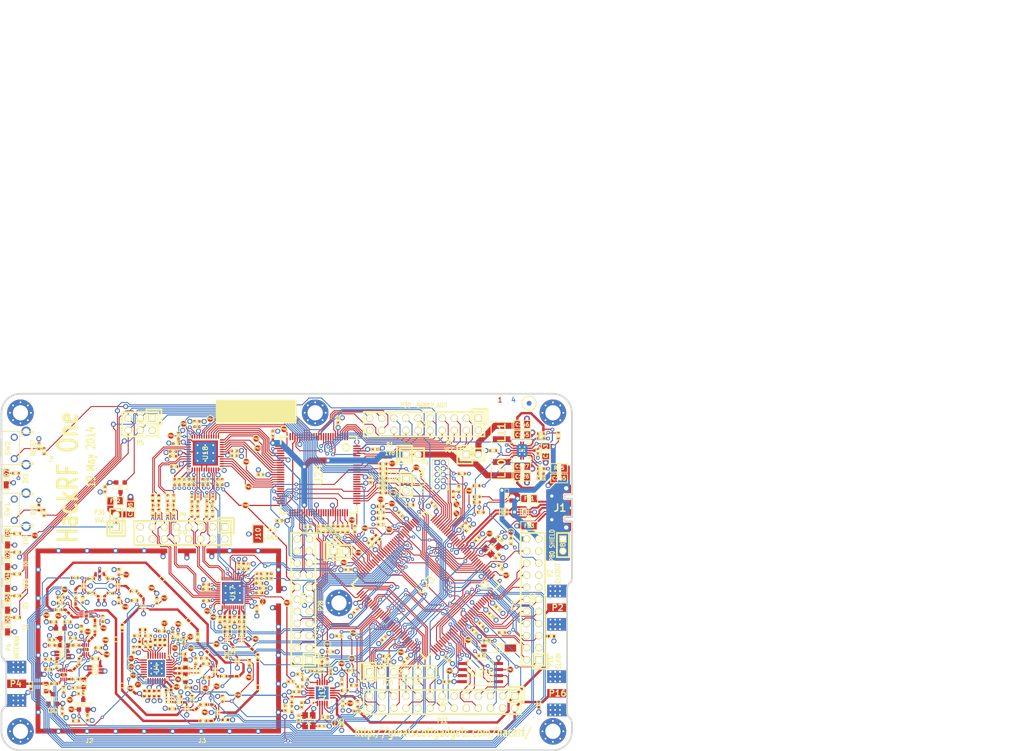
<source format=kicad_pcb>
(kicad_pcb (version 4) (host pcbnew "(2015-03-28 BZR 5547)-product")
  (title_block (date "19 may 2014"))
  (layers (0 C1F signal) (1 C2 signal hide) (2 C3 signal hide) (31 C4B signal) (34 B.Paste user) (35 F.Paste user) (36 B.SilkS user) (37 F.SilkS user hide) (38 B.Mask user) (39 F.Mask user) (44 Edge.Cuts user))
  (net 0 "")
  (net 1 !MIX_BYPASS)
  (net 2 !RX_AMP_PWR)
  (net 3 !TX_AMP_PWR)
  (net 4 !VAA_ENABLE)
  (net 5 +1.8V)
  (net 6 /baseband/CLK0)
  (net 7 /baseband/CLK1)
  (net 8 /baseband/CLK2)
  (net 9 /baseband/CLK3)
  (net 10 /baseband/CLK5)
  (net 11 /baseband/COM)
  (net 12 /baseband/CPOUT+)
  (net 13 /baseband/CPOUT-)
  (net 14 /baseband/IA+)
  (net 15 /baseband/IA-)
  (net 16 /baseband/ID+)
  (net 17 /baseband/ID-)
  (net 18 /baseband/INTR)
  (net 19 /baseband/OEB)
  (net 20 /baseband/QA+)
  (net 21 /baseband/QA-)
  (net 22 /baseband/QD+)
  (net 23 /baseband/QD-)
  (net 24 /baseband/REFN)
  (net 25 /baseband/REFP)
  (net 26 /baseband/RXBBI+)
  (net 27 /baseband/RXBBI-)
  (net 28 /baseband/RXBBQ+)
  (net 29 /baseband/RXBBQ-)
  (net 30 /baseband/TXBBI+)
  (net 31 /baseband/TXBBI-)
  (net 32 /baseband/TXBBQ+)
  (net 33 /baseband/TXBBQ-)
  (net 34 /baseband/XA)
  (net 35 /baseband/XB)
  (net 36 /baseband/XCVR_CLKOUT)
  (net 37 /baseband/XTAL2)
  (net 38 /frontend/!ANT_BIAS)
  (net 39 /frontend/REF_IN)
  (net 40 /frontend/RX_AMP_IN)
  (net 41 /frontend/RX_AMP_OUT)
  (net 42 /frontend/TX_AMP_IN)
  (net 43 /frontend/TX_AMP_OUT)
  (net 44 /mcu/usb/power/ADC0_0)
  (net 45 /mcu/usb/power/ADC0_2)
  (net 46 /mcu/usb/power/ADC0_5)
  (net 47 /mcu/usb/power/ADC0_6)
  (net 48 /mcu/usb/power/B1AUX13)
  (net 49 /mcu/usb/power/B1AUX14)
  (net 50 /mcu/usb/power/B2AUX1)
  (net 51 /mcu/usb/power/B2AUX10)
  (net 52 /mcu/usb/power/B2AUX11)
  (net 53 /mcu/usb/power/B2AUX12)
  (net 54 /mcu/usb/power/B2AUX13)
  (net 55 /mcu/usb/power/B2AUX14)
  (net 56 /mcu/usb/power/B2AUX15)
  (net 57 /mcu/usb/power/B2AUX16)
  (net 58 /mcu/usb/power/B2AUX2)
  (net 59 /mcu/usb/power/B2AUX3)
  (net 60 /mcu/usb/power/B2AUX4)
  (net 61 /mcu/usb/power/B2AUX5)
  (net 62 /mcu/usb/power/B2AUX6)
  (net 63 /mcu/usb/power/B2AUX7)
  (net 64 /mcu/usb/power/B2AUX8)
  (net 65 /mcu/usb/power/B2AUX9)
  (net 66 /mcu/usb/power/BANK2F3M1)
  (net 67 /mcu/usb/power/BANK2F3M10)
  (net 68 /mcu/usb/power/BANK2F3M11)
  (net 69 /mcu/usb/power/BANK2F3M12)
  (net 70 /mcu/usb/power/BANK2F3M14)
  (net 71 /mcu/usb/power/BANK2F3M15)
  (net 72 /mcu/usb/power/BANK2F3M16)
  (net 73 /mcu/usb/power/BANK2F3M2)
  (net 74 /mcu/usb/power/BANK2F3M3)
  (net 75 /mcu/usb/power/BANK2F3M4)
  (net 76 /mcu/usb/power/BANK2F3M5)
  (net 77 /mcu/usb/power/BANK2F3M6)
  (net 78 /mcu/usb/power/BANK2F3M7)
  (net 79 /mcu/usb/power/BANK2F3M8)
  (net 80 /mcu/usb/power/BANK2F3M9)
  (net 81 /mcu/usb/power/CPLD_TCK)
  (net 82 /mcu/usb/power/CPLD_TDI)
  (net 83 /mcu/usb/power/CPLD_TDO)
  (net 84 /mcu/usb/power/CPLD_TMS)
  (net 85 /mcu/usb/power/DBGEN)
  (net 86 /mcu/usb/power/DM)
  (net 87 /mcu/usb/power/DP)
  (net 88 /mcu/usb/power/EN1V8)
  (net 89 /mcu/usb/power/GCK0)
  (net 90 /mcu/usb/power/GPIO3_10)
  (net 91 /mcu/usb/power/GPIO3_11)
  (net 92 /mcu/usb/power/GPIO3_12)
  (net 93 /mcu/usb/power/GPIO3_13)
  (net 94 /mcu/usb/power/GPIO3_14)
  (net 95 /mcu/usb/power/GPIO3_15)
  (net 96 /mcu/usb/power/GPIO3_8)
  (net 97 /mcu/usb/power/GPIO3_9)
  (net 98 /mcu/usb/power/GP_CLKIN)
  (net 99 /mcu/usb/power/I2C1_SCL)
  (net 100 /mcu/usb/power/I2C1_SDA)
  (net 101 /mcu/usb/power/I2S0_RX_MCLK)
  (net 102 /mcu/usb/power/I2S0_RX_SCK)
  (net 103 /mcu/usb/power/I2S0_RX_SDA)
  (net 104 /mcu/usb/power/I2S0_RX_WS)
  (net 105 /mcu/usb/power/I2S0_TX_MCLK)
  (net 106 /mcu/usb/power/I2S0_TX_SCK)
  (net 107 /mcu/usb/power/ISP)
  (net 108 /mcu/usb/power/LED1)
  (net 109 /mcu/usb/power/LED2)
  (net 110 /mcu/usb/power/LED3)
  (net 111 /mcu/usb/power/P1_1)
  (net 112 /mcu/usb/power/P1_2)
  (net 113 /mcu/usb/power/P2_13)
  (net 114 /mcu/usb/power/P2_8)
  (net 115 /mcu/usb/power/P2_9)
  (net 116 /mcu/usb/power/REG_OUT1)
  (net 117 /mcu/usb/power/REG_OUT2)
  (net 118 /mcu/usb/power/RESET)
  (net 119 /mcu/usb/power/RREF)
  (net 120 /mcu/usb/power/RTCX1)
  (net 121 /mcu/usb/power/RTCX2)
  (net 122 /mcu/usb/power/RTC_ALARM)
  (net 123 /mcu/usb/power/SD_CD)
  (net 124 /mcu/usb/power/SD_CLK)
  (net 125 /mcu/usb/power/SD_CMD)
  (net 126 /mcu/usb/power/SD_DAT0)
  (net 127 /mcu/usb/power/SD_DAT1)
  (net 128 /mcu/usb/power/SD_DAT2)
  (net 129 /mcu/usb/power/SD_DAT3)
  (net 130 /mcu/usb/power/SD_POW)
  (net 131 /mcu/usb/power/SD_VOLT0)
  (net 132 /mcu/usb/power/SGPIO0)
  (net 133 /mcu/usb/power/SGPIO1)
  (net 134 /mcu/usb/power/SGPIO10)
  (net 135 /mcu/usb/power/SGPIO11)
  (net 136 /mcu/usb/power/SGPIO12)
  (net 137 /mcu/usb/power/SGPIO13)
  (net 138 /mcu/usb/power/SGPIO14)
  (net 139 /mcu/usb/power/SGPIO15)
  (net 140 /mcu/usb/power/SGPIO2)
  (net 141 /mcu/usb/power/SGPIO3)
  (net 142 /mcu/usb/power/SGPIO4)
  (net 143 /mcu/usb/power/SGPIO5)
  (net 144 /mcu/usb/power/SGPIO6)
  (net 145 /mcu/usb/power/SGPIO7)
  (net 146 /mcu/usb/power/SGPIO9)
  (net 147 /mcu/usb/power/SPIFI_CS)
  (net 148 /mcu/usb/power/SPIFI_MISO)
  (net 149 /mcu/usb/power/SPIFI_MOSI)
  (net 150 /mcu/usb/power/SPIFI_SCK)
  (net 151 /mcu/usb/power/SPIFI_SIO2)
  (net 152 /mcu/usb/power/SPIFI_SIO3)
  (net 153 /mcu/usb/power/TCK)
  (net 154 /mcu/usb/power/TDI)
  (net 155 /mcu/usb/power/TDO)
  (net 156 /mcu/usb/power/TMS)
  (net 157 /mcu/usb/power/U0_RXD)
  (net 158 /mcu/usb/power/U0_TXD)
  (net 159 /mcu/usb/power/USB_SHIELD)
  (net 160 /mcu/usb/power/VBAT)
  (net 161 /mcu/usb/power/VBUS)
  (net 162 /mcu/usb/power/VBUSCTRL)
  (net 163 /mcu/usb/power/VIN)
  (net 164 /mcu/usb/power/VREGMODE)
  (net 165 /mcu/usb/power/WAKEUP)
  (net 166 /mcu/usb/power/XTAL1)
  (net 167 /mcu/usb/power/XTAL2)
  (net 168 AMP_BYPASS)
  (net 169 CLK6)
  (net 170 CLKIN)
  (net 171 CLKOUT)
  (net 172 CS_AD)
  (net 173 CS_XCVR)
  (net 174 DA0)
  (net 175 DA1)
  (net 176 DA2)
  (net 177 DA3)
  (net 178 DA4)
  (net 179 DA5)
  (net 180 DA6)
  (net 181 DA7)
  (net 182 DD0)
  (net 183 DD1)
  (net 184 DD2)
  (net 185 DD3)
  (net 186 DD4)
  (net 187 DD5)
  (net 188 DD6)
  (net 189 DD7)
  (net 190 DD8)
  (net 191 DD9)
  (net 192 GCK1)
  (net 193 GCK2)
  (net 194 GND)
  (net 195 HP)
  (net 196 LP)
  (net 197 MCU_CLK)
  (net 198 MIXER_ENX)
  (net 199 MIXER_RESETX)
  (net 200 MIXER_SCLK)
  (net 201 MIXER_SDATA)
  (net 202 MIX_BYPASS)
  (net 203 MIX_CLK)
  (net 204 N-00000115)
  (net 205 N-00000121)
  (net 206 N-00000124)
  (net 207 N-00000125)
  (net 208 N-00000177)
  (net 209 N-00000178)
  (net 210 N-00000179)
  (net 211 N-00000180)
  (net 212 N-00000187)
  (net 213 N-00000195)
  (net 214 N-00000203)
  (net 215 N-00000207)
  (net 216 N-00000211)
  (net 217 N-00000213)
  (net 218 N-00000215)
  (net 219 N-0000022)
  (net 220 N-00000240)
  (net 221 N-00000241)
  (net 222 N-00000250)
  (net 223 N-00000251)
  (net 224 N-00000252)
  (net 225 N-00000253)
  (net 226 N-00000275)
  (net 227 N-00000276)
  (net 228 N-00000290)
  (net 229 N-00000292)
  (net 230 N-00000293)
  (net 231 N-00000295)
  (net 232 N-00000298)
  (net 233 N-00000299)
  (net 234 N-00000300)
  (net 235 N-00000301)
  (net 236 N-00000302)
  (net 237 N-00000303)
  (net 238 N-00000304)
  (net 239 N-00000305)
  (net 240 N-00000307)
  (net 241 N-00000308)
  (net 242 N-00000309)
  (net 243 N-00000310)
  (net 244 N-00000311)
  (net 245 N-00000312)
  (net 246 N-00000313)
  (net 247 N-00000314)
  (net 248 N-00000315)
  (net 249 N-00000316)
  (net 250 N-00000317)
  (net 251 N-00000318)
  (net 252 N-00000322)
  (net 253 N-00000323)
  (net 254 N-00000324)
  (net 255 N-00000325)
  (net 256 N-00000326)
  (net 257 N-00000327)
  (net 258 N-00000328)
  (net 259 N-00000329)
  (net 260 N-0000033)
  (net 261 N-00000330)
  (net 262 N-00000331)
  (net 263 N-00000332)
  (net 264 N-00000333)
  (net 265 N-00000334)
  (net 266 N-00000335)
  (net 267 N-00000336)
  (net 268 N-00000337)
  (net 269 N-00000338)
  (net 270 N-00000339)
  (net 271 N-00000340)
  (net 272 N-00000341)
  (net 273 N-00000342)
  (net 274 N-00000343)
  (net 275 N-00000344)
  (net 276 N-00000345)
  (net 277 N-00000346)
  (net 278 N-00000347)
  (net 279 N-00000348)
  (net 280 N-00000349)
  (net 281 N-0000035)
  (net 282 N-00000350)
  (net 283 N-00000351)
  (net 284 N-00000352)
  (net 285 N-00000353)
  (net 286 N-00000354)
  (net 287 N-00000355)
  (net 288 N-00000356)
  (net 289 N-00000357)
  (net 290 N-00000358)
  (net 291 N-00000360)
  (net 292 N-00000361)
  (net 293 N-00000362)
  (net 294 N-00000363)
  (net 295 N-00000364)
  (net 296 N-0000042)
  (net 297 RSSI)
  (net 298 RX)
  (net 299 RXENABLE)
  (net 300 RX_AMP)
  (net 301 RX_IF)
  (net 302 RX_MIX_BP)
  (net 303 SCL)
  (net 304 SDA)
  (net 305 SGPIO_CLK)
  (net 306 SSP1_MISO)
  (net 307 SSP1_MOSI)
  (net 308 SSP1_SCK)
  (net 309 TX)
  (net 310 TXENABLE)
  (net 311 TX_AMP)
  (net 312 TX_IF)
  (net 313 TX_MIX_BP)
  (net 314 VAA)
  (net 315 VCC)
  (net 316 XCVR_EN)
  (module GSG-SKY13317-373LF (layer C1F) (at 73.1126 159.1176 90)
    (fp_text reference U14 (at 0 0 90) (layer F.SilkS) (effects (font (size 0.5 0.3) (thickness 0.0762))))
    (fp_text value SKY13317 hide)
    (pad 1 smd rect (at -0.95 -0.6 90) (size 0.8 0.24) (layers C1F F.Paste F.Mask) (net 275 N-00000344))
    (pad 2 smd rect (at -0.95 -0.2 90) (size 0.8 0.24) (layers C1F F.Paste F.Mask))
    (pad 3 smd rect (at -0.95 0.2 90) (size 0.8 0.24) (layers C1F F.Paste F.Mask) (net 311 TX_AMP))
    (pad 4 smd rect (at -0.95 0.6 90) (size 0.8 0.24) (layers C1F F.Paste F.Mask) (net 43 /frontend/TX_AMP_OUT))
    (pad 5 smd rect (at 0.95 0.6 90) (size 0.8 0.24) (layers C1F F.Paste F.Mask) (net 243 N-00000310))
    (pad 6 smd rect (at 0.95 0.2 90) (size 0.8 0.24) (layers C1F F.Paste F.Mask) (net 168 AMP_BYPASS))
    (pad 7 smd rect (at 0.95 -0.2 90) (size 0.8 0.24) (layers C1F F.Paste F.Mask) (net 300 RX_AMP))
    (pad 8 smd rect (at 0.95 -0.6 90) (size 0.8 0.24) (layers C1F F.Paste F.Mask) (net 40 /frontend/RX_AMP_IN))
    (pad 0 smd rect (at 0 0 90) (size 0.2 1.3) (layers C1F F.Mask) (net 194 GND))
    (pad 0 smd oval (at 0.25 0 90) (size 0.2 1.2) (layers C1F F.Mask) (net 194 GND))
    (pad 0 smd rect (at 0 0 90) (size 0.5 1.2) (layers C1F F.Mask) (net 194 GND))
    (pad 0 smd oval (at -0.25 0.05 90) (size 0.2 1.1) (layers C1F F.Mask) (net 194 GND))
    (pad 0 smd rect (at -0.24 -0.49 45) (size 0.17112 0.14224) (layers C1F F.Mask) (net 194 GND))
    (pad 0 smd rect (at -0.25 -0.425 90) (size 0.2 0.15) (layers C1F F.Mask) (net 194 GND))
    (pad 0 smd rect (at 0 0 90) (size 0.6 1.1) (layers C1F F.Paste) (net 194 GND))
  )
  (module GSG-HEADER-2x11 (layer C1F) (at 171.76 143.25 90)
    (fp_text reference P20 (at 0 0 90) (layer F.SilkS) (effects (font (size 1.016 1.016) (thickness 0.2032))))
    (fp_text value GPIO hide)
    (pad 1 thru_hole rect (at -12.7 1.27 90) (size 1.524 1.524) (drill 1.016) (layers *.Cu *.Mask F.SilkS) (net 160 /mcu/usb/power/VBAT))
    (pad 2 thru_hole circle (at -12.7 -1.27 90) (size 1.524 1.524) (drill 1.016) (layers *.Cu *.Mask F.SilkS) (net 122 /mcu/usb/power/RTC_ALARM))
    (pad 3 thru_hole circle (at -10.16 1.27 90) (size 1.524 1.524) (drill 1.016) (layers *.Cu *.Mask F.SilkS) (net 315 VCC))
    (pad 4 thru_hole circle (at -10.16 -1.27 90) (size 1.524 1.524) (drill 1.016) (layers *.Cu *.Mask F.SilkS) (net 165 /mcu/usb/power/WAKEUP))
    (pad 5 thru_hole circle (at -7.62 1.27 90) (size 1.524 1.524) (drill 1.016) (layers *.Cu *.Mask F.SilkS) (net 96 /mcu/usb/power/GPIO3_8))
    (pad 6 thru_hole circle (at -7.62 -1.27 90) (size 1.524 1.524) (drill 1.016) (layers *.Cu *.Mask F.SilkS) (net 97 /mcu/usb/power/GPIO3_9))
    (pad 7 thru_hole circle (at -5.08 1.27 90) (size 1.524 1.524) (drill 1.016) (layers *.Cu *.Mask F.SilkS) (net 90 /mcu/usb/power/GPIO3_10))
    (pad 8 thru_hole circle (at -5.08 -1.27 90) (size 1.524 1.524) (drill 1.016) (layers *.Cu *.Mask F.SilkS) (net 91 /mcu/usb/power/GPIO3_11))
    (pad 9 thru_hole circle (at -2.54 1.27 90) (size 1.524 1.524) (drill 1.016) (layers *.Cu *.Mask F.SilkS) (net 92 /mcu/usb/power/GPIO3_12))
    (pad 10 thru_hole circle (at -2.54 -1.27 90) (size 1.524 1.524) (drill 1.016) (layers *.Cu *.Mask F.SilkS) (net 93 /mcu/usb/power/GPIO3_13))
    (pad 11 thru_hole circle (at 0 1.27 90) (size 1.524 1.524) (drill 1.016) (layers *.Cu *.Mask F.SilkS) (net 94 /mcu/usb/power/GPIO3_14))
    (pad 12 thru_hole circle (at 0 -1.27 90) (size 1.524 1.524) (drill 1.016) (layers *.Cu *.Mask F.SilkS) (net 95 /mcu/usb/power/GPIO3_15))
    (pad 13 thru_hole circle (at 2.54 1.27 90) (size 1.524 1.524) (drill 1.016) (layers *.Cu *.Mask F.SilkS) (net 194 GND))
    (pad 14 thru_hole circle (at 2.54 -1.27 90) (size 1.524 1.524) (drill 1.016) (layers *.Cu *.Mask F.SilkS) (net 47 /mcu/usb/power/ADC0_6))
    (pad 15 thru_hole circle (at 5.08 1.27 90) (size 1.524 1.524) (drill 1.016) (layers *.Cu *.Mask F.SilkS) (net 194 GND))
    (pad 16 thru_hole circle (at 5.08 -1.27 90) (size 1.524 1.524) (drill 1.016) (layers *.Cu *.Mask F.SilkS) (net 45 /mcu/usb/power/ADC0_2))
    (pad 17 thru_hole circle (at 7.62 1.27 90) (size 1.524 1.524) (drill 1.016) (layers *.Cu *.Mask F.SilkS) (net 162 /mcu/usb/power/VBUSCTRL))
    (pad 18 thru_hole circle (at 7.62 -1.27 90) (size 1.524 1.524) (drill 1.016) (layers *.Cu *.Mask F.SilkS) (net 46 /mcu/usb/power/ADC0_5))
    (pad 19 thru_hole circle (at 10.16 1.27 90) (size 1.524 1.524) (drill 1.016) (layers *.Cu *.Mask F.SilkS) (net 194 GND))
    (pad 20 thru_hole circle (at 10.16 -1.27 90) (size 1.524 1.524) (drill 1.016) (layers *.Cu *.Mask F.SilkS) (net 44 /mcu/usb/power/ADC0_0))
    (pad 21 thru_hole circle (at 12.7 1.27 90) (size 1.524 1.524) (drill 1.016) (layers *.Cu *.Mask F.SilkS) (net 161 /mcu/usb/power/VBUS))
    (pad 22 thru_hole circle (at 12.7 -1.27 90) (size 1.524 1.524) (drill 1.016) (layers *.Cu *.Mask F.SilkS) (net 163 /mcu/usb/power/VIN))
  )
  (module GSG-SWITCH-FSMRA (layer C1F) (at 62.7 124.4 270)
    (fp_text reference SW1 (at -0.03 1.43 270) (layer F.SilkS) (effects (font (size 1.00076 1.00076) (thickness 0.2032))))
    (fp_text value DFU hide)
    (pad 1 thru_hole circle (at -2.25 0 270) (size 1.5 1.5) (drill 0.99) (layers *.Cu *.Mask) (net 315 VCC))
    (pad 2 thru_hole circle (at 2.25 0 270) (size 1.5 1.5) (drill 0.99) (layers *.Cu *.Mask) (net 204 N-00000115))
    (pad 0 thru_hole circle (at 3.505 -2.49 270) (size 2 2) (drill 1.3) (layers *.Cu *.Mask) (net 194 GND))
    (pad 0 thru_hole circle (at -3.505 -2.49 270) (size 2 2) (drill 1.3) (layers *.Cu *.Mask) (net 194 GND))
  )
  (module GSG-QFN48-7 (layer C1F) (at 102.8954 112.4618 90)
    (fp_text reference U18 (at 0 0 90) (layer F.SilkS) (effects (font (size 1.00076 1.00076) (thickness 0.2032))))
    (fp_text value MAX5864 hide)
    (pad 1 smd oval (at -3.45 -2.75 90) (size 0.9 0.28) (layers C1F F.Paste F.Mask) (net 25 /baseband/REFP))
    (pad 2 smd oval (at -3.45 -2.25 90) (size 0.9 0.28) (layers C1F F.Paste F.Mask) (net 314 VAA))
    (pad 3 smd oval (at -3.45 -1.75 90) (size 0.9 0.28) (layers C1F F.Paste F.Mask) (net 14 /baseband/IA+))
    (pad 4 smd oval (at -3.45 -1.25 90) (size 0.9 0.28) (layers C1F F.Paste F.Mask) (net 15 /baseband/IA-))
    (pad 5 smd oval (at -3.45 -0.75 90) (size 0.9 0.28) (layers C1F F.Paste F.Mask) (net 194 GND))
    (pad 6 smd oval (at -3.45 -0.25 90) (size 0.9 0.28) (layers C1F F.Paste F.Mask) (net 192 GCK1))
    (pad 7 smd oval (at -3.45 0.25 90) (size 0.9 0.28) (layers C1F F.Paste F.Mask) (net 194 GND))
    (pad 8 smd oval (at -3.45 0.75 90) (size 0.9 0.28) (layers C1F F.Paste F.Mask) (net 314 VAA))
    (pad 9 smd oval (at -3.45 1.25 90) (size 0.9 0.28) (layers C1F F.Paste F.Mask) (net 21 /baseband/QA-))
    (pad 10 smd oval (at -3.45 1.75 90) (size 0.9 0.28) (layers C1F F.Paste F.Mask) (net 20 /baseband/QA+))
    (pad 11 smd oval (at -3.45 2.25 90) (size 0.9 0.28) (layers C1F F.Paste F.Mask) (net 314 VAA))
    (pad 12 smd oval (at -3.45 2.75 90) (size 0.9 0.28) (layers C1F F.Paste F.Mask) (net 194 GND))
    (pad 13 smd oval (at -2.75 3.45 180) (size 0.9 0.28) (layers C1F F.Paste F.Mask) (net 174 DA0))
    (pad 14 smd oval (at -2.25 3.45 180) (size 0.9 0.28) (layers C1F F.Paste F.Mask) (net 175 DA1))
    (pad 15 smd oval (at -1.75 3.45 180) (size 0.9 0.28) (layers C1F F.Paste F.Mask) (net 176 DA2))
    (pad 16 smd oval (at -1.25 3.45 180) (size 0.9 0.28) (layers C1F F.Paste F.Mask) (net 177 DA3))
    (pad 17 smd oval (at -0.75 3.45 180) (size 0.9 0.28) (layers C1F F.Paste F.Mask) (net 194 GND))
    (pad 18 smd oval (at -0.25 3.45 180) (size 0.9 0.28) (layers C1F F.Paste F.Mask) (net 315 VCC))
    (pad 19 smd oval (at 0.25 3.45 180) (size 0.9 0.28) (layers C1F F.Paste F.Mask) (net 178 DA4))
    (pad 20 smd oval (at 0.75 3.45 180) (size 0.9 0.28) (layers C1F F.Paste F.Mask) (net 179 DA5))
    (pad 21 smd oval (at 1.25 3.45 180) (size 0.9 0.28) (layers C1F F.Paste F.Mask) (net 180 DA6))
    (pad 22 smd oval (at 1.75 3.45 180) (size 0.9 0.28) (layers C1F F.Paste F.Mask) (net 181 DA7))
    (pad 23 smd oval (at 2.25 3.45 180) (size 0.9 0.28) (layers C1F F.Paste F.Mask) (net 182 DD0))
    (pad 24 smd oval (at 2.75 3.45 180) (size 0.9 0.28) (layers C1F F.Paste F.Mask) (net 183 DD1))
    (pad 25 smd oval (at 3.45 2.75 90) (size 0.9 0.28) (layers C1F F.Paste F.Mask) (net 184 DD2))
    (pad 26 smd oval (at 3.45 2.25 90) (size 0.9 0.28) (layers C1F F.Paste F.Mask) (net 185 DD3))
    (pad 27 smd oval (at 3.45 1.75 90) (size 0.9 0.28) (layers C1F F.Paste F.Mask) (net 186 DD4))
    (pad 28 smd oval (at 3.45 1.25 90) (size 0.9 0.28) (layers C1F F.Paste F.Mask) (net 187 DD5))
    (pad 29 smd oval (at 3.45 0.75 90) (size 0.9 0.28) (layers C1F F.Paste F.Mask) (net 188 DD6))
    (pad 30 smd oval (at 3.45 0.25 90) (size 0.9 0.28) (layers C1F F.Paste F.Mask) (net 189 DD7))
    (pad 31 smd oval (at 3.45 -0.25 90) (size 0.9 0.28) (layers C1F F.Paste F.Mask) (net 190 DD8))
    (pad 32 smd oval (at 3.45 -0.75 90) (size 0.9 0.28) (layers C1F F.Paste F.Mask) (net 191 DD9))
    (pad 33 smd oval (at 3.45 -1.25 90) (size 0.9 0.28) (layers C1F F.Paste F.Mask) (net 314 VAA))
    (pad 34 smd oval (at 3.45 -1.75 90) (size 0.9 0.28) (layers C1F F.Paste F.Mask) (net 307 SSP1_MOSI))
    (pad 35 smd oval (at 3.45 -2.25 90) (size 0.9 0.28) (layers C1F F.Paste F.Mask) (net 308 SSP1_SCK))
    (pad 36 smd oval (at 3.45 -2.75 90) (size 0.9 0.28) (layers C1F F.Paste F.Mask) (net 172 CS_AD))
    (pad 37 smd oval (at 2.75 -3.45 180) (size 0.9 0.28) (layers C1F F.Paste F.Mask) (net 194 GND))
    (pad 38 smd oval (at 2.25 -3.45 180) (size 0.9 0.28) (layers C1F F.Paste F.Mask))
    (pad 39 smd oval (at 1.75 -3.45 180) (size 0.9 0.28) (layers C1F F.Paste F.Mask) (net 314 VAA))
    (pad 40 smd oval (at 1.25 -3.45 180) (size 0.9 0.28) (layers C1F F.Paste F.Mask) (net 22 /baseband/QD+))
    (pad 41 smd oval (at 0.75 -3.45 180) (size 0.9 0.28) (layers C1F F.Paste F.Mask) (net 23 /baseband/QD-))
    (pad 42 smd oval (at 0.25 -3.45 180) (size 0.9 0.28) (layers C1F F.Paste F.Mask) (net 194 GND))
    (pad 43 smd oval (at -0.25 -3.45 180) (size 0.9 0.28) (layers C1F F.Paste F.Mask) (net 314 VAA))
    (pad 44 smd oval (at -0.75 -3.45 180) (size 0.9 0.28) (layers C1F F.Paste F.Mask) (net 17 /baseband/ID-))
    (pad 45 smd oval (at -1.25 -3.45 180) (size 0.9 0.28) (layers C1F F.Paste F.Mask) (net 16 /baseband/ID+))
    (pad 46 smd oval (at -1.75 -3.45 180) (size 0.9 0.28) (layers C1F F.Paste F.Mask) (net 314 VAA))
    (pad 47 smd oval (at -2.25 -3.45 180) (size 0.9 0.28) (layers C1F F.Paste F.Mask) (net 11 /baseband/COM))
    (pad 48 smd oval (at -2.75 -3.45 180) (size 0.9 0.28) (layers C1F F.Paste F.Mask) (net 24 /baseband/REFN))
    (pad 0 smd rect (at 0 0 90) (size 5.3 5.3) (layers C1F F.Mask) (net 194 GND))
    (pad 0 thru_hole circle (at 0 0 90) (size 0.635 0.635) (drill 0.381) (layers *.Cu B.Mask) (net 194 GND))
    (pad 0 thru_hole circle (at -1.65 0 90) (size 0.635 0.635) (drill 0.381) (layers *.Cu B.Mask) (net 194 GND))
    (pad 0 thru_hole circle (at -1.65 -1.65 90) (size 0.635 0.635) (drill 0.381) (layers *.Cu B.Mask) (net 194 GND))
    (pad 0 thru_hole circle (at 0 -1.65 90) (size 0.635 0.635) (drill 0.381) (layers *.Cu B.Mask) (net 194 GND))
    (pad 0 thru_hole circle (at 1.65 -1.65 90) (size 0.635 0.635) (drill 0.381) (layers *.Cu B.Mask) (net 194 GND))
    (pad 0 thru_hole circle (at 1.65 0 90) (size 0.635 0.635) (drill 0.381) (layers *.Cu B.Mask) (net 194 GND))
    (pad 0 thru_hole circle (at 1.65 1.65 90) (size 0.635 0.635) (drill 0.381) (layers *.Cu B.Mask) (net 194 GND))
    (pad 0 thru_hole circle (at 0 1.65 90) (size 0.635 0.635) (drill 0.381) (layers *.Cu B.Mask) (net 194 GND))
    (pad 0 thru_hole circle (at -1.65 1.65 90) (size 0.635 0.635) (drill 0.381) (layers *.Cu B.Mask) (net 194 GND))
    (pad 0 smd rect (at -1.65 -1.65 90) (size 1.65 1.65) (layers C1F F.Paste) (net 194 GND))
    (pad 0 smd rect (at 0 -1.65 90) (size 1.65 1.65) (layers C1F F.Paste) (net 194 GND))
    (pad 0 smd rect (at 1.65 -1.65 90) (size 1.65 1.65) (layers C1F F.Paste) (net 194 GND))
    (pad 0 smd rect (at -1.65 0 90) (size 1.65 1.65) (layers C1F F.Paste) (net 194 GND))
    (pad 0 smd rect (at 0 0 90) (size 1.65 1.65) (layers C1F F.Paste) (net 194 GND))
    (pad 0 smd rect (at 1.65 0 90) (size 1.65 1.65) (layers C1F F.Paste) (net 194 GND))
    (pad 0 smd rect (at -1.65 1.65 90) (size 1.65 1.65) (layers C1F F.Paste) (net 194 GND))
    (pad 0 smd rect (at 0 1.65 90) (size 1.65 1.65) (layers C1F F.Paste) (net 194 GND))
    (pad 0 smd rect (at 1.65 1.65 90) (size 1.65 1.65) (layers C1F F.Paste) (net 194 GND))
  )
  (module GSG-QFN48-6 (layer C1F) (at 108.6485 141.8971 90)
    (fp_text reference U17 (at 0 0 90) (layer F.SilkS) (effects (font (size 1.00076 1.00076) (thickness 0.2032))))
    (fp_text value MAX2837 hide)
    (pad 1 smd oval (at -3 -2.2 90) (size 0.87 0.245) (layers C1F F.Paste F.Mask) (net 314 VAA))
    (pad 2 smd oval (at -3 -1.8 90) (size 0.87 0.245) (layers C1F F.Paste F.Mask) (net 194 GND))
    (pad 3 smd oval (at -3 -1.4 90) (size 0.87 0.245) (layers C1F F.Paste F.Mask))
    (pad 4 smd oval (at -3 -1 90) (size 0.87 0.245) (layers C1F F.Paste F.Mask) (net 233 N-00000299))
    (pad 5 smd oval (at -3 -0.6 90) (size 0.87 0.245) (layers C1F F.Paste F.Mask) (net 232 N-00000298))
    (pad 6 smd oval (at -3 -0.2 90) (size 0.87 0.245) (layers C1F F.Paste F.Mask))
    (pad 7 smd oval (at -3 0.2 90) (size 0.87 0.245) (layers C1F F.Paste F.Mask) (net 314 VAA))
    (pad 8 smd oval (at -3 0.6 90) (size 0.87 0.245) (layers C1F F.Paste F.Mask))
    (pad 9 smd oval (at -3 1 90) (size 0.87 0.245) (layers C1F F.Paste F.Mask))
    (pad 10 smd oval (at -3 1.4 90) (size 0.87 0.245) (layers C1F F.Paste F.Mask) (net 224 N-00000252))
    (pad 11 smd oval (at -3 1.8 90) (size 0.87 0.245) (layers C1F F.Paste F.Mask) (net 223 N-00000251))
    (pad 12 smd oval (at -3 2.2 90) (size 0.87 0.245) (layers C1F F.Paste F.Mask))
    (pad 13 smd oval (at -2.2 3 180) (size 0.87 0.245) (layers C1F F.Paste F.Mask) (net 314 VAA))
    (pad 14 smd oval (at -1.8 3 180) (size 0.87 0.245) (layers C1F F.Paste F.Mask))
    (pad 15 smd oval (at -1.4 3 180) (size 0.87 0.245) (layers C1F F.Paste F.Mask) (net 308 SSP1_SCK))
    (pad 16 smd oval (at -1 3 180) (size 0.87 0.245) (layers C1F F.Paste F.Mask) (net 36 /baseband/XCVR_CLKOUT))
    (pad 17 smd oval (at -0.6 3 180) (size 0.87 0.245) (layers C1F F.Paste F.Mask) (net 37 /baseband/XTAL2))
    (pad 18 smd oval (at -0.2 3 180) (size 0.87 0.245) (layers C1F F.Paste F.Mask))
    (pad 19 smd oval (at 0.2 3 180) (size 0.87 0.245) (layers C1F F.Paste F.Mask) (net 314 VAA))
    (pad 20 smd oval (at 0.6 3 180) (size 0.87 0.245) (layers C1F F.Paste F.Mask) (net 315 VCC))
    (pad 21 smd oval (at 1 3 180) (size 0.87 0.245) (layers C1F F.Paste F.Mask) (net 314 VAA))
    (pad 22 smd oval (at 1.4 3 180) (size 0.87 0.245) (layers C1F F.Paste F.Mask) (net 194 GND))
    (pad 23 smd oval (at 1.8 3 180) (size 0.87 0.245) (layers C1F F.Paste F.Mask) (net 12 /baseband/CPOUT+))
    (pad 24 smd oval (at 2.2 3 180) (size 0.87 0.245) (layers C1F F.Paste F.Mask) (net 13 /baseband/CPOUT-))
    (pad 25 smd oval (at 3 2.2 90) (size 0.87 0.245) (layers C1F F.Paste F.Mask) (net 316 XCVR_EN))
    (pad 26 smd oval (at 3 1.8 90) (size 0.87 0.245) (layers C1F F.Paste F.Mask) (net 194 GND))
    (pad 27 smd oval (at 3 1.4 90) (size 0.87 0.245) (layers C1F F.Paste F.Mask) (net 231 N-00000295))
    (pad 28 smd oval (at 3 1 90) (size 0.87 0.245) (layers C1F F.Paste F.Mask) (net 314 VAA))
    (pad 29 smd oval (at 3 0.6 90) (size 0.87 0.245) (layers C1F F.Paste F.Mask) (net 306 SSP1_MISO))
    (pad 30 smd oval (at 3 0.2 90) (size 0.87 0.245) (layers C1F F.Paste F.Mask) (net 173 CS_XCVR))
    (pad 31 smd oval (at 3 -0.2 90) (size 0.87 0.245) (layers C1F F.Paste F.Mask) (net 307 SSP1_MOSI))
    (pad 32 smd oval (at 3 -0.6 90) (size 0.87 0.245) (layers C1F F.Paste F.Mask) (net 297 RSSI))
    (pad 33 smd oval (at 3 -1 90) (size 0.87 0.245) (layers C1F F.Paste F.Mask))
    (pad 34 smd oval (at 3 -1.4 90) (size 0.87 0.245) (layers C1F F.Paste F.Mask))
    (pad 35 smd oval (at 3 -1.8 90) (size 0.87 0.245) (layers C1F F.Paste F.Mask) (net 29 /baseband/RXBBQ-))
    (pad 36 smd oval (at 3 -2.2 90) (size 0.87 0.245) (layers C1F F.Paste F.Mask) (net 28 /baseband/RXBBQ+))
    (pad 37 smd oval (at 2.2 -3 180) (size 0.87 0.245) (layers C1F F.Paste F.Mask) (net 27 /baseband/RXBBI-))
    (pad 38 smd oval (at 1.8 -3 180) (size 0.87 0.245) (layers C1F F.Paste F.Mask) (net 26 /baseband/RXBBI+))
    (pad 39 smd oval (at 1.4 -3 180) (size 0.87 0.245) (layers C1F F.Paste F.Mask) (net 314 VAA))
    (pad 40 smd oval (at 1 -3 180) (size 0.87 0.245) (layers C1F F.Paste F.Mask))
    (pad 41 smd oval (at 0.6 -3 180) (size 0.87 0.245) (layers C1F F.Paste F.Mask) (net 314 VAA))
    (pad 42 smd oval (at 0.2 -3 180) (size 0.87 0.245) (layers C1F F.Paste F.Mask) (net 31 /baseband/TXBBI-))
    (pad 43 smd oval (at -0.2 -3 180) (size 0.87 0.245) (layers C1F F.Paste F.Mask) (net 30 /baseband/TXBBI+))
    (pad 44 smd oval (at -0.6 -3 180) (size 0.87 0.245) (layers C1F F.Paste F.Mask) (net 32 /baseband/TXBBQ+))
    (pad 45 smd oval (at -1 -3 180) (size 0.87 0.245) (layers C1F F.Paste F.Mask) (net 33 /baseband/TXBBQ-))
    (pad 46 smd oval (at -1.4 -3 180) (size 0.87 0.245) (layers C1F F.Paste F.Mask) (net 314 VAA))
    (pad 47 smd oval (at -1.8 -3 180) (size 0.87 0.245) (layers C1F F.Paste F.Mask) (net 310 TXENABLE))
    (pad 48 smd oval (at -2.2 -3 180) (size 0.87 0.245) (layers C1F F.Paste F.Mask) (net 299 RXENABLE))
    (pad 0 smd rect (at 0 0 90) (size 4.525 4.525) (layers C1F F.Mask) (net 194 GND))
    (pad 0 thru_hole circle (at 0 0 90) (size 0.635 0.635) (drill 0.381) (layers *.Cu B.Mask) (net 194 GND))
    (pad 0 thru_hole circle (at -1.5 0 90) (size 0.635 0.635) (drill 0.381) (layers *.Cu B.Mask) (net 194 GND))
    (pad 0 thru_hole circle (at -1.5 -1.5 90) (size 0.635 0.635) (drill 0.381) (layers *.Cu B.Mask) (net 194 GND))
    (pad 0 thru_hole circle (at 0 -1.5 90) (size 0.635 0.635) (drill 0.381) (layers *.Cu B.Mask) (net 194 GND))
    (pad 0 thru_hole circle (at 1.5 -1.5 90) (size 0.635 0.635) (drill 0.381) (layers *.Cu B.Mask) (net 194 GND))
    (pad 0 thru_hole circle (at 1.5 0 90) (size 0.635 0.635) (drill 0.381) (layers *.Cu B.Mask) (net 194 GND))
    (pad 0 thru_hole circle (at 1.5 1.5 90) (size 0.635 0.635) (drill 0.381) (layers *.Cu B.Mask) (net 194 GND))
    (pad 0 thru_hole circle (at 0 1.5 90) (size 0.635 0.635) (drill 0.381) (layers *.Cu B.Mask) (net 194 GND))
    (pad 0 thru_hole circle (at -1.5 1.5 90) (size 0.635 0.635) (drill 0.381) (layers *.Cu B.Mask) (net 194 GND))
    (pad 0 smd rect (at -1.5 -1.5 90) (size 1.5 1.5) (layers C1F F.Paste) (net 194 GND))
    (pad 0 smd rect (at 0 -1.5 90) (size 1.5 1.5) (layers C1F F.Paste) (net 194 GND))
    (pad 0 smd rect (at 1.5 -1.5 90) (size 1.5 1.5) (layers C1F F.Paste) (net 194 GND))
    (pad 0 smd rect (at -1.5 0 90) (size 1.5 1.5) (layers C1F F.Paste) (net 194 GND))
    (pad 0 smd rect (at 0 0 90) (size 1.5 1.5) (layers C1F F.Paste) (net 194 GND))
    (pad 0 smd rect (at 1.5 0 90) (size 1.5 1.5) (layers C1F F.Paste) (net 194 GND))
    (pad 0 smd rect (at -1.5 1.5 90) (size 1.5 1.5) (layers C1F F.Paste) (net 194 GND))
    (pad 0 smd rect (at 0 1.5 90) (size 1.5 1.5) (layers C1F F.Paste) (net 194 GND))
    (pad 0 smd rect (at 1.5 1.5 90) (size 1.5 1.5) (layers C1F F.Paste) (net 194 GND))
  )
  (module GSG-TESTPOINT-50MIL (layer C1F) (at 133.35 165.1 180)
    (fp_text reference P18 (at 0 0 180) (layer F.SilkS) (effects (font (size 0.381 0.381) (thickness 0.09652))))
    (fp_text value OEB hide)
    (pad 1 smd circle (at 0 0 180) (size 1.27 1.27) (layers C1F F.Mask) (net 19 /baseband/OEB))
  )
  (module SOT23GDS (layer C1F) (at 77.2167 165.3908 180)
    (fp_text reference Q2 (at 0 -0.0254 180) (layer F.SilkS) (effects (font (size 0.4572 0.508) (thickness 0.1143))))
    (fp_text value MOSFET_P hide)
    (pad S smd rect (at -0.889 -1.016 180) (size 0.9144 0.9144) (layers C1F F.Paste F.Mask) (net 314 VAA))
    (pad G smd rect (at 0.889 -1.016 180) (size 0.9144 0.9144) (layers C1F F.Paste F.Mask) (net 3 !TX_AMP_PWR))
    (pad D smd rect (at 0 1.016 180) (size 0.9144 0.9144) (layers C1F F.Paste F.Mask) (net 235 N-00000301))
  )
  (module SOT23GDS (layer C1F) (at 72.376 150.38)
    (fp_text reference Q1 (at 0 0.0254) (layer F.SilkS) (effects (font (size 0.4572 0.508) (thickness 0.1143))))
    (fp_text value MOSFET_P hide)
    (pad S smd rect (at -0.889 -1.016) (size 0.9144 0.9144) (layers C1F F.Paste F.Mask) (net 314 VAA))
    (pad G smd rect (at 0.889 -1.016) (size 0.9144 0.9144) (layers C1F F.Paste F.Mask) (net 2 !RX_AMP_PWR))
    (pad D smd rect (at 0 1.016) (size 0.9144 0.9144) (layers C1F F.Paste F.Mask) (net 264 N-00000333))
  )
  (module GSG-XTAL3.2x2.5mm (layer C1F) (at 163.149231 132.349408 45)
    (fp_text reference X2 (at 0 0 45) (layer F.SilkS) (effects (font (size 1.00076 1.00076) (thickness 0.2032))))
    (fp_text value MCU_XTAL hide)
    (pad 1 smd rect (at -1.09982 0.8001 45) (size 1.39954 1.19888) (layers C1F F.Paste F.Mask) (net 166 /mcu/usb/power/XTAL1))
    (pad 3 smd rect (at 1.09982 -0.8001 45) (size 1.39954 1.19888) (layers C1F F.Paste F.Mask) (net 167 /mcu/usb/power/XTAL2))
    (pad 2 smd rect (at 1.09982 0.8001 45) (size 1.39954 1.19888) (layers C1F F.Paste F.Mask) (net 194 GND))
    (pad 4 smd rect (at -1.09982 -0.8001 45) (size 1.39954 1.19888) (layers C1F F.Paste F.Mask) (net 194 GND))
  )
  (module GSG-XTAL3.2x2.5mm (layer C1F) (at 124.6752 168.768 90)
    (fp_text reference X1 (at 0 0 90) (layer F.SilkS) (effects (font (size 1.00076 1.00076) (thickness 0.2032))))
    (fp_text value GSG-XTAL4PIN hide)
    (pad 1 smd rect (at -1.09982 0.8001 90) (size 1.39954 1.19888) (layers C1F F.Paste F.Mask) (net 35 /baseband/XB))
    (pad 3 smd rect (at 1.09982 -0.8001 90) (size 1.39954 1.19888) (layers C1F F.Paste F.Mask) (net 34 /baseband/XA))
    (pad 2 smd rect (at 1.09982 0.8001 90) (size 1.39954 1.19888) (layers C1F F.Paste F.Mask) (net 194 GND))
    (pad 4 smd rect (at -1.09982 -0.8001 90) (size 1.39954 1.19888) (layers C1F F.Paste F.Mask) (net 194 GND))
  )
  (module GSG-VQ100 (layer C1F) (at 126.746 117.0178 270)
    (fp_text reference U24 (at 0 0 270) (layer F.SilkS) (effects (font (thickness 0.3048))))
    (fp_text value GSG-XC2C64A-7VQG100C hide)
    (pad 1 smd rect (at -8.001 -5.99948 270) (size 1.50114 0.29464) (layers C1F F.Paste F.Mask) (net 53 /mcu/usb/power/B2AUX12))
    (pad 2 smd rect (at -8.001 -5.4991 270) (size 1.50114 0.29464) (layers C1F F.Paste F.Mask) (net 52 /mcu/usb/power/B2AUX11))
    (pad 3 smd rect (at -8.001 -5.00126 270) (size 1.50114 0.29464) (layers C1F F.Paste F.Mask) (net 51 /mcu/usb/power/B2AUX10))
    (pad 4 smd rect (at -8.001 -4.50088 270) (size 1.50114 0.29464) (layers C1F F.Paste F.Mask) (net 65 /mcu/usb/power/B2AUX9))
    (pad 5 smd rect (at -8.001 -4.0005 270) (size 1.50114 0.29464) (layers C1F F.Paste F.Mask) (net 315 VCC))
    (pad 6 smd rect (at -8.001 -3.50012 270) (size 1.50114 0.29464) (layers C1F F.Paste F.Mask) (net 64 /mcu/usb/power/B2AUX8))
    (pad 7 smd rect (at -8.001 -2.99974 270) (size 1.50114 0.29464) (layers C1F F.Paste F.Mask) (net 63 /mcu/usb/power/B2AUX7))
    (pad 8 smd rect (at -8.001 -2.49936 270) (size 1.50114 0.29464) (layers C1F F.Paste F.Mask) (net 62 /mcu/usb/power/B2AUX6))
    (pad 9 smd rect (at -8.001 -1.99898 270) (size 1.50114 0.29464) (layers C1F F.Paste F.Mask) (net 61 /mcu/usb/power/B2AUX5))
    (pad 10 smd rect (at -8.001 -1.50114 270) (size 1.50114 0.29464) (layers C1F F.Paste F.Mask) (net 60 /mcu/usb/power/B2AUX4))
    (pad 11 smd rect (at -8.001 -1.00076 270) (size 1.50114 0.29464) (layers C1F F.Paste F.Mask) (net 59 /mcu/usb/power/B2AUX3))
    (pad 12 smd rect (at -8.001 -0.50038 270) (size 1.50114 0.29464) (layers C1F F.Paste F.Mask) (net 58 /mcu/usb/power/B2AUX2))
    (pad 13 smd rect (at -8.001 0 270) (size 1.50114 0.29464) (layers C1F F.Paste F.Mask) (net 50 /mcu/usb/power/B2AUX1))
    (pad 14 smd rect (at -8.001 0.50038 270) (size 1.50114 0.29464) (layers C1F F.Paste F.Mask))
    (pad 15 smd rect (at -8.001 1.00076 270) (size 1.50114 0.29464) (layers C1F F.Paste F.Mask))
    (pad 16 smd rect (at -8.001 1.50114 270) (size 1.50114 0.29464) (layers C1F F.Paste F.Mask))
    (pad 17 smd rect (at -8.001 1.99898 270) (size 1.50114 0.29464) (layers C1F F.Paste F.Mask) (net 191 DD9))
    (pad 18 smd rect (at -8.001 2.49936 270) (size 1.50114 0.29464) (layers C1F F.Paste F.Mask) (net 190 DD8))
    (pad 19 smd rect (at -8.001 2.99974 270) (size 1.50114 0.29464) (layers C1F F.Paste F.Mask) (net 189 DD7))
    (pad 20 smd rect (at -8.001 3.50012 270) (size 1.50114 0.29464) (layers C1F F.Paste F.Mask))
    (pad 21 smd rect (at -8.001 4.0005 270) (size 1.50114 0.29464) (layers C1F F.Paste F.Mask) (net 194 GND))
    (pad 22 smd rect (at -8.001 4.50088 270) (size 1.50114 0.29464) (layers C1F F.Paste F.Mask) (net 89 /mcu/usb/power/GCK0))
    (pad 23 smd rect (at -8.001 5.00126 270) (size 1.50114 0.29464) (layers C1F F.Paste F.Mask) (net 192 GCK1))
    (pad 24 smd rect (at -8.001 5.4991 270) (size 1.50114 0.29464) (layers C1F F.Paste F.Mask) (net 188 DD6))
    (pad 25 smd rect (at -8.001 5.99948 270) (size 1.50114 0.29464) (layers C1F F.Paste F.Mask))
    (pad 26 smd rect (at -5.99948 8.001) (size 1.50114 0.29464) (layers C1F F.Paste F.Mask) (net 5 +1.8V))
    (pad 27 smd rect (at -5.4991 8.001) (size 1.50114 0.29464) (layers C1F F.Paste F.Mask) (net 193 GCK2))
    (pad 28 smd rect (at -5.00126 8.001) (size 1.50114 0.29464) (layers C1F F.Paste F.Mask) (net 187 DD5))
    (pad 29 smd rect (at -4.50088 8.001) (size 1.50114 0.29464) (layers C1F F.Paste F.Mask) (net 186 DD4))
    (pad 30 smd rect (at -4.0005 8.001) (size 1.50114 0.29464) (layers C1F F.Paste F.Mask) (net 185 DD3))
    (pad 31 smd rect (at -3.50012 8.001) (size 1.50114 0.29464) (layers C1F F.Paste F.Mask) (net 194 GND))
    (pad 32 smd rect (at -2.99974 8.001) (size 1.50114 0.29464) (layers C1F F.Paste F.Mask) (net 184 DD2))
    (pad 33 smd rect (at -2.49936 8.001) (size 1.50114 0.29464) (layers C1F F.Paste F.Mask) (net 183 DD1))
    (pad 34 smd rect (at -1.99898 8.001) (size 1.50114 0.29464) (layers C1F F.Paste F.Mask) (net 182 DD0))
    (pad 35 smd rect (at -1.50114 8.001) (size 1.50114 0.29464) (layers C1F F.Paste F.Mask) (net 181 DA7))
    (pad 36 smd rect (at -1.00076 8.001) (size 1.50114 0.29464) (layers C1F F.Paste F.Mask) (net 180 DA6))
    (pad 37 smd rect (at -0.50038 8.001) (size 1.50114 0.29464) (layers C1F F.Paste F.Mask) (net 179 DA5))
    (pad 38 smd rect (at 0 8.001) (size 1.50114 0.29464) (layers C1F F.Paste F.Mask) (net 315 VCC))
    (pad 39 smd rect (at 0.50038 8.001) (size 1.50114 0.29464) (layers C1F F.Paste F.Mask) (net 178 DA4))
    (pad 40 smd rect (at 1.00076 8.001) (size 1.50114 0.29464) (layers C1F F.Paste F.Mask) (net 177 DA3))
    (pad 41 smd rect (at 1.50114 8.001) (size 1.50114 0.29464) (layers C1F F.Paste F.Mask) (net 176 DA2))
    (pad 42 smd rect (at 1.99898 8.001) (size 1.50114 0.29464) (layers C1F F.Paste F.Mask) (net 175 DA1))
    (pad 43 smd rect (at 2.49936 8.001) (size 1.50114 0.29464) (layers C1F F.Paste F.Mask) (net 174 DA0))
    (pad 44 smd rect (at 2.99974 8.001) (size 1.50114 0.29464) (layers C1F F.Paste F.Mask))
    (pad 45 smd rect (at 3.50012 8.001) (size 1.50114 0.29464) (layers C1F F.Paste F.Mask) (net 82 /mcu/usb/power/CPLD_TDI))
    (pad 46 smd rect (at 4.0005 8.001) (size 1.50114 0.29464) (layers C1F F.Paste F.Mask))
    (pad 47 smd rect (at 4.50088 8.001) (size 1.50114 0.29464) (layers C1F F.Paste F.Mask) (net 84 /mcu/usb/power/CPLD_TMS))
    (pad 48 smd rect (at 5.00126 8.001) (size 1.50114 0.29464) (layers C1F F.Paste F.Mask) (net 81 /mcu/usb/power/CPLD_TCK))
    (pad 49 smd rect (at 5.4991 8.001) (size 1.50114 0.29464) (layers C1F F.Paste F.Mask))
    (pad 50 smd rect (at 5.99948 8.001) (size 1.50114 0.29464) (layers C1F F.Paste F.Mask))
    (pad 51 smd rect (at 8.001 5.99948 270) (size 1.50114 0.29464) (layers C1F F.Paste F.Mask) (net 315 VCC))
    (pad 52 smd rect (at 8.001 5.4991 270) (size 1.50114 0.29464) (layers C1F F.Paste F.Mask))
    (pad 53 smd rect (at 8.001 5.00126 270) (size 1.50114 0.29464) (layers C1F F.Paste F.Mask))
    (pad 54 smd rect (at 8.001 4.50088 270) (size 1.50114 0.29464) (layers C1F F.Paste F.Mask))
    (pad 55 smd rect (at 8.001 4.0005 270) (size 1.50114 0.29464) (layers C1F F.Paste F.Mask) (net 48 /mcu/usb/power/B1AUX13))
    (pad 56 smd rect (at 8.001 3.50012 270) (size 1.50114 0.29464) (layers C1F F.Paste F.Mask) (net 49 /mcu/usb/power/B1AUX14))
    (pad 57 smd rect (at 8.001 2.99974 270) (size 1.50114 0.29464) (layers C1F F.Paste F.Mask) (net 5 +1.8V))
    (pad 58 smd rect (at 8.001 2.49936 270) (size 1.50114 0.29464) (layers C1F F.Paste F.Mask))
    (pad 59 smd rect (at 8.001 1.99898 270) (size 1.50114 0.29464) (layers C1F F.Paste F.Mask))
    (pad 60 smd rect (at 8.001 1.50114 270) (size 1.50114 0.29464) (layers C1F F.Paste F.Mask))
    (pad 61 smd rect (at 8.001 1.00076 270) (size 1.50114 0.29464) (layers C1F F.Paste F.Mask) (net 72 /mcu/usb/power/BANK2F3M16))
    (pad 62 smd rect (at 8.001 0.50038 270) (size 1.50114 0.29464) (layers C1F F.Paste F.Mask) (net 194 GND))
    (pad 63 smd rect (at 8.001 0 270) (size 1.50114 0.29464) (layers C1F F.Paste F.Mask))
    (pad 64 smd rect (at 8.001 -0.50038 270) (size 1.50114 0.29464) (layers C1F F.Paste F.Mask) (net 71 /mcu/usb/power/BANK2F3M15))
    (pad 65 smd rect (at 8.001 -1.00076 270) (size 1.50114 0.29464) (layers C1F F.Paste F.Mask))
    (pad 66 smd rect (at 8.001 -1.50114 270) (size 1.50114 0.29464) (layers C1F F.Paste F.Mask))
    (pad 67 smd rect (at 8.001 -1.99898 270) (size 1.50114 0.29464) (layers C1F F.Paste F.Mask) (net 70 /mcu/usb/power/BANK2F3M14))
    (pad 68 smd rect (at 8.001 -2.49936 270) (size 1.50114 0.29464) (layers C1F F.Paste F.Mask))
    (pad 69 smd rect (at 8.001 -2.99974 270) (size 1.50114 0.29464) (layers C1F F.Paste F.Mask) (net 194 GND))
    (pad 70 smd rect (at 8.001 -3.50012 270) (size 1.50114 0.29464) (layers C1F F.Paste F.Mask) (net 69 /mcu/usb/power/BANK2F3M12))
    (pad 71 smd rect (at 8.001 -4.0005 270) (size 1.50114 0.29464) (layers C1F F.Paste F.Mask) (net 68 /mcu/usb/power/BANK2F3M11))
    (pad 72 smd rect (at 8.001 -4.50088 270) (size 1.50114 0.29464) (layers C1F F.Paste F.Mask) (net 67 /mcu/usb/power/BANK2F3M10))
    (pad 73 smd rect (at 8.001 -5.00126 270) (size 1.50114 0.29464) (layers C1F F.Paste F.Mask))
    (pad 74 smd rect (at 8.001 -5.4991 270) (size 1.50114 0.29464) (layers C1F F.Paste F.Mask) (net 80 /mcu/usb/power/BANK2F3M9))
    (pad 75 smd rect (at 8.001 -5.99948 270) (size 1.50114 0.29464) (layers C1F F.Paste F.Mask))
    (pad 76 smd rect (at 5.99948 -8.001) (size 1.50114 0.29464) (layers C1F F.Paste F.Mask) (net 79 /mcu/usb/power/BANK2F3M8))
    (pad 77 smd rect (at 5.4991 -8.001) (size 1.50114 0.29464) (layers C1F F.Paste F.Mask) (net 78 /mcu/usb/power/BANK2F3M7))
    (pad 78 smd rect (at 5.00126 -8.001) (size 1.50114 0.29464) (layers C1F F.Paste F.Mask) (net 77 /mcu/usb/power/BANK2F3M6))
    (pad 79 smd rect (at 4.50088 -8.001) (size 1.50114 0.29464) (layers C1F F.Paste F.Mask) (net 76 /mcu/usb/power/BANK2F3M5))
    (pad 80 smd rect (at 4.0005 -8.001) (size 1.50114 0.29464) (layers C1F F.Paste F.Mask))
    (pad 81 smd rect (at 3.50012 -8.001) (size 1.50114 0.29464) (layers C1F F.Paste F.Mask) (net 75 /mcu/usb/power/BANK2F3M4))
    (pad 82 smd rect (at 2.99974 -8.001) (size 1.50114 0.29464) (layers C1F F.Paste F.Mask))
    (pad 83 smd rect (at 2.49936 -8.001) (size 1.50114 0.29464) (layers C1F F.Paste F.Mask) (net 83 /mcu/usb/power/CPLD_TDO))
    (pad 84 smd rect (at 1.99898 -8.001) (size 1.50114 0.29464) (layers C1F F.Paste F.Mask) (net 194 GND))
    (pad 85 smd rect (at 1.50114 -8.001) (size 1.50114 0.29464) (layers C1F F.Paste F.Mask))
    (pad 86 smd rect (at 1.00076 -8.001) (size 1.50114 0.29464) (layers C1F F.Paste F.Mask))
    (pad 87 smd rect (at 0.50038 -8.001) (size 1.50114 0.29464) (layers C1F F.Paste F.Mask))
    (pad 88 smd rect (at 0 -8.001) (size 1.50114 0.29464) (layers C1F F.Paste F.Mask) (net 315 VCC))
    (pad 89 smd rect (at -0.50038 -8.001) (size 1.50114 0.29464) (layers C1F F.Paste F.Mask) (net 74 /mcu/usb/power/BANK2F3M3))
    (pad 90 smd rect (at -1.00076 -8.001) (size 1.50114 0.29464) (layers C1F F.Paste F.Mask) (net 73 /mcu/usb/power/BANK2F3M2))
    (pad 91 smd rect (at -1.50114 -8.001) (size 1.50114 0.29464) (layers C1F F.Paste F.Mask) (net 66 /mcu/usb/power/BANK2F3M1))
    (pad 92 smd rect (at -1.99898 -8.001) (size 1.50114 0.29464) (layers C1F F.Paste F.Mask) (net 57 /mcu/usb/power/B2AUX16))
    (pad 93 smd rect (at -2.49936 -8.001) (size 1.50114 0.29464) (layers C1F F.Paste F.Mask))
    (pad 94 smd rect (at -2.99974 -8.001) (size 1.50114 0.29464) (layers C1F F.Paste F.Mask) (net 56 /mcu/usb/power/B2AUX15))
    (pad 95 smd rect (at -3.50012 -8.001) (size 1.50114 0.29464) (layers C1F F.Paste F.Mask))
    (pad 96 smd rect (at -4.0005 -8.001) (size 1.50114 0.29464) (layers C1F F.Paste F.Mask))
    (pad 97 smd rect (at -4.50088 -8.001) (size 1.50114 0.29464) (layers C1F F.Paste F.Mask) (net 55 /mcu/usb/power/B2AUX14))
    (pad 98 smd rect (at -5.00126 -8.001) (size 1.50114 0.29464) (layers C1F F.Paste F.Mask) (net 315 VCC))
    (pad 99 smd rect (at -5.4991 -8.001) (size 1.50114 0.29464) (layers C1F F.Paste F.Mask) (net 54 /mcu/usb/power/B2AUX13))
    (pad 100 smd rect (at -5.99948 -8.001) (size 1.50114 0.29464) (layers C1F F.Paste F.Mask) (net 194 GND))
  )
  (module GSG-SOIC8-208 (layer C1F) (at 160.7566 158.6484 180)
    (fp_text reference U20 (at 0 0 180) (layer F.SilkS) (effects (font (thickness 0.3048))))
    (fp_text value W25Q80BV hide)
    (pad 1 smd rect (at -3.81 -1.905 180) (size 1.905 0.635) (layers C1F F.Paste F.Mask) (net 147 /mcu/usb/power/SPIFI_CS))
    (pad 2 smd rect (at -3.81 -0.635 180) (size 1.905 0.635) (layers C1F F.Paste F.Mask) (net 148 /mcu/usb/power/SPIFI_MISO))
    (pad 3 smd rect (at -3.81 0.635 180) (size 1.905 0.635) (layers C1F F.Paste F.Mask) (net 151 /mcu/usb/power/SPIFI_SIO2))
    (pad 4 smd rect (at -3.81 1.905 180) (size 1.905 0.635) (layers C1F F.Paste F.Mask) (net 194 GND))
    (pad 5 smd rect (at 3.81 1.905 180) (size 1.905 0.635) (layers C1F F.Paste F.Mask) (net 149 /mcu/usb/power/SPIFI_MOSI))
    (pad 6 smd rect (at 3.81 0.635 180) (size 1.905 0.635) (layers C1F F.Paste F.Mask) (net 150 /mcu/usb/power/SPIFI_SCK))
    (pad 7 smd rect (at 3.81 -0.635 180) (size 1.905 0.635) (layers C1F F.Paste F.Mask) (net 152 /mcu/usb/power/SPIFI_SIO3))
    (pad 8 smd rect (at 3.81 -1.905 180) (size 1.905 0.635) (layers C1F F.Paste F.Mask) (net 315 VCC))
  )
  (module GSG-NRG4026 (layer C1F) (at 165.212 108.1412 270)
    (fp_text reference L11 (at 0 0 270) (layer F.SilkS) (effects (font (thickness 0.3048))))
    (fp_text value 4u7 hide)
    (pad 1 smd rect (at -1.39954 0 270) (size 1.19888 3.70078) (layers C1F F.Paste F.Mask) (net 116 /mcu/usb/power/REG_OUT1))
    (pad 2 smd rect (at 1.39954 0 270) (size 1.19888 3.70078) (layers C1F F.Paste F.Mask) (net 296 N-0000042))
  )
  (module GSG-NRG4026 (layer C1F) (at 165.212 115.7612 270)
    (fp_text reference L10 (at 0 0 270) (layer F.SilkS) (effects (font (thickness 0.3048))))
    (fp_text value 4u7 hide)
    (pad 1 smd rect (at -1.39954 0 270) (size 1.19888 3.70078) (layers C1F F.Paste F.Mask) (net 281 N-0000035))
    (pad 2 smd rect (at 1.39954 0 270) (size 1.19888 3.70078) (layers C1F F.Paste F.Mask) (net 117 /mcu/usb/power/REG_OUT2))
  )
  (module GSG-LQFP144 (layer C1F) (at 149.247794 140.14427 225)
    (fp_text reference U23 (at 0 0 225) (layer F.SilkS) (effects (font (thickness 0.3048))))
    (fp_text value LPC4320FBD144 hide)
    (pad 1 smd rect (at -11.00074 -8.7503 225) (size 1.50114 0.29464) (layers C1F F.Paste F.Mask) (net 195 HP))
    (pad 2 smd rect (at -11.00074 -8.24992 225) (size 1.50114 0.29464) (layers C1F F.Paste F.Mask) (net 297 RSSI))
    (pad 3 smd rect (at -11.00074 -7.74954 225) (size 1.50114 0.29464) (layers C1F F.Paste F.Mask) (net 108 /mcu/usb/power/LED1))
    (pad 4 smd rect (at -11.00074 -7.24916 225) (size 1.50114 0.29464) (layers C1F F.Paste F.Mask) (net 194 GND))
    (pad 5 smd rect (at -11.00074 -6.74878 225) (size 1.50114 0.29464) (layers C1F F.Paste F.Mask) (net 315 VCC))
    (pad 6 smd rect (at -11.00074 -6.25094 225) (size 1.50114 0.29464) (layers C1F F.Paste F.Mask) (net 44 /mcu/usb/power/ADC0_0))
    (pad 7 smd rect (at -11.00074 -5.75056 225) (size 1.50114 0.29464) (layers C1F F.Paste F.Mask) (net 146 /mcu/usb/power/SGPIO9))
    (pad 8 smd rect (at -11.00074 -5.25018 225) (size 1.50114 0.29464) (layers C1F F.Paste F.Mask) (net 109 /mcu/usb/power/LED2))
    (pad 9 smd rect (at -11.00074 -4.7498 225) (size 1.50114 0.29464) (layers C1F F.Paste F.Mask) (net 310 TXENABLE))
    (pad 10 smd rect (at -11.00074 -4.24942 225) (size 1.50114 0.29464) (layers C1F F.Paste F.Mask) (net 299 RXENABLE))
    (pad 11 smd rect (at -11.00074 -3.74904 225) (size 1.50114 0.29464) (layers C1F F.Paste F.Mask) (net 316 XCVR_EN))
    (pad 12 smd rect (at -11.00074 -3.2512 225) (size 1.50114 0.29464) (layers C1F F.Paste F.Mask) (net 166 /mcu/usb/power/XTAL1))
    (pad 13 smd rect (at -11.00074 -2.75082 225) (size 1.50114 0.29464) (layers C1F F.Paste F.Mask) (net 167 /mcu/usb/power/XTAL2))
    (pad 14 smd rect (at -11.00074 -2.25044 225) (size 1.50114 0.29464) (layers C1F F.Paste F.Mask) (net 98 /mcu/usb/power/GP_CLKIN))
    (pad 15 smd rect (at -11.00074 -1.75006 225) (size 1.50114 0.29464) (layers C1F F.Paste F.Mask) (net 137 /mcu/usb/power/SGPIO13))
    (pad 16 smd rect (at -11.00074 -1.24968 225) (size 1.50114 0.29464) (layers C1F F.Paste F.Mask) (net 315 VCC))
    (pad 17 smd rect (at -11.00074 -0.7493 225) (size 1.50114 0.29464) (layers C1F F.Paste F.Mask) (net 315 VCC))
    (pad 18 smd rect (at -11.00074 -0.24892 225) (size 1.50114 0.29464) (layers C1F F.Paste F.Mask) (net 87 /mcu/usb/power/DP))
    (pad 19 smd rect (at -11.00074 0.24892 225) (size 1.50114 0.29464) (layers C1F F.Paste F.Mask) (net 194 GND))
    (pad 20 smd rect (at -11.00074 0.7493 225) (size 1.50114 0.29464) (layers C1F F.Paste F.Mask) (net 86 /mcu/usb/power/DM))
    (pad 21 smd rect (at -11.00074 1.24968 225) (size 1.50114 0.29464) (layers C1F F.Paste F.Mask) (net 214 N-00000203))
    (pad 22 smd rect (at -11.00074 1.75006 225) (size 1.50114 0.29464) (layers C1F F.Paste F.Mask) (net 218 N-00000215))
    (pad 23 smd rect (at -11.00074 2.25044 225) (size 1.50114 0.29464) (layers C1F F.Paste F.Mask) (net 194 GND))
    (pad 24 smd rect (at -11.00074 2.75082 225) (size 1.50114 0.29464) (layers C1F F.Paste F.Mask) (net 119 /mcu/usb/power/RREF))
    (pad 25 smd rect (at -11.00074 3.2512 225) (size 1.50114 0.29464) (layers C1F F.Paste F.Mask) (net 315 VCC))
    (pad 26 smd rect (at -11.00074 3.74904 225) (size 1.50114 0.29464) (layers C1F F.Paste F.Mask) (net 154 /mcu/usb/power/TDI))
    (pad 27 smd rect (at -11.00074 4.24942 225) (size 1.50114 0.29464) (layers C1F F.Paste F.Mask) (net 153 /mcu/usb/power/TCK))
    (pad 28 smd rect (at -11.00074 4.7498 225) (size 1.50114 0.29464) (layers C1F F.Paste F.Mask) (net 85 /mcu/usb/power/DBGEN))
    (pad 29 smd rect (at -11.00074 5.25018 225) (size 1.50114 0.29464) (layers C1F F.Paste F.Mask) (net 205 N-00000121))
    (pad 30 smd rect (at -11.00074 5.75056 225) (size 1.50114 0.29464) (layers C1F F.Paste F.Mask) (net 156 /mcu/usb/power/TMS))
    (pad 31 smd rect (at -11.00074 6.25094 225) (size 1.50114 0.29464) (layers C1F F.Paste F.Mask) (net 155 /mcu/usb/power/TDO))
    (pad 32 smd rect (at -11.00074 6.74878 225) (size 1.50114 0.29464) (layers C1F F.Paste F.Mask) (net 132 /mcu/usb/power/SGPIO0))
    (pad 33 smd rect (at -11.00074 7.24916 225) (size 1.50114 0.29464) (layers C1F F.Paste F.Mask) (net 138 /mcu/usb/power/SGPIO14))
    (pad 34 smd rect (at -11.00074 7.74954 225) (size 1.50114 0.29464) (layers C1F F.Paste F.Mask) (net 133 /mcu/usb/power/SGPIO1))
    (pad 35 smd rect (at -11.00074 8.24992 225) (size 1.50114 0.29464) (layers C1F F.Paste F.Mask) (net 139 /mcu/usb/power/SGPIO15))
    (pad 36 smd rect (at -11.00074 8.7503 225) (size 1.50114 0.29464) (layers C1F F.Paste F.Mask) (net 315 VCC))
    (pad 37 smd rect (at -8.7503 11.00074 315) (size 1.50114 0.29464) (layers C1F F.Paste F.Mask) (net 4 !VAA_ENABLE))
    (pad 38 smd rect (at -8.24992 11.00074 315) (size 1.50114 0.29464) (layers C1F F.Paste F.Mask) (net 145 /mcu/usb/power/SGPIO7))
    (pad 39 smd rect (at -7.74954 11.00074 315) (size 1.50114 0.29464) (layers C1F F.Paste F.Mask) (net 196 LP))
    (pad 40 smd rect (at -7.24916 11.00074 315) (size 1.50114 0.29464) (layers C1F F.Paste F.Mask) (net 194 GND))
    (pad 41 smd rect (at -6.74878 11.00074 315) (size 1.50114 0.29464) (layers C1F F.Paste F.Mask) (net 315 VCC))
    (pad 42 smd rect (at -6.25094 11.00074 315) (size 1.50114 0.29464) (layers C1F F.Paste F.Mask) (net 111 /mcu/usb/power/P1_1))
    (pad 43 smd rect (at -5.75056 11.00074 315) (size 1.50114 0.29464) (layers C1F F.Paste F.Mask) (net 112 /mcu/usb/power/P1_2))
    (pad 44 smd rect (at -5.25018 11.00074 315) (size 1.50114 0.29464) (layers C1F F.Paste F.Mask) (net 306 SSP1_MISO))
    (pad 45 smd rect (at -4.7498 11.00074 315) (size 1.50114 0.29464) (layers C1F F.Paste F.Mask) (net 124 /mcu/usb/power/SD_CLK))
    (pad 46 smd rect (at -4.24942 11.00074 315) (size 1.50114 0.29464) (layers C1F F.Paste F.Mask) (net 313 TX_MIX_BP))
    (pad 47 smd rect (at -3.74904 11.00074 315) (size 1.50114 0.29464) (layers C1F F.Paste F.Mask) (net 307 SSP1_MOSI))
    (pad 48 smd rect (at -3.2512 11.00074 315) (size 1.50114 0.29464) (layers C1F F.Paste F.Mask) (net 130 /mcu/usb/power/SD_POW))
    (pad 49 smd rect (at -2.75082 11.00074 315) (size 1.50114 0.29464) (layers C1F F.Paste F.Mask) (net 125 /mcu/usb/power/SD_CMD))
    (pad 50 smd rect (at -2.25044 11.00074 315) (size 1.50114 0.29464) (layers C1F F.Paste F.Mask) (net 1 !MIX_BYPASS))
    (pad 51 smd rect (at -1.75006 11.00074 315) (size 1.50114 0.29464) (layers C1F F.Paste F.Mask) (net 131 /mcu/usb/power/SD_VOLT0))
    (pad 52 smd rect (at -1.24968 11.00074 315) (size 1.50114 0.29464) (layers C1F F.Paste F.Mask) (net 126 /mcu/usb/power/SD_DAT0))
    (pad 53 smd rect (at -0.7493 11.00074 315) (size 1.50114 0.29464) (layers C1F F.Paste F.Mask) (net 127 /mcu/usb/power/SD_DAT1))
    (pad 54 smd rect (at -0.24892 11.00074 315) (size 1.50114 0.29464) (layers C1F F.Paste F.Mask) (net 302 RX_MIX_BP))
    (pad 55 smd rect (at 0.24892 11.00074 315) (size 1.50114 0.29464) (layers C1F F.Paste F.Mask) (net 128 /mcu/usb/power/SD_DAT2))
    (pad 56 smd rect (at 0.7493 11.00074 315) (size 1.50114 0.29464) (layers C1F F.Paste F.Mask) (net 129 /mcu/usb/power/SD_DAT3))
    (pad 57 smd rect (at 1.24968 11.00074 315) (size 1.50114 0.29464) (layers C1F F.Paste F.Mask) (net 198 MIXER_ENX))
    (pad 58 smd rect (at 1.75006 11.00074 315) (size 1.50114 0.29464) (layers C1F F.Paste F.Mask) (net 199 MIXER_RESETX))
    (pad 59 smd rect (at 2.25044 11.00074 315) (size 1.50114 0.29464) (layers C1F F.Paste F.Mask) (net 315 VCC))
    (pad 60 smd rect (at 2.75082 11.00074 315) (size 1.50114 0.29464) (layers C1F F.Paste F.Mask) (net 123 /mcu/usb/power/SD_CD))
    (pad 61 smd rect (at 3.2512 11.00074 315) (size 1.50114 0.29464) (layers C1F F.Paste F.Mask) (net 134 /mcu/usb/power/SGPIO10))
    (pad 62 smd rect (at 3.74904 11.00074 315) (size 1.50114 0.29464) (layers C1F F.Paste F.Mask) (net 140 /mcu/usb/power/SGPIO2))
    (pad 63 smd rect (at 4.24942 11.00074 315) (size 1.50114 0.29464) (layers C1F F.Paste F.Mask) (net 311 TX_AMP))
    (pad 64 smd rect (at 4.7498 11.00074 315) (size 1.50114 0.29464) (layers C1F F.Paste F.Mask) (net 141 /mcu/usb/power/SGPIO3))
    (pad 65 smd rect (at 5.25018 11.00074 315) (size 1.50114 0.29464) (layers C1F F.Paste F.Mask) (net 172 CS_AD))
    (pad 66 smd rect (at 5.75056 11.00074 315) (size 1.50114 0.29464) (layers C1F F.Paste F.Mask) (net 135 /mcu/usb/power/SGPIO11))
    (pad 67 smd rect (at 6.25094 11.00074 315) (size 1.50114 0.29464) (layers C1F F.Paste F.Mask) (net 136 /mcu/usb/power/SGPIO12))
    (pad 68 smd rect (at 6.74878 11.00074 315) (size 1.50114 0.29464) (layers C1F F.Paste F.Mask) (net 308 SSP1_SCK))
    (pad 69 smd rect (at 7.24916 11.00074 315) (size 1.50114 0.29464) (layers C1F F.Paste F.Mask) (net 83 /mcu/usb/power/CPLD_TDO))
    (pad 70 smd rect (at 7.74954 11.00074 315) (size 1.50114 0.29464) (layers C1F F.Paste F.Mask) (net 173 CS_XCVR))
    (pad 71 smd rect (at 8.24992 11.00074 315) (size 1.50114 0.29464) (layers C1F F.Paste F.Mask) (net 315 VCC))
    (pad 72 smd rect (at 8.7503 11.00074 315) (size 1.50114 0.29464) (layers C1F F.Paste F.Mask) (net 305 SGPIO_CLK))
    (pad 73 smd rect (at 11.00074 8.7503 225) (size 1.50114 0.29464) (layers C1F F.Paste F.Mask) (net 101 /mcu/usb/power/I2S0_RX_MCLK))
    (pad 74 smd rect (at 11.00074 8.24992 225) (size 1.50114 0.29464) (layers C1F F.Paste F.Mask) (net 81 /mcu/usb/power/CPLD_TCK))
    (pad 75 smd rect (at 11.00074 7.74954 225) (size 1.50114 0.29464) (layers C1F F.Paste F.Mask) (net 158 /mcu/usb/power/U0_TXD))
    (pad 76 smd rect (at 11.00074 7.24916 225) (size 1.50114 0.29464) (layers C1F F.Paste F.Mask) (net 194 GND))
    (pad 77 smd rect (at 11.00074 6.74878 225) (size 1.50114 0.29464) (layers C1F F.Paste F.Mask) (net 315 VCC))
    (pad 78 smd rect (at 11.00074 6.25094 225) (size 1.50114 0.29464) (layers C1F F.Paste F.Mask) (net 82 /mcu/usb/power/CPLD_TDI))
    (pad 79 smd rect (at 11.00074 5.75056 225) (size 1.50114 0.29464) (layers C1F F.Paste F.Mask) (net 142 /mcu/usb/power/SGPIO4))
    (pad 80 smd rect (at 11.00074 5.25018 225) (size 1.50114 0.29464) (layers C1F F.Paste F.Mask) (net 201 MIXER_SDATA))
    (pad 81 smd rect (at 11.00074 4.7498 225) (size 1.50114 0.29464) (layers C1F F.Paste F.Mask) (net 157 /mcu/usb/power/U0_RXD))
    (pad 82 smd rect (at 11.00074 4.24942 225) (size 1.50114 0.29464) (layers C1F F.Paste F.Mask) (net 84 /mcu/usb/power/CPLD_TMS))
    (pad 83 smd rect (at 11.00074 3.74904 225) (size 1.50114 0.29464) (layers C1F F.Paste F.Mask) (net 143 /mcu/usb/power/SGPIO5))
    (pad 84 smd rect (at 11.00074 3.2512 225) (size 1.50114 0.29464) (layers C1F F.Paste F.Mask) (net 144 /mcu/usb/power/SGPIO6))
    (pad 85 smd rect (at 11.00074 2.75082 225) (size 1.50114 0.29464) (layers C1F F.Paste F.Mask) (net 309 TX))
    (pad 86 smd rect (at 11.00074 2.25044 225) (size 1.50114 0.29464) (layers C1F F.Paste F.Mask) (net 202 MIX_BYPASS))
    (pad 87 smd rect (at 11.00074 1.75006 225) (size 1.50114 0.29464) (layers C1F F.Paste F.Mask) (net 100 /mcu/usb/power/I2C1_SDA))
    (pad 88 smd rect (at 11.00074 1.24968 225) (size 1.50114 0.29464) (layers C1F F.Paste F.Mask) (net 99 /mcu/usb/power/I2C1_SCL))
    (pad 89 smd rect (at 11.00074 0.7493 225) (size 1.50114 0.29464) (layers C1F F.Paste F.Mask))
    (pad 90 smd rect (at 11.00074 0.24892 225) (size 1.50114 0.29464) (layers C1F F.Paste F.Mask))
    (pad 91 smd rect (at 11.00074 -0.24892 225) (size 1.50114 0.29464) (layers C1F F.Paste F.Mask) (net 298 RX))
    (pad 92 smd rect (at 11.00074 -0.7493 225) (size 1.50114 0.29464) (layers C1F F.Paste F.Mask) (net 303 SCL))
    (pad 93 smd rect (at 11.00074 -1.24968 225) (size 1.50114 0.29464) (layers C1F F.Paste F.Mask) (net 304 SDA))
    (pad 94 smd rect (at 11.00074 -1.75006 225) (size 1.50114 0.29464) (layers C1F F.Paste F.Mask) (net 315 VCC))
    (pad 95 smd rect (at 11.00074 -2.25044 225) (size 1.50114 0.29464) (layers C1F F.Paste F.Mask) (net 200 MIXER_SCLK))
    (pad 96 smd rect (at 11.00074 -2.75082 225) (size 1.50114 0.29464) (layers C1F F.Paste F.Mask) (net 107 /mcu/usb/power/ISP))
    (pad 97 smd rect (at 11.00074 -3.2512 225) (size 1.50114 0.29464) (layers C1F F.Paste F.Mask) (net 3 !TX_AMP_PWR))
    (pad 98 smd rect (at 11.00074 -3.74904 225) (size 1.50114 0.29464) (layers C1F F.Paste F.Mask) (net 114 /mcu/usb/power/P2_8))
    (pad 99 smd rect (at 11.00074 -4.24942 225) (size 1.50114 0.29464) (layers C1F F.Paste F.Mask) (net 105 /mcu/usb/power/I2S0_TX_MCLK))
    (pad 100 smd rect (at 11.00074 -4.7498 225) (size 1.50114 0.29464) (layers C1F F.Paste F.Mask) (net 88 /mcu/usb/power/EN1V8))
    (pad 101 smd rect (at 11.00074 -5.25018 225) (size 1.50114 0.29464) (layers C1F F.Paste F.Mask) (net 164 /mcu/usb/power/VREGMODE))
    (pad 102 smd rect (at 11.00074 -5.75056 225) (size 1.50114 0.29464) (layers C1F F.Paste F.Mask) (net 115 /mcu/usb/power/P2_9))
    (pad 103 smd rect (at 11.00074 -6.25094 225) (size 1.50114 0.29464) (layers C1F F.Paste F.Mask) (net 110 /mcu/usb/power/LED3))
    (pad 104 smd rect (at 11.00074 -6.74878 225) (size 1.50114 0.29464) (layers C1F F.Paste F.Mask) (net 168 AMP_BYPASS))
    (pad 105 smd rect (at 11.00074 -7.24916 225) (size 1.50114 0.29464) (layers C1F F.Paste F.Mask) (net 300 RX_AMP))
    (pad 106 smd rect (at 11.00074 -7.74954 225) (size 1.50114 0.29464) (layers C1F F.Paste F.Mask) (net 2 !RX_AMP_PWR))
    (pad 107 smd rect (at 11.00074 -8.24992 225) (size 1.50114 0.29464) (layers C1F F.Paste F.Mask) (net 315 VCC))
    (pad 108 smd rect (at 11.00074 -8.7503 225) (size 1.50114 0.29464) (layers C1F F.Paste F.Mask) (net 113 /mcu/usb/power/P2_13))
    (pad 109 smd rect (at 8.7503 -11.00074 315) (size 1.50114 0.29464) (layers C1F F.Paste F.Mask) (net 194 GND))
    (pad 110 smd rect (at 8.24992 -11.00074 315) (size 1.50114 0.29464) (layers C1F F.Paste F.Mask) (net 96 /mcu/usb/power/GPIO3_8))
    (pad 111 smd rect (at 7.74954 -11.00074 315) (size 1.50114 0.29464) (layers C1F F.Paste F.Mask) (net 315 VCC))
    (pad 112 smd rect (at 7.24916 -11.00074 315) (size 1.50114 0.29464) (layers C1F F.Paste F.Mask) (net 106 /mcu/usb/power/I2S0_TX_SCK))
    (pad 113 smd rect (at 6.74878 -11.00074 315) (size 1.50114 0.29464) (layers C1F F.Paste F.Mask) (net 97 /mcu/usb/power/GPIO3_9))
    (pad 114 smd rect (at 6.25094 -11.00074 315) (size 1.50114 0.29464) (layers C1F F.Paste F.Mask) (net 104 /mcu/usb/power/I2S0_RX_WS))
    (pad 115 smd rect (at 5.75056 -11.00074 315) (size 1.50114 0.29464) (layers C1F F.Paste F.Mask) (net 90 /mcu/usb/power/GPIO3_10))
    (pad 116 smd rect (at 5.25018 -11.00074 315) (size 1.50114 0.29464) (layers C1F F.Paste F.Mask) (net 103 /mcu/usb/power/I2S0_RX_SDA))
    (pad 117 smd rect (at 4.7498 -11.00074 315) (size 1.50114 0.29464) (layers C1F F.Paste F.Mask) (net 91 /mcu/usb/power/GPIO3_11))
    (pad 118 smd rect (at 4.24942 -11.00074 315) (size 1.50114 0.29464) (layers C1F F.Paste F.Mask) (net 150 /mcu/usb/power/SPIFI_SCK))
    (pad 119 smd rect (at 3.74904 -11.00074 315) (size 1.50114 0.29464) (layers C1F F.Paste F.Mask) (net 152 /mcu/usb/power/SPIFI_SIO3))
    (pad 120 smd rect (at 3.2512 -11.00074 315) (size 1.50114 0.29464) (layers C1F F.Paste F.Mask) (net 102 /mcu/usb/power/I2S0_RX_SCK))
    (pad 121 smd rect (at 2.75082 -11.00074 315) (size 1.50114 0.29464) (layers C1F F.Paste F.Mask) (net 151 /mcu/usb/power/SPIFI_SIO2))
    (pad 122 smd rect (at 2.25044 -11.00074 315) (size 1.50114 0.29464) (layers C1F F.Paste F.Mask) (net 148 /mcu/usb/power/SPIFI_MISO))
    (pad 123 smd rect (at 1.75006 -11.00074 315) (size 1.50114 0.29464) (layers C1F F.Paste F.Mask) (net 149 /mcu/usb/power/SPIFI_MOSI))
    (pad 124 smd rect (at 1.24968 -11.00074 315) (size 1.50114 0.29464) (layers C1F F.Paste F.Mask) (net 147 /mcu/usb/power/SPIFI_CS))
    (pad 125 smd rect (at 0.7493 -11.00074 315) (size 1.50114 0.29464) (layers C1F F.Paste F.Mask) (net 120 /mcu/usb/power/RTCX1))
    (pad 126 smd rect (at 0.24892 -11.00074 315) (size 1.50114 0.29464) (layers C1F F.Paste F.Mask) (net 121 /mcu/usb/power/RTCX2))
    (pad 127 smd rect (at -0.24892 -11.00074 315) (size 1.50114 0.29464) (layers C1F F.Paste F.Mask) (net 160 /mcu/usb/power/VBAT))
    (pad 128 smd rect (at -0.7493 -11.00074 315) (size 1.50114 0.29464) (layers C1F F.Paste F.Mask) (net 118 /mcu/usb/power/RESET))
    (pad 129 smd rect (at -1.24968 -11.00074 315) (size 1.50114 0.29464) (layers C1F F.Paste F.Mask) (net 122 /mcu/usb/power/RTC_ALARM))
    (pad 130 smd rect (at -1.75006 -11.00074 315) (size 1.50114 0.29464) (layers C1F F.Paste F.Mask) (net 165 /mcu/usb/power/WAKEUP))
    (pad 131 smd rect (at -2.25044 -11.00074 315) (size 1.50114 0.29464) (layers C1F F.Paste F.Mask) (net 315 VCC))
    (pad 132 smd rect (at -2.75082 -11.00074 315) (size 1.50114 0.29464) (layers C1F F.Paste F.Mask) (net 92 /mcu/usb/power/GPIO3_12))
    (pad 133 smd rect (at -3.2512 -11.00074 315) (size 1.50114 0.29464) (layers C1F F.Paste F.Mask) (net 93 /mcu/usb/power/GPIO3_13))
    (pad 134 smd rect (at -3.74904 -11.00074 315) (size 1.50114 0.29464) (layers C1F F.Paste F.Mask) (net 94 /mcu/usb/power/GPIO3_14))
    (pad 135 smd rect (at -4.24942 -11.00074 315) (size 1.50114 0.29464) (layers C1F F.Paste F.Mask) (net 194 GND))
    (pad 136 smd rect (at -4.7498 -11.00074 315) (size 1.50114 0.29464) (layers C1F F.Paste F.Mask))
    (pad 137 smd rect (at -5.25018 -11.00074 315) (size 1.50114 0.29464) (layers C1F F.Paste F.Mask) (net 315 VCC))
    (pad 138 smd rect (at -5.75056 -11.00074 315) (size 1.50114 0.29464) (layers C1F F.Paste F.Mask))
    (pad 139 smd rect (at -6.25094 -11.00074 315) (size 1.50114 0.29464) (layers C1F F.Paste F.Mask))
    (pad 140 smd rect (at -6.74878 -11.00074 315) (size 1.50114 0.29464) (layers C1F F.Paste F.Mask) (net 95 /mcu/usb/power/GPIO3_15))
    (pad 141 smd rect (at -7.24916 -11.00074 315) (size 1.50114 0.29464) (layers C1F F.Paste F.Mask) (net 315 VCC))
    (pad 142 smd rect (at -7.74954 -11.00074 315) (size 1.50114 0.29464) (layers C1F F.Paste F.Mask) (net 47 /mcu/usb/power/ADC0_6))
    (pad 143 smd rect (at -8.24992 -11.00074 315) (size 1.50114 0.29464) (layers C1F F.Paste F.Mask) (net 45 /mcu/usb/power/ADC0_2))
    (pad 144 smd rect (at -8.7503 -11.00074 315) (size 1.50114 0.29464) (layers C1F F.Paste F.Mask) (net 46 /mcu/usb/power/ADC0_5))
  )
  (module GSG-LP0603 (layer C1F) (at 81.0308 142.9542)
    (fp_text reference U3 (at 0 0) (layer F.SilkS) (effects (font (size 0.39878 0.29972) (thickness 0.0762))))
    (fp_text value RX_LOWPASS_FILTER hide)
    (pad 2 smd rect (at -0.62484 0.35052) (size 0.50038 0.39878) (layers C1F F.Paste F.Mask) (net 194 GND))
    (pad 3 smd rect (at 0.62484 0.35052) (size 0.50038 0.39878) (layers C1F F.Paste F.Mask) (net 194 GND))
    (pad 4 smd rect (at 0.62484 -0.35052) (size 0.50038 0.39878) (layers C1F F.Paste F.Mask) (net 280 N-00000349))
    (pad 1 smd rect (at -0.62484 -0.35052) (size 0.50038 0.39878) (layers C1F F.Paste F.Mask) (net 282 N-00000350))
  )
  (module GSG-HP-DEA (layer C1F) (at 80.6498 137.8742 180)
    (fp_text reference U8 (at 0 0 180) (layer F.SilkS) (effects (font (size 0.39878 0.29972) (thickness 0.0762))))
    (fp_text value RX_HIGHPASS_FILTER hide)
    (pad 1 smd rect (at -0.8509 0 180) (size 0.50038 0.70104) (layers C1F F.Paste F.Mask) (net 284 N-00000352))
    (pad 3 smd rect (at 0.8509 0 180) (size 0.50038 0.70104) (layers C1F F.Paste F.Mask) (net 283 N-00000351))
    (pad 4 smd rect (at 0 -0.44958 180) (size 0.59944 0.50038) (layers C1F F.Paste F.Mask) (net 194 GND))
    (pad 2 smd rect (at 0 0.44958 180) (size 0.59944 0.50038) (layers C1F F.Paste F.Mask) (net 194 GND))
  )
  (module GSG-HEADER-1x6 (layer C1F) (at 143.82 158.49)
    (fp_text reference P25 (at 0 0) (layer F.SilkS) (effects (font (size 1.016 1.016) (thickness 0.2032))))
    (fp_text value LPC_ISP hide)
    (pad 1 thru_hole rect (at -6.35 0) (size 1.524 1.524) (drill 1.016) (layers *.Cu *.Mask F.SilkS) (net 194 GND))
    (pad 2 thru_hole circle (at -3.81 0) (size 1.524 1.524) (drill 1.016) (layers *.Cu *.Mask F.SilkS) (net 107 /mcu/usb/power/ISP))
    (pad 3 thru_hole circle (at -1.27 0) (size 1.524 1.524) (drill 1.016) (layers *.Cu *.Mask F.SilkS))
    (pad 4 thru_hole circle (at 1.27 0) (size 1.524 1.524) (drill 1.016) (layers *.Cu *.Mask F.SilkS) (net 157 /mcu/usb/power/U0_RXD))
    (pad 5 thru_hole circle (at 3.81 0) (size 1.524 1.524) (drill 1.016) (layers *.Cu *.Mask F.SilkS) (net 158 /mcu/usb/power/U0_TXD))
    (pad 6 thru_hole circle (at 6.35 0) (size 1.524 1.524) (drill 1.016) (layers *.Cu *.Mask F.SilkS) (net 118 /mcu/usb/power/RESET))
  )
  (module GSG-2500BL14M100 (layer C1F) (at 107.5055 151.5491 90)
    (fp_text reference T3 (at 0 0 90) (layer F.SilkS) (effects (font (size 0.381 0.381) (thickness 0.09652))))
    (fp_text value RX_BALUN hide)
    (pad 1 smd rect (at -0.50038 0.42418 90) (size 0.24892 0.55118) (layers C1F F.Paste F.Mask) (net 301 RX_IF))
    (pad 2 smd rect (at 0 0.42418 90) (size 0.24892 0.55118) (layers C1F F.Paste F.Mask) (net 194 GND))
    (pad 3 smd rect (at 0.50038 0.42418 90) (size 0.24892 0.55118) (layers C1F F.Paste F.Mask) (net 226 N-00000275))
    (pad 4 smd rect (at 0.50038 -0.42418 90) (size 0.24892 0.55118) (layers C1F F.Paste F.Mask) (net 222 N-00000250))
    (pad 5 smd rect (at 0 -0.42418 90) (size 0.24892 0.55118) (layers C1F F.Paste F.Mask) (net 194 GND))
    (pad 6 smd rect (at -0.50038 -0.42418 90) (size 0.24892 0.55118) (layers C1F F.Paste F.Mask))
  )
  (module GSG-2500BL14M100 (layer C1F) (at 110.5535 151.5491 90)
    (fp_text reference T4 (at 0 0 90) (layer F.SilkS) (effects (font (size 0.381 0.381) (thickness 0.09652))))
    (fp_text value TX_BALUN hide)
    (pad 1 smd rect (at -0.50038 0.42418 90) (size 0.24892 0.55118) (layers C1F F.Paste F.Mask) (net 312 TX_IF))
    (pad 2 smd rect (at 0 0.42418 90) (size 0.24892 0.55118) (layers C1F F.Paste F.Mask) (net 194 GND))
    (pad 3 smd rect (at 0.50038 0.42418 90) (size 0.24892 0.55118) (layers C1F F.Paste F.Mask) (net 225 N-00000253))
    (pad 4 smd rect (at 0.50038 -0.42418 90) (size 0.24892 0.55118) (layers C1F F.Paste F.Mask) (net 227 N-00000276))
    (pad 5 smd rect (at 0 -0.42418 90) (size 0.24892 0.55118) (layers C1F F.Paste F.Mask) (net 194 GND))
    (pad 6 smd rect (at -0.50038 -0.42418 90) (size 0.24892 0.55118) (layers C1F F.Paste F.Mask))
  )
  (module GSG-0603 (layer C1F) (at 98.691 156.7476 90)
    (fp_text reference L3 (at 0 0 90) (layer F.SilkS) (effects (font (size 0.6096 0.6096) (thickness 0.1524))))
    (fp_text value 10uH hide)
    (pad 2 smd rect (at 0.762 0 90) (size 0.8636 0.8636) (layers C1F F.Paste F.Mask) (net 314 VAA) (clearance 0.1778))
    (pad 1 smd rect (at -0.762 0 90) (size 0.8636 0.8636) (layers C1F F.Paste F.Mask) (net 278 N-00000347) (clearance 0.1778))
  )
  (module GSG-0603 (layer C1F) (at 73.138 152.92)
    (fp_text reference L5 (at 0 0) (layer F.SilkS) (effects (font (size 0.6096 0.6096) (thickness 0.1524))))
    (fp_text value 10uH hide)
    (pad 2 smd rect (at 0.762 0) (size 0.8636 0.8636) (layers C1F F.Paste F.Mask) (net 236 N-00000302) (clearance 0.1778))
    (pad 1 smd rect (at -0.762 0) (size 0.8636 0.8636) (layers C1F F.Paste F.Mask) (net 264 N-00000333) (clearance 0.1778))
  )
  (module GSG-0603 (layer C1F) (at 98.691 159.7956 270)
    (fp_text reference L2 (at 0 0 270) (layer F.SilkS) (effects (font (size 0.6096 0.6096) (thickness 0.1524))))
    (fp_text value 10uH hide)
    (pad 2 smd rect (at 0.762 0 270) (size 0.8636 0.8636) (layers C1F F.Paste F.Mask) (net 314 VAA) (clearance 0.1778))
    (pad 1 smd rect (at -0.762 0 270) (size 0.8636 0.8636) (layers C1F F.Paste F.Mask) (net 256 N-00000326) (clearance 0.1778))
  )
  (module GSG-0603 (layer C1F) (at 77.329 160.921 90)
    (fp_text reference L12 (at 0 0 90) (layer F.SilkS) (effects (font (size 0.6096 0.6096) (thickness 0.1524))))
    (fp_text value 10uH hide)
    (pad 2 smd rect (at 0.762 0 90) (size 0.8636 0.8636) (layers C1F F.Paste F.Mask) (net 254 N-00000324) (clearance 0.1778))
    (pad 1 smd rect (at -0.762 0 90) (size 0.8636 0.8636) (layers C1F F.Paste F.Mask) (net 235 N-00000301) (clearance 0.1778))
  )
  (module GSG-0402 (layer C1F) (at 139.756 126.232)
    (fp_text reference R41 (at 0 0.0508) (layer F.SilkS) (effects (font (size 0.4064 0.4064) (thickness 0.1016))))
    (fp_text value 10k hide)
    (pad 2 smd rect (at 0.5334 0) (size 0.508 0.5588) (layers C1F F.Paste F.Mask) (net 316 XCVR_EN))
    (pad 1 smd rect (at -0.5334 0) (size 0.508 0.5588) (layers C1F F.Paste F.Mask) (net 194 GND))
  )
  (module GSG-0402 (layer C1F) (at 173.467 115.7612 180)
    (fp_text reference R46 (at 0.007 -0.0488 180) (layer F.SilkS) (effects (font (size 0.4064 0.4064) (thickness 0.1016))))
    (fp_text value 162k hide)
    (pad 2 smd rect (at 0.5334 0 180) (size 0.508 0.5588) (layers C1F F.Paste F.Mask) (net 213 N-00000195))
    (pad 1 smd rect (at -0.5334 0 180) (size 0.508 0.5588) (layers C1F F.Paste F.Mask) (net 194 GND))
  )
  (module GSG-0402 (layer C1F) (at 173.467 116.7772 180)
    (fp_text reference R47 (at 0.007 -0.0428 180) (layer F.SilkS) (effects (font (size 0.4064 0.4064) (thickness 0.1016))))
    (fp_text value 330k hide)
    (pad 2 smd rect (at 0.5334 0 180) (size 0.508 0.5588) (layers C1F F.Paste F.Mask) (net 213 N-00000195))
    (pad 1 smd rect (at -0.5334 0 180) (size 0.508 0.5588) (layers C1F F.Paste F.Mask) (net 117 /mcu/usb/power/REG_OUT2))
  )
  (module GSG-0402 (layer C1F) (at 165.283 150.235 180)
    (fp_text reference R48 (at 0 -0.0508 180) (layer F.SilkS) (effects (font (size 0.4064 0.4064) (thickness 0.1016))))
    (fp_text value 10k hide)
    (pad 2 smd rect (at 0.5334 0 180) (size 0.508 0.5588) (layers C1F F.Paste F.Mask) (net 165 /mcu/usb/power/WAKEUP))
    (pad 1 smd rect (at -0.5334 0 180) (size 0.508 0.5588) (layers C1F F.Paste F.Mask) (net 315 VCC))
  )
  (module GSG-0402 (layer C1F) (at 67.874 110.992 270)
    (fp_text reference R49 (at -0.012 -0.046 270) (layer F.SilkS) (effects (font (size 0.4064 0.4064) (thickness 0.1016))))
    (fp_text value 10k hide)
    (pad 2 smd rect (at 0.5334 0 270) (size 0.508 0.5588) (layers C1F F.Paste F.Mask) (net 221 N-00000241))
    (pad 1 smd rect (at -0.5334 0 270) (size 0.508 0.5588) (layers C1F F.Paste F.Mask) (net 315 VCC))
  )
  (module GSG-0402 (layer C1F) (at 159.9236 119.3486 180)
    (fp_text reference R51 (at 0.0062 -0.0428 180) (layer F.SilkS) (effects (font (size 0.4064 0.4064) (thickness 0.1016))))
    (fp_text value 10k hide)
    (pad 2 smd rect (at 0.5334 0 180) (size 0.508 0.5588) (layers C1F F.Paste F.Mask) (net 164 /mcu/usb/power/VREGMODE))
    (pad 1 smd rect (at -0.5334 0 180) (size 0.508 0.5588) (layers C1F F.Paste F.Mask) (net 207 N-00000125))
  )
  (module GSG-0402 (layer C1F) (at 177.15 108.7762 90)
    (fp_text reference R52 (at -0.0038 0.04 90) (layer F.SilkS) (effects (font (size 0.4064 0.4064) (thickness 0.1016))))
    (fp_text value 10k hide)
    (pad 2 smd rect (at 0.5334 0 90) (size 0.508 0.5588) (layers C1F F.Paste F.Mask) (net 206 N-00000124))
    (pad 1 smd rect (at -0.5334 0 90) (size 0.508 0.5588) (layers C1F F.Paste F.Mask) (net 163 /mcu/usb/power/VIN))
  )
  (module GSG-0402 (layer C1F) (at 163.434 111.9512)
    (fp_text reference R54 (at 0 0.0508) (layer F.SilkS) (effects (font (size 0.4064 0.4064) (thickness 0.1016))))
    (fp_text value 10k hide)
    (pad 2 smd rect (at 0.5334 0) (size 0.508 0.5588) (layers C1F F.Paste F.Mask) (net 88 /mcu/usb/power/EN1V8))
    (pad 1 smd rect (at -0.5334 0) (size 0.508 0.5588) (layers C1F F.Paste F.Mask) (net 194 GND))
  )
  (module GSG-0402 (layer C1F) (at 97.167 151.1596 90)
    (fp_text reference C35 (at 0.0296 0.033 90) (layer F.SilkS) (effects (font (size 0.4064 0.4064) (thickness 0.1016))))
    (fp_text value 33pF hide)
    (pad 2 smd rect (at 0.5334 0 90) (size 0.508 0.5588) (layers C1F F.Paste F.Mask) (net 194 GND))
    (pad 1 smd rect (at -0.5334 0 90) (size 0.508 0.5588) (layers C1F F.Paste F.Mask) (net 198 MIXER_ENX))
  )
  (module GSG-0402 (layer C1F) (at 173.467 109.4112 180)
    (fp_text reference R55 (at -0.003 -0.0388 180) (layer F.SilkS) (effects (font (size 0.4064 0.4064) (thickness 0.1016))))
    (fp_text value 162k hide)
    (pad 2 smd rect (at 0.5334 0 180) (size 0.508 0.5588) (layers C1F F.Paste F.Mask) (net 220 N-00000240))
    (pad 1 smd rect (at -0.5334 0 180) (size 0.508 0.5588) (layers C1F F.Paste F.Mask) (net 194 GND))
  )
  (module GSG-0402 (layer C1F) (at 96.2152 121.936 270)
    (fp_text reference R13 (at -0.006 -0.0348 270) (layer F.SilkS) (effects (font (size 0.4064 0.4064) (thickness 0.1016))))
    (fp_text value 1k hide)
    (pad 2 smd rect (at 0.5334 0 270) (size 0.508 0.5588) (layers C1F F.Paste F.Mask) (net 31 /baseband/TXBBI-))
    (pad 1 smd rect (at -0.5334 0 270) (size 0.508 0.5588) (layers C1F F.Paste F.Mask) (net 16 /baseband/ID+))
  )
  (module GSG-0402 (layer C1F) (at 103.0478 156.7942 180)
    (fp_text reference C46 (at -0.0022 -0.0458 180) (layer F.SilkS) (effects (font (size 0.4064 0.4064) (thickness 0.1016))))
    (fp_text value 100nF hide)
    (pad 2 smd rect (at 0.5334 0 180) (size 0.508 0.5588) (layers C1F F.Paste F.Mask) (net 270 N-00000339))
    (pad 1 smd rect (at -0.5334 0 180) (size 0.508 0.5588) (layers C1F F.Paste F.Mask) (net 277 N-00000346))
  )
  (module GSG-0402 (layer C1F) (at 98.31 151.9216 90)
    (fp_text reference C34 (at 0.0016 0.04 90) (layer F.SilkS) (effects (font (size 0.4064 0.4064) (thickness 0.1016))))
    (fp_text value 33pF hide)
    (pad 2 smd rect (at 0.5334 0 90) (size 0.508 0.5588) (layers C1F F.Paste F.Mask) (net 194 GND))
    (pad 1 smd rect (at -0.5334 0 90) (size 0.508 0.5588) (layers C1F F.Paste F.Mask) (net 199 MIXER_RESETX))
  )
  (module GSG-0402 (layer C1F) (at 100.1134 164.139 90)
    (fp_text reference C33 (at 0.009 0.0366 90) (layer F.SilkS) (effects (font (size 0.4064 0.4064) (thickness 0.1016))))
    (fp_text value 33pF hide)
    (pad 2 smd rect (at 0.5334 0 90) (size 0.508 0.5588) (layers C1F F.Paste F.Mask) (net 194 GND))
    (pad 1 smd rect (at -0.5334 0 90) (size 0.508 0.5588) (layers C1F F.Paste F.Mask) (net 309 TX))
  )
  (module GSG-0402 (layer C1F) (at 102.4382 168.8084 180)
    (fp_text reference C32 (at 0 -0.0508 180) (layer F.SilkS) (effects (font (size 0.4064 0.4064) (thickness 0.1016))))
    (fp_text value 22pF hide)
    (pad 2 smd rect (at 0.5334 0 180) (size 0.508 0.5588) (layers C1F F.Paste F.Mask) (net 259 N-00000329))
    (pad 1 smd rect (at -0.5334 0 180) (size 0.508 0.5588) (layers C1F F.Paste F.Mask) (net 237 N-00000303))
  )
  (module GSG-0402 (layer C1F) (at 89.0644 152.6836 270)
    (fp_text reference R1 (at 0.0064 -0.0356 270) (layer F.SilkS) (effects (font (size 0.4064 0.4064) (thickness 0.1016))))
    (fp_text value 470 hide)
    (pad 2 smd rect (at 0.5334 0 270) (size 0.508 0.5588) (layers C1F F.Paste F.Mask) (net 286 N-00000354))
    (pad 1 smd rect (at -0.5334 0 270) (size 0.508 0.5588) (layers C1F F.Paste F.Mask) (net 287 N-00000355))
  )
  (module GSG-0402 (layer C1F) (at 89.6994 149.6356 180)
    (fp_text reference R2 (at 0 -0.0508 180) (layer F.SilkS) (effects (font (size 0.4064 0.4064) (thickness 0.1016))))
    (fp_text value 470 hide)
    (pad 2 smd rect (at 0.5334 0 180) (size 0.508 0.5588) (layers C1F F.Paste F.Mask) (net 287 N-00000355))
    (pad 1 smd rect (at -0.5334 0 180) (size 0.508 0.5588) (layers C1F F.Paste F.Mask) (net 289 N-00000357))
  )
  (module GSG-0402 (layer C1F) (at 91.3504 152.6836 90)
    (fp_text reference R3 (at 0.0036 0.0296 90) (layer F.SilkS) (effects (font (size 0.4064 0.4064) (thickness 0.1016))))
    (fp_text value 22k hide)
    (pad 2 smd rect (at 0.5334 0 90) (size 0.508 0.5588) (layers C1F F.Paste F.Mask) (net 288 N-00000356))
    (pad 1 smd rect (at -0.5334 0 90) (size 0.508 0.5588) (layers C1F F.Paste F.Mask) (net 285 N-00000353))
  )
  (module GSG-0402 (layer C1F) (at 94.373 152.328 270)
    (fp_text reference R4 (at -0.008 -0.047 270) (layer F.SilkS) (effects (font (size 0.4064 0.4064) (thickness 0.1016))))
    (fp_text value 51k hide)
    (pad 2 smd rect (at 0.5334 0 270) (size 0.508 0.5588) (layers C1F F.Paste F.Mask) (net 290 N-00000358))
    (pad 1 smd rect (at -0.5334 0 270) (size 0.508 0.5588) (layers C1F F.Paste F.Mask) (net 194 GND))
  )
  (module GSG-0402 (layer C1F) (at 138.359 130.931 315)
    (fp_text reference R5 (at 0.007071 0.033941 315) (layer F.SilkS) (effects (font (size 0.4064 0.4064) (thickness 0.1016))))
    (fp_text value 10k hide)
    (pad 2 smd rect (at 0.5334 0 315) (size 0.508 0.5588) (layers C1F F.Paste F.Mask) (net 199 MIXER_RESETX))
    (pad 1 smd rect (at -0.5334 0 315) (size 0.508 0.5588) (layers C1F F.Paste F.Mask) (net 315 VCC))
  )
  (module GSG-0402 (layer C1F) (at 139.121 130.169 315)
    (fp_text reference R6 (at 0.014142 0.043841 315) (layer F.SilkS) (effects (font (size 0.4064 0.4064) (thickness 0.1016))))
    (fp_text value 10k hide)
    (pad 2 smd rect (at 0.5334 0 315) (size 0.508 0.5588) (layers C1F F.Paste F.Mask) (net 198 MIXER_ENX))
    (pad 1 smd rect (at -0.5334 0 315) (size 0.508 0.5588) (layers C1F F.Paste F.Mask) (net 315 VCC))
  )
  (module GSG-0402 (layer C1F) (at 91.821 121.936 270)
    (fp_text reference R8 (at 0.004 -0.039 270) (layer F.SilkS) (effects (font (size 0.4064 0.4064) (thickness 0.1016))))
    (fp_text value 1k hide)
    (pad 2 smd rect (at 0.5334 0 270) (size 0.508 0.5588) (layers C1F F.Paste F.Mask) (net 33 /baseband/TXBBQ-))
    (pad 1 smd rect (at -0.5334 0 270) (size 0.508 0.5588) (layers C1F F.Paste F.Mask) (net 22 /baseband/QD+))
  )
  (module GSG-0402 (layer C1F) (at 93.091 121.936 270)
    (fp_text reference R9 (at 0.014 -0.039 270) (layer F.SilkS) (effects (font (size 0.4064 0.4064) (thickness 0.1016))))
    (fp_text value 1k hide)
    (pad 2 smd rect (at 0.5334 0 270) (size 0.508 0.5588) (layers C1F F.Paste F.Mask) (net 32 /baseband/TXBBQ+))
    (pad 1 smd rect (at -0.5334 0 270) (size 0.508 0.5588) (layers C1F F.Paste F.Mask) (net 23 /baseband/QD-))
  )
  (module GSG-0402 (layer C1F) (at 94.9452 121.936 270)
    (fp_text reference R10 (at 0.004 -0.0348 270) (layer F.SilkS) (effects (font (size 0.4064 0.4064) (thickness 0.1016))))
    (fp_text value 1k hide)
    (pad 2 smd rect (at 0.5334 0 270) (size 0.508 0.5588) (layers C1F F.Paste F.Mask) (net 30 /baseband/TXBBI+))
    (pad 1 smd rect (at -0.5334 0 270) (size 0.508 0.5588) (layers C1F F.Paste F.Mask) (net 17 /baseband/ID-))
  )
  (module GSG-0402 (layer C1F) (at 146.0298 123.3872 180)
    (fp_text reference R11 (at -0.0102 -0.0328 180) (layer F.SilkS) (effects (font (size 0.4064 0.4064) (thickness 0.1016))))
    (fp_text value 10k hide)
    (pad 2 smd rect (at 0.5334 0 180) (size 0.508 0.5588) (layers C1F F.Paste F.Mask) (net 4 !VAA_ENABLE))
    (pad 1 smd rect (at -0.5334 0 180) (size 0.508 0.5588) (layers C1F F.Paste F.Mask) (net 315 VCC))
  )
  (module GSG-0402 (layer C1F) (at 167.1626 130.9818 90)
    (fp_text reference R12 (at -0.0208 0.0384 90) (layer F.SilkS) (effects (font (size 0.4064 0.4064) (thickness 0.1016))))
    (fp_text value 10k hide)
    (pad 2 smd rect (at 0.5334 0 90) (size 0.508 0.5588) (layers C1F F.Paste F.Mask) (net 218 N-00000215))
    (pad 1 smd rect (at -0.5334 0 90) (size 0.508 0.5588) (layers C1F F.Paste F.Mask) (net 315 VCC))
  )
  (module GSG-0402 (layer C1F) (at 73.9 147.967 180)
    (fp_text reference R29 (at 0 -0.0254 180) (layer F.SilkS) (effects (font (size 0.4064 0.4064) (thickness 0.1016))))
    (fp_text value 10k hide)
    (pad 2 smd rect (at 0.5334 0 180) (size 0.508 0.5588) (layers C1F F.Paste F.Mask) (net 2 !RX_AMP_PWR))
    (pad 1 smd rect (at -0.5334 0 180) (size 0.508 0.5588) (layers C1F F.Paste F.Mask) (net 314 VAA))
  )
  (module GSG-0402 (layer C1F) (at 96.2152 124.984 270)
    (fp_text reference R14 (at 0.006 -0.0448 270) (layer F.SilkS) (effects (font (size 0.4064 0.4064) (thickness 0.1016))))
    (fp_text value 4k7 hide)
    (pad 2 smd rect (at 0.5334 0 270) (size 0.508 0.5588) (layers C1F F.Paste F.Mask) (net 194 GND))
    (pad 1 smd rect (at -0.5334 0 270) (size 0.508 0.5588) (layers C1F F.Paste F.Mask) (net 31 /baseband/TXBBI-))
  )
  (module GSG-0402 (layer C1F) (at 94.9452 124.984 270)
    (fp_text reference R15 (at -0.004 -0.0348 270) (layer F.SilkS) (effects (font (size 0.4064 0.4064) (thickness 0.1016))))
    (fp_text value 4k7 hide)
    (pad 2 smd rect (at 0.5334 0 270) (size 0.508 0.5588) (layers C1F F.Paste F.Mask) (net 194 GND))
    (pad 1 smd rect (at -0.5334 0 270) (size 0.508 0.5588) (layers C1F F.Paste F.Mask) (net 30 /baseband/TXBBI+))
  )
  (module GSG-0402 (layer C1F) (at 93.091 124.984 270)
    (fp_text reference R16 (at 0.016 -0.039 270) (layer F.SilkS) (effects (font (size 0.4064 0.4064) (thickness 0.1016))))
    (fp_text value 4k7 hide)
    (pad 2 smd rect (at 0.5334 0 270) (size 0.508 0.5588) (layers C1F F.Paste F.Mask) (net 194 GND))
    (pad 1 smd rect (at -0.5334 0 270) (size 0.508 0.5588) (layers C1F F.Paste F.Mask) (net 32 /baseband/TXBBQ+))
  )
  (module GSG-0402 (layer C1F) (at 91.821 124.984 270)
    (fp_text reference R17 (at 0.006 -0.039 270) (layer F.SilkS) (effects (font (size 0.4064 0.4064) (thickness 0.1016))))
    (fp_text value 4k7 hide)
    (pad 2 smd rect (at 0.5334 0 270) (size 0.508 0.5588) (layers C1F F.Paste F.Mask) (net 194 GND))
    (pad 1 smd rect (at -0.5334 0 270) (size 0.508 0.5588) (layers C1F F.Paste F.Mask) (net 33 /baseband/TXBBQ-))
  )
  (module GSG-0402 (layer C1F) (at 100.0125 125.2253 270)
    (fp_text reference R20 (at -0.0053 -0.0275 270) (layer F.SilkS) (effects (font (size 0.4064 0.4064) (thickness 0.1016))))
    (fp_text value 0 hide)
    (pad 2 smd rect (at 0.5334 0 270) (size 0.508 0.5588) (layers C1F F.Paste F.Mask) (net 26 /baseband/RXBBI+))
    (pad 1 smd rect (at -0.5334 0 270) (size 0.508 0.5588) (layers C1F F.Paste F.Mask) (net 14 /baseband/IA+))
  )
  (module GSG-0402 (layer C1F) (at 101.2825 125.2253 270)
    (fp_text reference R21 (at 0.0047 -0.0275 270) (layer F.SilkS) (effects (font (size 0.4064 0.4064) (thickness 0.1016))))
    (fp_text value 0 hide)
    (pad 2 smd rect (at 0.5334 0 270) (size 0.508 0.5588) (layers C1F F.Paste F.Mask) (net 27 /baseband/RXBBI-))
    (pad 1 smd rect (at -0.5334 0 270) (size 0.508 0.5588) (layers C1F F.Paste F.Mask) (net 15 /baseband/IA-))
  )
  (module GSG-0402 (layer C1F) (at 103.1367 125.2253 270)
    (fp_text reference R22 (at -0.0053 -0.0333 270) (layer F.SilkS) (effects (font (size 0.4064 0.4064) (thickness 0.1016))))
    (fp_text value 0 hide)
    (pad 2 smd rect (at 0.5334 0 270) (size 0.508 0.5588) (layers C1F F.Paste F.Mask) (net 28 /baseband/RXBBQ+))
    (pad 1 smd rect (at -0.5334 0 270) (size 0.508 0.5588) (layers C1F F.Paste F.Mask) (net 21 /baseband/QA-))
  )
  (module GSG-0402 (layer C1F) (at 104.4067 125.2253 270)
    (fp_text reference R23 (at -0.0053 -0.0433 270) (layer F.SilkS) (effects (font (size 0.4064 0.4064) (thickness 0.1016))))
    (fp_text value 0 hide)
    (pad 2 smd rect (at 0.5334 0 270) (size 0.508 0.5588) (layers C1F F.Paste F.Mask) (net 29 /baseband/RXBBQ-))
    (pad 1 smd rect (at -0.5334 0 270) (size 0.508 0.5588) (layers C1F F.Paste F.Mask) (net 20 /baseband/QA+))
  )
  (module GSG-0402 (layer C1F) (at 75.6927 168.8198 180)
    (fp_text reference R24 (at 0 -0.0254 180) (layer F.SilkS) (effects (font (size 0.4064 0.4064) (thickness 0.1016))))
    (fp_text value 10k hide)
    (pad 2 smd rect (at 0.5334 0 180) (size 0.508 0.5588) (layers C1F F.Paste F.Mask) (net 314 VAA))
    (pad 1 smd rect (at -0.5334 0 180) (size 0.508 0.5588) (layers C1F F.Paste F.Mask) (net 3 !TX_AMP_PWR))
  )
  (module GSG-0402 (layer C1F) (at 115.2525 138.8491)
    (fp_text reference R25 (at -0.0125 0.0409) (layer F.SilkS) (effects (font (size 0.4064 0.4064) (thickness 0.1016))))
    (fp_text value 475 hide)
    (pad 2 smd rect (at 0.5334 0) (size 0.508 0.5588) (layers C1F F.Paste F.Mask) (net 228 N-00000290))
    (pad 1 smd rect (at -0.5334 0) (size 0.508 0.5588) (layers C1F F.Paste F.Mask) (net 12 /baseband/CPOUT+))
  )
  (module GSG-0402 (layer C1F) (at 115.2525 137.8331)
    (fp_text reference R26 (at -0.0125 0.0369) (layer F.SilkS) (effects (font (size 0.4064 0.4064) (thickness 0.1016))))
    (fp_text value 475 hide)
    (pad 2 smd rect (at 0.5334 0) (size 0.508 0.5588) (layers C1F F.Paste F.Mask) (net 229 N-00000292))
    (pad 1 smd rect (at -0.5334 0) (size 0.508 0.5588) (layers C1F F.Paste F.Mask) (net 13 /baseband/CPOUT-))
  )
  (module GSG-0402 (layer C1F) (at 134.168 161.3094)
    (fp_text reference R27 (at 0 0.0508) (layer F.SilkS) (effects (font (size 0.4064 0.4064) (thickness 0.1016))))
    (fp_text value 1k8 hide)
    (pad 2 smd rect (at 0.5334 0) (size 0.508 0.5588) (layers C1F F.Paste F.Mask) (net 304 SDA))
    (pad 1 smd rect (at -0.5334 0) (size 0.508 0.5588) (layers C1F F.Paste F.Mask) (net 315 VCC))
  )
  (module GSG-0402 (layer C1F) (at 133.4314 158.1852)
    (fp_text reference R28 (at 0 0.0508) (layer F.SilkS) (effects (font (size 0.4064 0.4064) (thickness 0.1016))))
    (fp_text value 1k8 hide)
    (pad 2 smd rect (at 0.5334 0) (size 0.508 0.5588) (layers C1F F.Paste F.Mask) (net 303 SCL))
    (pad 1 smd rect (at -0.5334 0) (size 0.508 0.5588) (layers C1F F.Paste F.Mask) (net 315 VCC))
  )
  (module GSG-0402 (layer C1F) (at 82.9358 138.8902)
    (fp_text reference C27 (at 0 0.0508) (layer F.SilkS) (effects (font (size 0.4064 0.4064) (thickness 0.1016))))
    (fp_text value 47pF hide)
    (pad 2 smd rect (at 0.5334 0) (size 0.508 0.5588) (layers C1F F.Paste F.Mask) (net 257 N-00000327))
    (pad 1 smd rect (at -0.5334 0) (size 0.508 0.5588) (layers C1F F.Paste F.Mask) (net 284 N-00000352))
  )
  (module GSG-0402 (layer C1F) (at 77.0938 143.3352 90)
    (fp_text reference C19 (at 0.0052 0.0462 90) (layer F.SilkS) (effects (font (size 0.4064 0.4064) (thickness 0.1016))))
    (fp_text value 33pF hide)
    (pad 2 smd rect (at 0.5334 0 90) (size 0.508 0.5588) (layers C1F F.Paste F.Mask) (net 196 LP))
    (pad 1 smd rect (at -0.5334 0 90) (size 0.508 0.5588) (layers C1F F.Paste F.Mask) (net 194 GND))
  )
  (module GSG-0402 (layer C1F) (at 87.8078 141.5288)
    (fp_text reference C20 (at 0 0.0508) (layer F.SilkS) (effects (font (size 0.4064 0.4064) (thickness 0.1016))))
    (fp_text value 100nF hide)
    (pad 2 smd rect (at 0.5334 0) (size 0.508 0.5588) (layers C1F F.Paste F.Mask) (net 263 N-00000332))
    (pad 1 smd rect (at -0.5334 0) (size 0.508 0.5588) (layers C1F F.Paste F.Mask) (net 245 N-00000312))
  )
  (module GSG-0402 (layer C1F) (at 102.4382 165.3794 180)
    (fp_text reference C21 (at 0 -0.0254 180) (layer F.SilkS) (effects (font (size 0.4064 0.4064) (thickness 0.1016))))
    (fp_text value 22pF hide)
    (pad 2 smd rect (at 0.5334 0 180) (size 0.508 0.5588) (layers C1F F.Paste F.Mask) (net 269 N-00000338))
    (pad 1 smd rect (at -0.5334 0 180) (size 0.508 0.5588) (layers C1F F.Paste F.Mask) (net 276 N-00000345))
  )
  (module GSG-0402 (layer C1F) (at 95.9732 166.2726)
    (fp_text reference C22 (at 0 0.0508) (layer F.SilkS) (effects (font (size 0.4064 0.4064) (thickness 0.1016))))
    (fp_text value 33pF hide)
    (pad 2 smd rect (at 0.5334 0) (size 0.508 0.5588) (layers C1F F.Paste F.Mask) (net 298 RX))
    (pad 1 smd rect (at -0.5334 0) (size 0.508 0.5588) (layers C1F F.Paste F.Mask) (net 194 GND))
  )
  (module GSG-0402 (layer C1F) (at 101.2698 151.1808 90)
    (fp_text reference C23 (at 0.0008 0.0302 90) (layer F.SilkS) (effects (font (size 0.4064 0.4064) (thickness 0.1016))))
    (fp_text value 100nF hide)
    (pad 2 smd rect (at 0.5334 0 90) (size 0.508 0.5588) (layers C1F F.Paste F.Mask) (net 273 N-00000342))
    (pad 1 smd rect (at -0.5334 0 90) (size 0.508 0.5588) (layers C1F F.Paste F.Mask) (net 251 N-00000318))
  )
  (module GSG-0402 (layer C1F) (at 92.6798 143.4816 270)
    (fp_text reference C24 (at -0.0016 -0.0402 270) (layer F.SilkS) (effects (font (size 0.4064 0.4064) (thickness 0.1016))))
    (fp_text value 33pF hide)
    (pad 2 smd rect (at 0.5334 0 270) (size 0.508 0.5588) (layers C1F F.Paste F.Mask) (net 309 TX))
    (pad 1 smd rect (at -0.5334 0 270) (size 0.508 0.5588) (layers C1F F.Paste F.Mask) (net 194 GND))
  )
  (module GSG-0402 (layer C1F) (at 97.1924 163.7326)
    (fp_text reference C25 (at 0 0.0508) (layer F.SilkS) (effects (font (size 0.4064 0.4064) (thickness 0.1016))))
    (fp_text value 100nF hide)
    (pad 2 smd rect (at 0.5334 0) (size 0.508 0.5588) (layers C1F F.Paste F.Mask) (net 194 GND))
    (pad 1 smd rect (at -0.5334 0) (size 0.508 0.5588) (layers C1F F.Paste F.Mask) (net 239 N-00000305))
  )
  (module GSG-0402 (layer C1F) (at 78.8718 138.8902 180)
    (fp_text reference C26 (at 0 -0.0508 180) (layer F.SilkS) (effects (font (size 0.4064 0.4064) (thickness 0.1016))))
    (fp_text value 47pF hide)
    (pad 2 smd rect (at 0.5334 0 180) (size 0.508 0.5588) (layers C1F F.Paste F.Mask) (net 244 N-00000311))
    (pad 1 smd rect (at -0.5334 0 180) (size 0.508 0.5588) (layers C1F F.Paste F.Mask) (net 283 N-00000351))
  )
  (module GSG-0402 (layer C1F) (at 78.8718 141.9382)
    (fp_text reference C18 (at 0 0.0508) (layer F.SilkS) (effects (font (size 0.4064 0.4064) (thickness 0.1016))))
    (fp_text value 100nF hide)
    (pad 2 smd rect (at 0.5334 0) (size 0.508 0.5588) (layers C1F F.Paste F.Mask) (net 282 N-00000350))
    (pad 1 smd rect (at -0.5334 0) (size 0.508 0.5588) (layers C1F F.Paste F.Mask) (net 261 N-00000330))
  )
  (module GSG-0402 (layer C1F) (at 97.1924 164.8756)
    (fp_text reference C28 (at 0 0.0508) (layer F.SilkS) (effects (font (size 0.4064 0.4064) (thickness 0.1016))))
    (fp_text value 100nF hide)
    (pad 2 smd rect (at 0.5334 0) (size 0.508 0.5588) (layers C1F F.Paste F.Mask) (net 267 N-00000336))
    (pad 1 smd rect (at -0.5334 0) (size 0.508 0.5588) (layers C1F F.Paste F.Mask) (net 268 N-00000337))
  )
  (module GSG-0402 (layer C1F) (at 75.4174 138.7124 180)
    (fp_text reference C29 (at 0 -0.0254 180) (layer F.SilkS) (effects (font (size 0.4064 0.4064) (thickness 0.1016))))
    (fp_text value 33pF hide)
    (pad 2 smd rect (at 0.5334 0 180) (size 0.508 0.5588) (layers C1F F.Paste F.Mask) (net 194 GND))
    (pad 1 smd rect (at -0.5334 0 180) (size 0.508 0.5588) (layers C1F F.Paste F.Mask) (net 195 HP))
  )
  (module GSG-0402 (layer C1F) (at 84.7138 137.4932 90)
    (fp_text reference C30 (at 0.0032 0.0462 90) (layer F.SilkS) (effects (font (size 0.4064 0.4064) (thickness 0.1016))))
    (fp_text value 33pF hide)
    (pad 2 smd rect (at 0.5334 0 90) (size 0.508 0.5588) (layers C1F F.Paste F.Mask) (net 194 GND))
    (pad 1 smd rect (at -0.5334 0 90) (size 0.508 0.5588) (layers C1F F.Paste F.Mask) (net 195 HP))
  )
  (module GSG-0402 (layer C1F) (at 75.5952 142.4462 90)
    (fp_text reference C31 (at 0 0.0508 90) (layer F.SilkS) (effects (font (size 0.4064 0.4064) (thickness 0.1016))))
    (fp_text value 100nF hide)
    (pad 2 smd rect (at 0.5334 0 90) (size 0.508 0.5588) (layers C1F F.Paste F.Mask) (net 250 N-00000317))
    (pad 1 smd rect (at -0.5334 0 90) (size 0.508 0.5588) (layers C1F F.Paste F.Mask) (net 242 N-00000309))
  )
  (module GSG-0402 (layer C1F) (at 131.7872 165.212 90)
    (fp_text reference R105 (at 0 0.0508 90) (layer F.SilkS) (effects (font (size 0.4064 0.4064) (thickness 0.1016))))
    (fp_text value 10k hide)
    (pad 2 smd rect (at 0.5334 0 90) (size 0.508 0.5588) (layers C1F F.Paste F.Mask) (net 19 /baseband/OEB))
    (pad 1 smd rect (at -0.5334 0 90) (size 0.508 0.5588) (layers C1F F.Paste F.Mask) (net 315 VCC))
  )
  (module GSG-0402 (layer C1F) (at 128.1042 168.006 180)
    (fp_text reference R104 (at 0.0042 -0.044 180) (layer F.SilkS) (effects (font (size 0.4064 0.4064) (thickness 0.1016))))
    (fp_text value 10k hide)
    (pad 2 smd rect (at 0.5334 0 180) (size 0.508 0.5588) (layers C1F F.Paste F.Mask) (net 18 /baseband/INTR))
    (pad 1 smd rect (at -0.5334 0 180) (size 0.508 0.5588) (layers C1F F.Paste F.Mask) (net 315 VCC))
  )
  (module GSG-0402 (layer C1F) (at 126.675 128.518 90)
    (fp_text reference R100 (at -0.002 0.045 90) (layer F.SilkS) (effects (font (size 0.4064 0.4064) (thickness 0.1016))))
    (fp_text value 39 hide)
    (pad 2 smd rect (at 0.5334 0 90) (size 0.508 0.5588) (layers C1F F.Paste F.Mask) (net 72 /mcu/usb/power/BANK2F3M16))
    (pad 1 smd rect (at -0.5334 0 90) (size 0.508 0.5588) (layers C1F F.Paste F.Mask) (net 144 /mcu/usb/power/SGPIO6))
  )
  (module GSG-0402 (layer C1F) (at 127.691 128.518 90)
    (fp_text reference R99 (at -0.002 0.039 90) (layer F.SilkS) (effects (font (size 0.4064 0.4064) (thickness 0.1016))))
    (fp_text value 39 hide)
    (pad 2 smd rect (at 0.5334 0 90) (size 0.508 0.5588) (layers C1F F.Paste F.Mask) (net 71 /mcu/usb/power/BANK2F3M15))
    (pad 1 smd rect (at -0.5334 0 90) (size 0.508 0.5588) (layers C1F F.Paste F.Mask) (net 143 /mcu/usb/power/SGPIO5))
  )
  (module GSG-0402 (layer C1F) (at 87.9808 143.4816)
    (fp_text reference C10 (at 0.0092 0.0384) (layer F.SilkS) (effects (font (size 0.4064 0.4064) (thickness 0.1016))))
    (fp_text value 33pF hide)
    (pad 2 smd rect (at 0.5334 0) (size 0.508 0.5588) (layers C1F F.Paste F.Mask) (net 298 RX))
    (pad 1 smd rect (at -0.5334 0) (size 0.508 0.5588) (layers C1F F.Paste F.Mask) (net 194 GND))
  )
  (module GSG-0402 (layer C1F) (at 90.0804 163.0468 270)
    (fp_text reference C2 (at 0.0032 -0.0296 270) (layer F.SilkS) (effects (font (size 0.4064 0.4064) (thickness 0.1016))))
    (fp_text value 10nF hide)
    (pad 2 smd rect (at 0.5334 0 270) (size 0.508 0.5588) (layers C1F F.Paste F.Mask) (net 194 GND))
    (pad 1 smd rect (at -0.5334 0 270) (size 0.508 0.5588) (layers C1F F.Paste F.Mask) (net 315 VCC))
  )
  (module GSG-0402 (layer C1F) (at 93.1284 163.0468 270)
    (fp_text reference C3 (at -0.0068 -0.0416 270) (layer F.SilkS) (effects (font (size 0.4064 0.4064) (thickness 0.1016))))
    (fp_text value 33pF hide)
    (pad 2 smd rect (at 0.5334 0 270) (size 0.508 0.5588) (layers C1F F.Paste F.Mask) (net 194 GND))
    (pad 1 smd rect (at -0.5334 0 270) (size 0.508 0.5588) (layers C1F F.Paste F.Mask) (net 314 VAA))
  )
  (module GSG-0402 (layer C1F) (at 92.1124 163.0468 270)
    (fp_text reference C4 (at 0.0032 -0.0476 270) (layer F.SilkS) (effects (font (size 0.4064 0.4064) (thickness 0.1016))))
    (fp_text value 10nF hide)
    (pad 2 smd rect (at 0.5334 0 270) (size 0.508 0.5588) (layers C1F F.Paste F.Mask) (net 194 GND))
    (pad 1 smd rect (at -0.5334 0 270) (size 0.508 0.5588) (layers C1F F.Paste F.Mask) (net 314 VAA))
  )
  (module GSG-0402 (layer C1F) (at 92.341 152.328 90)
    (fp_text reference C5 (at 0 0.0508 90) (layer F.SilkS) (effects (font (size 0.4064 0.4064) (thickness 0.1016))))
    (fp_text value 33pF hide)
    (pad 2 smd rect (at 0.5334 0 90) (size 0.508 0.5588) (layers C1F F.Paste F.Mask) (net 194 GND))
    (pad 1 smd rect (at -0.5334 0 90) (size 0.508 0.5588) (layers C1F F.Paste F.Mask) (net 314 VAA))
  )
  (module GSG-0402 (layer C1F) (at 93.357 152.328 90)
    (fp_text reference C6 (at -0.002 0.043 90) (layer F.SilkS) (effects (font (size 0.4064 0.4064) (thickness 0.1016))))
    (fp_text value 10nF hide)
    (pad 2 smd rect (at 0.5334 0 90) (size 0.508 0.5588) (layers C1F F.Paste F.Mask) (net 194 GND))
    (pad 1 smd rect (at -0.5334 0 90) (size 0.508 0.5588) (layers C1F F.Paste F.Mask) (net 314 VAA))
  )
  (module GSG-0402 (layer C1F) (at 107.084 168.5762 180)
    (fp_text reference C7 (at 0 -0.0254 180) (layer F.SilkS) (effects (font (size 0.4064 0.4064) (thickness 0.1016))))
    (fp_text value 33pF hide)
    (pad 2 smd rect (at 0.5334 0 180) (size 0.508 0.5588) (layers C1F F.Paste F.Mask) (net 202 MIX_BYPASS))
    (pad 1 smd rect (at -0.5334 0 180) (size 0.508 0.5588) (layers C1F F.Paste F.Mask) (net 194 GND))
  )
  (module GSG-0402 (layer C1F) (at 113.919 155.448 270)
    (fp_text reference C8 (at 0 -0.0254 270) (layer F.SilkS) (effects (font (size 0.4064 0.4064) (thickness 0.1016))))
    (fp_text value 22pF hide)
    (pad 2 smd rect (at 0.5334 0 270) (size 0.508 0.5588) (layers C1F F.Paste F.Mask) (net 271 N-00000340))
    (pad 1 smd rect (at -0.5334 0 270) (size 0.508 0.5588) (layers C1F F.Paste F.Mask) (net 312 TX_IF))
  )
  (module GSG-0402 (layer C1F) (at 85.4 149.1682 90)
    (fp_text reference C9 (at 0 0.0508 90) (layer F.SilkS) (effects (font (size 0.4064 0.4064) (thickness 0.1016))))
    (fp_text value 100nF hide)
    (pad 2 smd rect (at 0.5334 0 90) (size 0.508 0.5588) (layers C1F F.Paste F.Mask) (net 246 N-00000313))
    (pad 1 smd rect (at -0.5334 0 90) (size 0.508 0.5588) (layers C1F F.Paste F.Mask) (net 279 N-00000348))
  )
  (module GSG-0402 (layer C1F) (at 128.707 128.518 90)
    (fp_text reference R98 (at 0.008 0.043 90) (layer F.SilkS) (effects (font (size 0.4064 0.4064) (thickness 0.1016))))
    (fp_text value 39 hide)
    (pad 2 smd rect (at 0.5334 0 90) (size 0.508 0.5588) (layers C1F F.Paste F.Mask) (net 70 /mcu/usb/power/BANK2F3M14))
    (pad 1 smd rect (at -0.5334 0 90) (size 0.508 0.5588) (layers C1F F.Paste F.Mask) (net 142 /mcu/usb/power/SGPIO4))
  )
  (module GSG-0402 (layer C1F) (at 84.7138 143.4622 90)
    (fp_text reference C11 (at 0.0122 0.0362 90) (layer F.SilkS) (effects (font (size 0.4064 0.4064) (thickness 0.1016))))
    (fp_text value 33pF hide)
    (pad 2 smd rect (at 0.5334 0 90) (size 0.508 0.5588) (layers C1F F.Paste F.Mask) (net 196 LP))
    (pad 1 smd rect (at -0.5334 0 90) (size 0.508 0.5588) (layers C1F F.Paste F.Mask) (net 194 GND))
  )
  (module GSG-0402 (layer C1F) (at 87.7944 153.8266 270)
    (fp_text reference C12 (at -0.0066 -0.0356 270) (layer F.SilkS) (effects (font (size 0.4064 0.4064) (thickness 0.1016))))
    (fp_text value 330pF hide)
    (pad 2 smd rect (at 0.5334 0 270) (size 0.508 0.5588) (layers C1F F.Paste F.Mask) (net 194 GND))
    (pad 1 smd rect (at -0.5334 0 270) (size 0.508 0.5588) (layers C1F F.Paste F.Mask) (net 286 N-00000354))
  )
  (module GSG-0402 (layer C1F) (at 88.5564 150.9056 180)
    (fp_text reference C13 (at 0 -0.0254 180) (layer F.SilkS) (effects (font (size 0.4064 0.4064) (thickness 0.1016))))
    (fp_text value 330pF hide)
    (pad 2 smd rect (at 0.5334 0 180) (size 0.508 0.5588) (layers C1F F.Paste F.Mask) (net 194 GND))
    (pad 1 smd rect (at -0.5334 0 180) (size 0.508 0.5588) (layers C1F F.Paste F.Mask) (net 287 N-00000355))
  )
  (module GSG-0402 (layer C1F) (at 90.3344 152.6836 90)
    (fp_text reference C14 (at -0.0164 0.0356 90) (layer F.SilkS) (effects (font (size 0.4064 0.4064) (thickness 0.1016))))
    (fp_text value 8p2 hide)
    (pad 2 smd rect (at 0.5334 0 90) (size 0.508 0.5588) (layers C1F F.Paste F.Mask) (net 285 N-00000353))
    (pad 1 smd rect (at -0.5334 0 90) (size 0.508 0.5588) (layers C1F F.Paste F.Mask) (net 289 N-00000357))
  )
  (module GSG-0402 (layer C1F) (at 90.8424 150.9056)
    (fp_text reference C15 (at 0 0.0508) (layer F.SilkS) (effects (font (size 0.4064 0.4064) (thickness 0.1016))))
    (fp_text value 180pF hide)
    (pad 2 smd rect (at 0.5334 0) (size 0.508 0.5588) (layers C1F F.Paste F.Mask) (net 288 N-00000356))
    (pad 1 smd rect (at -0.5334 0) (size 0.508 0.5588) (layers C1F F.Paste F.Mask) (net 289 N-00000357))
  )
  (module GSG-0402 (layer C1F) (at 106.4998 164.1566 90)
    (fp_text reference C16 (at 0 0.0508 90) (layer F.SilkS) (effects (font (size 0.4064 0.4064) (thickness 0.1016))))
    (fp_text value 33pF hide)
    (pad 2 smd rect (at 0.5334 0 90) (size 0.508 0.5588) (layers C1F F.Paste F.Mask) (net 194 GND))
    (pad 1 smd rect (at -0.5334 0 90) (size 0.508 0.5588) (layers C1F F.Paste F.Mask) (net 1 !MIX_BYPASS))
  )
  (module GSG-0402 (layer C1F) (at 82.9358 141.9382)
    (fp_text reference C17 (at 0 0.0508) (layer F.SilkS) (effects (font (size 0.4064 0.4064) (thickness 0.1016))))
    (fp_text value 100nF hide)
    (pad 2 smd rect (at 0.5334 0) (size 0.508 0.5588) (layers C1F F.Paste F.Mask) (net 262 N-00000331))
    (pad 1 smd rect (at -0.5334 0) (size 0.508 0.5588) (layers C1F F.Paste F.Mask) (net 280 N-00000349))
  )
  (module GSG-0402 (layer C1F) (at 139.756 123.692 180)
    (fp_text reference R67 (at -0.004 -0.028 180) (layer F.SilkS) (effects (font (size 0.4064 0.4064) (thickness 0.1016))))
    (fp_text value 10k hide)
    (pad 2 smd rect (at 0.5334 0 180) (size 0.508 0.5588) (layers C1F F.Paste F.Mask) (net 315 VCC))
    (pad 1 smd rect (at -0.5334 0 180) (size 0.508 0.5588) (layers C1F F.Paste F.Mask) (net 111 /mcu/usb/power/P1_1))
  )
  (module GSG-0402 (layer C1F) (at 63.048 116.707)
    (fp_text reference R75 (at 0 0.0508) (layer F.SilkS) (effects (font (size 0.4064 0.4064) (thickness 0.1016))))
    (fp_text value 470 hide)
    (pad 2 smd rect (at 0.5334 0) (size 0.508 0.5588) (layers C1F F.Paste F.Mask) (net 315 VCC))
    (pad 1 smd rect (at -0.5334 0) (size 0.508 0.5588) (layers C1F F.Paste F.Mask) (net 211 N-00000180))
  )
  (module GSG-0402 (layer C1F) (at 63.302 147.06)
    (fp_text reference R74 (at -0.002 0.05) (layer F.SilkS) (effects (font (size 0.4064 0.4064) (thickness 0.1016))))
    (fp_text value 1k8 hide)
    (pad 2 smd rect (at 0.5334 0) (size 0.508 0.5588) (layers C1F F.Paste F.Mask) (net 110 /mcu/usb/power/LED3))
    (pad 1 smd rect (at -0.5334 0) (size 0.508 0.5588) (layers C1F F.Paste F.Mask) (net 212 N-00000187))
  )
  (module GSG-0402 (layer C1F) (at 63.302 142.488)
    (fp_text reference R73 (at -0.002 0.042) (layer F.SilkS) (effects (font (size 0.4064 0.4064) (thickness 0.1016))))
    (fp_text value 1k hide)
    (pad 2 smd rect (at 0.5334 0) (size 0.508 0.5588) (layers C1F F.Paste F.Mask) (net 109 /mcu/usb/power/LED2))
    (pad 1 smd rect (at -0.5334 0) (size 0.508 0.5588) (layers C1F F.Paste F.Mask) (net 208 N-00000177))
  )
  (module GSG-0402 (layer C1F) (at 63.302 137.916)
    (fp_text reference R72 (at -0.002 0.044) (layer F.SilkS) (effects (font (size 0.4064 0.4064) (thickness 0.1016))))
    (fp_text value 470 hide)
    (pad 2 smd rect (at 0.5334 0) (size 0.508 0.5588) (layers C1F F.Paste F.Mask) (net 108 /mcu/usb/power/LED1))
    (pad 1 smd rect (at -0.5334 0) (size 0.508 0.5588) (layers C1F F.Paste F.Mask) (net 210 N-00000179))
  )
  (module GSG-0402 (layer C1F) (at 158.120287 128.398095 45)
    (fp_text reference R69 (at 0 0.0508 45) (layer F.SilkS) (effects (font (size 0.4064 0.4064) (thickness 0.1016))))
    (fp_text value 12k hide)
    (pad 2 smd rect (at 0.5334 0 45) (size 0.508 0.5588) (layers C1F F.Paste F.Mask) (net 194 GND))
    (pad 1 smd rect (at -0.5334 0 45) (size 0.508 0.5588) (layers C1F F.Paste F.Mask) (net 119 /mcu/usb/power/RREF))
  )
  (module GSG-0402 (layer C1F) (at 139.756 124.962 180)
    (fp_text reference R68 (at 0 -0.0254 180) (layer F.SilkS) (effects (font (size 0.4064 0.4064) (thickness 0.1016))))
    (fp_text value 10k hide)
    (pad 2 smd rect (at 0.5334 0 180) (size 0.508 0.5588) (layers C1F F.Paste F.Mask) (net 194 GND))
    (pad 1 smd rect (at -0.5334 0 180) (size 0.508 0.5588) (layers C1F F.Paste F.Mask) (net 112 /mcu/usb/power/P1_2))
  )
  (module GSG-0402 (layer C1F) (at 63.302 129.407)
    (fp_text reference R76 (at 0 0.0508) (layer F.SilkS) (effects (font (size 0.4064 0.4064) (thickness 0.1016))))
    (fp_text value 1k hide)
    (pad 2 smd rect (at 0.5334 0) (size 0.508 0.5588) (layers C1F F.Paste F.Mask) (net 88 /mcu/usb/power/EN1V8))
    (pad 1 smd rect (at -0.5334 0) (size 0.508 0.5588) (layers C1F F.Paste F.Mask) (net 209 N-00000178))
  )
  (module GSG-0402 (layer C1F) (at 156.8502 116.8086 180)
    (fp_text reference R66 (at 0 -0.0254 180) (layer F.SilkS) (effects (font (size 0.4064 0.4064) (thickness 0.1016))))
    (fp_text value 10k hide)
    (pad 2 smd rect (at 0.5334 0 180) (size 0.508 0.5588) (layers C1F F.Paste F.Mask) (net 153 /mcu/usb/power/TCK))
    (pad 1 smd rect (at -0.5334 0 180) (size 0.508 0.5588) (layers C1F F.Paste F.Mask) (net 315 VCC))
  )
  (module GSG-0402 (layer C1F) (at 155.0468 121.1266 90)
    (fp_text reference R64 (at 0.0166 0.0432 90) (layer F.SilkS) (effects (font (size 0.4064 0.4064) (thickness 0.1016))))
    (fp_text value 10k hide)
    (pad 2 smd rect (at 0.5334 0 90) (size 0.508 0.5588) (layers C1F F.Paste F.Mask) (net 315 VCC))
    (pad 1 smd rect (at -0.5334 0 90) (size 0.508 0.5588) (layers C1F F.Paste F.Mask) (net 85 /mcu/usb/power/DBGEN))
  )
  (module GSG-0402 (layer C1F) (at 156.1898 120.0344 270)
    (fp_text reference R63 (at 0.0056 -0.0502 270) (layer F.SilkS) (effects (font (size 0.4064 0.4064) (thickness 0.1016))))
    (fp_text value 10k hide)
    (pad 2 smd rect (at 0.5334 0 270) (size 0.508 0.5588) (layers C1F F.Paste F.Mask) (net 315 VCC))
    (pad 1 smd rect (at -0.5334 0 270) (size 0.508 0.5588) (layers C1F F.Paste F.Mask) (net 155 /mcu/usb/power/TDO))
  )
  (module GSG-0402 (layer C1F) (at 141.026 156.3818 180)
    (fp_text reference R59 (at -0.004 -0.0482 180) (layer F.SilkS) (effects (font (size 0.4064 0.4064) (thickness 0.1016))))
    (fp_text value 10k hide)
    (pad 2 smd rect (at 0.5334 0 180) (size 0.508 0.5588) (layers C1F F.Paste F.Mask) (net 107 /mcu/usb/power/ISP))
    (pad 1 smd rect (at -0.5334 0 180) (size 0.508 0.5588) (layers C1F F.Paste F.Mask) (net 315 VCC))
  )
  (module GSG-0402 (layer C1F) (at 140.335 119.8118 180)
    (fp_text reference R86 (at 0 -0.0254 180) (layer F.SilkS) (effects (font (size 0.4064 0.4064) (thickness 0.1016))))
    (fp_text value 39 hide)
    (pad 2 smd rect (at 0.5334 0 180) (size 0.508 0.5588) (layers C1F F.Paste F.Mask) (net 77 /mcu/usb/power/BANK2F3M6))
    (pad 1 smd rect (at -0.5334 0 180) (size 0.508 0.5588) (layers C1F F.Paste F.Mask) (net 139 /mcu/usb/power/SGPIO15))
  )
  (module GSG-0402 (layer C1F) (at 129.7686 128.4986 90)
    (fp_text reference R96 (at 0.0086 0.0314 90) (layer F.SilkS) (effects (font (size 0.4064 0.4064) (thickness 0.1016))))
    (fp_text value 39 hide)
    (pad 2 smd rect (at 0.5334 0 90) (size 0.508 0.5588) (layers C1F F.Paste F.Mask) (net 69 /mcu/usb/power/BANK2F3M12))
    (pad 1 smd rect (at -0.5334 0 90) (size 0.508 0.5588) (layers C1F F.Paste F.Mask) (net 136 /mcu/usb/power/SGPIO12))
  )
  (module GSG-0402 (layer C1F) (at 141.026 155.188 180)
    (fp_text reference R93 (at 0 -0.0508 180) (layer F.SilkS) (effects (font (size 0.4064 0.4064) (thickness 0.1016))))
    (fp_text value 10k hide)
    (pad 2 smd rect (at 0.5334 0 180) (size 0.508 0.5588) (layers C1F F.Paste F.Mask) (net 194 GND))
    (pad 1 smd rect (at -0.5334 0 180) (size 0.508 0.5588) (layers C1F F.Paste F.Mask) (net 115 /mcu/usb/power/P2_9))
  )
  (module GSG-0402 (layer C1F) (at 130.7846 128.4986 90)
    (fp_text reference R91 (at -0.0114 0.0354 90) (layer F.SilkS) (effects (font (size 0.4064 0.4064) (thickness 0.1016))))
    (fp_text value 39 hide)
    (pad 2 smd rect (at 0.5334 0 90) (size 0.508 0.5588) (layers C1F F.Paste F.Mask) (net 68 /mcu/usb/power/BANK2F3M11))
    (pad 1 smd rect (at -0.5334 0 90) (size 0.508 0.5588) (layers C1F F.Paste F.Mask) (net 135 /mcu/usb/power/SGPIO11))
  )
  (module GSG-0402 (layer C1F) (at 131.8006 128.4986 90)
    (fp_text reference R90 (at 0.0086 0.0494 90) (layer F.SilkS) (effects (font (size 0.4064 0.4064) (thickness 0.1016))))
    (fp_text value 39 hide)
    (pad 2 smd rect (at 0.5334 0 90) (size 0.508 0.5588) (layers C1F F.Paste F.Mask) (net 67 /mcu/usb/power/BANK2F3M10))
    (pad 1 smd rect (at -0.5334 0 90) (size 0.508 0.5588) (layers C1F F.Paste F.Mask) (net 141 /mcu/usb/power/SGPIO3))
  )
  (module GSG-0402 (layer C1F) (at 132.8166 128.4986 90)
    (fp_text reference R89 (at 0.0086 0.0434 90) (layer F.SilkS) (effects (font (size 0.4064 0.4064) (thickness 0.1016))))
    (fp_text value 39 hide)
    (pad 2 smd rect (at 0.5334 0 90) (size 0.508 0.5588) (layers C1F F.Paste F.Mask) (net 80 /mcu/usb/power/BANK2F3M9))
    (pad 1 smd rect (at -0.5334 0 90) (size 0.508 0.5588) (layers C1F F.Paste F.Mask) (net 140 /mcu/usb/power/SGPIO2))
  )
  (module GSG-0402 (layer C1F) (at 134.3458 128.4672 90)
    (fp_text reference R88 (at 0.0072 0.0442 90) (layer F.SilkS) (effects (font (size 0.4064 0.4064) (thickness 0.1016))))
    (fp_text value 39 hide)
    (pad 2 smd rect (at 0.5334 0 90) (size 0.508 0.5588) (layers C1F F.Paste F.Mask) (net 79 /mcu/usb/power/BANK2F3M8))
    (pad 1 smd rect (at -0.5334 0 90) (size 0.508 0.5588) (layers C1F F.Paste F.Mask) (net 134 /mcu/usb/power/SGPIO10))
  )
  (module GSG-0402 (layer C1F) (at 140.335 120.8278 180)
    (fp_text reference R87 (at 0 -0.0254 180) (layer F.SilkS) (effects (font (size 0.4064 0.4064) (thickness 0.1016))))
    (fp_text value 39 hide)
    (pad 2 smd rect (at 0.5334 0 180) (size 0.508 0.5588) (layers C1F F.Paste F.Mask) (net 78 /mcu/usb/power/BANK2F3M7))
    (pad 1 smd rect (at -0.5334 0 180) (size 0.508 0.5588) (layers C1F F.Paste F.Mask) (net 145 /mcu/usb/power/SGPIO7))
  )
  (module GSG-0402 (layer C1F) (at 173.467 108.3952 180)
    (fp_text reference R56 (at -0.003 -0.0348 180) (layer F.SilkS) (effects (font (size 0.4064 0.4064) (thickness 0.1016))))
    (fp_text value 715k hide)
    (pad 2 smd rect (at 0.5334 0 180) (size 0.508 0.5588) (layers C1F F.Paste F.Mask) (net 220 N-00000240))
    (pad 1 smd rect (at -0.5334 0 180) (size 0.508 0.5588) (layers C1F F.Paste F.Mask) (net 116 /mcu/usb/power/REG_OUT1))
  )
  (module GSG-0402 (layer C1F) (at 140.335 118.7958 180)
    (fp_text reference R81 (at 0 -0.0508 180) (layer F.SilkS) (effects (font (size 0.4064 0.4064) (thickness 0.1016))))
    (fp_text value 39 hide)
    (pad 2 smd rect (at 0.5334 0 180) (size 0.508 0.5588) (layers C1F F.Paste F.Mask) (net 76 /mcu/usb/power/BANK2F3M5))
    (pad 1 smd rect (at -0.5334 0 180) (size 0.508 0.5588) (layers C1F F.Paste F.Mask) (net 133 /mcu/usb/power/SGPIO1))
  )
  (module GSG-0402 (layer C1F) (at 140.335 117.7798 180)
    (fp_text reference R80 (at 0 -0.0254 180) (layer F.SilkS) (effects (font (size 0.4064 0.4064) (thickness 0.1016))))
    (fp_text value 39 hide)
    (pad 2 smd rect (at 0.5334 0 180) (size 0.508 0.5588) (layers C1F F.Paste F.Mask) (net 75 /mcu/usb/power/BANK2F3M4))
    (pad 1 smd rect (at -0.5334 0 180) (size 0.508 0.5588) (layers C1F F.Paste F.Mask) (net 138 /mcu/usb/power/SGPIO14))
  )
  (module GSG-0402 (layer C1F) (at 140.335 116.7638 180)
    (fp_text reference R79 (at 0 -0.0254 180) (layer F.SilkS) (effects (font (size 0.4064 0.4064) (thickness 0.1016))))
    (fp_text value 39 hide)
    (pad 2 smd rect (at 0.5334 0 180) (size 0.508 0.5588) (layers C1F F.Paste F.Mask) (net 74 /mcu/usb/power/BANK2F3M3))
    (pad 1 smd rect (at -0.5334 0 180) (size 0.508 0.5588) (layers C1F F.Paste F.Mask) (net 132 /mcu/usb/power/SGPIO0))
  )
  (module GSG-0402 (layer C1F) (at 140.335 115.7478 180)
    (fp_text reference R78 (at 0 -0.0508 180) (layer F.SilkS) (effects (font (size 0.4064 0.4064) (thickness 0.1016))))
    (fp_text value 39 hide)
    (pad 2 smd rect (at 0.5334 0 180) (size 0.508 0.5588) (layers C1F F.Paste F.Mask) (net 73 /mcu/usb/power/BANK2F3M2))
    (pad 1 smd rect (at -0.5334 0 180) (size 0.508 0.5588) (layers C1F F.Paste F.Mask) (net 137 /mcu/usb/power/SGPIO13))
  )
  (module GSG-0402 (layer C1F) (at 140.335 114.7318 180)
    (fp_text reference R77 (at 0 -0.0508 180) (layer F.SilkS) (effects (font (size 0.4064 0.4064) (thickness 0.1016))))
    (fp_text value 39 hide)
    (pad 2 smd rect (at 0.5334 0 180) (size 0.508 0.5588) (layers C1F F.Paste F.Mask) (net 66 /mcu/usb/power/BANK2F3M1))
    (pad 1 smd rect (at -0.5334 0 180) (size 0.508 0.5588) (layers C1F F.Paste F.Mask) (net 146 /mcu/usb/power/SGPIO9))
  )
  (module GSG-0402 (layer C1F) (at 122.0268 162.7064 180)
    (fp_text reference C121 (at -0.0032 -0.0336 180) (layer F.SilkS) (effects (font (size 0.4064 0.4064) (thickness 0.1016))))
    (fp_text value 100nF hide)
    (pad 2 smd rect (at 0.5334 0 180) (size 0.508 0.5588) (layers C1F F.Paste F.Mask) (net 194 GND))
    (pad 1 smd rect (at -0.5334 0 180) (size 0.508 0.5588) (layers C1F F.Paste F.Mask) (net 315 VCC))
  )
  (module GSG-0402 (layer C1F) (at 103.7717 123.7013)
    (fp_text reference C103 (at -0.0117 0.0487) (layer F.SilkS) (effects (font (size 0.4064 0.4064) (thickness 0.1016))))
    (fp_text value 22pF hide)
    (pad 2 smd rect (at 0.5334 0) (size 0.508 0.5588) (layers C1F F.Paste F.Mask) (net 20 /baseband/QA+))
    (pad 1 smd rect (at -0.5334 0) (size 0.508 0.5588) (layers C1F F.Paste F.Mask) (net 21 /baseband/QA-))
  )
  (module GSG-0402 (layer C1F) (at 110.0455 148.5011 270)
    (fp_text reference C104 (at 0.0089 -0.0445 270) (layer F.SilkS) (effects (font (size 0.4064 0.4064) (thickness 0.1016))))
    (fp_text value 3pF hide)
    (pad 2 smd rect (at 0.5334 0 270) (size 0.508 0.5588) (layers C1F F.Paste F.Mask) (net 227 N-00000276))
    (pad 1 smd rect (at -0.5334 0 270) (size 0.508 0.5588) (layers C1F F.Paste F.Mask) (net 224 N-00000252))
  )
  (module GSG-0402 (layer C1F) (at 111.9505 136.3091 90)
    (fp_text reference C106 (at 0.0091 0.0395 90) (layer F.SilkS) (effects (font (size 0.4064 0.4064) (thickness 0.1016))))
    (fp_text value 1uF hide)
    (pad 2 smd rect (at 0.5334 0 90) (size 0.508 0.5588) (layers C1F F.Paste F.Mask) (net 194 GND))
    (pad 1 smd rect (at -0.5334 0 90) (size 0.508 0.5588) (layers C1F F.Paste F.Mask) (net 231 N-00000295))
  )
  (module GSG-0402 (layer C1F) (at 104.4702 122.1646 90)
    (fp_text reference C107 (at 0.0246 0.0398 90) (layer F.SilkS) (effects (font (size 0.4064 0.4064) (thickness 0.1016))))
    (fp_text value 22pF hide)
    (pad 2 smd rect (at 0.5334 0 90) (size 0.508 0.5588) (layers C1F F.Paste F.Mask) (net 194 GND))
    (pad 1 smd rect (at -0.5334 0 90) (size 0.508 0.5588) (layers C1F F.Paste F.Mask) (net 20 /baseband/QA+))
  )
  (module GSG-0402 (layer C1F) (at 103.2002 122.1646 90)
    (fp_text reference C108 (at -0.0254 0.0398 90) (layer F.SilkS) (effects (font (size 0.4064 0.4064) (thickness 0.1016))))
    (fp_text value 22pF hide)
    (pad 2 smd rect (at 0.5334 0 90) (size 0.508 0.5588) (layers C1F F.Paste F.Mask) (net 194 GND))
    (pad 1 smd rect (at -0.5334 0 90) (size 0.508 0.5588) (layers C1F F.Paste F.Mask) (net 21 /baseband/QA-))
  )
  (module GSG-0402 (layer C1F) (at 101.346 122.1646 90)
    (fp_text reference C109 (at 0.0146 0.034 90) (layer F.SilkS) (effects (font (size 0.4064 0.4064) (thickness 0.1016))))
    (fp_text value 22pF hide)
    (pad 2 smd rect (at 0.5334 0 90) (size 0.508 0.5588) (layers C1F F.Paste F.Mask) (net 194 GND))
    (pad 1 smd rect (at -0.5334 0 90) (size 0.508 0.5588) (layers C1F F.Paste F.Mask) (net 15 /baseband/IA-))
  )
  (module GSG-0402 (layer C1F) (at 100.076 122.1646 90)
    (fp_text reference C110 (at 0.0246 0.024 90) (layer F.SilkS) (effects (font (size 0.4064 0.4064) (thickness 0.1016))))
    (fp_text value 22pF hide)
    (pad 2 smd rect (at 0.5334 0 90) (size 0.508 0.5588) (layers C1F F.Paste F.Mask) (net 194 GND))
    (pad 1 smd rect (at -0.5334 0 90) (size 0.508 0.5588) (layers C1F F.Paste F.Mask) (net 14 /baseband/IA+))
  )
  (module GSG-0402 (layer C1F) (at 111.0615 148.5011 270)
    (fp_text reference C111 (at -0.0011 -0.0385 270) (layer F.SilkS) (effects (font (size 0.4064 0.4064) (thickness 0.1016))))
    (fp_text value 3pF hide)
    (pad 2 smd rect (at 0.5334 0 270) (size 0.508 0.5588) (layers C1F F.Paste F.Mask) (net 225 N-00000253))
    (pad 1 smd rect (at -0.5334 0 270) (size 0.508 0.5588) (layers C1F F.Paste F.Mask) (net 223 N-00000251))
  )
  (module GSG-0402 (layer C1F) (at 113.7285 138.3411 270)
    (fp_text reference C112 (at 0.0089 -0.0315 270) (layer F.SilkS) (effects (font (size 0.4064 0.4064) (thickness 0.1016))))
    (fp_text value 180pF hide)
    (pad 2 smd rect (at 0.5334 0 270) (size 0.508 0.5588) (layers C1F F.Paste F.Mask) (net 12 /baseband/CPOUT+))
    (pad 1 smd rect (at -0.5334 0 270) (size 0.508 0.5588) (layers C1F F.Paste F.Mask) (net 13 /baseband/CPOUT-))
  )
  (module GSG-0402 (layer C1F) (at 123.1512 165.466 270)
    (fp_text reference C113 (at 0 -0.0254 270) (layer F.SilkS) (effects (font (size 0.4064 0.4064) (thickness 0.1016))))
    (fp_text value 100nF hide)
    (pad 2 smd rect (at 0.5334 0 270) (size 0.508 0.5588) (layers C1F F.Paste F.Mask) (net 194 GND))
    (pad 1 smd rect (at -0.5334 0 270) (size 0.508 0.5588) (layers C1F F.Paste F.Mask) (net 315 VCC))
  )
  (module GSG-0402 (layer C1F) (at 116.7765 138.3411 270)
    (fp_text reference C114 (at 0.0089 -0.0435 270) (layer F.SilkS) (effects (font (size 0.4064 0.4064) (thickness 0.1016))))
    (fp_text value 3.3nF hide)
    (pad 2 smd rect (at 0.5334 0 270) (size 0.508 0.5588) (layers C1F F.Paste F.Mask) (net 228 N-00000290))
    (pad 1 smd rect (at -0.5334 0 270) (size 0.508 0.5588) (layers C1F F.Paste F.Mask) (net 229 N-00000292))
  )
  (module GSG-0402 (layer C1F) (at 122.8142 161.6142 180)
    (fp_text reference C115 (at -0.0058 -0.0458 180) (layer F.SilkS) (effects (font (size 0.4064 0.4064) (thickness 0.1016))))
    (fp_text value 33pF hide)
    (pad 2 smd rect (at 0.5334 0 180) (size 0.508 0.5588) (layers C1F F.Paste F.Mask) (net 37 /baseband/XTAL2))
    (pad 1 smd rect (at -0.5334 0 180) (size 0.508 0.5588) (layers C1F F.Paste F.Mask) (net 10 /baseband/CLK5))
  )
  (module GSG-0402 (layer C1F) (at 120.8584 160.5474 180)
    (fp_text reference C116 (at 0 -0.0254 180) (layer F.SilkS) (effects (font (size 0.4064 0.4064) (thickness 0.1016))))
    (fp_text value 47pF hide)
    (pad 2 smd rect (at 0.5334 0 180) (size 0.508 0.5588) (layers C1F F.Paste F.Mask) (net 194 GND))
    (pad 1 smd rect (at -0.5334 0 180) (size 0.508 0.5588) (layers C1F F.Paste F.Mask) (net 37 /baseband/XTAL2))
  )
  (module GSG-0402 (layer C1F) (at 129.2472 158.481 90)
    (fp_text reference C119 (at 0 0.0508 90) (layer F.SilkS) (effects (font (size 0.4064 0.4064) (thickness 0.1016))))
    (fp_text value 100nF hide)
    (pad 2 smd rect (at 0.5334 0 90) (size 0.508 0.5588) (layers C1F F.Paste F.Mask) (net 194 GND))
    (pad 1 smd rect (at -0.5334 0 90) (size 0.508 0.5588) (layers C1F F.Paste F.Mask) (net 315 VCC))
  )
  (module GSG-0402 (layer C1F) (at 131.628 160.6236 90)
    (fp_text reference C120 (at 0 0.0508 90) (layer F.SilkS) (effects (font (size 0.4064 0.4064) (thickness 0.1016))))
    (fp_text value 100nF hide)
    (pad 2 smd rect (at 0.5334 0 90) (size 0.508 0.5588) (layers C1F F.Paste F.Mask) (net 194 GND))
    (pad 1 smd rect (at -0.5334 0 90) (size 0.508 0.5588) (layers C1F F.Paste F.Mask) (net 315 VCC))
  )
  (module GSG-0402 (layer C1F) (at 108.0135 148.5011 270)
    (fp_text reference C102 (at 0.0089 -0.0465 270) (layer F.SilkS) (effects (font (size 0.4064 0.4064) (thickness 0.1016))))
    (fp_text value 22pF hide)
    (pad 2 smd rect (at 0.5334 0 270) (size 0.508 0.5588) (layers C1F F.Paste F.Mask) (net 226 N-00000275))
    (pad 1 smd rect (at -0.5334 0 270) (size 0.508 0.5588) (layers C1F F.Paste F.Mask) (net 232 N-00000298))
  )
  (module GSG-0402 (layer C1F) (at 125.8368 158.3122 180)
    (fp_text reference C122 (at -0.0032 -0.0378 180) (layer F.SilkS) (effects (font (size 0.4064 0.4064) (thickness 0.1016))))
    (fp_text value 100nF hide)
    (pad 2 smd rect (at 0.5334 0 180) (size 0.508 0.5588) (layers C1F F.Paste F.Mask) (net 194 GND))
    (pad 1 smd rect (at -0.5334 0 180) (size 0.508 0.5588) (layers C1F F.Paste F.Mask) (net 315 VCC))
  )
  (module GSG-0402 (layer C1F) (at 108.9914 113.0587)
    (fp_text reference C123 (at 0.0086 0.0413) (layer F.SilkS) (effects (font (size 0.4064 0.4064) (thickness 0.1016))))
    (fp_text value 100nF hide)
    (pad 2 smd rect (at 0.5334 0) (size 0.508 0.5588) (layers C1F F.Paste F.Mask) (net 194 GND))
    (pad 1 smd rect (at -0.5334 0) (size 0.508 0.5588) (layers C1F F.Paste F.Mask) (net 315 VCC))
  )
  (module GSG-0402 (layer C1F) (at 108.9914 112.0427)
    (fp_text reference C124 (at -0.0014 0.0473) (layer F.SilkS) (effects (font (size 0.4064 0.4064) (thickness 0.1016))))
    (fp_text value 2.2uF hide)
    (pad 2 smd rect (at 0.5334 0) (size 0.508 0.5588) (layers C1F F.Paste F.Mask) (net 194 GND))
    (pad 1 smd rect (at -0.5334 0) (size 0.508 0.5588) (layers C1F F.Paste F.Mask) (net 315 VCC))
  )
  (module GSG-0402 (layer C1F) (at 173.467 117.7932 180)
    (fp_text reference C125 (at -0.003 -0.0368 180) (layer F.SilkS) (effects (font (size 0.4064 0.4064) (thickness 0.1016))))
    (fp_text value 33pF hide)
    (pad 2 smd rect (at 0.5334 0 180) (size 0.508 0.5588) (layers C1F F.Paste F.Mask) (net 213 N-00000195))
    (pad 1 smd rect (at -0.5334 0 180) (size 0.508 0.5588) (layers C1F F.Paste F.Mask) (net 117 /mcu/usb/power/REG_OUT2))
  )
  (module GSG-0402 (layer C1F) (at 150.84628 123.279349 135)
    (fp_text reference C128 (at 0 -0.0508 135) (layer F.SilkS) (effects (font (size 0.4064 0.4064) (thickness 0.1016))))
    (fp_text value 100nF hide)
    (pad 2 smd rect (at 0.5334 0 135) (size 0.508 0.5588) (layers C1F F.Paste F.Mask) (net 194 GND))
    (pad 1 smd rect (at -0.5334 0 135) (size 0.508 0.5588) (layers C1F F.Paste F.Mask) (net 315 VCC))
  )
  (module GSG-0402 (layer C1F) (at 143.931482 125.344808 135)
    (fp_text reference C129 (at 0 -0.0254 135) (layer F.SilkS) (effects (font (size 0.4064 0.4064) (thickness 0.1016))))
    (fp_text value 100nF hide)
    (pad 2 smd rect (at 0.5334 0 135) (size 0.508 0.5588) (layers C1F F.Paste F.Mask) (net 194 GND))
    (pad 1 smd rect (at -0.5334 0 135) (size 0.508 0.5588) (layers C1F F.Paste F.Mask) (net 315 VCC))
  )
  (module GSG-0402 (layer C1F) (at 137.555501 131.72079 135)
    (fp_text reference C130 (at 0 -0.0254 135) (layer F.SilkS) (effects (font (size 0.4064 0.4064) (thickness 0.1016))))
    (fp_text value 100nF hide)
    (pad 2 smd rect (at 0.5334 0 135) (size 0.508 0.5588) (layers C1F F.Paste F.Mask) (net 194 GND))
    (pad 1 smd rect (at -0.5334 0 135) (size 0.508 0.5588) (layers C1F F.Paste F.Mask) (net 315 VCC))
  )
  (module GSG-0402 (layer C1F) (at 132.898 137.0016 180)
    (fp_text reference C131 (at -0.002 -0.0384 180) (layer F.SilkS) (effects (font (size 0.4064 0.4064) (thickness 0.1016))))
    (fp_text value 100nF hide)
    (pad 2 smd rect (at 0.5334 0 180) (size 0.508 0.5588) (layers C1F F.Paste F.Mask) (net 194 GND))
    (pad 1 smd rect (at -0.5334 0 180) (size 0.508 0.5588) (layers C1F F.Paste F.Mask) (net 315 VCC))
  )
  (module GSG-0402 (layer C1F) (at 134.4982 145.7138 225)
    (fp_text reference C132 (at 0 -0.0254 225) (layer F.SilkS) (effects (font (size 0.4064 0.4064) (thickness 0.1016))))
    (fp_text value 100nF hide)
    (pad 2 smd rect (at 0.5334 0 225) (size 0.508 0.5588) (layers C1F F.Paste F.Mask) (net 194 GND))
    (pad 1 smd rect (at -0.5334 0 225) (size 0.508 0.5588) (layers C1F F.Paste F.Mask) (net 315 VCC))
  )
  (module GSG-0402 (layer C1F) (at 140.429183 151.477353 225)
    (fp_text reference C133 (at 0 -0.0508 225) (layer F.SilkS) (effects (font (size 0.4064 0.4064) (thickness 0.1016))))
    (fp_text value 100nF hide)
    (pad 2 smd rect (at 0.5334 0 225) (size 0.508 0.5588) (layers C1F F.Paste F.Mask) (net 194 GND))
    (pad 1 smd rect (at -0.5334 0 225) (size 0.508 0.5588) (layers C1F F.Paste F.Mask) (net 315 VCC))
  )
  (module GSG-0402 (layer C1F) (at 145.009113 156.057284 225)
    (fp_text reference C134 (at 0 -0.0508 225) (layer F.SilkS) (effects (font (size 0.4064 0.4064) (thickness 0.1016))))
    (fp_text value 100nF hide)
    (pad 2 smd rect (at 0.5334 0 225) (size 0.508 0.5588) (layers C1F F.Paste F.Mask) (net 194 GND))
    (pad 1 smd rect (at -0.5334 0 225) (size 0.508 0.5588) (layers C1F F.Paste F.Mask) (net 315 VCC))
  )
  (module GSG-0402 (layer C1F) (at 153.809764 155.698074 315)
    (fp_text reference C135 (at 0 0.0508 315) (layer F.SilkS) (effects (font (size 0.4064 0.4064) (thickness 0.1016))))
    (fp_text value 100nF hide)
    (pad 2 smd rect (at 0.5334 0 315) (size 0.508 0.5588) (layers C1F F.Paste F.Mask) (net 194 GND))
    (pad 1 smd rect (at -0.5334 0 315) (size 0.508 0.5588) (layers C1F F.Paste F.Mask) (net 315 VCC))
  )
  (module GSG-0402 (layer C1F) (at 159.467325 150.040512 315)
    (fp_text reference C136 (at 0 0.0508 315) (layer F.SilkS) (effects (font (size 0.4064 0.4064) (thickness 0.1016))))
    (fp_text value 100nF hide)
    (pad 2 smd rect (at 0.5334 0 315) (size 0.508 0.5588) (layers C1F F.Paste F.Mask) (net 194 GND))
    (pad 1 smd rect (at -0.5334 0 315) (size 0.508 0.5588) (layers C1F F.Paste F.Mask) (net 160 /mcu/usb/power/VBAT))
  )
  (module GSG-0402 (layer C1F) (at 160.904166 148.603671 315)
    (fp_text reference C137 (at 0 0.0508 315) (layer F.SilkS) (effects (font (size 0.4064 0.4064) (thickness 0.1016))))
    (fp_text value 100nF hide)
    (pad 2 smd rect (at 0.5334 0 315) (size 0.508 0.5588) (layers C1F F.Paste F.Mask) (net 194 GND))
    (pad 1 smd rect (at -0.5334 0 315) (size 0.508 0.5588) (layers C1F F.Paste F.Mask) (net 315 VCC))
  )
  (module GSG-0402 (layer C1F) (at 162.969625 146.538212 315)
    (fp_text reference C138 (at 0 0.0508 315) (layer F.SilkS) (effects (font (size 0.4064 0.4064) (thickness 0.1016))))
    (fp_text value 100nF hide)
    (pad 2 smd rect (at 0.5334 0 315) (size 0.508 0.5588) (layers C1F F.Paste F.Mask) (net 194 GND))
    (pad 1 smd rect (at -0.5334 0 315) (size 0.508 0.5588) (layers C1F F.Paste F.Mask) (net 315 VCC))
  )
  (module GSG-0402 (layer C1F) (at 113.7285 145.1991 270)
    (fp_text reference C86 (at -0.0091 -0.0415 270) (layer F.SilkS) (effects (font (size 0.4064 0.4064) (thickness 0.1016))))
    (fp_text value 22pF hide)
    (pad 2 smd rect (at 0.5334 0 270) (size 0.508 0.5588) (layers C1F F.Paste F.Mask) (net 194 GND))
    (pad 1 smd rect (at -0.5334 0 270) (size 0.508 0.5588) (layers C1F F.Paste F.Mask) (net 314 VAA))
  )
  (module GSG-0402 (layer C1F) (at 100.4824 118.5578 270)
    (fp_text reference C71 (at -0.0078 -0.0276 270) (layer F.SilkS) (effects (font (size 0.4064 0.4064) (thickness 0.1016))))
    (fp_text value 100nF hide)
    (pad 2 smd rect (at 0.5334 0 270) (size 0.508 0.5588) (layers C1F F.Paste F.Mask) (net 194 GND))
    (pad 1 smd rect (at -0.5334 0 270) (size 0.508 0.5588) (layers C1F F.Paste F.Mask) (net 314 VAA))
  )
  (module GSG-0402 (layer C1F) (at 99.4664 118.5578 270)
    (fp_text reference C72 (at 0.0022 -0.0436 270) (layer F.SilkS) (effects (font (size 0.4064 0.4064) (thickness 0.1016))))
    (fp_text value 2.2uF hide)
    (pad 2 smd rect (at 0.5334 0 270) (size 0.508 0.5588) (layers C1F F.Paste F.Mask) (net 194 GND))
    (pad 1 smd rect (at -0.5334 0 270) (size 0.508 0.5588) (layers C1F F.Paste F.Mask) (net 314 VAA))
  )
  (module GSG-0402 (layer C1F) (at 103.4034 118.5578 270)
    (fp_text reference C73 (at 0.0022 -0.0366 270) (layer F.SilkS) (effects (font (size 0.4064 0.4064) (thickness 0.1016))))
    (fp_text value 100nF hide)
    (pad 2 smd rect (at 0.5334 0 270) (size 0.508 0.5588) (layers C1F F.Paste F.Mask) (net 194 GND))
    (pad 1 smd rect (at -0.5334 0 270) (size 0.508 0.5588) (layers C1F F.Paste F.Mask) (net 314 VAA))
  )
  (module GSG-0402 (layer C1F) (at 102.3874 118.5578 270)
    (fp_text reference C74 (at -0.0078 -0.0326 270) (layer F.SilkS) (effects (font (size 0.4064 0.4064) (thickness 0.1016))))
    (fp_text value 2.2uF hide)
    (pad 2 smd rect (at 0.5334 0 270) (size 0.508 0.5588) (layers C1F F.Paste F.Mask) (net 194 GND))
    (pad 1 smd rect (at -0.5334 0 270) (size 0.508 0.5588) (layers C1F F.Paste F.Mask) (net 314 VAA))
  )
  (module GSG-0402 (layer C1F) (at 105.4354 118.5578 270)
    (fp_text reference C75 (at -0.0078 -0.0446 270) (layer F.SilkS) (effects (font (size 0.4064 0.4064) (thickness 0.1016))))
    (fp_text value 100nF hide)
    (pad 2 smd rect (at 0.5334 0 270) (size 0.508 0.5588) (layers C1F F.Paste F.Mask) (net 194 GND))
    (pad 1 smd rect (at -0.5334 0 270) (size 0.508 0.5588) (layers C1F F.Paste F.Mask) (net 314 VAA))
  )
  (module GSG-0402 (layer C1F) (at 106.4514 118.5578 270)
    (fp_text reference C76 (at -0.0078 -0.0386 270) (layer F.SilkS) (effects (font (size 0.4064 0.4064) (thickness 0.1016))))
    (fp_text value 2.2uF hide)
    (pad 2 smd rect (at 0.5334 0 270) (size 0.508 0.5588) (layers C1F F.Paste F.Mask) (net 194 GND))
    (pad 1 smd rect (at -0.5334 0 270) (size 0.508 0.5588) (layers C1F F.Paste F.Mask) (net 314 VAA))
  )
  (module GSG-0402 (layer C1F) (at 101.6254 106.3658 90)
    (fp_text reference C77 (at 0 0.0508 90) (layer F.SilkS) (effects (font (size 0.4064 0.4064) (thickness 0.1016))))
    (fp_text value 100nF hide)
    (pad 2 smd rect (at 0.5334 0 90) (size 0.508 0.5588) (layers C1F F.Paste F.Mask) (net 194 GND))
    (pad 1 smd rect (at -0.5334 0 90) (size 0.508 0.5588) (layers C1F F.Paste F.Mask) (net 314 VAA))
  )
  (module GSG-0402 (layer C1F) (at 100.6094 106.3658 90)
    (fp_text reference C78 (at 0 0.0508 90) (layer F.SilkS) (effects (font (size 0.4064 0.4064) (thickness 0.1016))))
    (fp_text value 2.2uF hide)
    (pad 2 smd rect (at 0.5334 0 90) (size 0.508 0.5588) (layers C1F F.Paste F.Mask) (net 194 GND))
    (pad 1 smd rect (at -0.5334 0 90) (size 0.508 0.5588) (layers C1F F.Paste F.Mask) (net 314 VAA))
  )
  (module GSG-0402 (layer C1F) (at 96.7359 110.4933 180)
    (fp_text reference C79 (at -0.0041 -0.0467 180) (layer F.SilkS) (effects (font (size 0.4064 0.4064) (thickness 0.1016))))
    (fp_text value 100nF hide)
    (pad 2 smd rect (at 0.5334 0 180) (size 0.508 0.5588) (layers C1F F.Paste F.Mask) (net 194 GND))
    (pad 1 smd rect (at -0.5334 0 180) (size 0.508 0.5588) (layers C1F F.Paste F.Mask) (net 314 VAA))
  )
  (module GSG-0402 (layer C1F) (at 97.2439 108.8423 90)
    (fp_text reference C80 (at 0.0023 0.0361 90) (layer F.SilkS) (effects (font (size 0.4064 0.4064) (thickness 0.1016))))
    (fp_text value 2.2uF hide)
    (pad 2 smd rect (at 0.5334 0 90) (size 0.508 0.5588) (layers C1F F.Paste F.Mask) (net 194 GND))
    (pad 1 smd rect (at -0.5334 0 90) (size 0.508 0.5588) (layers C1F F.Paste F.Mask) (net 314 VAA))
  )
  (module GSG-0402 (layer C1F) (at 96.1009 113.1603 180)
    (fp_text reference C81 (at 0.0009 -0.0397 180) (layer F.SilkS) (effects (font (size 0.4064 0.4064) (thickness 0.1016))))
    (fp_text value 100nF hide)
    (pad 2 smd rect (at 0.5334 0 180) (size 0.508 0.5588) (layers C1F F.Paste F.Mask) (net 194 GND))
    (pad 1 smd rect (at -0.5334 0 180) (size 0.508 0.5588) (layers C1F F.Paste F.Mask) (net 314 VAA))
  )
  (module GSG-0402 (layer C1F) (at 96.1009 112.1443 180)
    (fp_text reference C82 (at -0.0091 -0.0457 180) (layer F.SilkS) (effects (font (size 0.4064 0.4064) (thickness 0.1016))))
    (fp_text value 2.2uF hide)
    (pad 2 smd rect (at 0.5334 0 180) (size 0.508 0.5588) (layers C1F F.Paste F.Mask) (net 194 GND))
    (pad 1 smd rect (at -0.5334 0 180) (size 0.508 0.5588) (layers C1F F.Paste F.Mask) (net 314 VAA))
  )
  (module GSG-0402 (layer C1F) (at 96.3549 115.3193 180)
    (fp_text reference C83 (at 0.0149 -0.0407 180) (layer F.SilkS) (effects (font (size 0.4064 0.4064) (thickness 0.1016))))
    (fp_text value 100nF hide)
    (pad 2 smd rect (at 0.5334 0 180) (size 0.508 0.5588) (layers C1F F.Paste F.Mask) (net 194 GND))
    (pad 1 smd rect (at -0.5334 0 180) (size 0.508 0.5588) (layers C1F F.Paste F.Mask) (net 314 VAA))
  )
  (module GSG-0402 (layer C1F) (at 105.9815 147.4851 270)
    (fp_text reference C84 (at -0.0051 -0.0485 270) (layer F.SilkS) (effects (font (size 0.4064 0.4064) (thickness 0.1016))))
    (fp_text value 22pF hide)
    (pad 2 smd rect (at 0.5334 0 270) (size 0.508 0.5588) (layers C1F F.Paste F.Mask) (net 194 GND))
    (pad 1 smd rect (at -0.5334 0 270) (size 0.508 0.5588) (layers C1F F.Paste F.Mask) (net 314 VAA))
  )
  (module GSG-0402 (layer C1F) (at 109.0295 147.4851 270)
    (fp_text reference C85 (at -0.0151 -0.0405 270) (layer F.SilkS) (effects (font (size 0.4064 0.4064) (thickness 0.1016))))
    (fp_text value 22pF hide)
    (pad 2 smd rect (at 0.5334 0 270) (size 0.508 0.5588) (layers C1F F.Paste F.Mask) (net 194 GND))
    (pad 1 smd rect (at -0.5334 0 270) (size 0.508 0.5588) (layers C1F F.Paste F.Mask) (net 314 VAA))
  )
  (module GSG-0402 (layer C1F) (at 164.406466 145.101371 315)
    (fp_text reference C139 (at 0 0.0508 315) (layer F.SilkS) (effects (font (size 0.4064 0.4064) (thickness 0.1016))))
    (fp_text value 100nF hide)
    (pad 2 smd rect (at 0.5334 0 315) (size 0.508 0.5588) (layers C1F F.Paste F.Mask) (net 194 GND))
    (pad 1 smd rect (at -0.5334 0 315) (size 0.508 0.5588) (layers C1F F.Paste F.Mask) (net 315 VCC))
  )
  (module GSG-0402 (layer C1F) (at 114.2365 141.8971)
    (fp_text reference C87 (at -0.0165 0.0429) (layer F.SilkS) (effects (font (size 0.4064 0.4064) (thickness 0.1016))))
    (fp_text value 10nF hide)
    (pad 2 smd rect (at 0.5334 0) (size 0.508 0.5588) (layers C1F F.Paste F.Mask) (net 194 GND))
    (pad 1 smd rect (at -0.5334 0) (size 0.508 0.5588) (layers C1F F.Paste F.Mask) (net 314 VAA))
  )
  (module GSG-0402 (layer C1F) (at 114.9985 140.8811)
    (fp_text reference C88 (at -0.0085 0.0389) (layer F.SilkS) (effects (font (size 0.4064 0.4064) (thickness 0.1016))))
    (fp_text value 10nF hide)
    (pad 2 smd rect (at 0.5334 0) (size 0.508 0.5588) (layers C1F F.Paste F.Mask) (net 194 GND))
    (pad 1 smd rect (at -0.5334 0) (size 0.508 0.5588) (layers C1F F.Paste F.Mask) (net 315 VCC))
  )
  (module GSG-0402 (layer C1F) (at 114.2365 139.8651)
    (fp_text reference C89 (at -0.0065 0.0449) (layer F.SilkS) (effects (font (size 0.4064 0.4064) (thickness 0.1016))))
    (fp_text value 10nF hide)
    (pad 2 smd rect (at 0.5334 0) (size 0.508 0.5588) (layers C1F F.Paste F.Mask) (net 194 GND))
    (pad 1 smd rect (at -0.5334 0) (size 0.508 0.5588) (layers C1F F.Paste F.Mask) (net 314 VAA))
  )
  (module GSG-0402 (layer C1F) (at 109.9185 136.3091 90)
    (fp_text reference C90 (at 0.0191 0.0415 90) (layer F.SilkS) (effects (font (size 0.4064 0.4064) (thickness 0.1016))))
    (fp_text value 100pF hide)
    (pad 2 smd rect (at 0.5334 0 90) (size 0.508 0.5588) (layers C1F F.Paste F.Mask) (net 194 GND))
    (pad 1 smd rect (at -0.5334 0 90) (size 0.508 0.5588) (layers C1F F.Paste F.Mask) (net 314 VAA))
  )
  (module GSG-0402 (layer C1F) (at 110.9345 136.3091 90)
    (fp_text reference C91 (at -0.0009 0.0455 90) (layer F.SilkS) (effects (font (size 0.4064 0.4064) (thickness 0.1016))))
    (fp_text value 100nF hide)
    (pad 2 smd rect (at 0.5334 0 90) (size 0.508 0.5588) (layers C1F F.Paste F.Mask) (net 194 GND))
    (pad 1 smd rect (at -0.5334 0 90) (size 0.508 0.5588) (layers C1F F.Paste F.Mask) (net 314 VAA))
  )
  (module GSG-0402 (layer C1F) (at 103.0605 140.1191 180)
    (fp_text reference C92 (at 0.0005 -0.0409 180) (layer F.SilkS) (effects (font (size 0.4064 0.4064) (thickness 0.1016))))
    (fp_text value 10nF hide)
    (pad 2 smd rect (at 0.5334 0 180) (size 0.508 0.5588) (layers C1F F.Paste F.Mask) (net 194 GND))
    (pad 1 smd rect (at -0.5334 0 180) (size 0.508 0.5588) (layers C1F F.Paste F.Mask) (net 314 VAA))
  )
  (module GSG-0402 (layer C1F) (at 103.0605 141.1351 180)
    (fp_text reference C93 (at 0.0005 -0.0449 180) (layer F.SilkS) (effects (font (size 0.4064 0.4064) (thickness 0.1016))))
    (fp_text value 10nF hide)
    (pad 2 smd rect (at 0.5334 0 180) (size 0.508 0.5588) (layers C1F F.Paste F.Mask) (net 194 GND))
    (pad 1 smd rect (at -0.5334 0 180) (size 0.508 0.5588) (layers C1F F.Paste F.Mask) (net 314 VAA))
  )
  (module GSG-0402 (layer C1F) (at 103.0605 143.5481 180)
    (fp_text reference C94 (at -0.0095 -0.0519 180) (layer F.SilkS) (effects (font (size 0.4064 0.4064) (thickness 0.1016))))
    (fp_text value 22pF hide)
    (pad 2 smd rect (at 0.5334 0 180) (size 0.508 0.5588) (layers C1F F.Paste F.Mask) (net 194 GND))
    (pad 1 smd rect (at -0.5334 0 180) (size 0.508 0.5588) (layers C1F F.Paste F.Mask) (net 314 VAA))
  )
  (module GSG-0402 (layer C1F) (at 92.456 123.46)
    (fp_text reference C95 (at -0.016 0.05) (layer F.SilkS) (effects (font (size 0.4064 0.4064) (thickness 0.1016))))
    (fp_text value 22pF hide)
    (pad 2 smd rect (at 0.5334 0) (size 0.508 0.5588) (layers C1F F.Paste F.Mask) (net 32 /baseband/TXBBQ+))
    (pad 1 smd rect (at -0.5334 0) (size 0.508 0.5588) (layers C1F F.Paste F.Mask) (net 33 /baseband/TXBBQ-))
  )
  (module GSG-0402 (layer C1F) (at 95.5802 123.46)
    (fp_text reference C96 (at -0.0002 0.04) (layer F.SilkS) (effects (font (size 0.4064 0.4064) (thickness 0.1016))))
    (fp_text value 22pF hide)
    (pad 2 smd rect (at 0.5334 0) (size 0.508 0.5588) (layers C1F F.Paste F.Mask) (net 31 /baseband/TXBBI-))
    (pad 1 smd rect (at -0.5334 0) (size 0.508 0.5588) (layers C1F F.Paste F.Mask) (net 30 /baseband/TXBBI+))
  )
  (module GSG-0402 (layer C1F) (at 96.4184 118.5578 270)
    (fp_text reference C97 (at 0.0022 -0.0316 270) (layer F.SilkS) (effects (font (size 0.4064 0.4064) (thickness 0.1016))))
    (fp_text value 330nF hide)
    (pad 2 smd rect (at 0.5334 0 270) (size 0.508 0.5588) (layers C1F F.Paste F.Mask) (net 194 GND))
    (pad 1 smd rect (at -0.5334 0 270) (size 0.508 0.5588) (layers C1F F.Paste F.Mask) (net 11 /baseband/COM))
  )
  (module GSG-0402 (layer C1F) (at 97.4344 118.5578 270)
    (fp_text reference C98 (at 0.0022 -0.0456 270) (layer F.SilkS) (effects (font (size 0.4064 0.4064) (thickness 0.1016))))
    (fp_text value 330nF hide)
    (pad 2 smd rect (at 0.5334 0 270) (size 0.508 0.5588) (layers C1F F.Paste F.Mask) (net 194 GND))
    (pad 1 smd rect (at -0.5334 0 270) (size 0.508 0.5588) (layers C1F F.Paste F.Mask) (net 24 /baseband/REFN))
  )
  (module GSG-0402 (layer C1F) (at 106.9975 148.5011 270)
    (fp_text reference C99 (at -0.0011 -0.0325 270) (layer F.SilkS) (effects (font (size 0.4064 0.4064) (thickness 0.1016))))
    (fp_text value 22pF hide)
    (pad 2 smd rect (at 0.5334 0 270) (size 0.508 0.5588) (layers C1F F.Paste F.Mask) (net 222 N-00000250))
    (pad 1 smd rect (at -0.5334 0 270) (size 0.508 0.5588) (layers C1F F.Paste F.Mask) (net 233 N-00000299))
  )
  (module GSG-0402 (layer C1F) (at 98.4504 118.5578 270)
    (fp_text reference C100 (at -0.0078 -0.0296 270) (layer F.SilkS) (effects (font (size 0.4064 0.4064) (thickness 0.1016))))
    (fp_text value 330nF hide)
    (pad 2 smd rect (at 0.5334 0 270) (size 0.508 0.5588) (layers C1F F.Paste F.Mask) (net 194 GND))
    (pad 1 smd rect (at -0.5334 0 270) (size 0.508 0.5588) (layers C1F F.Paste F.Mask) (net 25 /baseband/REFP))
  )
  (module GSG-0402 (layer C1F) (at 100.6475 123.7013)
    (fp_text reference C101 (at -0.0175 0.0287) (layer F.SilkS) (effects (font (size 0.4064 0.4064) (thickness 0.1016))))
    (fp_text value 22pF hide)
    (pad 2 smd rect (at 0.5334 0) (size 0.508 0.5588) (layers C1F F.Paste F.Mask) (net 15 /baseband/IA-))
    (pad 1 smd rect (at -0.5334 0) (size 0.508 0.5588) (layers C1F F.Paste F.Mask) (net 14 /baseband/IA+))
  )
  (module GSG-0402 (layer C1F) (at 70.598 152.92 180)
    (fp_text reference C52 (at 0 -0.0254 180) (layer F.SilkS) (effects (font (size 0.4064 0.4064) (thickness 0.1016))))
    (fp_text value 100pF hide)
    (pad 2 smd rect (at 0.5334 0 180) (size 0.508 0.5588) (layers C1F F.Paste F.Mask) (net 194 GND))
    (pad 1 smd rect (at -0.5334 0 180) (size 0.508 0.5588) (layers C1F F.Paste F.Mask) (net 264 N-00000333))
  )
  (module GSG-0402 (layer C1F) (at 121.0802 164.2964 270)
    (fp_text reference C67 (at 0 -0.0508 270) (layer F.SilkS) (effects (font (size 0.4064 0.4064) (thickness 0.1016))))
    (fp_text value 33pF hide)
    (pad 2 smd rect (at 0.5334 0 270) (size 0.508 0.5588) (layers C1F F.Paste F.Mask) (net 39 /frontend/REF_IN))
    (pad 1 smd rect (at -0.5334 0 270) (size 0.508 0.5588) (layers C1F F.Paste F.Mask) (net 203 MIX_CLK))
  )
  (module GSG-0402 (layer C1F) (at 69.836 155.841)
    (fp_text reference C66 (at 0 0.0508) (layer F.SilkS) (effects (font (size 0.4064 0.4064) (thickness 0.1016))))
    (fp_text value 33pF hide)
    (pad 2 smd rect (at 0.5334 0) (size 0.508 0.5588) (layers C1F F.Paste F.Mask) (net 300 RX_AMP))
    (pad 1 smd rect (at -0.5334 0) (size 0.508 0.5588) (layers C1F F.Paste F.Mask) (net 194 GND))
  )
  (module GSG-0402 (layer C1F) (at 69.836 158)
    (fp_text reference C65 (at 0 0.0508) (layer F.SilkS) (effects (font (size 0.4064 0.4064) (thickness 0.1016))))
    (fp_text value 33pF hide)
    (pad 2 smd rect (at 0.5334 0) (size 0.508 0.5588) (layers C1F F.Paste F.Mask) (net 168 AMP_BYPASS))
    (pad 1 smd rect (at -0.5334 0) (size 0.508 0.5588) (layers C1F F.Paste F.Mask) (net 194 GND))
  )
  (module GSG-0402 (layer C1F) (at 71.1 161 180)
    (fp_text reference C64 (at 0 -0.0508 180) (layer F.SilkS) (effects (font (size 0.4064 0.4064) (thickness 0.1016))))
    (fp_text value 100nF hide)
    (pad 2 smd rect (at 0.5334 0 180) (size 0.508 0.5588) (layers C1F F.Paste F.Mask) (net 295 N-00000364))
    (pad 1 smd rect (at -0.5334 0 180) (size 0.508 0.5588) (layers C1F F.Paste F.Mask) (net 275 N-00000344))
  )
  (module GSG-0402 (layer C1F) (at 73.0872 162.2418 270)
    (fp_text reference C63 (at 0 -0.0254 270) (layer F.SilkS) (effects (font (size 0.4064 0.4064) (thickness 0.1016))))
    (fp_text value 33pF hide)
    (pad 2 smd rect (at 0.5334 0 270) (size 0.508 0.5588) (layers C1F F.Paste F.Mask) (net 194 GND))
    (pad 1 smd rect (at -0.5334 0 270) (size 0.508 0.5588) (layers C1F F.Paste F.Mask) (net 311 TX_AMP))
  )
  (module GSG-0402 (layer C1F) (at 75.551 160.032)
    (fp_text reference C62 (at 0 0.0508) (layer F.SilkS) (effects (font (size 0.4064 0.4064) (thickness 0.1016))))
    (fp_text value 100nF hide)
    (pad 2 smd rect (at 0.5334 0) (size 0.508 0.5588) (layers C1F F.Paste F.Mask) (net 254 N-00000324))
    (pad 1 smd rect (at -0.5334 0) (size 0.508 0.5588) (layers C1F F.Paste F.Mask) (net 43 /frontend/TX_AMP_OUT))
  )
  (module GSG-0402 (layer C1F) (at 76.3638 156.3236 90)
    (fp_text reference C61 (at 0 0.0508 90) (layer F.SilkS) (effects (font (size 0.4064 0.4064) (thickness 0.1016))))
    (fp_text value 100nF hide)
    (pad 2 smd rect (at 0.5334 0 90) (size 0.508 0.5588) (layers C1F F.Paste F.Mask) (net 252 N-00000322))
    (pad 1 smd rect (at -0.5334 0 90) (size 0.508 0.5588) (layers C1F F.Paste F.Mask) (net 243 N-00000310))
  )
  (module GSG-0402 (layer C1F) (at 75.043 151.396)
    (fp_text reference C60 (at 0 0.0508) (layer F.SilkS) (effects (font (size 0.4064 0.4064) (thickness 0.1016))))
    (fp_text value 33pF hide)
    (pad 2 smd rect (at 0.5334 0) (size 0.508 0.5588) (layers C1F F.Paste F.Mask) (net 300 RX_AMP))
    (pad 1 smd rect (at -0.5334 0) (size 0.508 0.5588) (layers C1F F.Paste F.Mask) (net 194 GND))
  )
  (module GSG-0402 (layer C1F) (at 79.742 155.714)
    (fp_text reference C59 (at 0 0.0508) (layer F.SilkS) (effects (font (size 0.4064 0.4064) (thickness 0.1016))))
    (fp_text value 100nF hide)
    (pad 2 smd rect (at 0.5334 0) (size 0.508 0.5588) (layers C1F F.Paste F.Mask) (net 253 N-00000323))
    (pad 1 smd rect (at -0.5334 0) (size 0.508 0.5588) (layers C1F F.Paste F.Mask) (net 42 /frontend/TX_AMP_IN))
  )
  (module GSG-0402 (layer C1F) (at 71.614 157.111 90)
    (fp_text reference C58 (at 0 0.0508 90) (layer F.SilkS) (effects (font (size 0.4064 0.4064) (thickness 0.1016))))
    (fp_text value 100nF hide)
    (pad 2 smd rect (at 0.5334 0 90) (size 0.508 0.5588) (layers C1F F.Paste F.Mask) (net 274 N-00000343))
    (pad 1 smd rect (at -0.5334 0 90) (size 0.508 0.5588) (layers C1F F.Paste F.Mask) (net 40 /frontend/RX_AMP_IN))
  )
  (module GSG-0402 (layer C1F) (at 76.835 149.4282 90)
    (fp_text reference C57 (at 0 0.0508 90) (layer F.SilkS) (effects (font (size 0.4064 0.4064) (thickness 0.1016))))
    (fp_text value 33pF hide)
    (pad 2 smd rect (at 0.5334 0 90) (size 0.508 0.5588) (layers C1F F.Paste F.Mask) (net 194 GND))
    (pad 1 smd rect (at -0.5334 0 90) (size 0.508 0.5588) (layers C1F F.Paste F.Mask) (net 168 AMP_BYPASS))
  )
  (module GSG-0402 (layer C1F) (at 107.3912 154.8638 90)
    (fp_text reference C56 (at 0 -0.0254 90) (layer F.SilkS) (effects (font (size 0.4064 0.4064) (thickness 0.1016))))
    (fp_text value 33pF hide)
    (pad 2 smd rect (at 0.5334 0 90) (size 0.508 0.5588) (layers C1F F.Paste F.Mask) (net 194 GND))
    (pad 1 smd rect (at -0.5334 0 90) (size 0.508 0.5588) (layers C1F F.Paste F.Mask) (net 202 MIX_BYPASS))
  )
  (module GSG-0402 (layer C1F) (at 80.377 153.428)
    (fp_text reference C55 (at 0 0.0508) (layer F.SilkS) (effects (font (size 0.4064 0.4064) (thickness 0.1016))))
    (fp_text value 33pF hide)
    (pad 2 smd rect (at 0.5334 0) (size 0.508 0.5588) (layers C1F F.Paste F.Mask) (net 194 GND))
    (pad 1 smd rect (at -0.5334 0) (size 0.508 0.5588) (layers C1F F.Paste F.Mask) (net 311 TX_AMP))
  )
  (module GSG-0402 (layer C1F) (at 103.124 159.6644 180)
    (fp_text reference C54 (at -0.006 -0.0456 180) (layer F.SilkS) (effects (font (size 0.4064 0.4064) (thickness 0.1016))))
    (fp_text value 33pF hide)
    (pad 2 smd rect (at 0.5334 0 180) (size 0.508 0.5588) (layers C1F F.Paste F.Mask) (net 194 GND))
    (pad 1 smd rect (at -0.5334 0 180) (size 0.508 0.5588) (layers C1F F.Paste F.Mask) (net 298 RX))
  )
  (module GSG-0402 (layer C1F) (at 70.9474 147.9998 180)
    (fp_text reference C53 (at -0.0126 -0.0402 180) (layer F.SilkS) (effects (font (size 0.4064 0.4064) (thickness 0.1016))))
    (fp_text value 1uF hide)
    (pad 2 smd rect (at 0.5334 0 180) (size 0.508 0.5588) (layers C1F F.Paste F.Mask) (net 194 GND))
    (pad 1 smd rect (at -0.5334 0 180) (size 0.508 0.5588) (layers C1F F.Paste F.Mask) (net 314 VAA))
  )
  (module GSG-0402 (layer C1F) (at 106.7414 159.434 180)
    (fp_text reference C51 (at 0.0014 -0.036 180) (layer F.SilkS) (effects (font (size 0.4064 0.4064) (thickness 0.1016))))
    (fp_text value 22pF hide)
    (pad 2 smd rect (at 0.5334 0 180) (size 0.508 0.5588) (layers C1F F.Paste F.Mask) (net 272 N-00000341))
    (pad 1 smd rect (at -0.5334 0 180) (size 0.508 0.5588) (layers C1F F.Paste F.Mask) (net 248 N-00000315))
  )
  (module GSG-0402 (layer C1F) (at 75.678 152.92)
    (fp_text reference C50 (at 0 0.0508) (layer F.SilkS) (effects (font (size 0.4064 0.4064) (thickness 0.1016))))
    (fp_text value 100nF hide)
    (pad 2 smd rect (at 0.5334 0) (size 0.508 0.5588) (layers C1F F.Paste F.Mask) (net 41 /frontend/RX_AMP_OUT))
    (pad 1 smd rect (at -0.5334 0) (size 0.508 0.5588) (layers C1F F.Paste F.Mask) (net 236 N-00000302))
  )
  (module GSG-0402 (layer C1F) (at 100.85 156.2396 270)
    (fp_text reference C49 (at 0.0004 -0.04 270) (layer F.SilkS) (effects (font (size 0.4064 0.4064) (thickness 0.1016))))
    (fp_text value 100nF hide)
    (pad 2 smd rect (at 0.5334 0 270) (size 0.508 0.5588) (layers C1F F.Paste F.Mask) (net 255 N-00000325))
    (pad 1 smd rect (at -0.5334 0 270) (size 0.508 0.5588) (layers C1F F.Paste F.Mask) (net 194 GND))
  )
  (module GSG-0402 (layer C1F) (at 108.7374 154.0002 90)
    (fp_text reference C48 (at 0 0.0508 90) (layer F.SilkS) (effects (font (size 0.4064 0.4064) (thickness 0.1016))))
    (fp_text value 22pF hide)
    (pad 2 smd rect (at 0.5334 0 90) (size 0.508 0.5588) (layers C1F F.Paste F.Mask) (net 301 RX_IF))
    (pad 1 smd rect (at -0.5334 0 90) (size 0.508 0.5588) (layers C1F F.Paste F.Mask) (net 247 N-00000314))
  )
  (module GSG-0402 (layer C1F) (at 112.1664 156.5656 90)
    (fp_text reference C47 (at 0 0.0508 90) (layer F.SilkS) (effects (font (size 0.4064 0.4064) (thickness 0.1016))))
    (fp_text value 33pF hide)
    (pad 2 smd rect (at 0.5334 0 90) (size 0.508 0.5588) (layers C1F F.Paste F.Mask) (net 1 !MIX_BYPASS))
    (pad 1 smd rect (at -0.5334 0 90) (size 0.508 0.5588) (layers C1F F.Paste F.Mask) (net 194 GND))
  )
  (module GSG-0402 (layer C1F) (at 121.0802 166.3284 270)
    (fp_text reference C70 (at 0 -0.0254 270) (layer F.SilkS) (effects (font (size 0.4064 0.4064) (thickness 0.1016))))
    (fp_text value 100pF hide)
    (pad 2 smd rect (at 0.5334 0 270) (size 0.508 0.5588) (layers C1F F.Paste F.Mask) (net 194 GND))
    (pad 1 smd rect (at -0.5334 0 270) (size 0.508 0.5588) (layers C1F F.Paste F.Mask) (net 39 /frontend/REF_IN))
  )
  (module GSG-0402 (layer C1F) (at 102.5906 155.6512)
    (fp_text reference C45 (at 0 0.0508) (layer F.SilkS) (effects (font (size 0.4064 0.4064) (thickness 0.1016))))
    (fp_text value 33pF hide)
    (pad 2 smd rect (at 0.5334 0) (size 0.508 0.5588) (layers C1F F.Paste F.Mask) (net 309 TX))
    (pad 1 smd rect (at -0.5334 0) (size 0.508 0.5588) (layers C1F F.Paste F.Mask) (net 194 GND))
  )
  (module GSG-0402 (layer C1F) (at 79.6798 149.4282 90)
    (fp_text reference C44 (at -0.0018 0.0402 90) (layer F.SilkS) (effects (font (size 0.4064 0.4064) (thickness 0.1016))))
    (fp_text value 100nF hide)
    (pad 2 smd rect (at 0.5334 0 90) (size 0.508 0.5588) (layers C1F F.Paste F.Mask) (net 249 N-00000316))
    (pad 1 smd rect (at -0.5334 0 90) (size 0.508 0.5588) (layers C1F F.Paste F.Mask) (net 240 N-00000307))
  )
  (module GSG-0402 (layer C1F) (at 72.009 145.415 180)
    (fp_text reference C43 (at -0.001 -0.055 180) (layer F.SilkS) (effects (font (size 0.4064 0.4064) (thickness 0.1016))))
    (fp_text value 22pF hide)
    (pad 2 smd rect (at 0.5334 0 180) (size 0.508 0.5588) (layers C1F F.Paste F.Mask) (net 241 N-00000308))
    (pad 1 smd rect (at -0.5334 0 180) (size 0.508 0.5588) (layers C1F F.Paste F.Mask) (net 258 N-00000328))
  )
  (module GSG-0402 (layer C1F) (at 98.056 154.7156 180)
    (fp_text reference C42 (at 0 -0.0254 180) (layer F.SilkS) (effects (font (size 0.4064 0.4064) (thickness 0.1016))))
    (fp_text value 100pF hide)
    (pad 2 smd rect (at 0.5334 0 180) (size 0.508 0.5588) (layers C1F F.Paste F.Mask) (net 194 GND))
    (pad 1 smd rect (at -0.5334 0 180) (size 0.508 0.5588) (layers C1F F.Paste F.Mask) (net 314 VAA))
  )
  (module GSG-0402 (layer C1F) (at 99.326 161.8276)
    (fp_text reference C41 (at 0 0.0508) (layer F.SilkS) (effects (font (size 0.4064 0.4064) (thickness 0.1016))))
    (fp_text value 100pF hide)
    (pad 2 smd rect (at 0.5334 0) (size 0.508 0.5588) (layers C1F F.Paste F.Mask) (net 194 GND))
    (pad 1 smd rect (at -0.5334 0) (size 0.508 0.5588) (layers C1F F.Paste F.Mask) (net 314 VAA))
  )
  (module GSG-0402 (layer C1F) (at 72.4456 144.0718)
    (fp_text reference C40 (at 0 0.0508) (layer F.SilkS) (effects (font (size 0.4064 0.4064) (thickness 0.1016))))
    (fp_text value 33pF hide)
    (pad 2 smd rect (at 0.5334 0) (size 0.508 0.5588) (layers C1F F.Paste F.Mask) (net 302 RX_MIX_BP))
    (pad 1 smd rect (at -0.5334 0) (size 0.508 0.5588) (layers C1F F.Paste F.Mask) (net 194 GND))
  )
  (module GSG-0402 (layer C1F) (at 81.3054 147.3454 90)
    (fp_text reference C39 (at 0.0054 0.0446 90) (layer F.SilkS) (effects (font (size 0.4064 0.4064) (thickness 0.1016))))
    (fp_text value 33pF hide)
    (pad 2 smd rect (at 0.5334 0 90) (size 0.508 0.5588) (layers C1F F.Paste F.Mask) (net 313 TX_MIX_BP))
    (pad 1 smd rect (at -0.5334 0 90) (size 0.508 0.5588) (layers C1F F.Paste F.Mask) (net 194 GND))
  )
  (module GSG-0402 (layer C1F) (at 72.4456 142.8272)
    (fp_text reference C38 (at 0 0.0508) (layer F.SilkS) (effects (font (size 0.4064 0.4064) (thickness 0.1016))))
    (fp_text value 33pF hide)
    (pad 2 smd rect (at 0.5334 0) (size 0.508 0.5588) (layers C1F F.Paste F.Mask) (net 1 !MIX_BYPASS))
    (pad 1 smd rect (at -0.5334 0) (size 0.508 0.5588) (layers C1F F.Paste F.Mask) (net 194 GND))
  )
  (module GSG-0402 (layer C1F) (at 93.738 149.915 180)
    (fp_text reference C37 (at 0 -0.0508 180) (layer F.SilkS) (effects (font (size 0.4064 0.4064) (thickness 0.1016))))
    (fp_text value 33pF hide)
    (pad 2 smd rect (at 0.5334 0 180) (size 0.508 0.5588) (layers C1F F.Paste F.Mask) (net 194 GND))
    (pad 1 smd rect (at -0.5334 0 180) (size 0.508 0.5588) (layers C1F F.Paste F.Mask) (net 201 MIXER_SDATA))
  )
  (module GSG-0402 (layer C1F) (at 164.855479 130.463554 315)
    (fp_text reference C158 (at 0 0.0508 315) (layer F.SilkS) (effects (font (size 0.4064 0.4064) (thickness 0.1016))))
    (fp_text value 18pF hide)
    (pad 2 smd rect (at 0.5334 0 315) (size 0.508 0.5588) (layers C1F F.Paste F.Mask) (net 194 GND))
    (pad 1 smd rect (at -0.5334 0 315) (size 0.508 0.5588) (layers C1F F.Paste F.Mask) (net 167 /mcu/usb/power/XTAL2))
  )
  (module GSG-0402 (layer C1F) (at 164.945282 136.480325 315)
    (fp_text reference C140 (at 0 0.0508 315) (layer F.SilkS) (effects (font (size 0.4064 0.4064) (thickness 0.1016))))
    (fp_text value 100nF hide)
    (pad 2 smd rect (at 0.5334 0 315) (size 0.508 0.5588) (layers C1F F.Paste F.Mask) (net 194 GND))
    (pad 1 smd rect (at -0.5334 0 315) (size 0.508 0.5588) (layers C1F F.Paste F.Mask) (net 315 VCC))
  )
  (module GSG-0402 (layer C1F) (at 157.312064 127.589872 45)
    (fp_text reference C141 (at 0 0.0508 45) (layer F.SilkS) (effects (font (size 0.4064 0.4064) (thickness 0.1016))))
    (fp_text value 100nF hide)
    (pad 2 smd rect (at 0.5334 0 45) (size 0.508 0.5588) (layers C1F F.Paste F.Mask) (net 194 GND))
    (pad 1 smd rect (at -0.5334 0 45) (size 0.508 0.5588) (layers C1F F.Paste F.Mask) (net 315 VCC))
  )
  (module GSG-0402 (layer C1F) (at 160.095943 130.553356 45)
    (fp_text reference C142 (at 0 0.0508 45) (layer F.SilkS) (effects (font (size 0.4064 0.4064) (thickness 0.1016))))
    (fp_text value 100nF hide)
    (pad 2 smd rect (at 0.5334 0 45) (size 0.508 0.5588) (layers C1F F.Paste F.Mask) (net 194 GND))
    (pad 1 smd rect (at -0.5334 0 45) (size 0.508 0.5588) (layers C1F F.Paste F.Mask) (net 315 VCC))
  )
  (module GSG-0402 (layer C1F) (at 153.6192 160.5788 180)
    (fp_text reference C144 (at 0 -0.0508 180) (layer F.SilkS) (effects (font (size 0.4064 0.4064) (thickness 0.1016))))
    (fp_text value 100nF hide)
    (pad 2 smd rect (at 0.5334 0 180) (size 0.508 0.5588) (layers C1F F.Paste F.Mask) (net 194 GND))
    (pad 1 smd rect (at -0.5334 0 180) (size 0.508 0.5588) (layers C1F F.Paste F.Mask) (net 315 VCC))
  )
  (module GSG-0402 (layer C1F) (at 172.832 112.0782 270)
    (fp_text reference C147 (at 0.0018 -0.038 270) (layer F.SilkS) (effects (font (size 0.4064 0.4064) (thickness 0.1016))))
    (fp_text value 100nF hide)
    (pad 2 smd rect (at 0.5334 0 270) (size 0.508 0.5588) (layers C1F F.Paste F.Mask) (net 194 GND))
    (pad 1 smd rect (at -0.5334 0 270) (size 0.508 0.5588) (layers C1F F.Paste F.Mask) (net 163 /mcu/usb/power/VIN))
  )
  (module GSG-0402 (layer C1F) (at 137.668 118.1608 270)
    (fp_text reference C148 (at 0 -0.0508 270) (layer F.SilkS) (effects (font (size 0.4064 0.4064) (thickness 0.1016))))
    (fp_text value 100nF hide)
    (pad 2 smd rect (at 0.5334 0 270) (size 0.508 0.5588) (layers C1F F.Paste F.Mask) (net 194 GND))
    (pad 1 smd rect (at -0.5334 0 270) (size 0.508 0.5588) (layers C1F F.Paste F.Mask) (net 315 VCC))
  )
  (module GSG-0402 (layer C1F) (at 138.5876 111.7032)
    (fp_text reference C149 (at 0 0.0508) (layer F.SilkS) (effects (font (size 0.4064 0.4064) (thickness 0.1016))))
    (fp_text value 100nF hide)
    (pad 2 smd rect (at 0.5334 0) (size 0.508 0.5588) (layers C1F F.Paste F.Mask) (net 194 GND))
    (pad 1 smd rect (at -0.5334 0) (size 0.508 0.5588) (layers C1F F.Paste F.Mask) (net 315 VCC))
  )
  (module GSG-0402 (layer C1F) (at 130.81 105.5878 90)
    (fp_text reference C150 (at 0 0.0508 90) (layer F.SilkS) (effects (font (size 0.4064 0.4064) (thickness 0.1016))))
    (fp_text value 100nF hide)
    (pad 2 smd rect (at 0.5334 0 90) (size 0.508 0.5588) (layers C1F F.Paste F.Mask) (net 194 GND))
    (pad 1 smd rect (at -0.5334 0 90) (size 0.508 0.5588) (layers C1F F.Paste F.Mask) (net 315 VCC))
  )
  (module GSG-0402 (layer C1F) (at 117.094 108.3818 90)
    (fp_text reference C151 (at 0 0.0508 90) (layer F.SilkS) (effects (font (size 0.4064 0.4064) (thickness 0.1016))))
    (fp_text value 100nF hide)
    (pad 2 smd rect (at 0.5334 0 90) (size 0.508 0.5588) (layers C1F F.Paste F.Mask) (net 194 GND))
    (pad 1 smd rect (at -0.5334 0 90) (size 0.508 0.5588) (layers C1F F.Paste F.Mask) (net 5 +1.8V))
  )
  (module GSG-0402 (layer C1F) (at 124.4144 128.01)
    (fp_text reference C152 (at -0.0044 0.04) (layer F.SilkS) (effects (font (size 0.4064 0.4064) (thickness 0.1016))))
    (fp_text value 100nF hide)
    (pad 2 smd rect (at 0.5334 0) (size 0.508 0.5588) (layers C1F F.Paste F.Mask) (net 194 GND))
    (pad 1 smd rect (at -0.5334 0) (size 0.508 0.5588) (layers C1F F.Paste F.Mask) (net 5 +1.8V))
  )
  (module GSG-0402 (layer C1F) (at 114.554 117.0178 180)
    (fp_text reference C153 (at 0 -0.0254 180) (layer F.SilkS) (effects (font (size 0.4064 0.4064) (thickness 0.1016))))
    (fp_text value 100nF hide)
    (pad 2 smd rect (at 0.5334 0 180) (size 0.508 0.5588) (layers C1F F.Paste F.Mask) (net 194 GND))
    (pad 1 smd rect (at -0.5334 0 180) (size 0.508 0.5588) (layers C1F F.Paste F.Mask) (net 315 VCC))
  )
  (module GSG-0402 (layer C1F) (at 118.4962 126.6892 180)
    (fp_text reference C154 (at 0 -0.0508 180) (layer F.SilkS) (effects (font (size 0.4064 0.4064) (thickness 0.1016))))
    (fp_text value 100nF hide)
    (pad 2 smd rect (at 0.5334 0 180) (size 0.508 0.5588) (layers C1F F.Paste F.Mask) (net 194 GND))
    (pad 1 smd rect (at -0.5334 0 180) (size 0.508 0.5588) (layers C1F F.Paste F.Mask) (net 315 VCC))
  )
  (module GSG-0402 (layer C1F) (at 122.7634 158.998 180)
    (fp_text reference C156 (at 0.0034 -0.042 180) (layer F.SilkS) (effects (font (size 0.4064 0.4064) (thickness 0.1016))))
    (fp_text value 47pF hide)
    (pad 2 smd rect (at 0.5334 0 180) (size 0.508 0.5588) (layers C1F F.Paste F.Mask) (net 194 GND))
    (pad 1 smd rect (at -0.5334 0 180) (size 0.508 0.5588) (layers C1F F.Paste F.Mask) (net 98 /mcu/usb/power/GP_CLKIN))
  )
  (module GSG-0402 (layer C1F) (at 164.316664 134.235261 45)
    (fp_text reference C157 (at 0 0.0508 45) (layer F.SilkS) (effects (font (size 0.4064 0.4064) (thickness 0.1016))))
    (fp_text value 18pF hide)
    (pad 2 smd rect (at 0.5334 0 45) (size 0.508 0.5588) (layers C1F F.Paste F.Mask) (net 194 GND))
    (pad 1 smd rect (at -0.5334 0 45) (size 0.508 0.5588) (layers C1F F.Paste F.Mask) (net 166 /mcu/usb/power/XTAL1))
  )
  (module GSG-0402 (layer C1F) (at 96.024 150.7786 90)
    (fp_text reference C36 (at -0.0014 0.036 90) (layer F.SilkS) (effects (font (size 0.4064 0.4064) (thickness 0.1016))))
    (fp_text value 33pF hide)
    (pad 2 smd rect (at 0.5334 0 90) (size 0.508 0.5588) (layers C1F F.Paste F.Mask) (net 194 GND))
    (pad 1 smd rect (at -0.5334 0 90) (size 0.508 0.5588) (layers C1F F.Paste F.Mask) (net 200 MIXER_SCLK))
  )
  (module GSG-0402 (layer C1F) (at 75.551 161.81 180)
    (fp_text reference C160 (at 0 -0.0254 180) (layer F.SilkS) (effects (font (size 0.4064 0.4064) (thickness 0.1016))))
    (fp_text value 100pF hide)
    (pad 2 smd rect (at 0.5334 0 180) (size 0.508 0.5588) (layers C1F F.Paste F.Mask) (net 194 GND))
    (pad 1 smd rect (at -0.5334 0 180) (size 0.508 0.5588) (layers C1F F.Paste F.Mask) (net 235 N-00000301))
  )
  (module GSG-0402 (layer C1F) (at 78.1057 168.1848 270)
    (fp_text reference C161 (at 0.0052 -0.0443 270) (layer F.SilkS) (effects (font (size 0.4064 0.4064) (thickness 0.1016))))
    (fp_text value 1uF hide)
    (pad 2 smd rect (at 0.5334 0 270) (size 0.508 0.5588) (layers C1F F.Paste F.Mask) (net 194 GND))
    (pad 1 smd rect (at -0.5334 0 270) (size 0.508 0.5588) (layers C1F F.Paste F.Mask) (net 314 VAA))
  )
  (module GSG-0402 (layer C1F) (at 76.694 163.08)
    (fp_text reference C162 (at 0 0.0508) (layer F.SilkS) (effects (font (size 0.4064 0.4064) (thickness 0.1016))))
    (fp_text value 10nF hide)
    (pad 2 smd rect (at 0.5334 0) (size 0.508 0.5588) (layers C1F F.Paste F.Mask) (net 235 N-00000301))
    (pad 1 smd rect (at -0.5334 0) (size 0.508 0.5588) (layers C1F F.Paste F.Mask) (net 194 GND))
  )
  (module GSG-0402 (layer C1F) (at 70.598 151.777)
    (fp_text reference C163 (at 0 0.0508) (layer F.SilkS) (effects (font (size 0.4064 0.4064) (thickness 0.1016))))
    (fp_text value 10nF hide)
    (pad 2 smd rect (at 0.5334 0) (size 0.508 0.5588) (layers C1F F.Paste F.Mask) (net 264 N-00000333))
    (pad 1 smd rect (at -0.5334 0) (size 0.508 0.5588) (layers C1F F.Paste F.Mask) (net 194 GND))
  )
  (module GSG-0402 (layer C1F) (at 66.2 161.5 90)
    (fp_text reference D1 (at 0 0.0508 90) (layer F.SilkS) (effects (font (size 0.4064 0.4064) (thickness 0.1016))))
    (fp_text value GSG-DIODE-TVS-BI hide)
    (pad 2 smd rect (at 0.5334 0 90) (size 0.508 0.5588) (layers C1F F.Paste F.Mask) (net 295 N-00000364))
    (pad 1 smd rect (at -0.5334 0 90) (size 0.508 0.5588) (layers C1F F.Paste F.Mask) (net 194 GND))
  )
  (module GSG-0402 (layer C1F) (at 91.0964 163.0468 270)
    (fp_text reference C1 (at -0.0068 -0.0336 270) (layer F.SilkS) (effects (font (size 0.4064 0.4064) (thickness 0.1016))))
    (fp_text value 33pF hide)
    (pad 2 smd rect (at 0.5334 0 270) (size 0.508 0.5588) (layers C1F F.Paste F.Mask) (net 194 GND))
    (pad 1 smd rect (at -0.5334 0 270) (size 0.508 0.5588) (layers C1F F.Paste F.Mask) (net 315 VCC))
  )
  (module GSG-0402 (layer C1F) (at 95.1604 162.3356)
    (fp_text reference L1 (at 0 0.0508) (layer F.SilkS) (effects (font (size 0.4064 0.4064) (thickness 0.1016))))
    (fp_text value DNP hide)
    (pad 2 smd rect (at 0.5334 0) (size 0.508 0.5588) (layers C1F F.Paste F.Mask) (net 266 N-00000335))
    (pad 1 smd rect (at -0.5334 0) (size 0.508 0.5588) (layers C1F F.Paste F.Mask) (net 265 N-00000334))
  )
  (module GSG-0402 (layer C1F) (at 97.421 158.2716 270)
    (fp_text reference L4 (at -0.0016 -0.039 270) (layer F.SilkS) (effects (font (size 0.4064 0.4064) (thickness 0.1016))))
    (fp_text value DNP hide)
    (pad 2 smd rect (at 0.5334 0 270) (size 0.508 0.5588) (layers C1F F.Paste F.Mask) (net 256 N-00000326))
    (pad 1 smd rect (at -0.5334 0 270) (size 0.508 0.5588) (layers C1F F.Paste F.Mask) (net 278 N-00000347))
  )
  (module GSG-0402 (layer C1F) (at 107.5055 150.0251)
    (fp_text reference L6 (at 0 0.0508) (layer F.SilkS) (effects (font (size 0.4064 0.4064) (thickness 0.1016))))
    (fp_text value DNP hide)
    (pad 2 smd rect (at 0.5334 0) (size 0.508 0.5588) (layers C1F F.Paste F.Mask) (net 226 N-00000275))
    (pad 1 smd rect (at -0.5334 0) (size 0.508 0.5588) (layers C1F F.Paste F.Mask) (net 222 N-00000250))
  )
  (module GSG-0402 (layer C1F) (at 107.5055 146.9771)
    (fp_text reference L7 (at -0.0155 0.0429) (layer F.SilkS) (effects (font (size 0.4064 0.4064) (thickness 0.1016))))
    (fp_text value 6.2nH hide)
    (pad 2 smd rect (at 0.5334 0) (size 0.508 0.5588) (layers C1F F.Paste F.Mask) (net 232 N-00000298))
    (pad 1 smd rect (at -0.5334 0) (size 0.508 0.5588) (layers C1F F.Paste F.Mask) (net 233 N-00000299))
  )
  (module GSG-0402 (layer C1F) (at 110.5535 150.0251)
    (fp_text reference L8 (at 0 0.0508) (layer F.SilkS) (effects (font (size 0.4064 0.4064) (thickness 0.1016))))
    (fp_text value DNP hide)
    (pad 2 smd rect (at 0.5334 0) (size 0.508 0.5588) (layers C1F F.Paste F.Mask) (net 225 N-00000253))
    (pad 1 smd rect (at -0.5334 0) (size 0.508 0.5588) (layers C1F F.Paste F.Mask) (net 227 N-00000276))
  )
  (module GSG-0402 (layer C1F) (at 110.5535 146.9771)
    (fp_text reference L9 (at -0.0135 0.0429) (layer F.SilkS) (effects (font (size 0.4064 0.4064) (thickness 0.1016))))
    (fp_text value DNP hide)
    (pad 2 smd rect (at 0.5334 0) (size 0.508 0.5588) (layers C1F F.Paste F.Mask) (net 223 N-00000251))
    (pad 1 smd rect (at -0.5334 0) (size 0.508 0.5588) (layers C1F F.Paste F.Mask) (net 224 N-00000252))
  )
  (module GSG-0402 (layer C1F) (at 67.874 123.946 90)
    (fp_text reference R7 (at -0.014 0.046 90) (layer F.SilkS) (effects (font (size 0.4064 0.4064) (thickness 0.1016))))
    (fp_text value 10k hide)
    (pad 2 smd rect (at 0.5334 0 90) (size 0.508 0.5588) (layers C1F F.Paste F.Mask) (net 194 GND))
    (pad 1 smd rect (at -0.5334 0 90) (size 0.508 0.5588) (layers C1F F.Paste F.Mask) (net 204 N-00000115))
  )
  (module GSG-0402 (layer C1F) (at 160.9 155.1 180)
    (fp_text reference C118 (at 0 -0.04 180) (layer F.SilkS) (effects (font (size 0.4064 0.4064) (thickness 0.1016))))
    (fp_text value 18pF hide)
    (pad 2 smd rect (at 0.5334 0 180) (size 0.508 0.5588) (layers C1F F.Paste F.Mask) (net 194 GND))
    (pad 1 smd rect (at -0.5334 0 180) (size 0.508 0.5588) (layers C1F F.Paste F.Mask) (net 120 /mcu/usb/power/RTCX1))
  )
  (module GSG-0402 (layer C1F) (at 162 151.9)
    (fp_text reference C164 (at 0 0.0508) (layer F.SilkS) (effects (font (size 0.4064 0.4064) (thickness 0.1016))))
    (fp_text value 18pF hide)
    (pad 2 smd rect (at 0.5334 0) (size 0.508 0.5588) (layers C1F F.Paste F.Mask) (net 194 GND))
    (pad 1 smd rect (at -0.5334 0) (size 0.508 0.5588) (layers C1F F.Paste F.Mask) (net 121 /mcu/usb/power/RTCX2))
  )
  (module GSG-0402 (layer C1F) (at 131.5772 169.285 270)
    (fp_text reference R85 (at 0.015 -0.0428 270) (layer F.SilkS) (effects (font (size 0.4064 0.4064) (thickness 0.1016))))
    (fp_text value 10k hide)
    (pad 2 smd rect (at 0.5334 0 270) (size 0.508 0.5588) (layers C1F F.Paste F.Mask) (net 194 GND))
    (pad 1 smd rect (at -0.5334 0 270) (size 0.508 0.5588) (layers C1F F.Paste F.Mask) (net 170 CLKIN))
  )
  (module GSG-B0310J50100AHF (layer C1F) (at 100.723 158.2716)
    (fp_text reference T2 (at 0 0) (layer F.SilkS) (effects (font (size 0.635 0.635) (thickness 0.16002))))
    (fp_text value MIX_OUT_BALUN hide)
    (pad 1 smd rect (at 0.6604 -0.4953) (size 0.40894 0.3302) (layers C1F F.Paste F.Mask) (net 270 N-00000339))
    (pad 2 smd rect (at 0 -0.4953) (size 0.40894 0.3302) (layers C1F F.Paste F.Mask) (net 255 N-00000325))
    (pad 3 smd rect (at -0.6604 -0.4953) (size 0.40894 0.3302) (layers C1F F.Paste F.Mask) (net 278 N-00000347))
    (pad 4 smd rect (at -0.6604 0.4953) (size 0.40894 0.3302) (layers C1F F.Paste F.Mask) (net 256 N-00000326))
    (pad 5 smd rect (at 0 0.4953) (size 0.40894 0.3302) (layers C1F F.Paste F.Mask))
    (pad 6 smd rect (at 0.6604 0.4953) (size 0.40894 0.3302) (layers C1F F.Paste F.Mask))
  )
  (module GSG-B0310J50100AHF (layer C1F) (at 95.1604 164.1136 270)
    (fp_text reference T1 (at 0 0 270) (layer F.SilkS) (effects (font (size 0.635 0.635) (thickness 0.16002))))
    (fp_text value MIX_IN_BALUN hide)
    (pad 1 smd rect (at 0.6604 -0.4953 270) (size 0.40894 0.3302) (layers C1F F.Paste F.Mask) (net 268 N-00000337))
    (pad 2 smd rect (at 0 -0.4953 270) (size 0.40894 0.3302) (layers C1F F.Paste F.Mask) (net 239 N-00000305))
    (pad 3 smd rect (at -0.6604 -0.4953 270) (size 0.40894 0.3302) (layers C1F F.Paste F.Mask) (net 266 N-00000335))
    (pad 4 smd rect (at -0.6604 0.4953 270) (size 0.40894 0.3302) (layers C1F F.Paste F.Mask) (net 265 N-00000334))
    (pad 5 smd rect (at 0 0.4953 270) (size 0.40894 0.3302) (layers C1F F.Paste F.Mask))
    (pad 6 smd rect (at 0.6604 0.4953 270) (size 0.40894 0.3302) (layers C1F F.Paste F.Mask))
  )
  (module GSG-TESTPOINT-50MIL (layer C1F) (at 141.534 128.518 180)
    (fp_text reference P41 (at 0 0 180) (layer F.SilkS) (effects (font (size 0.381 0.381) (thickness 0.09652))))
    (fp_text value SSP1_MISO hide)
    (pad 1 smd circle (at 0 0 180) (size 1.27 1.27) (layers C1F F.Mask) (net 306 SSP1_MISO))
  )
  (module GSG-TESTPOINT-50MIL (layer C1F) (at 114.991 143.7072 90)
    (fp_text reference P14 (at 0 0 90) (layer F.SilkS) (effects (font (size 0.381 0.381) (thickness 0.09652))))
    (fp_text value XCVR_CLKOUT hide)
    (pad 1 smd circle (at 0 0 90) (size 1.27 1.27) (layers C1F F.Mask) (net 36 /baseband/XCVR_CLKOUT))
  )
  (module GSG-TESTPOINT-50MIL (layer C1F) (at 130.175 169.2402 90)
    (fp_text reference P15 (at 0 0 90) (layer F.SilkS) (effects (font (size 0.381 0.381) (thickness 0.09652))))
    (fp_text value INTR hide)
    (pad 1 smd circle (at 0 0 90) (size 1.27 1.27) (layers C1F F.Mask) (net 18 /baseband/INTR))
  )
  (module GSG-TESTPOINT-50MIL (layer C1F) (at 133.7108 155.7468)
    (fp_text reference P37 (at 0 0) (layer F.SilkS) (effects (font (size 0.381 0.381) (thickness 0.09652))))
    (fp_text value SCL hide)
    (pad 1 smd circle (at 0 0) (size 1.27 1.27) (layers C1F F.Mask) (net 303 SCL))
  )
  (module GSG-TESTPOINT-50MIL (layer C1F) (at 134.0156 150.3366)
    (fp_text reference P38 (at 0 0) (layer F.SilkS) (effects (font (size 0.381 0.381) (thickness 0.09652))))
    (fp_text value SDA hide)
    (pad 1 smd circle (at 0 0) (size 1.27 1.27) (layers C1F F.Mask) (net 304 SDA))
  )
  (module GSG-TESTPOINT-50MIL (layer C1F) (at 97.155 160.0708)
    (fp_text reference P6 (at 0 0) (layer F.SilkS) (effects (font (size 0.381 0.381) (thickness 0.09652))))
    (fp_text value GPO4 hide)
    (pad 1 smd circle (at 0 0) (size 1.27 1.27) (layers C1F F.Mask) (net 238 N-00000304))
  )
  (module GSG-50MIL-HEADER-2x5-TH (layer C1F) (at 152.2976 117.0066 270)
    (fp_text reference P26 (at 0 0 270) (layer F.SilkS) (effects (font (size 1.00076 1.00076) (thickness 0.2032))))
    (fp_text value LPC_JTAG hide)
    (pad 1 thru_hole rect (at -2.54 0.635 270) (size 1.0668 1.0668) (drill 0.7112) (layers *.Cu *.Mask) (net 315 VCC))
    (pad 2 thru_hole circle (at -2.54 -0.635 270) (size 1.0668 1.0668) (drill 0.7112) (layers *.Cu *.Mask) (net 156 /mcu/usb/power/TMS))
    (pad 3 thru_hole circle (at -1.27 0.635 270) (size 1.0668 1.0668) (drill 0.7112) (layers *.Cu *.Mask) (net 194 GND))
    (pad 4 thru_hole circle (at -1.27 -0.635 270) (size 1.0668 1.0668) (drill 0.7112) (layers *.Cu *.Mask) (net 153 /mcu/usb/power/TCK))
    (pad 5 thru_hole circle (at 0 0.635 270) (size 1.0668 1.0668) (drill 0.7112) (layers *.Cu *.Mask) (net 194 GND))
    (pad 6 thru_hole circle (at 0 -0.635 270) (size 1.0668 1.0668) (drill 0.7112) (layers *.Cu *.Mask) (net 155 /mcu/usb/power/TDO))
    (pad 7 thru_hole circle (at 1.27 0.635 270) (size 1.0668 1.0668) (drill 0.7112) (layers *.Cu *.Mask))
    (pad 8 thru_hole circle (at 1.27 -0.635 270) (size 1.0668 1.0668) (drill 0.7112) (layers *.Cu *.Mask) (net 154 /mcu/usb/power/TDI))
    (pad 9 thru_hole circle (at 2.54 0.635 270) (size 1.0668 1.0668) (drill 0.7112) (layers *.Cu *.Mask) (net 194 GND))
    (pad 10 thru_hole circle (at 2.54 -0.635 270) (size 1.0668 1.0668) (drill 0.7112) (layers *.Cu *.Mask) (net 118 /mcu/usb/power/RESET))
  )
  (module GSG-0805 (layer C1F) (at 169.53 108.6492 180)
    (fp_text reference C145 (at 0 0 180) (layer F.SilkS) (effects (font (size 0.762 0.762) (thickness 0.1905))))
    (fp_text value 10uF hide)
    (pad 2 smd rect (at 1.016 0 180) (size 1.15062 1.44018) (layers C1F F.Paste F.Mask) (net 116 /mcu/usb/power/REG_OUT1) (clearance 0.1778))
    (pad 1 smd rect (at -1.016 0 180) (size 1.15062 1.44018) (layers C1F F.Paste F.Mask) (net 194 GND) (clearance 0.1778))
  )
  (module GSG-0805 (layer C1F) (at 169.53 106.4902 180)
    (fp_text reference C146 (at 0 0 180) (layer F.SilkS) (effects (font (size 0.762 0.762) (thickness 0.1905))))
    (fp_text value 10uF hide)
    (pad 2 smd rect (at 1.016 0 180) (size 1.15062 1.44018) (layers C1F F.Paste F.Mask) (net 116 /mcu/usb/power/REG_OUT1) (clearance 0.1778))
    (pad 1 smd rect (at -1.016 0 180) (size 1.15062 1.44018) (layers C1F F.Paste F.Mask) (net 194 GND) (clearance 0.1778))
  )
  (module GSG-0805 (layer C1F) (at 169.53 117.4122)
    (fp_text reference C126 (at 0 0) (layer F.SilkS) (effects (font (size 0.762 0.762) (thickness 0.1905))))
    (fp_text value 10uF hide)
    (pad 2 smd rect (at 1.016 0) (size 1.15062 1.44018) (layers C1F F.Paste F.Mask) (net 194 GND) (clearance 0.1778))
    (pad 1 smd rect (at -1.016 0) (size 1.15062 1.44018) (layers C1F F.Paste F.Mask) (net 117 /mcu/usb/power/REG_OUT2) (clearance 0.1778))
  )
  (module GSG-0805 (layer C1F) (at 169.53 115.2532)
    (fp_text reference C127 (at 0 0) (layer F.SilkS) (effects (font (size 0.762 0.762) (thickness 0.1905))))
    (fp_text value 10uF hide)
    (pad 2 smd rect (at 1.016 0) (size 1.15062 1.44018) (layers C1F F.Paste F.Mask) (net 194 GND) (clearance 0.1778))
    (pad 1 smd rect (at -1.016 0) (size 1.15062 1.44018) (layers C1F F.Paste F.Mask) (net 117 /mcu/usb/power/REG_OUT2) (clearance 0.1778))
  )
  (module GSG-0805 (layer C1F) (at 83.9216 122.5296 180)
    (fp_text reference FB2 (at 0 0 180) (layer F.SilkS) (effects (font (size 0.762 0.762) (thickness 0.1905))))
    (fp_text value FILTER hide)
    (pad 2 smd rect (at 1.016 0 180) (size 1.15062 1.44018) (layers C1F F.Paste F.Mask) (net 234 N-00000300) (clearance 0.1778))
    (pad 1 smd rect (at -1.016 0 180) (size 1.15062 1.44018) (layers C1F F.Paste F.Mask) (net 230 N-00000293) (clearance 0.1778))
  )
  (module GSG-0805 (layer C1F) (at 87.1526 124.3524 90)
    (fp_text reference C105 (at 0 0 90) (layer F.SilkS) (effects (font (size 0.762 0.762) (thickness 0.1905))))
    (fp_text value 10uF hide)
    (pad 2 smd rect (at 1.016 0 90) (size 1.15062 1.44018) (layers C1F F.Paste F.Mask) (net 194 GND) (clearance 0.1778))
    (pad 1 smd rect (at -1.016 0 90) (size 1.15062 1.44018) (layers C1F F.Paste F.Mask) (net 234 N-00000300) (clearance 0.1778))
  )
  (module GSG-TESTPOINT-50MIL (layer C1F) (at 98.3286 106.3184)
    (fp_text reference P39 (at 0 0) (layer F.SilkS) (effects (font (size 0.381 0.381) (thickness 0.09652))))
    (fp_text value SSP1_SCK hide)
    (pad 1 smd circle (at 0 0) (size 1.27 1.27) (layers C1F F.Mask) (net 308 SSP1_SCK))
  )
  (module GSG-TESTPOINT-50MIL (layer C1F) (at 136.454 128.264)
    (fp_text reference P40 (at 0 0) (layer F.SilkS) (effects (font (size 0.381 0.381) (thickness 0.09652))))
    (fp_text value SSP1_MOSI hide)
    (pad 1 smd circle (at 0 0) (size 1.27 1.27) (layers C1F F.Mask) (net 307 SSP1_MOSI))
  )
  (module GSG-TESTPOINT-50MIL (layer C1F) (at 155.7326 123.2602 315)
    (fp_text reference P23 (at 0 0 315) (layer F.SilkS) (effects (font (size 0.381 0.381) (thickness 0.09652))))
    (fp_text value DBGEN hide)
    (pad 1 smd circle (at 0 0 315) (size 1.27 1.27) (layers C1F F.Mask) (net 85 /mcu/usb/power/DBGEN))
  )
  (module GSG-TESTPOINT-50MIL (layer C1F) (at 155.7274 125.1966 315)
    (fp_text reference P24 (at 0 0 315) (layer F.SilkS) (effects (font (size 0.381 0.381) (thickness 0.09652))))
    (fp_text value TRST hide)
    (pad 1 smd circle (at 0 0 315) (size 1.27 1.27) (layers C1F F.Mask) (net 205 N-00000121))
  )
  (module GSG-0805 (layer C1F) (at 174.483 112.0782 270)
    (fp_text reference C143 (at 0 0 270) (layer F.SilkS) (effects (font (size 0.762 0.762) (thickness 0.1905))))
    (fp_text value 10uF hide)
    (pad 2 smd rect (at 1.016 0 270) (size 1.15062 1.44018) (layers C1F F.Paste F.Mask) (net 194 GND) (clearance 0.1778))
    (pad 1 smd rect (at -1.016 0 270) (size 1.15062 1.44018) (layers C1F F.Paste F.Mask) (net 163 /mcu/usb/power/VIN) (clearance 0.1778))
  )
  (module GSG-0805 (layer C1F) (at 171 122.05 180)
    (fp_text reference FB1 (at 0 0 180) (layer F.SilkS) (effects (font (size 0.762 0.762) (thickness 0.1905))))
    (fp_text value FILTER hide)
    (pad 2 smd rect (at 1.016 0 180) (size 1.15062 1.44018) (layers C1F F.Paste F.Mask) (net 161 /mcu/usb/power/VBUS) (clearance 0.1778))
    (pad 1 smd rect (at -1.016 0 180) (size 1.15062 1.44018) (layers C1F F.Paste F.Mask) (net 260 N-0000033) (clearance 0.1778))
  )
  (module GSG-SOT363 (layer C1F) (at 79.742 158 90)
    (fp_text reference U25 (at 0 -0.1778 90) (layer F.SilkS) (effects (font (size 0.4572 0.508) (thickness 0.1143))))
    (fp_text value MGA-81563 hide)
    (pad 1 smd rect (at -0.6604 1.0033 90) (size 0.4572 0.9906) (layers C1F F.Paste F.Mask) (net 194 GND))
    (pad 2 smd rect (at 0 1.0033 90) (size 0.4572 0.9906) (layers C1F F.Paste F.Mask) (net 194 GND))
    (pad 3 smd rect (at 0.6604 1.0033 90) (size 0.4572 0.9906) (layers C1F F.Paste F.Mask) (net 253 N-00000323))
    (pad 4 smd rect (at 0.6604 -1.0033 90) (size 0.4572 0.9906) (layers C1F F.Paste F.Mask) (net 194 GND))
    (pad 5 smd rect (at 0 -1.0033 90) (size 0.4572 0.9906) (layers C1F F.Paste F.Mask) (net 194 GND))
    (pad 6 smd rect (at -0.6604 -1.0033 90) (size 0.4572 0.9906) (layers C1F F.Paste F.Mask) (net 254 N-00000324))
  )
  (module GSG-SOT363 (layer C1F) (at 72.884 154.952 270)
    (fp_text reference U13 (at 0 -0.1778 270) (layer F.SilkS) (effects (font (size 0.4572 0.508) (thickness 0.1143))))
    (fp_text value MGA-81563 hide)
    (pad 1 smd rect (at -0.6604 1.0033 270) (size 0.4572 0.9906) (layers C1F F.Paste F.Mask) (net 194 GND))
    (pad 2 smd rect (at 0 1.0033 270) (size 0.4572 0.9906) (layers C1F F.Paste F.Mask) (net 194 GND))
    (pad 3 smd rect (at 0.6604 1.0033 270) (size 0.4572 0.9906) (layers C1F F.Paste F.Mask) (net 274 N-00000343))
    (pad 4 smd rect (at 0.6604 -1.0033 270) (size 0.4572 0.9906) (layers C1F F.Paste F.Mask) (net 194 GND))
    (pad 5 smd rect (at 0 -1.0033 270) (size 0.4572 0.9906) (layers C1F F.Paste F.Mask) (net 194 GND))
    (pad 6 smd rect (at -0.6604 -1.0033 270) (size 0.4572 0.9906) (layers C1F F.Paste F.Mask) (net 236 N-00000302))
  )
  (module GSG-0402 (layer C1F) (at 132.2122 162.427 180)
    (fp_text reference R94 (at -0.0078 -0.033 180) (layer F.SilkS) (effects (font (size 0.4064 0.4064) (thickness 0.1016))))
    (fp_text value 39 hide)
    (pad 2 smd rect (at 0.5334 0 180) (size 0.508 0.5588) (layers C1F F.Paste F.Mask) (net 8 /baseband/CLK2))
    (pad 1 smd rect (at -0.5334 0 180) (size 0.508 0.5588) (layers C1F F.Paste F.Mask) (net 305 SGPIO_CLK))
  )
  (module SOT23GDS (layer C1F) (at 85.0444 119.6788)
    (fp_text reference Q3 (at -0.0044 0.0312) (layer F.SilkS) (effects (font (size 0.4318 0.4318) (thickness 0.1016))))
    (fp_text value MOSFET_P hide)
    (pad S smd rect (at -0.889 -1.016) (size 0.9144 0.9144) (layers C1F F.Paste F.Mask) (net 315 VCC))
    (pad G smd rect (at 0.889 -1.016) (size 0.9144 0.9144) (layers C1F F.Paste F.Mask) (net 4 !VAA_ENABLE))
    (pad D smd rect (at 0 1.016) (size 0.9144 0.9144) (layers C1F F.Paste F.Mask) (net 230 N-00000293))
  )
  (module GSG-SKY13350-385LF (layer C1F) (at 105.433 167.0522 270)
    (fp_text reference U1 (at 0 0 270) (layer F.SilkS) (effects (font (size 0.50038 0.29972) (thickness 0.0762))))
    (fp_text value SKY13350 hide)
    (pad 1 smd rect (at -0.6435 -0.24892 270) (size 0.645 0.23) (layers C1F F.Paste F.Mask) (net 1 !MIX_BYPASS))
    (pad 3 smd rect (at 0 0.552 270) (size 0.3 0.813) (layers C1F F.Paste F.Mask) (net 194 GND))
    (pad 4 smd rect (at 0.6435 0.24892 270) (size 0.645 0.23) (layers C1F F.Paste F.Mask) (net 237 N-00000303))
    (pad 5 smd rect (at 0.6435 -0.24892 270) (size 0.645 0.23) (layers C1F F.Paste F.Mask) (net 202 MIX_BYPASS))
    (pad 6 smd rect (at 0 -0.552 270) (size 0.3 0.813) (layers C1F F.Paste F.Mask) (net 271 N-00000340))
    (pad 2 smd rect (at -0.6435 0.24892 270) (size 0.645 0.23) (layers C1F F.Paste F.Mask) (net 276 N-00000345))
  )
  (module GSG-SKY13350-385LF (layer C1F) (at 98.9704 166.2726)
    (fp_text reference U7 (at 0 0) (layer F.SilkS) (effects (font (size 0.50038 0.29972) (thickness 0.0762))))
    (fp_text value SKY13350 hide)
    (pad 1 smd rect (at -0.6435 -0.24892) (size 0.645 0.23) (layers C1F F.Paste F.Mask) (net 298 RX))
    (pad 3 smd rect (at 0 0.552) (size 0.3 0.813) (layers C1F F.Paste F.Mask) (net 194 GND))
    (pad 4 smd rect (at 0.6435 0.24892) (size 0.645 0.23) (layers C1F F.Paste F.Mask) (net 269 N-00000338))
    (pad 5 smd rect (at 0.6435 -0.24892) (size 0.645 0.23) (layers C1F F.Paste F.Mask) (net 309 TX))
    (pad 6 smd rect (at 0 -0.552) (size 0.3 0.813) (layers C1F F.Paste F.Mask) (net 267 N-00000336))
    (pad 2 smd rect (at -0.6435 0.24892) (size 0.645 0.23) (layers C1F F.Paste F.Mask) (net 279 N-00000348))
  )
  (module GSG-SKY13350-385LF (layer C1F) (at 104.9634 158.164 90)
    (fp_text reference U10 (at 0 0 90) (layer F.SilkS) (effects (font (size 0.50038 0.29972) (thickness 0.0762))))
    (fp_text value SKY13350 hide)
    (pad 1 smd rect (at -0.6435 -0.24892 90) (size 0.645 0.23) (layers C1F F.Paste F.Mask) (net 298 RX))
    (pad 3 smd rect (at 0 0.552 90) (size 0.3 0.813) (layers C1F F.Paste F.Mask) (net 194 GND))
    (pad 4 smd rect (at 0.6435 0.24892 90) (size 0.645 0.23) (layers C1F F.Paste F.Mask) (net 251 N-00000318))
    (pad 5 smd rect (at 0.6435 -0.24892 90) (size 0.645 0.23) (layers C1F F.Paste F.Mask) (net 309 TX))
    (pad 6 smd rect (at 0 -0.552 90) (size 0.3 0.813) (layers C1F F.Paste F.Mask) (net 277 N-00000346))
    (pad 2 smd rect (at -0.6435 0.24892 90) (size 0.645 0.23) (layers C1F F.Paste F.Mask) (net 272 N-00000341))
  )
  (module GSG-SKY13350-385LF (layer C1F) (at 109.6285 156.2753)
    (fp_text reference U11 (at 0 0) (layer F.SilkS) (effects (font (size 0.50038 0.29972) (thickness 0.0762))))
    (fp_text value SKY13350 hide)
    (pad 1 smd rect (at -0.6435 -0.24892) (size 0.645 0.23) (layers C1F F.Paste F.Mask) (net 202 MIX_BYPASS))
    (pad 3 smd rect (at 0 0.552) (size 0.3 0.813) (layers C1F F.Paste F.Mask) (net 194 GND))
    (pad 4 smd rect (at 0.6435 0.24892) (size 0.645 0.23) (layers C1F F.Paste F.Mask) (net 248 N-00000315))
    (pad 5 smd rect (at 0.6435 -0.24892) (size 0.645 0.23) (layers C1F F.Paste F.Mask) (net 1 !MIX_BYPASS))
    (pad 6 smd rect (at 0 -0.552) (size 0.3 0.813) (layers C1F F.Paste F.Mask) (net 247 N-00000314))
    (pad 2 smd rect (at -0.6435 0.24892) (size 0.645 0.23) (layers C1F F.Paste F.Mask) (net 241 N-00000308))
  )
  (module GSG-SKY13350-385LF (layer C1F) (at 89.8858 144.8786)
    (fp_text reference U2 (at 0 0) (layer F.SilkS) (effects (font (size 0.50038 0.29972) (thickness 0.0762))))
    (fp_text value SKY13350 hide)
    (pad 1 smd rect (at -0.6435 -0.24892) (size 0.645 0.23) (layers C1F F.Paste F.Mask) (net 298 RX))
    (pad 3 smd rect (at 0 0.552) (size 0.3 0.813) (layers C1F F.Paste F.Mask) (net 194 GND))
    (pad 4 smd rect (at 0.6435 0.24892) (size 0.645 0.23) (layers C1F F.Paste F.Mask) (net 273 N-00000342))
    (pad 5 smd rect (at 0.6435 -0.24892) (size 0.645 0.23) (layers C1F F.Paste F.Mask) (net 309 TX))
    (pad 6 smd rect (at 0 -0.552) (size 0.3 0.813) (layers C1F F.Paste F.Mask) (net 263 N-00000332))
    (pad 2 smd rect (at -0.6435 0.24892) (size 0.645 0.23) (layers C1F F.Paste F.Mask) (net 246 N-00000313))
  )
  (module GSG-SKY13350-385LF (layer C1F) (at 84.4598 140.4142 270)
    (fp_text reference U6 (at 0 0 270) (layer F.SilkS) (effects (font (size 0.50038 0.29972) (thickness 0.0762))))
    (fp_text value SKY13350 hide)
    (pad 1 smd rect (at -0.6435 -0.24892 270) (size 0.645 0.23) (layers C1F F.Paste F.Mask) (net 195 HP))
    (pad 3 smd rect (at 0 0.552 270) (size 0.3 0.813) (layers C1F F.Paste F.Mask) (net 194 GND))
    (pad 4 smd rect (at 0.6435 0.24892 270) (size 0.645 0.23) (layers C1F F.Paste F.Mask) (net 262 N-00000331))
    (pad 5 smd rect (at 0.6435 -0.24892 270) (size 0.645 0.23) (layers C1F F.Paste F.Mask) (net 196 LP))
    (pad 6 smd rect (at 0 -0.552 270) (size 0.3 0.813) (layers C1F F.Paste F.Mask) (net 245 N-00000312))
    (pad 2 smd rect (at -0.6435 0.24892 270) (size 0.645 0.23) (layers C1F F.Paste F.Mask) (net 257 N-00000327))
  )
  (module GSG-SKY13350-385LF (layer C1F) (at 77.3478 140.4142 90)
    (fp_text reference U5 (at 0 0 90) (layer F.SilkS) (effects (font (size 0.50038 0.29972) (thickness 0.0762))))
    (fp_text value SKY13350 hide)
    (pad 1 smd rect (at -0.6435 -0.24892 90) (size 0.645 0.23) (layers C1F F.Paste F.Mask) (net 196 LP))
    (pad 3 smd rect (at 0 0.552 90) (size 0.3 0.813) (layers C1F F.Paste F.Mask) (net 194 GND))
    (pad 4 smd rect (at 0.6435 0.24892 90) (size 0.645 0.23) (layers C1F F.Paste F.Mask) (net 244 N-00000311))
    (pad 5 smd rect (at 0.6435 -0.24892 90) (size 0.645 0.23) (layers C1F F.Paste F.Mask) (net 195 HP))
    (pad 6 smd rect (at 0 -0.552 90) (size 0.3 0.813) (layers C1F F.Paste F.Mask) (net 250 N-00000317))
    (pad 2 smd rect (at -0.6435 0.24892 90) (size 0.645 0.23) (layers C1F F.Paste F.Mask) (net 261 N-00000330))
  )
  (module GSG-HEADER-2x10 (layer C1F) (at 148.9 106.42 180)
    (fp_text reference P30 (at 0 0 180) (layer F.SilkS) (effects (font (size 1.016 1.016) (thickness 0.2032))))
    (fp_text value BANK2_AUX hide)
    (pad 1 thru_hole rect (at -11.43 1.27 180) (size 1.524 1.524) (drill 1.016) (layers *.Cu *.Mask F.SilkS) (net 315 VCC))
    (pad 2 thru_hole circle (at -11.43 -1.27 180) (size 1.524 1.524) (drill 1.016) (layers *.Cu *.Mask F.SilkS) (net 194 GND))
    (pad 3 thru_hole circle (at -8.89 1.27 180) (size 1.524 1.524) (drill 1.016) (layers *.Cu *.Mask F.SilkS) (net 57 /mcu/usb/power/B2AUX16))
    (pad 4 thru_hole circle (at -8.89 -1.27 180) (size 1.524 1.524) (drill 1.016) (layers *.Cu *.Mask F.SilkS) (net 56 /mcu/usb/power/B2AUX15))
    (pad 5 thru_hole circle (at -6.35 1.27 180) (size 1.524 1.524) (drill 1.016) (layers *.Cu *.Mask F.SilkS) (net 55 /mcu/usb/power/B2AUX14))
    (pad 6 thru_hole circle (at -6.35 -1.27 180) (size 1.524 1.524) (drill 1.016) (layers *.Cu *.Mask F.SilkS) (net 54 /mcu/usb/power/B2AUX13))
    (pad 7 thru_hole circle (at -3.81 1.27 180) (size 1.524 1.524) (drill 1.016) (layers *.Cu *.Mask F.SilkS) (net 53 /mcu/usb/power/B2AUX12))
    (pad 8 thru_hole circle (at -3.81 -1.27 180) (size 1.524 1.524) (drill 1.016) (layers *.Cu *.Mask F.SilkS) (net 52 /mcu/usb/power/B2AUX11))
    (pad 9 thru_hole circle (at -1.27 1.27 180) (size 1.524 1.524) (drill 1.016) (layers *.Cu *.Mask F.SilkS) (net 51 /mcu/usb/power/B2AUX10))
    (pad 10 thru_hole circle (at -1.27 -1.27 180) (size 1.524 1.524) (drill 1.016) (layers *.Cu *.Mask F.SilkS) (net 65 /mcu/usb/power/B2AUX9))
    (pad 11 thru_hole circle (at 1.27 1.27 180) (size 1.524 1.524) (drill 1.016) (layers *.Cu *.Mask F.SilkS) (net 64 /mcu/usb/power/B2AUX8))
    (pad 12 thru_hole circle (at 1.27 -1.27 180) (size 1.524 1.524) (drill 1.016) (layers *.Cu *.Mask F.SilkS) (net 63 /mcu/usb/power/B2AUX7))
    (pad 13 thru_hole circle (at 3.81 1.27 180) (size 1.524 1.524) (drill 1.016) (layers *.Cu *.Mask F.SilkS) (net 62 /mcu/usb/power/B2AUX6))
    (pad 14 thru_hole circle (at 3.81 -1.27 180) (size 1.524 1.524) (drill 1.016) (layers *.Cu *.Mask F.SilkS) (net 61 /mcu/usb/power/B2AUX5))
    (pad 15 thru_hole circle (at 6.35 1.27 180) (size 1.524 1.524) (drill 1.016) (layers *.Cu *.Mask F.SilkS) (net 60 /mcu/usb/power/B2AUX4))
    (pad 16 thru_hole circle (at 6.35 -1.27 180) (size 1.524 1.524) (drill 1.016) (layers *.Cu *.Mask F.SilkS) (net 59 /mcu/usb/power/B2AUX3))
    (pad 17 thru_hole circle (at 8.89 1.27 180) (size 1.524 1.524) (drill 1.016) (layers *.Cu *.Mask F.SilkS) (net 58 /mcu/usb/power/B2AUX2))
    (pad 18 thru_hole circle (at 8.89 -1.27 180) (size 1.524 1.524) (drill 1.016) (layers *.Cu *.Mask F.SilkS) (net 50 /mcu/usb/power/B2AUX1))
    (pad 19 thru_hole circle (at 11.43 1.27 180) (size 1.524 1.524) (drill 1.016) (layers *.Cu *.Mask F.SilkS) (net 89 /mcu/usb/power/GCK0))
    (pad 20 thru_hole circle (at 11.43 -1.27 180) (size 1.524 1.524) (drill 1.016) (layers *.Cu *.Mask F.SilkS) (net 194 GND))
  )
  (module GSG-LTST-S220 (layer C1F) (at 61 117.9 270)
    (fp_text reference D7 (at -1.25 -0.08 270) (layer F.SilkS) (effects (font (size 0.762 0.762) (thickness 0.1905))))
    (fp_text value VCCLED hide)
    (pad 2 smd rect (at 1.25 0 270) (size 1.5 1) (layers C1F F.Paste F.Mask) (net 194 GND) (clearance 0.1778))
    (pad 1 smd rect (at -1.25 0 270) (size 1.5 1) (layers C1F F.Paste F.Mask) (net 211 N-00000180) (clearance 0.1778))
  )
  (module GSG-LTST-S220 (layer C1F) (at 61.27 130.55 270)
    (fp_text reference D8 (at -1.28 -0.07 270) (layer F.SilkS) (effects (font (size 0.762 0.762) (thickness 0.1905))))
    (fp_text value 1V8LED hide)
    (pad 2 smd rect (at 1.25 0 270) (size 1.5 1) (layers C1F F.Paste F.Mask) (net 194 GND) (clearance 0.1778))
    (pad 1 smd rect (at -1.25 0 270) (size 1.5 1) (layers C1F F.Paste F.Mask) (net 209 N-00000178) (clearance 0.1778))
  )
  (module GSG-LTST-S220 (layer C1F) (at 61.27 139.694 270)
    (fp_text reference D4 (at -1.204 -0.07 270) (layer F.SilkS) (effects (font (size 0.762 0.762) (thickness 0.1905))))
    (fp_text value USBLED hide)
    (pad 2 smd rect (at 1.25 0 270) (size 1.5 1) (layers C1F F.Paste F.Mask) (net 194 GND) (clearance 0.1778))
    (pad 1 smd rect (at -1.25 0 270) (size 1.5 1) (layers C1F F.Paste F.Mask) (net 210 N-00000179) (clearance 0.1778))
  )
  (module GSG-LTST-S220 (layer C1F) (at 61.27 144.266 270)
    (fp_text reference D5 (at -1.186 -0.07 270) (layer F.SilkS) (effects (font (size 0.762 0.762) (thickness 0.1905))))
    (fp_text value RXLED hide)
    (pad 2 smd rect (at 1.25 0 270) (size 1.5 1) (layers C1F F.Paste F.Mask) (net 194 GND) (clearance 0.1778))
    (pad 1 smd rect (at -1.25 0 270) (size 1.5 1) (layers C1F F.Paste F.Mask) (net 208 N-00000177) (clearance 0.1778))
  )
  (module GSG-LTST-S220 (layer C1F) (at 61.27 148.838 270)
    (fp_text reference D6 (at -1.218 -0.06 270) (layer F.SilkS) (effects (font (size 0.762 0.762) (thickness 0.1905))))
    (fp_text value TXLED hide)
    (pad 2 smd rect (at 1.25 0 270) (size 1.5 1) (layers C1F F.Paste F.Mask) (net 194 GND) (clearance 0.1778))
    (pad 1 smd rect (at -1.25 0 270) (size 1.5 1) (layers C1F F.Paste F.Mask) (net 212 N-00000187) (clearance 0.1778))
  )
  (module GSG-LTST-S220 (layer C1F) (at 61.27 135.122 270)
    (fp_text reference D2 (at -1.252 -0.05 270) (layer F.SilkS) (effects (font (size 0.762 0.762) (thickness 0.1905))))
    (fp_text value VAALED hide)
    (pad 2 smd rect (at 1.25 0 270) (size 1.5 1) (layers C1F F.Paste F.Mask) (net 194 GND) (clearance 0.1778))
    (pad 1 smd rect (at -1.25 0 270) (size 1.5 1) (layers C1F F.Paste F.Mask) (net 217 N-00000213) (clearance 0.1778))
  )
  (module GSG-0402 (layer C1F) (at 63.302 133.344)
    (fp_text reference R18 (at 0 0.0508) (layer F.SilkS) (effects (font (size 0.4064 0.4064) (thickness 0.1016))))
    (fp_text value 1k8 hide)
    (pad 2 smd rect (at 0.5334 0) (size 0.508 0.5588) (layers C1F F.Paste F.Mask) (net 314 VAA))
    (pad 1 smd rect (at -0.5334 0) (size 0.508 0.5588) (layers C1F F.Paste F.Mask) (net 217 N-00000213))
  )
  (module GSG-QFN32 (layer C1F) (at 92.6204 157.7636 270)
    (fp_text reference U4 (at 0 0 270) (layer F.SilkS) (effects (font (size 1.00076 1.00076) (thickness 0.2032))))
    (fp_text value RFFC5072 hide)
    (pad 1 smd oval (at -2.675 -1.75 270) (size 1.35 0.28) (layers C1F F.Paste F.Mask))
    (pad 2 smd oval (at -2.675 -1.25 270) (size 1.35 0.28) (layers C1F F.Paste F.Mask))
    (pad 3 smd oval (at -2.675 -0.75 270) (size 1.35 0.28) (layers C1F F.Paste F.Mask))
    (pad 4 smd oval (at -2.675 -0.25 270) (size 1.35 0.28) (layers C1F F.Paste F.Mask) (net 290 N-00000358))
    (pad 5 smd oval (at -2.675 0.25 270) (size 1.35 0.28) (layers C1F F.Paste F.Mask) (net 314 VAA))
    (pad 6 smd oval (at -2.675 0.75 270) (size 1.35 0.28) (layers C1F F.Paste F.Mask) (net 285 N-00000353))
    (pad 7 smd oval (at -2.675 1.25 270) (size 1.35 0.28) (layers C1F F.Paste F.Mask) (net 289 N-00000357))
    (pad 8 smd oval (at -2.675 1.75 270) (size 1.35 0.28) (layers C1F F.Paste F.Mask) (net 286 N-00000354))
    (pad 0 smd rect (at 0 0 270) (size 3.525 3.525) (layers C1F F.Mask) (net 194 GND))
    (pad 0 thru_hole circle (at 0 0 270) (size 0.6 0.6) (drill 0.35) (layers *.Cu B.Mask) (net 194 GND))
    (pad 0 thru_hole circle (at -1.1 0 270) (size 0.6 0.6) (drill 0.35) (layers *.Cu B.Mask) (net 194 GND))
    (pad 0 thru_hole circle (at -1.1 -1.1 270) (size 0.6 0.6) (drill 0.35) (layers *.Cu B.Mask) (net 194 GND))
    (pad 0 thru_hole circle (at 0 -1.1 270) (size 0.6 0.6) (drill 0.35) (layers *.Cu B.Mask) (net 194 GND))
    (pad 0 thru_hole circle (at 1.1 -1.1 270) (size 0.6 0.6) (drill 0.35) (layers *.Cu B.Mask) (net 194 GND))
    (pad 0 thru_hole circle (at 1.1 0 270) (size 0.6 0.6) (drill 0.35) (layers *.Cu B.Mask) (net 194 GND))
    (pad 0 thru_hole circle (at 1.1 1.1 270) (size 0.6 0.6) (drill 0.35) (layers *.Cu B.Mask) (net 194 GND))
    (pad 0 thru_hole circle (at 0 1.1 270) (size 0.6 0.6) (drill 0.35) (layers *.Cu B.Mask) (net 194 GND))
    (pad 0 thru_hole circle (at -1.1 1.1 270) (size 0.6 0.6) (drill 0.35) (layers *.Cu B.Mask) (net 194 GND))
    (pad 0 smd rect (at -1.1 -1.1 270) (size 1.1 1.1) (layers C1F F.Paste) (net 194 GND))
    (pad 0 smd rect (at 0 -1.1 270) (size 1.1 1.1) (layers C1F F.Paste) (net 194 GND))
    (pad 0 smd rect (at 1.1 -1.1 270) (size 1.1 1.1) (layers C1F F.Paste) (net 194 GND))
    (pad 0 smd rect (at -1.1 0 270) (size 1.1 1.1) (layers C1F F.Paste) (net 194 GND))
    (pad 0 smd rect (at 0 0 270) (size 1.1 1.1) (layers C1F F.Paste) (net 194 GND))
    (pad 0 smd rect (at 1.1 0 270) (size 1.1 1.1) (layers C1F F.Paste) (net 194 GND))
    (pad 0 smd rect (at -1.1 1.1 270) (size 1.1 1.1) (layers C1F F.Paste) (net 194 GND))
    (pad 0 smd rect (at 0 1.1 270) (size 1.1 1.1) (layers C1F F.Paste) (net 194 GND))
    (pad 0 smd rect (at 1.1 1.1 270) (size 1.1 1.1) (layers C1F F.Paste) (net 194 GND))
    (pad 9 smd oval (at -1.75 2.675) (size 1.35 0.28) (layers C1F F.Paste F.Mask) (net 291 N-00000360))
    (pad 10 smd oval (at -1.25 2.675) (size 1.35 0.28) (layers C1F F.Paste F.Mask) (net 39 /frontend/REF_IN))
    (pad 11 smd oval (at -0.75 2.675) (size 1.35 0.28) (layers C1F F.Paste F.Mask))
    (pad 12 smd oval (at -0.25 2.675) (size 1.35 0.28) (layers C1F F.Paste F.Mask) (net 194 GND))
    (pad 13 smd oval (at 0.25 2.675) (size 1.35 0.28) (layers C1F F.Paste F.Mask))
    (pad 14 smd oval (at 0.75 2.675) (size 1.35 0.28) (layers C1F F.Paste F.Mask))
    (pad 15 smd oval (at 1.25 2.675) (size 1.35 0.28) (layers C1F F.Paste F.Mask) (net 38 /frontend/!ANT_BIAS))
    (pad 16 smd oval (at 1.75 2.675) (size 1.35 0.28) (layers C1F F.Paste F.Mask) (net 292 N-00000361))
    (pad 17 smd oval (at 2.675 1.75 270) (size 1.35 0.28) (layers C1F F.Paste F.Mask))
    (pad 18 smd oval (at 2.675 1.25 270) (size 1.35 0.28) (layers C1F F.Paste F.Mask))
    (pad 19 smd oval (at 2.675 0.75 270) (size 1.35 0.28) (layers C1F F.Paste F.Mask) (net 315 VCC))
    (pad 20 smd oval (at 2.675 0.25 270) (size 1.35 0.28) (layers C1F F.Paste F.Mask))
    (pad 21 smd oval (at 2.675 -0.25 270) (size 1.35 0.28) (layers C1F F.Paste F.Mask))
    (pad 22 smd oval (at 2.675 -0.75 270) (size 1.35 0.28) (layers C1F F.Paste F.Mask) (net 314 VAA))
    (pad 23 smd oval (at 2.675 -1.25 270) (size 1.35 0.28) (layers C1F F.Paste F.Mask) (net 265 N-00000334))
    (pad 24 smd oval (at 2.675 -1.75 270) (size 1.35 0.28) (layers C1F F.Paste F.Mask) (net 266 N-00000335))
    (pad 25 smd oval (at 1.75 -2.675) (size 1.35 0.28) (layers C1F F.Paste F.Mask) (net 293 N-00000362))
    (pad 26 smd oval (at 1.25 -2.675) (size 1.35 0.28) (layers C1F F.Paste F.Mask) (net 238 N-00000304))
    (pad 27 smd oval (at 0.75 -2.675) (size 1.35 0.28) (layers C1F F.Paste F.Mask) (net 256 N-00000326))
    (pad 28 smd oval (at 0.25 -2.675) (size 1.35 0.28) (layers C1F F.Paste F.Mask) (net 278 N-00000347))
    (pad 29 smd oval (at -0.25 -2.675) (size 1.35 0.28) (layers C1F F.Paste F.Mask) (net 199 MIXER_RESETX))
    (pad 30 smd oval (at -0.75 -2.675) (size 1.35 0.28) (layers C1F F.Paste F.Mask) (net 198 MIXER_ENX))
    (pad 31 smd oval (at -1.25 -2.675) (size 1.35 0.28) (layers C1F F.Paste F.Mask) (net 200 MIXER_SCLK))
    (pad 32 smd oval (at -1.75 -2.675) (size 1.35 0.28) (layers C1F F.Paste F.Mask) (net 201 MIXER_SDATA))
  )
  (module GSG-QFN20-4 (layer C1F) (at 127.4692 162.926 90)
    (fp_text reference U19 (at 0 0 90) (layer F.SilkS) (effects (font (size 1.00076 1.00076) (thickness 0.2032))))
    (fp_text value SI5351C hide)
    (pad 1 smd oval (at -2.2 -1 90) (size 1.2 0.32) (layers C1F F.Paste F.Mask) (net 34 /baseband/XA))
    (pad 2 smd oval (at -2.2 -0.5 90) (size 1.2 0.32) (layers C1F F.Paste F.Mask) (net 35 /baseband/XB))
    (pad 3 smd oval (at -2.2 0 90) (size 1.2 0.32) (layers C1F F.Paste F.Mask) (net 18 /baseband/INTR))
    (pad 4 smd oval (at -2.2 0.5 90) (size 1.2 0.32) (layers C1F F.Paste F.Mask) (net 303 SCL))
    (pad 5 smd oval (at -2.2 1 90) (size 1.2 0.32) (layers C1F F.Paste F.Mask) (net 304 SDA))
    (pad 6 smd oval (at -1 2.2 180) (size 1.2 0.32) (layers C1F F.Paste F.Mask) (net 170 CLKIN))
    (pad 7 smd oval (at -0.5 2.2 180) (size 1.2 0.32) (layers C1F F.Paste F.Mask) (net 19 /baseband/OEB))
    (pad 8 smd oval (at 0 2.2 180) (size 1.2 0.32) (layers C1F F.Paste F.Mask) (net 9 /baseband/CLK3))
    (pad 9 smd oval (at 0.5 2.2 180) (size 1.2 0.32) (layers C1F F.Paste F.Mask) (net 8 /baseband/CLK2))
    (pad 10 smd oval (at 1 2.2 180) (size 1.2 0.32) (layers C1F F.Paste F.Mask) (net 315 VCC))
    (pad 11 smd oval (at 2.2 1 90) (size 1.2 0.32) (layers C1F F.Paste F.Mask) (net 315 VCC))
    (pad 12 smd oval (at 2.2 0.5 90) (size 1.2 0.32) (layers C1F F.Paste F.Mask) (net 7 /baseband/CLK1))
    (pad 13 smd oval (at 2.2 0 90) (size 1.2 0.32) (layers C1F F.Paste F.Mask) (net 6 /baseband/CLK0))
    (pad 14 smd oval (at 2.2 -0.5 90) (size 1.2 0.32) (layers C1F F.Paste F.Mask) (net 315 VCC))
    (pad 15 smd oval (at 2.2 -1 90) (size 1.2 0.32) (layers C1F F.Paste F.Mask) (net 197 MCU_CLK))
    (pad 16 smd oval (at 1 -2.2 180) (size 1.2 0.32) (layers C1F F.Paste F.Mask) (net 169 CLK6))
    (pad 17 smd oval (at 0.5 -2.2 180) (size 1.2 0.32) (layers C1F F.Paste F.Mask) (net 10 /baseband/CLK5))
    (pad 18 smd oval (at 0 -2.2 180) (size 1.2 0.32) (layers C1F F.Paste F.Mask) (net 315 VCC))
    (pad 19 smd oval (at -0.5 -2.2 180) (size 1.2 0.32) (layers C1F F.Paste F.Mask) (net 203 MIX_CLK))
    (pad 20 smd oval (at -1 -2.2 180) (size 1.2 0.32) (layers C1F F.Paste F.Mask) (net 315 VCC))
    (pad 0 smd rect (at 0 0 90) (size 2.65 2.65) (layers C1F F.Mask) (net 194 GND))
    (pad 0 thru_hole circle (at 0 0 90) (size 0.6 0.6) (drill 0.35) (layers *.Cu B.Mask) (net 194 GND))
    (pad 0 thru_hole circle (at -0.66 -0.66 90) (size 0.6 0.6) (drill 0.35) (layers *.Cu B.Mask) (net 194 GND))
    (pad 0 thru_hole circle (at 0.66 -0.66 90) (size 0.6 0.6) (drill 0.35) (layers *.Cu B.Mask) (net 194 GND))
    (pad 0 thru_hole circle (at 0.66 0.66 90) (size 0.6 0.6) (drill 0.35) (layers *.Cu B.Mask) (net 194 GND))
    (pad 0 thru_hole circle (at -0.66 0.66 90) (size 0.6 0.6) (drill 0.35) (layers *.Cu B.Mask) (net 194 GND))
    (pad 0 smd rect (at -0.66 -0.66 90) (size 1.32 1.32) (layers C1F F.Paste) (net 194 GND))
    (pad 0 smd rect (at 0.66 -0.66 90) (size 1.32 1.32) (layers C1F F.Paste) (net 194 GND))
    (pad 0 smd rect (at -0.66 0.66 90) (size 1.32 1.32) (layers C1F F.Paste) (net 194 GND))
    (pad 0 smd rect (at 0.66 0.66 90) (size 1.32 1.32) (layers C1F F.Paste) (net 194 GND))
  )
  (module GSG-HEADER-1x2 (layer C1F) (at 84.13 126.74 90)
    (fp_text reference P36 (at 0 0 90) (layer F.SilkS) (effects (font (size 1.016 1.016) (thickness 0.2032))))
    (fp_text value VAA hide)
    (pad 1 thru_hole rect (at -1.27 0 90) (size 1.524 1.524) (drill 1.016) (layers *.Cu *.Mask F.SilkS) (net 314 VAA))
    (pad 2 thru_hole circle (at 1.27 0 90) (size 1.524 1.524) (drill 1.016) (layers *.Cu *.Mask F.SilkS) (net 234 N-00000300))
  )
  (module GSG-HEADER-1x2 (layer C1F) (at 146.36 112.77)
    (fp_text reference P1 (at 0 0) (layer F.SilkS) (effects (font (size 1.016 1.016) (thickness 0.2032))))
    (fp_text value 1V8 hide)
    (pad 1 thru_hole rect (at -1.27 0) (size 1.524 1.524) (drill 1.016) (layers *.Cu *.Mask F.SilkS) (net 5 +1.8V))
    (pad 2 thru_hole circle (at 1.27 0) (size 1.524 1.524) (drill 1.016) (layers *.Cu *.Mask F.SilkS) (net 117 /mcu/usb/power/REG_OUT2))
  )
  (module GSG-HEADER-1x2 (layer C1F) (at 159.06 112.77)
    (fp_text reference P8 (at 0 0) (layer F.SilkS) (effects (font (size 1.016 1.016) (thickness 0.2032))))
    (fp_text value VCC hide)
    (pad 1 thru_hole rect (at -1.27 0) (size 1.524 1.524) (drill 1.016) (layers *.Cu *.Mask F.SilkS) (net 315 VCC))
    (pad 2 thru_hole circle (at 1.27 0) (size 1.524 1.524) (drill 1.016) (layers *.Cu *.Mask F.SilkS) (net 116 /mcu/usb/power/REG_OUT1))
  )
  (module GSG-SHIELD-BMI-S-230 (layer C1F) (at 93 152)
    (fp_text reference J2 (at -14.51 21.01) (layer F.SilkS) (effects (font (size 1.016 1.016) (thickness 0.2032))))
    (fp_text value RF-SHIELD-FRAME hide)
    (pad 0 smd rect (at -23.875 18.95) (size 3.85 1) (layers C1F F.Mask) (net 194 GND))
    (pad 0 smd rect (at -18 18.95) (size 3.8 1) (layers C1F F.Mask) (net 194 GND))
    (pad 0 smd rect (at -12 18.95) (size 3.8 1) (layers C1F F.Mask) (net 194 GND))
    (pad 0 smd rect (at -6 18.95) (size 3.8 1) (layers C1F F.Mask) (net 194 GND))
    (pad 0 smd rect (at 0 18.95) (size 3.8 1) (layers C1F F.Mask) (net 194 GND))
    (pad 0 smd rect (at 6 18.95) (size 3.8 1) (layers C1F F.Mask) (net 194 GND))
    (pad 0 smd rect (at 12 18.95) (size 3.8 1) (layers C1F F.Mask) (net 194 GND))
    (pad 0 smd rect (at 18 18.95) (size 3.8 1) (layers C1F F.Mask) (net 194 GND))
    (pad 0 smd rect (at 23.875 18.95) (size 3.85 1) (layers C1F F.Mask) (net 194 GND))
    (pad 0 smd rect (at 25.3 17.775 90) (size 3.35 1) (layers C1F F.Mask) (net 194 GND))
    (pad 0 smd rect (at 25.3 12 90) (size 3.8 1) (layers C1F F.Mask) (net 194 GND))
    (pad 0 smd rect (at 25.3 6 90) (size 3.8 1) (layers C1F F.Mask) (net 194 GND))
    (pad 0 smd rect (at 25.3 0 90) (size 3.8 1) (layers C1F F.Mask) (net 194 GND))
    (pad 0 smd rect (at 25.3 -6 90) (size 3.8 1) (layers C1F F.Mask) (net 194 GND))
    (pad 0 smd rect (at 25.3 -12 90) (size 3.8 1) (layers C1F F.Mask) (net 194 GND))
    (pad 0 smd rect (at 25.3 -17.775 90) (size 3.35 1) (layers C1F F.Mask) (net 194 GND))
    (pad 0 smd rect (at 23.875 -18.95) (size 3.85 1) (layers C1F F.Mask) (net 194 GND))
    (pad 0 smd rect (at 18 -18.95) (size 3.8 1) (layers C1F F.Mask) (net 194 GND))
    (pad 0 smd rect (at 12 -18.95) (size 3.8 1) (layers C1F F.Mask) (net 194 GND))
    (pad 0 smd rect (at 6 -18.95) (size 3.8 1) (layers C1F F.Mask) (net 194 GND))
    (pad 0 smd rect (at 0 -18.95) (size 3.8 1) (layers C1F F.Mask) (net 194 GND))
    (pad 0 smd rect (at -6 -18.95) (size 3.8 1) (layers C1F F.Mask) (net 194 GND))
    (pad 0 smd rect (at -12 -18.95) (size 3.8 1) (layers C1F F.Mask) (net 194 GND))
    (pad 0 smd rect (at -18 -18.95) (size 3.8 1) (layers C1F F.Mask) (net 194 GND))
    (pad 0 smd rect (at -23.875 -18.95) (size 3.85 1) (layers C1F F.Mask) (net 194 GND))
    (pad 0 smd rect (at -25.3 -17.775 90) (size 3.35 1) (layers C1F F.Mask) (net 194 GND))
    (pad 0 smd rect (at -25.3 -12 90) (size 3.8 1) (layers C1F F.Mask) (net 194 GND))
    (pad 0 smd rect (at -25.3 -6 90) (size 3.8 1) (layers C1F F.Mask) (net 194 GND))
    (pad 0 smd rect (at -25.3 0 90) (size 3.8 1) (layers C1F F.Mask) (net 194 GND))
    (pad 0 smd rect (at -25.3 6 90) (size 3.8 1) (layers C1F F.Mask) (net 194 GND))
    (pad 0 smd rect (at -25.3 12 90) (size 3.8 1) (layers C1F F.Mask) (net 194 GND))
    (pad 0 smd rect (at -25.3 17.775 90) (size 3.35 1) (layers C1F F.Mask) (net 194 GND))
  )
  (module GSG-S-PVSON-N10 (layer C1F) (at 169.53 111.9512 180)
    (fp_text reference U21 (at 0 0 180) (layer F.SilkS) (effects (font (size 0.50038 0.50038) (thickness 0.12446))))
    (fp_text value TPS62410 hide)
    (pad 1 smd rect (at -1.5 -1 180) (size 0.85 0.28) (layers C1F F.Paste F.Mask) (net 213 N-00000195))
    (pad 2 smd rect (at -1.5 -0.5 180) (size 0.85 0.28) (layers C1F F.Paste F.Mask) (net 207 N-00000125))
    (pad 3 smd rect (at -1.5 0 180) (size 0.85 0.28) (layers C1F F.Paste F.Mask) (net 163 /mcu/usb/power/VIN))
    (pad 4 smd rect (at -1.5 0.5 180) (size 0.85 0.28) (layers C1F F.Paste F.Mask) (net 116 /mcu/usb/power/REG_OUT1))
    (pad 5 smd rect (at -1.5 1 180) (size 0.85 0.28) (layers C1F F.Paste F.Mask) (net 220 N-00000240))
    (pad 6 smd rect (at 1.5 1 180) (size 0.85 0.28) (layers C1F F.Paste F.Mask) (net 296 N-0000042))
    (pad 7 smd rect (at 1.5 0.5 180) (size 0.85 0.28) (layers C1F F.Paste F.Mask) (net 206 N-00000124))
    (pad 8 smd rect (at 1.5 0 180) (size 0.85 0.28) (layers C1F F.Paste F.Mask) (net 194 GND))
    (pad 9 smd rect (at 1.5 -0.5 180) (size 0.85 0.28) (layers C1F F.Paste F.Mask) (net 88 /mcu/usb/power/EN1V8))
    (pad 10 smd rect (at 1.5 -1 180) (size 0.85 0.28) (layers C1F F.Paste F.Mask) (net 281 N-0000035))
    (pad 0 smd rect (at 0.41 0.6 180) (size 0.825 1.2) (layers C1F F.Paste F.Mask) (net 194 GND))
    (pad 0 smd rect (at 0.41 -0.6 180) (size 0.825 1.2) (layers C1F F.Paste F.Mask) (net 194 GND))
    (pad 0 smd rect (at -0.41 -0.6 180) (size 0.825 1.2) (layers C1F F.Paste F.Mask) (net 194 GND))
    (pad 0 smd rect (at -0.41 0.6 180) (size 0.825 1.2) (layers C1F F.Paste F.Mask) (net 194 GND))
    (pad 0 smd rect (at 0.25 -1.2 180) (size 0.28 1.4) (layers C1F F.Mask) (net 194 GND))
    (pad 0 smd rect (at -0.25 -1.2 180) (size 0.28 1.4) (layers C1F F.Mask) (net 194 GND))
    (pad 0 smd rect (at -0.25 1.2 180) (size 0.28 1.4) (layers C1F F.Mask) (net 194 GND))
    (pad 0 smd rect (at 0.25 1.2 180) (size 0.28 1.4) (layers C1F F.Mask) (net 194 GND))
    (pad 0 thru_hole circle (at 0 0 180) (size 0.585 0.585) (drill 0.33) (layers *.Cu *.Mask) (net 194 GND))
    (pad 0 thru_hole circle (at 0.5 -0.75 180) (size 0.585 0.585) (drill 0.33) (layers *.Cu *.Mask) (net 194 GND))
    (pad 0 thru_hole circle (at -0.5 -0.75 180) (size 0.585 0.585) (drill 0.3302) (layers *.Cu *.Mask) (net 194 GND))
    (pad 0 thru_hole circle (at -0.5 0.75 180) (size 0.585 0.585) (drill 0.3302) (layers *.Cu *.Mask) (net 194 GND))
    (pad 0 thru_hole circle (at 0.5 0.75 180) (size 0.585 0.585) (drill 0.3302) (layers *.Cu *.Mask) (net 194 GND))
    (pad 0 smd rect (at -0.25 -1.55 180) (size 0.28 0.7) (layers C1F F.Paste) (net 194 GND))
    (pad 0 smd rect (at 0.25 -1.55 180) (size 0.28 0.7) (layers C1F F.Paste) (net 194 GND))
    (pad 0 smd rect (at 0.25 1.55 180) (size 0.28 0.7) (layers C1F F.Paste) (net 194 GND))
    (pad 0 smd rect (at -0.25 1.55 180) (size 0.28 0.7) (layers C1F F.Paste) (net 194 GND))
  )
  (module GSG-SWITCH-FSMRA (layer C1F) (at 62.7 111.4 270)
    (fp_text reference SW2 (at 0.05 1.32 270) (layer F.SilkS) (effects (font (size 1.00076 1.00076) (thickness 0.2032))))
    (fp_text value RESET hide)
    (pad 1 thru_hole circle (at -2.25 0 270) (size 1.5 1.5) (drill 0.99) (layers *.Cu *.Mask) (net 194 GND))
    (pad 2 thru_hole circle (at 2.25 0 270) (size 1.5 1.5) (drill 0.99) (layers *.Cu *.Mask) (net 221 N-00000241))
    (pad 0 thru_hole circle (at 3.505 -2.49 270) (size 2 2) (drill 1.3) (layers *.Cu *.Mask) (net 194 GND))
    (pad 0 thru_hole circle (at -3.505 -2.49 270) (size 2 2) (drill 1.3) (layers *.Cu *.Mask) (net 194 GND))
  )
  (module GSG-0402 (layer C1F) (at 68.9662 112.0588 90)
    (fp_text reference R19 (at 0 0.0508 90) (layer F.SilkS) (effects (font (size 0.4064 0.4064) (thickness 0.1016))))
    (fp_text value 39 hide)
    (pad 2 smd rect (at 0.5334 0 90) (size 0.508 0.5588) (layers C1F F.Paste F.Mask) (net 221 N-00000241))
    (pad 1 smd rect (at -0.5334 0 90) (size 0.508 0.5588) (layers C1F F.Paste F.Mask) (net 118 /mcu/usb/power/RESET))
  )
  (module GSG-0402 (layer C1F) (at 68.9662 125.0128 90)
    (fp_text reference R30 (at 0 0.0508 90) (layer F.SilkS) (effects (font (size 0.4064 0.4064) (thickness 0.1016))))
    (fp_text value 39 hide)
    (pad 2 smd rect (at 0.5334 0 90) (size 0.508 0.5588) (layers C1F F.Paste F.Mask) (net 204 N-00000115))
    (pad 1 smd rect (at -0.5334 0 90) (size 0.508 0.5588) (layers C1F F.Paste F.Mask) (net 114 /mcu/usb/power/P2_8))
  )
  (module GSG-0402 (layer C1F) (at 127.437 157.8296 270)
    (fp_text reference R31 (at 0.0004 -0.043 270) (layer F.SilkS) (effects (font (size 0.4064 0.4064) (thickness 0.1016))))
    (fp_text value 39 hide)
    (pad 2 smd rect (at 0.5334 0 270) (size 0.508 0.5588) (layers C1F F.Paste F.Mask) (net 6 /baseband/CLK0))
    (pad 1 smd rect (at -0.5334 0 270) (size 0.508 0.5588) (layers C1F F.Paste F.Mask) (net 192 GCK1))
  )
  (module GSG-0402 (layer C1F) (at 128.5546 156.4072 270)
    (fp_text reference R32 (at -0.0072 -0.0354 270) (layer F.SilkS) (effects (font (size 0.4064 0.4064) (thickness 0.1016))))
    (fp_text value 39 hide)
    (pad 2 smd rect (at 0.5334 0 270) (size 0.508 0.5588) (layers C1F F.Paste F.Mask) (net 7 /baseband/CLK1))
    (pad 1 smd rect (at -0.5334 0 270) (size 0.508 0.5588) (layers C1F F.Paste F.Mask) (net 193 GCK2))
  )
  (module GSG-0402 (layer C1F) (at 130.993 150.9716 180)
    (fp_text reference C159 (at 0.003 -0.0384 180) (layer F.SilkS) (effects (font (size 0.4064 0.4064) (thickness 0.1016))))
    (fp_text value 100pF hide)
    (pad 2 smd rect (at 0.5334 0 180) (size 0.508 0.5588) (layers C1F F.Paste F.Mask) (net 194 GND))
    (pad 1 smd rect (at -0.5334 0 180) (size 0.508 0.5588) (layers C1F F.Paste F.Mask) (net 305 SGPIO_CLK))
  )
  (module GSG-0402 (layer C1F) (at 134.93 165.1956 90)
    (fp_text reference R33 (at 0 0.0508 90) (layer F.SilkS) (effects (font (size 0.4064 0.4064) (thickness 0.1016))))
    (fp_text value 39 hide)
    (pad 2 smd rect (at 0.5334 0 90) (size 0.508 0.5588) (layers C1F F.Paste F.Mask) (net 9 /baseband/CLK3))
    (pad 1 smd rect (at -0.5334 0 90) (size 0.508 0.5588) (layers C1F F.Paste F.Mask) (net 171 CLKOUT))
  )
  (module GSG-0402 (layer C1F) (at 134.7014 166.7958 180)
    (fp_text reference C165 (at -0.0086 -0.0442 180) (layer F.SilkS) (effects (font (size 0.4064 0.4064) (thickness 0.1016))))
    (fp_text value 100pF hide)
    (pad 2 smd rect (at 0.5334 0 180) (size 0.508 0.5588) (layers C1F F.Paste F.Mask) (net 194 GND))
    (pad 1 smd rect (at -0.5334 0 180) (size 0.508 0.5588) (layers C1F F.Paste F.Mask) (net 171 CLKOUT))
  )
  (module GSG-0402 (layer C1F) (at 127.4624 155.7214 90)
    (fp_text reference C68 (at 0 0.0508 90) (layer F.SilkS) (effects (font (size 0.4064 0.4064) (thickness 0.1016))))
    (fp_text value 100pF hide)
    (pad 2 smd rect (at 0.5334 0 90) (size 0.508 0.5588) (layers C1F F.Paste F.Mask) (net 194 GND))
    (pad 1 smd rect (at -0.5334 0 90) (size 0.508 0.5588) (layers C1F F.Paste F.Mask) (net 192 GCK1))
  )
  (module GSG-0402 (layer C1F) (at 129.088 154.2736)
    (fp_text reference C69 (at 0 0.0508) (layer F.SilkS) (effects (font (size 0.4064 0.4064) (thickness 0.1016))))
    (fp_text value 100pF hide)
    (pad 2 smd rect (at 0.5334 0) (size 0.508 0.5588) (layers C1F F.Paste F.Mask) (net 194 GND))
    (pad 1 smd rect (at -0.5334 0) (size 0.508 0.5588) (layers C1F F.Paste F.Mask) (net 193 GCK2))
  )
  (module GSG-0402 (layer C1F) (at 159.9744 121.66)
    (fp_text reference R62 (at 0 0.0508) (layer F.SilkS) (effects (font (size 0.4064 0.4064) (thickness 0.1016))))
    (fp_text value 0 hide)
    (pad 2 smd rect (at 0.5334 0) (size 0.508 0.5588) (layers C1F F.Paste F.Mask) (net 161 /mcu/usb/power/VBUS))
    (pad 1 smd rect (at -0.5334 0) (size 0.508 0.5588) (layers C1F F.Paste F.Mask) (net 214 N-00000203))
  )
  (module GSG-0402 (layer C1F) (at 159.9998 122.8284 180)
    (fp_text reference R65 (at -0.0038 -0.0418 180) (layer F.SilkS) (effects (font (size 0.4064 0.4064) (thickness 0.1016))))
    (fp_text value 10k hide)
    (pad 2 smd rect (at 0.5334 0 180) (size 0.508 0.5588) (layers C1F F.Paste F.Mask) (net 214 N-00000203))
    (pad 1 smd rect (at -0.5334 0 180) (size 0.508 0.5588) (layers C1F F.Paste F.Mask) (net 194 GND))
  )
  (module GSG-HEADER-2x13 (layer C1F) (at 152.71 164.84 180)
    (fp_text reference P22 (at 0 0 180) (layer F.SilkS) (effects (font (size 1.016 1.016) (thickness 0.2032))))
    (fp_text value I2S hide)
    (pad 1 thru_hole rect (at -15.24 1.27 180) (size 1.524 1.524) (drill 1.016) (layers *.Cu *.Mask F.SilkS) (net 171 CLKOUT))
    (pad 2 thru_hole circle (at -15.24 -1.27 180) (size 1.524 1.524) (drill 1.016) (layers *.Cu *.Mask F.SilkS) (net 170 CLKIN))
    (pad 3 thru_hole circle (at -12.7 1.27 180) (size 1.524 1.524) (drill 1.016) (layers *.Cu *.Mask F.SilkS) (net 118 /mcu/usb/power/RESET))
    (pad 4 thru_hole circle (at -12.7 -1.27 180) (size 1.524 1.524) (drill 1.016) (layers *.Cu *.Mask F.SilkS) (net 194 GND))
    (pad 5 thru_hole circle (at -10.16 1.27 180) (size 1.524 1.524) (drill 1.016) (layers *.Cu *.Mask F.SilkS) (net 99 /mcu/usb/power/I2C1_SCL))
    (pad 6 thru_hole circle (at -10.16 -1.27 180) (size 1.524 1.524) (drill 1.016) (layers *.Cu *.Mask F.SilkS) (net 100 /mcu/usb/power/I2C1_SDA))
    (pad 7 thru_hole circle (at -7.62 1.27 180) (size 1.524 1.524) (drill 1.016) (layers *.Cu *.Mask F.SilkS) (net 148 /mcu/usb/power/SPIFI_MISO))
    (pad 8 thru_hole circle (at -7.62 -1.27 180) (size 1.524 1.524) (drill 1.016) (layers *.Cu *.Mask F.SilkS) (net 150 /mcu/usb/power/SPIFI_SCK))
    (pad 9 thru_hole circle (at -5.08 1.27 180) (size 1.524 1.524) (drill 1.016) (layers *.Cu *.Mask F.SilkS) (net 149 /mcu/usb/power/SPIFI_MOSI))
    (pad 10 thru_hole circle (at -5.08 -1.27 180) (size 1.524 1.524) (drill 1.016) (layers *.Cu *.Mask F.SilkS) (net 194 GND))
    (pad 11 thru_hole circle (at -2.54 1.27 180) (size 1.524 1.524) (drill 1.016) (layers *.Cu *.Mask F.SilkS) (net 315 VCC))
    (pad 12 thru_hole circle (at -2.54 -1.27 180) (size 1.524 1.524) (drill 1.016) (layers *.Cu *.Mask F.SilkS) (net 102 /mcu/usb/power/I2S0_RX_SCK))
    (pad 13 thru_hole circle (at 0 1.27 180) (size 1.524 1.524) (drill 1.016) (layers *.Cu *.Mask F.SilkS) (net 103 /mcu/usb/power/I2S0_RX_SDA))
    (pad 14 thru_hole circle (at 0 -1.27 180) (size 1.524 1.524) (drill 1.016) (layers *.Cu *.Mask F.SilkS) (net 101 /mcu/usb/power/I2S0_RX_MCLK))
    (pad 15 thru_hole circle (at 2.54 1.27 180) (size 1.524 1.524) (drill 1.016) (layers *.Cu *.Mask F.SilkS) (net 104 /mcu/usb/power/I2S0_RX_WS))
    (pad 16 thru_hole circle (at 2.54 -1.27 180) (size 1.524 1.524) (drill 1.016) (layers *.Cu *.Mask F.SilkS) (net 106 /mcu/usb/power/I2S0_TX_SCK))
    (pad 17 thru_hole circle (at 5.08 1.27 180) (size 1.524 1.524) (drill 1.016) (layers *.Cu *.Mask F.SilkS) (net 105 /mcu/usb/power/I2S0_TX_MCLK))
    (pad 18 thru_hole circle (at 5.08 -1.27 180) (size 1.524 1.524) (drill 1.016) (layers *.Cu *.Mask F.SilkS) (net 194 GND))
    (pad 19 thru_hole circle (at 7.62 1.27 180) (size 1.524 1.524) (drill 1.016) (layers *.Cu *.Mask F.SilkS) (net 157 /mcu/usb/power/U0_RXD))
    (pad 20 thru_hole circle (at 7.62 -1.27 180) (size 1.524 1.524) (drill 1.016) (layers *.Cu *.Mask F.SilkS) (net 158 /mcu/usb/power/U0_TXD))
    (pad 21 thru_hole circle (at 10.16 1.27 180) (size 1.524 1.524) (drill 1.016) (layers *.Cu *.Mask F.SilkS) (net 115 /mcu/usb/power/P2_9))
    (pad 22 thru_hole circle (at 10.16 -1.27 180) (size 1.524 1.524) (drill 1.016) (layers *.Cu *.Mask F.SilkS) (net 113 /mcu/usb/power/P2_13))
    (pad 23 thru_hole circle (at 12.7 1.27 180) (size 1.524 1.524) (drill 1.016) (layers *.Cu *.Mask F.SilkS) (net 114 /mcu/usb/power/P2_8))
    (pad 24 thru_hole circle (at 12.7 -1.27 180) (size 1.524 1.524) (drill 1.016) (layers *.Cu *.Mask F.SilkS) (net 304 SDA))
    (pad 25 thru_hole circle (at 15.24 1.27 180) (size 1.524 1.524) (drill 1.016) (layers *.Cu *.Mask F.SilkS) (net 169 CLK6))
    (pad 26 thru_hole circle (at 15.24 -1.27 180) (size 1.524 1.524) (drill 1.016) (layers *.Cu *.Mask F.SilkS) (net 303 SCL))
  )
  (module GSG-HEADER-2x3 (layer C1F) (at 89.21 106.42 180)
    (fp_text reference P5 (at 0 0 180) (layer F.SilkS) (effects (font (size 1.016 1.016) (thickness 0.2032))))
    (fp_text value LEDS hide)
    (pad 1 thru_hole rect (at -2.54 1.27 180) (size 1.524 1.524) (drill 1.016) (layers *.Cu *.Mask F.SilkS) (net 194 GND))
    (pad 2 thru_hole circle (at -2.54 -1.27 180) (size 1.524 1.524) (drill 1.016) (layers *.Cu *.Mask F.SilkS) (net 315 VCC))
    (pad 3 thru_hole circle (at 0 1.27 180) (size 1.524 1.524) (drill 1.016) (layers *.Cu *.Mask F.SilkS) (net 108 /mcu/usb/power/LED1))
    (pad 4 thru_hole circle (at 0 -1.27 180) (size 1.524 1.524) (drill 1.016) (layers *.Cu *.Mask F.SilkS) (net 109 /mcu/usb/power/LED2))
    (pad 5 thru_hole circle (at 2.54 1.27 180) (size 1.524 1.524) (drill 1.016) (layers *.Cu *.Mask F.SilkS) (net 4 !VAA_ENABLE))
    (pad 6 thru_hole circle (at 2.54 -1.27 180) (size 1.524 1.524) (drill 1.016) (layers *.Cu *.Mask F.SilkS) (net 110 /mcu/usb/power/LED3))
  )
  (module GSG-TESTPOINT-50MIL (layer C1F) (at 96.8554 161.665)
    (fp_text reference P19 (at 0 0) (layer F.SilkS) (effects (font (size 0.381 0.381) (thickness 0.09652))))
    (fp_text value GPO3 hide)
    (pad 1 smd circle (at 0 0) (size 1.27 1.27) (layers C1F F.Mask) (net 293 N-00000362))
  )
  (module GSG-TESTPOINT-50MIL (layer C1F) (at 88.7222 161.163)
    (fp_text reference P7 (at 0 0) (layer F.SilkS) (effects (font (size 0.381 0.381) (thickness 0.09652))))
    (fp_text value GPO2 hide)
    (pad 1 smd circle (at 0 0) (size 1.27 1.27) (layers C1F F.Mask) (net 292 N-00000361))
  )
  (module GSG-TESTPOINT-50MIL (layer C1F) (at 87.7622 159.1758)
    (fp_text reference P13 (at 0 0) (layer F.SilkS) (effects (font (size 0.381 0.381) (thickness 0.09652))))
    (fp_text value GPO1 hide)
    (pad 1 smd circle (at 0 0) (size 1.27 1.27) (layers C1F F.Mask) (net 38 /frontend/!ANT_BIAS))
  )
  (module GSG-TESTPOINT-50MIL (layer C1F) (at 87.2796 155.696)
    (fp_text reference P17 (at 0 0) (layer F.SilkS) (effects (font (size 0.381 0.381) (thickness 0.09652))))
    (fp_text value GPO6 hide)
    (pad 1 smd circle (at 0 0) (size 1.27 1.27) (layers C1F F.Mask) (net 291 N-00000360))
  )
  (module GSG-TESTPOINT-50MIL (layer C1F) (at 102.926 161.9952)
    (fp_text reference P43 (at 0 0) (layer F.SilkS) (effects (font (size 0.381 0.381) (thickness 0.09652))))
    (fp_text value RX hide)
    (pad 1 smd circle (at 0 0) (size 1.27 1.27) (layers C1F F.Mask) (net 298 RX))
  )
  (module GSG-TESTPOINT-50MIL (layer C1F) (at 71.9836 146.7104)
    (fp_text reference P52 (at 0 0) (layer F.SilkS) (effects (font (size 0.381 0.381) (thickness 0.09652))))
    (fp_text value !RX_AMP_PWR hide)
    (pad 1 smd circle (at 0 0) (size 1.27 1.27) (layers C1F F.Mask) (net 2 !RX_AMP_PWR))
  )
  (module GSG-TESTPOINT-50MIL (layer C1F) (at 74.7066 166.3894)
    (fp_text reference P51 (at 0 0) (layer F.SilkS) (effects (font (size 0.381 0.381) (thickness 0.09652))))
    (fp_text value !TX_AMP_PWR hide)
    (pad 1 smd circle (at 0 0) (size 1.27 1.27) (layers C1F F.Mask) (net 3 !TX_AMP_PWR))
  )
  (module GSG-TESTPOINT-50MIL (layer C1F) (at 144.0232 154.3498)
    (fp_text reference P50 (at 0 0) (layer F.SilkS) (effects (font (size 0.381 0.381) (thickness 0.09652))))
    (fp_text value AMP_BYPASS hide)
    (pad 1 smd circle (at 0 0) (size 1.27 1.27) (layers C1F F.Mask) (net 168 AMP_BYPASS))
  )
  (module GSG-TESTPOINT-50MIL (layer C1F) (at 78.1812 150.0378)
    (fp_text reference P49 (at 0 0) (layer F.SilkS) (effects (font (size 0.381 0.381) (thickness 0.09652))))
    (fp_text value RX_AMP hide)
    (pad 1 smd circle (at 0 0) (size 1.27 1.27) (layers C1F F.Mask) (net 300 RX_AMP))
  )
  (module GSG-TESTPOINT-50MIL (layer C1F) (at 82.1234 154.8324)
    (fp_text reference P48 (at 0 0) (layer F.SilkS) (effects (font (size 0.381 0.381) (thickness 0.09652))))
    (fp_text value TX_AMP hide)
    (pad 1 smd circle (at 0 0) (size 1.27 1.27) (layers C1F F.Mask) (net 311 TX_AMP))
  )
  (module GSG-TESTPOINT-50MIL (layer C1F) (at 73.335 141.1672)
    (fp_text reference P47 (at 0 0) (layer F.SilkS) (effects (font (size 0.381 0.381) (thickness 0.09652))))
    (fp_text value RX_MIX_BP hide)
    (pad 1 smd circle (at 0 0) (size 1.27 1.27) (layers C1F F.Mask) (net 302 RX_MIX_BP))
  )
  (module GSG-TESTPOINT-50MIL (layer C1F) (at 81.463 149.2952)
    (fp_text reference P46 (at 0 0) (layer F.SilkS) (effects (font (size 0.381 0.381) (thickness 0.09652))))
    (fp_text value TX_MIX_BP hide)
    (pad 1 smd circle (at 0 0) (size 1.27 1.27) (layers C1F F.Mask) (net 313 TX_MIX_BP))
  )
  (module GSG-TESTPOINT-50MIL (layer C1F) (at 86.0604 144.7994)
    (fp_text reference P45 (at 0 0) (layer F.SilkS) (effects (font (size 0.381 0.381) (thickness 0.09652))))
    (fp_text value LP hide)
    (pad 1 smd circle (at 0 0) (size 1.27 1.27) (layers C1F F.Mask) (net 196 LP))
  )
  (module GSG-TESTPOINT-50MIL (layer C1F) (at 86.2382 138.043)
    (fp_text reference P44 (at 0 0) (layer F.SilkS) (effects (font (size 0.381 0.381) (thickness 0.09652))))
    (fp_text value HP hide)
    (pad 1 smd circle (at 0 0) (size 1.27 1.27) (layers C1F F.Mask) (net 195 HP))
  )
  (module GSG-TESTPOINT-50MIL (layer C1F) (at 94.2392 142.996)
    (fp_text reference P42 (at 0 0) (layer F.SilkS) (effects (font (size 0.381 0.381) (thickness 0.09652))))
    (fp_text value TX hide)
    (pad 1 smd circle (at 0 0) (size 1.27 1.27) (layers C1F F.Mask) (net 309 TX))
  )
  (module GSG-TESTPOINT-50MIL (layer C1F) (at 109.7586 163.3668)
    (fp_text reference P35 (at 0 0) (layer F.SilkS) (effects (font (size 0.381 0.381) (thickness 0.09652))))
    (fp_text value !MIX_BYPASS hide)
    (pad 1 smd circle (at 0 0) (size 1.27 1.27) (layers C1F F.Mask) (net 1 !MIX_BYPASS))
  )
  (module GSG-TESTPOINT-50MIL (layer C1F) (at 105.2628 161.538)
    (fp_text reference P34 (at 0 0) (layer F.SilkS) (effects (font (size 0.381 0.381) (thickness 0.09652))))
    (fp_text value MIX_BYPASS hide)
    (pad 1 smd circle (at 0 0) (size 1.27 1.27) (layers C1F F.Mask) (net 202 MIX_BYPASS))
  )
  (module GSG-TESTPOINT-50MIL (layer C1F) (at 99.8526 153.5116)
    (fp_text reference P33 (at 0 0) (layer F.SilkS) (effects (font (size 0.381 0.381) (thickness 0.09652))))
    (fp_text value MIXER_RESETX hide)
    (pad 1 smd circle (at 0 0) (size 1.27 1.27) (layers C1F F.Mask) (net 199 MIXER_RESETX))
  )
  (module GSG-TESTPOINT-50MIL (layer C1F) (at 99.7204 151.13)
    (fp_text reference P32 (at 0 0) (layer F.SilkS) (effects (font (size 0.381 0.381) (thickness 0.09652))))
    (fp_text value MIXER_ENX hide)
    (pad 1 smd circle (at 0 0) (size 1.27 1.27) (layers C1F F.Mask) (net 198 MIXER_ENX))
  )
  (module GSG-TESTPOINT-50MIL (layer C1F) (at 96.4744 153.4862)
    (fp_text reference P31 (at 0 0) (layer F.SilkS) (effects (font (size 0.381 0.381) (thickness 0.09652))))
    (fp_text value MIXER_SCLK hide)
    (pad 1 smd circle (at 0 0) (size 1.27 1.27) (layers C1F F.Mask) (net 200 MIXER_SCLK))
  )
  (module GSG-TESTPOINT-50MIL (layer C1F) (at 94.29 148.3046)
    (fp_text reference P27 (at 0 0) (layer F.SilkS) (effects (font (size 0.381 0.381) (thickness 0.09652))))
    (fp_text value MIXER_SDATA hide)
    (pad 1 smd circle (at 0 0) (size 1.27 1.27) (layers C1F F.Mask) (net 201 MIXER_SDATA))
  )
  (module GSG-TESTPOINT-50MIL (layer C1F) (at 87.3304 157.4486)
    (fp_text reference P21 (at 0 0) (layer F.SilkS) (effects (font (size 0.381 0.381) (thickness 0.09652))))
    (fp_text value REF_IN hide)
    (pad 1 smd circle (at 0 0) (size 1.27 1.27) (layers C1F F.Mask) (net 39 /frontend/REF_IN))
  )
  (module GSG-TESTPOINT-50MIL (layer C1F) (at 103.307 145.6884)
    (fp_text reference P55 (at 0 0) (layer F.SilkS) (effects (font (size 0.381 0.381) (thickness 0.09652))))
    (fp_text value TXENABLE hide)
    (pad 1 smd circle (at 0 0) (size 1.27 1.27) (layers C1F F.Mask) (net 310 TXENABLE))
  )
  (module GSG-TESTPOINT-50MIL (layer C1F) (at 104.5516 146.9838)
    (fp_text reference P56 (at 0 0) (layer F.SilkS) (effects (font (size 0.381 0.381) (thickness 0.09652))))
    (fp_text value RXENABLE hide)
    (pad 1 smd circle (at 0 0) (size 1.27 1.27) (layers C1F F.Mask) (net 299 RXENABLE))
  )
  (module GSG-TESTPOINT-50MIL (layer C1F) (at 132.009 135.5284)
    (fp_text reference P53 (at 0 0) (layer F.SilkS) (effects (font (size 0.381 0.381) (thickness 0.09652))))
    (fp_text value CS_XCVR hide)
    (pad 1 smd circle (at 0 0) (size 1.27 1.27) (layers C1F F.Mask) (net 173 CS_XCVR))
  )
  (module GSG-TESTPOINT-50MIL (layer C1F) (at 120.0456 143.9358)
    (fp_text reference P57 (at 0 0) (layer F.SilkS) (effects (font (size 0.381 0.381) (thickness 0.09652))))
    (fp_text value XTAL2 hide)
    (pad 1 smd circle (at 0 0) (size 1.27 1.27) (layers C1F F.Mask) (net 37 /baseband/XTAL2))
  )
  (module GSG-TESTPOINT-50MIL (layer C1F) (at 95.6362 108.833)
    (fp_text reference P54 (at 0 0) (layer F.SilkS) (effects (font (size 0.381 0.381) (thickness 0.09652))))
    (fp_text value CS_AD hide)
    (pad 1 smd circle (at 0 0) (size 1.27 1.27) (layers C1F F.Mask) (net 172 CS_AD))
  )
  (module GSG-TESTPOINT-50MIL (layer C1F) (at 128.5546 152.6734)
    (fp_text reference P59 (at 0 0) (layer F.SilkS) (effects (font (size 0.381 0.381) (thickness 0.09652))))
    (fp_text value GCK2 hide)
    (pad 1 smd circle (at 0 0) (size 1.27 1.27) (layers C1F F.Mask) (net 193 GCK2))
  )
  (module GSG-TESTPOINT-50MIL (layer C1F) (at 131.5518 156.7374)
    (fp_text reference P60 (at 0 0) (layer F.SilkS) (effects (font (size 0.381 0.381) (thickness 0.09652))))
    (fp_text value SGPIO_CLK hide)
    (pad 1 smd circle (at 0 0) (size 1.27 1.27) (layers C1F F.Mask) (net 305 SGPIO_CLK))
  )
  (module GSG-TESTPOINT-50MIL (layer C1F) (at 111.3334 123.4634)
    (fp_text reference P58 (at 0 0) (layer F.SilkS) (effects (font (size 0.381 0.381) (thickness 0.09652))))
    (fp_text value GCK1 hide)
    (pad 1 smd circle (at 0 0) (size 1.27 1.27) (layers C1F F.Mask) (net 192 GCK1))
  )
  (module GSG-TESTPOINT-50MIL (layer C1F) (at 113.5634 109.474)
    (fp_text reference P63 (at 0 0) (layer F.SilkS) (effects (font (size 0.381 0.381) (thickness 0.09652))))
    (fp_text value DD0 hide)
    (pad 1 smd circle (at 0 0) (size 1.27 1.27) (layers C1F F.Mask) (net 182 DD0))
  )
  (module GSG-TESTPOINT-50MIL (layer C1F) (at 103.9368 105.283)
    (fp_text reference P64 (at 0 0) (layer F.SilkS) (effects (font (size 0.381 0.381) (thickness 0.09652))))
    (fp_text value DD9 hide)
    (pad 1 smd circle (at 0 0) (size 1.27 1.27) (layers C1F F.Mask) (net 191 DD9))
  )
  (module GSG-TESTPOINT-50MIL (layer C1F) (at 111.9684 119.5772)
    (fp_text reference P61 (at 0 0) (layer F.SilkS) (effects (font (size 0.381 0.381) (thickness 0.09652))))
    (fp_text value DA0 hide)
    (pad 1 smd circle (at 0 0) (size 1.27 1.27) (layers C1F F.Mask) (net 174 DA0))
  )
  (module GSG-TESTPOINT-50MIL (layer C1F) (at 113.8936 111.4552)
    (fp_text reference P62 (at 0 0) (layer F.SilkS) (effects (font (size 0.381 0.381) (thickness 0.09652))))
    (fp_text value DA7 hide)
    (pad 1 smd circle (at 0 0) (size 1.27 1.27) (layers C1F F.Mask) (net 181 DA7))
  )
  (module GSG-TESTPOINT-50MIL (layer C1F) (at 119.436 107.4614)
    (fp_text reference P66 (at 0 0) (layer F.SilkS) (effects (font (size 0.381 0.381) (thickness 0.09652))))
    (fp_text value DD5 hide)
    (pad 1 smd circle (at 0 0) (size 1.27 1.27) (layers C1F F.Mask) (net 187 DD5))
  )
  (module GSG-TESTPOINT-50MIL (layer C1F) (at 111.4858 114.294)
    (fp_text reference P65 (at 0 0) (layer F.SilkS) (effects (font (size 0.381 0.381) (thickness 0.09652))))
    (fp_text value DA4 hide)
    (pad 1 smd circle (at 0 0) (size 1.27 1.27) (layers C1F F.Mask) (net 178 DA4))
  )
  (module GSG-TESTPOINT-50MIL (layer C1F) (at 166.1466 138.1954)
    (fp_text reference P67 (at 0 0) (layer F.SilkS) (effects (font (size 0.381 0.381) (thickness 0.09652))))
    (fp_text value RSSI hide)
    (pad 1 smd circle (at 0 0) (size 1.27 1.27) (layers C1F F.Mask) (net 297 RSSI))
  )
  (module GSG-TESTPOINT-50MIL (layer C1F) (at 162.6414 129.407)
    (fp_text reference P72 (at 0 0) (layer F.SilkS) (effects (font (size 0.381 0.381) (thickness 0.09652))))
    (fp_text value GP_CLKIN hide)
    (pad 1 smd circle (at 0 0) (size 1.27 1.27) (layers C1F F.Mask) (net 98 /mcu/usb/power/GP_CLKIN))
  )
  (module GSG-TESTPOINT-50MIL (layer C1F) (at 167.1626 129.0768)
    (fp_text reference P71 (at 0 0) (layer F.SilkS) (effects (font (size 0.381 0.381) (thickness 0.09652))))
    (fp_text value ID hide)
    (pad 1 smd circle (at 0 0) (size 1.27 1.27) (layers C1F F.Mask) (net 218 N-00000215))
  )
  (module GSG-TESTPOINT-50MIL (layer C1F) (at 158.171 151.7844)
    (fp_text reference P68 (at 0 0) (layer F.SilkS) (effects (font (size 0.381 0.381) (thickness 0.09652))))
    (fp_text value SPIFI_CS hide)
    (pad 1 smd circle (at 0 0) (size 1.27 1.27) (layers C1F F.Mask) (net 147 /mcu/usb/power/SPIFI_CS))
  )
  (module GSG-TESTPOINT-50MIL (layer C1F) (at 158.3488 120.4408)
    (fp_text reference P69 (at 0 0) (layer F.SilkS) (effects (font (size 0.381 0.381) (thickness 0.09652))))
    (fp_text value VREGMODE hide)
    (pad 1 smd circle (at 0 0) (size 1.27 1.27) (layers C1F F.Mask) (net 164 /mcu/usb/power/VREGMODE))
  )
  (module GSG-TESTPOINT-50MIL (layer C1F) (at 67.0358 129.8388)
    (fp_text reference P70 (at 0 0) (layer F.SilkS) (effects (font (size 0.381 0.381) (thickness 0.09652))))
    (fp_text value EN_1V8 hide)
    (pad 1 smd circle (at 0 0) (size 1.27 1.27) (layers C1F F.Mask) (net 88 /mcu/usb/power/EN1V8))
  )
  (module GSG-TESTPOINT-50MIL (layer C1F) (at 139.7814 122.2188)
    (fp_text reference P73 (at 0 0) (layer F.SilkS) (effects (font (size 0.381 0.381) (thickness 0.09652))))
    (fp_text value P1_2 hide)
    (pad 1 smd circle (at 0 0) (size 1.27 1.27) (layers C1F F.Mask) (net 112 /mcu/usb/power/P1_2))
  )
  (module GSG-TESTPOINT-50MIL (layer C1F) (at 142.1384 123.0884)
    (fp_text reference P74 (at 0 0) (layer F.SilkS) (effects (font (size 0.381 0.381) (thickness 0.09652))))
    (fp_text value P1_1 hide)
    (pad 1 smd circle (at 0 0) (size 1.27 1.27) (layers C1F F.Mask) (net 111 /mcu/usb/power/P1_1))
  )
  (module GSG-TESTPOINT-50MIL (layer C1F) (at 147.249 115.4878)
    (fp_text reference P75 (at 0 0) (layer F.SilkS) (effects (font (size 0.381 0.381) (thickness 0.09652))))
    (fp_text value GP_CLKIN hide)
    (pad 1 smd circle (at 0 0) (size 1.27 1.27) (layers C1F F.Mask) (net 132 /mcu/usb/power/SGPIO0))
  )
  (module GSG-TESTPOINT-50MIL (layer C1F) (at 142.3976 120.8218)
    (fp_text reference P76 (at 0 0) (layer F.SilkS) (effects (font (size 0.381 0.381) (thickness 0.09652))))
    (fp_text value GP_CLKIN hide)
    (pad 1 smd circle (at 0 0) (size 1.27 1.27) (layers C1F F.Mask) (net 145 /mcu/usb/power/SGPIO7))
  )
  (module GSG-TESTPOINT-50MIL (layer C1F) (at 142.1944 114.675)
    (fp_text reference P77 (at 0 0) (layer F.SilkS) (effects (font (size 0.381 0.381) (thickness 0.09652))))
    (fp_text value GP_CLKIN hide)
    (pad 1 smd circle (at 0 0) (size 1.27 1.27) (layers C1F F.Mask) (net 146 /mcu/usb/power/SGPIO9))
  )
  (module GSG-TESTPOINT-50MIL (layer C1F) (at 133.7108 126.5622)
    (fp_text reference P78 (at 0 0) (layer F.SilkS) (effects (font (size 0.381 0.381) (thickness 0.09652))))
    (fp_text value GP_CLKIN hide)
    (pad 1 smd circle (at 0 0) (size 1.27 1.27) (layers C1F F.Mask) (net 134 /mcu/usb/power/SGPIO10))
  )
  (module GSG-TESTPOINT-50MIL (layer C1F) (at 135.0824 133.4202)
    (fp_text reference P79 (at 0 0) (layer F.SilkS) (effects (font (size 0.381 0.381) (thickness 0.09652))))
    (fp_text value GP_CLKIN hide)
    (pad 1 smd circle (at 0 0) (size 1.27 1.27) (layers C1F F.Mask) (net 135 /mcu/usb/power/SGPIO11))
  )
  (module GSG-NULL-MODULE (layer C1F) (at 105.96 172.82)
    (fp_text reference J3 (at -3.78 0.15) (layer F.SilkS) (effects (font (size 1.016 1.016) (thickness 0.2032))))
    (fp_text value RF-SHIELD-COVER hide)
  )
  (module GSG-0402 (layer C1F) (at 175.6778 151 180)
    (fp_text reference D9 (at 0.0016 -0.0338 180) (layer F.SilkS) (effects (font (size 0.4064 0.4064) (thickness 0.1016))))
    (fp_text value GSG-DIODE-TVS-BI hide)
    (pad 2 smd rect (at 0.5334 0 180) (size 0.508 0.5588) (layers C1F F.Paste F.Mask) (net 171 CLKOUT))
    (pad 1 smd rect (at -0.5334 0 180) (size 0.508 0.5588) (layers C1F F.Paste F.Mask) (net 194 GND))
  )
  (module GSG-0402 (layer C1F) (at 173.03 165.3734 90)
    (fp_text reference D3 (at 0 0.0508 90) (layer F.SilkS) (effects (font (size 0.4064 0.4064) (thickness 0.1016))))
    (fp_text value GSG-DIODE-TVS-BI hide)
    (pad 2 smd rect (at 0.5334 0 90) (size 0.508 0.5588) (layers C1F F.Paste F.Mask) (net 170 CLKIN))
    (pad 1 smd rect (at -0.5334 0 90) (size 0.508 0.5588) (layers C1F F.Paste F.Mask) (net 194 GND))
  )
  (module GSG-TESTPOINT-50MIL (layer C1F) (at 167.0356 158.0328)
    (fp_text reference P81 (at 0 0) (layer F.SilkS) (effects (font (size 0.381 0.381) (thickness 0.09652))))
    (fp_text value SPIFI_SIO2 hide)
    (pad 1 smd circle (at 0 0) (size 1.27 1.27) (layers C1F F.Mask) (net 151 /mcu/usb/power/SPIFI_SIO2))
  )
  (module GSG-TESTPOINT-50MIL (layer C1F) (at 154.2594 158.2868)
    (fp_text reference P82 (at 0 0) (layer F.SilkS) (effects (font (size 0.381 0.381) (thickness 0.09652))))
    (fp_text value SPIFI_SIO3 hide)
    (pad 1 smd circle (at 0 0) (size 1.27 1.27) (layers C1F F.Mask) (net 152 /mcu/usb/power/SPIFI_SIO3))
  )
  (module GSG-TESTPOINT-30MIL-MASKONLY (layer C1F) (at 89.31402 142.49908)
    (fp_text reference TESTPOINT-30MIL-MASKONLY hide)
    (fp_text value VAL** hide)
  )
  (module GSG-TESTPOINT-30MIL-MASKONLY (layer C1F) (at 84.1046 151.6574)
    (fp_text reference TESTPOINT-30MIL-MASKONLY hide)
    (fp_text value VAL** hide)
  )
  (module GSG-TESTPOINT-30MIL-MASKONLY (layer C1F) (at 75.57516 144.21358)
    (fp_text reference TESTPOINT-30MIL-MASKONLY hide)
    (fp_text value VAL** hide)
  )
  (module GSG-TESTPOINT-30MIL-MASKONLY (layer C1F) (at 74.0537 146.1516)
    (fp_text reference TESTPOINT-30MIL-MASKONLY hide)
    (fp_text value VAL** hide)
  )
  (module GSG-TESTPOINT-30MIL-MASKONLY (layer C1F) (at 93.782 138.932)
    (fp_text reference TESTPOINT-30MIL-MASKONLY hide)
    (fp_text value VAL** hide)
  )
  (module GSG-TESTPOINT-30MIL-MASKONLY (layer C1F) (at 85.4 161.3602)
    (fp_text reference TESTPOINT-30MIL-MASKONLY hide)
    (fp_text value VAL** hide)
  )
  (module GSG-TESTPOINT-30MIL-MASKONLY (layer C1F) (at 75.33894 157.8483)
    (fp_text reference TESTPOINT-30MIL-MASKONLY hide)
    (fp_text value VAL** hide)
  )
  (module GSG-TESTPOINT-30MIL-MASKONLY (layer C1F) (at 79.0321 151.36114)
    (fp_text reference TESTPOINT-30MIL-MASKONLY hide)
    (fp_text value VAL** hide)
  )
  (module GSG-TESTPOINT-30MIL-MASKONLY (layer C1F) (at 113.919 161.74974)
    (fp_text reference TESTPOINT-30MIL-MASKONLY hide)
    (fp_text value VAL** hide)
  )
  (module GSG-TESTPOINT-30MIL-MASKONLY (layer C1F) (at 104.11206 168.79824)
    (fp_text reference TESTPOINT-30MIL-MASKONLY hide)
    (fp_text value VAL** hide)
  )
  (module GSG-TESTPOINT-30MIL-MASKONLY (layer C1F) (at 104.25176 165.37432)
    (fp_text reference TESTPOINT-30MIL-MASKONLY hide)
    (fp_text value VAL** hide)
  )
  (module GSG-TESTPOINT-30MIL-MASKONLY (layer C1F) (at 101.0158 166.26332)
    (fp_text reference TESTPOINT-30MIL-MASKONLY hide)
    (fp_text value VAL** hide)
  )
  (module GSG-TESTPOINT-30MIL-MASKONLY (layer C1F) (at 79.6671 147.71116)
    (fp_text reference TESTPOINT-30MIL-MASKONLY hide)
    (fp_text value VAL** hide)
  )
  (module GSG-TESTPOINT-30MIL-MASKONLY (layer C1F) (at 109.47654 159.42564)
    (fp_text reference TESTPOINT-30MIL-MASKONLY hide)
    (fp_text value VAL** hide)
  )
  (module GSG-TESTPOINT-30MIL-MASKONLY (layer C1F) (at 99.36226 147.6883)
    (fp_text reference TESTPOINT-30MIL-MASKONLY hide)
    (fp_text value VAL** hide)
  )
  (module GSG-TESTPOINT-30MIL-MASKONLY (layer C1F) (at 103.23068 154.2796)
    (fp_text reference TESTPOINT-30MIL-MASKONLY hide)
    (fp_text value VAL** hide)
  )
  (module GSG-TESTPOINT-30MIL-MASKONLY (layer C1F) (at 112.71504 153.71064)
    (fp_text reference TESTPOINT-30MIL-MASKONLY hide)
    (fp_text value VAL** hide)
  )
  (module GSG-0402 (layer C1F) (at 119.7154 166.1354 270)
    (fp_text reference C166 (at -0.0054 -0.0346 270) (layer F.SilkS) (effects (font (size 0.4064 0.4064) (thickness 0.1016))))
    (fp_text value 100nF hide)
    (pad 2 smd rect (at 0.5334 0 270) (size 0.508 0.5588) (layers C1F F.Paste F.Mask) (net 194 GND))
    (pad 1 smd rect (at -0.5334 0 270) (size 0.508 0.5588) (layers C1F F.Paste F.Mask) (net 314 VAA))
  )
  (module GSG-0402 (layer C1F) (at 81.7932 120.1106 270)
    (fp_text reference C167 (at 0.0094 -0.0368 270) (layer F.SilkS) (effects (font (size 0.4064 0.4064) (thickness 0.1016))))
    (fp_text value 100nF hide)
    (pad 2 smd rect (at 0.5334 0 270) (size 0.508 0.5588) (layers C1F F.Paste F.Mask) (net 194 GND))
    (pad 1 smd rect (at -0.5334 0 270) (size 0.508 0.5588) (layers C1F F.Paste F.Mask) (net 315 VCC))
  )
  (module GSG-TESTPOINT-50MIL (layer C1F) (at 112.0446 159.6584)
    (fp_text reference P83 (at 0 0) (layer F.SilkS) (effects (font (size 0.381 0.381) (thickness 0.09652))))
    (fp_text value GND hide)
    (pad 1 smd circle (at 0 0) (size 1.27 1.27) (layers C1F F.Mask) (net 194 GND))
  )
  (module GSG-TESTPOINT-50MIL (layer C1F) (at 102.7736 166.999)
    (fp_text reference P84 (at 0 0) (layer F.SilkS) (effects (font (size 0.381 0.381) (thickness 0.09652))))
    (fp_text value GND hide)
    (pad 1 smd circle (at 0 0) (size 1.27 1.27) (layers C1F F.Mask) (net 194 GND))
  )
  (module GSG-TESTPOINT-50MIL (layer C1F) (at 97.1856 148.4062)
    (fp_text reference P85 (at 0 0) (layer F.SilkS) (effects (font (size 0.381 0.381) (thickness 0.09652))))
    (fp_text value GND hide)
    (pad 1 smd circle (at 0 0) (size 1.27 1.27) (layers C1F F.Mask) (net 194 GND))
  )
  (module GSG-TESTPOINT-50MIL (layer C1F) (at 91.5722 140.8116)
    (fp_text reference P86 (at 0 0) (layer F.SilkS) (effects (font (size 0.381 0.381) (thickness 0.09652))))
    (fp_text value GND hide)
    (pad 1 smd circle (at 0 0) (size 1.27 1.27) (layers C1F F.Mask) (net 194 GND))
  )
  (module GSG-TESTPOINT-50MIL (layer C1F) (at 74.4 164.4)
    (fp_text reference P87 (at 0 0) (layer F.SilkS) (effects (font (size 0.381 0.381) (thickness 0.09652))))
    (fp_text value GND hide)
    (pad 1 smd circle (at 0 0) (size 1.27 1.27) (layers C1F F.Mask) (net 194 GND))
  )
  (module GSG-TESTPOINT-50MIL (layer C1F) (at 81.8948 151.8098)
    (fp_text reference P88 (at 0 0) (layer F.SilkS) (effects (font (size 0.381 0.381) (thickness 0.09652))))
    (fp_text value GND hide)
    (pad 1 smd circle (at 0 0) (size 1.27 1.27) (layers C1F F.Mask) (net 194 GND))
  )
  (module GSG-TESTPOINT-50MIL (layer C1F) (at 87.1272 161.9952)
    (fp_text reference P89 (at 0 0) (layer F.SilkS) (effects (font (size 0.381 0.381) (thickness 0.09652))))
    (fp_text value GND hide)
    (pad 1 smd circle (at 0 0) (size 1.27 1.27) (layers C1F F.Mask) (net 194 GND))
  )
  (module GSG-TESTPOINT-50MIL (layer C1F) (at 69.4488 146.5774)
    (fp_text reference P90 (at 0 0) (layer F.SilkS) (effects (font (size 0.381 0.381) (thickness 0.09652))))
    (fp_text value GND hide)
    (pad 1 smd circle (at 0 0) (size 1.27 1.27) (layers C1F F.Mask) (net 194 GND))
  )
  (module GSG-TESTPOINT-50MIL (layer C1F) (at 105.2628 152.6226)
    (fp_text reference P91 (at 0 0) (layer F.SilkS) (effects (font (size 0.381 0.381) (thickness 0.09652))))
    (fp_text value GND hide)
    (pad 1 smd circle (at 0 0) (size 1.27 1.27) (layers C1F F.Mask) (net 194 GND))
  )
  (module GSG-TESTPOINT-50MIL (layer C1F) (at 113.4416 151.5812)
    (fp_text reference P92 (at 0 0) (layer F.SilkS) (effects (font (size 0.381 0.381) (thickness 0.09652))))
    (fp_text value GND hide)
    (pad 1 smd circle (at 0 0) (size 1.27 1.27) (layers C1F F.Mask) (net 194 GND))
  )
  (module GSG-HEADER-NOMARK-1x2 (layer C1F) (at 145.09 119.12 270)
    (fp_text reference P3 (at 0 0 270) (layer F.SilkS) (effects (font (size 1.016 1.016) (thickness 0.2032))))
    (fp_text value GND hide)
    (pad 1 thru_hole rect (at -1.27 0 270) (size 1.524 1.524) (drill 1.016) (layers *.Cu *.Mask F.SilkS) (net 194 GND))
    (pad 2 thru_hole circle (at 1.27 0 270) (size 1.524 1.524) (drill 1.016) (layers *.Cu *.Mask F.SilkS) (net 194 GND))
  )
  (module GSG-HEADER-NOMARK-1x2 (layer C1F) (at 178.11 131.82 270)
    (fp_text reference P80 (at 0 0 270) (layer F.SilkS) (effects (font (size 1.016 1.016) (thickness 0.2032))))
    (fp_text value SHIELD hide)
    (pad 1 thru_hole rect (at -1.27 0 270) (size 1.524 1.524) (drill 1.016) (layers *.Cu *.Mask F.SilkS) (net 159 /mcu/usb/power/USB_SHIELD))
    (pad 2 thru_hole circle (at 1.27 0 270) (size 1.524 1.524) (drill 1.016) (layers *.Cu *.Mask F.SilkS) (net 159 /mcu/usb/power/USB_SHIELD))
  )
  (module GSG-HEADER-2x11 (layer C1F) (at 123.5 143.25 90)
    (fp_text reference P28 (at 0 0 90) (layer F.SilkS) (effects (font (size 1.016 1.016) (thickness 0.2032))))
    (fp_text value SD hide)
    (pad 1 thru_hole rect (at -12.7 1.27 90) (size 1.524 1.524) (drill 1.016) (layers *.Cu *.Mask F.SilkS) (net 315 VCC))
    (pad 2 thru_hole circle (at -12.7 -1.27 90) (size 1.524 1.524) (drill 1.016) (layers *.Cu *.Mask F.SilkS) (net 194 GND))
    (pad 3 thru_hole circle (at -10.16 1.27 90) (size 1.524 1.524) (drill 1.016) (layers *.Cu *.Mask F.SilkS) (net 123 /mcu/usb/power/SD_CD))
    (pad 4 thru_hole circle (at -10.16 -1.27 90) (size 1.524 1.524) (drill 1.016) (layers *.Cu *.Mask F.SilkS) (net 129 /mcu/usb/power/SD_DAT3))
    (pad 5 thru_hole circle (at -7.62 1.27 90) (size 1.524 1.524) (drill 1.016) (layers *.Cu *.Mask F.SilkS) (net 128 /mcu/usb/power/SD_DAT2))
    (pad 6 thru_hole circle (at -7.62 -1.27 90) (size 1.524 1.524) (drill 1.016) (layers *.Cu *.Mask F.SilkS) (net 127 /mcu/usb/power/SD_DAT1))
    (pad 7 thru_hole circle (at -5.08 1.27 90) (size 1.524 1.524) (drill 1.016) (layers *.Cu *.Mask F.SilkS) (net 126 /mcu/usb/power/SD_DAT0))
    (pad 8 thru_hole circle (at -5.08 -1.27 90) (size 1.524 1.524) (drill 1.016) (layers *.Cu *.Mask F.SilkS) (net 131 /mcu/usb/power/SD_VOLT0))
    (pad 9 thru_hole circle (at -2.54 1.27 90) (size 1.524 1.524) (drill 1.016) (layers *.Cu *.Mask F.SilkS) (net 125 /mcu/usb/power/SD_CMD))
    (pad 10 thru_hole circle (at -2.54 -1.27 90) (size 1.524 1.524) (drill 1.016) (layers *.Cu *.Mask F.SilkS) (net 130 /mcu/usb/power/SD_POW))
    (pad 11 thru_hole circle (at 0 1.27 90) (size 1.524 1.524) (drill 1.016) (layers *.Cu *.Mask F.SilkS) (net 124 /mcu/usb/power/SD_CLK))
    (pad 12 thru_hole circle (at 0 -1.27 90) (size 1.524 1.524) (drill 1.016) (layers *.Cu *.Mask F.SilkS) (net 194 GND))
    (pad 13 thru_hole circle (at 2.54 1.27 90) (size 1.524 1.524) (drill 1.016) (layers *.Cu *.Mask F.SilkS) (net 193 GCK2))
    (pad 14 thru_hole circle (at 2.54 -1.27 90) (size 1.524 1.524) (drill 1.016) (layers *.Cu *.Mask F.SilkS) (net 192 GCK1))
    (pad 15 thru_hole circle (at 5.08 1.27 90) (size 1.524 1.524) (drill 1.016) (layers *.Cu *.Mask F.SilkS) (net 49 /mcu/usb/power/B1AUX14))
    (pad 16 thru_hole circle (at 5.08 -1.27 90) (size 1.524 1.524) (drill 1.016) (layers *.Cu *.Mask F.SilkS) (net 48 /mcu/usb/power/B1AUX13))
    (pad 17 thru_hole circle (at 7.62 1.27 90) (size 1.524 1.524) (drill 1.016) (layers *.Cu *.Mask F.SilkS) (net 81 /mcu/usb/power/CPLD_TCK))
    (pad 18 thru_hole circle (at 7.62 -1.27 90) (size 1.524 1.524) (drill 1.016) (layers *.Cu *.Mask F.SilkS) (net 73 /mcu/usb/power/BANK2F3M2))
    (pad 19 thru_hole circle (at 10.16 1.27 90) (size 1.524 1.524) (drill 1.016) (layers *.Cu *.Mask F.SilkS) (net 82 /mcu/usb/power/CPLD_TDI))
    (pad 20 thru_hole circle (at 10.16 -1.27 90) (size 1.524 1.524) (drill 1.016) (layers *.Cu *.Mask F.SilkS) (net 77 /mcu/usb/power/BANK2F3M6))
    (pad 21 thru_hole circle (at 12.7 1.27 90) (size 1.524 1.524) (drill 1.016) (layers *.Cu *.Mask F.SilkS) (net 69 /mcu/usb/power/BANK2F3M12))
    (pad 22 thru_hole circle (at 12.7 -1.27 90) (size 1.524 1.524) (drill 1.016) (layers *.Cu *.Mask F.SilkS) (net 75 /mcu/usb/power/BANK2F3M4))
  )
  (module GSG-HEADER-1x2 (layer C1F) (at 131.12 133.09)
    (fp_text reference P29 (at 0 0) (layer F.SilkS) (effects (font (size 1.016 1.016) (thickness 0.2032))))
    (fp_text value CPLD_JTAG hide)
    (pad 1 thru_hole rect (at -1.27 0) (size 1.524 1.524) (drill 1.016) (layers *.Cu *.Mask F.SilkS) (net 84 /mcu/usb/power/CPLD_TMS))
    (pad 2 thru_hole circle (at 1.27 0) (size 1.524 1.524) (drill 1.016) (layers *.Cu *.Mask F.SilkS) (net 83 /mcu/usb/power/CPLD_TDO))
  )
  (module GSG-HOLE126MIL-COPPER (layer C1F) (at 64 104)
    (fp_text reference J4 hide)
    (fp_text value MOUNTING_HOLE hide)
    (pad 1 thru_hole circle (at 0 0) (size 5.6 5.6) (drill 3.2004) (layers *.Cu *.Mask) (net 194 GND))
    (pad 1 thru_hole circle (at 0 -2.2) (size 0.6 0.6) (drill 0.381) (layers *.Cu *.Mask) (net 194 GND))
    (pad 1 thru_hole circle (at -2.2 0) (size 0.6 0.6) (drill 0.381) (layers *.Cu *.Mask) (net 194 GND))
    (pad 1 thru_hole circle (at 0 2.2) (size 0.6 0.6) (drill 0.381) (layers *.Cu *.Mask) (net 194 GND))
    (pad 1 thru_hole circle (at 2.2 0) (size 0.6 0.6) (drill 0.381) (layers *.Cu *.Mask) (net 194 GND))
    (pad 1 thru_hole circle (at 1.55 -1.55) (size 0.6 0.6) (drill 0.381) (layers *.Cu *.Mask) (net 194 GND))
    (pad 1 thru_hole circle (at -1.55 -1.55) (size 0.6 0.6) (drill 0.381) (layers *.Cu *.Mask) (net 194 GND))
    (pad 1 thru_hole circle (at -1.55 1.55) (size 0.6 0.6) (drill 0.381) (layers *.Cu *.Mask) (net 194 GND))
    (pad 1 thru_hole circle (at 1.55 1.55) (size 0.6 0.6) (drill 0.381) (layers *.Cu *.Mask) (net 194 GND))
  )
  (module GSG-HOLE126MIL-COPPER (layer C1F) (at 64 171)
    (fp_text reference J5 hide)
    (fp_text value MOUNTING_HOLE hide)
    (pad 1 thru_hole circle (at 0 0) (size 5.6 5.6) (drill 3.2004) (layers *.Cu *.Mask) (net 194 GND))
    (pad 1 thru_hole circle (at 0 -2.2) (size 0.6 0.6) (drill 0.381) (layers *.Cu *.Mask) (net 194 GND))
    (pad 1 thru_hole circle (at -2.2 0) (size 0.6 0.6) (drill 0.381) (layers *.Cu *.Mask) (net 194 GND))
    (pad 1 thru_hole circle (at 0 2.2) (size 0.6 0.6) (drill 0.381) (layers *.Cu *.Mask) (net 194 GND))
    (pad 1 thru_hole circle (at 2.2 0) (size 0.6 0.6) (drill 0.381) (layers *.Cu *.Mask) (net 194 GND))
    (pad 1 thru_hole circle (at 1.55 -1.55) (size 0.6 0.6) (drill 0.381) (layers *.Cu *.Mask) (net 194 GND))
    (pad 1 thru_hole circle (at -1.55 -1.55) (size 0.6 0.6) (drill 0.381) (layers *.Cu *.Mask) (net 194 GND))
    (pad 1 thru_hole circle (at -1.55 1.55) (size 0.6 0.6) (drill 0.381) (layers *.Cu *.Mask) (net 194 GND))
    (pad 1 thru_hole circle (at 1.55 1.55) (size 0.6 0.6) (drill 0.381) (layers *.Cu *.Mask) (net 194 GND))
  )
  (module GSG-HOLE126MIL-COPPER (layer C1F) (at 176 171)
    (fp_text reference J6 hide)
    (fp_text value MOUNTING_HOLE hide)
    (pad 1 thru_hole circle (at 0 0) (size 5.6 5.6) (drill 3.2004) (layers *.Cu *.Mask) (net 194 GND))
    (pad 1 thru_hole circle (at 0 -2.2) (size 0.6 0.6) (drill 0.381) (layers *.Cu *.Mask) (net 194 GND))
    (pad 1 thru_hole circle (at -2.2 0) (size 0.6 0.6) (drill 0.381) (layers *.Cu *.Mask) (net 194 GND))
    (pad 1 thru_hole circle (at 0 2.2) (size 0.6 0.6) (drill 0.381) (layers *.Cu *.Mask) (net 194 GND))
    (pad 1 thru_hole circle (at 2.2 0) (size 0.6 0.6) (drill 0.381) (layers *.Cu *.Mask) (net 194 GND))
    (pad 1 thru_hole circle (at 1.55 -1.55) (size 0.6 0.6) (drill 0.381) (layers *.Cu *.Mask) (net 194 GND))
    (pad 1 thru_hole circle (at -1.55 -1.55) (size 0.6 0.6) (drill 0.381) (layers *.Cu *.Mask) (net 194 GND))
    (pad 1 thru_hole circle (at -1.55 1.55) (size 0.6 0.6) (drill 0.381) (layers *.Cu *.Mask) (net 194 GND))
    (pad 1 thru_hole circle (at 1.55 1.55) (size 0.6 0.6) (drill 0.381) (layers *.Cu *.Mask) (net 194 GND))
  )
  (module GSG-HOLE126MIL-COPPER (layer C1F) (at 176 104)
    (fp_text reference J7 hide)
    (fp_text value MOUNTING_HOLE hide)
    (pad 1 thru_hole circle (at 0 0) (size 5.6 5.6) (drill 3.2004) (layers *.Cu *.Mask) (net 194 GND))
    (pad 1 thru_hole circle (at 0 -2.2) (size 0.6 0.6) (drill 0.381) (layers *.Cu *.Mask) (net 194 GND))
    (pad 1 thru_hole circle (at -2.2 0) (size 0.6 0.6) (drill 0.381) (layers *.Cu *.Mask) (net 194 GND))
    (pad 1 thru_hole circle (at 0 2.2) (size 0.6 0.6) (drill 0.381) (layers *.Cu *.Mask) (net 194 GND))
    (pad 1 thru_hole circle (at 2.2 0) (size 0.6 0.6) (drill 0.381) (layers *.Cu *.Mask) (net 194 GND))
    (pad 1 thru_hole circle (at 1.55 -1.55) (size 0.6 0.6) (drill 0.381) (layers *.Cu *.Mask) (net 194 GND))
    (pad 1 thru_hole circle (at -1.55 -1.55) (size 0.6 0.6) (drill 0.381) (layers *.Cu *.Mask) (net 194 GND))
    (pad 1 thru_hole circle (at -1.55 1.55) (size 0.6 0.6) (drill 0.381) (layers *.Cu *.Mask) (net 194 GND))
    (pad 1 thru_hole circle (at 1.55 1.55) (size 0.6 0.6) (drill 0.381) (layers *.Cu *.Mask) (net 194 GND))
  )
  (module GSG-HOLE126MIL-COPPER (layer C1F) (at 126 104)
    (fp_text reference J8 hide)
    (fp_text value MOUNTING_HOLE hide)
    (pad 1 thru_hole circle (at 0 0) (size 5.6 5.6) (drill 3.2004) (layers *.Cu *.Mask) (net 194 GND))
    (pad 1 thru_hole circle (at 0 -2.2) (size 0.6 0.6) (drill 0.381) (layers *.Cu *.Mask) (net 194 GND))
    (pad 1 thru_hole circle (at -2.2 0) (size 0.6 0.6) (drill 0.381) (layers *.Cu *.Mask) (net 194 GND))
    (pad 1 thru_hole circle (at 0 2.2) (size 0.6 0.6) (drill 0.381) (layers *.Cu *.Mask) (net 194 GND))
    (pad 1 thru_hole circle (at 2.2 0) (size 0.6 0.6) (drill 0.381) (layers *.Cu *.Mask) (net 194 GND))
    (pad 1 thru_hole circle (at 1.55 -1.55) (size 0.6 0.6) (drill 0.381) (layers *.Cu *.Mask) (net 194 GND))
    (pad 1 thru_hole circle (at -1.55 -1.55) (size 0.6 0.6) (drill 0.381) (layers *.Cu *.Mask) (net 194 GND))
    (pad 1 thru_hole circle (at -1.55 1.55) (size 0.6 0.6) (drill 0.381) (layers *.Cu *.Mask) (net 194 GND))
    (pad 1 thru_hole circle (at 1.55 1.55) (size 0.6 0.6) (drill 0.381) (layers *.Cu *.Mask) (net 194 GND))
  )
  (module GSG-HOLE126MIL-COPPER (layer C1F) (at 131 144)
    (fp_text reference J9 hide)
    (fp_text value MOUNTING_HOLE hide)
    (pad 1 thru_hole circle (at 0 0) (size 5.6 5.6) (drill 3.2004) (layers *.Cu *.Mask) (net 194 GND))
    (pad 1 thru_hole circle (at 0 -2.2) (size 0.6 0.6) (drill 0.381) (layers *.Cu *.Mask) (net 194 GND))
    (pad 1 thru_hole circle (at -2.2 0) (size 0.6 0.6) (drill 0.381) (layers *.Cu *.Mask) (net 194 GND))
    (pad 1 thru_hole circle (at 0 2.2) (size 0.6 0.6) (drill 0.381) (layers *.Cu *.Mask) (net 194 GND))
    (pad 1 thru_hole circle (at 2.2 0) (size 0.6 0.6) (drill 0.381) (layers *.Cu *.Mask) (net 194 GND))
    (pad 1 thru_hole circle (at 1.55 -1.55) (size 0.6 0.6) (drill 0.381) (layers *.Cu *.Mask) (net 194 GND))
    (pad 1 thru_hole circle (at -1.55 -1.55) (size 0.6 0.6) (drill 0.381) (layers *.Cu *.Mask) (net 194 GND))
    (pad 1 thru_hole circle (at -1.55 1.55) (size 0.6 0.6) (drill 0.381) (layers *.Cu *.Mask) (net 194 GND))
    (pad 1 thru_hole circle (at 1.55 1.55) (size 0.6 0.6) (drill 0.381) (layers *.Cu *.Mask) (net 194 GND))
  )
  (module GSG-0402 (layer C1F) (at 123.8758 160.1216)
    (fp_text reference R34 (at 0 0.0508) (layer F.SilkS) (effects (font (size 0.4064 0.4064) (thickness 0.1016))))
    (fp_text value 39 hide)
    (pad 2 smd rect (at 0.5334 0) (size 0.508 0.5588) (layers C1F F.Paste F.Mask) (net 197 MCU_CLK))
    (pad 1 smd rect (at -0.5334 0) (size 0.508 0.5588) (layers C1F F.Paste F.Mask) (net 98 /mcu/usb/power/GP_CLKIN))
  )
  (module GSG-XTAL-AB26TRQ (layer C1F) (at 161.5 153.5)
    (fp_text reference X3 (at 3.1 0) (layer F.SilkS) (effects (font (size 1.00076 1.00076) (thickness 0.2032))))
    (fp_text value RTC_XTAL hide)
    (pad 2 smd rect (at 0 0.45) (size 1.1 0.6) (layers C1F F.Paste F.Mask) (net 120 /mcu/usb/power/RTCX1))
    (pad 1 smd rect (at 0 -0.45) (size 1.1 0.6) (layers C1F F.Paste F.Mask) (net 121 /mcu/usb/power/RTCX2))
    (pad 0 smd rect (at 5.55 0) (size 2.4 1.5) (layers C1F F.Paste F.Mask))
  )
  (module GSG-TEST-POINT-S1751-46R (layer C1F) (at 114 129.5 270)
    (fp_text reference J10 (at 0 0 270) (layer F.SilkS) (effects (font (size 1.00076 1.00076) (thickness 0.2032))))
    (fp_text value GND_CLIP hide)
    (pad 1 smd rect (at 0 0 270) (size 3.65 2.05) (layers C1F F.Paste F.Mask) (net 194 GND))
  )
  (module GSG-0805 (layer C1F) (at 177.3 115.6 180)
    (fp_text reference R35 (at 0 0 180) (layer F.SilkS) (effects (font (size 0.762 0.762) (thickness 0.1905))))
    (fp_text value DNP hide)
    (pad 2 smd rect (at 1.016 0 180) (size 1.15062 1.44018) (layers C1F F.Paste F.Mask) (net 194 GND) (clearance 0.1778))
    (pad 1 smd rect (at -1.016 0 180) (size 1.15062 1.44018) (layers C1F F.Paste F.Mask) (net 159 /mcu/usb/power/USB_SHIELD) (clearance 0.1778))
  )
  (module GSG-0805 (layer C1F) (at 177.3 117.8 180)
    (fp_text reference C155 (at 0 0 180) (layer F.SilkS) (effects (font (size 0.762 0.762) (thickness 0.1905))))
    (fp_text value DNP hide)
    (pad 2 smd rect (at 1.016 0 180) (size 1.15062 1.44018) (layers C1F F.Paste F.Mask) (net 194 GND) (clearance 0.1778))
    (pad 1 smd rect (at -1.016 0 180) (size 1.15062 1.44018) (layers C1F F.Paste F.Mask) (net 159 /mcu/usb/power/USB_SHIELD) (clearance 0.1778))
  )
  (module GSG-HEADER-2x8 (layer C1F) (at 98.1 129.28 180)
    (fp_text reference P9 (at 0 0 180) (layer F.SilkS) (effects (font (size 1.016 1.016) (thickness 0.2032))))
    (fp_text value BASEBAND hide)
    (pad 1 thru_hole rect (at -8.89 1.27 180) (size 1.524 1.524) (drill 1.016) (layers *.Cu *.Mask F.SilkS) (net 194 GND))
    (pad 2 thru_hole circle (at -8.89 -1.27 180) (size 1.524 1.524) (drill 1.016) (layers *.Cu *.Mask F.SilkS) (net 194 GND))
    (pad 3 thru_hole circle (at -6.35 1.27 180) (size 1.524 1.524) (drill 1.016) (layers *.Cu *.Mask F.SilkS) (net 194 GND))
    (pad 4 thru_hole circle (at -6.35 -1.27 180) (size 1.524 1.524) (drill 1.016) (layers *.Cu *.Mask F.SilkS) (net 29 /baseband/RXBBQ-))
    (pad 5 thru_hole circle (at -3.81 1.27 180) (size 1.524 1.524) (drill 1.016) (layers *.Cu *.Mask F.SilkS) (net 27 /baseband/RXBBI-))
    (pad 6 thru_hole circle (at -3.81 -1.27 180) (size 1.524 1.524) (drill 1.016) (layers *.Cu *.Mask F.SilkS) (net 28 /baseband/RXBBQ+))
    (pad 7 thru_hole circle (at -1.27 1.27 180) (size 1.524 1.524) (drill 1.016) (layers *.Cu *.Mask F.SilkS) (net 26 /baseband/RXBBI+))
    (pad 8 thru_hole circle (at -1.27 -1.27 180) (size 1.524 1.524) (drill 1.016) (layers *.Cu *.Mask F.SilkS) (net 194 GND))
    (pad 9 thru_hole circle (at 1.27 1.27 180) (size 1.524 1.524) (drill 1.016) (layers *.Cu *.Mask F.SilkS) (net 194 GND))
    (pad 10 thru_hole circle (at 1.27 -1.27 180) (size 1.524 1.524) (drill 1.016) (layers *.Cu *.Mask F.SilkS) (net 31 /baseband/TXBBI-))
    (pad 11 thru_hole circle (at 3.81 1.27 180) (size 1.524 1.524) (drill 1.016) (layers *.Cu *.Mask F.SilkS) (net 32 /baseband/TXBBQ+))
    (pad 12 thru_hole circle (at 3.81 -1.27 180) (size 1.524 1.524) (drill 1.016) (layers *.Cu *.Mask F.SilkS) (net 30 /baseband/TXBBI+))
    (pad 13 thru_hole circle (at 6.35 1.27 180) (size 1.524 1.524) (drill 1.016) (layers *.Cu *.Mask F.SilkS) (net 33 /baseband/TXBBQ-))
    (pad 14 thru_hole circle (at 6.35 -1.27 180) (size 1.524 1.524) (drill 1.016) (layers *.Cu *.Mask F.SilkS) (net 194 GND))
    (pad 15 thru_hole circle (at 8.89 1.27 180) (size 1.524 1.524) (drill 1.016) (layers *.Cu *.Mask F.SilkS) (net 194 GND))
    (pad 16 thru_hole circle (at 8.89 -1.27 180) (size 1.524 1.524) (drill 1.016) (layers *.Cu *.Mask F.SilkS) (net 194 GND))
  )
  (module GSG-0402 (layer C1F) (at 139.756 127.502 180)
    (fp_text reference C168 (at -0.004 -0.038 180) (layer F.SilkS) (effects (font (size 0.4064 0.4064) (thickness 0.1016))))
    (fp_text value 100pF hide)
    (pad 2 smd rect (at 0.5334 0 180) (size 0.508 0.5588) (layers C1F F.Paste F.Mask) (net 194 GND))
    (pad 1 smd rect (at -0.5334 0 180) (size 0.508 0.5588) (layers C1F F.Paste F.Mask) (net 306 SSP1_MISO))
  )
  (module GSG-0402 (layer C1F) (at 127.381 169.9006 180)
    (fp_text reference C169 (at 0.001 -0.0394 180) (layer F.SilkS) (effects (font (size 0.4064 0.4064) (thickness 0.1016))))
    (fp_text value DNP hide)
    (pad 2 smd rect (at 0.5334 0 180) (size 0.508 0.5588) (layers C1F F.Paste F.Mask) (net 35 /baseband/XB))
    (pad 1 smd rect (at -0.5334 0 180) (size 0.508 0.5588) (layers C1F F.Paste F.Mask) (net 194 GND))
  )
  (module GSG-0402 (layer C1F) (at 122.5 168.2 90)
    (fp_text reference C170 (at 0 0.0508 90) (layer F.SilkS) (effects (font (size 0.4064 0.4064) (thickness 0.1016))))
    (fp_text value DNP hide)
    (pad 2 smd rect (at 0.5334 0 90) (size 0.508 0.5588) (layers C1F F.Paste F.Mask) (net 34 /baseband/XA))
    (pad 1 smd rect (at -0.5334 0 90) (size 0.508 0.5588) (layers C1F F.Paste F.Mask) (net 194 GND))
  )
  (module GSG-SMA-73251-2120 (layer C1F) (at 61.02 161)
    (fp_text reference P4 (at 1.99898 0) (layer F.SilkS) (effects (font (size 1.27 1.27) (thickness 0.254))))
    (fp_text value ANTENNA hide)
    (pad 1 smd rect (at 2.095 0) (size 4.19 1.78) (layers C1F F.Mask) (net 295 N-00000364))
    (pad 2 smd rect (at 2.095 -3.4925) (size 4.19 2.665) (layers C1F F.Mask) (net 194 GND))
    (pad 2 smd rect (at 2.095 3.4925) (size 4.19 2.665) (layers C1F F.Mask) (net 194 GND))
    (pad 2 smd rect (at 2.095 -3.4925) (size 4.19 2.665) (layers C4B B.Mask) (net 194 GND))
    (pad 2 smd rect (at 2.095 3.4925) (size 4.19 2.665) (layers C4B B.Mask) (net 194 GND))
    (pad 2 thru_hole circle (at 3.5 2.5) (size 0.6 0.6) (drill 0.381) (layers *.Cu) (net 194 GND))
    (pad 2 thru_hole circle (at 3.5 3.5) (size 0.6 0.6) (drill 0.381) (layers *.Cu) (net 194 GND))
    (pad 2 thru_hole circle (at 3.5 4.5) (size 0.6 0.6) (drill 0.381) (layers *.Cu) (net 194 GND))
    (pad 2 thru_hole circle (at 2.5 2.5) (size 0.6 0.6) (drill 0.381) (layers *.Cu) (net 194 GND))
    (pad 2 thru_hole circle (at 2.5 3.5) (size 0.6 0.6) (drill 0.381) (layers *.Cu) (net 194 GND))
    (pad 2 thru_hole circle (at 2.5 4.5) (size 0.6 0.6) (drill 0.381) (layers *.Cu) (net 194 GND))
    (pad 2 thru_hole circle (at 1.5 2.5) (size 0.6 0.6) (drill 0.381) (layers *.Cu) (net 194 GND))
    (pad 2 thru_hole circle (at 1.5 3.5) (size 0.6 0.6) (drill 0.381) (layers *.Cu) (net 194 GND))
    (pad 2 thru_hole circle (at 1.5 4.5) (size 0.6 0.6) (drill 0.381) (layers *.Cu) (net 194 GND))
    (pad 2 thru_hole circle (at 3.5 -2.5) (size 0.6 0.6) (drill 0.381) (layers *.Cu) (net 194 GND))
    (pad 2 thru_hole circle (at 3.5 -3.5) (size 0.6 0.6) (drill 0.381) (layers *.Cu) (net 194 GND))
    (pad 2 thru_hole circle (at 3.5 -4.5) (size 0.6 0.6) (drill 0.381) (layers *.Cu) (net 194 GND))
    (pad 2 thru_hole circle (at 2.5 -2.5) (size 0.6 0.6) (drill 0.381) (layers *.Cu) (net 194 GND))
    (pad 2 thru_hole circle (at 2.5 -3.5) (size 0.6 0.6) (drill 0.381) (layers *.Cu) (net 194 GND))
    (pad 2 thru_hole circle (at 2.5 -4.5) (size 0.6 0.6) (drill 0.381) (layers *.Cu) (net 194 GND))
    (pad 2 thru_hole circle (at 1.5 -2.5) (size 0.6 0.6) (drill 0.381) (layers *.Cu) (net 194 GND))
    (pad 2 thru_hole circle (at 1.5 -3.5) (size 0.6 0.6) (drill 0.381) (layers *.Cu) (net 194 GND))
    (pad 2 thru_hole circle (at 1.5 -4.5) (size 0.6 0.6) (drill 0.381) (layers *.Cu) (net 194 GND))
  )
  (module GSG-SMA-73251-2120 (layer C1F) (at 178.98 163 180)
    (fp_text reference P16 (at 1.99898 0 180) (layer F.SilkS) (effects (font (size 1.27 1.27) (thickness 0.254))))
    (fp_text value CLKIN hide)
    (pad 1 smd rect (at 2.095 0 180) (size 4.19 1.78) (layers C1F F.Mask) (net 170 CLKIN))
    (pad 2 smd rect (at 2.095 -3.4925 180) (size 4.19 2.665) (layers C1F F.Mask) (net 194 GND))
    (pad 2 smd rect (at 2.095 3.4925 180) (size 4.19 2.665) (layers C1F F.Mask) (net 194 GND))
    (pad 2 smd rect (at 2.095 -3.4925 180) (size 4.19 2.665) (layers C4B B.Mask) (net 194 GND))
    (pad 2 smd rect (at 2.095 3.4925 180) (size 4.19 2.665) (layers C4B B.Mask) (net 194 GND))
    (pad 2 thru_hole circle (at 3.5 2.5 180) (size 0.6 0.6) (drill 0.381) (layers *.Cu) (net 194 GND))
    (pad 2 thru_hole circle (at 3.5 3.5 180) (size 0.6 0.6) (drill 0.381) (layers *.Cu) (net 194 GND))
    (pad 2 thru_hole circle (at 3.5 4.5 180) (size 0.6 0.6) (drill 0.381) (layers *.Cu) (net 194 GND))
    (pad 2 thru_hole circle (at 2.5 2.5 180) (size 0.6 0.6) (drill 0.381) (layers *.Cu) (net 194 GND))
    (pad 2 thru_hole circle (at 2.5 3.5 180) (size 0.6 0.6) (drill 0.381) (layers *.Cu) (net 194 GND))
    (pad 2 thru_hole circle (at 2.5 4.5 180) (size 0.6 0.6) (drill 0.381) (layers *.Cu) (net 194 GND))
    (pad 2 thru_hole circle (at 1.5 2.5 180) (size 0.6 0.6) (drill 0.381) (layers *.Cu) (net 194 GND))
    (pad 2 thru_hole circle (at 1.5 3.5 180) (size 0.6 0.6) (drill 0.381) (layers *.Cu) (net 194 GND))
    (pad 2 thru_hole circle (at 1.5 4.5 180) (size 0.6 0.6) (drill 0.381) (layers *.Cu) (net 194 GND))
    (pad 2 thru_hole circle (at 3.5 -2.5 180) (size 0.6 0.6) (drill 0.381) (layers *.Cu) (net 194 GND))
    (pad 2 thru_hole circle (at 3.5 -3.5 180) (size 0.6 0.6) (drill 0.381) (layers *.Cu) (net 194 GND))
    (pad 2 thru_hole circle (at 3.5 -4.5 180) (size 0.6 0.6) (drill 0.381) (layers *.Cu) (net 194 GND))
    (pad 2 thru_hole circle (at 2.5 -2.5 180) (size 0.6 0.6) (drill 0.381) (layers *.Cu) (net 194 GND))
    (pad 2 thru_hole circle (at 2.5 -3.5 180) (size 0.6 0.6) (drill 0.381) (layers *.Cu) (net 194 GND))
    (pad 2 thru_hole circle (at 2.5 -4.5 180) (size 0.6 0.6) (drill 0.381) (layers *.Cu) (net 194 GND))
    (pad 2 thru_hole circle (at 1.5 -2.5 180) (size 0.6 0.6) (drill 0.381) (layers *.Cu) (net 194 GND))
    (pad 2 thru_hole circle (at 1.5 -3.5 180) (size 0.6 0.6) (drill 0.381) (layers *.Cu) (net 194 GND))
    (pad 2 thru_hole circle (at 1.5 -4.5 180) (size 0.6 0.6) (drill 0.381) (layers *.Cu) (net 194 GND))
  )
  (module GSG-SMA-73251-2120 (layer C1F) (at 178.98 145 180)
    (fp_text reference P2 (at 1.99898 0 180) (layer F.SilkS) (effects (font (size 1.27 1.27) (thickness 0.254))))
    (fp_text value CLKOUT hide)
    (pad 1 smd rect (at 2.095 0 180) (size 4.19 1.78) (layers C1F F.Mask) (net 171 CLKOUT))
    (pad 2 smd rect (at 2.095 -3.4925 180) (size 4.19 2.665) (layers C1F F.Mask) (net 194 GND))
    (pad 2 smd rect (at 2.095 3.4925 180) (size 4.19 2.665) (layers C1F F.Mask) (net 194 GND))
    (pad 2 smd rect (at 2.095 -3.4925 180) (size 4.19 2.665) (layers C4B B.Mask) (net 194 GND))
    (pad 2 smd rect (at 2.095 3.4925 180) (size 4.19 2.665) (layers C4B B.Mask) (net 194 GND))
    (pad 2 thru_hole circle (at 3.5 2.5 180) (size 0.6 0.6) (drill 0.381) (layers *.Cu) (net 194 GND))
    (pad 2 thru_hole circle (at 3.5 3.5 180) (size 0.6 0.6) (drill 0.381) (layers *.Cu) (net 194 GND))
    (pad 2 thru_hole circle (at 3.5 4.5 180) (size 0.6 0.6) (drill 0.381) (layers *.Cu) (net 194 GND))
    (pad 2 thru_hole circle (at 2.5 2.5 180) (size 0.6 0.6) (drill 0.381) (layers *.Cu) (net 194 GND))
    (pad 2 thru_hole circle (at 2.5 3.5 180) (size 0.6 0.6) (drill 0.381) (layers *.Cu) (net 194 GND))
    (pad 2 thru_hole circle (at 2.5 4.5 180) (size 0.6 0.6) (drill 0.381) (layers *.Cu) (net 194 GND))
    (pad 2 thru_hole circle (at 1.5 2.5 180) (size 0.6 0.6) (drill 0.381) (layers *.Cu) (net 194 GND))
    (pad 2 thru_hole circle (at 1.5 3.5 180) (size 0.6 0.6) (drill 0.381) (layers *.Cu) (net 194 GND))
    (pad 2 thru_hole circle (at 1.5 4.5 180) (size 0.6 0.6) (drill 0.381) (layers *.Cu) (net 194 GND))
    (pad 2 thru_hole circle (at 3.5 -2.5 180) (size 0.6 0.6) (drill 0.381) (layers *.Cu) (net 194 GND))
    (pad 2 thru_hole circle (at 3.5 -3.5 180) (size 0.6 0.6) (drill 0.381) (layers *.Cu) (net 194 GND))
    (pad 2 thru_hole circle (at 3.5 -4.5 180) (size 0.6 0.6) (drill 0.381) (layers *.Cu) (net 194 GND))
    (pad 2 thru_hole circle (at 2.5 -2.5 180) (size 0.6 0.6) (drill 0.381) (layers *.Cu) (net 194 GND))
    (pad 2 thru_hole circle (at 2.5 -3.5 180) (size 0.6 0.6) (drill 0.381) (layers *.Cu) (net 194 GND))
    (pad 2 thru_hole circle (at 2.5 -4.5 180) (size 0.6 0.6) (drill 0.381) (layers *.Cu) (net 194 GND))
    (pad 2 thru_hole circle (at 1.5 -2.5 180) (size 0.6 0.6) (drill 0.381) (layers *.Cu) (net 194 GND))
    (pad 2 thru_hole circle (at 1.5 -3.5 180) (size 0.6 0.6) (drill 0.381) (layers *.Cu) (net 194 GND))
    (pad 2 thru_hole circle (at 1.5 -4.5 180) (size 0.6 0.6) (drill 0.381) (layers *.Cu) (net 194 GND))
  )
  (module SOT23GDS (layer C1F) (at 70.8 164.2 180)
    (fp_text reference Q4 (at -0.01 0.01 180) (layer F.SilkS) (effects (font (size 0.4318 0.4318) (thickness 0.1016))))
    (fp_text value MOSFET_P hide)
    (pad S smd rect (at -0.889 -1.016 180) (size 0.9144 0.9144) (layers C1F F.Paste F.Mask) (net 314 VAA))
    (pad G smd rect (at 0.889 -1.016 180) (size 0.9144 0.9144) (layers C1F F.Paste F.Mask) (net 38 /frontend/!ANT_BIAS))
    (pad D smd rect (at 0 1.016 180) (size 0.9144 0.9144) (layers C1F F.Paste F.Mask) (net 294 N-00000363))
  )
  (module GSG-0603 (layer C1F) (at 69.4 161.8 90)
    (fp_text reference L13 (at 0 0 90) (layer F.SilkS) (effects (font (size 0.6096 0.6096) (thickness 0.1524))))
    (fp_text value 10uH hide)
    (pad 2 smd rect (at 0.762 0 90) (size 0.8636 0.8636) (layers C1F F.Paste F.Mask) (net 295 N-00000364) (clearance 0.1778))
    (pad 1 smd rect (at -0.762 0 90) (size 0.8636 0.8636) (layers C1F F.Paste F.Mask) (net 294 N-00000363) (clearance 0.1778))
  )
  (module GSG-0402 (layer C1F) (at 70.8 166.6)
    (fp_text reference R36 (at 0 0.0508) (layer F.SilkS) (effects (font (size 0.4064 0.4064) (thickness 0.1016))))
    (fp_text value 10k hide)
    (pad 2 smd rect (at 0.5334 0) (size 0.508 0.5588) (layers C1F F.Paste F.Mask) (net 314 VAA))
    (pad 1 smd rect (at -0.5334 0) (size 0.508 0.5588) (layers C1F F.Paste F.Mask) (net 38 /frontend/!ANT_BIAS))
  )
  (module GSG-0402 (layer C1F) (at 72.8 166.8 270)
    (fp_text reference C171 (at 0 -0.05 270) (layer F.SilkS) (effects (font (size 0.4064 0.4064) (thickness 0.1016))))
    (fp_text value 1uF hide)
    (pad 2 smd rect (at 0.5334 0 270) (size 0.508 0.5588) (layers C1F F.Paste F.Mask) (net 194 GND))
    (pad 1 smd rect (at -0.5334 0 270) (size 0.508 0.5588) (layers C1F F.Paste F.Mask) (net 314 VAA))
  )
  (module SOT23GDS (layer C1F) (at 166.299 121.5584 270)
    (fp_text reference Q5 (at 0 0 270) (layer F.SilkS) (effects (font (size 0.4318 0.4318) (thickness 0.1016))))
    (fp_text value MOSFET_P hide)
    (pad S smd rect (at -0.889 -1.016 270) (size 0.9144 0.9144) (layers C1F F.Paste F.Mask) (net 161 /mcu/usb/power/VBUS))
    (pad G smd rect (at 0.889 -1.016 270) (size 0.9144 0.9144) (layers C1F F.Paste F.Mask) (net 162 /mcu/usb/power/VBUSCTRL))
    (pad D smd rect (at 0 1.016 270) (size 0.9144 0.9144) (layers C1F F.Paste F.Mask) (net 163 /mcu/usb/power/VIN))
  )
  (module GSG-0805 (layer C1F) (at 171 127.8 180)
    (fp_text reference FB3 (at 0 0 180) (layer F.SilkS) (effects (font (size 0.762 0.762) (thickness 0.1905))))
    (fp_text value FILTER hide)
    (pad 2 smd rect (at 1.016 0 180) (size 1.15062 1.44018) (layers C1F F.Paste F.Mask) (net 194 GND) (clearance 0.1778))
    (pad 1 smd rect (at -1.016 0 180) (size 1.15062 1.44018) (layers C1F F.Paste F.Mask) (net 219 N-0000022) (clearance 0.1778))
  )
  (module GSG-0402 (layer C1F) (at 160.838 124.9366)
    (fp_text reference R37 (at 0 0.0508) (layer F.SilkS) (effects (font (size 0.4064 0.4064) (thickness 0.1016))))
    (fp_text value 10k hide)
    (pad 2 smd rect (at 0.5334 0) (size 0.508 0.5588) (layers C1F F.Paste F.Mask) (net 162 /mcu/usb/power/VBUSCTRL))
    (pad 1 smd rect (at -0.5334 0) (size 0.508 0.5588) (layers C1F F.Paste F.Mask) (net 194 GND))
  )
  (module GSG-0402 (layer C1F) (at 165.675 125.275)
    (fp_text reference R57 (at 0 0.0508) (layer F.SilkS) (effects (font (size 0.4064 0.4064) (thickness 0.1016))))
    (fp_text value 0 hide)
    (pad 2 smd rect (at 0.5334 0) (size 0.508 0.5588) (layers C1F F.Paste F.Mask) (net 216 N-00000211))
    (pad 1 smd rect (at -0.5334 0) (size 0.508 0.5588) (layers C1F F.Paste F.Mask) (net 87 /mcu/usb/power/DP))
  )
  (module GSG-0402 (layer C1F) (at 165.675 124.475)
    (fp_text reference R58 (at 0 0.0508) (layer F.SilkS) (effects (font (size 0.4064 0.4064) (thickness 0.1016))))
    (fp_text value 0 hide)
    (pad 2 smd rect (at 0.5334 0) (size 0.508 0.5588) (layers C1F F.Paste F.Mask) (net 215 N-00000207))
    (pad 1 smd rect (at -0.5334 0) (size 0.508 0.5588) (layers C1F F.Paste F.Mask) (net 86 /mcu/usb/power/DM))
  )
  (module GSG-LXES1TBCC2-004 (layer C1F) (at 170.025 124.875 270)
    (fp_text reference U15 (at 0 0.1 270) (layer F.SilkS) (effects (font (size 0.5 0.4) (thickness 0.1))))
    (fp_text value LXES1TBCC2-004 hide)
    (pad 1 smd rect (at 0.5 -0.95 270) (size 0.3 0.9) (layers C1F F.Paste F.Mask) (net 216 N-00000211))
    (pad 2 smd rect (at 0 -0.95 270) (size 0.3 0.9) (layers C1F F.Paste F.Mask) (net 194 GND))
    (pad 3 smd rect (at -0.5 -0.95 270) (size 0.3 0.9) (layers C1F F.Paste F.Mask) (net 215 N-00000207))
    (pad 4 smd rect (at -0.5 0.95 270) (size 0.3 0.9) (layers C1F F.Paste F.Mask))
    (pad 5 smd rect (at 0 0.95 270) (size 0.3 0.9) (layers C1F F.Paste F.Mask) (net 161 /mcu/usb/power/VBUS))
    (pad 6 smd rect (at 0.5 0.95 270) (size 0.3 0.9) (layers C1F F.Paste F.Mask))
    (pad 0 smd rect (at 0 0 270) (size 1.1 0.5) (layers C1F F.Paste F.Mask))
  )
  (module GSG-USB-MICROB-FCI-10103592-EXT (layer C1F) (at 180 124 180)
    (fp_text reference J1 (at 2.49936 0 180) (layer F.SilkS) (effects (font (thickness 0.3048))))
    (fp_text value USB-MICRO-B hide)
    (pad 5 smd rect (at 4.025 -1.3 180) (size 1.75 0.4) (layers C1F F.Paste F.Mask) (net 219 N-0000022) (clearance 0.2032))
    (pad 4 smd rect (at 4.025 -0.65 180) (size 1.75 0.4) (layers C1F F.Paste F.Mask) (net 218 N-00000215) (clearance 0.2032))
    (pad 3 smd rect (at 4.025 0 180) (size 1.75 0.4) (layers C1F F.Paste F.Mask) (net 216 N-00000211) (clearance 0.2032))
    (pad 2 smd rect (at 4.025 0.65 180) (size 1.75 0.4) (layers C1F F.Paste F.Mask) (net 215 N-00000207) (clearance 0.2032))
    (pad 1 smd rect (at 4.025 1.3 180) (size 1.75 0.4) (layers C1F F.Paste F.Mask) (net 260 N-0000033) (clearance 0.2032))
    (pad 0 smd rect (at 1.15 -0.9375 180) (size 2.1 1.375) (layers C1F F.Paste F.Mask) (net 159 /mcu/usb/power/USB_SHIELD))
    (pad 0 smd rect (at 1.15 0.9375 180) (size 2.1 1.375) (layers C1F F.Paste F.Mask) (net 159 /mcu/usb/power/USB_SHIELD))
    (pad 0 smd rect (at 4.23 -2.83 180) (size 1.46 2.14) (layers C1F F.Paste F.Mask) (net 159 /mcu/usb/power/USB_SHIELD))
    (pad 0 smd rect (at 4.23 2.83 180) (size 1.46 2.14) (layers C1F F.Paste F.Mask) (net 159 /mcu/usb/power/USB_SHIELD))
    (pad 0 smd rect (at 2.575 -2.9875 180) (size 1.35 1.825) (layers C1F F.Mask) (net 159 /mcu/usb/power/USB_SHIELD))
    (pad 0 smd rect (at 2.575 2.9875 180) (size 1.35 1.825) (layers C1F F.Mask) (net 159 /mcu/usb/power/USB_SHIELD))
    (pad 0 smd rect (at 1.15 -4 180) (size 2.1 1.75) (layers C1F F.Paste F.Mask) (net 159 /mcu/usb/power/USB_SHIELD))
    (pad 0 smd rect (at 1.15 4 180) (size 2.1 1.75) (layers C1F F.Paste F.Mask) (net 159 /mcu/usb/power/USB_SHIELD))
    (pad 0 thru_hole circle (at 1.2 -4.125 180) (size 1.5 1.5) (drill 0.9) (layers *.Cu *.Mask) (net 159 /mcu/usb/power/USB_SHIELD))
    (pad 0 thru_hole circle (at 1.2 4.125 180) (size 1.5 1.5) (drill 0.9) (layers *.Cu *.Mask) (net 159 /mcu/usb/power/USB_SHIELD))
    (pad 0 thru_hole circle (at 4.23 -2.49 180) (size 1.4 1.4) (drill 0.7) (layers *.Cu *.Mask) (net 159 /mcu/usb/power/USB_SHIELD))
    (pad 0 thru_hole circle (at 4.23 2.49 180) (size 1.4 1.4) (drill 0.7) (layers *.Cu *.Mask) (net 159 /mcu/usb/power/USB_SHIELD))
  )
  (module GSG-MARK1MM (layer C1F) (at 171 102)
    (fp_text reference MARK1MM hide)
    (fp_text value VAL** hide)
    (pad "" smd circle (at 0 0) (size 1 1) (layers *.Cu *.Mask))
  )
  (module GSG-SKY13317-373LF (layer C1F) (at 77.851 146.304 180)
    (fp_text reference U9 (at 0 0 180) (layer F.SilkS) (effects (font (size 0.5 0.3) (thickness 0.0762))))
    (fp_text value SKY13317 hide)
    (pad 1 smd rect (at -0.95 -0.6 180) (size 0.8 0.24) (layers C1F F.Paste F.Mask) (net 249 N-00000316))
    (pad 2 smd rect (at -0.95 -0.2 180) (size 0.8 0.24) (layers C1F F.Paste F.Mask))
    (pad 3 smd rect (at -0.95 0.2 180) (size 0.8 0.24) (layers C1F F.Paste F.Mask) (net 313 TX_MIX_BP))
    (pad 4 smd rect (at -0.95 0.6 180) (size 0.8 0.24) (layers C1F F.Paste F.Mask) (net 259 N-00000329))
    (pad 5 smd rect (at 0.95 0.6 180) (size 0.8 0.24) (layers C1F F.Paste F.Mask) (net 242 N-00000309))
    (pad 6 smd rect (at 0.95 0.2 180) (size 0.8 0.24) (layers C1F F.Paste F.Mask) (net 1 !MIX_BYPASS))
    (pad 7 smd rect (at 0.95 -0.2 180) (size 0.8 0.24) (layers C1F F.Paste F.Mask) (net 302 RX_MIX_BP))
    (pad 8 smd rect (at 0.95 -0.6 180) (size 0.8 0.24) (layers C1F F.Paste F.Mask) (net 258 N-00000328))
    (pad 0 smd rect (at 0 0 180) (size 0.2 1.3) (layers C1F F.Mask) (net 194 GND))
    (pad 0 smd oval (at 0.25 0 180) (size 0.2 1.2) (layers C1F F.Mask) (net 194 GND))
    (pad 0 smd rect (at 0 0 180) (size 0.5 1.2) (layers C1F F.Mask) (net 194 GND))
    (pad 0 smd oval (at -0.25 0.05 180) (size 0.2 1.1) (layers C1F F.Mask) (net 194 GND))
    (pad 0 smd rect (at -0.24 -0.49 135) (size 0.17112 0.14224) (layers C1F F.Mask) (net 194 GND))
    (pad 0 smd rect (at -0.25 -0.425 180) (size 0.2 0.15) (layers C1F F.Mask) (net 194 GND))
    (pad 0 smd rect (at 0 0 180) (size 0.6 1.1) (layers C1F F.Paste) (net 194 GND))
  )
  (module GSG-SKY13317-373LF (layer C1F) (at 77.71 153.809 270)
    (fp_text reference U12 (at 0 0 270) (layer F.SilkS) (effects (font (size 0.5 0.3) (thickness 0.0762))))
    (fp_text value SKY13317 hide)
    (pad 1 smd rect (at -0.95 -0.6 270) (size 0.8 0.24) (layers C1F F.Paste F.Mask) (net 240 N-00000307))
    (pad 2 smd rect (at -0.95 -0.2 270) (size 0.8 0.24) (layers C1F F.Paste F.Mask))
    (pad 3 smd rect (at -0.95 0.2 270) (size 0.8 0.24) (layers C1F F.Paste F.Mask) (net 300 RX_AMP))
    (pad 4 smd rect (at -0.95 0.6 270) (size 0.8 0.24) (layers C1F F.Paste F.Mask) (net 41 /frontend/RX_AMP_OUT))
    (pad 5 smd rect (at 0.95 0.6 270) (size 0.8 0.24) (layers C1F F.Paste F.Mask) (net 252 N-00000322))
    (pad 6 smd rect (at 0.95 0.2 270) (size 0.8 0.24) (layers C1F F.Paste F.Mask) (net 168 AMP_BYPASS))
    (pad 7 smd rect (at 0.95 -0.2 270) (size 0.8 0.24) (layers C1F F.Paste F.Mask) (net 311 TX_AMP))
    (pad 8 smd rect (at 0.95 -0.6 270) (size 0.8 0.24) (layers C1F F.Paste F.Mask) (net 42 /frontend/TX_AMP_IN))
    (pad 0 smd rect (at 0 0 270) (size 0.2 1.3) (layers C1F F.Mask) (net 194 GND))
    (pad 0 smd oval (at 0.25 0 270) (size 0.2 1.2) (layers C1F F.Mask) (net 194 GND))
    (pad 0 smd rect (at 0 0 270) (size 0.5 1.2) (layers C1F F.Mask) (net 194 GND))
    (pad 0 smd oval (at -0.25 0.05 270) (size 0.2 1.1) (layers C1F F.Mask) (net 194 GND))
    (pad 0 smd rect (at -0.24 -0.49 225) (size 0.17112 0.14224) (layers C1F F.Mask) (net 194 GND))
    (pad 0 smd rect (at -0.25 -0.425 270) (size 0.2 0.15) (layers C1F F.Mask) (net 194 GND))
    (pad 0 smd rect (at 0 0 270) (size 0.6 1.1) (layers C1F F.Paste) (net 194 GND))
  )
  (gr_line (start 180 126.825) (end 180 138.74) (angle 90) (layer Edge.Cuts) (width 0.381))
  (gr_line (start 180 122.075) (end 180 125.925) (angle 90) (layer Edge.Cuts) (width 0.381))
  (gr_line (start 180 104) (end 180 121.175) (angle 90) (layer Edge.Cuts) (width 0.381))
  (gr_arc (start 178.85 126.375) (end 178.85 126.825) (angle 180) (layer Edge.Cuts) (width 0.381))
  (gr_line (start 180 126.825) (end 178.85 126.825) (angle 90) (layer Edge.Cuts) (width 0.381))
  (gr_line (start 180 125.925) (end 178.85 125.925) (angle 90) (layer Edge.Cuts) (width 0.381))
  (gr_arc (start 178.85 121.625) (end 178.85 122.075) (angle 180) (layer Edge.Cuts) (width 0.381))
  (gr_line (start 178.85 122.075) (end 180 122.075) (angle 90) (layer Edge.Cuts) (width 0.381))
  (gr_line (start 180 121.175) (end 178.85 121.175) (angle 90) (layer Edge.Cuts) (width 0.381))
  (gr_line (start 60.58 155.94) (end 60.44 155.8) (angle 90) (layer Edge.Cuts) (width 0.381))
  (gr_line (start 60.44 166.2) (end 60.58 166.06) (angle 90) (layer Edge.Cuts) (width 0.381))
  (gr_arc (start 61.5 167.26) (end 60 167.26) (angle 45) (layer Edge.Cuts) (width 0.381))
  (gr_arc (start 59.52 165) (end 61.02 165) (angle 45) (layer Edge.Cuts) (width 0.381))
  (gr_arc (start 61.5 154.74) (end 60 154.74) (angle -45) (layer Edge.Cuts) (width 0.381))
  (gr_arc (start 59.52 157) (end 61.02 157) (angle -45) (layer Edge.Cuts) (width 0.381))
  (gr_line (start 180 171) (end 180 169.26) (angle 90) (layer Edge.Cuts) (width 0.381))
  (gr_line (start 179.42 168.06) (end 179.56 168.2) (angle 90) (layer Edge.Cuts) (width 0.381))
  (gr_arc (start 178.5 169.26) (end 180 169.26) (angle -45) (layer Edge.Cuts) (width 0.381))
  (gr_arc (start 180.48 167) (end 178.98 167) (angle -45) (layer Edge.Cuts) (width 0.381))
  (gr_line (start 179.42 139.94) (end 179.56 139.8) (angle 90) (layer Edge.Cuts) (width 0.381))
  (gr_arc (start 178.5 138.74) (end 180 138.74) (angle 45) (layer Edge.Cuts) (width 0.381))
  (gr_arc (start 180.48 141) (end 178.98 141) (angle 45) (layer Edge.Cuts) (width 0.381))
  (gr_line (start 60 167.26) (end 60 171) (angle 90) (layer Edge.Cuts) (width 0.381))
  (gr_line (start 60 154.74) (end 60 104) (angle 90) (layer Edge.Cuts) (width 0.381))
  (gr_line (start 61.02 157) (end 61.02 165) (angle 90) (layer Edge.Cuts) (width 0.381))
  (gr_line (start 178.98 141) (end 178.98 167) (angle 90) (layer Edge.Cuts) (width 0.381))
  (gr_circle (center 125.2 165.2) (end 125.4 165.2) (layer F.SilkS) (width 0.2032))
  (gr_circle (center 95.4 155) (end 95.6 155) (layer F.SilkS) (width 0.2032))
  (gr_circle (center 105.4 145.2) (end 105.6 145.2) (layer F.SilkS) (width 0.2032))
  (gr_circle (center 99.2 116.2) (end 99.4 116.2) (layer F.SilkS) (width 0.2032))
  (gr_text 4 (at 167.7 101.3) (layer C4B) (effects (font (size 1.016 1.016) (thickness 0.1778))))
  (gr_text 1 (at 164.9 101.3) (layer C1F) (effects (font (size 1.016 1.016) (thickness 0.1778))))
  (gr_text "19 May 2014" (at 78.796 113.278 90) (layer F.SilkS) (effects (font (size 1.778 1.27) (thickness 0.3048))))
  (gr_text P9 (at 98.1 125.47) (layer F.SilkS) (effects (font (size 1.016 0.762) (thickness 0.1905))))
  (gr_text "J10\nGND" (at 116.9214 129.407) (layer F.SilkS) (effects (font (size 1.016 0.762) (thickness 0.1905))))
  (gr_text "P80 SHIELD" (at 175.8494 131.8962 90) (layer F.SilkS) (effects (font (size 1.016 0.762) (thickness 0.1905))))
  (gr_text P5 (at 89.21 110.3062) (layer F.SilkS) (effects (font (size 1.016 0.762) (thickness 0.1905))))
  (gr_text RESET (at 66.7 111.4 90) (layer F.SilkS) (effects (font (size 1.016 0.762) (thickness 0.1905))))
  (gr_text DFU (at 66.7 124.4 90) (layer F.SilkS) (effects (font (size 1.016 0.762) (thickness 0.1905))))
  (gr_text TM (at 70.6172 113.7606 90) (layer F.SilkS) (effects (font (size 0.762 0.762) (thickness 0.1524))))
  (gr_text RF (at 65.08 135.63 90) (layer F.SilkS) (effects (font (size 1.016 0.762) (thickness 0.1905))))
  (gr_text "HackRF One" (at 73.97 117.596 90) (layer F.SilkS) (effects (font (size 4.064 3.048) (thickness 0.6096))))
  (gr_line (start 176 100) (end 64 100) (angle 90) (layer Edge.Cuts) (width 0.381))
  (gr_line (start 64 175) (end 176 175) (angle 90) (layer Edge.Cuts) (width 0.381))
  (gr_arc (start 176 171) (end 180 171) (angle 90) (layer Edge.Cuts) (width 0.381))
  (gr_arc (start 176 104) (end 176 100) (angle 90) (layer Edge.Cuts) (width 0.381))
  (gr_arc (start 64 171) (end 64 175) (angle 90) (layer Edge.Cuts) (width 0.381))
  (gr_arc (start 64 104) (end 60 104) (angle 90) (layer Edge.Cuts) (width 0.381))
  (gr_line (start 149.9362 114.5794) (end 148.4122 114.5794) (angle 90) (layer F.SilkS) (width 0.2032))
  (gr_line (start 149.9362 114.5794) (end 149.4282 115.0874) (angle 90) (layer F.SilkS) (width 0.2032))
  (gr_line (start 149.9362 114.5794) (end 149.4282 114.0714) (angle 90) (layer F.SilkS) (width 0.2032))
  (gr_text 1V8 (at 65.08 130.804 90) (layer F.SilkS) (effects (font (size 1.016 0.762) (thickness 0.1905))))
  (gr_text 3V3 (at 65.08 117.85 90) (layer F.SilkS) (effects (font (size 1.016 0.762) (thickness 0.1905))))
  (gr_text USB (at 65.08 139.948 90) (layer F.SilkS) (effects (font (size 1.016 0.762) (thickness 0.1905))))
  (gr_text RX (at 65.08 144.52 90) (layer F.SilkS) (effects (font (size 1.016 0.762) (thickness 0.1905))))
  (gr_text TX (at 65.08 149.092 90) (layer F.SilkS) (effects (font (size 1.016 0.762) (thickness 0.1905))))
  (gr_text "P1\n1V8" (at 141.7 111.6) (layer F.SilkS) (effects (font (size 1.016 0.762) (thickness 0.1905))))
  (gr_text "P8\nVCC" (at 154.2594 110.992) (layer F.SilkS) (effects (font (size 1.016 0.762) (thickness 0.1905))))
  (gr_text P20 (at 167.7976 144.5454 90) (layer F.SilkS) (effects (font (size 1.016 0.762) (thickness 0.1905))))
  (gr_text P22 (at 152.7608 168.7516) (layer F.SilkS) (effects (font (size 1.016 0.762) (thickness 0.1905))))
  (gr_text "P25  LPC_ISP" (at 144.1756 160.8268) (layer F.SilkS) (effects (font (size 1.016 0.762) (thickness 0.1905))))
  (gr_text P28 (at 127.2084 144.5962 90) (layer F.SilkS) (effects (font (size 1.016 0.762) (thickness 0.1905))))
  (gr_text "P26\nLPC_JTAG" (at 147.7062 118.1548 90) (layer F.SilkS) (effects (font (size 1.016 0.762) (thickness 0.1905))))
  (gr_text "P3\nGND" (at 142.4738 117.4182) (layer F.SilkS) (effects (font (size 1.016 0.762) (thickness 0.1905))))
  (gr_text "P30  BANK2_AUX" (at 148.8238 102.4068) (layer F.SilkS) (effects (font (size 1.016 0.762) (thickness 0.1905))))
  (gr_text "P36\nVAA" (at 80.5994 125.7494) (layer F.SilkS) (effects (font (size 1.016 0.762) (thickness 0.1905))))
  (gr_text "P2\nCLKOUT" (at 176.2558 137.789 90) (layer F.SilkS) (effects (font (size 1.016 0.762) (thickness 0.1905))))
  (gr_text P29 (at 130.739 130.3722) (layer F.SilkS) (effects (font (size 1.016 0.762) (thickness 0.1905))))
  (gr_text "P16\nCLKIN" (at 176.332 156.2802 90) (layer F.SilkS) (effects (font (size 1.016 0.762) (thickness 0.1905))))
  (gr_text "P4\nANTENNA" (at 62.3622 153.3846 90) (layer F.SilkS) (effects (font (size 1.016 0.762) (thickness 0.1905))))
  (gr_text http://greatscottgadgets.com/hackrf/ (at 152.8878 171.2154) (layer F.SilkS) (effects (font (size 1.778 1.27) (thickness 0.3048))))
  (segment (start 105.68192 165.38688) (end 105.68192 166.4087) (width 0.2032) (layer C1F) (net 1))
  (segment (start 106.3788 164.69) (end 105.68192 165.38688) (width 0.2032) (layer C1F) (net 1))
  (segment (start 106.4998 164.69) (end 106.3788 164.69) (width 0.2032) (layer C1F) (net 1))
  (segment (start 73.9442 142.8272) (end 72.979 142.8272) (width 0.2032) (layer C1F) (net 1))
  (segment (start 74.70236 143.58536) (end 73.9442 142.8272) (width 0.2032) (layer C1F) (net 1))
  (segment (start 74.70236 144.80636) (end 74.70236 143.58536) (width 0.2032) (layer C1F) (net 1))
  (segment (start 75.99934 146.10334) (end 74.70236 144.80636) (width 0.2032) (layer C1F) (net 1))
  (segment (start 76.9635 146.10334) (end 75.99934 146.10334) (width 0.2032) (layer C1F) (net 1))
  (segment (start 111.0654 156.0322) (end 111.0636 156.034) (width 0.2032) (layer C1F) (net 1))
  (segment (start 110.272 156.02638) (end 111.05598 156.02638) (width 0.2032) (layer C1F) (net 1))
  (segment (start 111.05598 156.02638) (end 111.0636 156.034) (width 0.2032) (layer C1F) (net 1))
  (segment (start 112.1664 156.0322) (end 111.0654 156.0322) (width 0.2032) (layer C1F) (net 1))
  (segment (start 108.4326 164.6682) (end 108.4326 164.69) (width 0.2032) (layer C1F) (net 1))
  (segment (start 108.4326 164.69) (end 106.4998 164.69) (width 0.2032) (layer C1F) (net 1))
  (segment (start 108.4572 164.6682) (end 109.7586 163.3668) (width 0.2032) (layer C1F) (net 1))
  (segment (start 108.4326 164.6682) (end 108.4572 164.6682) (width 0.2032) (layer C1F) (net 1))
  (segment (start 112.9844 156.8502) (end 112.1664 156.0322) (width 0.2032) (layer C1F) (net 1))
  (segment (start 112.9844 160.141) (end 112.9844 156.8502) (width 0.2032) (layer C1F) (net 1))
  (segment (start 109.7586 163.3668) (end 112.9844 160.141) (width 0.2032) (layer C1F) (net 1))
  (via (at 108.4326 164.6682) (size 0.7874) (drill 0.4064) (layers C1F C4B) (net 1))
  (via (at 120.2944 173.0248) (size 0.7874) (drill 0.4064) (layers C1F C4B) (net 1))
  (segment (start 120.2944 173.0248) (end 119.6086 172.339) (width 0.2032) (layer C1F) (net 1))
  (segment (start 111.6778 167.9134) (end 108.4326 164.6682) (width 0.2032) (layer C4B) (net 1))
  (segment (start 119.5884 167.9134) (end 111.6778 167.9134) (width 0.2032) (layer C4B) (net 1))
  (via (at 119.5884 167.9134) (size 1.0668) (drill 0.635) (layers C1F C4B) (net 1))
  (segment (start 119.6086 167.9336) (end 119.5884 167.9134) (width 0.2032) (layer C1F) (net 1))
  (segment (start 119.6086 172.339) (end 119.6086 167.9336) (width 0.2032) (layer C1F) (net 1))
  (segment (start 154.4118 141.5736) (end 153.308917 140.470717) (width 0.2032) (layer C1F) (net 1))
  (segment (start 121.177394 173.323594) (end 120.8786 173.0248) (width 0.2032) (layer C4B) (net 1))
  (segment (start 120.2944 173.0248) (end 120.8786 173.0248) (width 0.2032) (layer C4B) (net 1))
  (segment (start 154.4118 141.5736) (end 156.550502 141.5736) (width 0.2032) (layer C4B) (net 1))
  (segment (start 145.016314 132.730187) (end 143.060398 130.774271) (width 0.2032) (layer C1F) (net 1))
  (via (at 154.4118 141.5736) (size 0.6858) (layers C1F C4B) (net 1))
  (segment (start 146.721177 133.933777) (end 147.980023 133.933777) (width 0.2032) (layer C1F) (net 1))
  (segment (start 145.517587 132.730187) (end 146.721177 133.933777) (width 0.2032) (layer C1F) (net 1))
  (segment (start 145.016314 132.730187) (end 145.517587 132.730187) (width 0.2032) (layer C1F) (net 1))
  (segment (start 158.734902 139.3892) (end 162.554996 139.3892) (width 0.2032) (layer C4B) (net 1))
  (segment (start 156.550502 141.5736) (end 158.734902 139.3892) (width 0.2032) (layer C4B) (net 1))
  (segment (start 163.474504 173.323594) (end 121.177394 173.323594) (width 0.2032) (layer C4B) (net 1))
  (segment (start 153.308917 139.262671) (end 147.980023 133.933777) (width 0.2032) (layer C1F) (net 1))
  (segment (start 153.308917 140.470717) (end 153.308917 139.262671) (width 0.2032) (layer C1F) (net 1))
  (segment (start 171.5516 165.246498) (end 163.474504 173.323594) (width 0.2032) (layer C4B) (net 1))
  (segment (start 171.5516 145.3134) (end 171.5516 165.246498) (width 0.2032) (layer C4B) (net 1))
  (segment (start 170.9674 144.7292) (end 171.5516 145.3134) (width 0.2032) (layer C4B) (net 1))
  (segment (start 167.894996 144.7292) (end 170.9674 144.7292) (width 0.2032) (layer C4B) (net 1))
  (segment (start 162.554996 139.3892) (end 167.894996 144.7292) (width 0.2032) (layer C4B) (net 1))
  (segment (start 66.578598 147.883016) (end 66.578598 155.462296) (width 0.2032) (layer C4B) (net 1))
  (segment (start 66.578598 155.462296) (end 67.462396 156.346094) (width 0.2032) (layer C4B) (net 1))
  (segment (start 67.462396 156.346094) (end 67.462396 163.667392) (width 0.2032) (layer C4B) (net 1))
  (segment (start 119.653394 173.0248) (end 119.3546 173.323594) (width 0.2032) (layer C4B) (net 1))
  (segment (start 119.653394 173.0248) (end 120.2944 173.0248) (width 0.2032) (layer C4B) (net 1))
  (segment (start 71.362404 145.408996) (end 69.052618 145.408996) (width 0.2032) (layer C4B) (net 1))
  (segment (start 67.462396 163.667392) (end 70.00239 166.207386) (width 0.2032) (layer C4B) (net 1))
  (segment (start 70.00239 166.207386) (end 70.00239 170.20539) (width 0.2032) (layer C4B) (net 1))
  (segment (start 70.00239 170.20539) (end 73.120594 173.323594) (width 0.2032) (layer C4B) (net 1))
  (segment (start 73.120594 173.323594) (end 119.3546 173.323594) (width 0.2032) (layer C4B) (net 1))
  (via (at 73.9442 142.8272) (size 0.6858) (layers C1F C4B) (net 1))
  (segment (start 73.9442 142.8272) (end 71.362404 145.408996) (width 0.2032) (layer C4B) (net 1))
  (segment (start 69.052618 145.408996) (end 66.578598 147.883016) (width 0.2032) (layer C4B) (net 1))
  (segment (start 73.3666 147.967) (end 73.3666 149.2624) (width 0.508) (layer C1F) (net 2))
  (segment (start 73.3666 149.2624) (end 73.265 149.364) (width 0.508) (layer C1F) (net 2))
  (segment (start 73.3666 147.967) (end 73.3666 146.951) (width 0.2032) (layer C1F) (net 2))
  (segment (start 73.3412 146.9256) (end 73.3666 146.951) (width 0.2032) (layer C1F) (net 2))
  (segment (start 72.1106 146.8374) (end 73.253 146.8374) (width 0.2032) (layer C1F) (net 2))
  (segment (start 73.253 146.8374) (end 73.3412 146.9256) (width 0.2032) (layer C1F) (net 2))
  (segment (start 71.9836 146.7104) (end 72.1106 146.8374) (width 0.2032) (layer C1F) (net 2))
  (via (at 73.3412 146.9256) (size 0.6858) (layers C1F C4B) (net 2))
  (segment (start 73.3412 155.1818) (end 72.3698 156.1532) (width 0.2032) (layer C4B) (net 2))
  (segment (start 72.3698 156.1532) (end 68.9916 156.1532) (width 0.2032) (layer C4B) (net 2))
  (segment (start 68.9916 156.1532) (end 68.1736 156.9712) (width 0.2032) (layer C4B) (net 2))
  (segment (start 68.1736 156.9712) (end 68.1736 163.3728) (width 0.2032) (layer C4B) (net 2))
  (segment (start 121.471986 172.61239) (end 120.868394 172.008798) (width 0.2032) (layer C4B) (net 2))
  (segment (start 120.868394 172.008798) (end 119.6636 172.008798) (width 0.2032) (layer C4B) (net 2))
  (segment (start 119.6636 172.008798) (end 119.060008 172.61239) (width 0.2032) (layer C4B) (net 2))
  (segment (start 149.1286 157.22) (end 149.1286 167.527298) (width 0.2032) (layer C4B) (net 2))
  (segment (start 147.957568 152.394) (end 146.948848 153.40272) (width 0.2032) (layer C1F) (net 2))
  (segment (start 147.9602 156.0516) (end 149.1286 157.22) (width 0.2032) (layer C4B) (net 2))
  (segment (start 147.9602 152.394) (end 147.9602 156.0516) (width 0.2032) (layer C4B) (net 2))
  (via (at 147.9602 152.394) (size 0.6858) (layers C1F C4B) (net 2))
  (segment (start 147.957568 152.394) (end 147.9602 152.394) (width 0.2032) (layer C1F) (net 2))
  (segment (start 149.1286 167.527298) (end 144.043508 172.61239) (width 0.2032) (layer C4B) (net 2))
  (segment (start 144.043508 172.61239) (end 121.471986 172.61239) (width 0.2032) (layer C4B) (net 2))
  (segment (start 68.1736 163.3728) (end 70.713594 165.912794) (width 0.2032) (layer C4B) (net 2))
  (segment (start 70.713594 165.912794) (end 70.713594 167.959104) (width 0.2032) (layer C4B) (net 2))
  (segment (start 70.713594 167.959104) (end 75.36688 172.61239) (width 0.2032) (layer C4B) (net 2))
  (segment (start 75.36688 172.61239) (end 119.060008 172.61239) (width 0.2032) (layer C4B) (net 2))
  (segment (start 73.3412 146.9256) (end 73.3412 155.1818) (width 0.2032) (layer C4B) (net 2))
  (segment (start 76.3277 168.7182) (end 76.2261 168.8198) (width 0.2032) (layer C1F) (net 3))
  (segment (start 76.3277 167.8038) (end 76.3277 168.7182) (width 0.2032) (layer C1F) (net 3))
  (segment (start 76.3277 166.4068) (end 76.3277 167.8038) (width 0.2032) (layer C1F) (net 3))
  (segment (start 76.3103 166.3894) (end 74.7066 166.3894) (width 0.2032) (layer C1F) (net 3))
  (segment (start 76.3277 166.4068) (end 76.3103 166.3894) (width 0.2032) (layer C1F) (net 3))
  (segment (start 138.206604 156.183706) (end 138.658698 156.6358) (width 0.2032) (layer C1F) (net 3))
  (segment (start 138.658698 156.6358) (end 139.4131 156.6358) (width 0.2032) (layer C1F) (net 3))
  (via (at 139.4131 156.6358) (size 0.6858) (layers C1F C4B) (net 3))
  (segment (start 139.4131 156.6358) (end 138.892402 157.156498) (width 0.2032) (layer C4B) (net 3))
  (segment (start 138.892402 157.156498) (end 138.892402 166.689096) (width 0.2032) (layer C4B) (net 3))
  (segment (start 138.892402 166.689096) (end 137.033092 168.548406) (width 0.2032) (layer C4B) (net 3))
  (segment (start 137.033092 168.548406) (end 132.039496 168.548406) (width 0.2032) (layer C4B) (net 3))
  (segment (start 129.39792 171.189982) (end 122.06117 171.189982) (width 0.2032) (layer C4B) (net 3))
  (segment (start 132.039496 168.548406) (end 129.39792 171.189982) (width 0.2032) (layer C4B) (net 3))
  (via (at 76.3277 167.8038) (size 0.6858) (layers C1F C4B) (net 3))
  (segment (start 78.373698 169.849798) (end 76.3277 167.8038) (width 0.2032) (layer C4B) (net 3))
  (segment (start 120.720986 169.849798) (end 78.373698 169.849798) (width 0.2032) (layer C4B) (net 3))
  (segment (start 122.06117 171.189982) (end 120.720986 169.849798) (width 0.2032) (layer C4B) (net 3))
  (segment (start 142.688153 151.301802) (end 142.240096 151.301802) (width 0.2032) (layer C1F) (net 3))
  (segment (start 142.240096 151.301802) (end 139.827096 153.714802) (width 0.2032) (layer C1F) (net 3))
  (segment (start 139.827096 153.714802) (end 138.836498 153.714802) (width 0.2032) (layer C1F) (net 3))
  (segment (start 138.836498 153.714802) (end 138.206604 154.344696) (width 0.2032) (layer C1F) (net 3))
  (segment (start 143.768042 150.221913) (end 142.688153 151.301802) (width 0.2032) (layer C1F) (net 3))
  (segment (start 138.206604 154.344696) (end 138.206604 156.183706) (width 0.2032) (layer C1F) (net 3))
  (segment (start 87.94 106.42) (end 87.94 116.6562) (width 0.2032) (layer C1F) (net 4))
  (segment (start 87.94 116.6562) (end 85.9334 118.6628) (width 0.2032) (layer C1F) (net 4))
  (segment (start 86.67 105.15) (end 87.94 106.42) (width 0.2032) (layer C1F) (net 4))
  (segment (start 145.4964 124.018083) (end 147.656493 126.178176) (width 0.2032) (layer C1F) (net 4))
  (segment (start 145.4964 123.3872) (end 145.4964 124.018083) (width 0.2032) (layer C1F) (net 4))
  (via (at 145.4964 122.3458) (size 0.7874) (drill 0.4064) (layers C1F C4B) (net 4))
  (segment (start 145.4964 122.3458) (end 144.9884 121.8378) (width 0.2032) (layer C4B) (net 4))
  (segment (start 144.9884 121.8378) (end 144.332992 121.8378) (width 0.2032) (layer C4B) (net 4))
  (segment (start 144.332992 121.8378) (end 137.627384 115.132192) (width 0.2032) (layer C4B) (net 4))
  (segment (start 87.482806 103.041794) (end 119.84628 103.041794) (width 0.2032) (layer C4B) (net 4))
  (segment (start 87.482806 103.041794) (end 86.67 103.8546) (width 0.2032) (layer C4B) (net 4))
  (segment (start 86.67 103.8546) (end 86.67 105.15) (width 0.2032) (layer C4B) (net 4))
  (segment (start 126.136534 112.9986) (end 128.270126 115.132192) (width 0.2032) (layer C4B) (net 4))
  (segment (start 128.270126 115.132192) (end 137.627384 115.132192) (width 0.2032) (layer C4B) (net 4))
  (segment (start 126.136534 109.332048) (end 126.136534 112.9986) (width 0.2032) (layer C4B) (net 4))
  (segment (start 119.84628 103.041794) (end 126.136534 109.332048) (width 0.2032) (layer C4B) (net 4))
  (segment (start 145.4964 123.3872) (end 145.4964 122.3458) (width 0.2032) (layer C1F) (net 4))
  (segment (start 147.63 112.77) (end 145.09 112.77) (width 0.254) (layer C1F) (net 5))
  (via (at 117.094 110.363) (size 1.0668) (drill 0.635) (layers C1F C4B) (net 5))
  (segment (start 117.094 108.9152) (end 117.094 110.363) (width 0.508) (layer C1F) (net 5))
  (segment (start 117.69852 111.01832) (end 118.745 111.01832) (width 0.3048) (layer C1F) (net 5))
  (segment (start 117.69852 111.01832) (end 117.094 110.363) (width 0.3048) (layer C1F) (net 5))
  (segment (start 123.698 123.4126) (end 123.698 115.3414) (width 1.27) (layer C4B) (net 5))
  (segment (start 123.698 115.3414) (end 118.7196 110.363) (width 1.27) (layer C4B) (net 5))
  (segment (start 118.7196 110.363) (end 117.094 110.363) (width 1.27) (layer C4B) (net 5))
  (segment (start 140.01 112.77) (end 138.74 114.04) (width 1.27) (layer C4B) (net 5))
  (segment (start 138.74 114.04) (end 128.707 114.04) (width 1.27) (layer C4B) (net 5))
  (via (at 128.707 114.04) (size 1.0668) (drill 0.635) (layers C1F C4B) (net 5))
  (segment (start 145.09 112.77) (end 140.01 112.77) (width 1.27) (layer C4B) (net 5))
  (segment (start 124.9994 114.04) (end 123.698 115.3414) (width 1.27) (layer C1F) (net 5))
  (segment (start 128.707 114.04) (end 124.9994 114.04) (width 1.27) (layer C1F) (net 5))
  (via (at 123.698 115.3414) (size 1.0668) (drill 0.635) (layers C1F C4B) (net 5))
  (segment (start 123.7032 123.4126) (end 123.698 123.4126) (width 0.254) (layer C4B) (net 5))
  (segment (start 123.74626 123.45566) (end 123.7032 123.4126) (width 0.254) (layer C1F) (net 5))
  (via (at 123.7032 123.4126) (size 1.0668) (drill 0.635) (layers C1F C4B) (net 5))
  (segment (start 123.74626 125.0188) (end 123.74626 123.45566) (width 0.254) (layer C1F) (net 5))
  (segment (start 123.74626 127.87526) (end 123.881 128.01) (width 0.254) (layer C1F) (net 5))
  (segment (start 123.74626 125.0188) (end 123.74626 127.87526) (width 0.254) (layer C1F) (net 5))
  (segment (start 127.4692 158.3952) (end 127.437 158.363) (width 0.254) (layer C1F) (net 6))
  (segment (start 127.4692 160.726) (end 127.4692 158.3952) (width 0.254) (layer C1F) (net 6))
  (segment (start 127.9692 159.6088) (end 128.5546 159.0234) (width 0.254) (layer C1F) (net 7))
  (segment (start 128.5546 159.0234) (end 128.5546 156.9406) (width 0.254) (layer C1F) (net 7))
  (segment (start 127.9692 160.726) (end 127.9692 159.6088) (width 0.254) (layer C1F) (net 7))
  (segment (start 131.6778 162.426) (end 131.6788 162.427) (width 0.254) (layer C1F) (net 8))
  (segment (start 129.6692 162.426) (end 131.6778 162.426) (width 0.254) (layer C1F) (net 8))
  (segment (start 133.8886 163.6208) (end 134.93 164.6622) (width 0.508) (layer C1F) (net 9))
  (segment (start 130.8316 162.926) (end 131.5264 163.6208) (width 0.254) (layer C1F) (net 9))
  (segment (start 129.6692 162.926) (end 130.8316 162.926) (width 0.254) (layer C1F) (net 9))
  (segment (start 131.5264 163.6208) (end 133.8886 163.6208) (width 0.508) (layer C1F) (net 9))
  (segment (start 124.2864 162.426) (end 123.4746 161.6142) (width 0.254) (layer C1F) (net 10))
  (segment (start 123.4746 161.6142) (end 123.3476 161.6142) (width 0.254) (layer C1F) (net 10))
  (segment (start 125.2692 162.426) (end 124.2864 162.426) (width 0.254) (layer C1F) (net 10))
  (segment (start 99.01936 114.71224) (end 96.4184 117.3132) (width 0.254) (layer C1F) (net 11))
  (segment (start 96.4184 117.3132) (end 96.4184 118.0244) (width 0.254) (layer C1F) (net 11))
  (segment (start 99.44608 114.71224) (end 99.01936 114.71224) (width 0.254) (layer C1F) (net 11))
  (segment (start 113.7285 138.8745) (end 114.6937 138.8745) (width 0.254) (layer C1F) (net 12))
  (segment (start 113.3475 138.8745) (end 113.7285 138.8745) (width 0.2413) (layer C1F) (net 12))
  (segment (start 111.64824 140.09624) (end 112.12576 140.09624) (width 0.2413) (layer C1F) (net 12))
  (segment (start 114.6937 138.8745) (end 114.7191 138.8491) (width 0.254) (layer C1F) (net 12))
  (segment (start 112.12576 140.09624) (end 113.3475 138.8745) (width 0.2413) (layer C1F) (net 12))
  (segment (start 112.3315 139.3317) (end 112.3315 139.0269) (width 0.2413) (layer C1F) (net 13))
  (segment (start 113.5507 137.8077) (end 113.7285 137.8077) (width 0.2413) (layer C1F) (net 13))
  (segment (start 114.7191 137.8331) (end 113.7539 137.8331) (width 0.254) (layer C1F) (net 13))
  (segment (start 111.64824 139.69746) (end 111.96574 139.69746) (width 0.2413) (layer C1F) (net 13))
  (segment (start 113.7539 137.8331) (end 113.7285 137.8077) (width 0.254) (layer C1F) (net 13))
  (segment (start 112.3315 139.0269) (end 113.5507 137.8077) (width 0.2413) (layer C1F) (net 13))
  (segment (start 111.96574 139.69746) (end 112.3315 139.3317) (width 0.2413) (layer C1F) (net 13))
  (segment (start 100.0125 124.6919) (end 100.0125 123.8029) (width 0.2032) (layer C1F) (net 14))
  (segment (start 100.0125 123.8029) (end 100.1141 123.7013) (width 0.2032) (layer C1F) (net 14))
  (segment (start 100.0125 123.5997) (end 100.1141 123.7013) (width 0.2032) (layer C1F) (net 14))
  (segment (start 100.0125 122.7107) (end 100.0125 123.5997) (width 0.2032) (layer C1F) (net 14))
  (segment (start 100.73894 120.51966) (end 101.14534 120.11326) (width 0.2032) (layer C1F) (net 14))
  (segment (start 101.14534 120.11326) (end 101.14534 115.91112) (width 0.2032) (layer C1F) (net 14))
  (segment (start 100.73894 122.13666) (end 100.1776 122.698) (width 0.2032) (layer C1F) (net 14))
  (segment (start 100.076 122.698) (end 100.1776 122.698) (width 0.2032) (layer C1F) (net 14))
  (segment (start 100.73894 122.13666) (end 100.73894 120.51966) (width 0.2032) (layer C1F) (net 14))
  (segment (start 101.2825 123.8029) (end 101.1809 123.7013) (width 0.2032) (layer C1F) (net 15))
  (segment (start 101.2825 124.6919) (end 101.2825 123.8029) (width 0.2032) (layer C1F) (net 15))
  (segment (start 101.2825 122.7107) (end 101.2825 123.5997) (width 0.2032) (layer C1F) (net 15))
  (segment (start 101.2825 123.5997) (end 101.1809 123.7013) (width 0.2032) (layer C1F) (net 15))
  (segment (start 101.981 120.3848) (end 101.64572 120.04952) (width 0.2032) (layer C1F) (net 15))
  (segment (start 101.64572 120.04952) (end 101.64572 115.91112) (width 0.2032) (layer C1F) (net 15))
  (segment (start 101.346 122.698) (end 101.4476 122.698) (width 0.2032) (layer C1F) (net 15))
  (segment (start 101.4476 122.698) (end 101.981 122.1646) (width 0.2032) (layer C1F) (net 15))
  (segment (start 101.981 122.1646) (end 101.981 120.3848) (width 0.2032) (layer C1F) (net 15))
  (segment (start 94.384698 120.3392) (end 95.9918 120.3392) (width 0.2032) (layer C1F) (net 16))
  (segment (start 95.9918 120.3392) (end 96.2152 120.5626) (width 0.2032) (layer C1F) (net 16))
  (segment (start 96.2152 120.5626) (end 96.2152 121.4026) (width 0.2032) (layer C1F) (net 16))
  (segment (start 95.4913 114.6843) (end 95.246598 114.929002) (width 0.2032) (layer C1F) (net 16))
  (segment (start 96.7105 114.6843) (end 97.68332 113.71148) (width 0.2032) (layer C1F) (net 16))
  (segment (start 99.44608 113.71148) (end 97.68332 113.71148) (width 0.2032) (layer C1F) (net 16))
  (segment (start 95.4913 114.6843) (end 96.7105 114.6843) (width 0.2032) (layer C1F) (net 16))
  (segment (start 93.451802 115.381096) (end 93.451802 119.406304) (width 0.2032) (layer C1F) (net 16))
  (segment (start 93.903896 114.929002) (end 93.451802 115.381096) (width 0.2032) (layer C1F) (net 16))
  (segment (start 95.246598 114.929002) (end 93.903896 114.929002) (width 0.2032) (layer C1F) (net 16))
  (segment (start 93.451802 119.406304) (end 94.384698 120.3392) (width 0.2032) (layer C1F) (net 16))
  (segment (start 97.6757 113.2111) (end 96.56318 114.32362) (width 0.2032) (layer C1F) (net 17))
  (segment (start 99.44608 113.2111) (end 97.6757 113.2111) (width 0.2032) (layer C1F) (net 17))
  (segment (start 96.56318 114.32362) (end 95.3314 114.32362) (width 0.2032) (layer C1F) (net 17))
  (segment (start 95.08162 114.5734) (end 95.3314 114.32362) (width 0.2032) (layer C1F) (net 17))
  (segment (start 94.9452 121.4026) (end 93.0962 119.5536) (width 0.2032) (layer C1F) (net 17))
  (segment (start 93.7566 114.5734) (end 93.0962 115.2338) (width 0.2032) (layer C1F) (net 17))
  (segment (start 95.08162 114.5734) (end 93.7566 114.5734) (width 0.2032) (layer C1F) (net 17))
  (segment (start 93.0962 115.2338) (end 93.0962 119.5536) (width 0.2032) (layer C1F) (net 17))
  (segment (start 127.4692 167.9044) (end 127.5708 168.006) (width 0.254) (layer C1F) (net 18))
  (segment (start 127.4692 164.92498) (end 127.4692 167.9044) (width 0.2794) (layer C1F) (net 18))
  (segment (start 129.9972 169.0624) (end 128.6272 169.0624) (width 0.254) (layer C1F) (net 18))
  (segment (start 128.6272 169.0624) (end 127.5708 168.006) (width 0.254) (layer C1F) (net 18))
  (segment (start 130.175 169.2402) (end 129.9972 169.0624) (width 0.254) (layer C1F) (net 18))
  (segment (start 130.53498 163.42638) (end 131.7872 164.6786) (width 0.254) (layer C1F) (net 19))
  (segment (start 133.1842 165.212) (end 132.3206 165.212) (width 0.254) (layer C1F) (net 19))
  (segment (start 132.3206 165.212) (end 131.7872 164.6786) (width 0.254) (layer C1F) (net 19))
  (segment (start 129.46818 163.42638) (end 130.53498 163.42638) (width 0.254) (layer C1F) (net 19))
  (segment (start 104.4067 123.5997) (end 104.3051 123.7013) (width 0.2032) (layer C1F) (net 20))
  (segment (start 104.4067 123.8029) (end 104.3051 123.7013) (width 0.2032) (layer C1F) (net 20))
  (segment (start 104.4067 122.7107) (end 104.4067 123.5997) (width 0.2032) (layer C1F) (net 20))
  (segment (start 104.4067 124.6919) (end 104.4067 123.8029) (width 0.2032) (layer C1F) (net 20))
  (segment (start 104.75468 120.18668) (end 105.1052 120.5372) (width 0.2032) (layer C1F) (net 20))
  (segment (start 105.1052 120.5372) (end 105.1052 122.1646) (width 0.2032) (layer C1F) (net 20))
  (segment (start 104.64546 116.47246) (end 104.75468 116.58168) (width 0.2032) (layer C1F) (net 20))
  (segment (start 104.64546 116.47246) (end 104.64546 115.91112) (width 0.2032) (layer C1F) (net 20))
  (segment (start 104.5718 122.698) (end 105.1052 122.1646) (width 0.2032) (layer C1F) (net 20))
  (segment (start 104.4702 122.698) (end 104.5718 122.698) (width 0.2032) (layer C1F) (net 20))
  (segment (start 104.75468 116.58168) (end 104.75468 120.18668) (width 0.2032) (layer C1F) (net 20))
  (segment (start 103.1367 122.7107) (end 103.1367 123.5997) (width 0.2032) (layer C1F) (net 21))
  (segment (start 103.1367 123.8029) (end 103.2383 123.7013) (width 0.2032) (layer C1F) (net 21))
  (segment (start 103.1367 123.5997) (end 103.2383 123.7013) (width 0.2032) (layer C1F) (net 21))
  (segment (start 103.1367 124.6919) (end 103.1367 123.8029) (width 0.2032) (layer C1F) (net 21))
  (segment (start 104.394 119.9294) (end 103.8352 120.4882) (width 0.2032) (layer C1F) (net 21))
  (segment (start 104.394 116.729) (end 104.14508 116.48008) (width 0.2032) (layer C1F) (net 21))
  (segment (start 104.14508 116.48008) (end 104.14508 115.91112) (width 0.2032) (layer C1F) (net 21))
  (segment (start 103.2002 122.698) (end 103.3018 122.698) (width 0.2032) (layer C1F) (net 21))
  (segment (start 103.3018 122.698) (end 103.8352 122.1646) (width 0.2032) (layer C1F) (net 21))
  (segment (start 103.8352 122.1646) (end 103.8352 120.4882) (width 0.2032) (layer C1F) (net 21))
  (segment (start 104.394 116.729) (end 104.394 119.9294) (width 0.2032) (layer C1F) (net 21))
  (segment (start 91.821 113.5159) (end 91.821 121.4026) (width 0.2032) (layer C1F) (net 22))
  (segment (start 99.44608 111.21212) (end 98.69932 111.21212) (width 0.2032) (layer C1F) (net 22))
  (segment (start 98.68662 111.19942) (end 94.13748 111.19942) (width 0.2032) (layer C1F) (net 22))
  (segment (start 98.69932 111.21212) (end 98.68662 111.19942) (width 0.2032) (layer C1F) (net 22))
  (segment (start 94.13748 111.19942) (end 91.821 113.5159) (width 0.2032) (layer C1F) (net 22))
  (segment (start 92.176602 113.663196) (end 92.176602 120.488202) (width 0.2032) (layer C1F) (net 23))
  (segment (start 92.176602 120.488202) (end 93.091 121.4026) (width 0.2032) (layer C1F) (net 23))
  (segment (start 98.4123 111.5601) (end 94.279698 111.5601) (width 0.2032) (layer C1F) (net 23))
  (segment (start 99.44608 111.7125) (end 98.5647 111.7125) (width 0.2032) (layer C1F) (net 23))
  (segment (start 98.5647 111.7125) (end 98.4123 111.5601) (width 0.2032) (layer C1F) (net 23))
  (segment (start 94.279698 111.5601) (end 92.176602 113.663196) (width 0.2032) (layer C1F) (net 23))
  (segment (start 99.44608 115.21262) (end 99.44608 116.01272) (width 0.254) (layer C1F) (net 24))
  (segment (start 99.44608 116.01272) (end 97.4344 118.0244) (width 0.254) (layer C1F) (net 24))
  (segment (start 100.14458 115.91112) (end 100.14458 116.25402) (width 0.254) (layer C1F) (net 25))
  (segment (start 98.4504 117.9482) (end 98.4504 118.0244) (width 0.254) (layer C1F) (net 25))
  (segment (start 100.14458 116.25402) (end 98.4504 117.9482) (width 0.254) (layer C1F) (net 25))
  (segment (start 100.431598 131.535398) (end 100.431598 129.071598) (width 0.2032) (layer C1F) (net 26))
  (segment (start 100.431598 129.071598) (end 99.37 128.01) (width 0.2032) (layer C1F) (net 26))
  (segment (start 105.64876 140.09624) (end 105.12044 140.09624) (width 0.2032) (layer C1F) (net 26))
  (segment (start 105.12044 140.09624) (end 101.2698 136.2456) (width 0.2032) (layer C1F) (net 26))
  (segment (start 101.2698 136.2456) (end 101.2698 132.3736) (width 0.2032) (layer C1F) (net 26))
  (segment (start 101.2698 132.3736) (end 100.431598 131.535398) (width 0.2032) (layer C1F) (net 26))
  (segment (start 99.37 126.4012) (end 100.0125 125.7587) (width 0.2032) (layer C1F) (net 26))
  (segment (start 99.37 128.01) (end 99.37 126.4012) (width 0.2032) (layer C1F) (net 26))
  (segment (start 100.7872 131.388102) (end 100.7872 129.1328) (width 0.2032) (layer C1F) (net 27))
  (segment (start 100.7872 129.1328) (end 101.91 128.01) (width 0.2032) (layer C1F) (net 27))
  (segment (start 101.625402 136.098304) (end 101.625402 132.226304) (width 0.2032) (layer C1F) (net 27))
  (segment (start 105.224558 139.69746) (end 101.625402 136.098304) (width 0.2032) (layer C1F) (net 27))
  (segment (start 105.64876 139.69746) (end 105.224558 139.69746) (width 0.2032) (layer C1F) (net 27))
  (segment (start 101.625402 132.226304) (end 100.7872 131.388102) (width 0.2032) (layer C1F) (net 27))
  (segment (start 100.64 126.4012) (end 100.64 126.9178) (width 0.2032) (layer C1F) (net 27))
  (segment (start 100.64 126.9178) (end 101.7322 128.01) (width 0.2032) (layer C1F) (net 27))
  (segment (start 101.7322 128.01) (end 101.91 128.01) (width 0.2032) (layer C1F) (net 27))
  (segment (start 101.2825 125.7587) (end 100.64 126.4012) (width 0.2032) (layer C1F) (net 27))
  (segment (start 101.91 129.407) (end 102.1386 129.1784) (width 0.2032) (layer C1F) (net 28))
  (segment (start 102.1386 129.1784) (end 102.6212 129.1784) (width 0.2032) (layer C1F) (net 28))
  (segment (start 102.6212 129.1784) (end 103.0478 128.7518) (width 0.2032) (layer C1F) (net 28))
  (segment (start 103.0478 128.7518) (end 103.0478 127.375) (width 0.2032) (layer C1F) (net 28))
  (segment (start 102.5196 126.3758) (end 103.1367 125.7587) (width 0.2032) (layer C1F) (net 28))
  (segment (start 102.5196 126.8468) (end 103.0478 127.375) (width 0.2032) (layer C1F) (net 28))
  (segment (start 102.5196 126.3758) (end 102.5196 126.8468) (width 0.2032) (layer C1F) (net 28))
  (segment (start 101.91 130.55) (end 101.91 129.407) (width 0.2032) (layer C1F) (net 28))
  (segment (start 106.4485 137.4253) (end 105.5676 136.5444) (width 0.2032) (layer C1F) (net 28))
  (segment (start 105.5676 136.5444) (end 103.6626 136.5444) (width 0.2032) (layer C1F) (net 28))
  (segment (start 103.6626 136.5444) (end 102.387398 135.269198) (width 0.2032) (layer C1F) (net 28))
  (segment (start 101.91 131.6041) (end 101.91 130.55) (width 0.2032) (layer C1F) (net 28))
  (segment (start 102.387398 132.081498) (end 101.91 131.6041) (width 0.2032) (layer C1F) (net 28))
  (segment (start 102.387398 135.269198) (end 102.387398 132.081498) (width 0.2032) (layer C1F) (net 28))
  (segment (start 106.4485 138.8971) (end 106.4485 137.4253) (width 0.2032) (layer C1F) (net 28))
  (segment (start 103.403402 129.503402) (end 103.403402 126.761998) (width 0.2032) (layer C1F) (net 29))
  (segment (start 103.403402 126.761998) (end 104.4067 125.7587) (width 0.2032) (layer C1F) (net 29))
  (segment (start 104.45 130.55) (end 103.403402 129.503402) (width 0.2032) (layer C1F) (net 29))
  (segment (start 106.8485 137.322402) (end 105.714896 136.188798) (width 0.2032) (layer C1F) (net 29))
  (segment (start 105.714896 136.188798) (end 103.809896 136.188798) (width 0.2032) (layer C1F) (net 29))
  (segment (start 103.809896 136.188798) (end 102.743 135.121902) (width 0.2032) (layer C1F) (net 29))
  (segment (start 102.743 135.121902) (end 102.743 132.257) (width 0.2032) (layer C1F) (net 29))
  (segment (start 102.743 132.257) (end 104.45 130.55) (width 0.2032) (layer C1F) (net 29))
  (segment (start 106.8485 138.8971) (end 106.8485 137.322402) (width 0.2032) (layer C1F) (net 29))
  (segment (start 94.9452 123.3584) (end 95.0468 123.46) (width 0.2032) (layer C1F) (net 30))
  (segment (start 94.9452 122.4694) (end 94.9452 123.3584) (width 0.2032) (layer C1F) (net 30))
  (segment (start 94.9452 123.5616) (end 95.0468 123.46) (width 0.2032) (layer C1F) (net 30))
  (segment (start 94.9452 124.4506) (end 94.9452 123.5616) (width 0.2032) (layer C1F) (net 30))
  (segment (start 95.3314 127.0194) (end 95.3314 129.5086) (width 0.2032) (layer C1F) (net 30))
  (segment (start 95.3314 129.5086) (end 94.29 130.55) (width 0.2032) (layer C1F) (net 30))
  (segment (start 94.9452 124.4506) (end 95.6108 125.1162) (width 0.2032) (layer C1F) (net 30))
  (segment (start 95.6108 125.1162) (end 95.6108 126.74) (width 0.2032) (layer C1F) (net 30))
  (segment (start 95.6108 126.74) (end 95.3314 127.0194) (width 0.2032) (layer C1F) (net 30))
  (segment (start 95.306 130.55) (end 96.392998 131.636998) (width 0.2032) (layer C1F) (net 30))
  (segment (start 96.392998 131.636998) (end 96.392998 135.827998) (width 0.2032) (layer C1F) (net 30))
  (segment (start 101.45776 142.09776) (end 105.64876 142.09776) (width 0.2032) (layer C1F) (net 30))
  (segment (start 101.45776 142.09776) (end 100.512998 141.152998) (width 0.2032) (layer C1F) (net 30))
  (segment (start 100.512998 138.068398) (end 100.512998 141.152998) (width 0.2032) (layer C1F) (net 30))
  (segment (start 99.0144 136.5698) (end 100.512998 138.068398) (width 0.2032) (layer C1F) (net 30))
  (segment (start 97.1348 136.5698) (end 99.0144 136.5698) (width 0.2032) (layer C1F) (net 30))
  (segment (start 96.392998 135.827998) (end 97.1348 136.5698) (width 0.2032) (layer C1F) (net 30))
  (segment (start 94.29 130.55) (end 95.306 130.55) (width 0.2032) (layer C1F) (net 30))
  (segment (start 96.2152 123.3584) (end 96.2152 122.4694) (width 0.2032) (layer C1F) (net 31))
  (segment (start 96.1136 123.46) (end 96.2152 123.3584) (width 0.2032) (layer C1F) (net 31))
  (segment (start 96.2152 123.5616) (end 96.2152 124.4506) (width 0.2032) (layer C1F) (net 31))
  (segment (start 96.1136 123.46) (end 96.2152 123.5616) (width 0.2032) (layer C1F) (net 31))
  (segment (start 100.8686 137.921102) (end 99.161696 136.214198) (width 0.2032) (layer C1F) (net 31))
  (segment (start 99.161696 136.214198) (end 97.282096 136.214198) (width 0.2032) (layer C1F) (net 31))
  (segment (start 97.282096 136.214198) (end 96.7486 135.680702) (width 0.2032) (layer C1F) (net 31))
  (segment (start 96.7486 135.680702) (end 96.7486 130.6314) (width 0.2032) (layer C1F) (net 31))
  (segment (start 96.7486 130.6314) (end 96.83 130.55) (width 0.2032) (layer C1F) (net 31))
  (segment (start 105.1433 141.73708) (end 101.60508 141.73708) (width 0.2032) (layer C1F) (net 31))
  (segment (start 105.18394 141.69644) (end 105.1433 141.73708) (width 0.2032) (layer C1F) (net 31))
  (segment (start 105.64876 141.69644) (end 105.18394 141.69644) (width 0.2032) (layer C1F) (net 31))
  (segment (start 101.60508 141.73708) (end 100.8686 141.0006) (width 0.2032) (layer C1F) (net 31))
  (segment (start 100.8686 141.0006) (end 100.8686 137.921102) (width 0.2032) (layer C1F) (net 31))
  (segment (start 96.7758 124.4506) (end 97.0332 124.708) (width 0.2032) (layer C1F) (net 31))
  (segment (start 97.0332 124.708) (end 97.0332 126.613) (width 0.2032) (layer C1F) (net 31))
  (segment (start 95.859698 126.994) (end 95.687002 127.166696) (width 0.2032) (layer C1F) (net 31))
  (segment (start 97.0332 126.613) (end 96.6522 126.994) (width 0.2032) (layer C1F) (net 31))
  (segment (start 96.6522 126.994) (end 95.859698 126.994) (width 0.2032) (layer C1F) (net 31))
  (segment (start 95.687002 129.407002) (end 96.83 130.55) (width 0.2032) (layer C1F) (net 31))
  (segment (start 95.687002 127.166696) (end 95.687002 129.407002) (width 0.2032) (layer C1F) (net 31))
  (segment (start 96.2152 124.4506) (end 96.7758 124.4506) (width 0.2032) (layer C1F) (net 31))
  (segment (start 93.091 122.4694) (end 93.091 123.3584) (width 0.2032) (layer C1F) (net 32))
  (segment (start 93.091 123.5616) (end 92.9894 123.46) (width 0.2032) (layer C1F) (net 32))
  (segment (start 93.091 124.4506) (end 93.091 123.5616) (width 0.2032) (layer C1F) (net 32))
  (segment (start 93.091 123.3584) (end 92.9894 123.46) (width 0.2032) (layer C1F) (net 32))
  (segment (start 94.29 126.9813) (end 93.7312 126.4225) (width 0.2032) (layer C1F) (net 32))
  (segment (start 93.7312 126.4225) (end 93.7312 125.0908) (width 0.2032) (layer C1F) (net 32))
  (segment (start 93.7312 125.0908) (end 93.091 124.4506) (width 0.2032) (layer C1F) (net 32))
  (segment (start 94.29 128.01) (end 94.29 126.9813) (width 0.2032) (layer C1F) (net 32))
  (segment (start 93.1672 129.991102) (end 92.9438 129.767702) (width 0.2032) (layer C1F) (net 32))
  (segment (start 92.9438 129.767702) (end 92.9438 128.3402) (width 0.2032) (layer C1F) (net 32))
  (segment (start 92.9438 128.3402) (end 93.274 128.01) (width 0.2032) (layer C1F) (net 32))
  (segment (start 93.274 128.01) (end 94.29 128.01) (width 0.2032) (layer C1F) (net 32))
  (segment (start 93.694598 131.794598) (end 93.1672 131.2672) (width 0.2032) (layer C1F) (net 32))
  (segment (start 95.631002 137.673104) (end 95.631002 132.327904) (width 0.2032) (layer C1F) (net 32))
  (segment (start 95.631002 132.327904) (end 95.097696 131.794598) (width 0.2032) (layer C1F) (net 32))
  (segment (start 100.416338 142.45844) (end 95.631002 137.673104) (width 0.2032) (layer C1F) (net 32))
  (segment (start 105.156 142.49654) (end 105.1179 142.45844) (width 0.2032) (layer C1F) (net 32))
  (segment (start 105.64876 142.49654) (end 105.156 142.49654) (width 0.2032) (layer C1F) (net 32))
  (segment (start 105.1179 142.45844) (end 100.416338 142.45844) (width 0.2032) (layer C1F) (net 32))
  (segment (start 95.097696 131.794598) (end 93.694598 131.794598) (width 0.2032) (layer C1F) (net 32))
  (segment (start 93.1672 131.2672) (end 93.1672 129.991102) (width 0.2032) (layer C1F) (net 32))
  (segment (start 91.821 122.4694) (end 91.821 123.3584) (width 0.2032) (layer C1F) (net 33))
  (segment (start 91.821 123.3584) (end 91.9226 123.46) (width 0.2032) (layer C1F) (net 33))
  (segment (start 91.821 124.4506) (end 91.821 123.5616) (width 0.2032) (layer C1F) (net 33))
  (segment (start 91.821 123.5616) (end 91.9226 123.46) (width 0.2032) (layer C1F) (net 33))
  (segment (start 92.4358 125.0654) (end 92.4358 127.3242) (width 0.2032) (layer C1F) (net 33))
  (segment (start 92.4358 127.3242) (end 91.75 128.01) (width 0.2032) (layer C1F) (net 33))
  (segment (start 91.821 124.4506) (end 92.4358 125.0654) (width 0.2032) (layer C1F) (net 33))
  (segment (start 92.811598 130.138398) (end 91.75 129.0768) (width 0.2032) (layer C1F) (net 33))
  (segment (start 91.75 129.0768) (end 91.75 128.01) (width 0.2032) (layer C1F) (net 33))
  (segment (start 94.9504 132.1502) (end 93.547302 132.1502) (width 0.2032) (layer C1F) (net 33))
  (segment (start 93.547302 132.1502) (end 92.811598 131.414496) (width 0.2032) (layer C1F) (net 33))
  (segment (start 95.2754 137.8204) (end 95.2754 132.4752) (width 0.2032) (layer C1F) (net 33))
  (segment (start 95.2754 132.4752) (end 94.9504 132.1502) (width 0.2032) (layer C1F) (net 33))
  (segment (start 100.27412 142.81912) (end 95.2754 137.8204) (width 0.2032) (layer C1F) (net 33))
  (segment (start 105.64876 142.89786) (end 105.01884 142.89786) (width 0.2032) (layer C1F) (net 33))
  (segment (start 105.01884 142.89786) (end 104.9401 142.81912) (width 0.2032) (layer C1F) (net 33))
  (segment (start 104.9401 142.81912) (end 100.27412 142.81912) (width 0.2032) (layer C1F) (net 33))
  (segment (start 92.811598 131.414496) (end 92.811598 130.138398) (width 0.2032) (layer C1F) (net 33))
  (segment (start 126.46844 164.92498) (end 125.72422 164.92498) (width 0.254) (layer C1F) (net 34))
  (segment (start 123.8751 166.7741) (end 123.8751 167.66818) (width 0.254) (layer C1F) (net 34))
  (segment (start 125.72422 164.92498) (end 123.8751 166.7741) (width 0.254) (layer C1F) (net 34))
  (segment (start 123.87352 167.6666) (end 123.8751 167.66818) (width 0.254) (layer C1F) (net 34))
  (segment (start 122.5 167.6666) (end 123.87352 167.6666) (width 0.254) (layer C1F) (net 34))
  (segment (start 126.96882 168.3743) (end 125.4753 169.86782) (width 0.254) (layer C1F) (net 35))
  (segment (start 126.96882 164.92498) (end 126.96882 168.3743) (width 0.254) (layer C1F) (net 35))
  (segment (start 125.50808 169.9006) (end 125.4753 169.86782) (width 0.254) (layer C1F) (net 35))
  (segment (start 126.8476 169.9006) (end 125.50808 169.9006) (width 0.254) (layer C1F) (net 35))
  (segment (start 114.1809 142.8971) (end 114.991 143.7072) (width 0.2032) (layer C1F) (net 36))
  (segment (start 111.6485 142.8971) (end 114.1809 142.8971) (width 0.2032) (layer C1F) (net 36))
  (segment (start 122.2808 161.4364) (end 121.3918 160.5474) (width 0.254) (layer C1F) (net 37))
  (segment (start 122.2808 161.6142) (end 122.2808 161.4364) (width 0.254) (layer C1F) (net 37))
  (segment (start 120.0456 159.2012) (end 121.3918 160.5474) (width 0.254) (layer C1F) (net 37))
  (segment (start 115.57 142.7226) (end 118.8324 142.7226) (width 0.2032) (layer C1F) (net 37))
  (segment (start 111.64824 142.49654) (end 115.34394 142.49654) (width 0.2032) (layer C1F) (net 37))
  (segment (start 115.34394 142.49654) (end 115.57 142.7226) (width 0.2032) (layer C1F) (net 37))
  (segment (start 118.8324 142.7226) (end 120.0456 143.9358) (width 0.2032) (layer C1F) (net 37))
  (segment (start 120.0456 143.9358) (end 120.0456 159.2012) (width 0.254) (layer C1F) (net 37))
  (segment (start 87.9244 159.0136) (end 87.7622 159.1758) (width 0.2032) (layer C1F) (net 38))
  (segment (start 89.9454 159.0136) (end 87.9244 159.0136) (width 0.2032) (layer C1F) (net 38))
  (segment (start 69.911 166.2444) (end 70.2666 166.6) (width 0.2032) (layer C1F) (net 38))
  (segment (start 69.911 165.216) (end 69.911 166.2444) (width 0.2032) (layer C1F) (net 38))
  (segment (start 73.358 169.6914) (end 79.558 169.6914) (width 0.2032) (layer C1F) (net 38))
  (segment (start 79.558 169.6914) (end 81.209 168.0404) (width 0.2032) (layer C1F) (net 38))
  (via (at 81.209 168.0404) (size 0.6858) (layers C1F C4B) (net 38))
  (segment (start 81.209 168.0404) (end 86.7462 162.5032) (width 0.2032) (layer C4B) (net 38))
  (segment (start 86.7462 162.5032) (end 86.7462 160.0394) (width 0.2032) (layer C4B) (net 38))
  (via (at 86.7462 160.0394) (size 0.6858) (layers C1F C4B) (net 38))
  (segment (start 86.7462 160.0394) (end 87.6098 159.1758) (width 0.2032) (layer C1F) (net 38))
  (segment (start 87.6098 159.1758) (end 87.7622 159.1758) (width 0.2032) (layer C1F) (net 38))
  (segment (start 70.2666 166.6) (end 73.358 169.6914) (width 0.2032) (layer C1F) (net 38))
  (segment (start 121.0802 165.795) (end 121.0802 164.8298) (width 0.254) (layer C1F) (net 39))
  (segment (start 88.4162 156.5136) (end 89.9454 156.5136) (width 0.254) (layer C1F) (net 39))
  (segment (start 88.4162 156.5136) (end 88.265 156.3624) (width 0.254) (layer C1F) (net 39))
  (segment (start 87.3304 157.297) (end 88.265 156.3624) (width 0.2032) (layer C1F) (net 39))
  (segment (start 87.3304 157.4486) (end 87.3304 157.297) (width 0.2032) (layer C1F) (net 39))
  (segment (start 119.668 163.4176) (end 119.5122 163.4176) (width 0.254) (layer C1F) (net 39))
  (via (at 119.5122 163.4176) (size 1.0668) (drill 0.635) (layers C1F C4B) (net 39))
  (segment (start 119.5122 163.4176) (end 107.9044 163.4176) (width 0.254) (layer C4B) (net 39))
  (segment (start 107.9044 163.4176) (end 107.2186 162.7318) (width 0.254) (layer C4B) (net 39))
  (segment (start 107.2186 162.7318) (end 100.3352 162.7318) (width 0.254) (layer C4B) (net 39))
  (via (at 88.265 156.3624) (size 0.6858) (layers C1F C4B) (net 39))
  (segment (start 90.251396 160.242596) (end 97.845996 160.242596) (width 0.254) (layer C4B) (net 39))
  (segment (start 87.813 157.8042) (end 90.251396 160.242596) (width 0.254) (layer C4B) (net 39))
  (segment (start 97.845996 160.242596) (end 100.3352 162.7318) (width 0.254) (layer C4B) (net 39))
  (segment (start 87.813 156.8144) (end 88.265 156.3624) (width 0.254) (layer C4B) (net 39))
  (segment (start 87.813 156.8144) (end 87.813 157.8042) (width 0.254) (layer C4B) (net 39))
  (segment (start 121.0802 164.8298) (end 119.668 163.4176) (width 0.254) (layer C1F) (net 39))
  (segment (start 71.614 157.814) (end 71.614 157.6444) (width 0.508) (layer C1F) (net 40))
  (segment (start 71.614 157.814) (end 72 158.2) (width 0.508) (layer C1F) (net 40))
  (segment (start 72.51316 158.2301) (end 72.0301 158.2301) (width 0.2032) (layer C1F) (net 40))
  (segment (start 72.0301 158.2301) (end 72 158.2) (width 0.2032) (layer C1F) (net 40))
  (segment (start 76.2114 152.92) (end 76.6311 152.92) (width 0.508) (layer C1F) (net 41))
  (segment (start 77.11056 152.9215) (end 76.6326 152.9215) (width 0.2032) (layer C1F) (net 41))
  (segment (start 76.6326 152.9215) (end 76.6311 152.92) (width 0.2032) (layer C1F) (net 41))
  (segment (start 79.114 155.714) (end 79.2086 155.714) (width 0.508) (layer C1F) (net 42))
  (segment (start 79.114 155.714) (end 78.7 155.3) (width 0.508) (layer C1F) (net 42))
  (segment (start 78.30944 154.90944) (end 78.7 155.3) (width 0.2032) (layer C1F) (net 42))
  (segment (start 78.30944 154.6965) (end 78.30944 154.90944) (width 0.2032) (layer C1F) (net 42))
  (segment (start 74.2302 160.032) (end 75.0176 160.032) (width 0.508) (layer C1F) (net 43))
  (segment (start 73.71204 160.0051) (end 74.2033 160.0051) (width 0.2032) (layer C1F) (net 43))
  (segment (start 74.2033 160.0051) (end 74.2302 160.032) (width 0.2032) (layer C1F) (net 43))
  (segment (start 168.0262 133.09) (end 170.49 133.09) (width 0.2032) (layer C1F) (net 44))
  (segment (start 165.7402 135.376) (end 168.0262 133.09) (width 0.2032) (layer C1F) (net 44))
  (segment (start 164.9528 135.376) (end 165.7402 135.376) (width 0.2032) (layer C1F) (net 44))
  (segment (start 164.8512 135.2744) (end 164.9528 135.376) (width 0.2032) (layer C1F) (net 44))
  (segment (start 162.957828 135.2744) (end 164.8512 135.2744) (width 0.2032) (layer C1F) (net 44))
  (segment (start 161.446574 136.785654) (end 162.957828 135.2744) (width 0.2032) (layer C1F) (net 44))
  (segment (start 169.595898 138.17) (end 170.49 138.17) (width 0.2032) (layer C1F) (net 45))
  (segment (start 164.973096 142.792802) (end 169.595898 138.17) (width 0.2032) (layer C1F) (net 45))
  (segment (start 163.563475 142.792802) (end 164.973096 142.792802) (width 0.2032) (layer C1F) (net 45))
  (segment (start 162.860066 142.089393) (end 163.563475 142.792802) (width 0.2032) (layer C1F) (net 45))
  (segment (start 163.213888 141.735571) (end 163.915517 142.4372) (width 0.2032) (layer C1F) (net 46))
  (segment (start 163.915517 142.4372) (end 164.8258 142.4372) (width 0.2032) (layer C1F) (net 46))
  (segment (start 164.8258 142.4372) (end 168.4326 138.8304) (width 0.2032) (layer C1F) (net 46))
  (segment (start 168.4326 138.8304) (end 168.4326 137.6874) (width 0.2032) (layer C1F) (net 46))
  (segment (start 168.4326 137.6874) (end 170.49 135.63) (width 0.2032) (layer C1F) (net 46))
  (segment (start 167.558796 140.71) (end 170.49 140.71) (width 0.2032) (layer C1F) (net 47))
  (segment (start 165.120392 143.148404) (end 167.558796 140.71) (width 0.2032) (layer C1F) (net 47))
  (segment (start 163.211432 143.148404) (end 165.120392 143.148404) (width 0.2032) (layer C1F) (net 47))
  (segment (start 162.506244 142.443216) (end 163.211432 143.148404) (width 0.2032) (layer C1F) (net 47))
  (segment (start 123.347598 137.052402) (end 122.23 138.17) (width 0.2032) (layer C1F) (net 48))
  (segment (start 123.347598 128.919296) (end 123.347598 137.052402) (width 0.2032) (layer C1F) (net 48))
  (segment (start 122.7455 128.317198) (end 123.347598 128.919296) (width 0.2032) (layer C1F) (net 48))
  (segment (start 122.7455 125.0188) (end 122.7455 128.317198) (width 0.2032) (layer C1F) (net 48))
  (segment (start 124.77 138.17) (end 123.7032 137.1032) (width 0.2032) (layer C1F) (net 49))
  (segment (start 123.7032 137.1032) (end 123.7032 128.772) (width 0.2032) (layer C1F) (net 49))
  (segment (start 123.7032 128.772) (end 123.24588 128.31468) (width 0.2032) (layer C1F) (net 49))
  (segment (start 123.24588 128.31468) (end 123.24588 125.0188) (width 0.2032) (layer C1F) (net 49))
  (segment (start 129.184396 104.378808) (end 129.184396 105.542106) (width 0.2032) (layer C1F) (net 50))
  (segment (start 129.184396 105.542106) (end 126.746 107.980502) (width 0.2032) (layer C1F) (net 50))
  (segment (start 126.746 107.980502) (end 126.746 109.0168) (width 0.2032) (layer C1F) (net 50))
  (segment (start 130.064208 103.498996) (end 140.263996 103.498996) (width 0.2032) (layer C1F) (net 50))
  (segment (start 140.01 107.69) (end 141.28 106.42) (width 0.2032) (layer C1F) (net 50))
  (segment (start 141.28 104.515) (end 141.28 106.42) (width 0.2032) (layer C1F) (net 50))
  (segment (start 140.263996 103.498996) (end 141.28 104.515) (width 0.2032) (layer C1F) (net 50))
  (segment (start 130.064208 103.498996) (end 129.184396 104.378808) (width 0.2032) (layer C1F) (net 50))
  (segment (start 131.74726 107.961944) (end 132.857408 106.851796) (width 0.2032) (layer C1F) (net 51))
  (segment (start 132.857408 106.851796) (end 134.360992 106.851796) (width 0.2032) (layer C1F) (net 51))
  (segment (start 134.360992 106.851796) (end 137.078784 109.569588) (width 0.2032) (layer C1F) (net 51))
  (segment (start 137.078784 109.569588) (end 150.805012 109.569588) (width 0.2032) (layer C1F) (net 51))
  (segment (start 150.805012 109.569588) (end 151.44 108.9346) (width 0.2032) (layer C1F) (net 51))
  (segment (start 151.44 108.9346) (end 151.44 106.42) (width 0.2032) (layer C1F) (net 51))
  (segment (start 151.44 106.42) (end 150.17 105.15) (width 0.2032) (layer C1F) (net 51))
  (segment (start 131.74726 109.0168) (end 131.74726 107.961944) (width 0.2032) (layer C1F) (net 51))
  (segment (start 132.2451 107.967002) (end 133.004704 107.207398) (width 0.2032) (layer C1F) (net 52))
  (segment (start 133.004704 107.207398) (end 134.213696 107.207398) (width 0.2032) (layer C1F) (net 52))
  (segment (start 134.213696 107.207398) (end 136.931488 109.92519) (width 0.2032) (layer C1F) (net 52))
  (segment (start 136.931488 109.92519) (end 152.04961 109.92519) (width 0.2032) (layer C1F) (net 52))
  (segment (start 152.04961 109.92519) (end 152.71 109.2648) (width 0.2032) (layer C1F) (net 52))
  (segment (start 152.71 109.2648) (end 152.71 107.69) (width 0.2032) (layer C1F) (net 52))
  (segment (start 132.2451 109.0168) (end 132.2451 107.967002) (width 0.2032) (layer C1F) (net 52))
  (segment (start 132.74548 107.96952) (end 133.152 107.563) (width 0.2032) (layer C1F) (net 53))
  (segment (start 133.152 107.563) (end 134.0664 107.563) (width 0.2032) (layer C1F) (net 53))
  (segment (start 134.0664 107.563) (end 136.784192 110.280792) (width 0.2032) (layer C1F) (net 53))
  (segment (start 136.784192 110.280792) (end 153.319608 110.280792) (width 0.2032) (layer C1F) (net 53))
  (segment (start 153.319608 110.280792) (end 153.98 109.6204) (width 0.2032) (layer C1F) (net 53))
  (segment (start 153.98 109.6204) (end 153.98 106.42) (width 0.2032) (layer C1F) (net 53))
  (segment (start 153.98 106.42) (end 152.71 105.15) (width 0.2032) (layer C1F) (net 53))
  (segment (start 132.74548 109.0168) (end 132.74548 107.96952) (width 0.2032) (layer C1F) (net 53))
  (segment (start 135.9781 111.5187) (end 136.860406 110.636394) (width 0.2032) (layer C1F) (net 54))
  (segment (start 136.860406 110.636394) (end 154.411806 110.636394) (width 0.2032) (layer C1F) (net 54))
  (segment (start 154.411806 110.636394) (end 155.25 109.7982) (width 0.2032) (layer C1F) (net 54))
  (segment (start 155.25 109.7982) (end 155.25 107.69) (width 0.2032) (layer C1F) (net 54))
  (segment (start 134.747 111.5187) (end 135.9781 111.5187) (width 0.2032) (layer C1F) (net 54))
  (segment (start 141.868404 112.6998) (end 143.576208 110.991996) (width 0.2032) (layer C1F) (net 55))
  (segment (start 143.576208 110.991996) (end 155.504004 110.991996) (width 0.2032) (layer C1F) (net 55))
  (segment (start 155.504004 110.991996) (end 156.52 109.976) (width 0.2032) (layer C1F) (net 55))
  (segment (start 156.52 109.976) (end 156.52 106.42) (width 0.2032) (layer C1F) (net 55))
  (segment (start 156.52 106.42) (end 155.25 105.15) (width 0.2032) (layer C1F) (net 55))
  (segment (start 134.747 112.51692) (end 136.26592 112.51692) (width 0.2032) (layer C1F) (net 55))
  (segment (start 136.26592 112.51692) (end 136.4488 112.6998) (width 0.2032) (layer C1F) (net 55))
  (segment (start 136.4488 112.6998) (end 141.868404 112.6998) (width 0.2032) (layer C1F) (net 55))
  (segment (start 141.959822 113.11128) (end 143.723504 111.347598) (width 0.2032) (layer C1F) (net 56))
  (segment (start 143.723504 111.347598) (end 156.804504 111.347598) (width 0.2032) (layer C1F) (net 56))
  (segment (start 156.804504 111.347598) (end 157.79 110.362102) (width 0.2032) (layer C1F) (net 56))
  (segment (start 157.79 110.362102) (end 157.79 107.69) (width 0.2032) (layer C1F) (net 56))
  (segment (start 135.79602 114.01806) (end 136.7028 113.11128) (width 0.2032) (layer C1F) (net 56))
  (segment (start 134.747 114.01806) (end 135.79602 114.01806) (width 0.2032) (layer C1F) (net 56))
  (segment (start 136.7028 113.11128) (end 141.959822 113.11128) (width 0.2032) (layer C1F) (net 56))
  (segment (start 142.05124 113.52276) (end 143.8708 111.7032) (width 0.2032) (layer C1F) (net 57))
  (segment (start 143.8708 111.7032) (end 156.9518 111.7032) (width 0.2032) (layer C1F) (net 57))
  (segment (start 156.9518 111.7032) (end 159.06 109.595) (width 0.2032) (layer C1F) (net 57))
  (segment (start 159.06 109.595) (end 159.06 106.42) (width 0.2032) (layer C1F) (net 57))
  (segment (start 159.06 106.42) (end 157.79 105.15) (width 0.2032) (layer C1F) (net 57))
  (segment (start 134.747 115.01882) (end 135.70458 115.01882) (width 0.2032) (layer C1F) (net 57))
  (segment (start 135.70458 115.01882) (end 137.20064 113.52276) (width 0.2032) (layer C1F) (net 57))
  (segment (start 137.20064 113.52276) (end 142.05124 113.52276) (width 0.2032) (layer C1F) (net 57))
  (segment (start 127.24638 107.98302) (end 129.539998 105.689402) (width 0.2032) (layer C1F) (net 58))
  (segment (start 129.539998 105.689402) (end 129.539998 104.526104) (width 0.2032) (layer C1F) (net 58))
  (segment (start 129.539998 104.526104) (end 130.211504 103.854598) (width 0.2032) (layer C1F) (net 58))
  (segment (start 130.211504 103.854598) (end 138.714598 103.854598) (width 0.2032) (layer C1F) (net 58))
  (segment (start 138.714598 103.854598) (end 140.01 105.15) (width 0.2032) (layer C1F) (net 58))
  (segment (start 127.24638 109.0168) (end 127.24638 107.98302) (width 0.2032) (layer C1F) (net 58))
  (segment (start 127.74676 110.50444) (end 127.74676 109.0168) (width 0.2032) (layer C1F) (net 59))
  (segment (start 127.2592 110.992) (end 127.74676 110.50444) (width 0.2032) (layer C1F) (net 59))
  (via (at 127.2592 110.992) (size 0.7874) (drill 0.4064) (layers C1F C4B) (net 59))
  (segment (start 136.260888 108.274194) (end 131.414712 108.274194) (width 0.2032) (layer C4B) (net 59))
  (segment (start 131.414712 108.274194) (end 129.636708 110.052198) (width 0.2032) (layer C4B) (net 59))
  (segment (start 129.636708 110.052198) (end 128.199002 110.052198) (width 0.2032) (layer C4B) (net 59))
  (segment (start 128.199002 110.052198) (end 127.2592 110.992) (width 0.2032) (layer C4B) (net 59))
  (segment (start 142.55 108.8076) (end 142.169008 109.188592) (width 0.2032) (layer C4B) (net 59))
  (segment (start 142.169008 109.188592) (end 137.175286 109.188592) (width 0.2032) (layer C4B) (net 59))
  (segment (start 142.55 107.69) (end 142.55 108.8076) (width 0.2032) (layer C4B) (net 59))
  (segment (start 137.175286 109.188592) (end 136.260888 108.274194) (width 0.2032) (layer C4B) (net 59))
  (segment (start 136.113592 108.629796) (end 131.562008 108.629796) (width 0.2032) (layer C4B) (net 60))
  (segment (start 131.562008 108.629796) (end 129.784004 110.4078) (width 0.2032) (layer C4B) (net 60))
  (segment (start 129.784004 110.4078) (end 128.5292 110.4078) (width 0.2032) (layer C4B) (net 60))
  (segment (start 128.5292 110.4078) (end 128.0466 110.8904) (width 0.2032) (layer C4B) (net 60))
  (segment (start 128.0466 110.8904) (end 128.0466 112.1096) (width 0.2032) (layer C4B) (net 60))
  (segment (start 128.0466 112.1096) (end 128.5292 112.5922) (width 0.2032) (layer C4B) (net 60))
  (via (at 128.5292 112.5922) (size 0.7874) (drill 0.4064) (layers C1F C4B) (net 60))
  (segment (start 128.5292 112.5922) (end 127.9958 112.0588) (width 0.2032) (layer C1F) (net 60))
  (segment (start 127.9958 112.0588) (end 127.9958 110.8396) (width 0.2032) (layer C1F) (net 60))
  (segment (start 128.24714 110.58826) (end 128.24714 109.0168) (width 0.2032) (layer C1F) (net 60))
  (segment (start 143.8454 106.4454) (end 143.8454 108.934594) (width 0.2032) (layer C4B) (net 60))
  (segment (start 143.8454 108.934594) (end 143.2358 109.544194) (width 0.2032) (layer C4B) (net 60))
  (segment (start 143.2358 109.544194) (end 137.02799 109.544194) (width 0.2032) (layer C4B) (net 60))
  (segment (start 142.55 105.15) (end 143.8454 106.4454) (width 0.2032) (layer C4B) (net 60))
  (segment (start 128.24714 110.58826) (end 127.9958 110.8396) (width 0.2032) (layer C1F) (net 60))
  (segment (start 137.02799 109.544194) (end 136.113592 108.629796) (width 0.2032) (layer C4B) (net 60))
  (segment (start 135.966296 108.985398) (end 131.709304 108.985398) (width 0.2032) (layer C4B) (net 61))
  (segment (start 131.709304 108.985398) (end 129.575702 111.119) (width 0.2032) (layer C4B) (net 61))
  (segment (start 129.575702 111.119) (end 128.7578 111.119) (width 0.2032) (layer C4B) (net 61))
  (segment (start 128.74498 111.10618) (end 128.7578 111.119) (width 0.2032) (layer C1F) (net 61))
  (segment (start 145.09 108.9092) (end 145.09 107.69) (width 0.2032) (layer C4B) (net 61))
  (via (at 128.7578 111.119) (size 0.7874) (drill 0.4064) (layers C1F C4B) (net 61))
  (segment (start 144.099404 109.899796) (end 136.880694 109.899796) (width 0.2032) (layer C4B) (net 61))
  (segment (start 145.09 108.9092) (end 144.099404 109.899796) (width 0.2032) (layer C4B) (net 61))
  (segment (start 128.74498 109.0168) (end 128.74498 111.10618) (width 0.2032) (layer C1F) (net 61))
  (segment (start 136.880694 109.899796) (end 135.966296 108.985398) (width 0.2032) (layer C4B) (net 61))
  (segment (start 135.819 109.341) (end 131.8566 109.341) (width 0.2032) (layer C4B) (net 62))
  (segment (start 131.8566 109.341) (end 129.2658 111.9318) (width 0.2032) (layer C4B) (net 62))
  (segment (start 129.24536 110.53976) (end 129.4182 110.7126) (width 0.2032) (layer C1F) (net 62))
  (segment (start 129.4182 110.7126) (end 129.4182 111.7794) (width 0.2032) (layer C1F) (net 62))
  (segment (start 129.4182 111.7794) (end 129.2658 111.9318) (width 0.2032) (layer C1F) (net 62))
  (segment (start 146.36 106.42) (end 145.09 105.15) (width 0.2032) (layer C4B) (net 62))
  (via (at 129.2658 111.9318) (size 0.7874) (drill 0.4064) (layers C1F C4B) (net 62))
  (segment (start 145.039202 110.255398) (end 136.733398 110.255398) (width 0.2032) (layer C4B) (net 62))
  (segment (start 146.36 108.9346) (end 145.039202 110.255398) (width 0.2032) (layer C4B) (net 62))
  (segment (start 146.36 106.42) (end 146.36 108.9346) (width 0.2032) (layer C4B) (net 62))
  (segment (start 129.24536 109.0168) (end 129.24536 110.53976) (width 0.2032) (layer C1F) (net 62))
  (segment (start 136.733398 110.255398) (end 135.819 109.341) (width 0.2032) (layer C4B) (net 62))
  (segment (start 129.74574 110.37974) (end 130.1802 110.8142) (width 0.2032) (layer C1F) (net 63))
  (segment (start 130.1802 110.8142) (end 130.1802 112.3382) (width 0.2032) (layer C1F) (net 63))
  (segment (start 130.1802 112.3382) (end 129.7484 112.77) (width 0.2032) (layer C1F) (net 63))
  (segment (start 147.63 109.087) (end 147.63 107.69) (width 0.2032) (layer C4B) (net 63))
  (via (at 129.7484 112.77) (size 0.7874) (drill 0.4064) (layers C1F C4B) (net 63))
  (segment (start 134.5236 112.77) (end 129.7484 112.77) (width 0.2032) (layer C4B) (net 63))
  (segment (start 136.6826 110.611) (end 134.5236 112.77) (width 0.2032) (layer C4B) (net 63))
  (segment (start 146.106 110.611) (end 136.6826 110.611) (width 0.2032) (layer C4B) (net 63))
  (segment (start 147.63 109.087) (end 146.106 110.611) (width 0.2032) (layer C4B) (net 63))
  (segment (start 129.74574 109.0168) (end 129.74574 110.37974) (width 0.2032) (layer C1F) (net 63))
  (segment (start 134.1934 104.2102) (end 136.4032 106.42) (width 0.2032) (layer C1F) (net 64))
  (segment (start 136.4032 106.42) (end 138.0034 106.42) (width 0.2032) (layer C1F) (net 64))
  (segment (start 138.0034 106.42) (end 138.74 107.1566) (width 0.2032) (layer C1F) (net 64))
  (segment (start 138.74 107.1566) (end 138.74 108.197984) (width 0.2032) (layer C1F) (net 64))
  (segment (start 138.74 108.197984) (end 139.4004 108.858384) (width 0.2032) (layer C1F) (net 64))
  (segment (start 139.4004 108.858384) (end 148.417416 108.858384) (width 0.2032) (layer C1F) (net 64))
  (segment (start 148.9254 106.4454) (end 147.63 105.15) (width 0.2032) (layer C1F) (net 64))
  (segment (start 148.9254 108.3504) (end 148.9254 106.4454) (width 0.2032) (layer C1F) (net 64))
  (segment (start 148.417416 108.858384) (end 148.9254 108.3504) (width 0.2032) (layer C1F) (net 64))
  (segment (start 129.8956 104.6734) (end 130.3588 104.2102) (width 0.2032) (layer C1F) (net 64))
  (segment (start 130.24612 107.89412) (end 129.8956 107.5436) (width 0.2032) (layer C1F) (net 64))
  (segment (start 130.24612 109.0168) (end 130.24612 107.89412) (width 0.2032) (layer C1F) (net 64))
  (segment (start 129.8956 107.5436) (end 129.8956 104.6734) (width 0.2032) (layer C1F) (net 64))
  (segment (start 130.3588 104.2102) (end 134.1934 104.2102) (width 0.2032) (layer C1F) (net 64))
  (segment (start 131.24688 107.959426) (end 132.710112 106.496194) (width 0.2032) (layer C1F) (net 65))
  (segment (start 132.710112 106.496194) (end 134.508288 106.496194) (width 0.2032) (layer C1F) (net 65))
  (segment (start 134.508288 106.496194) (end 137.22608 109.213986) (width 0.2032) (layer C1F) (net 65))
  (segment (start 137.22608 109.213986) (end 149.789014 109.213986) (width 0.2032) (layer C1F) (net 65))
  (segment (start 149.789014 109.213986) (end 150.17 108.833) (width 0.2032) (layer C1F) (net 65))
  (segment (start 150.17 108.833) (end 150.17 107.69) (width 0.2032) (layer C1F) (net 65))
  (segment (start 131.24688 109.0168) (end 131.24688 107.959426) (width 0.2032) (layer C1F) (net 65))
  (segment (start 136.32434 115.51666) (end 137.1092 114.7318) (width 0.2032) (layer C1F) (net 66))
  (segment (start 137.1092 114.7318) (end 139.8016 114.7318) (width 0.2032) (layer C1F) (net 66))
  (segment (start 134.747 115.51666) (end 136.32434 115.51666) (width 0.2032) (layer C1F) (net 66))
  (segment (start 131.8006 127.192) (end 131.24688 126.63828) (width 0.2032) (layer C1F) (net 67))
  (segment (start 131.24688 126.63828) (end 131.24688 125.0188) (width 0.2032) (layer C1F) (net 67))
  (segment (start 131.8006 127.9652) (end 131.8006 127.192) (width 0.2032) (layer C1F) (net 67))
  (segment (start 130.7465 127.9271) (end 130.7846 127.9652) (width 0.2032) (layer C1F) (net 68))
  (segment (start 130.7465 125.0188) (end 130.7465 127.9271) (width 0.2032) (layer C1F) (net 68))
  (segment (start 119.8932 121.3044) (end 120.2742 120.9234) (width 0.2032) (layer C4B) (net 69))
  (segment (start 119.8932 122.950298) (end 119.8932 121.3044) (width 0.2032) (layer C4B) (net 69))
  (segment (start 124.0588 127.115898) (end 119.8932 122.950298) (width 0.2032) (layer C4B) (net 69))
  (segment (start 124.0588 129.8388) (end 124.0588 127.115898) (width 0.2032) (layer C4B) (net 69))
  (segment (start 120.2742 120.9234) (end 120.96 120.9234) (width 0.2032) (layer C4B) (net 69))
  (segment (start 124.77 130.55) (end 124.0588 129.8388) (width 0.2032) (layer C4B) (net 69))
  (segment (start 130.24612 126.62328) (end 129.7686 127.1008) (width 0.2032) (layer C1F) (net 69))
  (segment (start 129.7686 127.1008) (end 129.7686 127.9652) (width 0.2032) (layer C1F) (net 69))
  (segment (start 130.24612 125.0188) (end 130.24612 126.62328) (width 0.2032) (layer C1F) (net 69))
  (segment (start 120.96 120.9234) (end 122.0268 121.9902) (width 0.2032) (layer C4B) (net 69))
  (via (at 122.0268 121.9902) (size 0.7874) (drill 0.4064) (layers C1F C4B) (net 69))
  (segment (start 122.0268 121.9902) (end 130.231 121.9902) (width 0.2032) (layer C1F) (net 69))
  (segment (start 130.231 121.9902) (end 130.6882 122.4474) (width 0.2032) (layer C1F) (net 69))
  (segment (start 130.6882 122.4474) (end 130.6882 123.5396) (width 0.2032) (layer C1F) (net 69))
  (segment (start 130.6882 123.5396) (end 130.24612 123.98168) (width 0.2032) (layer C1F) (net 69))
  (segment (start 130.24612 123.98168) (end 130.24612 125.0188) (width 0.2032) (layer C1F) (net 69))
  (segment (start 128.74498 127.94662) (end 128.707 127.9846) (width 0.2032) (layer C1F) (net 70))
  (segment (start 128.74498 125.0188) (end 128.74498 127.94662) (width 0.2032) (layer C1F) (net 70))
  (segment (start 127.24638 126.54938) (end 127.691 126.994) (width 0.2032) (layer C1F) (net 71))
  (segment (start 127.691 126.994) (end 127.691 127.9846) (width 0.2032) (layer C1F) (net 71))
  (segment (start 127.24638 125.0188) (end 127.24638 126.54938) (width 0.2032) (layer C1F) (net 71))
  (segment (start 125.74524 126.14044) (end 126.675 127.0702) (width 0.2032) (layer C1F) (net 72))
  (segment (start 126.675 127.0702) (end 126.675 127.9846) (width 0.2032) (layer C1F) (net 72))
  (segment (start 125.74524 125.0188) (end 125.74524 126.14044) (width 0.2032) (layer C1F) (net 72))
  (segment (start 134.747 116.01704) (end 137.70356 116.01704) (width 0.2032) (layer C1F) (net 73))
  (segment (start 137.70356 116.01704) (end 137.9728 115.7478) (width 0.2032) (layer C1F) (net 73))
  (segment (start 137.9728 115.7478) (end 139.8016 115.7478) (width 0.2032) (layer C1F) (net 73))
  (segment (start 116.6674 120.2376) (end 117.8358 119.0692) (width 0.2032) (layer C4B) (net 73))
  (segment (start 117.8358 119.0692) (end 122.0268 119.0692) (width 0.2032) (layer C4B) (net 73))
  (segment (start 133.05456 116.01704) (end 134.747 116.01704) (width 0.2032) (layer C1F) (net 73))
  (segment (start 130.0024 119.0692) (end 133.05456 116.01704) (width 0.2032) (layer C1F) (net 73))
  (segment (start 122.0268 119.0692) (end 130.0024 119.0692) (width 0.2032) (layer C1F) (net 73))
  (via (at 122.0268 119.0692) (size 0.7874) (drill 0.4064) (layers C1F C4B) (net 73))
  (segment (start 120.477396 133.877396) (end 120.477396 128.136996) (width 0.2032) (layer C4B) (net 73))
  (segment (start 120.477396 128.136996) (end 116.6674 124.327) (width 0.2032) (layer C4B) (net 73))
  (segment (start 116.6674 124.327) (end 116.6674 120.2376) (width 0.2032) (layer C4B) (net 73))
  (segment (start 122.23 135.63) (end 120.477396 133.877396) (width 0.2032) (layer C4B) (net 73))
  (segment (start 138.36142 116.51742) (end 138.6078 116.7638) (width 0.2032) (layer C1F) (net 74))
  (segment (start 138.6078 116.7638) (end 139.8016 116.7638) (width 0.2032) (layer C1F) (net 74))
  (segment (start 134.747 116.51742) (end 138.36142 116.51742) (width 0.2032) (layer C1F) (net 74))
  (segment (start 123.347596 129.432404) (end 122.23 130.55) (width 0.2032) (layer C4B) (net 75))
  (segment (start 119.181996 121.009808) (end 120.132004 120.0598) (width 0.2032) (layer C4B) (net 75))
  (segment (start 123.347596 127.41049) (end 119.181996 123.24489) (width 0.2032) (layer C4B) (net 75))
  (segment (start 119.181996 123.24489) (end 119.181996 121.009808) (width 0.2032) (layer C4B) (net 75))
  (via (at 122.0776 120.0598) (size 0.7874) (drill 0.4064) (layers C1F C4B) (net 75))
  (segment (start 120.132004 120.0598) (end 122.0776 120.0598) (width 0.2032) (layer C4B) (net 75))
  (segment (start 123.347596 127.41049) (end 123.347596 129.432404) (width 0.2032) (layer C4B) (net 75))
  (segment (start 134.747 120.51792) (end 137.08888 120.51792) (width 0.2032) (layer C1F) (net 75))
  (segment (start 138.303 118.618) (end 139.1412 117.7798) (width 0.2032) (layer C1F) (net 75))
  (segment (start 138.303 119.3038) (end 138.303 118.618) (width 0.2032) (layer C1F) (net 75))
  (segment (start 137.08888 120.51792) (end 138.303 119.3038) (width 0.2032) (layer C1F) (net 75))
  (segment (start 139.1412 117.7798) (end 139.8016 117.7798) (width 0.2032) (layer C1F) (net 75))
  (segment (start 134.747 120.51792) (end 131.98452 120.51792) (width 0.2032) (layer C1F) (net 75))
  (segment (start 131.5264 120.0598) (end 131.98452 120.51792) (width 0.2032) (layer C1F) (net 75))
  (segment (start 122.0776 120.0598) (end 131.5264 120.0598) (width 0.2032) (layer C1F) (net 75))
  (segment (start 136.90092 121.51868) (end 138.71448 119.70512) (width 0.2032) (layer C1F) (net 76))
  (segment (start 138.71448 119.70512) (end 138.71448 118.96852) (width 0.2032) (layer C1F) (net 76))
  (segment (start 138.71448 118.96852) (end 138.8872 118.7958) (width 0.2032) (layer C1F) (net 76))
  (segment (start 134.747 121.51868) (end 136.90092 121.51868) (width 0.2032) (layer C1F) (net 76))
  (segment (start 138.8872 118.7958) (end 139.8016 118.7958) (width 0.2032) (layer C1F) (net 76))
  (segment (start 136.98474 122.01906) (end 139.192 119.8118) (width 0.2032) (layer C1F) (net 77))
  (segment (start 139.192 119.8118) (end 139.8016 119.8118) (width 0.2032) (layer C1F) (net 77))
  (segment (start 134.747 122.01906) (end 136.98474 122.01906) (width 0.2032) (layer C1F) (net 77))
  (segment (start 131.83466 122.01906) (end 134.747 122.01906) (width 0.2032) (layer C1F) (net 77))
  (segment (start 130.8406 121.025) (end 131.83466 122.01906) (width 0.2032) (layer C1F) (net 77))
  (segment (start 122.0522 121.025) (end 130.8406 121.025) (width 0.2032) (layer C1F) (net 77))
  (segment (start 123.703198 131.616802) (end 123.703198 127.263194) (width 0.2032) (layer C4B) (net 77))
  (segment (start 119.537598 121.157104) (end 120.126904 120.567798) (width 0.2032) (layer C4B) (net 77))
  (segment (start 119.537598 123.097594) (end 119.537598 121.157104) (width 0.2032) (layer C4B) (net 77))
  (segment (start 123.703198 127.263194) (end 119.537598 123.097594) (width 0.2032) (layer C4B) (net 77))
  (via (at 122.0522 121.025) (size 0.7874) (drill 0.4064) (layers C1F C4B) (net 77))
  (segment (start 121.594998 120.567798) (end 122.0522 121.025) (width 0.2032) (layer C4B) (net 77))
  (segment (start 120.126904 120.567798) (end 121.594998 120.567798) (width 0.2032) (layer C4B) (net 77))
  (segment (start 122.23 133.09) (end 123.703198 131.616802) (width 0.2032) (layer C4B) (net 77))
  (segment (start 138.7602 120.8278) (end 139.8016 120.8278) (width 0.2032) (layer C1F) (net 78))
  (segment (start 137.0711 122.5169) (end 138.7602 120.8278) (width 0.2032) (layer C1F) (net 78))
  (segment (start 134.747 122.5169) (end 137.0711 122.5169) (width 0.2032) (layer C1F) (net 78))
  (segment (start 134.747 127.5326) (end 134.3458 127.9338) (width 0.2032) (layer C1F) (net 79))
  (segment (start 134.747 123.01728) (end 134.747 127.5326) (width 0.2032) (layer C1F) (net 79))
  (segment (start 132.8166 127.065) (end 132.2451 126.4935) (width 0.2032) (layer C1F) (net 80))
  (segment (start 132.2451 126.4935) (end 132.2451 125.0188) (width 0.2032) (layer C1F) (net 80))
  (segment (start 132.8166 127.9652) (end 132.8166 127.065) (width 0.2032) (layer C1F) (net 80))
  (segment (start 121.1124 126.18109) (end 118.470792 123.539482) (width 0.2032) (layer C4B) (net 81))
  (segment (start 118.470792 123.539482) (end 118.470792 123.082392) (width 0.2032) (layer C4B) (net 81))
  (segment (start 118.470792 123.082392) (end 117.4294 122.041) (width 0.2032) (layer C4B) (net 81))
  (via (at 117.4294 122.041) (size 0.7874) (drill 0.4064) (layers C1F C4B) (net 81))
  (segment (start 117.4294 122.041) (end 117.45134 122.01906) (width 0.2032) (layer C1F) (net 81))
  (segment (start 118.745 122.01906) (end 117.45134 122.01906) (width 0.2032) (layer C1F) (net 81))
  (segment (start 121.1124 127.7814) (end 121.1124 126.18109) (width 0.2032) (layer C4B) (net 81))
  (segment (start 134.3406 142.875) (end 128.884812 137.419212) (width 0.2032) (layer C1F) (net 81))
  (segment (start 135.635522 142.089393) (end 134.849915 142.875) (width 0.2032) (layer C1F) (net 81))
  (segment (start 134.849915 142.875) (end 134.3406 142.875) (width 0.2032) (layer C1F) (net 81))
  (segment (start 128.884812 137.419212) (end 128.884812 136.366588) (width 0.2032) (layer C1F) (net 81))
  (segment (start 120.832998 133.669096) (end 120.832998 128.060802) (width 0.2032) (layer C4B) (net 81))
  (segment (start 120.832998 133.669096) (end 121.650904 134.487002) (width 0.2032) (layer C4B) (net 81))
  (segment (start 121.650904 134.487002) (end 123.627002 134.487002) (width 0.2032) (layer C4B) (net 81))
  (segment (start 123.627002 134.487002) (end 124.77 135.63) (width 0.2032) (layer C4B) (net 81))
  (segment (start 120.832998 128.060802) (end 121.1124 127.7814) (width 0.2032) (layer C4B) (net 81))
  (segment (start 128.884812 136.366588) (end 129.469 135.7824) (width 0.2032) (layer C1F) (net 81))
  (via (at 129.469 135.7824) (size 0.7874) (drill 0.4064) (layers C1F C4B) (net 81))
  (segment (start 129.469 135.7824) (end 124.9224 135.7824) (width 0.2032) (layer C4B) (net 81))
  (segment (start 124.9224 135.7824) (end 124.77 135.63) (width 0.2032) (layer C4B) (net 81))
  (segment (start 121.1886 128.208098) (end 121.468002 127.928696) (width 0.2032) (layer C4B) (net 82))
  (segment (start 121.468002 127.928696) (end 121.468002 126.033794) (width 0.2032) (layer C4B) (net 82))
  (segment (start 121.468002 126.033794) (end 118.826394 123.392186) (width 0.2032) (layer C4B) (net 82))
  (segment (start 118.826394 123.392186) (end 118.826394 122.015594) (width 0.2032) (layer C4B) (net 82))
  (segment (start 118.826394 122.015594) (end 117.3278 120.517) (width 0.2032) (layer C4B) (net 82))
  (segment (start 118.745 120.51792) (end 117.32872 120.51792) (width 0.2032) (layer C1F) (net 82))
  (segment (start 117.3278 120.517) (end 117.32872 120.51792) (width 0.2032) (layer C1F) (net 82))
  (via (at 117.3278 120.517) (size 0.7874) (drill 0.4064) (layers C1F C4B) (net 82))
  (segment (start 127.279408 146.048696) (end 129.560706 148.329994) (width 0.2032) (layer C1F) (net 82))
  (segment (start 136.4286 144.1898) (end 137.049014 143.569386) (width 0.2032) (layer C1F) (net 82))
  (segment (start 137.049014 143.502886) (end 137.049014 143.569386) (width 0.2032) (layer C1F) (net 82))
  (segment (start 133.126606 148.329994) (end 129.560706 148.329994) (width 0.2032) (layer C1F) (net 82))
  (segment (start 136.4286 145.028) (end 133.126606 148.329994) (width 0.2032) (layer C1F) (net 82))
  (segment (start 136.4286 145.028) (end 136.4286 144.1898) (width 0.2032) (layer C1F) (net 82))
  (segment (start 123.7286 134.1314) (end 124.77 133.09) (width 0.2032) (layer C4B) (net 82))
  (segment (start 121.7982 134.1314) (end 121.1886 133.5218) (width 0.2032) (layer C4B) (net 82))
  (segment (start 121.7982 134.1314) (end 123.7286 134.1314) (width 0.2032) (layer C4B) (net 82))
  (segment (start 121.1886 133.5218) (end 121.1886 128.208098) (width 0.2032) (layer C4B) (net 82))
  (segment (start 128.52921 139.53712) (end 127.279408 140.786922) (width 0.2032) (layer C1F) (net 82))
  (segment (start 127.279408 140.786922) (end 127.279408 146.048696) (width 0.2032) (layer C1F) (net 82))
  (segment (start 128.52921 139.53712) (end 128.52921 135.47759) (width 0.2032) (layer C1F) (net 82))
  (segment (start 128.52921 135.47759) (end 129.1134 134.8934) (width 0.2032) (layer C1F) (net 82))
  (via (at 129.1134 134.8934) (size 0.7874) (drill 0.4064) (layers C1F C4B) (net 82))
  (segment (start 129.1134 134.8934) (end 126.5734 134.8934) (width 0.2032) (layer C4B) (net 82))
  (segment (start 126.5734 134.8934) (end 124.77 133.09) (width 0.2032) (layer C4B) (net 82))
  (segment (start 136.3016 129.534) (end 134.574398 131.261202) (width 0.2032) (layer C4B) (net 83))
  (segment (start 134.574398 131.261202) (end 133.050398 131.261202) (width 0.2032) (layer C4B) (net 83))
  (segment (start 133.050398 131.261202) (end 132.39 131.9216) (width 0.2032) (layer C4B) (net 83))
  (segment (start 132.39 131.9216) (end 132.39 133.09) (width 0.2032) (layer C4B) (net 83))
  (via (at 136.3016 119.9074) (size 0.6858) (layers C1F C4B) (net 83))
  (segment (start 135.91136 119.51716) (end 136.3016 119.9074) (width 0.2032) (layer C1F) (net 83))
  (segment (start 134.747 119.51716) (end 135.91136 119.51716) (width 0.2032) (layer C1F) (net 83))
  (segment (start 136.3016 119.9074) (end 136.3016 129.534) (width 0.2032) (layer C4B) (net 83))
  (segment (start 133.51801 134.4616) (end 132.6948 134.4616) (width 0.2032) (layer C1F) (net 83))
  (segment (start 132.6948 134.4616) (end 132.39 134.1568) (width 0.2032) (layer C1F) (net 83))
  (segment (start 132.39 134.1568) (end 132.39 133.09) (width 0.2032) (layer C1F) (net 83))
  (segment (start 135.5904 136.738736) (end 135.5904 136.53399) (width 0.2032) (layer C1F) (net 83))
  (segment (start 136.343166 137.491502) (end 135.5904 136.738736) (width 0.2032) (layer C1F) (net 83))
  (segment (start 135.5904 136.53399) (end 133.51801 134.4616) (width 0.2032) (layer C1F) (net 83))
  (segment (start 129.240414 136.976186) (end 130.1548 136.0618) (width 0.2032) (layer C1F) (net 84))
  (segment (start 130.1548 136.0618) (end 130.1548 133.3948) (width 0.2032) (layer C1F) (net 84))
  (segment (start 130.1548 133.3948) (end 129.85 133.09) (width 0.2032) (layer C1F) (net 84))
  (segment (start 132.475294 140.506796) (end 129.240414 137.271916) (width 0.2032) (layer C1F) (net 84))
  (segment (start 141.1478 141.8082) (end 141.1478 141.4018) (width 0.2032) (layer C4B) (net 84))
  (segment (start 141.1478 141.4018) (end 142.0368 140.5128) (width 0.2032) (layer C4B) (net 84))
  (segment (start 138.464302 144.918174) (end 139.192 144.190476) (width 0.2032) (layer C1F) (net 84))
  (segment (start 132.475294 140.506796) (end 142.030796 140.506796) (width 0.2032) (layer C1F) (net 84))
  (segment (start 142.030796 140.506796) (end 142.0368 140.5128) (width 0.2032) (layer C1F) (net 84))
  (via (at 142.0368 140.5128) (size 0.7874) (drill 0.4064) (layers C1F C4B) (net 84))
  (via (at 139.6746 143.2814) (size 0.7874) (drill 0.4064) (layers C1F C4B) (net 84))
  (segment (start 139.192 143.764) (end 139.6746 143.2814) (width 0.2032) (layer C1F) (net 84))
  (segment (start 139.192 144.190476) (end 139.192 143.764) (width 0.2032) (layer C1F) (net 84))
  (segment (start 139.6746 143.2814) (end 141.1478 141.8082) (width 0.2032) (layer C4B) (net 84))
  (segment (start 129.240414 137.271916) (end 129.240414 136.976186) (width 0.2032) (layer C1F) (net 84))
  (segment (start 129.85 131.8454) (end 129.85 133.09) (width 0.2032) (layer C4B) (net 84))
  (via (at 120.5536 121.5838) (size 0.7874) (drill 0.4064) (layers C1F C4B) (net 84))
  (segment (start 120.5536 121.5838) (end 120.48848 121.51868) (width 0.2032) (layer C1F) (net 84))
  (segment (start 118.745 121.51868) (end 120.48848 121.51868) (width 0.2032) (layer C1F) (net 84))
  (segment (start 122.402596 123.432796) (end 120.5536 121.5838) (width 0.2032) (layer C4B) (net 84))
  (segment (start 125.3542 127.3496) (end 124.7954 127.3496) (width 0.2032) (layer C4B) (net 84))
  (segment (start 124.7954 127.3496) (end 122.402596 124.956796) (width 0.2032) (layer C4B) (net 84))
  (segment (start 122.402596 124.956796) (end 122.402596 123.432796) (width 0.2032) (layer C4B) (net 84))
  (segment (start 125.3542 127.3496) (end 129.85 131.8454) (width 0.2032) (layer C4B) (net 84))
  (segment (start 156.6724 125.7494) (end 156.6724 124.2) (width 0.2032) (layer C1F) (net 85))
  (segment (start 156.6724 124.2) (end 155.7326 123.2602) (width 0.2032) (layer C1F) (net 85))
  (segment (start 153.667876 129.006956) (end 154.488 128.186832) (width 0.2032) (layer C1F) (net 85))
  (segment (start 154.488 128.186832) (end 154.488 127.9338) (width 0.2032) (layer C1F) (net 85))
  (segment (start 154.488 127.9338) (end 156.6724 125.7494) (width 0.2032) (layer C1F) (net 85))
  (segment (start 155.7326 122.3458) (end 155.0468 121.66) (width 0.2032) (layer C1F) (net 85))
  (segment (start 155.7326 123.2602) (end 155.7326 122.3458) (width 0.2032) (layer C1F) (net 85))
  (segment (start 157.299794 131.0326) (end 156.496657 131.835737) (width 0.3048) (layer C1F) (net 86))
  (segment (start 165.080202 124.536398) (end 163.905202 124.536398) (width 0.4064) (layer C1F) (net 86))
  (segment (start 165.1416 124.475) (end 165.080202 124.536398) (width 0.4064) (layer C1F) (net 86))
  (segment (start 157.409 131.0326) (end 157.299794 131.0326) (width 0.3048) (layer C1F) (net 86))
  (segment (start 163.905202 124.536398) (end 157.409 131.0326) (width 0.4064) (layer C1F) (net 86))
  (segment (start 157.9932 131.75089) (end 157.9932 131.7692) (width 0.3048) (layer C1F) (net 87))
  (segment (start 165.0634 125.1968) (end 165.1416 125.275) (width 0.4064) (layer C1F) (net 87))
  (segment (start 157.9932 131.3882) (end 157.9932 131.7692) (width 0.4064) (layer C1F) (net 87))
  (segment (start 165.0634 125.1968) (end 164.1846 125.1968) (width 0.4064) (layer C1F) (net 87))
  (segment (start 157.202505 132.541585) (end 157.9932 131.75089) (width 0.3048) (layer C1F) (net 87))
  (segment (start 157.9932 131.3882) (end 164.1846 125.1968) (width 0.4064) (layer C1F) (net 87))
  (segment (start 166.863 112.9672) (end 165.466 112.9672) (width 0.2032) (layer C1F) (net 88))
  (segment (start 165.466 112.9672) (end 165.085 112.5862) (width 0.2032) (layer C1F) (net 88))
  (segment (start 164.6024 112.5862) (end 163.9674 111.9512) (width 0.2032) (layer C1F) (net 88))
  (segment (start 165.085 112.5862) (end 164.6024 112.5862) (width 0.2032) (layer C1F) (net 88))
  (segment (start 167.37862 112.45158) (end 166.863 112.9672) (width 0.2032) (layer C1F) (net 88))
  (segment (start 168.02886 112.45158) (end 167.37862 112.45158) (width 0.2032) (layer C1F) (net 88))
  (via (at 165.085 112.5862) (size 0.6858) (layers C1F C4B) (net 88))
  (segment (start 84.4094 102.6862) (end 85.2476 101.848) (width 0.2032) (layer C4B) (net 88))
  (segment (start 85.2476 101.848) (end 86.54301 101.848) (width 0.2032) (layer C4B) (net 88))
  (segment (start 86.54301 101.848) (end 87.0256 102.33059) (width 0.2032) (layer C4B) (net 88))
  (segment (start 87.0256 102.33059) (end 123.27221 102.33059) (width 0.2032) (layer C4B) (net 88))
  (segment (start 67.884149 128.990451) (end 67.0358 129.8388) (width 0.2032) (layer C1F) (net 88))
  (via (at 84.4094 103.5752) (size 1.0668) (drill 0.635) (layers C1F C4B) (net 88))
  (segment (start 84.409398 103.575202) (end 84.4094 103.5752) (width 0.2032) (layer C1F) (net 88))
  (segment (start 84.409398 113.257704) (end 84.409398 103.575202) (width 0.2032) (layer C1F) (net 88))
  (segment (start 68.676651 128.990451) (end 84.409398 113.257704) (width 0.2032) (layer C1F) (net 88))
  (segment (start 67.884149 128.990451) (end 68.676651 128.990451) (width 0.2032) (layer C1F) (net 88))
  (segment (start 150.472242 102.963042) (end 129.404442 102.963042) (width 0.2032) (layer C4B) (net 88))
  (segment (start 151.4146 108.7314) (end 151.4146 103.9054) (width 0.2032) (layer C4B) (net 88))
  (segment (start 152.837 110.1538) (end 151.4146 108.7314) (width 0.2032) (layer C4B) (net 88))
  (segment (start 165.085 112.5862) (end 165.085 111.1496) (width 0.2032) (layer C4B) (net 88))
  (segment (start 164.0892 110.1538) (end 165.085 111.1496) (width 0.2032) (layer C4B) (net 88))
  (segment (start 152.837 110.1538) (end 164.0892 110.1538) (width 0.2032) (layer C4B) (net 88))
  (segment (start 150.472242 102.963042) (end 151.4146 103.9054) (width 0.2032) (layer C4B) (net 88))
  (segment (start 124.714 100.8888) (end 123.27221 102.33059) (width 0.2032) (layer C4B) (net 88))
  (segment (start 127.3302 100.8888) (end 124.714 100.8888) (width 0.2032) (layer C4B) (net 88))
  (segment (start 129.404442 102.963042) (end 127.3302 100.8888) (width 0.2032) (layer C4B) (net 88))
  (segment (start 84.4094 103.5752) (end 84.4094 102.6862) (width 0.2032) (layer C4B) (net 88))
  (segment (start 64.2672 129.8388) (end 63.8354 129.407) (width 0.2032) (layer C1F) (net 88))
  (segment (start 67.0358 129.8388) (end 64.2672 129.8388) (width 0.2032) (layer C1F) (net 88))
  (segment (start 155.34906 127.890642) (end 159.695 123.544702) (width 0.2032) (layer C4B) (net 88))
  (segment (start 159.695 123.544702) (end 159.695 117.9762) (width 0.2032) (layer C4B) (net 88))
  (segment (start 146.36 149.8286) (end 146.36 149.315498) (width 0.2032) (layer C4B) (net 88))
  (segment (start 146.36 149.315498) (end 153.40596 142.269538) (width 0.2032) (layer C4B) (net 88))
  (segment (start 153.40596 142.269538) (end 153.40596 131.53552) (width 0.2032) (layer C4B) (net 88))
  (segment (start 145.823496 150.2858) (end 144.827712 151.281584) (width 0.2032) (layer C1F) (net 88))
  (segment (start 155.34906 129.59242) (end 153.40596 131.53552) (width 0.2032) (layer C4B) (net 88))
  (via (at 145.9028 150.2858) (size 0.6858) (layers C1F C4B) (net 88))
  (segment (start 145.823496 150.2858) (end 145.9028 150.2858) (width 0.2032) (layer C1F) (net 88))
  (segment (start 145.9028 150.2858) (end 146.36 149.8286) (width 0.2032) (layer C4B) (net 88))
  (segment (start 165.085 112.5862) (end 159.695 117.9762) (width 0.2032) (layer C4B) (net 88))
  (segment (start 155.34906 129.59242) (end 155.34906 127.890642) (width 0.2032) (layer C4B) (net 88))
  (segment (start 122.24512 110.03708) (end 121.9506 110.3316) (width 0.2032) (layer C1F) (net 89))
  (segment (start 121.9506 110.3316) (end 121.9506 111.1698) (width 0.2032) (layer C1F) (net 89))
  (segment (start 121.9506 111.1698) (end 122.7634 111.9826) (width 0.2032) (layer C1F) (net 89))
  (segment (start 122.7634 111.9826) (end 127.2084 111.9826) (width 0.2032) (layer C1F) (net 89))
  (via (at 127.2084 111.9826) (size 0.7874) (drill 0.4064) (layers C1F C4B) (net 89))
  (segment (start 127.2084 111.9826) (end 126.492136 111.266336) (width 0.2032) (layer C4B) (net 89))
  (segment (start 126.492136 111.266336) (end 126.492136 108.940464) (width 0.2032) (layer C4B) (net 89))
  (segment (start 126.492136 108.940464) (end 131.758354 103.674246) (width 0.2032) (layer C4B) (net 89))
  (segment (start 131.758354 103.674246) (end 135.994246 103.674246) (width 0.2032) (layer C4B) (net 89))
  (segment (start 135.994246 103.674246) (end 137.47 105.15) (width 0.2032) (layer C4B) (net 89))
  (segment (start 122.24512 109.0168) (end 122.24512 110.03708) (width 0.2032) (layer C1F) (net 89))
  (segment (start 169.291 146.812) (end 168.9862 146.5072) (width 0.2032) (layer C4B) (net 90))
  (segment (start 168.9862 146.5072) (end 168.6672 146.5072) (width 0.2032) (layer C4B) (net 90))
  (segment (start 168.6672 146.5072) (end 163.058612 140.898612) (width 0.2032) (layer C4B) (net 90))
  (segment (start 169.291 147.4724) (end 169.926 147.4724) (width 0.2032) (layer C1F) (net 90))
  (segment (start 161.173574 140.898612) (end 163.058612 140.898612) (width 0.2032) (layer C4B) (net 90))
  (segment (start 160.706601 140.431638) (end 161.173574 140.898612) (width 0.2032) (layer C4B) (net 90))
  (segment (start 160.131864 140.431638) (end 160.706601 140.431638) (width 0.2032) (layer C4B) (net 90))
  (via (at 160.131864 140.431638) (size 0.6858) (layers C1F C4B) (net 90))
  (segment (start 160.131864 140.611243) (end 160.131864 140.431638) (width 0.2032) (layer C1F) (net 90))
  (segment (start 159.718773 141.024335) (end 160.131864 140.611243) (width 0.2032) (layer C1F) (net 90))
  (segment (start 152.26516 151.294156) (end 152.26516 148.865895) (width 0.2032) (layer C1F) (net 90))
  (segment (start 159.718773 141.412282) (end 159.718773 141.024335) (width 0.2032) (layer C1F) (net 90))
  (segment (start 152.26516 151.294156) (end 152.960232 151.989228) (width 0.2032) (layer C1F) (net 90))
  (segment (start 152.26516 148.865895) (end 159.718773 141.412282) (width 0.2032) (layer C1F) (net 90))
  (segment (start 173.03 148.33) (end 171.867602 147.167602) (width 0.2032) (layer C1F) (net 90))
  (segment (start 170.230798 147.167602) (end 171.867602 147.167602) (width 0.2032) (layer C1F) (net 90))
  (segment (start 169.926 147.4724) (end 170.230798 147.167602) (width 0.2032) (layer C1F) (net 90))
  (via (at 169.291 147.4724) (size 0.7874) (drill 0.4064) (layers C1F C4B) (net 90))
  (segment (start 169.291 147.4724) (end 169.291 146.812) (width 0.2032) (layer C4B) (net 90))
  (segment (start 170.49 148.33) (end 169.22 148.33) (width 0.2032) (layer C4B) (net 91))
  (segment (start 169.22 148.33) (end 168.6358 147.7458) (width 0.2032) (layer C4B) (net 91))
  (segment (start 168.6358 147.7458) (end 168.6358 146.978698) (width 0.2032) (layer C4B) (net 91))
  (segment (start 168.6358 146.978698) (end 162.968805 141.311703) (width 0.2032) (layer C4B) (net 91))
  (segment (start 162.968805 141.311703) (end 160.401272 141.311703) (width 0.2032) (layer C4B) (net 91))
  (via (at 160.401272 141.311703) (size 0.6858) (layers C1F C4B) (net 91))
  (segment (start 152.678252 150.291959) (end 152.678252 149.034724) (width 0.2032) (layer C1F) (net 91))
  (segment (start 152.678252 150.291959) (end 153.667876 151.281584) (width 0.2032) (layer C1F) (net 91))
  (segment (start 152.678252 149.034724) (end 160.401272 141.311703) (width 0.2032) (layer C1F) (net 91))
  (segment (start 166.272908 149.322092) (end 168.783 146.812) (width 0.2032) (layer C1F) (net 92))
  (segment (start 168.783 146.812) (end 172.008 146.812) (width 0.2032) (layer C1F) (net 92))
  (segment (start 172.008 146.812) (end 173.03 145.79) (width 0.2032) (layer C1F) (net 92))
  (segment (start 158.971615 145.977844) (end 159.769301 146.77553) (width 0.2032) (layer C1F) (net 92))
  (segment (start 159.769301 146.77553) (end 160.828969 146.77553) (width 0.2032) (layer C1F) (net 92))
  (segment (start 160.828969 146.77553) (end 163.375531 149.322092) (width 0.2032) (layer C1F) (net 92))
  (segment (start 163.375531 149.322092) (end 166.272908 149.322092) (width 0.2032) (layer C1F) (net 92))
  (segment (start 159.325437 145.624022) (end 160.095943 146.394528) (width 0.2032) (layer C1F) (net 93))
  (segment (start 160.095943 146.394528) (end 160.986785 146.394528) (width 0.2032) (layer C1F) (net 93))
  (segment (start 160.986785 146.394528) (end 163.501257 148.909) (width 0.2032) (layer C1F) (net 93))
  (segment (start 163.501257 148.909) (end 166.101 148.909) (width 0.2032) (layer C1F) (net 93))
  (segment (start 166.101 148.909) (end 169.22 145.79) (width 0.2032) (layer C1F) (net 93))
  (segment (start 169.22 145.79) (end 170.49 145.79) (width 0.2032) (layer C1F) (net 93))
  (segment (start 159.677463 145.271996) (end 160.386904 145.981436) (width 0.2032) (layer C1F) (net 94))
  (segment (start 160.386904 145.981436) (end 161.155614 145.981436) (width 0.2032) (layer C1F) (net 94))
  (segment (start 161.155614 145.981436) (end 163.670085 148.495908) (width 0.2032) (layer C1F) (net 94))
  (segment (start 163.670085 148.495908) (end 165.244092 148.495908) (width 0.2032) (layer C1F) (net 94))
  (segment (start 165.244092 148.495908) (end 169.22 144.52) (width 0.2032) (layer C1F) (net 94))
  (segment (start 171.76 144.52) (end 173.03 143.25) (width 0.2032) (layer C1F) (net 94))
  (segment (start 171.76 144.52) (end 169.22 144.52) (width 0.2032) (layer C1F) (net 94))
  (segment (start 162.43081 143.85221) (end 161.7986 143.22) (width 0.2032) (layer C1F) (net 95))
  (segment (start 161.7986 143.22) (end 161.7986 143.15086) (width 0.2032) (layer C1F) (net 95))
  (segment (start 165.807386 147.256633) (end 166.5022 146.561819) (width 0.2032) (layer C1F) (net 95))
  (segment (start 165.124887 147.256633) (end 165.807386 147.256633) (width 0.2032) (layer C1F) (net 95))
  (segment (start 162.43081 144.562556) (end 165.124887 147.256633) (width 0.2032) (layer C1F) (net 95))
  (segment (start 162.43081 144.562556) (end 162.43081 143.85221) (width 0.2032) (layer C1F) (net 95))
  (segment (start 170.49 143.25) (end 169.22 143.25) (width 0.2032) (layer C1F) (net 95))
  (segment (start 166.5022 145.9678) (end 169.22 143.25) (width 0.2032) (layer C1F) (net 95))
  (segment (start 166.5022 146.561819) (end 166.5022 145.9678) (width 0.2032) (layer C1F) (net 95))
  (segment (start 167.6146 146.963294) (end 167.6146 149.6314) (width 0.2032) (layer C4B) (net 96))
  (via (at 167.6146 149.6314) (size 0.7874) (drill 0.4064) (layers C1F C4B) (net 96))
  (segment (start 167.6146 149.6314) (end 169.9006 151.9174) (width 0.2032) (layer C1F) (net 96))
  (segment (start 169.9006 151.9174) (end 171.9826 151.9174) (width 0.2032) (layer C1F) (net 96))
  (segment (start 171.9826 151.9174) (end 173.03 150.87) (width 0.2032) (layer C1F) (net 96))
  (segment (start 163.112482 142.461176) (end 158.728376 142.461176) (width 0.2032) (layer C4B) (net 96))
  (segment (start 150.235622 152.799247) (end 150.235622 149.731591) (width 0.2032) (layer C1F) (net 96))
  (segment (start 151.192918 153.756542) (end 150.235622 152.799247) (width 0.2032) (layer C1F) (net 96))
  (segment (start 157.409 142.558213) (end 150.235622 149.731591) (width 0.2032) (layer C1F) (net 96))
  (segment (start 157.409 142.2594) (end 157.409 142.558213) (width 0.2032) (layer C1F) (net 96))
  (segment (start 157.9678 141.7006) (end 157.409 142.2594) (width 0.2032) (layer C1F) (net 96))
  (via (at 157.9678 141.7006) (size 0.6858) (layers C1F C4B) (net 96))
  (segment (start 158.728376 142.461176) (end 157.9678 141.7006) (width 0.2032) (layer C4B) (net 96))
  (segment (start 163.112482 142.461176) (end 167.6146 146.963294) (width 0.2032) (layer C4B) (net 96))
  (segment (start 170.49 150.87) (end 169.22 150.87) (width 0.2032) (layer C4B) (net 97))
  (segment (start 168.280198 149.930198) (end 169.22 150.87) (width 0.2032) (layer C4B) (net 97))
  (segment (start 168.280198 147.125994) (end 168.280198 149.930198) (width 0.2032) (layer C4B) (net 97))
  (segment (start 160.060022 142.048084) (end 163.202288 142.048084) (width 0.2032) (layer C4B) (net 97))
  (segment (start 163.202288 142.048084) (end 168.280198 147.125994) (width 0.2032) (layer C4B) (net 97))
  (segment (start 158.5774 141.555051) (end 158.5774 141.971735) (width 0.2032) (layer C1F) (net 97))
  (segment (start 158.5774 141.971735) (end 151.510819 149.038316) (width 0.2032) (layer C1F) (net 97))
  (via (at 159.018313 141.114138) (size 0.6858) (layers C1F C4B) (net 97))
  (segment (start 151.510819 151.951511) (end 152.254384 152.695076) (width 0.2032) (layer C1F) (net 97))
  (segment (start 151.510819 151.951511) (end 151.510819 149.038316) (width 0.2032) (layer C1F) (net 97))
  (segment (start 159.126076 141.114138) (end 160.060022 142.048084) (width 0.2032) (layer C4B) (net 97))
  (segment (start 159.018313 141.114138) (end 159.126076 141.114138) (width 0.2032) (layer C4B) (net 97))
  (segment (start 159.018313 141.114138) (end 158.5774 141.555051) (width 0.2032) (layer C1F) (net 97))
  (segment (start 123.3476 159.0488) (end 123.2968 158.998) (width 0.254) (layer C1F) (net 98))
  (segment (start 123.3476 160.1156) (end 123.3476 159.0488) (width 0.254) (layer C1F) (net 98))
  (segment (start 136.2 156.331) (end 138.4606 154.0704) (width 0.254) (layer C4B) (net 98))
  (segment (start 138.4606 154.0704) (end 143.0326 154.0704) (width 0.254) (layer C4B) (net 98))
  (segment (start 143.0326 154.0704) (end 146.741002 150.361998) (width 0.254) (layer C4B) (net 98))
  (segment (start 157.5868 135.1982) (end 153.786962 138.998038) (width 0.254) (layer C4B) (net 98))
  (segment (start 123.7794 157.474) (end 129.3928 157.474) (width 0.254) (layer C4B) (net 98))
  (segment (start 129.3928 157.474) (end 130.5358 156.331) (width 0.254) (layer C4B) (net 98))
  (via (at 123.2968 157.9566) (size 0.7874) (drill 0.4064) (layers C1F C4B) (net 98))
  (via (at 157.5868 135.1982) (size 0.7874) (drill 0.4064) (layers C1F C4B) (net 98))
  (segment (start 157.5868 134.987867) (end 157.5868 135.1982) (width 0.254) (layer C1F) (net 98))
  (segment (start 157.5868 134.987867) (end 158.617793 133.956874) (width 0.254) (layer C1F) (net 98))
  (segment (start 123.2968 158.998) (end 123.2968 157.9566) (width 0.254) (layer C1F) (net 98))
  (segment (start 123.2968 157.9566) (end 123.7794 157.474) (width 0.254) (layer C4B) (net 98))
  (segment (start 146.741002 149.473314) (end 146.741002 150.361998) (width 0.254) (layer C4B) (net 98))
  (segment (start 153.786962 142.427354) (end 146.741002 149.473314) (width 0.254) (layer C4B) (net 98))
  (segment (start 153.786962 138.998038) (end 153.786962 142.427354) (width 0.254) (layer C4B) (net 98))
  (segment (start 130.5358 156.331) (end 136.2 156.331) (width 0.254) (layer C4B) (net 98))
  (segment (start 159.3902 133.184467) (end 159.3902 132.6582) (width 0.2032) (layer C1F) (net 98))
  (segment (start 159.3902 132.6582) (end 162.6414 129.407) (width 0.2032) (layer C1F) (net 98))
  (segment (start 158.617793 133.956874) (end 159.3902 133.184467) (width 0.2032) (layer C1F) (net 98))
  (segment (start 155.2246 148.0252) (end 153.4466 146.2472) (width 0.2032) (layer C4B) (net 99))
  (segment (start 163.7336 162.7064) (end 163.7336 157.0676) (width 0.2032) (layer C4B) (net 99))
  (segment (start 163.7336 157.0676) (end 155.2246 148.5586) (width 0.2032) (layer C4B) (net 99))
  (segment (start 155.2246 148.5586) (end 155.2246 148.0252) (width 0.2032) (layer C4B) (net 99))
  (segment (start 162.87 163.57) (end 163.7336 162.7064) (width 0.2032) (layer C4B) (net 99))
  (segment (start 153.4466 146.2472) (end 152.8624 146.2472) (width 0.2032) (layer C4B) (net 99))
  (segment (start 152.329002 145.713802) (end 149.082904 145.713802) (width 0.2032) (layer C1F) (net 99))
  (segment (start 149.082904 145.713802) (end 145.628502 142.2594) (width 0.2032) (layer C1F) (net 99))
  (segment (start 145.628502 142.2594) (end 145.0138 142.2594) (width 0.2032) (layer C1F) (net 99))
  (via (at 145.0138 142.2594) (size 0.6858) (layers C1F C4B) (net 99))
  (segment (start 145.0138 142.2594) (end 142.1944 145.0788) (width 0.2032) (layer C4B) (net 99))
  (via (at 142.1944 145.0788) (size 0.6858) (layers C1F C4B) (net 99))
  (segment (start 142.1944 145.0788) (end 141.7118 145.5614) (width 0.2032) (layer C1F) (net 99))
  (segment (start 141.7118 145.5614) (end 141.7118 145.91295) (width 0.2032) (layer C1F) (net 99))
  (segment (start 141.7118 145.91295) (end 140.585439 147.039311) (width 0.2032) (layer C1F) (net 99))
  (via (at 152.8624 146.2472) (size 0.6858) (layers C1F C4B) (net 99))
  (segment (start 152.8624 146.2472) (end 152.329002 145.713802) (width 0.2032) (layer C1F) (net 99))
  (segment (start 153.7006 145.3582) (end 149.2302 145.3582) (width 0.2032) (layer C1F) (net 100))
  (segment (start 153.7006 145.998302) (end 153.7006 145.3582) (width 0.2032) (layer C4B) (net 100))
  (via (at 153.7006 145.3582) (size 0.6858) (layers C1F C4B) (net 100))
  (segment (start 162.87 166.11) (end 164.089202 164.890798) (width 0.2032) (layer C4B) (net 100))
  (segment (start 155.580202 148.411304) (end 155.580202 147.877904) (width 0.2032) (layer C4B) (net 100))
  (segment (start 164.089202 156.920304) (end 155.580202 148.411304) (width 0.2032) (layer C4B) (net 100))
  (segment (start 164.089202 164.890798) (end 164.089202 156.920304) (width 0.2032) (layer C4B) (net 100))
  (segment (start 155.580202 147.877904) (end 153.7006 145.998302) (width 0.2032) (layer C4B) (net 100))
  (segment (start 145.1154 141.2434) (end 149.2302 145.3582) (width 0.2032) (layer C1F) (net 100))
  (segment (start 141.3308 145.586306) (end 140.231617 146.685489) (width 0.2032) (layer C1F) (net 100))
  (via (at 145.09 141.2434) (size 0.6858) (layers C1F C4B) (net 100))
  (segment (start 141.3308 145.0026) (end 145.09 141.2434) (width 0.2032) (layer C4B) (net 100))
  (via (at 141.3308 145.0026) (size 0.6858) (layers C1F C4B) (net 100))
  (segment (start 141.3308 145.586306) (end 141.3308 145.0026) (width 0.2032) (layer C1F) (net 100))
  (segment (start 145.09 141.2434) (end 145.1154 141.2434) (width 0.2032) (layer C1F) (net 100))
  (segment (start 136.154873 140.862398) (end 141.401896 140.862398) (width 0.2032) (layer C1F) (net 101))
  (segment (start 141.401896 140.862398) (end 149.636606 149.097108) (width 0.2032) (layer C1F) (net 101))
  (segment (start 149.636606 149.097108) (end 149.636606 154.94919) (width 0.2032) (layer C1F) (net 101))
  (segment (start 151.44 164.84) (end 152.71 166.11) (width 0.2032) (layer C1F) (net 101))
  (segment (start 151.44 164.84) (end 149.916 164.84) (width 0.2032) (layer C1F) (net 101))
  (segment (start 149.1032 155.482596) (end 149.636606 154.94919) (width 0.2032) (layer C1F) (net 101))
  (segment (start 149.1032 164.0272) (end 149.1032 155.482596) (width 0.2032) (layer C1F) (net 101))
  (segment (start 149.916 164.84) (end 149.1032 164.0272) (width 0.2032) (layer C1F) (net 101))
  (segment (start 135.2817 141.735571) (end 136.154873 140.862398) (width 0.2032) (layer C1F) (net 101))
  (segment (start 156.464004 154.497004) (end 156.9264 154.9594) (width 0.2032) (layer C1F) (net 102))
  (via (at 156.9264 154.9594) (size 0.7874) (drill 0.4064) (layers C1F C4B) (net 102))
  (segment (start 156.9264 154.9594) (end 156.0128 154.9594) (width 0.2032) (layer C4B) (net 102))
  (segment (start 156.0128 154.9594) (end 155.702 155.2702) (width 0.2032) (layer C4B) (net 102))
  (segment (start 155.702 157.1244) (end 153.98 158.8464) (width 0.2032) (layer C4B) (net 102))
  (segment (start 156.464004 151.958371) (end 154.727546 150.221913) (width 0.2032) (layer C1F) (net 102))
  (segment (start 155.702 155.2702) (end 155.702 157.1244) (width 0.2032) (layer C4B) (net 102))
  (segment (start 155.25 166.11) (end 153.98 164.84) (width 0.2032) (layer C4B) (net 102))
  (segment (start 153.98 158.8464) (end 153.98 164.84) (width 0.2032) (layer C4B) (net 102))
  (segment (start 156.464004 151.958371) (end 156.464004 154.497004) (width 0.2032) (layer C1F) (net 102))
  (segment (start 155.228645 154.7816) (end 155.228645 153.596694) (width 0.2032) (layer C4B) (net 103))
  (segment (start 155.228645 153.596694) (end 154.36654 152.734589) (width 0.2032) (layer C4B) (net 103))
  (segment (start 152.9132 157.097045) (end 152.9132 163.3668) (width 0.2032) (layer C4B) (net 103))
  (segment (start 152.9132 163.3668) (end 152.71 163.57) (width 0.2032) (layer C4B) (net 103))
  (segment (start 155.228645 154.7816) (end 152.9132 157.097045) (width 0.2032) (layer C4B) (net 103))
  (segment (start 154.36654 152.687892) (end 154.36654 152.734589) (width 0.2032) (layer C1F) (net 103))
  (via (at 154.36654 152.734589) (size 0.6858) (layers C1F C4B) (net 103))
  (segment (start 154.36654 152.687892) (end 153.314054 151.635406) (width 0.2032) (layer C1F) (net 103))
  (segment (start 153.77496 153.5116) (end 153.7768 153.5116) (width 0.2032) (layer C1F) (net 104))
  (via (at 153.7768 153.5116) (size 0.6858) (layers C1F C4B) (net 104))
  (segment (start 153.7768 153.5116) (end 154.4626 153.5116) (width 0.2032) (layer C4B) (net 104))
  (segment (start 154.4626 153.5116) (end 154.815553 153.864553) (width 0.2032) (layer C4B) (net 104))
  (segment (start 154.815553 153.864553) (end 154.815553 154.652145) (width 0.2032) (layer C4B) (net 104))
  (segment (start 150.17 161.1824) (end 150.17 163.57) (width 0.2032) (layer C1F) (net 104))
  (segment (start 151.821 159.5314) (end 150.17 161.1824) (width 0.2032) (layer C1F) (net 104))
  (via (at 151.821 159.5314) (size 0.6858) (layers C1F C4B) (net 104))
  (segment (start 154.815553 154.652145) (end 151.821 157.646698) (width 0.2032) (layer C4B) (net 104))
  (segment (start 151.821 157.646698) (end 151.821 159.5314) (width 0.2032) (layer C4B) (net 104))
  (segment (start 152.60641 152.34305) (end 153.77496 153.5116) (width 0.2032) (layer C1F) (net 104))
  (segment (start 145.628502 157.4486) (end 144.582 157.4486) (width 0.2032) (layer C1F) (net 105))
  (segment (start 144.582 157.4486) (end 144.0486 157.982) (width 0.2032) (layer C1F) (net 105))
  (segment (start 144.0486 157.982) (end 144.0486 159.9886) (width 0.2032) (layer C1F) (net 105))
  (segment (start 144.0486 159.9886) (end 147.63 163.57) (width 0.2032) (layer C1F) (net 105))
  (segment (start 148.5698 150.966498) (end 148.5698 154.507302) (width 0.2032) (layer C1F) (net 105))
  (segment (start 146.883251 149.279949) (end 148.5698 150.966498) (width 0.2032) (layer C1F) (net 105))
  (segment (start 145.217 149.854) (end 145.791051 149.279949) (width 0.2032) (layer C1F) (net 105))
  (segment (start 145.791051 149.279949) (end 146.883251 149.279949) (width 0.2032) (layer C1F) (net 105))
  (segment (start 144.47389 150.927762) (end 145.217 150.184652) (width 0.2032) (layer C1F) (net 105))
  (segment (start 145.217 150.184652) (end 145.217 149.854) (width 0.2032) (layer C1F) (net 105))
  (segment (start 148.5698 154.507302) (end 145.628502 157.4486) (width 0.2032) (layer C1F) (net 105))
  (segment (start 152.668064 153.8164) (end 153.091 153.8164) (width 0.2032) (layer C1F) (net 106))
  (segment (start 153.091 153.8164) (end 153.5228 154.2482) (width 0.2032) (layer C1F) (net 106))
  (segment (start 153.5228 154.2482) (end 154.2086 154.2482) (width 0.2032) (layer C1F) (net 106))
  (via (at 154.2086 154.2482) (size 0.6858) (layers C1F C4B) (net 106))
  (segment (start 154.2086 154.2482) (end 153.6625 154.7943) (width 0.2032) (layer C4B) (net 106))
  (segment (start 153.6625 154.7943) (end 153.6625 155.3023) (width 0.2032) (layer C4B) (net 106))
  (segment (start 153.6625 155.3023) (end 151.2114 157.7534) (width 0.2032) (layer C4B) (net 106))
  (segment (start 151.2114 157.7534) (end 151.2114 165.0686) (width 0.2032) (layer C4B) (net 106))
  (segment (start 151.2114 165.0686) (end 150.17 166.11) (width 0.2032) (layer C4B) (net 106))
  (segment (start 151.900562 153.048898) (end 152.668064 153.8164) (width 0.2032) (layer C1F) (net 106))
  (segment (start 140.01 156.8644) (end 140.4926 156.3818) (width 0.2032) (layer C1F) (net 107))
  (segment (start 140.01 158.49) (end 140.01 156.8644) (width 0.2032) (layer C1F) (net 107))
  (segment (start 140.01 158.4646) (end 140.01 158.49) (width 0.2032) (layer C1F) (net 107))
  (segment (start 142.336111 150.9462) (end 142.0928 150.9462) (width 0.2032) (layer C1F) (net 107))
  (segment (start 142.0928 150.9462) (end 139.6798 153.3592) (width 0.2032) (layer C1F) (net 107))
  (segment (start 139.6798 153.3592) (end 138.689202 153.3592) (width 0.2032) (layer C1F) (net 107))
  (segment (start 138.689202 153.3592) (end 137.851002 154.1974) (width 0.2032) (layer C1F) (net 107))
  (segment (start 137.851002 154.1974) (end 137.851002 156.331002) (width 0.2032) (layer C1F) (net 107))
  (segment (start 137.851002 156.331002) (end 140.01 158.49) (width 0.2032) (layer C1F) (net 107))
  (segment (start 143.41422 149.868091) (end 142.336111 150.9462) (width 0.2032) (layer C1F) (net 107))
  (segment (start 125.069728 109.773936) (end 119.404392 104.1086) (width 0.2032) (layer C4B) (net 108))
  (segment (start 119.404392 104.1086) (end 90.2514 104.1086) (width 0.2032) (layer C4B) (net 108))
  (segment (start 89.21 105.15) (end 90.2514 104.1086) (width 0.2032) (layer C4B) (net 108))
  (segment (start 151.932752 130.946254) (end 151.932752 133.8774) (width 0.2032) (layer C4B) (net 108))
  (segment (start 151.6178 134.192352) (end 151.932752 133.8774) (width 0.2032) (layer C4B) (net 108))
  (segment (start 155.294638 139.2368) (end 151.6178 135.559962) (width 0.2032) (layer C1F) (net 108))
  (segment (start 161.6762 138.675368) (end 161.6762 138.8304) (width 0.2032) (layer C1F) (net 108))
  (segment (start 161.6762 138.8304) (end 161.2698 139.2368) (width 0.2032) (layer C1F) (net 108))
  (segment (start 161.2698 139.2368) (end 155.294638 139.2368) (width 0.2032) (layer C1F) (net 108))
  (segment (start 161.6762 138.675368) (end 162.506244 137.845324) (width 0.2032) (layer C1F) (net 108))
  (via (at 151.6178 134.868) (size 0.7874) (drill 0.4064) (layers C1F C4B) (net 108))
  (segment (start 151.6178 135.559962) (end 151.6178 134.868) (width 0.2032) (layer C1F) (net 108))
  (segment (start 151.6178 134.868) (end 151.6178 134.192352) (width 0.2032) (layer C4B) (net 108))
  (segment (start 125.069728 113.444298) (end 125.069728 109.773936) (width 0.2032) (layer C4B) (net 108))
  (segment (start 137.185496 116.198998) (end 151.932752 130.946254) (width 0.2032) (layer C4B) (net 108))
  (segment (start 127.824428 116.198998) (end 137.185496 116.198998) (width 0.2032) (layer C4B) (net 108))
  (segment (start 125.069728 113.444298) (end 127.824428 116.198998) (width 0.2032) (layer C4B) (net 108))
  (segment (start 64.7752 136.9762) (end 64.7752 133.3948) (width 0.2032) (layer C1F) (net 108))
  (segment (start 64.7752 133.3948) (end 84.765 113.405) (width 0.2032) (layer C1F) (net 108))
  (segment (start 84.765 113.405) (end 84.765 104.9976) (width 0.2032) (layer C1F) (net 108))
  (segment (start 84.765 104.9976) (end 86.162 103.6006) (width 0.2032) (layer C1F) (net 108))
  (segment (start 86.162 103.6006) (end 87.6606 103.6006) (width 0.2032) (layer C1F) (net 108))
  (segment (start 87.6606 103.6006) (end 89.21 105.15) (width 0.2032) (layer C1F) (net 108))
  (segment (start 63.8354 137.916) (end 64.7752 136.9762) (width 0.2032) (layer C1F) (net 108))
  (segment (start 124.714126 109.921232) (end 119.257096 104.464202) (width 0.2032) (layer C4B) (net 109))
  (segment (start 119.257096 104.464202) (end 94.950398 104.464202) (width 0.2032) (layer C4B) (net 109))
  (segment (start 92.9946 106.42) (end 90.48 106.42) (width 0.2032) (layer C4B) (net 109))
  (segment (start 90.48 106.42) (end 89.21 107.69) (width 0.2032) (layer C4B) (net 109))
  (segment (start 151.57715 131.09355) (end 137.0382 116.5546) (width 0.2032) (layer C4B) (net 109))
  (segment (start 137.0382 116.5546) (end 127.677132 116.5546) (width 0.2032) (layer C4B) (net 109))
  (segment (start 151.9988 133.4456) (end 151.313 133.4456) (width 0.2032) (layer C1F) (net 109))
  (segment (start 127.677132 116.5546) (end 124.714126 113.591594) (width 0.2032) (layer C4B) (net 109))
  (segment (start 160.73893 136.07801) (end 159.71374 137.1032) (width 0.2032) (layer C1F) (net 109))
  (segment (start 155.6564 137.1032) (end 151.9988 133.4456) (width 0.2032) (layer C1F) (net 109))
  (segment (start 159.71374 137.1032) (end 155.6564 137.1032) (width 0.2032) (layer C1F) (net 109))
  (segment (start 151.313 132.61755) (end 151.57715 132.3534) (width 0.2032) (layer C4B) (net 109))
  (segment (start 151.313 133.4456) (end 151.313 132.61755) (width 0.2032) (layer C4B) (net 109))
  (via (at 151.313 133.4456) (size 0.6858) (layers C1F C4B) (net 109))
  (segment (start 151.57715 132.3534) (end 151.57715 131.09355) (width 0.2032) (layer C4B) (net 109))
  (segment (start 94.950398 104.464202) (end 92.9946 106.42) (width 0.2032) (layer C4B) (net 109))
  (segment (start 124.714126 113.591594) (end 124.714126 109.921232) (width 0.2032) (layer C4B) (net 109))
  (segment (start 65.130802 141.192598) (end 65.130802 133.542096) (width 0.2032) (layer C1F) (net 109))
  (segment (start 65.130802 133.542096) (end 85.120602 113.552296) (width 0.2032) (layer C1F) (net 109))
  (segment (start 85.120602 113.552296) (end 85.120602 110.661798) (width 0.2032) (layer C1F) (net 109))
  (segment (start 85.120602 110.661798) (end 85.8572 109.9252) (width 0.2032) (layer C1F) (net 109))
  (via (at 85.8572 109.9252) (size 1.0668) (drill 0.635) (layers C1F C4B) (net 109))
  (segment (start 85.8572 109.9252) (end 86.9748 109.9252) (width 0.2032) (layer C4B) (net 109))
  (segment (start 86.9748 109.9252) (end 89.21 107.69) (width 0.2032) (layer C4B) (net 109))
  (segment (start 63.8354 142.488) (end 65.130802 141.192598) (width 0.2032) (layer C1F) (net 109))
  (segment (start 125.42533 109.62664) (end 119.551688 103.752998) (width 0.2032) (layer C4B) (net 110))
  (segment (start 119.551688 103.752998) (end 88.905202 103.752998) (width 0.2032) (layer C4B) (net 110))
  (segment (start 145.889178 152.34305) (end 144.923826 153.308402) (width 0.2032) (layer C1F) (net 110))
  (segment (start 145.885055 148.281749) (end 152.288354 141.87845) (width 0.2032) (layer C4B) (net 110))
  (segment (start 144.757251 148.281749) (end 145.885055 148.281749) (width 0.2032) (layer C4B) (net 110))
  (segment (start 144.1502 148.8888) (end 144.757251 148.281749) (width 0.2032) (layer C4B) (net 110))
  (segment (start 144.1502 150.519502) (end 144.1502 148.8888) (width 0.2032) (layer C4B) (net 110))
  (segment (start 142.7786 151.891102) (end 144.1502 150.519502) (width 0.2032) (layer C4B) (net 110))
  (segment (start 142.7786 153.3084) (end 142.7786 151.891102) (width 0.2032) (layer C4B) (net 110))
  (via (at 142.7786 153.3084) (size 0.7874) (drill 0.4064) (layers C1F C4B) (net 110))
  (segment (start 142.778602 153.308402) (end 142.7786 153.3084) (width 0.2032) (layer C1F) (net 110))
  (segment (start 144.923826 153.308402) (end 142.778602 153.308402) (width 0.2032) (layer C1F) (net 110))
  (segment (start 152.288354 141.87845) (end 152.288354 130.798958) (width 0.2032) (layer C4B) (net 110))
  (segment (start 88.905202 103.752998) (end 88.1432 104.515) (width 0.2032) (layer C4B) (net 110))
  (segment (start 88.1432 106.2168) (end 86.67 107.69) (width 0.2032) (layer C4B) (net 110))
  (segment (start 88.1432 104.515) (end 88.1432 106.2168) (width 0.2032) (layer C4B) (net 110))
  (segment (start 125.42533 113.297002) (end 125.42533 109.62664) (width 0.2032) (layer C4B) (net 110))
  (segment (start 127.971724 115.843396) (end 125.42533 113.297002) (width 0.2032) (layer C4B) (net 110))
  (segment (start 137.332792 115.843396) (end 127.971724 115.843396) (width 0.2032) (layer C4B) (net 110))
  (segment (start 152.288354 130.798958) (end 137.332792 115.843396) (width 0.2032) (layer C4B) (net 110))
  (segment (start 63.8354 143.5802) (end 65.486404 141.929196) (width 0.2032) (layer C1F) (net 110))
  (segment (start 65.486404 141.929196) (end 65.486404 133.689392) (width 0.2032) (layer C1F) (net 110))
  (segment (start 86.67 112.505796) (end 86.67 107.69) (width 0.2032) (layer C1F) (net 110))
  (segment (start 65.486404 133.689392) (end 86.67 112.505796) (width 0.2032) (layer C1F) (net 110))
  (segment (start 63.8354 147.06) (end 63.8354 143.5802) (width 0.2032) (layer C1F) (net 110))
  (segment (start 140.2894 123.565) (end 140.2894 123.692) (width 0.2032) (layer C1F) (net 111))
  (segment (start 145.064688 127.121) (end 144.5566 127.121) (width 0.2032) (layer C1F) (net 111))
  (segment (start 144.5566 127.121) (end 141.661 124.2254) (width 0.2032) (layer C1F) (net 111))
  (segment (start 141.661 124.2254) (end 140.8228 124.2254) (width 0.2032) (layer C1F) (net 111))
  (segment (start 140.8228 124.2254) (end 140.2894 123.692) (width 0.2032) (layer C1F) (net 111))
  (segment (start 145.889178 127.94549) (end 145.064688 127.121) (width 0.2032) (layer C1F) (net 111))
  (segment (start 140.893 123.0884) (end 142.1384 123.0884) (width 0.2032) (layer C1F) (net 111))
  (segment (start 140.2894 123.692) (end 140.893 123.0884) (width 0.2032) (layer C1F) (net 111))
  (segment (start 139.756 124.4286) (end 139.756 122.2442) (width 0.2032) (layer C1F) (net 112))
  (segment (start 139.756 122.2442) (end 139.7814 122.2188) (width 0.2032) (layer C1F) (net 112))
  (segment (start 140.2894 124.962) (end 139.756 124.4286) (width 0.2032) (layer C1F) (net 112))
  (segment (start 144.738044 127.502) (end 144.434702 127.502) (width 0.2032) (layer C1F) (net 112))
  (segment (start 144.434702 127.502) (end 141.894702 124.962) (width 0.2032) (layer C1F) (net 112))
  (segment (start 141.894702 124.962) (end 140.2894 124.962) (width 0.2032) (layer C1F) (net 112))
  (segment (start 145.535356 128.299312) (end 144.738044 127.502) (width 0.2032) (layer C1F) (net 112))
  (segment (start 146.8934 154.873457) (end 146.8934 155.680804) (width 0.2032) (layer C1F) (net 113))
  (segment (start 146.8934 155.680804) (end 145.481206 157.092998) (width 0.2032) (layer C1F) (net 113))
  (segment (start 145.481206 157.092998) (end 144.434704 157.092998) (width 0.2032) (layer C1F) (net 113))
  (segment (start 144.434704 157.092998) (end 143.692998 157.834704) (width 0.2032) (layer C1F) (net 113))
  (segment (start 143.692998 157.834704) (end 143.692998 164.967002) (width 0.2032) (layer C1F) (net 113))
  (segment (start 143.692998 164.967002) (end 142.55 166.11) (width 0.2032) (layer C1F) (net 113))
  (segment (start 147.656493 154.110364) (end 146.8934 154.873457) (width 0.2032) (layer C1F) (net 113))
  (segment (start 138.562206 155.683306) (end 138.8162 155.9373) (width 0.2032) (layer C1F) (net 114))
  (via (at 138.8162 155.9373) (size 0.6858) (layers C1F C4B) (net 114))
  (segment (start 138.8162 155.9373) (end 138.867 155.9881) (width 0.2032) (layer C4B) (net 114))
  (segment (start 138.867 155.9881) (end 140.3148 155.9881) (width 0.2032) (layer C4B) (net 114))
  (segment (start 140.3148 155.9881) (end 141.102198 156.775498) (width 0.2032) (layer C4B) (net 114))
  (segment (start 141.102198 156.775498) (end 141.102198 162.477802) (width 0.2032) (layer C4B) (net 114))
  (segment (start 143.036603 151.657404) (end 142.387392 151.657404) (width 0.2032) (layer C1F) (net 114))
  (segment (start 142.387392 151.657404) (end 139.974392 154.070404) (width 0.2032) (layer C1F) (net 114))
  (segment (start 139.974392 154.070404) (end 138.983794 154.070404) (width 0.2032) (layer C1F) (net 114))
  (segment (start 138.983794 154.070404) (end 138.562206 154.491992) (width 0.2032) (layer C1F) (net 114))
  (segment (start 143.036603 151.657404) (end 144.120068 150.573939) (width 0.2032) (layer C1F) (net 114))
  (segment (start 140.01 163.57) (end 141.102198 162.477802) (width 0.2032) (layer C4B) (net 114))
  (segment (start 138.562206 154.491992) (end 138.562206 155.683306) (width 0.2032) (layer C1F) (net 114))
  (via (at 83.5458 106.42) (size 1.0668) (drill 0.635) (layers C1F C4B) (net 114))
  (segment (start 83.5458 106.42) (end 83.5458 107.2582) (width 0.2032) (layer C1F) (net 114))
  (segment (start 83.5458 107.2582) (end 84.053796 107.766196) (width 0.2032) (layer C1F) (net 114))
  (segment (start 84.053796 107.766196) (end 84.053796 113.110408) (width 0.2032) (layer C1F) (net 114))
  (segment (start 84.053796 113.110408) (end 71.618004 125.5462) (width 0.2032) (layer C1F) (net 114))
  (segment (start 71.618004 125.5462) (end 68.9662 125.5462) (width 0.2032) (layer C1F) (net 114))
  (segment (start 125.780932 113.149706) (end 128.11902 115.487794) (width 0.2032) (layer C4B) (net 114))
  (segment (start 125.780932 109.479344) (end 119.698984 103.397396) (width 0.2032) (layer C4B) (net 114))
  (segment (start 119.698984 103.397396) (end 88.757906 103.397396) (width 0.2032) (layer C4B) (net 114))
  (segment (start 144.836 149.858007) (end 144.836 149.1428) (width 0.2032) (layer C1F) (net 114))
  (via (at 144.836 149.1428) (size 0.7874) (drill 0.4064) (layers C1F C4B) (net 114))
  (segment (start 144.836 149.1428) (end 145.341449 148.637351) (width 0.2032) (layer C4B) (net 114))
  (segment (start 145.341449 148.637351) (end 146.032351 148.637351) (width 0.2032) (layer C4B) (net 114))
  (segment (start 146.032351 148.637351) (end 152.643956 142.025746) (width 0.2032) (layer C4B) (net 114))
  (segment (start 144.120068 150.573939) (end 144.836 149.858007) (width 0.2032) (layer C1F) (net 114))
  (segment (start 152.643956 142.025746) (end 152.643956 130.651662) (width 0.2032) (layer C4B) (net 114))
  (segment (start 87.787598 106.069504) (end 87.437102 106.42) (width 0.2032) (layer C4B) (net 114))
  (segment (start 87.787598 104.367704) (end 87.787598 106.069504) (width 0.2032) (layer C4B) (net 114))
  (segment (start 88.757906 103.397396) (end 87.787598 104.367704) (width 0.2032) (layer C4B) (net 114))
  (segment (start 125.780932 113.149706) (end 125.780932 109.479344) (width 0.2032) (layer C4B) (net 114))
  (segment (start 137.480088 115.487794) (end 152.643956 130.651662) (width 0.2032) (layer C4B) (net 114))
  (segment (start 128.11902 115.487794) (end 137.480088 115.487794) (width 0.2032) (layer C4B) (net 114))
  (segment (start 87.437102 106.42) (end 83.5458 106.42) (width 0.2032) (layer C4B) (net 114))
  (segment (start 143.0326 152.6226) (end 142.5246 152.6226) (width 0.2032) (layer C1F) (net 115))
  (segment (start 142.5246 152.6226) (end 141.5594 153.5878) (width 0.2032) (layer C1F) (net 115))
  (segment (start 141.5594 153.5878) (end 141.5594 155.188) (width 0.2032) (layer C1F) (net 115))
  (segment (start 144.571784 152.9528) (end 143.3628 152.9528) (width 0.2032) (layer C1F) (net 115))
  (segment (start 145.535356 151.989228) (end 144.571784 152.9528) (width 0.2032) (layer C1F) (net 115))
  (segment (start 143.3628 152.9528) (end 143.0326 152.6226) (width 0.2032) (layer C1F) (net 115))
  (segment (start 141.28 162.3) (end 142.55 163.57) (width 0.2032) (layer C1F) (net 115))
  (segment (start 141.5594 155.188) (end 141.026 155.7214) (width 0.2032) (layer C1F) (net 115))
  (segment (start 141.026 157.1438) (end 141.28 157.3978) (width 0.2032) (layer C1F) (net 115))
  (segment (start 141.026 155.7214) (end 141.026 157.1438) (width 0.2032) (layer C1F) (net 115))
  (segment (start 141.28 157.3978) (end 141.28 162.3) (width 0.2032) (layer C1F) (net 115))
  (segment (start 169.4284 104.0772) (end 168.514 104.9916) (width 0.508) (layer C1F) (net 116))
  (segment (start 168.514 104.9916) (end 168.514 106.4902) (width 0.508) (layer C1F) (net 116))
  (segment (start 174.0004 106.6934) (end 171.3842 104.0772) (width 0.508) (layer C1F) (net 116))
  (segment (start 174.0004 107.4487) (end 174.0004 106.6934) (width 0.508) (layer C1F) (net 116))
  (segment (start 174.0004 108.3952) (end 174.0004 107.4487) (width 0.508) (layer C1F) (net 116))
  (segment (start 171.3842 104.0772) (end 169.4284 104.0772) (width 0.508) (layer C1F) (net 116))
  (segment (start 168.514 106.4902) (end 168.514 108.6492) (width 1.27) (layer C1F) (net 116))
  (via (at 172.5526 110.5034) (size 0.7874) (drill 0.4064) (layers C1F C4B) (net 116))
  (segment (start 171.60518 111.45082) (end 172.5526 110.5034) (width 0.254) (layer C1F) (net 116))
  (segment (start 171.60518 111.45082) (end 171.03114 111.45082) (width 0.254) (layer C1F) (net 116))
  (segment (start 175.19246 110.5034) (end 172.5526 110.5034) (width 0.254) (layer C4B) (net 116))
  (segment (start 175.89512 109.80074) (end 175.19246 110.5034) (width 0.254) (layer C4B) (net 116))
  (segment (start 175.89512 107.53252) (end 175.89512 109.80074) (width 0.254) (layer C4B) (net 116))
  (via (at 175.89512 107.53252) (size 0.7874) (drill 0.4064) (layers C1F C4B) (net 116))
  (segment (start 175.8113 107.4487) (end 175.89512 107.53252) (width 0.254) (layer C1F) (net 116))
  (segment (start 174.0004 107.4487) (end 175.8113 107.4487) (width 0.254) (layer C1F) (net 116))
  (segment (start 168.26254 106.74166) (end 168.514 106.4902) (width 1.27) (layer C1F) (net 116))
  (segment (start 165.212 106.74166) (end 168.26254 106.74166) (width 1.27) (layer C1F) (net 116))
  (segment (start 163.84454 106.74166) (end 160.33 110.2562) (width 1.27) (layer C1F) (net 116))
  (segment (start 160.33 110.2562) (end 160.33 112.77) (width 1.27) (layer C1F) (net 116))
  (segment (start 165.212 106.74166) (end 163.84454 106.74166) (width 1.27) (layer C1F) (net 116))
  (segment (start 172.5272 119.7998) (end 169.53 119.7998) (width 0.508) (layer C1F) (net 117))
  (segment (start 169.53 119.7998) (end 168.514 118.7838) (width 0.508) (layer C1F) (net 117))
  (segment (start 165.212 117.16074) (end 168.26254 117.16074) (width 1.27) (layer C1F) (net 117))
  (segment (start 168.514 117.4122) (end 168.514 115.2532) (width 1.27) (layer C1F) (net 117))
  (segment (start 174.0004 116.7772) (end 174.0004 117.7932) (width 0.508) (layer C1F) (net 117))
  (segment (start 168.26254 117.16074) (end 168.514 117.4122) (width 1.27) (layer C1F) (net 117))
  (segment (start 168.514 118.7838) (end 168.514 117.4122) (width 0.508) (layer C1F) (net 117))
  (segment (start 174.0004 117.7932) (end 174.0004 118.3266) (width 0.508) (layer C1F) (net 117))
  (segment (start 174.0004 118.3266) (end 172.5272 119.7998) (width 0.508) (layer C1F) (net 117))
  (segment (start 162.18074 117.16074) (end 159.695 114.675) (width 1.27) (layer C1F) (net 117))
  (segment (start 159.695 114.675) (end 156.52 114.675) (width 1.27) (layer C1F) (net 117))
  (segment (start 156.52 114.675) (end 154.615 112.77) (width 1.27) (layer C1F) (net 117))
  (segment (start 154.615 112.77) (end 147.63 112.77) (width 1.27) (layer C1F) (net 117))
  (segment (start 165.212 117.16074) (end 162.18074 117.16074) (width 1.27) (layer C1F) (net 117))
  (segment (start 166.68 162.3) (end 165.41 163.57) (width 0.2032) (layer C4B) (net 118))
  (segment (start 157.1804 145.4344) (end 157.7138 145.9678) (width 0.2032) (layer C4B) (net 118))
  (segment (start 162.341702 151.9368) (end 166.68 156.275098) (width 0.2032) (layer C4B) (net 118))
  (segment (start 160.2284 151.9368) (end 162.341702 151.9368) (width 0.2032) (layer C4B) (net 118))
  (segment (start 157.7138 149.4222) (end 160.2284 151.9368) (width 0.2032) (layer C4B) (net 118))
  (segment (start 157.7138 145.9678) (end 157.7138 149.4222) (width 0.2032) (layer C4B) (net 118))
  (segment (start 166.68 156.275098) (end 166.68 162.3) (width 0.2032) (layer C4B) (net 118))
  (segment (start 150.7938 121.6854) (end 150.1192 121.6854) (width 0.2032) (layer C4B) (net 118))
  (segment (start 150.1192 121.6854) (end 148.7984 123.0062) (width 0.2032) (layer C4B) (net 118))
  (segment (start 148.7984 123.0062) (end 148.7984 123.818546) (width 0.2032) (layer C4B) (net 118))
  (segment (start 148.7984 123.818546) (end 147.792993 124.823953) (width 0.2032) (layer C4B) (net 118))
  (via (at 147.792993 124.823953) (size 0.6858) (layers C1F C4B) (net 118))
  (segment (start 148.942465 126.009347) (end 148.942465 133.387525) (width 0.2032) (layer C1F) (net 118))
  (segment (start 147.792993 124.859874) (end 148.942465 126.009347) (width 0.2032) (layer C1F) (net 118))
  (segment (start 147.792993 124.823953) (end 147.792993 124.859874) (width 0.2032) (layer C1F) (net 118))
  (segment (start 152.9326 119.5466) (end 150.7938 121.6854) (width 0.2032) (layer C4B) (net 118))
  (segment (start 155.35107 139.79613) (end 148.942465 133.387525) (width 0.2032) (layer C1F) (net 118))
  (via (at 154.3356 144.139) (size 0.7874) (drill 0.4064) (layers C1F C4B) (net 118))
  (segment (start 154.3356 144.139) (end 155.35107 143.12353) (width 0.2032) (layer C1F) (net 118))
  (segment (start 155.35107 143.12353) (end 155.35107 139.79613) (width 0.2032) (layer C1F) (net 118))
  (segment (start 156.6978 146.534606) (end 156.6978 145.917) (width 0.2032) (layer C1F) (net 118))
  (segment (start 156.6978 145.917) (end 157.1804 145.4344) (width 0.2032) (layer C1F) (net 118))
  (via (at 157.1804 145.4344) (size 0.6858) (layers C1F C4B) (net 118))
  (segment (start 157.556327 147.393133) (end 156.6978 146.534606) (width 0.2032) (layer C1F) (net 118))
  (segment (start 155.885 144.139) (end 157.1804 145.4344) (width 0.2032) (layer C4B) (net 118))
  (segment (start 154.3356 144.139) (end 155.885 144.139) (width 0.2032) (layer C4B) (net 118))
  (segment (start 153.7962 144.6784) (end 153.466 144.6784) (width 0.2032) (layer C4B) (net 118))
  (segment (start 153.466 144.6784) (end 150.17 147.9744) (width 0.2032) (layer C4B) (net 118))
  (segment (start 150.17 147.9744) (end 150.17 158.49) (width 0.2032) (layer C4B) (net 118))
  (segment (start 154.3356 144.139) (end 153.7962 144.6784) (width 0.2032) (layer C4B) (net 118))
  (segment (start 86.136608 102.686192) (end 86.1366 102.6862) (width 0.2032) (layer C4B) (net 118))
  (via (at 86.1366 102.6862) (size 1.0668) (drill 0.635) (layers C1F C4B) (net 118))
  (segment (start 86.1366 102.6862) (end 78.8722 102.6862) (width 0.2032) (layer C1F) (net 118))
  (segment (start 78.8722 102.6862) (end 68.9662 112.5922) (width 0.2032) (layer C1F) (net 118))
  (segment (start 148.9254 104.1848) (end 148.059244 103.318644) (width 0.2032) (layer C4B) (net 118))
  (segment (start 150.1192 110.611) (end 148.9254 109.4172) (width 0.2032) (layer C4B) (net 118))
  (segment (start 148.9254 109.4172) (end 148.9254 104.1848) (width 0.2032) (layer C4B) (net 118))
  (segment (start 150.1192 121.6854) (end 150.1192 110.611) (width 0.2032) (layer C4B) (net 118))
  (segment (start 124.845992 107.538608) (end 119.993576 102.686192) (width 0.2032) (layer C4B) (net 118))
  (segment (start 127.391094 107.538608) (end 124.845992 107.538608) (width 0.2032) (layer C4B) (net 118))
  (segment (start 131.611058 103.318644) (end 127.391094 107.538608) (width 0.2032) (layer C4B) (net 118))
  (segment (start 148.059244 103.318644) (end 131.611058 103.318644) (width 0.2032) (layer C4B) (net 118))
  (segment (start 119.993576 102.686192) (end 86.136608 102.686192) (width 0.2032) (layer C4B) (net 118))
  (segment (start 155.081368 130.420449) (end 155.936289 129.565528) (width 0.2032) (layer C1F) (net 119))
  (segment (start 155.936289 129.565528) (end 156.636749 129.565528) (width 0.2032) (layer C1F) (net 119))
  (segment (start 157.427011 128.775266) (end 157.743116 128.775266) (width 0.2032) (layer C1F) (net 119))
  (segment (start 156.636749 129.565528) (end 157.427011 128.775266) (width 0.2032) (layer C1F) (net 119))
  (segment (start 160.0252 152.309018) (end 160.0252 153.3592) (width 0.2032) (layer C1F) (net 120))
  (segment (start 160.0252 153.3592) (end 160.616 153.95) (width 0.2032) (layer C1F) (net 120))
  (segment (start 160.616 153.95) (end 161.5 153.95) (width 0.2032) (layer C1F) (net 120))
  (segment (start 156.496657 148.452803) (end 157.327598 149.283744) (width 0.2032) (layer C1F) (net 120))
  (segment (start 157.327598 149.283744) (end 157.327598 149.611416) (width 0.2032) (layer C1F) (net 120))
  (segment (start 157.327598 149.611416) (end 160.0252 152.309018) (width 0.2032) (layer C1F) (net 120))
  (segment (start 161.5 155.0334) (end 161.4334 155.1) (width 0.2032) (layer C1F) (net 120))
  (segment (start 161.5 153.95) (end 161.5 155.0334) (width 0.2032) (layer C1F) (net 120))
  (segment (start 157.7138 148.962302) (end 157.7138 149.4476) (width 0.2032) (layer C1F) (net 121))
  (segment (start 157.7138 149.4476) (end 161.3162 153.05) (width 0.2032) (layer C1F) (net 121))
  (segment (start 161.3162 153.05) (end 161.5 153.05) (width 0.2032) (layer C1F) (net 121))
  (segment (start 156.850479 148.098981) (end 157.7138 148.962302) (width 0.2032) (layer C1F) (net 121))
  (segment (start 161.5 151.9334) (end 161.4666 151.9) (width 0.2032) (layer C1F) (net 121))
  (segment (start 161.5 153.05) (end 161.5 151.9334) (width 0.2032) (layer C1F) (net 121))
  (segment (start 161.862784 151.251002) (end 167.828104 151.251002) (width 0.2032) (layer C1F) (net 122))
  (segment (start 167.828104 151.251002) (end 169.4232 152.846098) (width 0.2032) (layer C1F) (net 122))
  (segment (start 169.4232 152.846098) (end 169.4232 154.8832) (width 0.2032) (layer C1F) (net 122))
  (segment (start 169.4232 154.8832) (end 170.49 155.95) (width 0.2032) (layer C1F) (net 122))
  (segment (start 158.622998 147.75216) (end 158.622998 148.011216) (width 0.2032) (layer C1F) (net 122))
  (segment (start 157.910149 147.039311) (end 158.622998 147.75216) (width 0.2032) (layer C1F) (net 122))
  (segment (start 158.622998 148.011216) (end 161.862784 151.251002) (width 0.2032) (layer C1F) (net 122))
  (segment (start 127.5132 151.7336) (end 125.8368 153.41) (width 0.2032) (layer C1F) (net 123))
  (segment (start 125.8368 153.41) (end 124.77 153.41) (width 0.2032) (layer C1F) (net 123))
  (via (at 127.5132 149.854) (size 0.7874) (drill 0.4064) (layers C1F C4B) (net 123))
  (segment (start 127.5132 149.854) (end 127.5132 151.7336) (width 0.2032) (layer C1F) (net 123))
  (segment (start 132.969 148.463) (end 128.9042 148.463) (width 0.2032) (layer C4B) (net 123))
  (segment (start 128.9042 148.463) (end 127.5132 149.854) (width 0.2032) (layer C4B) (net 123))
  (segment (start 136.6012 143.100084) (end 136.6012 144.8308) (width 0.2032) (layer C4B) (net 123))
  (segment (start 136.6012 144.8308) (end 132.969 148.463) (width 0.2032) (layer C4B) (net 123))
  (segment (start 142.408942 137.292342) (end 143.069342 137.292342) (width 0.2032) (layer C4B) (net 123))
  (segment (start 139.523973 134.310696) (end 142.501826 137.288549) (width 0.2032) (layer C1F) (net 123))
  (segment (start 143.065549 137.288549) (end 142.501826 137.288549) (width 0.2032) (layer C1F) (net 123))
  (segment (start 143.1342 137.3572) (end 143.065549 137.288549) (width 0.2032) (layer C1F) (net 123))
  (via (at 143.1342 137.3572) (size 0.6858) (layers C1F C4B) (net 123))
  (segment (start 143.069342 137.292342) (end 143.1342 137.3572) (width 0.2032) (layer C4B) (net 123))
  (segment (start 142.408942 137.292342) (end 136.6012 143.100084) (width 0.2032) (layer C4B) (net 123))
  (segment (start 123.4948 141.9748) (end 124.77 143.25) (width 0.2032) (layer C4B) (net 124))
  (segment (start 123.4948 140.4874) (end 123.4948 141.9748) (width 0.2032) (layer C4B) (net 124))
  (segment (start 124.383798 139.598402) (end 123.4948 140.4874) (width 0.2032) (layer C4B) (net 124))
  (segment (start 124.383798 139.598402) (end 126.837614 139.598402) (width 0.2032) (layer C4B) (net 124))
  (segment (start 126.837614 139.598402) (end 128.266014 138.170002) (width 0.2032) (layer C4B) (net 124))
  (segment (start 128.266014 138.170002) (end 138.010996 138.170002) (width 0.2032) (layer C4B) (net 124))
  (segment (start 146.062798 130.1182) (end 146.6648 130.1182) (width 0.2032) (layer C4B) (net 124))
  (via (at 146.6648 130.1182) (size 0.6858) (layers C1F C4B) (net 124))
  (segment (start 146.6648 130.1182) (end 145.938956 130.1182) (width 0.2032) (layer C1F) (net 124))
  (segment (start 144.827712 129.006956) (end 145.938956 130.1182) (width 0.2032) (layer C1F) (net 124))
  (segment (start 138.010996 138.170002) (end 146.062798 130.1182) (width 0.2032) (layer C4B) (net 124))
  (segment (start 124.77 144.7232) (end 124.77 145.79) (width 0.2032) (layer C4B) (net 125))
  (segment (start 124.77 144.7232) (end 125.8058 143.6874) (width 0.2032) (layer C4B) (net 125))
  (segment (start 125.8058 141.133114) (end 128.41331 138.525604) (width 0.2032) (layer C4B) (net 125))
  (segment (start 128.41331 138.525604) (end 138.158292 138.525604) (width 0.2032) (layer C4B) (net 125))
  (segment (start 125.8058 143.6874) (end 125.8058 141.133114) (width 0.2032) (layer C4B) (net 125))
  (segment (start 144.864571 131.8708) (end 143.41422 130.420449) (width 0.2032) (layer C1F) (net 125))
  (segment (start 145.4202 131.8708) (end 144.864571 131.8708) (width 0.2032) (layer C1F) (net 125))
  (via (at 145.4202 131.8708) (size 0.6858) (layers C1F C4B) (net 125))
  (segment (start 144.813096 131.8708) (end 145.4202 131.8708) (width 0.2032) (layer C4B) (net 125))
  (segment (start 138.158292 138.525604) (end 144.813096 131.8708) (width 0.2032) (layer C4B) (net 125))
  (segment (start 124.77 148.33) (end 126.517404 146.582596) (width 0.2032) (layer C4B) (net 126))
  (segment (start 126.517404 146.582596) (end 126.517404 141.427306) (width 0.2032) (layer C4B) (net 126))
  (segment (start 126.517404 141.427306) (end 128.707902 139.236808) (width 0.2032) (layer C4B) (net 126))
  (segment (start 128.707902 139.236808) (end 138.452884 139.236808) (width 0.2032) (layer C4B) (net 126))
  (segment (start 144.570438 133.6996) (end 142.352753 131.481915) (width 0.2032) (layer C1F) (net 126))
  (segment (start 143.990092 133.6996) (end 138.452884 139.236808) (width 0.2032) (layer C4B) (net 126))
  (segment (start 145.1154 133.6996) (end 143.990092 133.6996) (width 0.2032) (layer C4B) (net 126))
  (via (at 145.1154 133.6996) (size 0.6858) (layers C1F C4B) (net 126))
  (segment (start 144.570438 133.6996) (end 145.1154 133.6996) (width 0.2032) (layer C1F) (net 126))
  (segment (start 122.23 150.87) (end 123.627 149.473) (width 0.2032) (layer C1F) (net 127))
  (segment (start 123.627 149.473) (end 125.532 149.473) (width 0.2032) (layer C1F) (net 127))
  (segment (start 125.532 149.473) (end 126.04 148.965) (width 0.2032) (layer C1F) (net 127))
  (segment (start 126.04 148.965) (end 127.1576 148.965) (width 0.2032) (layer C1F) (net 127))
  (via (at 127.1576 148.965) (size 0.7874) (drill 0.4064) (layers C1F C4B) (net 127))
  (segment (start 127.58421 148.53839) (end 127.1576 148.965) (width 0.2032) (layer C4B) (net 127))
  (segment (start 129.14979 140.303614) (end 127.58421 141.869194) (width 0.2032) (layer C4B) (net 127))
  (segment (start 127.58421 141.869194) (end 127.58421 148.53839) (width 0.2032) (layer C4B) (net 127))
  (segment (start 138.894772 140.303614) (end 129.14979 140.303614) (width 0.2032) (layer C4B) (net 127))
  (segment (start 144.573994 134.4108) (end 141.998931 131.835737) (width 0.2032) (layer C1F) (net 127))
  (segment (start 144.359764 136.157036) (end 143.04135 136.157036) (width 0.2032) (layer C4B) (net 127))
  (segment (start 145.598 134.9188) (end 144.359764 136.157036) (width 0.2032) (layer C4B) (net 127))
  (via (at 145.598 134.9188) (size 0.6858) (layers C1F C4B) (net 127))
  (segment (start 145.09 134.4108) (end 145.598 134.9188) (width 0.2032) (layer C1F) (net 127))
  (segment (start 144.573994 134.4108) (end 145.09 134.4108) (width 0.2032) (layer C1F) (net 127))
  (segment (start 138.894772 140.303614) (end 143.04135 136.157036) (width 0.2032) (layer C4B) (net 127))
  (segment (start 127.228608 141.721898) (end 129.002494 139.948012) (width 0.2032) (layer C4B) (net 128))
  (segment (start 129.002494 139.948012) (end 138.747476 139.948012) (width 0.2032) (layer C4B) (net 128))
  (segment (start 144.18293 135.474537) (end 143.220951 135.474537) (width 0.2032) (layer C4B) (net 128))
  (segment (start 144.18293 135.474537) (end 144.18293 135.431432) (width 0.2032) (layer C1F) (net 128))
  (segment (start 144.18293 135.431432) (end 141.293083 132.541585) (width 0.2032) (layer C1F) (net 128))
  (via (at 144.18293 135.474537) (size 0.6858) (layers C1F C4B) (net 128))
  (segment (start 143.220951 135.474537) (end 138.747476 139.948012) (width 0.2032) (layer C4B) (net 128))
  (segment (start 127.228608 147.827192) (end 126.4718 148.584) (width 0.2032) (layer C4B) (net 128))
  (segment (start 127.228608 147.827192) (end 127.228608 141.721898) (width 0.2032) (layer C4B) (net 128))
  (via (at 126.4718 149.6254) (size 0.7874) (drill 0.4064) (layers C1F C4B) (net 128))
  (segment (start 126.4718 148.584) (end 126.4718 149.6254) (width 0.2032) (layer C4B) (net 128))
  (segment (start 124.77 150.87) (end 126.0146 150.87) (width 0.2032) (layer C1F) (net 128))
  (segment (start 126.4718 150.4128) (end 126.0146 150.87) (width 0.2032) (layer C1F) (net 128))
  (segment (start 126.4718 149.6254) (end 126.4718 150.4128) (width 0.2032) (layer C1F) (net 128))
  (segment (start 127.514 150.9716) (end 129.666998 148.818602) (width 0.2032) (layer C4B) (net 129))
  (segment (start 129.666998 148.818602) (end 133.116296 148.818602) (width 0.2032) (layer C4B) (net 129))
  (segment (start 126.8528 150.9716) (end 125.659 152.1654) (width 0.2032) (layer C1F) (net 129))
  (segment (start 123.4746 152.1654) (end 122.23 153.41) (width 0.2032) (layer C1F) (net 129))
  (via (at 126.8528 150.9716) (size 0.7874) (drill 0.4064) (layers C1F C4B) (net 129))
  (segment (start 125.659 152.1654) (end 123.4746 152.1654) (width 0.2032) (layer C1F) (net 129))
  (segment (start 126.8528 150.9716) (end 127.514 150.9716) (width 0.2032) (layer C4B) (net 129))
  (segment (start 133.116296 148.818602) (end 136.956802 144.978096) (width 0.2032) (layer C4B) (net 129))
  (segment (start 136.956802 144.978096) (end 136.956802 143.24738) (width 0.2032) (layer C4B) (net 129))
  (segment (start 136.956802 143.24738) (end 142.233134 137.971048) (width 0.2032) (layer C4B) (net 129))
  (segment (start 143.536352 137.971048) (end 142.233134 137.971048) (width 0.2032) (layer C4B) (net 129))
  (segment (start 143.069378 135.366774) (end 144.120004 136.4174) (width 0.2032) (layer C1F) (net 129))
  (segment (start 140.939261 132.895407) (end 143.069378 135.025524) (width 0.2032) (layer C1F) (net 129))
  (segment (start 143.069378 135.366774) (end 143.069378 135.025524) (width 0.2032) (layer C1F) (net 129))
  (segment (start 145.09 136.4174) (end 143.536352 137.971048) (width 0.2032) (layer C4B) (net 129))
  (via (at 145.09 136.4174) (size 0.6858) (layers C1F C4B) (net 129))
  (segment (start 144.120004 136.4174) (end 145.09 136.4174) (width 0.2032) (layer C1F) (net 129))
  (segment (start 122.23 145.79) (end 123.347598 146.907598) (width 0.2032) (layer C4B) (net 130))
  (segment (start 123.347598 146.907598) (end 125.176402 146.907598) (width 0.2032) (layer C4B) (net 130))
  (segment (start 126.161802 145.922198) (end 125.176402 146.907598) (width 0.2032) (layer C4B) (net 130))
  (segment (start 128.560606 138.881206) (end 126.161802 141.28001) (width 0.2032) (layer C4B) (net 130))
  (segment (start 126.161802 141.28001) (end 126.161802 145.922198) (width 0.2032) (layer C4B) (net 130))
  (segment (start 138.305588 138.881206) (end 128.560606 138.881206) (width 0.2032) (layer C4B) (net 130))
  (segment (start 144.655594 132.5312) (end 146.2076 132.5312) (width 0.2032) (layer C4B) (net 130))
  (segment (start 138.305588 138.881206) (end 144.655594 132.5312) (width 0.2032) (layer C4B) (net 130))
  (segment (start 146.2076 132.5312) (end 146.2076 131.7184) (width 0.2032) (layer C1F) (net 130))
  (via (at 146.2076 132.5312) (size 0.6858) (layers C1F C4B) (net 130))
  (segment (start 144.810215 131.1088) (end 143.768042 130.066627) (width 0.2032) (layer C1F) (net 130))
  (segment (start 145.598 131.1088) (end 144.810215 131.1088) (width 0.2032) (layer C1F) (net 130))
  (segment (start 146.2076 131.7184) (end 145.598 131.1088) (width 0.2032) (layer C1F) (net 130))
  (segment (start 144.664271 133.085789) (end 145.370291 133.085789) (width 0.2032) (layer C1F) (net 131))
  (segment (start 144.664271 133.085789) (end 142.706575 131.128093) (width 0.2032) (layer C1F) (net 131))
  (segment (start 145.994251 133.709749) (end 145.370291 133.085789) (width 0.2032) (layer C1F) (net 131))
  (segment (start 145.994251 134.349851) (end 145.994251 133.709749) (width 0.2032) (layer C1F) (net 131))
  (segment (start 146.4616 134.8172) (end 145.994251 134.349851) (width 0.2032) (layer C1F) (net 131))
  (via (at 146.4616 134.8172) (size 0.6858) (layers C1F C4B) (net 131))
  (segment (start 145.9536 134.3092) (end 146.4616 134.8172) (width 0.2032) (layer C4B) (net 131))
  (segment (start 128.855198 139.59241) (end 126.873006 141.574602) (width 0.2032) (layer C4B) (net 131))
  (segment (start 126.873006 141.574602) (end 126.873006 147.192194) (width 0.2032) (layer C4B) (net 131))
  (segment (start 143.88339 134.3092) (end 145.9536 134.3092) (width 0.2032) (layer C4B) (net 131))
  (segment (start 122.23 148.33) (end 123.2968 147.2632) (width 0.2032) (layer C1F) (net 131))
  (segment (start 125.3796 147.2632) (end 123.2968 147.2632) (width 0.2032) (layer C1F) (net 131))
  (segment (start 126.0908 147.9744) (end 125.3796 147.2632) (width 0.2032) (layer C1F) (net 131))
  (via (at 126.0908 147.9744) (size 0.7874) (drill 0.4064) (layers C1F C4B) (net 131))
  (segment (start 138.60018 139.59241) (end 143.88339 134.3092) (width 0.2032) (layer C4B) (net 131))
  (segment (start 126.873006 147.192194) (end 126.0908 147.9744) (width 0.2032) (layer C4B) (net 131))
  (segment (start 138.60018 139.59241) (end 128.855198 139.59241) (width 0.2032) (layer C4B) (net 131))
  (segment (start 148.2396 116.4784) (end 148.2396 117.777434) (width 0.2032) (layer C1F) (net 132))
  (segment (start 148.2396 117.777434) (end 153.791804 123.329638) (width 0.2032) (layer C1F) (net 132))
  (segment (start 153.791804 126.056044) (end 152.254384 127.593464) (width 0.2032) (layer C1F) (net 132))
  (segment (start 153.791804 126.056044) (end 153.791804 123.329638) (width 0.2032) (layer C1F) (net 132))
  (segment (start 147.249 115.4878) (end 148.2396 116.4784) (width 0.2032) (layer C1F) (net 132))
  (segment (start 145.973 116.7638) (end 147.249 115.4878) (width 0.2032) (layer C1F) (net 132))
  (segment (start 140.8684 116.7638) (end 145.973 116.7638) (width 0.2032) (layer C1F) (net 132))
  (segment (start 152.96562 123.66822) (end 152.96562 125.466939) (width 0.2032) (layer C1F) (net 133))
  (segment (start 152.96562 123.667296) (end 152.96562 123.66822) (width 0.2032) (layer C1F) (net 133))
  (segment (start 151.54674 126.88582) (end 152.96562 125.466939) (width 0.2032) (layer C1F) (net 133))
  (segment (start 142.937 118.7958) (end 143.4136 119.2724) (width 0.2032) (layer C1F) (net 133))
  (segment (start 143.4136 119.2724) (end 148.5698 119.2724) (width 0.2032) (layer C1F) (net 133))
  (segment (start 148.5698 119.2724) (end 152.96562 123.66822) (width 0.2032) (layer C1F) (net 133))
  (segment (start 140.8684 118.7958) (end 142.937 118.7958) (width 0.2032) (layer C1F) (net 133))
  (segment (start 133.7108 128.3656) (end 134.3458 129.0006) (width 0.2032) (layer C1F) (net 134))
  (segment (start 133.7108 126.5622) (end 133.7108 128.3656) (width 0.2032) (layer C1F) (net 134))
  (segment (start 134.3458 129.8134) (end 139.170151 134.637751) (width 0.2032) (layer C1F) (net 134))
  (segment (start 139.170151 134.637751) (end 139.170151 134.664518) (width 0.2032) (layer C1F) (net 134))
  (segment (start 134.3458 129.0006) (end 134.3458 129.8134) (width 0.2032) (layer C1F) (net 134))
  (segment (start 136.2508 135.279796) (end 136.2508 134.5886) (width 0.2032) (layer C1F) (net 135))
  (segment (start 136.2508 134.5886) (end 135.0824 133.4202) (width 0.2032) (layer C1F) (net 135))
  (segment (start 137.402836 136.431832) (end 136.2508 135.279796) (width 0.2032) (layer C1F) (net 135))
  (segment (start 133.116392 131.337396) (end 135.0824 133.303404) (width 0.2032) (layer C1F) (net 135))
  (segment (start 135.0824 133.303404) (end 135.0824 133.4202) (width 0.2032) (layer C1F) (net 135))
  (segment (start 130.7846 129.032) (end 130.7846 129.732) (width 0.2032) (layer C1F) (net 135))
  (segment (start 132.389996 131.337396) (end 130.7846 129.732) (width 0.2032) (layer C1F) (net 135))
  (segment (start 132.389996 131.337396) (end 133.116392 131.337396) (width 0.2032) (layer C1F) (net 135))
  (segment (start 131.956358 131.692998) (end 132.969096 131.692998) (width 0.2032) (layer C1F) (net 136))
  (segment (start 132.969096 131.692998) (end 133.787002 132.510904) (width 0.2032) (layer C1F) (net 136))
  (segment (start 133.787002 132.510904) (end 133.787002 133.523642) (width 0.2032) (layer C1F) (net 136))
  (segment (start 133.787002 133.523642) (end 137.049014 136.785654) (width 0.2032) (layer C1F) (net 136))
  (segment (start 129.7686 129.032) (end 129.7686 129.50524) (width 0.2032) (layer C1F) (net 136))
  (segment (start 129.7686 129.50524) (end 131.956358 131.692998) (width 0.2032) (layer C1F) (net 136))
  (segment (start 148.646 119.3232) (end 148.646 122.1934) (width 0.2032) (layer C4B) (net 137))
  (via (at 148.646 122.1934) (size 0.6858) (layers C1F C4B) (net 137))
  (segment (start 148.646 122.1934) (end 148.646 124.132356) (width 0.2032) (layer C1F) (net 137))
  (segment (start 148.646 124.132356) (end 149.768649 125.255005) (width 0.2032) (layer C1F) (net 137))
  (segment (start 149.768649 128.883029) (end 149.768649 125.255005) (width 0.2032) (layer C1F) (net 137))
  (segment (start 157.23663 134.630393) (end 158.263971 133.603051) (width 0.2032) (layer C1F) (net 137))
  (segment (start 157.23663 134.630393) (end 155.516013 134.630393) (width 0.2032) (layer C1F) (net 137))
  (segment (start 155.516013 134.630393) (end 149.768649 128.883029) (width 0.2032) (layer C1F) (net 137))
  (segment (start 140.8684 115.7478) (end 145.0706 115.7478) (width 0.2032) (layer C1F) (net 137))
  (segment (start 145.09 115.7672) (end 145.0706 115.7478) (width 0.2032) (layer C1F) (net 137))
  (via (at 145.09 115.7672) (size 0.6858) (layers C1F C4B) (net 137))
  (segment (start 145.09 115.7672) (end 148.646 119.3232) (width 0.2032) (layer C4B) (net 137))
  (segment (start 143.064 117.7798) (end 144.200998 118.916798) (width 0.2032) (layer C1F) (net 138))
  (segment (start 144.200998 118.916798) (end 148.797043 118.916798) (width 0.2032) (layer C1F) (net 138))
  (segment (start 148.797043 118.916798) (end 153.378712 123.498467) (width 0.2032) (layer C1F) (net 138))
  (segment (start 153.378712 125.761492) (end 151.900562 127.239642) (width 0.2032) (layer C1F) (net 138))
  (segment (start 153.378712 125.761492) (end 153.378712 123.498467) (width 0.2032) (layer C1F) (net 138))
  (segment (start 140.8684 117.7798) (end 143.064 117.7798) (width 0.2032) (layer C1F) (net 138))
  (segment (start 142.8608 119.8118) (end 144.582 121.533) (width 0.2032) (layer C1F) (net 139))
  (segment (start 144.582 121.533) (end 150.249403 121.533) (width 0.2032) (layer C1F) (net 139))
  (segment (start 150.249403 121.533) (end 152.552528 123.836125) (width 0.2032) (layer C1F) (net 139))
  (segment (start 152.552528 125.172387) (end 151.192918 126.531998) (width 0.2032) (layer C1F) (net 139))
  (segment (start 152.552528 125.172387) (end 152.552528 123.836125) (width 0.2032) (layer C1F) (net 139))
  (segment (start 140.8684 119.8118) (end 142.8608 119.8118) (width 0.2032) (layer C1F) (net 139))
  (segment (start 137.851 133.821498) (end 137.851 134.049419) (width 0.2032) (layer C1F) (net 140))
  (segment (start 137.851 134.049419) (end 138.818125 135.016544) (width 0.2032) (layer C1F) (net 140))
  (segment (start 132.8166 129.032) (end 132.9884 129.2038) (width 0.2032) (layer C1F) (net 140))
  (segment (start 133.233302 129.2038) (end 132.9884 129.2038) (width 0.2032) (layer C1F) (net 140))
  (segment (start 133.233302 129.2038) (end 137.851 133.821498) (width 0.2032) (layer C1F) (net 140))
  (segment (start 132.328002 129.559402) (end 133.086006 129.559402) (width 0.2032) (layer C1F) (net 141))
  (segment (start 133.086006 129.559402) (end 137.3684 133.841796) (width 0.2032) (layer C1F) (net 141))
  (segment (start 137.3684 133.841796) (end 137.3684 134.982108) (width 0.2032) (layer C1F) (net 141))
  (segment (start 137.3684 134.982108) (end 138.11048 135.724188) (width 0.2032) (layer C1F) (net 141))
  (segment (start 131.8006 129.032) (end 132.328002 129.559402) (width 0.2032) (layer C1F) (net 141))
  (segment (start 128.707 129.7118) (end 128.173608 130.245192) (width 0.2032) (layer C1F) (net 142))
  (segment (start 128.173608 130.245192) (end 128.173608 139.389824) (width 0.2032) (layer C1F) (net 142))
  (segment (start 129.41341 148.685596) (end 126.923806 146.195992) (width 0.2032) (layer C1F) (net 142))
  (segment (start 136.784202 144.545398) (end 137.402836 143.926764) (width 0.2032) (layer C1F) (net 142))
  (segment (start 137.402836 143.926764) (end 137.402836 143.856708) (width 0.2032) (layer C1F) (net 142))
  (segment (start 133.273902 148.685596) (end 129.41341 148.685596) (width 0.2032) (layer C1F) (net 142))
  (segment (start 136.784202 145.175296) (end 133.273902 148.685596) (width 0.2032) (layer C1F) (net 142))
  (segment (start 136.784202 145.175296) (end 136.784202 144.545398) (width 0.2032) (layer C1F) (net 142))
  (segment (start 126.923806 140.639626) (end 128.173608 139.389824) (width 0.2032) (layer C1F) (net 142))
  (segment (start 126.923806 146.195992) (end 126.923806 140.639626) (width 0.2032) (layer C1F) (net 142))
  (segment (start 128.707 129.0514) (end 128.707 129.7118) (width 0.2032) (layer C1F) (net 142))
  (segment (start 127.691 130.783702) (end 127.691 129.0514) (width 0.2032) (layer C1F) (net 143))
  (segment (start 127.818006 130.910708) (end 127.818006 139.242528) (width 0.2032) (layer C1F) (net 143))
  (segment (start 129.266114 149.041198) (end 135.048923 149.041198) (width 0.2032) (layer C1F) (net 143))
  (segment (start 138.818125 145.271996) (end 135.048923 149.041198) (width 0.2032) (layer C1F) (net 143))
  (segment (start 126.568204 146.343288) (end 129.266114 149.041198) (width 0.2032) (layer C1F) (net 143))
  (segment (start 126.568204 140.49233) (end 126.568204 146.343288) (width 0.2032) (layer C1F) (net 143))
  (segment (start 127.818006 139.242528) (end 126.568204 140.49233) (width 0.2032) (layer C1F) (net 143))
  (segment (start 127.818006 130.910708) (end 127.691 130.783702) (width 0.2032) (layer C1F) (net 143))
  (segment (start 126.675 130.2706) (end 126.675 129.0514) (width 0.2032) (layer C1F) (net 144))
  (segment (start 129.118818 149.3968) (end 126.212602 146.490584) (width 0.2032) (layer C1F) (net 144))
  (segment (start 138.147163 146.64701) (end 137.94601 146.64701) (width 0.2032) (layer C1F) (net 144))
  (segment (start 137.94601 146.64701) (end 135.19622 149.3968) (width 0.2032) (layer C1F) (net 144))
  (segment (start 135.19622 149.3968) (end 129.118818 149.3968) (width 0.2032) (layer C1F) (net 144))
  (segment (start 139.170151 145.624022) (end 138.147163 146.64701) (width 0.2032) (layer C1F) (net 144))
  (segment (start 127.462404 139.095232) (end 127.462404 131.058004) (width 0.2032) (layer C1F) (net 144))
  (segment (start 126.212602 140.345034) (end 127.462404 139.095232) (width 0.2032) (layer C1F) (net 144))
  (segment (start 126.212602 146.490584) (end 126.212602 140.345034) (width 0.2032) (layer C1F) (net 144))
  (segment (start 127.462404 131.058004) (end 126.675 130.2706) (width 0.2032) (layer C1F) (net 144))
  (segment (start 140.8744 120.8218) (end 142.3976 120.8218) (width 0.2032) (layer C1F) (net 145))
  (segment (start 140.8684 120.8278) (end 140.8744 120.8218) (width 0.2032) (layer C1F) (net 145))
  (segment (start 143.1596 121.5838) (end 143.1596 122.388927) (width 0.2032) (layer C1F) (net 145))
  (segment (start 143.1596 122.388927) (end 147.302671 126.531998) (width 0.2032) (layer C1F) (net 145))
  (segment (start 142.3976 120.8218) (end 143.1596 121.5838) (width 0.2032) (layer C1F) (net 145))
  (segment (start 140.9252 114.675) (end 142.1944 114.675) (width 0.2032) (layer C1F) (net 146))
  (segment (start 140.8684 114.7318) (end 140.9252 114.675) (width 0.2032) (layer C1F) (net 146))
  (segment (start 147.9602 124.028477) (end 147.9602 123.0062) (width 0.2032) (layer C1F) (net 146))
  (via (at 147.9602 123.0062) (size 0.6858) (layers C1F C4B) (net 146))
  (segment (start 147.9602 123.0062) (end 147.9602 121.279) (width 0.2032) (layer C4B) (net 146))
  (segment (start 147.9602 121.279) (end 145.7758 119.0946) (width 0.2032) (layer C4B) (net 146))
  (segment (start 145.7758 119.0946) (end 144.1756 119.0946) (width 0.2032) (layer C4B) (net 146))
  (segment (start 144.1756 119.0946) (end 143.693 118.612) (width 0.2032) (layer C4B) (net 146))
  (segment (start 143.693 118.612) (end 143.693 116.1228) (width 0.2032) (layer C4B) (net 146))
  (segment (start 143.693 116.1228) (end 144.074 115.7418) (width 0.2032) (layer C4B) (net 146))
  (segment (start 144.074 114.675) (end 144.074 115.7418) (width 0.2032) (layer C4B) (net 146))
  (via (at 144.074 114.675) (size 0.7874) (drill 0.4064) (layers C1F C4B) (net 146))
  (segment (start 144.074 114.675) (end 142.1944 114.675) (width 0.2032) (layer C1F) (net 146))
  (segment (start 149.355557 125.423834) (end 149.355557 133.217) (width 0.2032) (layer C1F) (net 146))
  (segment (start 149.355557 133.217) (end 150.295357 134.1568) (width 0.2032) (layer C1F) (net 146))
  (segment (start 150.295357 134.1568) (end 152.207102 134.1568) (width 0.2032) (layer C1F) (net 146))
  (segment (start 152.207102 134.1568) (end 155.626219 137.575917) (width 0.2032) (layer C1F) (net 146))
  (segment (start 155.626219 137.575917) (end 159.927115 137.575917) (width 0.2032) (layer C1F) (net 146))
  (segment (start 160.39768 137.126904) (end 160.376127 137.126904) (width 0.2032) (layer C1F) (net 146))
  (segment (start 160.376127 137.126904) (end 159.927115 137.575917) (width 0.2032) (layer C1F) (net 146))
  (segment (start 161.092752 136.431832) (end 160.39768 137.126904) (width 0.2032) (layer C1F) (net 146))
  (segment (start 149.355557 125.423834) (end 147.9602 124.028477) (width 0.2032) (layer C1F) (net 146))
  (segment (start 156.921202 150.534602) (end 158.171 151.7844) (width 0.2032) (layer C1F) (net 147))
  (segment (start 156.142835 148.806625) (end 156.921202 149.584992) (width 0.2032) (layer C1F) (net 147))
  (segment (start 156.921202 149.584992) (end 156.921202 150.534602) (width 0.2032) (layer C1F) (net 147))
  (segment (start 161.417002 157.138602) (end 157.60701 153.32861) (width 0.2032) (layer C1F) (net 147))
  (segment (start 157.60701 153.32861) (end 157.60701 152.47539) (width 0.2032) (layer C1F) (net 147))
  (segment (start 161.417002 159.664402) (end 162.306 160.5534) (width 0.2032) (layer C1F) (net 147))
  (segment (start 162.306 160.5534) (end 164.5666 160.5534) (width 0.2032) (layer C1F) (net 147))
  (segment (start 158.171 151.7844) (end 158.171 151.9114) (width 0.2032) (layer C1F) (net 147))
  (segment (start 157.60701 152.47539) (end 158.171 151.9114) (width 0.2032) (layer C1F) (net 147))
  (segment (start 161.417002 159.664402) (end 161.417002 157.138602) (width 0.2032) (layer C1F) (net 147))
  (segment (start 162.235 161.665) (end 165.7402 161.665) (width 0.2032) (layer C1F) (net 148))
  (segment (start 154.432 148.511079) (end 154.432 148.4884) (width 0.2032) (layer C1F) (net 148))
  (via (at 154.432 148.4884) (size 0.7874) (drill 0.4064) (layers C1F C4B) (net 148))
  (segment (start 154.432 148.4884) (end 154.432 150.4696) (width 0.2032) (layer C4B) (net 148))
  (segment (start 154.432 150.4696) (end 161.2138 157.2514) (width 0.2032) (layer C4B) (net 148))
  (segment (start 161.2138 157.2514) (end 162.306 157.2514) (width 0.2032) (layer C4B) (net 148))
  (via (at 162.306 157.2514) (size 0.7874) (drill 0.4064) (layers C1F C4B) (net 148))
  (segment (start 162.306 157.2514) (end 162.306 158.6738) (width 0.2032) (layer C1F) (net 148))
  (segment (start 162.306 158.6738) (end 162.9156 159.2834) (width 0.2032) (layer C1F) (net 148))
  (segment (start 162.9156 159.2834) (end 164.5666 159.2834) (width 0.2032) (layer C1F) (net 148))
  (segment (start 155.43519 149.514269) (end 154.432 148.511079) (width 0.2032) (layer C1F) (net 148))
  (segment (start 165.7402 161.665) (end 166.5784 160.8268) (width 0.2032) (layer C1F) (net 148))
  (segment (start 166.5784 160.8268) (end 166.5784 159.7092) (width 0.2032) (layer C1F) (net 148))
  (segment (start 166.5784 159.7092) (end 166.1526 159.2834) (width 0.2032) (layer C1F) (net 148))
  (segment (start 166.1526 159.2834) (end 164.5666 159.2834) (width 0.2032) (layer C1F) (net 148))
  (segment (start 160.33 163.57) (end 162.235 161.665) (width 0.2032) (layer C1F) (net 148))
  (segment (start 159.4918 158.6424) (end 159.4918 161.8682) (width 0.2032) (layer C1F) (net 149))
  (segment (start 157.5562 156.7434) (end 156.9466 156.7434) (width 0.2032) (layer C1F) (net 149))
  (segment (start 157.5928 156.7434) (end 159.4918 158.6424) (width 0.2032) (layer C1F) (net 149))
  (segment (start 156.9466 156.7434) (end 157.5928 156.7434) (width 0.2032) (layer C1F) (net 149))
  (segment (start 159.4918 161.8682) (end 157.79 163.57) (width 0.2032) (layer C1F) (net 149))
  (segment (start 157.6316 156.6672) (end 158.6536 155.6452) (width 0.2032) (layer C1F) (net 149))
  (segment (start 158.6536 155.6452) (end 158.6536 154.878098) (width 0.2032) (layer C1F) (net 149))
  (segment (start 158.6536 154.878098) (end 157.226008 153.450506) (width 0.2032) (layer C1F) (net 149))
  (segment (start 157.226008 153.450506) (end 157.226008 151.473913) (width 0.2032) (layer C1F) (net 149))
  (segment (start 156.5402 149.911634) (end 155.789013 149.160447) (width 0.2032) (layer C1F) (net 149))
  (segment (start 156.5402 149.911634) (end 156.5402 150.788105) (width 0.2032) (layer C1F) (net 149))
  (segment (start 156.5402 150.788105) (end 157.226008 151.473913) (width 0.2032) (layer C1F) (net 149))
  (segment (start 156.9466 156.7434) (end 157.7078 156.7434) (width 0.2032) (layer C1F) (net 149))
  (segment (start 155.702 152.608064) (end 155.702 157.4546) (width 0.2032) (layer C1F) (net 150))
  (segment (start 155.702 157.4546) (end 156.2608 158.0134) (width 0.2032) (layer C1F) (net 150))
  (segment (start 156.2608 158.0134) (end 156.9466 158.0134) (width 0.2032) (layer C1F) (net 150))
  (segment (start 154.021698 150.927762) (end 155.702 152.608064) (width 0.2032) (layer C1F) (net 150))
  (segment (start 157.5928 158.0134) (end 158.6028 159.0234) (width 0.2032) (layer C1F) (net 150))
  (segment (start 156.9466 158.0134) (end 157.5928 158.0134) (width 0.2032) (layer C1F) (net 150))
  (segment (start 158.9838 164.7638) (end 160.33 166.11) (width 0.2032) (layer C1F) (net 150))
  (segment (start 158.6028 159.0234) (end 158.6028 160.8776) (width 0.2032) (layer C1F) (net 150))
  (segment (start 158.6028 160.8776) (end 156.52 162.9604) (width 0.2032) (layer C1F) (net 150))
  (segment (start 156.52 162.9604) (end 156.52 163.9764) (width 0.2032) (layer C1F) (net 150))
  (segment (start 156.52 163.9764) (end 157.3074 164.7638) (width 0.2032) (layer C1F) (net 150))
  (segment (start 157.3074 164.7638) (end 158.9838 164.7638) (width 0.2032) (layer C1F) (net 150))
  (segment (start 157.917 155.0214) (end 157.917 155.061) (width 0.2032) (layer C1F) (net 151))
  (via (at 157.917 155.061) (size 0.7874) (drill 0.4064) (layers C1F C4B) (net 151))
  (segment (start 157.917 155.061) (end 160.8694 158.0134) (width 0.2032) (layer C4B) (net 151))
  (segment (start 160.8694 158.0134) (end 162.9918 158.0134) (width 0.2032) (layer C4B) (net 151))
  (segment (start 156.845006 151.631729) (end 156.845006 153.949406) (width 0.2032) (layer C1F) (net 151))
  (via (at 162.9918 158.0134) (size 0.7874) (drill 0.4064) (layers C1F C4B) (net 151))
  (segment (start 162.9918 158.0134) (end 164.5666 158.0134) (width 0.2032) (layer C1F) (net 151))
  (segment (start 155.081368 149.868091) (end 156.845006 151.631729) (width 0.2032) (layer C1F) (net 151))
  (segment (start 156.845006 153.949406) (end 157.917 155.0214) (width 0.2032) (layer C1F) (net 151))
  (segment (start 164.586 158.0328) (end 164.5666 158.0134) (width 0.2032) (layer C1F) (net 151))
  (segment (start 167.0356 158.0328) (end 164.586 158.0328) (width 0.2032) (layer C1F) (net 151))
  (segment (start 156.083002 155.386002) (end 156.5454 155.8484) (width 0.2032) (layer C1F) (net 152))
  (via (at 156.5454 155.8484) (size 0.7874) (drill 0.4064) (layers C1F C4B) (net 152))
  (segment (start 156.5454 155.8484) (end 156.057602 156.336198) (width 0.2032) (layer C4B) (net 152))
  (segment (start 156.057602 156.336198) (end 156.057602 158.572198) (width 0.2032) (layer C4B) (net 152))
  (segment (start 156.057602 158.572198) (end 155.3718 159.258) (width 0.2032) (layer C4B) (net 152))
  (segment (start 156.083002 152.281421) (end 154.37552 150.573939) (width 0.2032) (layer C1F) (net 152))
  (segment (start 156.9466 159.2834) (end 156.9212 159.258) (width 0.2032) (layer C1F) (net 152))
  (segment (start 155.3718 159.258) (end 156.9212 159.258) (width 0.2032) (layer C1F) (net 152))
  (via (at 155.3718 159.258) (size 0.7874) (drill 0.4064) (layers C1F C4B) (net 152))
  (segment (start 156.083002 152.281421) (end 156.083002 155.386002) (width 0.2032) (layer C1F) (net 152))
  (segment (start 154.4006 158.2868) (end 155.3718 159.258) (width 0.2032) (layer C1F) (net 152))
  (segment (start 154.2594 158.2868) (end 154.4006 158.2868) (width 0.2032) (layer C1F) (net 152))
  (segment (start 155.1424 116.778) (end 154.101 115.7366) (width 0.2032) (layer C4B) (net 153))
  (via (at 155.1424 116.778) (size 0.7874) (drill 0.4064) (layers C1F C4B) (net 153))
  (segment (start 154.101 115.7366) (end 152.9326 115.7366) (width 0.2032) (layer C4B) (net 153))
  (segment (start 155.173 116.8086) (end 155.1424 116.778) (width 0.2032) (layer C1F) (net 153))
  (segment (start 156.3168 116.8086) (end 155.173 116.8086) (width 0.2032) (layer C1F) (net 153))
  (segment (start 157.028002 117.519802) (end 157.028002 125.970124) (width 0.2032) (layer C1F) (net 153))
  (segment (start 157.028002 125.970124) (end 154.898666 128.09946) (width 0.2032) (layer C1F) (net 153))
  (segment (start 154.898666 128.09946) (end 154.898666 128.48381) (width 0.2032) (layer C1F) (net 153))
  (segment (start 154.898666 128.48381) (end 154.021698 129.360778) (width 0.2032) (layer C1F) (net 153))
  (segment (start 156.3168 116.8086) (end 157.028002 117.519802) (width 0.2032) (layer C1F) (net 153))
  (via (at 157.6884 119.0184) (size 0.7874) (drill 0.4064) (layers C1F C4B) (net 154))
  (segment (start 157.6884 119.0184) (end 157.6884 119.755) (width 0.2032) (layer C1F) (net 154))
  (segment (start 157.6884 119.755) (end 157.383604 120.059796) (width 0.2032) (layer C1F) (net 154))
  (segment (start 157.383604 120.059796) (end 157.383604 126.189262) (width 0.2032) (layer C1F) (net 154))
  (segment (start 157.383604 126.189262) (end 155.305068 128.267798) (width 0.2032) (layer C1F) (net 154))
  (segment (start 155.305068 128.785053) (end 155.305068 128.267798) (width 0.2032) (layer C1F) (net 154))
  (segment (start 153.6744 119.0184) (end 152.9326 118.2766) (width 0.2032) (layer C4B) (net 154))
  (segment (start 154.37552 129.714601) (end 155.305068 128.785053) (width 0.2032) (layer C1F) (net 154))
  (segment (start 153.6744 119.0184) (end 157.6884 119.0184) (width 0.2032) (layer C4B) (net 154))
  (segment (start 154.204895 126.347004) (end 154.204895 123.167989) (width 0.2032) (layer C1F) (net 155))
  (segment (start 152.60641 127.94549) (end 154.204895 126.347004) (width 0.2032) (layer C1F) (net 155))
  (segment (start 153.974 118.048) (end 152.9326 117.0066) (width 0.2032) (layer C1F) (net 155))
  (segment (start 154.204895 123.167989) (end 153.974 122.937094) (width 0.2032) (layer C1F) (net 155))
  (segment (start 153.974 122.937094) (end 153.974 118.048) (width 0.2032) (layer C1F) (net 155))
  (segment (start 156.1898 118.866) (end 155.1484 117.8246) (width 0.2032) (layer C1F) (net 155))
  (via (at 155.1484 117.8246) (size 0.7874) (drill 0.4064) (layers C1F C4B) (net 155))
  (segment (start 154.3304 117.0066) (end 155.1484 117.8246) (width 0.2032) (layer C4B) (net 155))
  (segment (start 154.3304 117.0066) (end 152.9326 117.0066) (width 0.2032) (layer C4B) (net 155))
  (segment (start 156.1898 119.501) (end 156.1898 118.866) (width 0.2032) (layer C1F) (net 155))
  (segment (start 154.617987 126.641557) (end 152.960232 128.299312) (width 0.2032) (layer C1F) (net 156))
  (segment (start 152.9326 114.4666) (end 154.38548 115.91948) (width 0.2032) (layer C1F) (net 156))
  (segment (start 154.617987 126.641557) (end 154.617987 123.006341) (width 0.2032) (layer C1F) (net 156))
  (segment (start 154.617987 123.006341) (end 154.38548 122.773834) (width 0.2032) (layer C1F) (net 156))
  (segment (start 154.38548 122.773834) (end 154.38548 115.91948) (width 0.2032) (layer C1F) (net 156))
  (segment (start 145.09 158.49) (end 145.09 163.57) (width 0.2032) (layer C4B) (net 157))
  (segment (start 140.6764 142.5702) (end 148.925402 150.819202) (width 0.2032) (layer C1F) (net 157))
  (segment (start 138.811 143.863832) (end 138.11048 144.564352) (width 0.2032) (layer C1F) (net 157))
  (segment (start 138.811 143.2052) (end 139.446 142.5702) (width 0.2032) (layer C1F) (net 157))
  (segment (start 138.811 143.863832) (end 138.811 143.2052) (width 0.2032) (layer C1F) (net 157))
  (segment (start 145.09 158.49) (end 148.925402 154.654598) (width 0.2032) (layer C1F) (net 157))
  (segment (start 148.925402 154.654598) (end 148.925402 150.819202) (width 0.2032) (layer C1F) (net 157))
  (segment (start 139.446 142.5702) (end 140.6764 142.5702) (width 0.2032) (layer C1F) (net 157))
  (segment (start 146.36 164.84) (end 145.09 166.11) (width 0.2032) (layer C1F) (net 158))
  (segment (start 148.747598 164.281202) (end 148.1888 164.84) (width 0.2032) (layer C1F) (net 158))
  (segment (start 148.1888 164.84) (end 146.36 164.84) (width 0.2032) (layer C1F) (net 158))
  (segment (start 147.63 158.49) (end 147.63 160.3442) (width 0.2032) (layer C1F) (net 158))
  (segment (start 148.747598 161.461798) (end 148.747598 164.281202) (width 0.2032) (layer C1F) (net 158))
  (segment (start 147.63 160.3442) (end 148.747598 161.461798) (width 0.2032) (layer C1F) (net 158))
  (segment (start 137.21456 141.218) (end 141.2546 141.218) (width 0.2032) (layer C1F) (net 158))
  (segment (start 141.2546 141.218) (end 149.281004 149.244404) (width 0.2032) (layer C1F) (net 158))
  (segment (start 149.281004 149.244404) (end 149.281004 154.801894) (width 0.2032) (layer C1F) (net 158))
  (segment (start 147.63 156.452898) (end 147.63 158.49) (width 0.2032) (layer C1F) (net 158))
  (segment (start 149.281004 154.801894) (end 147.63 156.452898) (width 0.2032) (layer C1F) (net 158))
  (segment (start 135.989344 142.443216) (end 137.21456 141.218) (width 0.2032) (layer C1F) (net 158))
  (segment (start 159.090155 149.663341) (end 158.389695 148.962882) (width 0.508) (layer C1F) (net 160))
  (segment (start 158.389695 148.934145) (end 158.389695 148.962882) (width 0.254) (layer C1F) (net 160))
  (segment (start 158.389695 148.934145) (end 157.202505 147.746955) (width 0.254) (layer C1F) (net 160))
  (segment (start 168.337 157.4292) (end 168.3512 157.4292) (width 0.2032) (layer C4B) (net 160))
  (via (at 168.3512 157.4292) (size 0.7874) (drill 0.4064) (layers C1F C4B) (net 160))
  (segment (start 168.3512 157.4292) (end 171.5508 157.4292) (width 0.2032) (layer C1F) (net 160))
  (segment (start 171.5508 157.4292) (end 173.03 155.95) (width 0.2032) (layer C1F) (net 160))
  (via (at 158.389695 148.962882) (size 0.7874) (drill 0.4064) (layers C1F C4B) (net 160))
  (segment (start 158.389695 148.962882) (end 159.870682 148.962882) (width 0.2032) (layer C4B) (net 160))
  (segment (start 159.870682 148.962882) (end 168.337 157.4292) (width 0.2032) (layer C4B) (net 160))
  (segment (start 168.594 122.05) (end 168.585 122.041) (width 1.016) (layer C1F) (net 161))
  (via (at 168.585 122.041) (size 1.0668) (drill 0.635) (layers C1F C4B) (net 161))
  (segment (start 168.585 122.041) (end 167.925 122.701) (width 1.016) (layer C4B) (net 161))
  (segment (start 167.925 122.701) (end 167.925 124.875) (width 1.016) (layer C4B) (net 161))
  (segment (start 167.925 124.875) (end 169.075 124.875) (width 0.3048) (layer C1F) (net 161))
  (via (at 167.925 124.875) (size 1.0668) (drill 0.635) (layers C1F C4B) (net 161))
  (segment (start 169.984 122.05) (end 168.594 122.05) (width 1.016) (layer C1F) (net 161))
  (segment (start 167.8738 120.6694) (end 168.585 121.3806) (width 1.016) (layer C1F) (net 161))
  (segment (start 168.585 121.3806) (end 168.585 122.041) (width 1.016) (layer C1F) (net 161))
  (segment (start 167.315 120.6694) (end 167.8738 120.6694) (width 1.016) (layer C1F) (net 161))
  (segment (start 167.925 125.445) (end 167.925 124.875) (width 1.016) (layer C4B) (net 161))
  (segment (start 173.03 130.55) (end 167.925 125.445) (width 1.016) (layer C4B) (net 161))
  (segment (start 162.616 121.66) (end 163.3272 122.3712) (width 0.2032) (layer C1F) (net 161))
  (segment (start 163.3272 122.3712) (end 165.918 122.3712) (width 0.2032) (layer C1F) (net 161))
  (segment (start 165.918 122.3712) (end 166.934 121.3552) (width 0.2032) (layer C1F) (net 161))
  (segment (start 166.934 121.3552) (end 166.934 121.0504) (width 0.2032) (layer C1F) (net 161))
  (segment (start 166.934 121.0504) (end 167.315 120.6694) (width 0.2032) (layer C1F) (net 161))
  (segment (start 160.5078 121.66) (end 162.616 121.66) (width 0.2032) (layer C1F) (net 161))
  (segment (start 161.3714 123.8286) (end 161.3714 124.9366) (width 0.2032) (layer C1F) (net 162))
  (segment (start 167.315 122.4474) (end 166.4526 122.4474) (width 0.2032) (layer C1F) (net 162))
  (segment (start 162.4 122.8) (end 161.8 123.4) (width 0.2032) (layer C1F) (net 162))
  (segment (start 166.1 122.8) (end 162.4 122.8) (width 0.2032) (layer C1F) (net 162))
  (segment (start 166.4526 122.4474) (end 166.1 122.8) (width 0.2032) (layer C1F) (net 162))
  (segment (start 161.8 123.4) (end 161.3714 123.8286) (width 0.2032) (layer C1F) (net 162))
  (segment (start 162.7 124.3) (end 162.7 125.4) (width 0.2032) (layer C4B) (net 162))
  (segment (start 162.7 125.4) (end 168.8 131.5) (width 0.2032) (layer C4B) (net 162))
  (segment (start 168.8 131.5) (end 168.8 133.5) (width 0.2032) (layer C4B) (net 162))
  (segment (start 168.8 133.5) (end 169.7 134.4) (width 0.2032) (layer C4B) (net 162))
  (segment (start 169.7 134.4) (end 171.8 134.4) (width 0.2032) (layer C4B) (net 162))
  (segment (start 171.8 134.4) (end 173.03 135.63) (width 0.2032) (layer C4B) (net 162))
  (via (at 161.8 123.4) (size 0.7874) (drill 0.4064) (layers C1F C4B) (net 162))
  (segment (start 161.8 123.4) (end 162.7 124.3) (width 0.2032) (layer C4B) (net 162))
  (segment (start 172.197 111.9512) (end 171.943 111.9512) (width 0.508) (layer C1F) (net 163))
  (segment (start 172.6034 111.5448) (end 172.832 111.5448) (width 0.508) (layer C1F) (net 163))
  (segment (start 172.6034 111.5448) (end 172.197 111.9512) (width 0.508) (layer C1F) (net 163))
  (segment (start 171.03114 111.9512) (end 171.943 111.9512) (width 0.3048) (layer C1F) (net 163))
  (segment (start 176.02374 111.0622) (end 174.483 111.0622) (width 1.016) (layer C1F) (net 163))
  (segment (start 177.15 109.3096) (end 177.15 110.05462) (width 0.2032) (layer C1F) (net 163))
  (segment (start 173.3146 111.0622) (end 174.483 111.0622) (width 0.508) (layer C1F) (net 163))
  (segment (start 172.832 111.5448) (end 173.3146 111.0622) (width 0.508) (layer C1F) (net 163))
  (segment (start 176.08308 111.12154) (end 176.02374 111.0622) (width 1.016) (layer C1F) (net 163))
  (segment (start 177.15 110.05462) (end 176.08308 111.12154) (width 0.2032) (layer C1F) (net 163))
  (segment (start 176.08308 116.24472) (end 172.014 120.3138) (width 1.016) (layer C4B) (net 163))
  (segment (start 172.014 120.3138) (end 165.283 120.3138) (width 1.016) (layer C4B) (net 163))
  (via (at 165.283 120.3138) (size 1.0668) (drill 0.635) (layers C1F C4B) (net 163))
  (segment (start 165.283 120.3138) (end 165.283 121.5584) (width 1.016) (layer C1F) (net 163))
  (via (at 176.08308 111.12154) (size 1.0668) (drill 0.635) (layers C1F C4B) (net 163))
  (segment (start 176.08308 111.12154) (end 176.08308 116.24472) (width 1.016) (layer C4B) (net 163))
  (segment (start 165.283 120.3138) (end 165.283 126.483) (width 1.016) (layer C4B) (net 163))
  (segment (start 165.283 126.483) (end 169.35 130.55) (width 1.016) (layer C4B) (net 163))
  (segment (start 169.35 130.55) (end 170.49 130.55) (width 1.016) (layer C4B) (net 163))
  (segment (start 159.3902 119.3994) (end 158.3488 120.4408) (width 0.2032) (layer C1F) (net 164))
  (segment (start 159.3902 119.3486) (end 159.3902 119.3994) (width 0.2032) (layer C1F) (net 164))
  (segment (start 154.942658 127.794146) (end 158.3488 124.388004) (width 0.2032) (layer C4B) (net 164))
  (segment (start 158.3488 124.388004) (end 158.3488 123.6158) (width 0.2032) (layer C4B) (net 164))
  (segment (start 158.3488 123.6158) (end 158.3488 120.4408) (width 0.2032) (layer C1F) (net 164))
  (segment (start 152.999558 142.173042) (end 143.626154 151.546446) (width 0.2032) (layer C4B) (net 164))
  (segment (start 143.626154 152.339458) (end 143.626154 151.546446) (width 0.2032) (layer C4B) (net 164))
  (segment (start 154.942658 129.424082) (end 152.999558 131.367182) (width 0.2032) (layer C4B) (net 164))
  (segment (start 143.644114 152.357418) (end 143.626154 152.339458) (width 0.2032) (layer C1F) (net 164))
  (segment (start 144.459521 152.357418) (end 143.644114 152.357418) (width 0.2032) (layer C1F) (net 164))
  (segment (start 145.181534 151.635406) (end 144.459521 152.357418) (width 0.2032) (layer C1F) (net 164))
  (via (at 143.626154 152.339458) (size 0.6858) (layers C1F C4B) (net 164))
  (segment (start 152.999558 131.367182) (end 152.999558 142.173042) (width 0.2032) (layer C4B) (net 164))
  (via (at 158.3488 123.6158) (size 0.7874) (drill 0.4064) (layers C1F C4B) (net 164))
  (segment (start 154.942658 129.424082) (end 154.942658 127.794146) (width 0.2032) (layer C4B) (net 164))
  (segment (start 162.0266 150.87) (end 164.1146 150.87) (width 0.2032) (layer C1F) (net 165))
  (segment (start 164.1146 150.87) (end 164.7496 150.235) (width 0.2032) (layer C1F) (net 165))
  (segment (start 159.004 147.425518) (end 159.004 147.8474) (width 0.2032) (layer C1F) (net 165))
  (segment (start 158.263971 146.685489) (end 159.004 147.425518) (width 0.2032) (layer C1F) (net 165))
  (segment (start 159.004 147.8474) (end 162.0266 150.87) (width 0.2032) (layer C1F) (net 165))
  (segment (start 167.9754 150.8954) (end 165.41 150.8954) (width 0.2032) (layer C1F) (net 165))
  (segment (start 165.41 150.8954) (end 164.7496 150.235) (width 0.2032) (layer C1F) (net 165))
  (segment (start 170.49 153.41) (end 167.9754 150.8954) (width 0.2032) (layer C1F) (net 165))
  (segment (start 161.317258 134.145459) (end 160.562917 134.145459) (width 0.2032) (layer C1F) (net 166))
  (segment (start 163.019915 133.692854) (end 162.937296 133.692854) (width 0.2032) (layer C1F) (net 166))
  (segment (start 162.79002 133.84013) (end 161.622587 133.84013) (width 0.2032) (layer C1F) (net 166))
  (segment (start 160.060022 133.929933) (end 159.325437 134.664518) (width 0.2032) (layer C1F) (net 166))
  (segment (start 160.562917 134.145459) (end 160.347391 133.929933) (width 0.2032) (layer C1F) (net 166))
  (segment (start 161.622587 133.84013) (end 161.317258 134.145459) (width 0.2032) (layer C1F) (net 166))
  (segment (start 160.347391 133.929933) (end 160.060022 133.929933) (width 0.2032) (layer C1F) (net 166))
  (segment (start 162.937296 133.692854) (end 162.79002 133.84013) (width 0.2032) (layer C1F) (net 166))
  (segment (start 163.939493 134.612432) (end 163.019915 133.692854) (width 0.2032) (layer C1F) (net 166))
  (segment (start 163.55873 131.005961) (end 163.361165 131.005961) (width 0.2032) (layer C1F) (net 167))
  (segment (start 161.981797 131.005961) (end 163.361165 131.005961) (width 0.2032) (layer C1F) (net 167))
  (segment (start 164.478308 130.086383) (end 163.55873 131.005961) (width 0.2032) (layer C1F) (net 167))
  (segment (start 159.8474 133.140359) (end 159.8474 133.434911) (width 0.2032) (layer C1F) (net 167))
  (segment (start 161.981797 131.005961) (end 159.8474 133.140359) (width 0.2032) (layer C1F) (net 167))
  (segment (start 159.8474 133.434911) (end 158.971615 134.310696) (width 0.2032) (layer C1F) (net 167))
  (segment (start 77.50934 154.5837) (end 77.50934 155.58446) (width 0.2032) (layer C1F) (net 168))
  (segment (start 77.50934 155.58446) (end 77.3798 155.714) (width 0.2032) (layer C1F) (net 168))
  (via (at 77.3798 155.714) (size 0.6858) (layers C1F C4B) (net 168))
  (segment (start 73.31326 157.63674) (end 73.75 157.2) (width 0.2032) (layer C1F) (net 168))
  (via (at 73.75 157.2) (size 0.6858) (layers C1F C4B) (net 168))
  (segment (start 73.75 157.2) (end 74.6 156.35) (width 0.2032) (layer C4B) (net 168))
  (segment (start 74.6 156.35) (end 76.7438 156.35) (width 0.2032) (layer C4B) (net 168))
  (segment (start 76.7438 156.35) (end 77.3798 155.714) (width 0.2032) (layer C4B) (net 168))
  (segment (start 73.31326 158.2301) (end 73.31326 157.63674) (width 0.2032) (layer C1F) (net 168))
  (segment (start 70.471 158.429) (end 71 157.9) (width 0.2032) (layer C4B) (net 168))
  (segment (start 71 157.9) (end 73.05 157.9) (width 0.2032) (layer C4B) (net 168))
  (segment (start 73.05 157.9) (end 73.75 157.2) (width 0.2032) (layer C4B) (net 168))
  (segment (start 70.3694 158) (end 70.3694 158.9144) (width 0.2032) (layer C1F) (net 168))
  (via (at 70.471 159.016) (size 0.6858) (layers C1F C4B) (net 168))
  (segment (start 70.3694 158.9144) (end 70.471 159.016) (width 0.2032) (layer C1F) (net 168))
  (segment (start 70.471 159.016) (end 70.471 158.429) (width 0.2032) (layer C4B) (net 168))
  (segment (start 77.3798 151.5478) (end 77.3798 155.714) (width 0.2032) (layer C4B) (net 168))
  (via (at 76.835 151.003) (size 1.0668) (drill 0.635) (layers C1F C4B) (net 168))
  (segment (start 77.3798 151.5478) (end 76.835 151.003) (width 0.2032) (layer C4B) (net 168))
  (segment (start 76.835 149.9616) (end 76.835 151.003) (width 0.2032) (layer C1F) (net 168))
  (segment (start 70.471 159.6758) (end 71.424798 160.629598) (width 0.2032) (layer C4B) (net 168))
  (segment (start 71.424798 160.629598) (end 71.424798 167.664512) (width 0.2032) (layer C4B) (net 168))
  (segment (start 71.424798 167.664512) (end 75.661472 171.901186) (width 0.2032) (layer C4B) (net 168))
  (segment (start 75.661472 171.901186) (end 118.765416 171.901186) (width 0.2032) (layer C4B) (net 168))
  (segment (start 141.762614 171.901186) (end 121.766578 171.901186) (width 0.2032) (layer C4B) (net 168))
  (segment (start 146.5378 167.126) (end 141.762614 171.901186) (width 0.2032) (layer C4B) (net 168))
  (via (at 145.4964 153.918) (size 0.6858) (layers C1F C4B) (net 168))
  (segment (start 145.4964 153.918) (end 146.486998 153.918) (width 0.2032) (layer C4B) (net 168))
  (segment (start 146.486998 153.918) (end 146.969598 154.4006) (width 0.2032) (layer C4B) (net 168))
  (segment (start 146.969598 154.4006) (end 146.969598 156.559602) (width 0.2032) (layer C4B) (net 168))
  (segment (start 146.969598 156.559602) (end 146.5378 156.9914) (width 0.2032) (layer C4B) (net 168))
  (segment (start 146.5378 156.9914) (end 146.5378 167.126) (width 0.2032) (layer C4B) (net 168))
  (segment (start 119.369008 171.297594) (end 118.765416 171.901186) (width 0.2032) (layer C4B) (net 168))
  (segment (start 121.162986 171.297594) (end 119.369008 171.297594) (width 0.2032) (layer C4B) (net 168))
  (segment (start 121.766578 171.901186) (end 121.162986 171.297594) (width 0.2032) (layer C4B) (net 168))
  (segment (start 70.471 159.016) (end 70.471 159.6758) (width 0.2032) (layer C4B) (net 168))
  (segment (start 145.0646 154.3498) (end 145.4964 153.918) (width 0.2032) (layer C1F) (net 168))
  (segment (start 144.0232 154.3498) (end 145.0646 154.3498) (width 0.2032) (layer C1F) (net 168))
  (segment (start 145.4964 153.3846) (end 146.185924 152.695076) (width 0.2032) (layer C1F) (net 168))
  (segment (start 146.185924 152.695076) (end 146.241204 152.695076) (width 0.2032) (layer C1F) (net 168))
  (segment (start 145.4964 153.918) (end 145.4964 153.3846) (width 0.2032) (layer C1F) (net 168))
  (segment (start 124.4468 161.926) (end 124.2112 161.6904) (width 0.254) (layer C1F) (net 169))
  (segment (start 124.2112 161.6904) (end 124.2112 161.0808) (width 0.254) (layer C1F) (net 169))
  (via (at 124.2112 161.0808) (size 0.7874) (drill 0.4064) (layers C1F C4B) (net 169))
  (segment (start 124.2112 161.0808) (end 124.2112 160.141) (width 0.254) (layer C4B) (net 169))
  (segment (start 124.2112 160.141) (end 125.8876 158.4646) (width 0.2794) (layer C4B) (net 169))
  (segment (start 125.8876 158.4646) (end 129.2658 158.4646) (width 0.254) (layer C4B) (net 169))
  (segment (start 129.2658 158.4646) (end 129.7992 158.998) (width 0.254) (layer C4B) (net 169))
  (segment (start 129.7992 158.998) (end 130.485 158.998) (width 0.254) (layer C4B) (net 169))
  (segment (start 130.485 158.998) (end 131.3232 158.1598) (width 0.254) (layer C4B) (net 169))
  (segment (start 131.3232 158.1598) (end 134.6252 158.1598) (width 0.254) (layer C4B) (net 169))
  (segment (start 134.6252 158.1598) (end 137.2668 160.8014) (width 0.254) (layer C4B) (net 169))
  (segment (start 137.2668 160.8014) (end 137.2668 161.6142) (width 0.254) (layer C4B) (net 169))
  (segment (start 137.2668 161.6142) (end 137.47 161.8174) (width 0.254) (layer C4B) (net 169))
  (segment (start 137.47 161.8174) (end 137.47 163.57) (width 0.254) (layer C4B) (net 169))
  (segment (start 125.2692 161.926) (end 124.4468 161.926) (width 0.254) (layer C1F) (net 169))
  (segment (start 130.593067 167.437267) (end 130.593067 164.274733) (width 0.508) (layer C1F) (net 170))
  (segment (start 130.244334 163.926) (end 130.593067 164.274733) (width 0.254) (layer C1F) (net 170))
  (segment (start 129.6692 163.926) (end 130.244334 163.926) (width 0.254) (layer C1F) (net 170))
  (segment (start 131.5772 168.4214) (end 130.593067 167.437267) (width 0.254) (layer C1F) (net 170))
  (segment (start 131.5772 168.7516) (end 131.5772 168.4214) (width 0.254) (layer C1F) (net 170))
  (segment (start 167.95 168.65) (end 165.531 171.069) (width 0.508) (layer C1F) (net 170))
  (segment (start 165.531 171.069) (end 134.2136 171.069) (width 0.508) (layer C1F) (net 170))
  (segment (start 130.593067 167.448467) (end 130.593067 167.437267) (width 0.508) (layer C1F) (net 170))
  (segment (start 134.2136 171.069) (end 130.593067 167.448467) (width 0.508) (layer C1F) (net 170))
  (segment (start 167.95 166.11) (end 167.95 168.65) (width 0.508) (layer C1F) (net 170))
  (segment (start 169.22 164.84) (end 173.03 164.84) (width 0.508) (layer C1F) (net 170))
  (segment (start 167.95 166.11) (end 169.22 164.84) (width 0.508) (layer C1F) (net 170))
  (segment (start 173.8428 164.84) (end 175.6828 163) (width 0.508) (layer C1F) (net 170))
  (segment (start 175.6828 163) (end 176.885 163) (width 0.508) (layer C1F) (net 170))
  (segment (start 173.03 164.84) (end 173.8428 164.84) (width 0.508) (layer C1F) (net 170))
  (segment (start 135.2348 166.0338) (end 135.2348 166.7958) (width 0.508) (layer C1F) (net 171))
  (segment (start 134.93 165.729) (end 135.2348 166.0338) (width 0.508) (layer C1F) (net 171))
  (segment (start 167.95 163.57) (end 166.68 164.84) (width 0.508) (layer C1F) (net 171))
  (segment (start 166.68 164.84) (end 166.68 166.745) (width 0.508) (layer C1F) (net 171))
  (segment (start 166.68 166.745) (end 164.2864 169.1386) (width 0.508) (layer C1F) (net 171))
  (segment (start 137.5776 169.1386) (end 135.2348 166.7958) (width 0.508) (layer C1F) (net 171))
  (segment (start 164.2864 169.1386) (end 137.5776 169.1386) (width 0.508) (layer C1F) (net 171))
  (segment (start 174.2746 150.997) (end 174.2746 146.3996) (width 0.508) (layer C1F) (net 171))
  (segment (start 174.2746 157.2454) (end 174.2746 150.997) (width 0.508) (layer C1F) (net 171))
  (segment (start 174.2746 146.3996) (end 175.6742 145) (width 0.508) (layer C1F) (net 171))
  (segment (start 175.6742 145) (end 176.885 145) (width 0.508) (layer C1F) (net 171))
  (segment (start 167.95 163.57) (end 174.2746 157.2454) (width 0.508) (layer C1F) (net 171))
  (segment (start 174.2746 151) (end 174.2746 150.997) (width 0.508) (layer C1F) (net 171))
  (segment (start 175.1444 151) (end 174.2746 151) (width 0.508) (layer C1F) (net 171))
  (segment (start 98.48088 109.01248) (end 100.14458 109.01248) (width 0.2032) (layer C1F) (net 172))
  (segment (start 98.48088 109.01248) (end 98.4631 108.9947) (width 0.2032) (layer C1F) (net 172))
  (segment (start 97.8299 108.9947) (end 97.6936 108.8584) (width 0.2032) (layer C1F) (net 172))
  (segment (start 97.6936 108.8584) (end 95.6616 108.8584) (width 0.2032) (layer C1F) (net 172))
  (segment (start 95.6616 108.8584) (end 95.6362 108.833) (width 0.2032) (layer C1F) (net 172))
  (segment (start 98.4631 108.9947) (end 97.8299 108.9947) (width 0.2032) (layer C1F) (net 172))
  (segment (start 133.243506 130.2198) (end 137.012798 133.989092) (width 0.2032) (layer C1F) (net 172))
  (segment (start 137.012798 133.989092) (end 137.012798 135.33415) (width 0.2032) (layer C1F) (net 172))
  (segment (start 137.012798 135.33415) (end 137.756658 136.07801) (width 0.2032) (layer C1F) (net 172))
  (segment (start 99.446196 104.819804) (end 119.1098 104.819804) (width 0.2032) (layer C4B) (net 172))
  (segment (start 132.2122 130.2198) (end 131.417136 130.2198) (width 0.2032) (layer C4B) (net 172))
  (segment (start 131.417136 130.2198) (end 125.298206 124.10087) (width 0.2032) (layer C4B) (net 172))
  (via (at 132.2122 130.2198) (size 0.7874) (drill 0.4064) (layers C1F C4B) (net 172))
  (segment (start 125.298206 114.678572) (end 125.298206 124.10087) (width 0.2032) (layer C4B) (net 172))
  (segment (start 124.358524 113.73889) (end 125.298206 114.678572) (width 0.2032) (layer C4B) (net 172))
  (segment (start 97.29228 108.43676) (end 97.29228 106.97372) (width 0.2032) (layer C4B) (net 172))
  (segment (start 97.85022 108.9947) (end 97.29228 108.43676) (width 0.2032) (layer C4B) (net 172))
  (segment (start 98.4631 108.9947) (end 97.85022 108.9947) (width 0.2032) (layer C4B) (net 172))
  (via (at 98.4631 108.9947) (size 0.6858) (layers C1F C4B) (net 172))
  (segment (start 99.446196 104.819804) (end 97.29228 106.97372) (width 0.2032) (layer C4B) (net 172))
  (segment (start 124.358524 110.068528) (end 124.358524 113.73889) (width 0.2032) (layer C4B) (net 172))
  (segment (start 119.1098 104.819804) (end 124.358524 110.068528) (width 0.2032) (layer C4B) (net 172))
  (segment (start 132.2122 130.2198) (end 133.243506 130.2198) (width 0.2032) (layer C1F) (net 172))
  (segment (start 134.0664 135.5284) (end 132.009 135.5284) (width 0.2032) (layer C1F) (net 173))
  (segment (start 135.989344 137.845324) (end 135.2094 137.06538) (width 0.2032) (layer C1F) (net 173))
  (segment (start 135.2094 137.06538) (end 135.2094 136.6714) (width 0.2032) (layer C1F) (net 173))
  (segment (start 135.2094 136.6714) (end 134.0664 135.5284) (width 0.2032) (layer C1F) (net 173))
  (via (at 130.0532 137.1286) (size 0.7874) (drill 0.4064) (layers C1F C4B) (net 173))
  (segment (start 130.0532 137.1286) (end 130.9676 136.2142) (width 0.2032) (layer C1F) (net 173))
  (segment (start 130.9676 136.2142) (end 131.3232 136.2142) (width 0.2032) (layer C1F) (net 173))
  (segment (start 131.3232 136.2142) (end 132.009 135.5284) (width 0.2032) (layer C1F) (net 173))
  (segment (start 113.1622 133.9536) (end 115.4542 136.2456) (width 0.2032) (layer C1F) (net 173))
  (segment (start 108.133 136.327) (end 108.84916 137.04316) (width 0.2032) (layer C1F) (net 173))
  (segment (start 108.133 134.4108) (end 108.133 136.327) (width 0.2032) (layer C1F) (net 173))
  (segment (start 108.5902 133.9536) (end 108.133 134.4108) (width 0.2032) (layer C1F) (net 173))
  (segment (start 113.1622 133.9536) (end 108.5902 133.9536) (width 0.2032) (layer C1F) (net 173))
  (segment (start 108.84916 138.89736) (end 108.84916 137.04316) (width 0.2032) (layer C1F) (net 173))
  (segment (start 119.156504 135.940802) (end 120.344302 137.1286) (width 0.2032) (layer C4B) (net 173))
  (segment (start 116.6368 135.940802) (end 119.156504 135.940802) (width 0.2032) (layer C4B) (net 173))
  (segment (start 116.332002 136.2456) (end 116.6368 135.940802) (width 0.2032) (layer C4B) (net 173))
  (segment (start 115.4684 136.2456) (end 116.332002 136.2456) (width 0.2032) (layer C4B) (net 173))
  (via (at 115.4684 136.2456) (size 0.7874) (drill 0.4064) (layers C1F C4B) (net 173))
  (segment (start 115.4542 136.2456) (end 115.4684 136.2456) (width 0.2032) (layer C1F) (net 173))
  (segment (start 120.344302 137.1286) (end 130.0532 137.1286) (width 0.2032) (layer C4B) (net 173))
  (segment (start 111.99472 119.60352) (end 111.9684 119.5772) (width 0.2032) (layer C1F) (net 174))
  (segment (start 118.745 119.51716) (end 117.26164 119.51716) (width 0.2032) (layer C1F) (net 174))
  (segment (start 117.17528 119.60352) (end 117.26164 119.51716) (width 0.2032) (layer C1F) (net 174))
  (segment (start 117.17528 119.60352) (end 111.99472 119.60352) (width 0.2032) (layer C1F) (net 174))
  (segment (start 111.308 118.9168) (end 111.308 118.1406) (width 0.2032) (layer C1F) (net 174))
  (segment (start 111.308 118.1406) (end 108.38002 115.21262) (width 0.2032) (layer C1F) (net 174))
  (segment (start 108.38002 115.21262) (end 106.34472 115.21262) (width 0.2032) (layer C1F) (net 174))
  (segment (start 111.9684 119.5772) (end 111.308 118.9168) (width 0.2032) (layer C1F) (net 174))
  (segment (start 108.46384 114.71224) (end 106.34472 114.71224) (width 0.2032) (layer C1F) (net 175))
  (segment (start 117.00256 119.19204) (end 117.17782 119.01678) (width 0.2032) (layer C1F) (net 175))
  (segment (start 118.745 119.01678) (end 117.17782 119.01678) (width 0.2032) (layer C1F) (net 175))
  (segment (start 112.94364 119.19204) (end 117.00256 119.19204) (width 0.2032) (layer C1F) (net 175))
  (segment (start 112.94364 119.19204) (end 108.46384 114.71224) (width 0.2032) (layer C1F) (net 175))
  (segment (start 108.54766 114.21186) (end 106.34472 114.21186) (width 0.2032) (layer C1F) (net 176))
  (segment (start 113.11636 118.78056) (end 116.82984 118.78056) (width 0.2032) (layer C1F) (net 176))
  (segment (start 116.82984 118.78056) (end 117.09146 118.51894) (width 0.2032) (layer C1F) (net 176))
  (segment (start 118.745 118.51894) (end 117.09146 118.51894) (width 0.2032) (layer C1F) (net 176))
  (segment (start 113.11636 118.78056) (end 108.54766 114.21186) (width 0.2032) (layer C1F) (net 176))
  (segment (start 108.63148 113.71148) (end 106.34472 113.71148) (width 0.2032) (layer C1F) (net 177))
  (segment (start 113.28908 118.36908) (end 116.65712 118.36908) (width 0.2032) (layer C1F) (net 177))
  (segment (start 116.65712 118.36908) (end 117.00764 118.01856) (width 0.2032) (layer C1F) (net 177))
  (segment (start 118.745 118.01856) (end 117.00764 118.01856) (width 0.2032) (layer C1F) (net 177))
  (segment (start 113.28908 118.36908) (end 108.63148 113.71148) (width 0.2032) (layer C1F) (net 177))
  (segment (start 111.5112 114.3194) (end 111.5112 116.007) (width 0.2032) (layer C1F) (net 178))
  (segment (start 113.4618 117.9576) (end 111.5112 116.007) (width 0.2032) (layer C1F) (net 178))
  (segment (start 116.92382 117.51818) (end 118.745 117.51818) (width 0.2032) (layer C1F) (net 178))
  (segment (start 116.4844 117.9576) (end 113.4618 117.9576) (width 0.2032) (layer C1F) (net 178))
  (segment (start 116.92382 117.51818) (end 116.4844 117.9576) (width 0.2032) (layer C1F) (net 178))
  (segment (start 111.4858 114.294) (end 111.5112 114.3194) (width 0.2032) (layer C1F) (net 178))
  (segment (start 111.5112 114.2686) (end 111.5112 111.8048) (width 0.2032) (layer C1F) (net 178))
  (segment (start 108.4632 110.992) (end 110.6984 110.992) (width 0.2032) (layer C1F) (net 178))
  (segment (start 108.4632 110.992) (end 107.24232 112.21288) (width 0.2032) (layer C1F) (net 178))
  (segment (start 107.24232 112.21288) (end 106.34472 112.21288) (width 0.2032) (layer C1F) (net 178))
  (segment (start 110.6984 110.992) (end 111.5112 111.8048) (width 0.2032) (layer C1F) (net 178))
  (segment (start 111.4858 114.294) (end 111.5112 114.2686) (width 0.2032) (layer C1F) (net 178))
  (segment (start 108.29486 110.5856) (end 107.16796 111.7125) (width 0.2032) (layer C1F) (net 179))
  (segment (start 107.16796 111.7125) (end 106.34472 111.7125) (width 0.2032) (layer C1F) (net 179))
  (segment (start 110.9412 110.5856) (end 108.29486 110.5856) (width 0.2032) (layer C1F) (net 179))
  (segment (start 118.745 116.51742) (end 116.87302 116.51742) (width 0.2032) (layer C1F) (net 179))
  (segment (start 116.87302 116.51742) (end 110.9412 110.5856) (width 0.2032) (layer C1F) (net 179))
  (segment (start 111.114266 110.179196) (end 116.95211 116.01704) (width 0.2032) (layer C1F) (net 180))
  (segment (start 107.0936 111.21212) (end 106.34472 111.21212) (width 0.2032) (layer C1F) (net 180))
  (segment (start 107.0936 111.21212) (end 108.126524 110.179196) (width 0.2032) (layer C1F) (net 180))
  (segment (start 118.745 116.01704) (end 116.95211 116.01704) (width 0.2032) (layer C1F) (net 180))
  (segment (start 108.126524 110.179196) (end 111.114266 110.179196) (width 0.2032) (layer C1F) (net 180))
  (segment (start 113.8988 111.4604) (end 113.8936 111.4552) (width 0.2032) (layer C1F) (net 181))
  (segment (start 117.02647 115.51666) (end 113.8988 112.38899) (width 0.2032) (layer C1F) (net 181))
  (segment (start 118.745 115.51666) (end 117.02647 115.51666) (width 0.2032) (layer C1F) (net 181))
  (segment (start 113.8988 112.38899) (end 113.8988 111.4604) (width 0.2032) (layer C1F) (net 181))
  (segment (start 112.21269 109.77429) (end 107.95669 109.77429) (width 0.2032) (layer C1F) (net 181))
  (segment (start 107.01924 110.71174) (end 107.95669 109.77429) (width 0.2032) (layer C1F) (net 181))
  (segment (start 107.01924 110.71174) (end 106.34472 110.71174) (width 0.2032) (layer C1F) (net 181))
  (segment (start 113.8936 111.4552) (end 112.21269 109.77429) (width 0.2032) (layer C1F) (net 181))
  (segment (start 113.5492 109.474) (end 113.5634 109.474) (width 0.2032) (layer C1F) (net 182))
  (segment (start 106.9646 110.21136) (end 108.317556 108.858404) (width 0.2032) (layer C1F) (net 182))
  (segment (start 108.317556 108.858404) (end 112.933604 108.858404) (width 0.2032) (layer C1F) (net 182))
  (segment (start 106.34472 110.21136) (end 106.9646 110.21136) (width 0.2032) (layer C1F) (net 182))
  (segment (start 112.933604 108.858404) (end 113.5492 109.474) (width 0.2032) (layer C1F) (net 182))
  (segment (start 114.838592 110.749192) (end 114.838592 112.754042) (width 0.2032) (layer C1F) (net 182))
  (segment (start 117.10337 115.01882) (end 118.745 115.01882) (width 0.2032) (layer C1F) (net 182))
  (segment (start 114.838592 112.754042) (end 117.10337 115.01882) (width 0.2032) (layer C1F) (net 182))
  (segment (start 113.5634 109.474) (end 114.838592 110.749192) (width 0.2032) (layer C1F) (net 182))
  (segment (start 106.34472 109.71098) (end 106.87052 109.71098) (width 0.2032) (layer C1F) (net 183))
  (segment (start 115.194194 112.534904) (end 115.194194 109.757488) (width 0.2032) (layer C1F) (net 183))
  (segment (start 115.194194 109.757488) (end 113.939508 108.502802) (width 0.2032) (layer C1F) (net 183))
  (segment (start 113.939508 108.502802) (end 108.078698 108.502802) (width 0.2032) (layer C1F) (net 183))
  (segment (start 108.078698 108.502802) (end 106.87052 109.71098) (width 0.2032) (layer C1F) (net 183))
  (segment (start 118.745 114.51844) (end 117.17773 114.51844) (width 0.2032) (layer C1F) (net 183))
  (segment (start 117.17773 114.51844) (end 115.194194 112.534904) (width 0.2032) (layer C1F) (net 183))
  (segment (start 115.549796 112.315766) (end 115.549796 109.610192) (width 0.2032) (layer C1F) (net 184))
  (segment (start 115.549796 109.610192) (end 114.086804 108.1472) (width 0.2032) (layer C1F) (net 184))
  (segment (start 114.086804 108.1472) (end 105.8724 108.1472) (width 0.2032) (layer C1F) (net 184))
  (segment (start 105.64622 108.37338) (end 105.64622 109.01248) (width 0.2032) (layer C1F) (net 184))
  (segment (start 118.745 114.01806) (end 117.25209 114.01806) (width 0.2032) (layer C1F) (net 184))
  (segment (start 105.64622 108.37338) (end 105.8724 108.1472) (width 0.2032) (layer C1F) (net 184))
  (segment (start 117.25209 114.01806) (end 115.549796 112.315766) (width 0.2032) (layer C1F) (net 184))
  (segment (start 114.1833 107.740798) (end 115.905398 109.462896) (width 0.2032) (layer C1F) (net 185))
  (segment (start 115.905398 109.462896) (end 115.905398 112.044598) (width 0.2032) (layer C1F) (net 185))
  (segment (start 115.905398 112.044598) (end 116.8781 113.0173) (width 0.2032) (layer C1F) (net 185))
  (segment (start 105.14584 108.29902) (end 105.704062 107.740798) (width 0.2032) (layer C1F) (net 185))
  (segment (start 116.8781 113.0173) (end 118.745 113.0173) (width 0.2032) (layer C1F) (net 185))
  (segment (start 105.14584 109.01248) (end 105.14584 108.29902) (width 0.2032) (layer C1F) (net 185))
  (segment (start 105.704062 107.740798) (end 114.1833 107.740798) (width 0.2032) (layer C1F) (net 185))
  (segment (start 116.261 111.82546) (end 116.261 109.3156) (width 0.2032) (layer C1F) (net 186))
  (segment (start 116.261 109.3156) (end 114.279796 107.334396) (width 0.2032) (layer C1F) (net 186))
  (segment (start 114.279796 107.334396) (end 105.535724 107.334396) (width 0.2032) (layer C1F) (net 186))
  (segment (start 116.95246 112.51692) (end 118.745 112.51692) (width 0.2032) (layer C1F) (net 186))
  (segment (start 104.64546 109.01248) (end 104.64546 108.22466) (width 0.2032) (layer C1F) (net 186))
  (segment (start 105.535724 107.334396) (end 104.64546 108.22466) (width 0.2032) (layer C1F) (net 186))
  (segment (start 116.95246 112.51692) (end 116.261 111.82546) (width 0.2032) (layer C1F) (net 186))
  (segment (start 118.673994 106.927994) (end 119.2074 107.4614) (width 0.2032) (layer C1F) (net 187))
  (segment (start 119.2074 107.4614) (end 119.436 107.4614) (width 0.2032) (layer C1F) (net 187))
  (segment (start 104.14508 109.01248) (end 104.14508 108.1503) (width 0.2032) (layer C1F) (net 187))
  (segment (start 105.367386 106.927994) (end 104.14508 108.1503) (width 0.2032) (layer C1F) (net 187))
  (segment (start 105.367386 106.927994) (end 118.673994 106.927994) (width 0.2032) (layer C1F) (net 187))
  (segment (start 120.0658 108.0912) (end 119.436 107.4614) (width 0.2032) (layer C1F) (net 187))
  (segment (start 118.745 112.01654) (end 119.80926 112.01654) (width 0.2032) (layer C1F) (net 187))
  (segment (start 120.0658 111.76) (end 119.80926 112.01654) (width 0.2032) (layer C1F) (net 187))
  (segment (start 120.0658 111.76) (end 120.0658 108.0912) (width 0.2032) (layer C1F) (net 187))
  (segment (start 119.805792 106.521592) (end 105.199048 106.521592) (width 0.2032) (layer C1F) (net 188))
  (segment (start 105.199048 106.521592) (end 103.6447 108.07594) (width 0.2032) (layer C1F) (net 188))
  (segment (start 103.6447 108.07594) (end 103.6447 109.01248) (width 0.2032) (layer C1F) (net 188))
  (segment (start 121.2469 109.0168) (end 121.2469 107.9627) (width 0.2032) (layer C1F) (net 188))
  (segment (start 121.2469 107.9627) (end 119.805792 106.521592) (width 0.2032) (layer C1F) (net 188))
  (segment (start 123.74626 107.49026) (end 122.37119 106.11519) (width 0.2032) (layer C1F) (net 189))
  (segment (start 122.37119 106.11519) (end 105.03071 106.11519) (width 0.2032) (layer C1F) (net 189))
  (segment (start 105.03071 106.11519) (end 103.14432 108.00158) (width 0.2032) (layer C1F) (net 189))
  (segment (start 103.14432 108.00158) (end 103.14432 109.01248) (width 0.2032) (layer C1F) (net 189))
  (segment (start 123.74626 109.0168) (end 123.74626 107.49026) (width 0.2032) (layer C1F) (net 189))
  (segment (start 102.64648 108.447838) (end 102.737918 108.3564) (width 0.2032) (layer C1F) (net 190))
  (segment (start 102.737918 108.3564) (end 102.737918 107.833242) (width 0.2032) (layer C1F) (net 190))
  (segment (start 102.737918 107.833242) (end 104.862372 105.708788) (width 0.2032) (layer C1F) (net 190))
  (segment (start 104.862372 105.708788) (end 122.539528 105.708788) (width 0.2032) (layer C1F) (net 190))
  (segment (start 122.539528 105.708788) (end 124.24664 107.4159) (width 0.2032) (layer C1F) (net 190))
  (segment (start 124.24664 107.4159) (end 124.24664 109.0168) (width 0.2032) (layer C1F) (net 190))
  (segment (start 102.64648 109.01248) (end 102.64648 108.447838) (width 0.2032) (layer C1F) (net 190))
  (segment (start 102.1461 108.338616) (end 102.331516 108.1532) (width 0.2032) (layer C1F) (net 191))
  (segment (start 102.1461 108.338616) (end 102.1461 109.01248) (width 0.2032) (layer C1F) (net 191))
  (segment (start 124.74702 109.0168) (end 124.74702 107.413382) (width 0.2032) (layer C1F) (net 191))
  (segment (start 124.74702 107.413382) (end 122.686824 105.353186) (width 0.2032) (layer C1F) (net 191))
  (segment (start 122.686824 105.353186) (end 104.006986 105.353186) (width 0.2032) (layer C1F) (net 191))
  (segment (start 104.006986 105.353186) (end 103.9368 105.283) (width 0.2032) (layer C1F) (net 191))
  (segment (start 103.9368 105.283) (end 103.9368 106.131462) (width 0.2032) (layer C1F) (net 191))
  (segment (start 103.9368 106.131462) (end 102.331516 107.736746) (width 0.2032) (layer C1F) (net 191))
  (segment (start 102.331516 107.736746) (end 102.331516 108.1532) (width 0.2032) (layer C1F) (net 191))
  (segment (start 121.8236 157.2454) (end 121.0108 156.4326) (width 0.254) (layer C1F) (net 192))
  (segment (start 121.0108 141.9292) (end 121.0108 156.4326) (width 0.254) (layer C1F) (net 192))
  (segment (start 122.23 140.71) (end 121.0108 141.9292) (width 0.254) (layer C1F) (net 192))
  (segment (start 119.9694 138.4494) (end 122.23 140.71) (width 0.254) (layer C1F) (net 192))
  (segment (start 127.437 156.2802) (end 127.437 157.2962) (width 0.254) (layer C1F) (net 192))
  (segment (start 127.4624 156.2548) (end 127.437 156.2802) (width 0.254) (layer C1F) (net 192))
  (segment (start 127.3862 157.2454) (end 121.8236 157.2454) (width 0.254) (layer C1F) (net 192))
  (segment (start 127.3862 157.2454) (end 127.437 157.2962) (width 0.254) (layer C1F) (net 192))
  (segment (start 110.0126 123.4634) (end 111.3334 123.4634) (width 0.254) (layer C1F) (net 192))
  (via (at 106.6598 120.1106) (size 0.7874) (drill 0.4064) (layers C1F C4B) (net 192))
  (segment (start 106.6598 120.1106) (end 104.45 117.9008) (width 0.254) (layer C4B) (net 192))
  (segment (start 104.45 117.9008) (end 103.2544 117.9008) (width 0.254) (layer C4B) (net 192))
  (segment (start 102.4509 117.0973) (end 103.2544 117.9008) (width 0.254) (layer C4B) (net 192))
  (via (at 102.4509 117.0973) (size 0.6858) (layers C1F C4B) (net 192))
  (segment (start 102.64648 115.91112) (end 102.64648 116.90172) (width 0.1524) (layer C1F) (net 192))
  (segment (start 102.64648 116.90172) (end 102.4509 117.0973) (width 0.1524) (layer C1F) (net 192))
  (segment (start 106.6598 120.1106) (end 110.0126 123.4634) (width 0.254) (layer C1F) (net 192))
  (segment (start 111.3588 123.4888) (end 111.3334 123.4634) (width 0.254) (layer C1F) (net 192))
  (segment (start 121.74474 109.0168) (end 121.74474 109.998642) (width 0.254) (layer C1F) (net 192))
  (segment (start 121.2648 121.8632) (end 119.6392 123.4888) (width 0.254) (layer C1F) (net 192))
  (segment (start 121.2648 110.478582) (end 121.2648 121.8632) (width 0.254) (layer C1F) (net 192))
  (segment (start 121.74474 109.998642) (end 121.2648 110.478582) (width 0.254) (layer C1F) (net 192))
  (segment (start 119.6392 123.4888) (end 111.3588 123.4888) (width 0.254) (layer C1F) (net 192))
  (segment (start 119.9694 132.0994) (end 119.9694 138.4494) (width 0.254) (layer C1F) (net 192))
  (segment (start 111.3334 123.4634) (end 119.9694 132.0994) (width 0.254) (layer C1F) (net 192))
  (segment (start 128.5546 155.8738) (end 128.5546 154.2736) (width 0.254) (layer C1F) (net 193))
  (segment (start 128.5546 154.2736) (end 128.5546 152.6734) (width 0.254) (layer C1F) (net 193))
  (segment (start 128.5546 152.6734) (end 128.5546 149.3714) (width 0.254) (layer C1F) (net 193))
  (segment (start 117.094 111.5822) (end 117.1575 111.5187) (width 0.254) (layer C1F) (net 193))
  (segment (start 118.745 111.5187) (end 117.1575 111.5187) (width 0.254) (layer C1F) (net 193))
  (via (at 117.094 111.5822) (size 0.7874) (drill 0.4064) (layers C1F C4B) (net 193))
  (segment (start 117.094 112.3584) (end 117.094 111.5822) (width 0.254) (layer C4B) (net 193))
  (segment (start 122.783598 124.347198) (end 122.783598 118.047998) (width 0.254) (layer C4B) (net 193))
  (segment (start 122.783598 118.047998) (end 117.094 112.3584) (width 0.254) (layer C4B) (net 193))
  (segment (start 125.0494 126.613) (end 122.783598 124.347198) (width 0.254) (layer C4B) (net 193))
  (via (at 125.0494 126.613) (size 0.7874) (drill 0.4064) (layers C1F C4B) (net 193))
  (segment (start 126.0654 127.629) (end 125.0494 126.613) (width 0.254) (layer C1F) (net 193))
  (segment (start 126.0654 130.2198) (end 126.0654 127.629) (width 0.254) (layer C1F) (net 193))
  (segment (start 125.8316 141.7716) (end 124.77 140.71) (width 0.254) (layer C1F) (net 193))
  (segment (start 128.5546 149.3714) (end 125.8316 146.6484) (width 0.254) (layer C1F) (net 193))
  (segment (start 125.8316 146.6484) (end 125.8316 141.7716) (width 0.254) (layer C1F) (net 193))
  (segment (start 127.081402 131.235802) (end 126.0654 130.2198) (width 0.254) (layer C1F) (net 193))
  (segment (start 127.081402 138.398598) (end 124.77 140.71) (width 0.254) (layer C1F) (net 193))
  (segment (start 127.081402 138.398598) (end 127.081402 131.235802) (width 0.254) (layer C1F) (net 193))
  (segment (start 91.821 125.5174) (end 91.821 126.381) (width 0.508) (layer C1F) (net 194))
  (segment (start 94.5762 166.2726) (end 94.4492 166.1456) (width 0.508) (layer C1F) (net 194))
  (segment (start 75.0176 161.81) (end 74.2556 161.81) (width 0.508) (layer C1F) (net 194))
  (segment (start 97.5233 108.3089) (end 98.1329 107.6993) (width 0.508) (layer C1F) (net 194))
  (via (at 174.483 114.4912) (size 1.0668) (drill 0.635) (layers C1F C4B) (net 194))
  (via (at 89.8858 146.2756) (size 1.0668) (drill 0.635) (layers C1F C4B) (net 194))
  (segment (start 102.64648 112.21288) (end 102.8954 112.4618) (width 0.2032) (layer C1F) (net 194))
  (via (at 174.991 109.4112) (size 0.7874) (drill 0.4064) (layers C1F C4B) (net 194))
  (via (at 126.2634 123.3932) (size 1.0668) (drill 0.635) (layers C1F C4B) (net 194))
  (via (at 136.652 118.7958) (size 1.0668) (drill 0.635) (layers C1F C4B) (net 194))
  (segment (start 153.0858 160.5788) (end 152.0952 160.5788) (width 0.508) (layer C1F) (net 194))
  (via (at 83.0628 140.4142) (size 1.0668) (drill 0.635) (layers C1F C4B) (net 194))
  (segment (start 109.5248 113.0587) (end 110.4011 113.0587) (width 0.508) (layer C1F) (net 194))
  (segment (start 96.024 150.2452) (end 96.024 149.3816) (width 0.508) (layer C1F) (net 194))
  (via (at 96.659 154.8426) (size 1.0668) (drill 0.635) (layers C1F C4B) (net 194))
  (segment (start 98.9704 166.72218) (end 98.9704 167.5426) (width 0.2032) (layer C1F) (net 194))
  (via (at 171.689 115.7612) (size 1.0668) (drill 0.635) (layers C1F C4B) (net 194))
  (segment (start 100.6094 105.8324) (end 99.6442 105.8324) (width 0.508) (layer C1F) (net 194))
  (via (at 77.7354 157.6698) (size 1.0668) (drill 0.635) (layers C1F C4B) (net 194))
  (via (at 109.9185 134.7597) (size 0.9398) (drill 0.508) (layers C1F C4B) (net 194))
  (segment (start 81.65564 143.30472) (end 81.65564 144.21404) (width 0.4572) (layer C1F) (net 194))
  (via (at 70.852 154.6218) (size 1.0668) (drill 0.635) (layers C1F C4B) (net 194))
  (segment (start 103.4034 119.5992) (end 103.5304 119.7262) (width 0.508) (layer C1F) (net 194))
  (segment (start 159.844496 150.417683) (end 160.544956 151.118143) (width 0.508) (layer C1F) (net 194))
  (via (at 69.3026 154.9266) (size 1.0668) (drill 0.635) (layers C1F C4B) (net 194))
  (segment (start 114.0206 117.0178) (end 114.0206 116.0272) (width 0.508) (layer C1F) (net 194))
  (segment (start 76.5924 153.809) (end 76.2876 154.1138) (width 0.4572) (layer C1F) (net 194))
  (segment (start 77.79738 140.4142) (end 78.7448 140.4142) (width 0.2032) (layer C1F) (net 194))
  (via (at 81.6658 144.2242) (size 1.0668) (drill 0.635) (layers C1F C4B) (net 194))
  (segment (start 161.223864 138.420061) (end 160.922127 138.420061) (width 0.254) (layer C1F) (net 194))
  (segment (start 126.24562 125.0188) (end 126.24562 123.41098) (width 0.2032) (layer C1F) (net 194))
  (segment (start 97.5226 154.7156) (end 96.786 154.7156) (width 0.508) (layer C1F) (net 194))
  (segment (start 146.595026 127.239642) (end 147.739111 128.383727) (width 0.254) (layer C1F) (net 194))
  (via (at 118.11 107.8738) (size 1.0668) (drill 0.635) (layers C1F C4B) (net 194))
  (via (at 74.916 155.2822) (size 1.0668) (drill 0.635) (layers C1F C4B) (net 194))
  (via (at 103.2002 120.7676) (size 0.6858) (layers C1F C4B) (net 194))
  (segment (start 80.40596 143.30472) (end 80.40596 144.21404) (width 0.4572) (layer C1F) (net 194))
  (via (at 69.201 152.92) (size 1.0668) (drill 0.635) (layers C1F C4B) (net 194))
  (via (at 121.0802 167.8778) (size 1.0668) (drill 0.635) (layers C1F C4B) (net 194))
  (segment (start 114.0206 116.0272) (end 114.046 116.0018) (width 0.508) (layer C1F) (net 194))
  (segment (start 111.64824 140.49756) (end 110.04804 140.49756) (width 0.2413) (layer C1F) (net 194))
  (segment (start 103.4034 119.0912) (end 103.4034 119.5992) (width 0.508) (layer C1F) (net 194))
  (segment (start 80.6498 137.42462) (end 80.6498 137.8742) (width 0.508) (layer C1F) (net 194))
  (segment (start 74.5096 151.396) (end 74.5096 150.507) (width 0.508) (layer C1F) (net 194))
  (segment (start 103.14432 115.91112) (end 103.14432 112.71072) (width 0.254) (layer C1F) (net 194))
  (segment (start 71.9188 159.1176) (end 71.7664 159.27) (width 0.4572) (layer C1F) (net 194))
  (segment (start 122.7455 109.0168) (end 122.7455 110.6297) (width 0.3048) (layer C1F) (net 194))
  (segment (start 80.40596 144.21404) (end 80.3958 144.2242) (width 0.4572) (layer C1F) (net 194))
  (segment (start 155.435191 130.774271) (end 154.309066 131.900395) (width 0.254) (layer C1F) (net 194))
  (segment (start 165.340413 134.504669) (end 165.484097 134.504669) (width 0.508) (layer C1F) (net 194))
  (via (at 96.4184 119.8278) (size 0.7874) (drill 0.4064) (layers C1F C4B) (net 194))
  (via (at 109.2073 152.1079) (size 0.9398) (drill 0.508) (layers C1F C4B) (net 194))
  (segment (start 122.7455 110.6297) (end 122.7582 110.6424) (width 0.3048) (layer C1F) (net 194))
  (via (at 114.046 116.0018) (size 1.0668) (drill 0.635) (layers C1F C4B) (net 194))
  (segment (start 156.850479 132.189559) (end 155.702802 133.337236) (width 0.254) (layer C1F) (net 194))
  (via (at 115.7859 141.8463) (size 0.9398) (drill 0.508) (layers C1F C4B) (net 194))
  (via (at 96.024 149.3816) (size 0.7874) (drill 0.4064) (layers C1F C4B) (net 194))
  (via (at 86.4822 143.4816) (size 1.0668) (drill 0.635) (layers C1F C4B) (net 194))
  (segment (start 109.9185 135.7757) (end 109.9185 134.7597) (width 0.508) (layer C1F) (net 194))
  (segment (start 158.993168 143.880057) (end 158.982392 143.880057) (width 0.254) (layer C1F) (net 194))
  (via (at 100.076 120.7676) (size 0.6858) (layers C1F C4B) (net 194))
  (via (at 105.9815 149.0091) (size 1.0668) (drill 0.635) (layers C1F C4B) (net 194))
  (segment (start 143.554312 124.967637) (end 142.853852 124.267177) (width 0.508) (layer C1F) (net 194))
  (segment (start 106.4514 119.0912) (end 107.4166 119.0912) (width 0.508) (layer C1F) (net 194))
  (segment (start 154.309066 131.900395) (end 154.258777 131.900395) (width 0.254) (layer C1F) (net 194))
  (via (at 80.6498 139.0172) (size 0.6858) (layers C1F C4B) (net 194))
  (via (at 99.4664 119.8278) (size 0.7874) (drill 0.4064) (layers C1F C4B) (net 194))
  (via (at 161.981797 149.681302) (size 1.0668) (drill 0.635) (layers C1F C4B) (net 194))
  (via (at 98.4504 119.8278) (size 0.7874) (drill 0.4064) (layers C1F C4B) (net 194))
  (via (at 69.3026 157.0348) (size 1.0668) (drill 0.635) (layers C1F C4B) (net 194))
  (via (at 110.5027 111.9411) (size 1.0668) (drill 0.635) (layers C1F C4B) (net 194))
  (via (at 108.8517 150.9903) (size 0.9398) (drill 0.508) (layers C1F C4B) (net 194))
  (segment (start 107.6174 168.5762) (end 108.6334 168.5762) (width 0.508) (layer C1F) (net 194))
  (segment (start 94.373 151.7946) (end 94.373 151.0072) (width 0.508) (layer C1F) (net 194))
  (via (at 100.85 161.8276) (size 1.0668) (drill 0.635) (layers C1F C4B) (net 194))
  (segment (start 96.4184 119.0912) (end 96.4184 119.8278) (width 0.508) (layer C1F) (net 194))
  (segment (start 91.0964 163.5802) (end 91.0964 164.1898) (width 0.508) (layer C1F) (net 194))
  (via (at 172.832 113.4752) (size 0.7874) (drill 0.4064) (layers C1F C4B) (net 194))
  (segment (start 106.84764 143.69796) (end 108.6485 141.8971) (width 0.2413) (layer C1F) (net 194))
  (segment (start 161.680061 132.561342) (end 161.805784 132.561342) (width 0.508) (layer C1F) (net 194))
  (segment (start 89.8858 145.32818) (end 89.8858 146.2756) (width 0.2032) (layer C1F) (net 194))
  (segment (start 137.17833 131.343619) (end 136.47787 130.643159) (width 0.508) (layer C1F) (net 194))
  (segment (start 71.1822 154.2916) (end 70.852 154.6218) (width 0.508) (layer C1F) (net 194))
  (segment (start 93.357 151.7946) (end 93.357 151.0072) (width 0.508) (layer C1F) (net 194))
  (via (at 92.1124 164.5708) (size 1.0668) (drill 0.635) (layers C1F C4B) (net 194))
  (segment (start 164.693835 133.858091) (end 165.340413 134.504669) (width 0.508) (layer C1F) (net 194))
  (segment (start 74.5096 150.507) (end 74.4842 150.4816) (width 0.508) (layer C1F) (net 194))
  (segment (start 73.1126 159.1176) (end 71.9188 159.1176) (width 0.4572) (layer C1F) (net 194))
  (segment (start 96.786 154.7156) (end 96.659 154.8426) (width 0.508) (layer C1F) (net 194))
  (via (at 73.0872 163.5372) (size 0.9398) (drill 0.508) (layers C1F C4B) (net 194))
  (segment (start 95.5675 113.1603) (end 95.4659 113.1603) (width 0.508) (layer C1F) (net 194))
  (segment (start 70.0646 150.9134) (end 70.09 150.888) (width 0.508) (layer C1F) (net 194))
  (segment (start 136.43102 119.01678) (end 136.652 118.7958) (width 0.254) (layer C1F) (net 194))
  (via (at 97.4344 119.8278) (size 0.7874) (drill 0.4064) (layers C1F C4B) (net 194))
  (segment (start 121.0802 166.8618) (end 121.0802 167.8778) (width 0.508) (layer C1F) (net 194))
  (via (at 103.5304 119.7262) (size 0.7874) (drill 0.4064) (layers C1F C4B) (net 194))
  (segment (start 110.9345 135.7757) (end 110.9345 135.0137) (width 0.508) (layer C1F) (net 194))
  (via (at 102.5271 139.1031) (size 1.0668) (drill 0.635) (layers C1F C4B) (net 194))
  (segment (start 93.1284 164.3168) (end 93.3824 164.5708) (width 0.508) (layer C1F) (net 194))
  (via (at 91.821 126.381) (size 0.6858) (layers C1F C4B) (net 194))
  (segment (start 157.689235 127.212701) (end 158.389695 126.512241) (width 0.508) (layer C1F) (net 194))
  (segment (start 99.8594 161.8276) (end 100.85 161.8276) (width 0.508) (layer C1F) (net 194))
  (via (at 174.991 115.7612) (size 0.7874) (drill 0.4064) (layers C1F C4B) (net 194))
  (via (at 136.47787 130.643159) (size 1.0668) (drill 0.635) (layers C1F C4B) (net 194))
  (segment (start 95.4659 113.1603) (end 94.8309 113.7953) (width 0.508) (layer C1F) (net 194))
  (via (at 93.357 151.0072) (size 0.7874) (drill 0.4064) (layers C1F C4B) (net 194))
  (segment (start 102.5271 141.1351) (end 102.1207 141.1351) (width 0.508) (layer C1F) (net 194))
  (segment (start 166.022912 136.157036) (end 166.022912 136.121115) (width 0.508) (layer C1F) (net 194))
  (via (at 154.258777 131.900395) (size 1.0668) (drill 0.635) (layers C1F C4B) (net 194))
  (segment (start 130.81 105.0544) (end 131.699 105.0544) (width 0.508) (layer C1F) (net 194))
  (segment (start 170.546 117.4122) (end 170.546 118.6822) (width 1.27) (layer C1F) (net 194))
  (segment (start 96.2025 110.4933) (end 95.3389 110.4933) (width 0.508) (layer C1F) (net 194))
  (via (at 152.0952 160.5788) (size 1.0668) (drill 0.635) (layers C1F C4B) (net 194))
  (segment (start 170.546 115.2532) (end 171.181 115.2532) (width 1.27) (layer C1F) (net 194))
  (segment (start 80.6498 137.42462) (end 80.6498 136.7312) (width 0.508) (layer C1F) (net 194))
  (segment (start 110.44936 138.89736) (end 110.44936 140.09624) (width 0.2413) (layer C1F) (net 194))
  (via (at 171.689 108.1412) (size 1.0668) (drill 0.635) (layers C1F C4B) (net 194))
  (segment (start 134.747 119.01678) (end 136.43102 119.01678) (width 0.254) (layer C1F) (net 194))
  (segment (start 158.497458 128.020924) (end 159.108115 127.410267) (width 0.508) (layer C1F) (net 194))
  (segment (start 174.0004 109.4112) (end 174.991 109.4112) (width 0.508) (layer C1F) (net 194))
  (segment (start 98.31 151.3882) (end 98.31 150.5246) (width 0.508) (layer C1F) (net 194))
  (via (at 111.1885 134.7597) (size 1.0668) (drill 0.635) (layers C1F C4B) (net 194))
  (segment (start 174.483 113.0942) (end 174.483 114.4912) (width 1.27) (layer C1F) (net 194))
  (segment (start 93.1284 163.5802) (end 93.1284 164.3168) (width 0.508) (layer C1F) (net 194))
  (via (at 74.4842 150.4816) (size 1.0668) (drill 0.635) (layers C1F C4B) (net 194))
  (segment (start 104.4702 121.6312) (end 104.4702 120.7676) (width 0.508) (layer C1F) (net 194))
  (segment (start 102.1207 141.1351) (end 101.6381 140.6525) (width 0.508) (layer C1F) (net 194))
  (segment (start 73.0872 162.7752) (end 73.0872 163.5372) (width 0.508) (layer C1F) (net 194))
  (via (at 160.922127 138.420061) (size 1.0668) (drill 0.635) (layers C1F C4B) (net 194))
  (segment (start 87.4474 143.4816) (end 86.4822 143.4816) (width 0.508) (layer C1F) (net 194))
  (segment (start 88.023 151.82) (end 87.9214 151.9216) (width 0.508) (layer C1F) (net 194))
  (via (at 164.047256 147.615843) (size 1.0668) (drill 0.635) (layers C1F C4B) (net 194))
  (via (at 87.9214 151.9216) (size 1.0668) (drill 0.635) (layers C1F C4B) (net 194))
  (segment (start 110.44936 140.09624) (end 108.6485 141.8971) (width 0.2413) (layer C1F) (net 194))
  (segment (start 155.702802 133.337236) (end 155.695618 133.337236) (width 0.254) (layer C1F) (net 194))
  (segment (start 99.44608 109.71098) (end 99.89058 109.71098) (width 0.254) (layer C1F) (net 194))
  (via (at 97.7258 162.7166) (size 1.0668) (drill 0.635) (layers C1F C4B) (net 194))
  (via (at 100.4824 119.8278) (size 0.7874) (drill 0.4064) (layers C1F C4B) (net 194))
  (segment (start 95.4398 166.2726) (end 94.5762 166.2726) (width 0.508) (layer C1F) (net 194))
  (via (at 105.4838 163.6486) (size 1.0668) (drill 0.635) (layers C1F C4B) (net 194))
  (segment (start 106.84764 144.89684) (end 106.84764 143.69796) (width 0.2413) (layer C1F) (net 194))
  (segment (start 119.89308 113.51768) (end 120.2944 113.919) (width 0.254) (layer C1F) (net 194))
  (segment (start 88.7088 154.36) (end 88.8104 154.4616) (width 0.508) (layer C1F) (net 194))
  (via (at 93.091 126.381) (size 0.6858) (layers C1F C4B) (net 194))
  (via (at 158.982392 143.880057) (size 0.9398) (drill 0.508) (layers C1F C4B) (net 194))
  (segment (start 92.341 151.7946) (end 92.341 151.0072) (width 0.508) (layer C1F) (net 194))
  (segment (start 78.0656 157.3396) (end 77.7354 157.6698) (width 0.4572) (layer C1F) (net 194))
  (segment (start 97.2439 108.3089) (end 97.5233 108.3089) (width 0.508) (layer C1F) (net 194))
  (segment (start 102.3874 119.0912) (end 102.3874 119.5992) (width 0.508) (layer C1F) (net 194))
  (segment (start 102.5271 140.1191) (end 102.5271 139.1031) (width 0.508) (layer C1F) (net 194))
  (segment (start 126.24562 123.41098) (end 126.2634 123.3932) (width 0.2032) (layer C1F) (net 194))
  (segment (start 93.091 125.5174) (end 93.091 126.381) (width 0.508) (layer C1F) (net 194))
  (via (at 115.7605 139.8651) (size 0.9398) (drill 0.508) (layers C1F C4B) (net 194))
  (segment (start 91.0964 164.1898) (end 90.7154 164.5708) (width 0.508) (layer C1F) (net 194))
  (segment (start 97.4344 119.0912) (end 97.4344 119.8278) (width 0.508) (layer C1F) (net 194))
  (segment (start 109.6285 156.72488) (end 109.6285 157.6723) (width 0.2032) (layer C1F) (net 194))
  (via (at 74.2556 161.81) (size 0.9398) (drill 0.508) (layers C1F C4B) (net 194))
  (via (at 71.7664 159.27) (size 1.0668) (drill 0.635) (layers C1F C4B) (net 194))
  (segment (start 170.546 108.6492) (end 171.181 108.6492) (width 1.27) (layer C1F) (net 194))
  (segment (start 147.739111 128.383727) (end 147.739111 128.398095) (width 0.254) (layer C1F) (net 194))
  (segment (start 170.546 106.4902) (end 170.546 105.2202) (width 1.27) (layer C1F) (net 194))
  (via (at 131.699 105.0544) (size 1.0668) (drill 0.635) (layers C1F C4B) (net 194))
  (segment (start 105.9815 148.0185) (end 105.9815 149.0091) (width 0.508) (layer C1F) (net 194))
  (segment (start 115.5319 140.8811) (end 116.5225 140.8811) (width 0.508) (layer C1F) (net 194))
  (segment (start 149.768649 123.602638) (end 149.768649 123.638559) (width 0.508) (layer C1F) (net 194))
  (segment (start 101.346 121.6312) (end 101.346 120.7676) (width 0.508) (layer C1F) (net 194))
  (via (at 95.2119 110.3663) (size 1.0668) (drill 0.635) (layers C1F C4B) (net 194))
  (segment (start 102.1461 113.2111) (end 102.8954 112.4618) (width 0.254) (layer C1F) (net 194))
  (via (at 88.8104 154.4616) (size 1.0668) (drill 0.635) (layers C1F C4B) (net 194))
  (via (at 166.609 111.9512) (size 1.0668) (drill 0.635) (layers C1F C4B) (net 194))
  (segment (start 100.076 121.6312) (end 100.076 120.7676) (width 0.508) (layer C1F) (net 194))
  (segment (start 150.469109 122.902178) (end 149.768649 123.602638) (width 0.508) (layer C1F) (net 194))
  (segment (start 109.0295 148.0185) (end 109.0295 149.0091) (width 0.508) (layer C1F) (net 194))
  (segment (start 164.614808 132.259605) (end 166.112715 132.259605) (width 0.508) (layer C1F) (net 194))
  (via (at 165.484097 146.179002) (size 1.0668) (drill 0.635) (layers C1F C4B) (net 194))
  (segment (start 160.904166 133.337236) (end 161.680061 132.561342) (width 0.508) (layer C1F) (net 194))
  (via (at 165.484097 134.504669) (size 1.0668) (drill 0.635) (layers C1F C4B) (net 194))
  (segment (start 102.5271 143.5481) (end 102.5271 144.5641) (width 0.508) (layer C1F) (net 194))
  (via (at 109.6285 157.6723) (size 1.0668) (drill 0.635) (layers C1F C4B) (net 194))
  (segment (start 111.9505 135.7757) (end 112.9665 135.7757) (width 0.508) (layer C1F) (net 194))
  (via (at 109.0295 149.0091) (size 1.0668) (drill 0.635) (layers C1F C4B) (net 194))
  (segment (start 99.44608 112.21288) (end 102.64648 112.21288) (width 0.254) (layer C1F) (net 194))
  (via (at 116.5225 140.8811) (size 1.0668) (drill 0.635) (layers C1F C4B) (net 194))
  (via (at 94.8309 113.7953) (size 0.9398) (drill 0.508) (layers C1F C4B) (net 194))
  (via (at 166.112715 132.259605) (size 1.0668) (drill 0.635) (layers C1F C4B) (net 194))
  (segment (start 103.6447 113.2111) (end 102.8954 112.4618) (width 0.254) (layer C1F) (net 194))
  (via (at 113.7285 146.7231) (size 1.0668) (drill 0.635) (layers C1F C4B) (net 194))
  (segment (start 84.7138 136.9598) (end 83.7232 136.9598) (width 0.508) (layer C1F) (net 194))
  (segment (start 136.7536 118.6942) (end 137.668 118.6942) (width 0.508) (layer C1F) (net 194))
  (segment (start 118.0846 107.8484) (end 118.11 107.8738) (width 0.508) (layer C1F) (net 194))
  (segment (start 171.181 108.6492) (end 171.689 108.1412) (width 1.27) (layer C1F) (net 194))
  (segment (start 78.0656 157.3396) (end 78.7387 157.3396) (width 0.4572) (layer C1F) (net 194))
  (segment (start 71.8807 154.952) (end 71.1822 154.952) (width 0.508) (layer C1F) (net 194))
  (via (at 98.1329 107.6993) (size 1.0668) (drill 0.635) (layers C1F C4B) (net 194))
  (segment (start 71.1822 154.2916) (end 71.8807 154.2916) (width 0.508) (layer C1F) (net 194))
  (via (at 170.546 118.6822) (size 1.0668) (drill 0.635) (layers C1F C4B) (net 194))
  (via (at 120.2944 113.919) (size 1.0668) (drill 0.635) (layers C1F C4B) (net 194))
  (segment (start 161.281337 148.980842) (end 161.981797 149.681302) (width 0.508) (layer C1F) (net 194))
  (via (at 80.3958 144.2242) (size 1.0668) (drill 0.635) (layers C1F C4B) (net 194))
  (segment (start 109.7661 151.5491) (end 109.2073 152.1079) (width 0.254) (layer C1F) (net 194))
  (segment (start 117.094 107.8484) (end 118.0846 107.8484) (width 0.508) (layer C1F) (net 194))
  (segment (start 93.2046 149.915) (end 92.595 149.915) (width 0.508) (layer C1F) (net 194))
  (segment (start 78.7387 158) (end 78.0656 158) (width 0.4572) (layer C1F) (net 194))
  (via (at 99.6315 105.8197) (size 1.0668) (drill 0.635) (layers C1F C4B) (net 194))
  (segment (start 106.4998 163.6232) (end 105.5092 163.6232) (width 0.508) (layer C1F) (net 194))
  (segment (start 81.4438 158) (end 80.7453 158) (width 0.508) (layer C1F) (net 194))
  (segment (start 100.4824 119.0912) (end 100.4824 119.8278) (width 0.508) (layer C1F) (net 194))
  (segment (start 73.8873 154.952) (end 74.5858 154.952) (width 0.4572) (layer C1F) (net 194))
  (via (at 110.5027 113.1603) (size 1.0668) (drill 0.635) (layers C1F C4B) (net 194))
  (via (at 104.4702 120.7676) (size 0.6858) (layers C1F C4B) (net 194))
  (segment (start 69.3026 155.841) (end 69.3026 154.9266) (width 0.508) (layer C1F) (net 194))
  (segment (start 110.4011 113.0587) (end 110.5027 113.1603) (width 0.508) (layer C1F) (net 194))
  (segment (start 163.346796 146.915383) (end 164.047256 147.615843) (width 0.508) (layer C1F) (net 194))
  (segment (start 87.7944 154.36) (end 88.7088 154.36) (width 0.508) (layer C1F) (net 194))
  (segment (start 102.1461 115.91112) (end 102.1461 113.2111) (width 0.254) (layer C1F) (net 194))
  (segment (start 81.4438 158) (end 81.774 158.3302) (width 0.508) (layer C1F) (net 194))
  (segment (start 162.152422 137.491502) (end 161.223864 138.420061) (width 0.254) (layer C1F) (net 194))
  (via (at 112.9665 135.7757) (size 1.0668) (drill 0.635) (layers C1F C4B) (net 194))
  (segment (start 69.3026 158) (end 69.3026 157.0348) (width 0.508) (layer C1F) (net 194))
  (via (at 108.6334 168.5762) (size 1.0668) (drill 0.635) (layers C1F C4B) (net 194))
  (segment (start 164.492677 132.137474) (end 164.614808 132.259605) (width 0.508) (layer C1F) (net 194))
  (via (at 80.6498 136.7312) (size 0.6858) (layers C1F C4B) (net 194))
  (segment (start 97.7258 163.7326) (end 97.7258 162.7166) (width 0.508) (layer C1F) (net 194))
  (segment (start 151.744305 155.015574) (end 151.744305 155.464587) (width 0.254) (layer C1F) (net 194))
  (segment (start 74.5858 154.952) (end 74.916 155.2822) (width 0.4572) (layer C1F) (net 194))
  (segment (start 88.023 150.9056) (end 88.023 151.82) (width 0.508) (layer C1F) (net 194))
  (via (at 102.5271 144.5641) (size 1.0668) (drill 0.635) (layers C1F C4B) (net 194))
  (segment (start 84.01022 140.4142) (end 83.0628 140.4142) (width 0.2032) (layer C1F) (net 194))
  (via (at 149.768649 123.638559) (size 1.0668) (drill 0.635) (layers C1F C4B) (net 194))
  (segment (start 164.783637 145.478542) (end 165.484097 146.179002) (width 0.508) (layer C1F) (net 194))
  (via (at 155.695618 133.337236) (size 1.0668) (drill 0.635) (layers C1F C4B) (net 194))
  (segment (start 115.7351 141.8971) (end 115.7859 141.8463) (width 0.508) (layer C1F) (net 194))
  (via (at 160.544956 151.118143) (size 1.0668) (drill 0.635) (layers C1F C4B) (net 194))
  (segment (start 106.34472 113.2111) (end 103.6447 113.2111) (width 0.254) (layer C1F) (net 194))
  (segment (start 154.186935 156.075244) (end 154.887395 156.775704) (width 0.508) (layer C1F) (net 194))
  (via (at 94.373 151.0072) (size 0.7874) (drill 0.4064) (layers C1F C4B) (net 194))
  (segment (start 99.89058 109.71098) (end 102.6414 112.4618) (width 0.254) (layer C1F) (net 194))
  (segment (start 108.2929 151.5491) (end 108.8517 150.9903) (width 0.254) (layer C1F) (net 194))
  (segment (start 71.1822 154.952) (end 70.852 154.6218) (width 0.508) (layer C1F) (net 194))
  (via (at 98.31 150.5246) (size 0.7874) (drill 0.4064) (layers C1F C4B) (net 194))
  (via (at 147.739111 128.398095) (size 1.0668) (drill 0.635) (layers C1F C4B) (net 194))
  (via (at 83.6978 136.9852) (size 1.0668) (drill 0.635) (layers C1F C4B) (net 194))
  (segment (start 160.031286 144.918174) (end 158.993168 143.880057) (width 0.254) (layer C1F) (net 194))
  (segment (start 105.5092 163.6232) (end 105.4838 163.6486) (width 0.508) (layer C1F) (net 194))
  (via (at 102.616 119.8278) (size 0.7874) (drill 0.4064) (layers C1F C4B) (net 194))
  (via (at 160.904166 133.337236) (size 0.9398) (drill 0.508) (layers C1F C4B) (net 194))
  (segment (start 102.6414 112.4618) (end 102.8954 112.4618) (width 0.254) (layer C1F) (net 194))
  (segment (start 77.71 153.809) (end 76.5924 153.809) (width 0.4572) (layer C1F) (net 194))
  (via (at 122.7582 110.6424) (size 1.0668) (drill 0.635) (layers C1F C4B) (net 194))
  (via (at 78.7448 140.4142) (size 1.0668) (drill 0.635) (layers C1F C4B) (net 194))
  (via (at 142.853852 124.267177) (size 1.0668) (drill 0.635) (layers C1F C4B) (net 194))
  (segment (start 74.5858 155.6124) (end 73.8873 155.6124) (width 0.4572) (layer C1F) (net 194))
  (segment (start 162.9006 111.9512) (end 161.91 111.9512) (width 0.508) (layer C1F) (net 194))
  (via (at 166.022912 136.121115) (size 1.0668) (drill 0.635) (layers C1F C4B) (net 194))
  (segment (start 99.6442 105.8324) (end 99.6315 105.8197) (width 0.508) (layer C1F) (net 194))
  (segment (start 102.3874 119.5992) (end 102.616 119.8278) (width 0.508) (layer C1F) (net 194))
  (segment (start 159.108115 127.410267) (end 159.28772 127.410267) (width 0.508) (layer C1F) (net 194))
  (segment (start 110.9345 135.0137) (end 111.1885 134.7597) (width 0.508) (layer C1F) (net 194))
  (via (at 161.191535 129.457765) (size 1.0668) (drill 0.635) (layers C1F C4B) (net 194))
  (segment (start 103.14432 112.71072) (end 102.8954 112.4618) (width 0.254) (layer C1F) (net 194))
  (segment (start 118.745 113.51768) (end 119.89308 113.51768) (width 0.254) (layer C1F) (net 194))
  (segment (start 70.0646 151.777) (end 70.0646 150.9134) (width 0.508) (layer C1F) (net 194))
  (via (at 122.1352 165.9994) (size 1.0668) (drill 0.635) (layers C1F C4B) (net 194))
  (segment (start 81.65564 144.21404) (end 81.6658 144.2242) (width 0.4572) (layer C1F) (net 194))
  (segment (start 70.0646 152.92) (end 69.201 152.92) (width 0.508) (layer C1F) (net 194))
  (via (at 151.744305 155.464587) (size 1.0668) (drill 0.635) (layers C1F C4B) (net 194))
  (segment (start 107.92968 151.5491) (end 108.2929 151.5491) (width 0.254) (layer C1F) (net 194))
  (via (at 170.546 105.2202) (size 1.0668) (drill 0.635) (layers C1F C4B) (net 194))
  (segment (start 174.0004 115.7612) (end 174.991 115.7612) (width 0.508) (layer C1F) (net 194))
  (segment (start 95.3389 110.4933) (end 95.2119 110.3663) (width 0.508) (layer C1F) (net 194))
  (segment (start 172.832 112.6116) (end 172.832 113.4752) (width 0.508) (layer C1F) (net 194))
  (via (at 159.28772 127.410267) (size 1.0668) (drill 0.635) (layers C1F C4B) (net 194))
  (segment (start 114.7699 139.8651) (end 115.7605 139.8651) (width 0.508) (layer C1F) (net 194))
  (segment (start 110.04804 140.49756) (end 108.6485 141.8971) (width 0.2413) (layer C1F) (net 194))
  (segment (start 74.5858 155.6124) (end 74.916 155.2822) (width 0.4572) (layer C1F) (net 194))
  (segment (start 150.839095 154.110364) (end 151.744305 155.015574) (width 0.254) (layer C1F) (net 194))
  (segment (start 113.7285 145.7325) (end 113.7285 146.7231) (width 0.508) (layer C1F) (net 194))
  (via (at 92.341 151.0072) (size 0.7874) (drill 0.4064) (layers C1F C4B) (net 194))
  (via (at 81.774 158.3302) (size 1.0668) (drill 0.635) (layers C1F C4B) (net 194))
  (segment (start 160.473114 130.176186) (end 161.191535 129.457765) (width 0.508) (layer C1F) (net 194))
  (via (at 94.4492 166.1456) (size 1.0668) (drill 0.635) (layers C1F C4B) (net 194))
  (via (at 107.4166 119.0912) (size 1.0668) (drill 0.635) (layers C1F C4B) (net 194))
  (via (at 90.7154 164.5708) (size 0.9398) (drill 0.508) (layers C1F C4B) (net 194))
  (segment (start 114.7699 141.8971) (end 115.7351 141.8971) (width 0.508) (layer C1F) (net 194))
  (segment (start 99.4664 119.0912) (end 99.4664 119.8278) (width 0.508) (layer C1F) (net 194))
  (segment (start 123.1512 165.9994) (end 122.1352 165.9994) (width 0.508) (layer C1F) (net 194))
  (segment (start 80.6498 138.32378) (end 80.6498 139.0172) (width 0.508) (layer C1F) (net 194))
  (segment (start 165.322452 136.857496) (end 166.022912 136.157036) (width 0.508) (layer C1F) (net 194))
  (segment (start 80.7453 158.6604) (end 81.4438 158.6604) (width 0.508) (layer C1F) (net 194))
  (segment (start 92.1124 163.5802) (end 92.1124 164.5708) (width 0.508) (layer C1F) (net 194))
  (segment (start 78.0656 158) (end 77.7354 157.6698) (width 0.4572) (layer C1F) (net 194))
  (segment (start 83.7232 136.9598) (end 83.6978 136.9852) (width 0.508) (layer C1F) (net 194))
  (segment (start 81.4438 158.6604) (end 81.774 158.3302) (width 0.508) (layer C1F) (net 194))
  (segment (start 168.02886 111.9512) (end 166.609 111.9512) (width 0.3048) (layer C1F) (net 194))
  (segment (start 84.7138 143.9956) (end 83.6978 143.9956) (width 0.508) (layer C1F) (net 194))
  (via (at 76.2876 154.1138) (size 1.0668) (drill 0.635) (layers C1F C4B) (net 194))
  (segment (start 110.12932 151.5491) (end 109.7661 151.5491) (width 0.254) (layer C1F) (net 194))
  (segment (start 98.4504 119.0912) (end 98.4504 119.8278) (width 0.508) (layer C1F) (net 194))
  (via (at 98.9704 167.5426) (size 1.0668) (drill 0.635) (layers C1F C4B) (net 194))
  (via (at 101.346 120.7676) (size 0.6858) (layers C1F C4B) (net 194))
  (via (at 92.341 149.661) (size 0.7874) (drill 0.4064) (layers C1F C4B) (net 194))
  (via (at 93.3824 164.5708) (size 0.9398) (drill 0.508) (layers C1F C4B) (net 194))
  (via (at 70.09 150.888) (size 1.0668) (drill 0.635) (layers C1F C4B) (net 194))
  (segment (start 103.2002 121.6312) (end 103.2002 120.7676) (width 0.508) (layer C1F) (net 194))
  (via (at 154.887395 156.775704) (size 1.0668) (drill 0.635) (layers C1F C4B) (net 194))
  (segment (start 100.4824 119.0912) (end 99.4664 119.0912) (width 0.508) (layer C1F) (net 194))
  (via (at 101.6381 140.6525) (size 0.9398) (drill 0.508) (layers C1F C4B) (net 194))
  (via (at 161.91 111.9512) (size 1.0668) (drill 0.635) (layers C1F C4B) (net 194))
  (via (at 80.6498 137.8742) (size 0.6858) (layers C1F C4B) (net 194))
  (segment (start 92.595 149.915) (end 92.341 149.661) (width 0.508) (layer C1F) (net 194))
  (via (at 83.6978 143.9956) (size 1.0668) (drill 0.635) (layers C1F C4B) (net 194))
  (segment (start 171.181 115.2532) (end 171.689 115.7612) (width 1.27) (layer C1F) (net 194))
  (segment (start 106.64952 115.91112) (end 106.8451 116.1067) (width 0.254) (layer C1F) (net 194))
  (via (at 106.8451 116.1067) (size 1.0668) (drill 0.635) (layers C1F C4B) (net 194))
  (segment (start 136.7536 118.6942) (end 136.652 118.7958) (width 0.508) (layer C1F) (net 194))
  (segment (start 105.64622 115.91112) (end 106.64952 115.91112) (width 0.254) (layer C1F) (net 194))
  (segment (start 102.8954 114.1128) (end 102.8954 110.8108) (width 1.27) (layer C4B) (net 194))
  (segment (start 101.2444 114.1128) (end 101.2444 110.8108) (width 1.27) (layer C4B) (net 194))
  (segment (start 104.5464 110.8108) (end 101.2444 114.1128) (width 1.27) (layer C4B) (net 194))
  (segment (start 91.52058 156.66378) (end 93.72022 158.86342) (width 1.27) (layer C4B) (net 194))
  (segment (start 128.13214 162.26306) (end 128.13214 163.58894) (width 1.27) (layer C4B) (net 194))
  (segment (start 170.03038 111.2019) (end 170.03038 112.7005) (width 1.27) (layer C4B) (net 194))
  (segment (start 93.72022 156.66378) (end 91.52058 158.86342) (width 1.27) (layer C4B) (net 194))
  (segment (start 101.2444 110.8108) (end 104.5464 110.8108) (width 1.27) (layer C4B) (net 194))
  (segment (start 110.15726 140.38834) (end 107.13974 143.40586) (width 1.27) (layer C4B) (net 194))
  (segment (start 126.80626 163.58894) (end 128.13214 162.26306) (width 1.27) (layer C4B) (net 194))
  (segment (start 126.80626 162.26306) (end 128.13214 162.26306) (width 1.27) (layer C4B) (net 194))
  (segment (start 107.13974 140.38834) (end 110.15726 140.38834) (width 1.27) (layer C4B) (net 194))
  (segment (start 107.13974 143.40586) (end 107.13974 140.38834) (width 1.27) (layer C4B) (net 194))
  (segment (start 169.02962 112.7005) (end 169.02962 111.2019) (width 1.27) (layer C4B) (net 194))
  (segment (start 93.72022 156.66378) (end 93.72022 158.86342) (width 1.27) (layer C4B) (net 194))
  (segment (start 104.5464 114.1128) (end 101.2444 110.8108) (width 1.27) (layer C4B) (net 194))
  (segment (start 128.13214 163.58894) (end 126.80626 163.58894) (width 1.27) (layer C4B) (net 194))
  (segment (start 104.5464 110.8108) (end 104.5464 114.1128) (width 1.27) (layer C4B) (net 194))
  (segment (start 110.15726 143.40586) (end 107.13974 143.40586) (width 1.27) (layer C4B) (net 194))
  (segment (start 104.5464 112.4618) (end 101.2444 112.4618) (width 1.27) (layer C4B) (net 194))
  (segment (start 170.03038 112.7005) (end 169.02962 112.7005) (width 1.27) (layer C4B) (net 194))
  (segment (start 110.15726 140.38834) (end 110.15726 143.40586) (width 1.27) (layer C4B) (net 194))
  (segment (start 93.72022 158.86342) (end 91.52058 158.86342) (width 1.27) (layer C4B) (net 194))
  (segment (start 110.15726 143.40586) (end 107.13974 140.38834) (width 1.27) (layer C4B) (net 194))
  (segment (start 91.52058 156.66378) (end 93.72022 156.66378) (width 1.27) (layer C4B) (net 194))
  (segment (start 169.02962 111.2019) (end 170.03038 111.2019) (width 1.27) (layer C4B) (net 194))
  (segment (start 126.80626 162.26306) (end 126.80626 163.58894) (width 1.27) (layer C4B) (net 194))
  (segment (start 104.5464 114.1128) (end 101.2444 114.1128) (width 1.27) (layer C4B) (net 194))
  (segment (start 91.52058 158.86342) (end 91.52058 156.66378) (width 1.27) (layer C4B) (net 194))
  (segment (start 79.0588 168.7182) (end 79.0702 168.7068) (width 0.508) (layer C1F) (net 194))
  (via (at 79.0702 168.7068) (size 1.0668) (drill 0.635) (layers C1F C4B) (net 194))
  (segment (start 78.1057 168.7182) (end 79.0588 168.7182) (width 0.508) (layer C1F) (net 194))
  (via (at 77.9828 143.8686) (size 1.0668) (drill 0.635) (layers C1F C4B) (net 194))
  (segment (start 77.0938 143.8686) (end 77.9828 143.8686) (width 0.508) (layer C1F) (net 194))
  (via (at 70.947 144.0718) (size 1.0668) (drill 0.635) (layers C1F C4B) (net 194))
  (segment (start 71.9122 144.0718) (end 70.947 144.0718) (width 0.508) (layer C1F) (net 194))
  (via (at 71.9122 141.862) (size 1.0668) (drill 0.635) (layers C1F C4B) (net 194))
  (segment (start 71.9122 142.8272) (end 71.9122 141.862) (width 0.508) (layer C1F) (net 194))
  (via (at 106.3604 158.164) (size 1.0668) (drill 0.635) (layers C1F C4B) (net 194))
  (segment (start 105.41298 158.164) (end 106.3604 158.164) (width 0.2032) (layer C1F) (net 194))
  (via (at 94.9452 126.381) (size 0.6858) (layers C1F C4B) (net 194))
  (segment (start 94.9452 125.5174) (end 94.9452 126.381) (width 0.508) (layer C1F) (net 194))
  (via (at 75.8698 148.8948) (size 1.0668) (drill 0.635) (layers C1F C4B) (net 194))
  (segment (start 76.835 148.8948) (end 75.8698 148.8948) (width 0.508) (layer C1F) (net 194))
  (via (at 77.851 147.9042) (size 1.0668) (drill 0.635) (layers C1F C4B) (net 194))
  (segment (start 77.851 146.304) (end 77.851 147.9042) (width 0.508) (layer C1F) (net 194))
  (segment (start 81.3054 147.8788) (end 82.2706 147.8788) (width 0.508) (layer C1F) (net 194))
  (via (at 82.2706 147.8788) (size 1.0668) (drill 0.635) (layers C1F C4B) (net 194))
  (segment (start 88.714 157.5136) (end 88.6968 157.5308) (width 0.254) (layer C1F) (net 194))
  (via (at 88.6968 157.5308) (size 1.0668) (drill 0.635) (layers C1F C4B) (net 194))
  (segment (start 89.9454 157.5136) (end 88.714 157.5136) (width 0.254) (layer C1F) (net 194))
  (segment (start 74.884 138.7124) (end 74.8792 138.7172) (width 0.508) (layer C1F) (net 194))
  (segment (start 74.8792 138.7172) (end 74.8792 139.7) (width 0.508) (layer C1F) (net 194))
  (via (at 74.8792 139.7) (size 1.0668) (drill 0.635) (layers C1F C4B) (net 194))
  (segment (start 107.3912 153.67) (end 107.061 153.3398) (width 0.508) (layer C1F) (net 194))
  (via (at 107.061 153.3398) (size 1.0668) (drill 0.635) (layers C1F C4B) (net 194))
  (segment (start 107.3912 154.3304) (end 107.3912 153.67) (width 0.508) (layer C1F) (net 194))
  (segment (start 102.0064 155.6004) (end 102.0064 154.686) (width 0.508) (layer C1F) (net 194))
  (via (at 102.0064 154.686) (size 1.0668) (drill 0.635) (layers C1F C4B) (net 194))
  (segment (start 102.0572 155.6512) (end 102.0064 155.6004) (width 0.508) (layer C1F) (net 194))
  (segment (start 100.4316 155.2878) (end 100.4316 154.8384) (width 0.508) (layer C1F) (net 194))
  (via (at 100.4316 154.8384) (size 1.0668) (drill 0.635) (layers C1F C4B) (net 194))
  (segment (start 100.85 155.7062) (end 100.4316 155.2878) (width 0.508) (layer C1F) (net 194))
  (via (at 102.5906 160.6296) (size 1.0668) (drill 0.635) (layers C1F C4B) (net 194))
  (segment (start 102.5906 159.6644) (end 102.5906 160.6296) (width 0.508) (layer C1F) (net 194))
  (segment (start 105.4354 119.9022) (end 105.4914 119.9582) (width 0.508) (layer C1F) (net 194))
  (via (at 105.4914 119.9582) (size 0.7874) (drill 0.4064) (layers C1F C4B) (net 194))
  (segment (start 105.4354 119.0912) (end 105.4354 119.9022) (width 0.508) (layer C1F) (net 194))
  (segment (start 96.2152 126.3792) (end 96.2204 126.3844) (width 0.508) (layer C1F) (net 194))
  (via (at 96.2204 126.3844) (size 0.6858) (layers C1F C4B) (net 194))
  (segment (start 96.2152 125.5174) (end 96.2152 126.3792) (width 0.508) (layer C1F) (net 194))
  (via (at 125.6912 166.228) (size 1.0668) (drill 0.635) (layers C1F C4B) (net 194))
  (segment (start 125.4753 167.66818) (end 125.4753 166.4439) (width 0.508) (layer C1F) (net 194))
  (segment (start 125.4753 166.4439) (end 125.6912 166.228) (width 0.508) (layer C1F) (net 194))
  (segment (start 165.23265 130.840725) (end 165.93311 130.140265) (width 0.508) (layer C1F) (net 194))
  (segment (start 165.93311 130.140265) (end 165.93311 130.104344) (width 0.508) (layer C1F) (net 194))
  (via (at 165.93311 130.104344) (size 1.0668) (drill 0.635) (layers C1F C4B) (net 194))
  (via (at 158.389695 126.512241) (size 1.0668) (drill 0.635) (layers C1F C4B) (net 194))
  (segment (start 140.041476 151.854524) (end 139.3496 152.5464) (width 0.508) (layer C1F) (net 194))
  (via (at 139.3496 152.5464) (size 1.0668) (drill 0.635) (layers C1F C4B) (net 194))
  (segment (start 140.052012 151.854524) (end 140.041476 151.854524) (width 0.508) (layer C1F) (net 194))
  (via (at 117.9628 127.7052) (size 1.0668) (drill 0.635) (layers C1F C4B) (net 194))
  (segment (start 117.9628 126.6892) (end 117.9628 127.7052) (width 0.508) (layer C1F) (net 194))
  (segment (start 138.232 124.962) (end 138.2066 124.9874) (width 0.508) (layer C1F) (net 194))
  (via (at 138.2066 124.9874) (size 1.0668) (drill 0.635) (layers C1F C4B) (net 194))
  (segment (start 139.2226 124.962) (end 138.232 124.962) (width 0.508) (layer C1F) (net 194))
  (via (at 131.628 159.0742) (size 1.0668) (drill 0.635) (layers C1F C4B) (net 194))
  (segment (start 131.628 160.0902) (end 131.628 159.0742) (width 0.508) (layer C1F) (net 194))
  (via (at 164.5666 155.5496) (size 1.0668) (drill 0.635) (layers C1F C4B) (net 194))
  (segment (start 164.5666 156.7434) (end 164.5666 155.5496) (width 0.508) (layer C1F) (net 194))
  (segment (start 130.2654 157.9476) (end 130.2818 157.9312) (width 0.508) (layer C1F) (net 194))
  (via (at 130.2818 157.9312) (size 1.0668) (drill 0.635) (layers C1F C4B) (net 194))
  (segment (start 129.2472 157.9476) (end 130.2654 157.9476) (width 0.508) (layer C1F) (net 194))
  (segment (start 139.8576 111.7032) (end 140.137 111.4238) (width 0.508) (layer C1F) (net 194))
  (via (at 140.137 111.4238) (size 1.0668) (drill 0.635) (layers C1F C4B) (net 194))
  (segment (start 139.121 111.7032) (end 139.8576 111.7032) (width 0.508) (layer C1F) (net 194))
  (via (at 131.5772 170.7836) (size 1.0668) (drill 0.635) (layers C1F C4B) (net 194))
  (segment (start 131.5772 169.8184) (end 131.5772 170.7836) (width 0.508) (layer C1F) (net 194))
  (via (at 131.3994 137.0016) (size 1.0668) (drill 0.635) (layers C1F C4B) (net 194))
  (segment (start 132.3646 137.0016) (end 131.3994 137.0016) (width 0.508) (layer C1F) (net 194))
  (via (at 133.4314 146.7806) (size 1.0668) (drill 0.635) (layers C1F C4B) (net 194))
  (segment (start 134.121029 146.090971) (end 133.4314 146.7806) (width 0.508) (layer C1F) (net 194))
  (via (at 120.5282 162.7064) (size 1.0668) (drill 0.635) (layers C1F C4B) (net 194))
  (segment (start 121.4934 162.7064) (end 120.5282 162.7064) (width 0.508) (layer C1F) (net 194))
  (via (at 121.2648 158.998) (size 1.0668) (drill 0.635) (layers C1F C4B) (net 194))
  (segment (start 122.23 158.998) (end 121.2648 158.998) (width 0.508) (layer C1F) (net 194))
  (via (at 124.3382 158.3122) (size 1.0668) (drill 0.635) (layers C1F C4B) (net 194))
  (segment (start 125.3034 158.3122) (end 124.3382 158.3122) (width 0.508) (layer C1F) (net 194))
  (segment (start 138.232 126.232) (end 138.2066 126.2574) (width 0.508) (layer C1F) (net 194))
  (via (at 138.2066 126.2574) (size 1.0668) (drill 0.635) (layers C1F C4B) (net 194))
  (segment (start 139.2226 126.232) (end 138.232 126.232) (width 0.508) (layer C1F) (net 194))
  (segment (start 144.631942 156.431742) (end 143.947 155.7468) (width 0.508) (layer C1F) (net 194))
  (via (at 143.947 155.7468) (size 1.0668) (drill 0.635) (layers C1F C4B) (net 194))
  (segment (start 144.631942 156.434455) (end 144.631942 156.431742) (width 0.508) (layer C1F) (net 194))
  (via (at 139.5274 155.188) (size 1.0668) (drill 0.635) (layers C1F C4B) (net 194))
  (segment (start 140.4926 155.188) (end 139.5274 155.188) (width 0.508) (layer C1F) (net 194))
  (via (at 87.1526 121.66) (size 1.0668) (drill 0.635) (layers C1F C4B) (net 194))
  (segment (start 87.1526 123.3364) (end 87.1526 121.66) (width 1.27) (layer C1F) (net 194))
  (segment (start 61.0214 118.7136) (end 62.54 118.7136) (width 0.508) (layer C1F) (net 194))
  (via (at 62.54 118.7136) (size 1.0668) (drill 0.635) (layers C1F C4B) (net 194))
  (segment (start 61.016 118.719) (end 61.0214 118.7136) (width 0.508) (layer C1F) (net 194))
  (segment (start 61.2754 140.9386) (end 62.794 140.9386) (width 0.508) (layer C1F) (net 194))
  (via (at 62.794 140.9386) (size 1.0668) (drill 0.635) (layers C1F C4B) (net 194))
  (segment (start 61.27 140.944) (end 61.2754 140.9386) (width 0.508) (layer C1F) (net 194))
  (segment (start 61.2754 145.5106) (end 62.794 145.5106) (width 0.508) (layer C1F) (net 194))
  (via (at 62.794 145.5106) (size 1.0668) (drill 0.635) (layers C1F C4B) (net 194))
  (segment (start 61.27 145.516) (end 61.2754 145.5106) (width 0.508) (layer C1F) (net 194))
  (segment (start 61.2754 150.0826) (end 62.794 150.0826) (width 0.508) (layer C1F) (net 194))
  (via (at 62.794 150.0826) (size 1.0668) (drill 0.635) (layers C1F C4B) (net 194))
  (segment (start 61.27 150.088) (end 61.2754 150.0826) (width 0.508) (layer C1F) (net 194))
  (segment (start 61.29 131.82) (end 62.794 131.82) (width 0.508) (layer C1F) (net 194))
  (via (at 62.794 131.82) (size 1.0668) (drill 0.635) (layers C1F C4B) (net 194))
  (segment (start 61.27 131.8) (end 61.29 131.82) (width 0.508) (layer C1F) (net 194))
  (segment (start 61.29 136.392) (end 62.794 136.392) (width 0.508) (layer C1F) (net 194))
  (via (at 62.794 136.392) (size 1.0668) (drill 0.635) (layers C1F C4B) (net 194))
  (segment (start 61.27 136.372) (end 61.29 136.392) (width 0.508) (layer C1F) (net 194))
  (segment (start 89.95 133.05) (end 90 133) (width 1.016) (layer C1F) (net 194))
  (segment (start 90.05 133.05) (end 90 133) (width 1.016) (layer C1F) (net 194))
  (via (at 90 133) (size 1.0668) (drill 0.635) (layers C1F C4B) (net 194))
  (segment (start 90.05 133.05) (end 93 133.05) (width 1.016) (layer C1F) (net 194))
  (segment (start 87 133.05) (end 89.95 133.05) (width 1.016) (layer C1F) (net 194))
  (segment (start 83.95 133.05) (end 84 133) (width 1.016) (layer C1F) (net 194))
  (segment (start 84.05 133.05) (end 87 133.05) (width 1.016) (layer C1F) (net 194))
  (via (at 84 133) (size 1.0668) (drill 0.635) (layers C1F C4B) (net 194))
  (segment (start 84.05 133.05) (end 84 133) (width 1.016) (layer C1F) (net 194))
  (segment (start 81 133.05) (end 83.95 133.05) (width 1.016) (layer C1F) (net 194))
  (segment (start 77.95 133.05) (end 78 133) (width 1.016) (layer C1F) (net 194))
  (segment (start 78.05 133.05) (end 81 133.05) (width 1.016) (layer C1F) (net 194))
  (via (at 78 133) (size 1.0668) (drill 0.635) (layers C1F C4B) (net 194))
  (segment (start 78.05 133.05) (end 78 133) (width 1.016) (layer C1F) (net 194))
  (segment (start 75 133.05) (end 77.95 133.05) (width 1.016) (layer C1F) (net 194))
  (segment (start 71.95 133.05) (end 72 133) (width 1.016) (layer C1F) (net 194))
  (segment (start 72.05 133.05) (end 75 133.05) (width 1.016) (layer C1F) (net 194))
  (via (at 72 133) (size 1.0668) (drill 0.635) (layers C1F C4B) (net 194))
  (segment (start 72.05 133.05) (end 72 133) (width 1.016) (layer C1F) (net 194))
  (segment (start 69.125 133.05) (end 71.95 133.05) (width 1.016) (layer C1F) (net 194))
  (segment (start 67.7 136.95) (end 67.75 137) (width 1.016) (layer C1F) (net 194))
  (via (at 67.75 137) (size 1.0668) (drill 0.635) (layers C1F C4B) (net 194))
  (segment (start 67.7 136.95) (end 67.7 134.225) (width 1.016) (layer C1F) (net 194))
  (segment (start 67.7 137.05) (end 67.75 137) (width 1.016) (layer C1F) (net 194))
  (segment (start 67.7 140) (end 67.7 137.05) (width 1.016) (layer C1F) (net 194))
  (via (at 99 134.5) (size 1.0668) (drill 0.635) (layers C1F C4B) (net 194))
  (segment (start 99 133.05) (end 99 134.5) (width 1.016) (layer C1F) (net 194))
  (segment (start 107.95 133.05) (end 108 133) (width 1.016) (layer C1F) (net 194))
  (segment (start 108.05 133.05) (end 111 133.05) (width 1.016) (layer C1F) (net 194))
  (via (at 108 133) (size 1.0668) (drill 0.635) (layers C1F C4B) (net 194))
  (segment (start 108.05 133.05) (end 108 133) (width 1.016) (layer C1F) (net 194))
  (segment (start 105 133.05) (end 107.95 133.05) (width 1.016) (layer C1F) (net 194))
  (segment (start 119.5578 161.3146) (end 119.5578 161.3154) (width 0.508) (layer C1F) (net 194))
  (via (at 119.5578 161.3154) (size 1.0668) (drill 0.635) (layers C1F C4B) (net 194))
  (segment (start 120.325 160.5474) (end 119.5578 161.3146) (width 0.508) (layer C1F) (net 194))
  (segment (start 118.3 155.05) (end 118.25 155) (width 1.016) (layer C1F) (net 194))
  (segment (start 118.3 154.95) (end 118.3 152) (width 1.016) (layer C1F) (net 194))
  (via (at 118.25 155) (size 1.0668) (drill 0.635) (layers C1F C4B) (net 194))
  (segment (start 118.3 154.95) (end 118.25 155) (width 1.016) (layer C1F) (net 194))
  (segment (start 118.3 158) (end 118.3 155.05) (width 1.016) (layer C1F) (net 194))
  (segment (start 118.3 149.05) (end 118.25 149) (width 1.016) (layer C1F) (net 194))
  (segment (start 118.3 148.95) (end 118.3 146) (width 1.016) (layer C1F) (net 194))
  (via (at 118.25 149) (size 1.0668) (drill 0.635) (layers C1F C4B) (net 194))
  (segment (start 118.3 148.95) (end 118.25 149) (width 1.016) (layer C1F) (net 194))
  (segment (start 118.3 152) (end 118.3 149.05) (width 1.016) (layer C1F) (net 194))
  (segment (start 118.3 161.05) (end 118.25 161) (width 1.016) (layer C1F) (net 194))
  (segment (start 118.3 160.95) (end 118.3 158) (width 1.016) (layer C1F) (net 194))
  (via (at 118.25 161) (size 1.0668) (drill 0.635) (layers C1F C4B) (net 194))
  (segment (start 118.3 160.95) (end 118.25 161) (width 1.016) (layer C1F) (net 194))
  (segment (start 118.3 164) (end 118.3 161.05) (width 1.016) (layer C1F) (net 194))
  (segment (start 104.45 133.05) (end 104.25 133.25) (width 1.016) (layer C1F) (net 194))
  (segment (start 104.25 133.25) (end 104.25 134.25) (width 1.016) (layer C1F) (net 194))
  (via (at 104.25 134.25) (size 1.0668) (drill 0.635) (layers C1F C4B) (net 194))
  (segment (start 105 133.05) (end 104.45 133.05) (width 1.016) (layer C1F) (net 194))
  (segment (start 114.05 133.05) (end 114 133) (width 1.016) (layer C1F) (net 194))
  (segment (start 113.95 133.05) (end 111 133.05) (width 1.016) (layer C1F) (net 194))
  (via (at 114 133) (size 1.0668) (drill 0.635) (layers C1F C4B) (net 194))
  (segment (start 113.95 133.05) (end 114 133) (width 1.016) (layer C1F) (net 194))
  (segment (start 116.875 133.05) (end 114.05 133.05) (width 1.016) (layer C1F) (net 194))
  (segment (start 94.05 133.05) (end 94 133.1) (width 1.016) (layer C1F) (net 194))
  (segment (start 94 133.1) (end 94 134.25) (width 1.016) (layer C1F) (net 194))
  (via (at 94 134.25) (size 1.0668) (drill 0.635) (layers C1F C4B) (net 194))
  (segment (start 93 133.05) (end 94.05 133.05) (width 1.016) (layer C1F) (net 194))
  (segment (start 118.3 137.05) (end 118.25 137) (width 1.016) (layer C1F) (net 194))
  (segment (start 118.3 136.95) (end 118.3 134.225) (width 1.016) (layer C1F) (net 194))
  (via (at 118.25 137) (size 1.0668) (drill 0.635) (layers C1F C4B) (net 194))
  (segment (start 118.3 136.95) (end 118.25 137) (width 1.016) (layer C1F) (net 194))
  (segment (start 118.3 140) (end 118.3 137.05) (width 1.016) (layer C1F) (net 194))
  (segment (start 118.3 145.05) (end 118.25 145) (width 1.016) (layer C1F) (net 194))
  (segment (start 118.25 145) (end 117 145) (width 1.016) (layer C1F) (net 194))
  (via (at 117 145) (size 1.0668) (drill 0.635) (layers C1F C4B) (net 194))
  (segment (start 118.3 146) (end 118.3 145.05) (width 1.016) (layer C1F) (net 194))
  (segment (start 118.3 167.05) (end 118.25 167) (width 1.016) (layer C1F) (net 194))
  (segment (start 118.3 166.95) (end 118.3 164) (width 1.016) (layer C1F) (net 194))
  (segment (start 118.3 166.95) (end 118.25 167) (width 1.016) (layer C1F) (net 194))
  (segment (start 118.3 169.775) (end 118.3 167.05) (width 1.016) (layer C1F) (net 194))
  (segment (start 84.05 170.95) (end 84 171) (width 1.016) (layer C1F) (net 194))
  (segment (start 83.95 170.95) (end 81 170.95) (width 1.016) (layer C1F) (net 194))
  (via (at 84 171) (size 1.0668) (drill 0.635) (layers C1F C4B) (net 194))
  (segment (start 83.95 170.95) (end 84 171) (width 1.016) (layer C1F) (net 194))
  (segment (start 87 170.95) (end 84.05 170.95) (width 1.016) (layer C1F) (net 194))
  (segment (start 90.05 170.95) (end 90 171) (width 1.016) (layer C1F) (net 194))
  (segment (start 89.95 170.95) (end 87 170.95) (width 1.016) (layer C1F) (net 194))
  (via (at 90 171) (size 1.0668) (drill 0.635) (layers C1F C4B) (net 194))
  (segment (start 89.95 170.95) (end 90 171) (width 1.016) (layer C1F) (net 194))
  (segment (start 93 170.95) (end 90.05 170.95) (width 1.016) (layer C1F) (net 194))
  (segment (start 96.05 170.95) (end 96 171) (width 1.016) (layer C1F) (net 194))
  (segment (start 95.95 170.95) (end 93 170.95) (width 1.016) (layer C1F) (net 194))
  (via (at 96 171) (size 1.0668) (drill 0.635) (layers C1F C4B) (net 194))
  (segment (start 95.95 170.95) (end 96 171) (width 1.016) (layer C1F) (net 194))
  (segment (start 99 170.95) (end 96.05 170.95) (width 1.016) (layer C1F) (net 194))
  (segment (start 78.05 170.95) (end 78 171) (width 1.016) (layer C1F) (net 194))
  (segment (start 77.95 170.95) (end 75 170.95) (width 1.016) (layer C1F) (net 194))
  (via (at 78 171) (size 1.0668) (drill 0.635) (layers C1F C4B) (net 194))
  (segment (start 77.95 170.95) (end 78 171) (width 1.016) (layer C1F) (net 194))
  (segment (start 81 170.95) (end 78.05 170.95) (width 1.016) (layer C1F) (net 194))
  (segment (start 71.95 170.95) (end 72 171) (width 1.016) (layer C1F) (net 194))
  (segment (start 72.05 170.95) (end 75 170.95) (width 1.016) (layer C1F) (net 194))
  (via (at 72 171) (size 1.0668) (drill 0.635) (layers C1F C4B) (net 194))
  (segment (start 72.05 170.95) (end 72 171) (width 1.016) (layer C1F) (net 194))
  (segment (start 69.125 170.95) (end 71.95 170.95) (width 1.016) (layer C1F) (net 194))
  (segment (start 102.05 170.95) (end 102 171) (width 1.016) (layer C1F) (net 194))
  (segment (start 101.95 170.95) (end 99 170.95) (width 1.016) (layer C1F) (net 194))
  (via (at 102 171) (size 1.0668) (drill 0.635) (layers C1F C4B) (net 194))
  (segment (start 101.95 170.95) (end 102 171) (width 1.016) (layer C1F) (net 194))
  (segment (start 105 170.95) (end 102.05 170.95) (width 1.016) (layer C1F) (net 194))
  (segment (start 108.05 170.95) (end 108 171) (width 1.016) (layer C1F) (net 194))
  (segment (start 107.95 170.95) (end 105 170.95) (width 1.016) (layer C1F) (net 194))
  (via (at 108 171) (size 1.0668) (drill 0.635) (layers C1F C4B) (net 194))
  (segment (start 107.95 170.95) (end 108 171) (width 1.016) (layer C1F) (net 194))
  (segment (start 111 170.95) (end 108.05 170.95) (width 1.016) (layer C1F) (net 194))
  (segment (start 114.05 170.95) (end 114 171) (width 1.016) (layer C1F) (net 194))
  (segment (start 113.95 170.95) (end 111 170.95) (width 1.016) (layer C1F) (net 194))
  (via (at 114 171) (size 1.0668) (drill 0.635) (layers C1F C4B) (net 194))
  (segment (start 113.95 170.95) (end 114 171) (width 1.016) (layer C1F) (net 194))
  (segment (start 116.875 170.95) (end 114.05 170.95) (width 1.016) (layer C1F) (net 194))
  (segment (start 118.3 141.05) (end 118.35 141) (width 1.016) (layer C1F) (net 194))
  (segment (start 118.35 141) (end 119.5 141) (width 1.016) (layer C1F) (net 194))
  (via (at 119.5 141) (size 1.0668) (drill 0.635) (layers C1F C4B) (net 194))
  (segment (start 118.3 140) (end 118.3 141.05) (width 1.016) (layer C1F) (net 194))
  (segment (start 99.5758 163.068) (end 99.187 163.068) (width 0.508) (layer C1F) (net 194))
  (via (at 99.187 163.068) (size 1.0668) (drill 0.635) (layers C1F C4B) (net 194))
  (segment (start 100.1134 163.6056) (end 99.5758 163.068) (width 0.508) (layer C1F) (net 194))
  (segment (start 67.7 167.05) (end 67.75 167) (width 1.016) (layer C1F) (net 194))
  (segment (start 67.7 166.95) (end 67.7 164) (width 1.016) (layer C1F) (net 194))
  (via (at 67.75 167) (size 1.0668) (drill 0.635) (layers C1F C4B) (net 194))
  (segment (start 67.7 166.95) (end 67.75 167) (width 1.016) (layer C1F) (net 194))
  (segment (start 67.7 169.775) (end 67.7 167.05) (width 1.016) (layer C1F) (net 194))
  (segment (start 67.7 154.95) (end 67.75 155) (width 1.016) (layer C1F) (net 194))
  (segment (start 67.7 155.05) (end 67.7 158) (width 1.016) (layer C1F) (net 194))
  (via (at 67.75 155) (size 1.0668) (drill 0.635) (layers C1F C4B) (net 194))
  (segment (start 67.7 155.05) (end 67.75 155) (width 1.016) (layer C1F) (net 194))
  (segment (start 67.7 152) (end 67.7 154.95) (width 1.016) (layer C1F) (net 194))
  (segment (start 67.7 148.95) (end 67.75 149) (width 1.016) (layer C1F) (net 194))
  (segment (start 67.7 149.05) (end 67.7 152) (width 1.016) (layer C1F) (net 194))
  (via (at 67.75 149) (size 1.0668) (drill 0.635) (layers C1F C4B) (net 194))
  (segment (start 67.7 149.05) (end 67.75 149) (width 1.016) (layer C1F) (net 194))
  (segment (start 67.7 146) (end 67.7 148.95) (width 1.016) (layer C1F) (net 194))
  (segment (start 67.7 143.05) (end 67.75 143) (width 1.016) (layer C1F) (net 194))
  (segment (start 67.7 142.95) (end 67.7 140) (width 1.016) (layer C1F) (net 194))
  (via (at 67.75 143) (size 1.0668) (drill 0.635) (layers C1F C4B) (net 194))
  (segment (start 67.7 142.95) (end 67.75 143) (width 1.016) (layer C1F) (net 194))
  (segment (start 67.7 146) (end 67.7 143.05) (width 1.016) (layer C1F) (net 194))
  (segment (start 67.7 158.45) (end 68.25 159) (width 1.016) (layer C1F) (net 194))
  (segment (start 68.25 159) (end 69 159) (width 1.016) (layer C1F) (net 194))
  (via (at 69 159) (size 1.0668) (drill 0.635) (layers C1F C4B) (net 194))
  (segment (start 67.7 158) (end 67.7 158.45) (width 1.016) (layer C1F) (net 194))
  (via (at 67.874 122.3966) (size 1.0668) (drill 0.635) (layers C1F C4B) (net 194))
  (segment (start 67.874 123.4126) (end 67.874 122.3966) (width 0.508) (layer C1F) (net 194))
  (via (at 129.4944 150.9716) (size 1.0668) (drill 0.635) (layers C1F C4B) (net 194))
  (segment (start 130.4596 150.9716) (end 129.4944 150.9716) (width 0.508) (layer C1F) (net 194))
  (via (at 127.4624 154.172) (size 1.0668) (drill 0.635) (layers C1F C4B) (net 194))
  (segment (start 127.4624 155.188) (end 127.4624 154.172) (width 0.508) (layer C1F) (net 194))
  (via (at 130.6374 154.2736) (size 1.0668) (drill 0.635) (layers C1F C4B) (net 194))
  (segment (start 129.6214 154.2736) (end 130.6374 154.2736) (width 0.508) (layer C1F) (net 194))
  (segment (start 134.0156 166.6434) (end 133.0504 166.6434) (width 0.508) (layer C1F) (net 194))
  (via (at 133.0504 166.6434) (size 1.0668) (drill 0.635) (layers C1F C4B) (net 194))
  (segment (start 134.168 166.7958) (end 134.0156 166.6434) (width 0.508) (layer C1F) (net 194))
  (via (at 173.03 166.9228) (size 1.0668) (drill 0.635) (layers C1F C4B) (net 194))
  (segment (start 173.03 165.9068) (end 173.03 166.9228) (width 0.508) (layer C1F) (net 194))
  (segment (start 102.6432 105.8324) (end 102.6466 105.8358) (width 0.508) (layer C1F) (net 194))
  (via (at 102.6466 105.8358) (size 1.0668) (drill 0.635) (layers C1F C4B) (net 194))
  (segment (start 101.6254 105.8324) (end 102.6432 105.8324) (width 0.508) (layer C1F) (net 194))
  (segment (start 110.4011 112.0427) (end 110.5027 111.9411) (width 0.508) (layer C1F) (net 194))
  (segment (start 109.5248 112.0427) (end 110.4011 112.0427) (width 0.508) (layer C1F) (net 194))
  (segment (start 94.8268 112.1443) (end 94.6202 112.3509) (width 0.508) (layer C1F) (net 194))
  (via (at 94.6202 112.3509) (size 1.0668) (drill 0.635) (layers C1F C4B) (net 194))
  (segment (start 95.5675 112.1443) (end 94.8268 112.1443) (width 0.508) (layer C1F) (net 194))
  (segment (start 95.8215 116.0414) (end 96.0807 116.3006) (width 0.508) (layer C1F) (net 194))
  (via (at 96.0807 116.3006) (size 1.0668) (drill 0.635) (layers C1F C4B) (net 194))
  (segment (start 95.8215 115.3193) (end 95.8215 116.0414) (width 0.508) (layer C1F) (net 194))
  (segment (start 135.610804 143.5294) (end 135.086357 143.5294) (width 0.254) (layer C1F) (net 194))
  (segment (start 135.086357 143.5294) (end 134.520174 144.095583) (width 0.254) (layer C1F) (net 194))
  (via (at 134.520174 144.095583) (size 1.0668) (drill 0.635) (layers C1F C4B) (net 194))
  (segment (start 136.343166 142.797038) (end 135.610804 143.5294) (width 0.254) (layer C1F) (net 194))
  (segment (start 134.747 110.1463) (end 134.7522 110.1411) (width 0.254) (layer C1F) (net 194))
  (via (at 134.7522 110.1411) (size 1.0668) (drill 0.635) (layers C1F C4B) (net 194))
  (segment (start 134.747 111.01832) (end 134.747 110.1463) (width 0.254) (layer C1F) (net 194))
  (via (at 80.7772 120.644) (size 1.0668) (drill 0.635) (layers C1F C4B) (net 194))
  (segment (start 81.7932 120.644) (end 80.7772 120.644) (width 0.508) (layer C1F) (net 194))
  (segment (start 118.5812 166.6688) (end 118.25 167) (width 0.508) (layer C1F) (net 194))
  (via (at 118.25 167) (size 1.0668) (drill 0.635) (layers C1F C4B) (net 194))
  (segment (start 119.7154 166.6688) (end 118.5812 166.6688) (width 0.508) (layer C1F) (net 194))
  (segment (start 111.9572 151.5812) (end 111.9251 151.5491) (width 0.508) (layer C1F) (net 194))
  (via (at 111.9251 151.5491) (size 1.0668) (drill 0.635) (layers C1F C4B) (net 194))
  (segment (start 111.9251 151.5491) (end 110.97768 151.5491) (width 0.254) (layer C1F) (net 194))
  (segment (start 113.4416 151.5812) (end 111.9572 151.5812) (width 0.508) (layer C1F) (net 194))
  (segment (start 105.2628 152.4202) (end 106.1339 151.5491) (width 0.508) (layer C1F) (net 194))
  (segment (start 106.1339 151.5491) (end 107.08132 151.5491) (width 0.254) (layer C1F) (net 194))
  (via (at 106.1339 151.5491) (size 1.0668) (drill 0.635) (layers C1F C4B) (net 194))
  (segment (start 105.2628 152.6226) (end 105.2628 152.4202) (width 0.508) (layer C1F) (net 194))
  (segment (start 104.1098 166.999) (end 104.163 167.0522) (width 0.508) (layer C1F) (net 194))
  (via (at 104.163 167.0522) (size 1.0668) (drill 0.635) (layers C1F C4B) (net 194))
  (segment (start 104.163 167.0522) (end 104.98342 167.0522) (width 0.2032) (layer C1F) (net 194))
  (segment (start 102.7736 166.999) (end 104.1098 166.999) (width 0.508) (layer C1F) (net 194))
  (segment (start 88.1788 163.0468) (end 89.0644 163.0468) (width 0.508) (layer C1F) (net 194))
  (via (at 89.0644 163.0468) (size 1.0668) (drill 0.635) (layers C1F C4B) (net 194))
  (segment (start 89.5978 163.5802) (end 90.0804 163.5802) (width 0.508) (layer C1F) (net 194))
  (segment (start 89.5978 163.5802) (end 89.0644 163.0468) (width 0.508) (layer C1F) (net 194))
  (segment (start 87.1272 161.9952) (end 88.1788 163.0468) (width 0.508) (layer C1F) (net 194))
  (segment (start 81.901 151.816) (end 81.901 153.428) (width 0.508) (layer C1F) (net 194))
  (via (at 81.901 153.428) (size 1.0668) (drill 0.635) (layers C1F C4B) (net 194))
  (segment (start 81.901 153.428) (end 80.9104 153.428) (width 0.508) (layer C1F) (net 194))
  (segment (start 81.8948 151.8098) (end 81.901 151.816) (width 0.508) (layer C1F) (net 194))
  (segment (start 69.4488 147.9998) (end 70.414 147.9998) (width 0.508) (layer C1F) (net 194))
  (via (at 69.4488 147.9998) (size 1.0668) (drill 0.635) (layers C1F C4B) (net 194))
  (segment (start 69.4488 146.5774) (end 69.4488 147.9998) (width 0.508) (layer C1F) (net 194))
  (segment (start 92.6798 141.9192) (end 92.6798 141.983) (width 0.508) (layer C1F) (net 194))
  (via (at 92.6798 141.983) (size 1.0668) (drill 0.635) (layers C1F C4B) (net 194))
  (segment (start 92.6798 141.983) (end 92.6798 142.9482) (width 0.508) (layer C1F) (net 194))
  (segment (start 91.5722 140.8116) (end 92.6798 141.9192) (width 0.508) (layer C1F) (net 194))
  (segment (start 97.167 148.4248) (end 97.167 149.7626) (width 0.508) (layer C1F) (net 194))
  (segment (start 97.167 149.7626) (end 97.167 150.6262) (width 0.508) (layer C1F) (net 194))
  (via (at 97.167 149.7626) (size 0.7874) (drill 0.4064) (layers C1F C4B) (net 194))
  (segment (start 97.1856 148.4062) (end 97.167 148.4248) (width 0.508) (layer C1F) (net 194))
  (segment (start 112.1664 159.5366) (end 112.1664 158.0642) (width 0.508) (layer C1F) (net 194))
  (segment (start 112.1664 158.0642) (end 112.1664 157.099) (width 0.508) (layer C1F) (net 194))
  (via (at 112.1664 158.0642) (size 1.0668) (drill 0.635) (layers C1F C4B) (net 194))
  (segment (start 112.0446 159.6584) (end 112.1664 159.5366) (width 0.508) (layer C1F) (net 194))
  (segment (start 129.74574 123.58774) (end 129.6214 123.4634) (width 0.254) (layer C1F) (net 194))
  (via (at 129.6214 123.4634) (size 1.0668) (drill 0.635) (layers C1F C4B) (net 194))
  (segment (start 129.74574 125.0188) (end 129.74574 123.58774) (width 0.254) (layer C1F) (net 194))
  (segment (start 163.7476 151.9) (end 163.759 151.9114) (width 0.2032) (layer C1F) (net 194))
  (via (at 163.759 151.9114) (size 0.7874) (drill 0.4064) (layers C1F C4B) (net 194))
  (segment (start 162.5334 151.9) (end 163.7476 151.9) (width 0.2032) (layer C1F) (net 194))
  (segment (start 160.3666 154.9198) (end 159.5934 154.1466) (width 0.2032) (layer C1F) (net 194))
  (via (at 159.5934 154.1466) (size 0.7874) (drill 0.4064) (layers C1F C4B) (net 194))
  (segment (start 160.3666 155.1) (end 160.3666 154.9198) (width 0.2032) (layer C1F) (net 194))
  (via (at 112 129.5) (size 1.0668) (drill 0.635) (layers C1F C4B) (net 194))
  (segment (start 114 129.5) (end 112 129.5) (width 0.508) (layer C1F) (net 194))
  (segment (start 139.2226 127.502) (end 138.232 127.502) (width 0.2032) (layer C1F) (net 194))
  (via (at 138.232 127.502) (size 0.7874) (drill 0.4064) (layers C1F C4B) (net 194))
  (via (at 124.9478 128.9752) (size 1.0668) (drill 0.635) (layers C1F C4B) (net 194))
  (segment (start 124.9478 128.01) (end 124.9478 128.9752) (width 0.508) (layer C1F) (net 194))
  (segment (start 122.5 169.871) (end 122.5296 169.9006) (width 0.508) (layer C1F) (net 194))
  (segment (start 122.56238 169.86782) (end 123.8751 169.86782) (width 0.508) (layer C1F) (net 194))
  (via (at 122.5296 169.9006) (size 1.0668) (drill 0.635) (layers C1F C4B) (net 194))
  (segment (start 122.56238 169.86782) (end 122.5296 169.9006) (width 0.508) (layer C1F) (net 194))
  (segment (start 122.5 168.7334) (end 122.5 169.871) (width 0.508) (layer C1F) (net 194))
  (via (at 128.9558 169.9006) (size 1.0668) (drill 0.635) (layers C1F C4B) (net 194))
  (segment (start 127.9144 169.9006) (end 128.9558 169.9006) (width 0.508) (layer C1F) (net 194))
  (segment (start 176.2112 151) (end 176.2112 152.0068) (width 0.508) (layer C1F) (net 194))
  (via (at 176.205 152.013) (size 1.0668) (drill 0.635) (layers C1F C4B) (net 194))
  (segment (start 63.9035 164.4925) (end 63.115 164.4925) (width 0.508) (layer C1F) (net 194))
  (segment (start 66.2 162.0334) (end 66.2 162.196) (width 0.508) (layer C1F) (net 194))
  (segment (start 66.2 162.196) (end 65.588 162.808) (width 0.508) (layer C1F) (net 194))
  (segment (start 65.588 162.808) (end 63.9035 164.4925) (width 0.508) (layer C1F) (net 194))
  (segment (start 63.9035 164.4925) (end 63.115 164.4925) (width 0.508) (layer C4B) (net 194))
  (via (at 65.588 162.808) (size 1.0668) (drill 0.635) (layers C1F C4B) (net 194))
  (segment (start 65.588 162.808) (end 63.9035 164.4925) (width 0.508) (layer C4B) (net 194))
  (segment (start 73.6086 168.142) (end 73.6144 168.142) (width 0.508) (layer C1F) (net 194))
  (via (at 73.6144 168.142) (size 1.0668) (drill 0.635) (layers C1F C4B) (net 194))
  (segment (start 72.8 167.3334) (end 73.6086 168.142) (width 0.508) (layer C1F) (net 194))
  (segment (start 74.4 163.979) (end 74.4 164.4) (width 0.508) (layer C1F) (net 194))
  (segment (start 76.1606 163.08) (end 75.323 163.08) (width 0.508) (layer C1F) (net 194))
  (via (at 75.311 163.068) (size 1.0668) (drill 0.635) (layers C1F C4B) (net 194))
  (segment (start 75.323 163.08) (end 75.311 163.068) (width 0.508) (layer C1F) (net 194))
  (segment (start 75.311 163.068) (end 74.4 163.979) (width 0.508) (layer C1F) (net 194))
  (via (at 172.15 124.875) (size 1.0668) (drill 0.635) (layers C1F C4B) (net 194))
  (segment (start 170.975 124.875) (end 172.15 124.875) (width 0.3048) (layer C1F) (net 194))
  (segment (start 160.5332 124.708) (end 160.3046 124.9366) (width 0.2032) (layer C1F) (net 194))
  (segment (start 160.5332 122.8284) (end 160.5332 123.8698) (width 0.2032) (layer C1F) (net 194))
  (via (at 160.5332 123.8698) (size 0.7874) (drill 0.4064) (layers C1F C4B) (net 194))
  (segment (start 160.5332 123.8698) (end 160.5332 124.708) (width 0.2032) (layer C1F) (net 194))
  (segment (start 168.414 127.8) (end 168.4072 127.8068) (width 1.016) (layer C1F) (net 194))
  (via (at 168.4072 127.8068) (size 1.0668) (drill 0.635) (layers C1F C4B) (net 194))
  (segment (start 169.984 127.8) (end 168.414 127.8) (width 1.016) (layer C1F) (net 194))
  (segment (start 176.284 115.6) (end 176.284 117.8) (width 1.016) (layer C1F) (net 194))
  (segment (start 176.284 117.8) (end 176.284 118.016) (width 1.016) (layer C1F) (net 194))
  (segment (start 176.284 118.016) (end 175 119.3) (width 1.016) (layer C1F) (net 194))
  (via (at 175 119.3) (size 1.0668) (drill 0.635) (layers C1F C4B) (net 194))
  (segment (start 84.70872 138.89528) (end 84.70872 139.87826) (width 0.2032) (layer C1F) (net 195))
  (segment (start 84.7138 138.0266) (end 84.7138 138.8902) (width 0.2032) (layer C1F) (net 195))
  (segment (start 84.70872 138.89528) (end 84.7138 138.8902) (width 0.1524) (layer C1F) (net 195))
  (segment (start 75.9762 138.7378) (end 75.9508 138.7124) (width 0.2032) (layer C1F) (net 195))
  (segment (start 76.9668 138.7378) (end 75.9762 138.7378) (width 0.2032) (layer C1F) (net 195))
  (segment (start 77.09888 139.7707) (end 77.09888 138.86988) (width 0.2032) (layer C1F) (net 195))
  (via (at 84.7138 138.8902) (size 0.6858) (layers C1F C4B) (net 195))
  (segment (start 86.2218 138.0266) (end 86.2382 138.043) (width 0.2032) (layer C1F) (net 195))
  (segment (start 84.7138 138.0266) (end 86.2218 138.0266) (width 0.2032) (layer C1F) (net 195))
  (segment (start 84.7138 138.8902) (end 83.0628 138.8902) (width 0.2032) (layer C4B) (net 195))
  (segment (start 77.09888 138.86988) (end 76.9668 138.7378) (width 0.2032) (layer C1F) (net 195))
  (segment (start 78.5924 138.7378) (end 76.9668 138.7378) (width 0.2032) (layer C4B) (net 195))
  (segment (start 79.7608 139.9062) (end 82.0468 139.9062) (width 0.2032) (layer C4B) (net 195))
  (segment (start 82.0468 139.9062) (end 83.0628 138.8902) (width 0.2032) (layer C4B) (net 195))
  (via (at 76.9668 138.7378) (size 0.6858) (layers C1F C4B) (net 195))
  (segment (start 79.7608 139.9062) (end 78.5924 138.7378) (width 0.2032) (layer C4B) (net 195))
  (segment (start 68.5852 144.36772) (end 65.511792 147.441128) (width 0.2032) (layer C4B) (net 195))
  (segment (start 65.511792 147.441128) (end 65.511792 155.904184) (width 0.2032) (layer C4B) (net 195))
  (segment (start 65.511792 155.904184) (end 66.39559 156.787982) (width 0.2032) (layer C4B) (net 195))
  (segment (start 66.39559 156.787982) (end 66.39559 164.10928) (width 0.2032) (layer C4B) (net 195))
  (segment (start 69.6684 138.7378) (end 68.5852 139.821) (width 0.2032) (layer C4B) (net 195))
  (segment (start 164.84 139.313) (end 164.846 139.319) (width 0.2032) (layer C1F) (net 195))
  (segment (start 163.973919 139.313) (end 164.84 139.313) (width 0.2032) (layer C1F) (net 195))
  (via (at 164.846 139.319) (size 0.7874) (drill 0.4064) (layers C1F C4B) (net 195))
  (segment (start 69.6684 138.7378) (end 76.9668 138.7378) (width 0.2032) (layer C4B) (net 195))
  (segment (start 164.846 139.319) (end 164.846 140.17151) (width 0.2032) (layer C4B) (net 195))
  (segment (start 164.846 140.17151) (end 166.457288 141.782798) (width 0.2032) (layer C4B) (net 195))
  (segment (start 166.457288 141.782798) (end 173.553096 141.782798) (width 0.2032) (layer C4B) (net 195))
  (segment (start 173.553096 141.782798) (end 174.421802 142.651504) (width 0.2032) (layer C4B) (net 195))
  (segment (start 174.421802 142.651504) (end 174.421802 163.88499) (width 0.2032) (layer C4B) (net 195))
  (segment (start 174.421802 163.88499) (end 163.916392 174.3904) (width 0.2032) (layer C4B) (net 195))
  (segment (start 72.678706 174.3904) (end 68.935584 170.647278) (width 0.2032) (layer C4B) (net 195))
  (segment (start 68.935584 170.647278) (end 68.935584 166.649274) (width 0.2032) (layer C4B) (net 195))
  (segment (start 68.935584 166.649274) (end 66.39559 164.10928) (width 0.2032) (layer C4B) (net 195))
  (segment (start 163.916392 174.3904) (end 72.678706 174.3904) (width 0.2032) (layer C4B) (net 195))
  (segment (start 163.213888 138.552969) (end 163.973919 139.313) (width 0.2032) (layer C1F) (net 195))
  (segment (start 68.5852 139.821) (end 68.5852 144.36772) (width 0.2032) (layer C4B) (net 195))
  (via (at 84.7138 142.0652) (size 0.6858) (layers C1F C4B) (net 196))
  (segment (start 77.0938 142.8018) (end 77.0938 141.9382) (width 0.2032) (layer C1F) (net 196))
  (segment (start 84.70872 142.06012) (end 84.70872 140.95014) (width 0.2032) (layer C1F) (net 196))
  (via (at 77.0938 141.9382) (size 0.6858) (layers C1F C4B) (net 196))
  (segment (start 84.7138 142.9288) (end 84.7138 142.0652) (width 0.2032) (layer C1F) (net 196))
  (segment (start 77.09888 141.93312) (end 77.0938 141.9382) (width 0.1524) (layer C1F) (net 196))
  (segment (start 84.70872 142.06012) (end 84.7138 142.0652) (width 0.1524) (layer C1F) (net 196))
  (segment (start 77.09888 141.93312) (end 77.09888 140.95014) (width 0.2032) (layer C1F) (net 196))
  (segment (start 79.8878 140.9222) (end 78.8718 141.9382) (width 0.2032) (layer C4B) (net 196))
  (segment (start 83.1898 142.0652) (end 82.0468 140.9222) (width 0.2032) (layer C4B) (net 196))
  (segment (start 78.8718 141.9382) (end 77.0938 141.9382) (width 0.2032) (layer C4B) (net 196))
  (segment (start 84.7138 142.0652) (end 83.1898 142.0652) (width 0.2032) (layer C4B) (net 196))
  (segment (start 82.0468 140.9222) (end 79.8878 140.9222) (width 0.2032) (layer C4B) (net 196))
  (segment (start 84.7138 142.9288) (end 85.3238 143.5388) (width 0.2032) (layer C1F) (net 196))
  (segment (start 85.3238 143.5388) (end 85.3238 144.0628) (width 0.2032) (layer C1F) (net 196))
  (segment (start 85.3238 144.0628) (end 86.0604 144.7994) (width 0.2032) (layer C1F) (net 196))
  (segment (start 66.751192 156.640686) (end 65.867394 155.756888) (width 0.2032) (layer C4B) (net 196))
  (segment (start 65.867394 155.756888) (end 65.867394 147.588424) (width 0.2032) (layer C4B) (net 196))
  (segment (start 65.867394 147.588424) (end 68.940802 144.515016) (width 0.2032) (layer C4B) (net 196))
  (segment (start 68.940802 144.515016) (end 68.940802 142.640398) (width 0.2032) (layer C4B) (net 196))
  (segment (start 166.309992 142.1384) (end 173.4058 142.1384) (width 0.2032) (layer C4B) (net 196))
  (segment (start 173.4058 142.1384) (end 174.0662 142.7988) (width 0.2032) (layer C4B) (net 196))
  (segment (start 174.0662 142.7988) (end 174.0662 163.737694) (width 0.2032) (layer C4B) (net 196))
  (segment (start 174.0662 163.737694) (end 163.769096 174.034798) (width 0.2032) (layer C4B) (net 196))
  (segment (start 74.868 141.9382) (end 73.594998 140.665198) (width 0.2032) (layer C4B) (net 196))
  (segment (start 74.868 141.9382) (end 77.0938 141.9382) (width 0.2032) (layer C4B) (net 196))
  (segment (start 154.4626 139.7956) (end 154.020121 139.353121) (width 0.2032) (layer C1F) (net 196))
  (segment (start 154.4626 139.7956) (end 157.322706 139.7956) (width 0.2032) (layer C4B) (net 196))
  (segment (start 146.948848 126.88582) (end 147.666628 127.6036) (width 0.2032) (layer C1F) (net 196))
  (segment (start 148.586863 128.103263) (end 148.586863 133.534821) (width 0.2032) (layer C1F) (net 196))
  (segment (start 148.0872 127.6036) (end 148.586863 128.103263) (width 0.2032) (layer C1F) (net 196))
  (segment (start 147.666628 127.6036) (end 148.0872 127.6036) (width 0.2032) (layer C1F) (net 196))
  (via (at 154.4626 139.7956) (size 0.6858) (layers C1F C4B) (net 196))
  (segment (start 154.020121 138.968079) (end 148.586863 133.534821) (width 0.2032) (layer C1F) (net 196))
  (segment (start 154.020121 139.353121) (end 154.020121 138.968079) (width 0.2032) (layer C1F) (net 196))
  (segment (start 66.751192 163.961984) (end 69.291186 166.501978) (width 0.2032) (layer C4B) (net 196))
  (segment (start 69.291186 166.501978) (end 69.291186 170.499982) (width 0.2032) (layer C4B) (net 196))
  (segment (start 69.291186 170.499982) (end 72.826002 174.034798) (width 0.2032) (layer C4B) (net 196))
  (segment (start 72.826002 174.034798) (end 163.769096 174.034798) (width 0.2032) (layer C4B) (net 196))
  (segment (start 159.888108 137.230198) (end 161.40179 137.230198) (width 0.2032) (layer C4B) (net 196))
  (segment (start 157.322706 139.7956) (end 159.888108 137.230198) (width 0.2032) (layer C4B) (net 196))
  (segment (start 70.916002 140.665198) (end 68.940802 142.640398) (width 0.2032) (layer C4B) (net 196))
  (segment (start 73.594998 140.665198) (end 70.916002 140.665198) (width 0.2032) (layer C4B) (net 196))
  (segment (start 161.40179 137.230198) (end 166.309992 142.1384) (width 0.2032) (layer C4B) (net 196))
  (segment (start 66.751192 163.961984) (end 66.751192 156.640686) (width 0.2032) (layer C4B) (net 196))
  (segment (start 125.0248 160.726) (end 124.4144 160.1156) (width 0.254) (layer C1F) (net 197))
  (segment (start 126.4692 160.726) (end 125.0248 160.726) (width 0.254) (layer C1F) (net 197))
  (via (at 97.167 152.5566) (size 0.6858) (layers C1F C4B) (net 198))
  (segment (start 97.167 152.5566) (end 97.167 151.693) (width 0.2032) (layer C1F) (net 198))
  (segment (start 97.4972 152.8868) (end 97.167 152.5566) (width 0.2032) (layer C4B) (net 198))
  (segment (start 97.4972 155.4868) (end 97.4972 152.8868) (width 0.2032) (layer C4B) (net 198))
  (segment (start 97.1296 155.8544) (end 97.4972 155.4868) (width 0.2032) (layer C4B) (net 198))
  (via (at 97.1296 155.8544) (size 0.6858) (layers C1F C4B) (net 198))
  (segment (start 97.1296 155.859818) (end 97.1296 155.8544) (width 0.2032) (layer C1F) (net 198))
  (segment (start 95.975818 157.0136) (end 97.1296 155.859818) (width 0.2032) (layer C1F) (net 198))
  (segment (start 95.2954 157.0136) (end 95.975818 157.0136) (width 0.2032) (layer C1F) (net 198))
  (segment (start 139.806802 130.854802) (end 139.498171 130.546171) (width 0.2032) (layer C1F) (net 198))
  (segment (start 139.806802 132.470592) (end 139.806802 130.854802) (width 0.2032) (layer C1F) (net 198))
  (segment (start 140.585439 133.249229) (end 139.806802 132.470592) (width 0.2032) (layer C1F) (net 198))
  (segment (start 113.939298 154.0764) (end 113.3357 154.679998) (width 0.2032) (layer C4B) (net 198))
  (segment (start 113.3357 154.679998) (end 104.927496 154.679998) (width 0.2032) (layer C4B) (net 198))
  (segment (start 125.6844 154.8832) (end 119.4756 154.8832) (width 0.2032) (layer C4B) (net 198))
  (segment (start 148.5952 141.395494) (end 148.5952 141.3958) (width 0.2032) (layer C1F) (net 198))
  (via (at 148.5952 141.3958) (size 0.6858) (layers C1F C4B) (net 198))
  (segment (start 148.5952 141.3958) (end 148.5952 142.9198) (width 0.2032) (layer C4B) (net 198))
  (segment (start 148.5952 142.9198) (end 143.3628 148.1522) (width 0.2032) (layer C4B) (net 198))
  (segment (start 135.133092 155.518198) (end 142.49909 148.1522) (width 0.2032) (layer C4B) (net 198))
  (segment (start 142.49909 148.1522) (end 143.3628 148.1522) (width 0.2032) (layer C4B) (net 198))
  (segment (start 125.6844 154.8832) (end 126.319398 155.518198) (width 0.2032) (layer C4B) (net 198))
  (segment (start 126.319398 155.518198) (end 135.133092 155.518198) (width 0.2032) (layer C4B) (net 198))
  (segment (start 142.2452 134.90899) (end 140.585439 133.249229) (width 0.2032) (layer C1F) (net 198))
  (segment (start 142.2452 135.045494) (end 142.2452 134.90899) (width 0.2032) (layer C1F) (net 198))
  (segment (start 142.2452 135.045494) (end 148.5952 141.395494) (width 0.2032) (layer C1F) (net 198))
  (segment (start 119.4756 154.8832) (end 118.6688 154.0764) (width 0.2032) (layer C4B) (net 198))
  (segment (start 98.231202 152.5566) (end 98.8366 153.161998) (width 0.2032) (layer C4B) (net 198))
  (segment (start 98.8366 153.161998) (end 103.409496 153.161998) (width 0.2032) (layer C4B) (net 198))
  (segment (start 103.409496 153.161998) (end 104.927496 154.679998) (width 0.2032) (layer C4B) (net 198))
  (segment (start 97.167 152.5566) (end 98.231202 152.5566) (width 0.2032) (layer C4B) (net 198))
  (segment (start 118.6688 154.0764) (end 113.939298 154.0764) (width 0.2032) (layer C4B) (net 198))
  (segment (start 97.167 151.8024) (end 97.282 151.9174) (width 0.2032) (layer C1F) (net 198))
  (segment (start 97.282 151.9174) (end 98.933 151.9174) (width 0.2032) (layer C1F) (net 198))
  (segment (start 98.933 151.9174) (end 99.7204 151.13) (width 0.2032) (layer C1F) (net 198))
  (segment (start 97.167 151.693) (end 97.167 151.8024) (width 0.2032) (layer C1F) (net 198))
  (segment (start 97.9036 153.912) (end 98.298 153.5176) (width 0.2032) (layer C4B) (net 199))
  (via (at 98.298 153.5176) (size 0.6858) (layers C1F C4B) (net 199))
  (segment (start 98.298 153.5176) (end 98.31 153.5056) (width 0.2032) (layer C1F) (net 199))
  (segment (start 98.31 153.5056) (end 98.31 152.455) (width 0.2032) (layer C1F) (net 199))
  (segment (start 95.2954 157.5136) (end 96.014636 157.5136) (width 0.2032) (layer C1F) (net 199))
  (segment (start 97.3702 156.7476) (end 97.9036 156.2142) (width 0.2032) (layer C4B) (net 199))
  (via (at 97.3702 156.7476) (size 0.6858) (layers C1F C4B) (net 199))
  (segment (start 96.780636 156.7476) (end 97.3702 156.7476) (width 0.2032) (layer C1F) (net 199))
  (segment (start 96.014636 157.5136) (end 96.780636 156.7476) (width 0.2032) (layer C1F) (net 199))
  (segment (start 97.9036 156.2142) (end 97.9036 153.912) (width 0.2032) (layer C4B) (net 199))
  (segment (start 139.4512 132.0232) (end 138.736171 131.308171) (width 0.2032) (layer C1F) (net 199))
  (segment (start 139.4512 132.822634) (end 139.4512 132.0232) (width 0.2032) (layer C1F) (net 199))
  (segment (start 140.231617 133.603051) (end 139.4512 132.822634) (width 0.2032) (layer C1F) (net 199))
  (segment (start 115.2398 156.9914) (end 113.284 155.0356) (width 0.2032) (layer C4B) (net 199))
  (segment (start 113.284 155.0356) (end 104.7802 155.0356) (width 0.2032) (layer C4B) (net 199))
  (segment (start 147.9602 141.331634) (end 140.231617 133.603051) (width 0.2032) (layer C1F) (net 199))
  (segment (start 135.280388 155.8738) (end 130.2818 155.8738) (width 0.2032) (layer C4B) (net 199))
  (segment (start 137.794988 153.3592) (end 135.280388 155.8738) (width 0.2032) (layer C4B) (net 199))
  (segment (start 139.7306 153.3592) (end 137.794988 153.3592) (width 0.2032) (layer C4B) (net 199))
  (segment (start 142.3468 150.743) (end 139.7306 153.3592) (width 0.2032) (layer C4B) (net 199))
  (segment (start 142.3468 149.671098) (end 142.3468 150.743) (width 0.2032) (layer C4B) (net 199))
  (segment (start 149.2048 142.813098) (end 142.3468 149.671098) (width 0.2032) (layer C4B) (net 199))
  (segment (start 149.2048 142.1324) (end 149.2048 142.813098) (width 0.2032) (layer C4B) (net 199))
  (via (at 149.2048 142.1324) (size 0.6858) (layers C1F C4B) (net 199))
  (segment (start 148.392 142.1324) (end 149.2048 142.1324) (width 0.2032) (layer C1F) (net 199))
  (segment (start 147.9602 141.7006) (end 148.392 142.1324) (width 0.2032) (layer C1F) (net 199))
  (segment (start 147.9602 141.331634) (end 147.9602 141.7006) (width 0.2032) (layer C1F) (net 199))
  (segment (start 129.1642 156.9914) (end 130.2818 155.8738) (width 0.2032) (layer C4B) (net 199))
  (segment (start 103.2622 153.5176) (end 104.7802 155.0356) (width 0.2032) (layer C4B) (net 199))
  (segment (start 98.298 153.5176) (end 103.2622 153.5176) (width 0.2032) (layer C4B) (net 199))
  (segment (start 129.1642 156.9914) (end 115.2398 156.9914) (width 0.2032) (layer C4B) (net 199))
  (segment (start 98.304 153.5116) (end 99.8526 153.5116) (width 0.2032) (layer C1F) (net 199))
  (segment (start 98.298 153.5176) (end 98.304 153.5116) (width 0.2032) (layer C1F) (net 199))
  (segment (start 96.024 152.3026) (end 96.024 152.32038) (width 0.2032) (layer C1F) (net 200))
  (segment (start 96.024 152.3026) (end 96.024 151.312) (width 0.2032) (layer C1F) (net 200))
  (segment (start 95.937 156.5136) (end 96.266 156.1846) (width 0.2032) (layer C1F) (net 200))
  (segment (start 96.266 156.1846) (end 96.266 155.7274) (width 0.2032) (layer C1F) (net 200))
  (segment (start 96.266 155.7274) (end 95.53378 154.99518) (width 0.2032) (layer C1F) (net 200))
  (segment (start 95.53378 153.4862) (end 95.53378 152.8106) (width 0.2032) (layer C1F) (net 200))
  (segment (start 95.53378 154.99518) (end 95.53378 153.4862) (width 0.2032) (layer C1F) (net 200))
  (segment (start 95.53378 152.8106) (end 96.024 152.32038) (width 0.2032) (layer C1F) (net 200))
  (segment (start 95.2954 156.5136) (end 95.937 156.5136) (width 0.2032) (layer C1F) (net 200))
  (segment (start 119.622896 154.527598) (end 118.816096 153.720798) (width 0.2032) (layer C4B) (net 200))
  (segment (start 118.816096 153.720798) (end 113.792002 153.720798) (width 0.2032) (layer C4B) (net 200))
  (segment (start 113.792002 153.720798) (end 113.188404 154.324396) (width 0.2032) (layer C4B) (net 200))
  (segment (start 113.188404 154.324396) (end 105.074792 154.324396) (width 0.2032) (layer C4B) (net 200))
  (segment (start 126.466694 155.162596) (end 134.985796 155.162596) (width 0.2032) (layer C4B) (net 200))
  (segment (start 125.831696 154.527598) (end 126.466694 155.162596) (width 0.2032) (layer C4B) (net 200))
  (segment (start 96.466 151.8606) (end 98.0381 151.8606) (width 0.2032) (layer C4B) (net 200))
  (segment (start 98.0381 151.8606) (end 98.983896 152.806396) (width 0.2032) (layer C4B) (net 200))
  (segment (start 98.983896 152.806396) (end 103.556792 152.806396) (width 0.2032) (layer C4B) (net 200))
  (segment (start 103.556792 152.806396) (end 105.074792 154.324396) (width 0.2032) (layer C4B) (net 200))
  (via (at 96.024 152.3026) (size 0.6858) (layers C1F C4B) (net 200))
  (segment (start 96.466 151.8606) (end 96.024 152.3026) (width 0.2032) (layer C4B) (net 200))
  (segment (start 143.060398 149.514269) (end 143.8708 148.703867) (width 0.2032) (layer C1F) (net 200))
  (segment (start 143.8708 148.2792) (end 143.8708 148.703867) (width 0.2032) (layer C1F) (net 200))
  (segment (start 143.0834 147.4918) (end 143.8708 148.2792) (width 0.2032) (layer C1F) (net 200))
  (via (at 143.0834 147.4918) (size 0.7874) (drill 0.4064) (layers C1F C4B) (net 200))
  (segment (start 142.656592 147.4918) (end 143.0834 147.4918) (width 0.2032) (layer C4B) (net 200))
  (segment (start 134.985796 155.162596) (end 142.656592 147.4918) (width 0.2032) (layer C4B) (net 200))
  (segment (start 125.831696 154.527598) (end 119.622896 154.527598) (width 0.2032) (layer C4B) (net 200))
  (segment (start 95.53378 153.4862) (end 96.4744 153.4862) (width 0.2032) (layer C1F) (net 200))
  (segment (start 94.4644 150.108) (end 94.2714 149.915) (width 0.2032) (layer C1F) (net 201))
  (segment (start 95.1282 150.108) (end 94.4644 150.108) (width 0.2032) (layer C1F) (net 201))
  (segment (start 95.1282 155.2642) (end 95.2954 155.4314) (width 0.2032) (layer C1F) (net 201))
  (segment (start 95.2954 155.4314) (end 95.2954 156.0136) (width 0.2032) (layer C1F) (net 201))
  (segment (start 95.1282 150.108) (end 95.1282 155.2642) (width 0.2032) (layer C1F) (net 201))
  (segment (start 94.29 149.8964) (end 94.2714 149.915) (width 0.2032) (layer C1F) (net 201))
  (segment (start 94.29 148.3046) (end 94.29 149.8964) (width 0.2032) (layer C1F) (net 201))
  (segment (start 138.455398 143.51179) (end 138.455398 143.057904) (width 0.2032) (layer C1F) (net 201))
  (segment (start 138.455398 143.057904) (end 139.298704 142.214598) (width 0.2032) (layer C1F) (net 201))
  (segment (start 139.298704 142.214598) (end 141.260598 142.214598) (width 0.2032) (layer C1F) (net 201))
  (segment (start 141.260598 142.214598) (end 144.5566 145.5106) (width 0.2032) (layer C1F) (net 201))
  (segment (start 143.398294 146.2472) (end 143.82 146.2472) (width 0.2032) (layer C4B) (net 201))
  (segment (start 143.82 146.2472) (end 144.5566 145.5106) (width 0.2032) (layer C4B) (net 201))
  (via (at 144.5566 145.5106) (size 0.7874) (drill 0.4064) (layers C1F C4B) (net 201))
  (segment (start 113.6396 152.3686) (end 125.801306 152.3686) (width 0.2032) (layer C4B) (net 201))
  (segment (start 108.139 153.2636) (end 112.7446 153.2636) (width 0.2032) (layer C4B) (net 201))
  (segment (start 112.7446 153.2636) (end 113.6396 152.3686) (width 0.2032) (layer C4B) (net 201))
  (via (at 95.1282 150.108) (size 0.7874) (drill 0.4064) (layers C1F C4B) (net 201))
  (segment (start 96.525198 151.504998) (end 95.1282 150.108) (width 0.2032) (layer C4B) (net 201))
  (segment (start 96.525198 151.504998) (end 98.185396 151.504998) (width 0.2032) (layer C4B) (net 201))
  (segment (start 98.185396 151.504998) (end 99.131192 152.450794) (width 0.2032) (layer C4B) (net 201))
  (segment (start 99.131192 152.450794) (end 107.326194 152.450794) (width 0.2032) (layer C4B) (net 201))
  (segment (start 107.326194 152.450794) (end 108.139 153.2636) (width 0.2032) (layer C4B) (net 201))
  (segment (start 126.436312 153.003606) (end 136.641888 153.003606) (width 0.2032) (layer C4B) (net 201))
  (segment (start 125.801306 152.3686) (end 126.436312 153.003606) (width 0.2032) (layer C4B) (net 201))
  (segment (start 136.641888 153.003606) (end 143.398294 146.2472) (width 0.2032) (layer C4B) (net 201))
  (segment (start 137.756658 144.21053) (end 138.455398 143.51179) (width 0.2032) (layer C1F) (net 201))
  (segment (start 106.54552 168.57112) (end 106.5506 168.5762) (width 0.2032) (layer C1F) (net 202))
  (segment (start 105.68192 168.57112) (end 106.54552 168.57112) (width 0.2032) (layer C1F) (net 202))
  (segment (start 105.68192 168.57112) (end 105.68192 167.58814) (width 0.2032) (layer C1F) (net 202))
  (segment (start 108.204 155.6512) (end 107.6452 155.6512) (width 0.2032) (layer C1F) (net 202))
  (segment (start 107.3912 155.3972) (end 107.6452 155.6512) (width 0.2032) (layer C1F) (net 202))
  (segment (start 108.65538 156.02638) (end 108.985 156.02638) (width 0.2032) (layer C1F) (net 202))
  (segment (start 108.2802 155.6512) (end 108.65538 156.02638) (width 0.2032) (layer C1F) (net 202))
  (segment (start 108.204 155.6512) (end 108.2802 155.6512) (width 0.2032) (layer C1F) (net 202))
  (via (at 105.68192 168.57112) (size 0.6858) (layers C1F C4B) (net 202))
  (segment (start 108.204 159.7906) (end 106.482 161.5126) (width 0.2032) (layer C4B) (net 202))
  (via (at 106.482 161.5126) (size 0.7874) (drill 0.4064) (layers C1F C4B) (net 202))
  (via (at 108.204 155.6512) (size 0.6858) (layers C1F C4B) (net 202))
  (segment (start 108.204 155.6512) (end 108.204 159.7906) (width 0.2032) (layer C4B) (net 202))
  (segment (start 105.2882 161.5126) (end 105.2628 161.538) (width 0.2032) (layer C1F) (net 202))
  (segment (start 106.482 161.5126) (end 105.2882 161.5126) (width 0.2032) (layer C1F) (net 202))
  (segment (start 104.0182 162.7826) (end 105.2628 161.538) (width 0.2032) (layer C1F) (net 202))
  (segment (start 104.0182 163.9764) (end 104.0182 165.6132) (width 0.2032) (layer C4B) (net 202))
  (via (at 104.0182 163.9764) (size 0.7874) (drill 0.4064) (layers C1F C4B) (net 202))
  (segment (start 105.68192 168.57112) (end 105.0266 167.9158) (width 0.2032) (layer C4B) (net 202))
  (segment (start 105.0266 166.6216) (end 105.0266 167.9158) (width 0.2032) (layer C4B) (net 202))
  (segment (start 104.0182 165.6132) (end 105.0266 166.6216) (width 0.2032) (layer C4B) (net 202))
  (segment (start 104.0182 163.9764) (end 104.0182 162.7826) (width 0.2032) (layer C1F) (net 202))
  (via (at 136.3016 161.2586) (size 0.7874) (drill 0.4064) (layers C1F C4B) (net 202))
  (segment (start 136.3016 161.2586) (end 136.8604 161.8174) (width 0.2032) (layer C4B) (net 202))
  (segment (start 106.33228 168.57112) (end 105.68192 168.57112) (width 0.2032) (layer C4B) (net 202))
  (segment (start 135.844402 149.754414) (end 135.844402 160.801402) (width 0.2032) (layer C1F) (net 202))
  (segment (start 138.819261 147.3902) (end 138.208616 147.3902) (width 0.2032) (layer C1F) (net 202))
  (segment (start 139.877795 146.331666) (end 138.819261 147.3902) (width 0.2032) (layer C1F) (net 202))
  (segment (start 136.4286 163.1128) (end 136.8604 162.681) (width 0.2032) (layer C4B) (net 202))
  (segment (start 136.8604 162.681) (end 136.8604 161.8174) (width 0.2032) (layer C4B) (net 202))
  (segment (start 110.998 169.0878) (end 109.6772 167.767) (width 0.2032) (layer C4B) (net 202))
  (segment (start 130.423098 169.0878) (end 110.998 169.0878) (width 0.2032) (layer C4B) (net 202))
  (segment (start 131.673696 167.837202) (end 130.423098 169.0878) (width 0.2032) (layer C4B) (net 202))
  (segment (start 131.673696 167.837202) (end 134.035896 167.837202) (width 0.2032) (layer C4B) (net 202))
  (segment (start 134.035896 167.837202) (end 136.4286 165.444498) (width 0.2032) (layer C4B) (net 202))
  (segment (start 136.4286 165.444498) (end 136.4286 163.1128) (width 0.2032) (layer C4B) (net 202))
  (segment (start 138.208616 147.3902) (end 135.844402 149.754414) (width 0.2032) (layer C1F) (net 202))
  (segment (start 107.1364 167.767) (end 109.6772 167.767) (width 0.2032) (layer C4B) (net 202))
  (segment (start 106.33228 168.57112) (end 107.1364 167.767) (width 0.2032) (layer C4B) (net 202))
  (segment (start 135.844402 160.801402) (end 136.3016 161.2586) (width 0.2032) (layer C1F) (net 202))
  (segment (start 123.9174 163.763) (end 121.0802 163.763) (width 0.254) (layer C1F) (net 203))
  (segment (start 125.2692 163.426) (end 124.2544 163.426) (width 0.254) (layer C1F) (net 203))
  (segment (start 124.2544 163.426) (end 123.9174 163.763) (width 0.254) (layer C1F) (net 203))
  (segment (start 67.874 124.4794) (end 67.8994 124.454) (width 0.2032) (layer C1F) (net 204))
  (segment (start 67.874 124.4794) (end 68.9662 124.4794) (width 0.2032) (layer C1F) (net 204))
  (segment (start 64.7706 124.4794) (end 62.6 126.65) (width 0.2032) (layer C1F) (net 204))
  (segment (start 67.874 124.4794) (end 64.7706 124.4794) (width 0.2032) (layer C1F) (net 204))
  (segment (start 155.7274 126.114065) (end 155.7274 125.1966) (width 0.2032) (layer C1F) (net 205))
  (segment (start 153.314054 128.653134) (end 154.07558 127.891609) (width 0.2032) (layer C1F) (net 205))
  (segment (start 154.07558 127.891609) (end 154.07558 127.765885) (width 0.2032) (layer C1F) (net 205))
  (segment (start 154.07558 127.765885) (end 155.7274 126.114065) (width 0.2032) (layer C1F) (net 205))
  (segment (start 167.37862 111.45082) (end 166.736 110.8082) (width 0.2032) (layer C1F) (net 206))
  (segment (start 166.736 110.8082) (end 166.228 110.8082) (width 0.2032) (layer C1F) (net 206))
  (via (at 166.228 110.8082) (size 0.6858) (layers C1F C4B) (net 206))
  (segment (start 175.118 108.2428) (end 175.0164 108.1412) (width 0.2032) (layer C1F) (net 206))
  (via (at 175.0164 108.1412) (size 0.6858) (layers C1F C4B) (net 206))
  (segment (start 177.15 108.2428) (end 175.118 108.2428) (width 0.2032) (layer C1F) (net 206))
  (segment (start 167.37862 111.45082) (end 168.02886 111.45082) (width 0.2032) (layer C1F) (net 206))
  (segment (start 173.5686 109.589) (end 167.4472 109.589) (width 0.2032) (layer C4B) (net 206))
  (segment (start 167.4472 109.589) (end 166.228 110.8082) (width 0.2032) (layer C4B) (net 206))
  (segment (start 175.0164 108.1412) (end 173.5686 109.589) (width 0.2032) (layer C4B) (net 206))
  (segment (start 166.3304 114.4912) (end 161.473 119.3486) (width 0.2032) (layer C4B) (net 207))
  (via (at 161.473 119.3486) (size 0.7874) (drill 0.4064) (layers C1F C4B) (net 207))
  (segment (start 161.473 119.3486) (end 160.457 119.3486) (width 0.2032) (layer C1F) (net 207))
  (segment (start 171.60518 112.45158) (end 172.07 112.9164) (width 0.2032) (layer C1F) (net 207))
  (segment (start 172.07 113.8308) (end 172.7304 114.4912) (width 0.2032) (layer C1F) (net 207))
  (segment (start 172.07 112.9164) (end 172.07 113.8308) (width 0.2032) (layer C1F) (net 207))
  (segment (start 171.03114 112.45158) (end 171.60518 112.45158) (width 0.2032) (layer C1F) (net 207))
  (segment (start 172.7304 114.4912) (end 173.2892 114.4912) (width 0.2032) (layer C1F) (net 207))
  (via (at 173.2892 114.4912) (size 0.6858) (layers C1F C4B) (net 207))
  (segment (start 173.2892 114.4912) (end 166.3304 114.4912) (width 0.2032) (layer C4B) (net 207))
  (segment (start 61.798 142.488) (end 62.7686 142.488) (width 0.2032) (layer C1F) (net 208))
  (segment (start 61.27 143.016) (end 61.798 142.488) (width 0.2032) (layer C1F) (net 208))
  (segment (start 61.377 129.407) (end 61.27 129.3) (width 0.2032) (layer C1F) (net 209))
  (segment (start 62.7686 129.407) (end 61.377 129.407) (width 0.2032) (layer C1F) (net 209))
  (segment (start 61.798 137.916) (end 62.7686 137.916) (width 0.2032) (layer C1F) (net 210))
  (segment (start 61.27 138.444) (end 61.798 137.916) (width 0.2032) (layer C1F) (net 210))
  (segment (start 61.057 116.707) (end 61 116.65) (width 0.2032) (layer C1F) (net 211))
  (segment (start 62.5146 116.707) (end 61.057 116.707) (width 0.2032) (layer C1F) (net 211))
  (segment (start 61.798 147.06) (end 61.27 147.588) (width 0.2032) (layer C1F) (net 212))
  (segment (start 62.7686 147.06) (end 61.798 147.06) (width 0.2032) (layer C1F) (net 212))
  (segment (start 171.33848 112.95196) (end 171.60772 113.2212) (width 0.3048) (layer C1F) (net 213))
  (segment (start 172.9336 115.7612) (end 172.9336 116.7772) (width 0.3048) (layer C1F) (net 213))
  (segment (start 171.60772 114.02384) (end 172.9336 115.34972) (width 0.3048) (layer C1F) (net 213))
  (segment (start 172.9336 115.34972) (end 172.9336 115.7612) (width 0.3048) (layer C1F) (net 213))
  (segment (start 171.60772 113.2212) (end 171.60772 114.02384) (width 0.3048) (layer C1F) (net 213))
  (segment (start 171.03114 112.95196) (end 171.33848 112.95196) (width 0.3048) (layer C1F) (net 213))
  (segment (start 172.9336 116.7772) (end 172.9336 117.7932) (width 0.3048) (layer C1F) (net 213))
  (segment (start 157.155 126.5876) (end 158.3488 125.3938) (width 0.2032) (layer C4B) (net 214))
  (segment (start 158.3488 125.3938) (end 159.441 125.3938) (width 0.2032) (layer C4B) (net 214))
  (via (at 159.441 125.3938) (size 0.7874) (drill 0.4064) (layers C1F C4B) (net 214))
  (segment (start 159.441 125.3938) (end 159.4664 125.3684) (width 0.2032) (layer C1F) (net 214))
  (segment (start 159.4664 125.3684) (end 159.4664 122.8284) (width 0.2032) (layer C1F) (net 214))
  (segment (start 156.142835 131.481915) (end 157.155 130.46975) (width 0.2032) (layer C1F) (net 214))
  (via (at 157.155 130.1944) (size 0.7874) (drill 0.4064) (layers C1F C4B) (net 214))
  (segment (start 157.155 130.46975) (end 157.155 130.1944) (width 0.2032) (layer C1F) (net 214))
  (segment (start 157.155 130.1944) (end 157.155 126.5876) (width 0.2032) (layer C4B) (net 214))
  (segment (start 159.441 122.803) (end 159.4664 122.8284) (width 0.2032) (layer C1F) (net 214))
  (segment (start 159.441 121.66) (end 159.441 122.803) (width 0.2032) (layer C1F) (net 214))
  (segment (start 166.9886 124.5364) (end 166.2698 124.5364) (width 0.4064) (layer C1F) (net 215))
  (segment (start 166.2698 124.5364) (end 166.2084 124.475) (width 0.4064) (layer C1F) (net 215))
  (segment (start 167.675 123.85) (end 170.25 123.85) (width 0.4064) (layer C1F) (net 215))
  (segment (start 170.975 124.375) (end 170.775 124.375) (width 0.3048) (layer C1F) (net 215))
  (segment (start 170.775 124.375) (end 170.25 123.85) (width 0.3048) (layer C1F) (net 215))
  (segment (start 167.675 123.85) (end 166.9886 124.5364) (width 0.4064) (layer C1F) (net 215))
  (segment (start 173.4 123.35) (end 175.475 123.35) (width 0.4064) (layer C1F) (net 215))
  (segment (start 171.275 124.375) (end 171.675 123.975) (width 0.3048) (layer C1F) (net 215))
  (segment (start 170.975 124.375) (end 171.275 124.375) (width 0.3048) (layer C1F) (net 215))
  (segment (start 173.4 123.35) (end 172.775 123.975) (width 0.4064) (layer C1F) (net 215))
  (segment (start 172.775 123.975) (end 171.675 123.975) (width 0.4064) (layer C1F) (net 215))
  (segment (start 170.775 125.375) (end 170.25 125.9) (width 0.3048) (layer C1F) (net 216))
  (segment (start 170.975 125.375) (end 170.775 125.375) (width 0.3048) (layer C1F) (net 216))
  (segment (start 167.675 125.9) (end 170.25 125.9) (width 0.4064) (layer C1F) (net 216))
  (segment (start 166.2866 125.1968) (end 166.2084 125.275) (width 0.4064) (layer C1F) (net 216))
  (segment (start 166.9718 125.1968) (end 166.2866 125.1968) (width 0.4064) (layer C1F) (net 216))
  (segment (start 167.675 125.9) (end 166.9718 125.1968) (width 0.4064) (layer C1F) (net 216))
  (segment (start 172.525 125.775) (end 171.675 125.775) (width 0.4064) (layer C1F) (net 216))
  (segment (start 171.275 125.375) (end 171.675 125.775) (width 0.3048) (layer C1F) (net 216))
  (segment (start 171.275 125.375) (end 170.975 125.375) (width 0.3048) (layer C1F) (net 216))
  (segment (start 175.475 124) (end 173.75 124) (width 0.4064) (layer C1F) (net 216))
  (segment (start 173.75 124) (end 173.15 124.6) (width 0.4064) (layer C1F) (net 216))
  (segment (start 173.15 124.6) (end 173.15 125.15) (width 0.4064) (layer C1F) (net 216))
  (segment (start 173.15 125.15) (end 172.525 125.775) (width 0.4064) (layer C1F) (net 216))
  (segment (start 61.798 133.344) (end 62.7686 133.344) (width 0.2032) (layer C1F) (net 217))
  (segment (start 61.27 133.872) (end 61.798 133.344) (width 0.2032) (layer C1F) (net 217))
  (segment (start 167.1626 127.7052) (end 168.077 126.7908) (width 0.2032) (layer C1F) (net 218))
  (segment (start 168.077 126.7908) (end 172.1842 126.7908) (width 0.2032) (layer C1F) (net 218))
  (segment (start 175.375 124.75) (end 175.475 124.65) (width 0.2032) (layer C1F) (net 218))
  (segment (start 175.375 124.75) (end 174.225 124.75) (width 0.2032) (layer C1F) (net 218))
  (segment (start 174.225 124.75) (end 172.1842 126.7908) (width 0.2032) (layer C1F) (net 218))
  (segment (start 167.1626 129.0768) (end 167.1626 127.7052) (width 0.2032) (layer C1F) (net 218))
  (segment (start 155.10776 131.809346) (end 155.789013 131.128093) (width 0.2032) (layer C1F) (net 218))
  (via (at 154.70136 132.89696) (size 0.6858) (layers C1F C4B) (net 218))
  (segment (start 155.10776 132.49056) (end 154.70136 132.89696) (width 0.2032) (layer C1F) (net 218))
  (segment (start 155.10776 131.809346) (end 155.10776 132.49056) (width 0.2032) (layer C1F) (net 218))
  (segment (start 155.06712 132.5312) (end 154.70136 132.89696) (width 0.2032) (layer C4B) (net 218))
  (segment (start 161.854 132.5312) (end 155.06712 132.5312) (width 0.2032) (layer C4B) (net 218))
  (segment (start 165.3084 129.0768) (end 161.854 132.5312) (width 0.2032) (layer C4B) (net 218))
  (via (at 165.3084 129.0768) (size 0.7874) (drill 0.4064) (layers C1F C4B) (net 218))
  (segment (start 167.1626 129.0768) (end 165.3084 129.0768) (width 0.2032) (layer C1F) (net 218))
  (segment (start 167.1626 129.0768) (end 167.1626 130.4484) (width 0.2032) (layer C1F) (net 218))
  (segment (start 174.4 125.3) (end 172.016 127.684) (width 0.4064) (layer C1F) (net 219))
  (segment (start 172.016 127.684) (end 172.016 127.8) (width 0.4064) (layer C1F) (net 219))
  (segment (start 175.475 125.3) (end 174.4 125.3) (width 0.4064) (layer C1F) (net 219))
  (segment (start 171.7398 110.0208) (end 172.3494 109.4112) (width 0.3048) (layer C1F) (net 220))
  (segment (start 171.03114 110.95044) (end 171.21656 110.95044) (width 0.3048) (layer C1F) (net 220))
  (segment (start 171.7398 110.4272) (end 171.7398 110.0208) (width 0.3048) (layer C1F) (net 220))
  (segment (start 171.21656 110.95044) (end 171.7398 110.4272) (width 0.3048) (layer C1F) (net 220))
  (segment (start 172.9336 109.4112) (end 172.9336 108.3952) (width 0.3048) (layer C1F) (net 220))
  (segment (start 172.3494 109.4112) (end 172.9336 109.4112) (width 0.3048) (layer C1F) (net 220))
  (segment (start 67.8994 111.5) (end 67.874 111.5254) (width 0.2032) (layer C1F) (net 221))
  (segment (start 67.874 111.5254) (end 68.9662 111.5254) (width 0.2032) (layer C1F) (net 221))
  (segment (start 64.8246 111.5254) (end 62.7 113.65) (width 0.2032) (layer C1F) (net 221))
  (segment (start 67.874 111.5254) (end 64.8246 111.5254) (width 0.2032) (layer C1F) (net 221))
  (segment (start 106.9721 150.0251) (end 106.9721 150.5331) (width 0.4572) (layer C1F) (net 222))
  (segment (start 106.9721 149.0599) (end 106.9975 149.0345) (width 0.4572) (layer C1F) (net 222))
  (segment (start 106.9721 150.9395) (end 107.08132 151.04872) (width 0.254) (layer C1F) (net 222))
  (segment (start 106.9721 150.5331) (end 106.9721 150.9395) (width 0.254) (layer C1F) (net 222))
  (segment (start 106.9721 150.0251) (end 106.9721 149.0599) (width 0.4572) (layer C1F) (net 222))
  (segment (start 111.0869 147.9423) (end 111.0615 147.9677) (width 0.4572) (layer C1F) (net 223))
  (segment (start 111.0869 146.0627) (end 110.7567 145.7325) (width 0.4572) (layer C1F) (net 223))
  (segment (start 111.0869 146.9771) (end 111.0869 147.9423) (width 0.4572) (layer C1F) (net 223))
  (segment (start 110.44936 145.42516) (end 110.7567 145.7325) (width 0.2413) (layer C1F) (net 223))
  (segment (start 110.44936 144.89684) (end 110.44936 145.42516) (width 0.2413) (layer C1F) (net 223))
  (segment (start 111.0869 146.0627) (end 111.0869 146.9771) (width 0.4572) (layer C1F) (net 223))
  (segment (start 110.0201 147.9423) (end 110.0455 147.9677) (width 0.4572) (layer C1F) (net 224))
  (segment (start 110.04804 144.89684) (end 110.04804 145.70456) (width 0.2413) (layer C1F) (net 224))
  (segment (start 110.0201 146.9771) (end 110.0201 147.9423) (width 0.4572) (layer C1F) (net 224))
  (segment (start 110.0201 145.7325) (end 110.0201 146.9771) (width 0.4572) (layer C1F) (net 224))
  (segment (start 110.04804 145.70456) (end 110.0201 145.7325) (width 0.2413) (layer C1F) (net 224))
  (segment (start 111.0869 150.5585) (end 111.0869 150.9395) (width 0.254) (layer C1F) (net 225))
  (segment (start 111.0869 150.0251) (end 111.0869 150.5585) (width 0.4572) (layer C1F) (net 225))
  (segment (start 111.0869 150.0251) (end 111.0869 149.0599) (width 0.4572) (layer C1F) (net 225))
  (segment (start 111.0869 149.0599) (end 111.0615 149.0345) (width 0.4572) (layer C1F) (net 225))
  (segment (start 111.0869 150.9395) (end 110.97768 151.04872) (width 0.254) (layer C1F) (net 225))
  (segment (start 108.0389 150.5331) (end 108.0389 150.9395) (width 0.254) (layer C1F) (net 226))
  (segment (start 108.0389 150.0251) (end 108.0389 149.0599) (width 0.4572) (layer C1F) (net 226))
  (segment (start 108.0389 149.0599) (end 108.0135 149.0345) (width 0.4572) (layer C1F) (net 226))
  (segment (start 108.0389 150.9395) (end 107.92968 151.04872) (width 0.254) (layer C1F) (net 226))
  (segment (start 108.0389 150.0251) (end 108.0389 150.5331) (width 0.4572) (layer C1F) (net 226))
  (segment (start 110.0201 150.5331) (end 110.0201 150.9395) (width 0.254) (layer C1F) (net 227))
  (segment (start 110.0201 150.0251) (end 110.0201 149.0599) (width 0.4572) (layer C1F) (net 227))
  (segment (start 110.0201 150.9395) (end 110.12932 151.04872) (width 0.254) (layer C1F) (net 227))
  (segment (start 110.0201 150.0251) (end 110.0201 150.5331) (width 0.4572) (layer C1F) (net 227))
  (segment (start 110.0201 149.0599) (end 110.0455 149.0345) (width 0.4572) (layer C1F) (net 227))
  (segment (start 115.7859 138.8491) (end 116.7511 138.8491) (width 0.254) (layer C1F) (net 228))
  (segment (start 116.7511 138.8491) (end 116.7765 138.8745) (width 0.254) (layer C1F) (net 228))
  (segment (start 116.7511 137.8331) (end 116.7765 137.8077) (width 0.254) (layer C1F) (net 229))
  (segment (start 115.7859 137.8331) (end 116.7511 137.8331) (width 0.254) (layer C1F) (net 229))
  (segment (start 85.0444 122.4228) (end 84.9376 122.5296) (width 0.508) (layer C1F) (net 230))
  (segment (start 85.0444 120.6948) (end 85.0444 122.4228) (width 0.508) (layer C1F) (net 230))
  (segment (start 111.91494 136.8425) (end 111.9505 136.8425) (width 0.2413) (layer C1F) (net 231))
  (segment (start 110.29188 138.17092) (end 110.58652 138.17092) (width 0.2413) (layer C1F) (net 231))
  (segment (start 110.58652 138.17092) (end 111.91494 136.8425) (width 0.2413) (layer C1F) (net 231))
  (segment (start 110.04804 138.89736) (end 110.04804 138.41476) (width 0.2413) (layer C1F) (net 231))
  (segment (start 110.04804 138.41476) (end 110.29188 138.17092) (width 0.2413) (layer C1F) (net 231))
  (segment (start 108.04906 145.72234) (end 108.0389 145.7325) (width 0.2413) (layer C1F) (net 232))
  (segment (start 108.0389 146.9771) (end 108.0389 147.9423) (width 0.4572) (layer C1F) (net 232))
  (segment (start 108.0389 145.7325) (end 108.0389 146.9771) (width 0.4572) (layer C1F) (net 232))
  (segment (start 108.04906 144.89684) (end 108.04906 145.72234) (width 0.2413) (layer C1F) (net 232))
  (segment (start 108.0389 147.9423) (end 108.0135 147.9677) (width 0.4572) (layer C1F) (net 232))
  (segment (start 106.9721 146.0627) (end 106.9721 146.9771) (width 0.4572) (layer C1F) (net 233))
  (segment (start 106.9721 146.0627) (end 107.3023 145.7325) (width 0.4572) (layer C1F) (net 233))
  (segment (start 107.64774 144.89684) (end 107.64774 145.38706) (width 0.2413) (layer C1F) (net 233))
  (segment (start 106.9721 147.9423) (end 106.9975 147.9677) (width 0.4572) (layer C1F) (net 233))
  (segment (start 107.64774 145.38706) (end 107.3023 145.7325) (width 0.2413) (layer C1F) (net 233))
  (segment (start 106.9721 146.9771) (end 106.9721 147.9423) (width 0.4572) (layer C1F) (net 233))
  (segment (start 82.9056 124.2456) (end 84.13 125.47) (width 1.27) (layer C1F) (net 234))
  (segment (start 82.9056 122.5296) (end 82.9056 124.2456) (width 1.27) (layer C1F) (net 234))
  (segment (start 84.2316 125.3684) (end 84.13 125.47) (width 1.27) (layer C1F) (net 234))
  (segment (start 87.1526 125.3684) (end 84.2316 125.3684) (width 1.27) (layer C1F) (net 234))
  (segment (start 84.13 125.47) (end 84.13 128.01) (width 0.254) (layer C1F) (net 234))
  (segment (start 77.2274 163.08) (end 77.2274 161.7846) (width 0.508) (layer C1F) (net 235))
  (segment (start 76.0844 161.81) (end 77.202 161.81) (width 0.508) (layer C1F) (net 235))
  (segment (start 77.2274 161.7846) (end 77.329 161.683) (width 0.508) (layer C1F) (net 235))
  (segment (start 77.202 161.81) (end 77.329 161.683) (width 0.508) (layer C1F) (net 235))
  (segment (start 77.2274 164.3641) (end 77.2167 164.3748) (width 0.508) (layer C1F) (net 235))
  (segment (start 77.2274 163.08) (end 77.2274 164.3641) (width 0.508) (layer C1F) (net 235))
  (segment (start 75.1446 152.92) (end 73.9 152.92) (width 0.508) (layer C1F) (net 236))
  (segment (start 73.8873 154.0249) (end 73.9 154.0122) (width 0.4572) (layer C1F) (net 236))
  (segment (start 73.8873 154.2916) (end 73.8873 154.0249) (width 0.4572) (layer C1F) (net 236))
  (segment (start 73.9 154.0122) (end 73.9 152.92) (width 0.508) (layer C1F) (net 236))
  (segment (start 104.4956 168.8084) (end 102.9716 168.8084) (width 0.508) (layer C1F) (net 237))
  (segment (start 104.8766 168.4274) (end 105.18408 168.11992) (width 0.2032) (layer C1F) (net 237))
  (segment (start 105.18408 167.6957) (end 105.18408 168.11992) (width 0.2032) (layer C1F) (net 237))
  (segment (start 104.8766 168.4274) (end 104.4956 168.8084) (width 0.508) (layer C1F) (net 237))
  (segment (start 95.8946 159.0136) (end 96.9518 160.0708) (width 0.2032) (layer C1F) (net 238))
  (segment (start 96.9518 160.0708) (end 97.155 160.0708) (width 0.2032) (layer C1F) (net 238))
  (segment (start 95.2954 159.0136) (end 95.8946 159.0136) (width 0.2032) (layer C1F) (net 238))
  (segment (start 95.6557 164.1136) (end 96.278 164.1136) (width 0.3048) (layer C1F) (net 239))
  (segment (start 96.278 164.1136) (end 96.659 163.7326) (width 0.3048) (layer C1F) (net 239))
  (segment (start 78.30944 152.22096) (end 78.3336 152.1968) (width 0.2032) (layer C1F) (net 240))
  (segment (start 79.6798 150.7236) (end 79.6798 149.9616) (width 0.508) (layer C1F) (net 240))
  (segment (start 79.6798 150.7236) (end 78.3336 152.0698) (width 0.508) (layer C1F) (net 240))
  (segment (start 78.30944 152.9215) (end 78.30944 152.22096) (width 0.2032) (layer C1F) (net 240))
  (segment (start 108.27078 156.52422) (end 108.2548 156.5402) (width 0.2032) (layer C1F) (net 241))
  (segment (start 103.378 152.8318) (end 107.0864 156.5402) (width 0.508) (layer C1F) (net 241))
  (segment (start 103.378 148.5392) (end 103.378 152.8318) (width 0.508) (layer C1F) (net 241))
  (segment (start 70.4596 145.415) (end 71.4756 145.415) (width 0.508) (layer C1F) (net 241))
  (segment (start 75.1332 135.5344) (end 90.3732 135.5344) (width 0.508) (layer C1F) (net 241))
  (segment (start 69.6468 141.0208) (end 75.1332 135.5344) (width 0.508) (layer C1F) (net 241))
  (segment (start 69.6468 144.6022) (end 69.6468 141.0208) (width 0.508) (layer C1F) (net 241))
  (segment (start 70.4596 145.415) (end 69.6468 144.6022) (width 0.508) (layer C1F) (net 241))
  (segment (start 90.3732 135.5344) (end 103.378 148.5392) (width 0.508) (layer C1F) (net 241))
  (segment (start 107.0864 156.5402) (end 108.2548 156.5402) (width 0.508) (layer C1F) (net 241))
  (segment (start 108.985 156.52422) (end 108.27078 156.52422) (width 0.2032) (layer C1F) (net 241))
  (segment (start 76.48956 145.70456) (end 76.2254 145.4404) (width 0.2032) (layer C1F) (net 242))
  (segment (start 75.5952 144.8102) (end 75.5952 142.9796) (width 0.508) (layer C1F) (net 242))
  (segment (start 75.5952 144.8102) (end 76.2254 145.4404) (width 0.508) (layer C1F) (net 242))
  (segment (start 76.9635 145.70456) (end 76.48956 145.70456) (width 0.2032) (layer C1F) (net 242))
  (segment (start 76.343 156.857) (end 76.3638 156.857) (width 0.508) (layer C1F) (net 243))
  (segment (start 76.343 156.857) (end 75 158.2) (width 0.508) (layer C1F) (net 243))
  (segment (start 75 158.2) (end 74.3 158.2) (width 0.508) (layer C1F) (net 243))
  (segment (start 73.71204 158.2301) (end 74.2699 158.2301) (width 0.2032) (layer C1F) (net 243))
  (segment (start 74.2699 158.2301) (end 74.3 158.2) (width 0.2032) (layer C1F) (net 243))
  (segment (start 77.59672 139.7707) (end 77.59672 139.42008) (width 0.2032) (layer C1F) (net 244))
  (segment (start 78.1266 138.8902) (end 77.907 139.1098) (width 0.508) (layer C1F) (net 244))
  (segment (start 78.3384 138.8902) (end 78.1266 138.8902) (width 0.508) (layer C1F) (net 244))
  (segment (start 77.59672 139.42008) (end 77.907 139.1098) (width 0.2032) (layer C1F) (net 244))
  (segment (start 84.90938 140.4142) (end 85.1202 140.4142) (width 0.2032) (layer C1F) (net 245))
  (segment (start 85.8042 140.4142) (end 85.8266 140.4366) (width 0.3048) (layer C1F) (net 245))
  (segment (start 86.1822 140.4366) (end 87.2744 141.5288) (width 0.508) (layer C1F) (net 245))
  (segment (start 86.1822 140.4366) (end 85.8266 140.4366) (width 0.508) (layer C1F) (net 245))
  (segment (start 85.0118 140.4142) (end 85.8042 140.4142) (width 0.3048) (layer C1F) (net 245))
  (segment (start 88.90728 145.12752) (end 88.575 145.4598) (width 0.2032) (layer C1F) (net 246))
  (segment (start 88.90728 145.12752) (end 89.2423 145.12752) (width 0.2032) (layer C1F) (net 246))
  (segment (start 85.4 148.6348) (end 88.575 145.4598) (width 0.508) (layer C1F) (net 246))
  (segment (start 109.6285 155.3993) (end 109.22 154.9908) (width 0.3048) (layer C1F) (net 247))
  (segment (start 108.7628 154.5336) (end 108.7374 154.5336) (width 0.508) (layer C1F) (net 247))
  (segment (start 108.7628 154.5336) (end 109.22 154.9908) (width 0.508) (layer C1F) (net 247))
  (segment (start 109.6285 155.7233) (end 109.6285 155.3993) (width 0.3048) (layer C1F) (net 247))
  (segment (start 110.52482 156.52422) (end 110.9218 156.9212) (width 0.2032) (layer C1F) (net 248))
  (segment (start 109.9838 159.434) (end 107.2748 159.434) (width 0.508) (layer C1F) (net 248))
  (segment (start 110.9218 158.496) (end 110.9218 156.9212) (width 0.508) (layer C1F) (net 248))
  (segment (start 109.9838 159.434) (end 110.9218 158.496) (width 0.508) (layer C1F) (net 248))
  (segment (start 110.272 156.52422) (end 110.52482 156.52422) (width 0.2032) (layer C1F) (net 248))
  (segment (start 79.21244 146.90344) (end 79.4766 147.1676) (width 0.2032) (layer C1F) (net 249))
  (segment (start 79.6798 147.3708) (end 79.6798 148.8948) (width 0.508) (layer C1F) (net 249))
  (segment (start 79.6798 147.3708) (end 79.4766 147.1676) (width 0.508) (layer C1F) (net 249))
  (segment (start 78.7385 146.90344) (end 79.21244 146.90344) (width 0.2032) (layer C1F) (net 249))
  (segment (start 76.281 140.4142) (end 75.9762 140.719) (width 0.3048) (layer C1F) (net 250))
  (segment (start 75.5952 141.1) (end 75.5952 141.9128) (width 0.508) (layer C1F) (net 250))
  (segment (start 75.5952 141.1) (end 75.9762 140.719) (width 0.508) (layer C1F) (net 250))
  (segment (start 76.7958 140.4142) (end 76.281 140.4142) (width 0.3048) (layer C1F) (net 250))
  (segment (start 105.21232 156.83948) (end 105.2576 156.7942) (width 0.2032) (layer C1F) (net 251))
  (segment (start 101.2698 152.2984) (end 101.2698 151.7142) (width 0.508) (layer C1F) (net 251))
  (segment (start 105.2576 156.2862) (end 105.2576 156.7942) (width 0.508) (layer C1F) (net 251))
  (segment (start 101.2698 152.2984) (end 105.2576 156.2862) (width 0.508) (layer C1F) (net 251))
  (segment (start 105.21232 157.5205) (end 105.21232 156.83948) (width 0.2032) (layer C1F) (net 251))
  (segment (start 76.3638 155.6362) (end 76.3638 155.7902) (width 0.508) (layer C1F) (net 252))
  (segment (start 76.3638 155.6362) (end 76.7 155.3) (width 0.508) (layer C1F) (net 252))
  (segment (start 77.11056 154.6965) (end 77.11056 154.88944) (width 0.2032) (layer C1F) (net 252))
  (segment (start 77.11056 154.88944) (end 76.7 155.3) (width 0.2032) (layer C1F) (net 252))
  (segment (start 80.758 156.1458) (end 80.758 157.0602) (width 0.508) (layer C1F) (net 253))
  (segment (start 80.7453 157.0729) (end 80.758 157.0602) (width 0.4572) (layer C1F) (net 253))
  (segment (start 80.7453 157.3396) (end 80.7453 157.0729) (width 0.4572) (layer C1F) (net 253))
  (segment (start 80.3262 155.714) (end 80.2754 155.714) (width 0.508) (layer C1F) (net 253))
  (segment (start 80.3262 155.714) (end 80.758 156.1458) (width 0.508) (layer C1F) (net 253))
  (segment (start 77.202 160.032) (end 77.329 160.159) (width 0.508) (layer C1F) (net 254))
  (segment (start 78.7387 158.6604) (end 78.726 158.6604) (width 0.4572) (layer C1F) (net 254))
  (segment (start 77.329 160.0574) (end 77.329 160.159) (width 0.508) (layer C1F) (net 254))
  (segment (start 77.329 160.0574) (end 78.4466 158.9398) (width 0.508) (layer C1F) (net 254))
  (segment (start 78.726 158.6604) (end 78.4466 158.9398) (width 0.4572) (layer C1F) (net 254))
  (segment (start 76.0844 160.032) (end 77.202 160.032) (width 0.508) (layer C1F) (net 254))
  (segment (start 100.723 156.9) (end 100.85 156.773) (width 0.3048) (layer C1F) (net 255))
  (segment (start 100.723 157.7763) (end 100.723 156.9) (width 0.3048) (layer C1F) (net 255))
  (segment (start 100.0626 158.7669) (end 99.5673 158.7669) (width 0.3048) (layer C1F) (net 256))
  (segment (start 98.9196 159.0336) (end 99.1482 158.805) (width 0.4572) (layer C1F) (net 256))
  (segment (start 96.1637 158.5129) (end 96.3034 158.6526) (width 0.254) (layer C1F) (net 256))
  (segment (start 98.4624 158.805) (end 98.691 159.0336) (width 0.4572) (layer C1F) (net 256))
  (segment (start 97.421 158.805) (end 98.4624 158.805) (width 0.4572) (layer C1F) (net 256))
  (segment (start 96.4558 158.805) (end 96.3034 158.6526) (width 0.4572) (layer C1F) (net 256))
  (segment (start 96.4558 158.805) (end 97.421 158.805) (width 0.4572) (layer C1F) (net 256))
  (segment (start 99.1482 158.805) (end 99.5292 158.805) (width 0.4572) (layer C1F) (net 256))
  (segment (start 95.3001 158.5129) (end 96.1637 158.5129) (width 0.254) (layer C1F) (net 256))
  (segment (start 99.5673 158.7669) (end 99.5292 158.805) (width 0.3048) (layer C1F) (net 256))
  (segment (start 98.9196 159.0336) (end 98.691 159.0336) (width 0.4572) (layer C1F) (net 256))
  (segment (start 84.21088 139.7707) (end 84.21088 139.41928) (width 0.2032) (layer C1F) (net 257))
  (segment (start 83.6818 138.8902) (end 83.876 139.0844) (width 0.508) (layer C1F) (net 257))
  (segment (start 83.4692 138.8902) (end 83.6818 138.8902) (width 0.508) (layer C1F) (net 257))
  (segment (start 84.21088 139.41928) (end 83.876 139.0844) (width 0.2032) (layer C1F) (net 257))
  (segment (start 73.4568 145.415) (end 73.3552 145.415) (width 0.508) (layer C1F) (net 258))
  (segment (start 72.5424 145.415) (end 73.4568 145.415) (width 0.508) (layer C1F) (net 258))
  (segment (start 73.4568 145.415) (end 75.057 147.0152) (width 0.508) (layer C1F) (net 258))
  (segment (start 75.057 147.0152) (end 76.0984 147.0152) (width 0.508) (layer C1F) (net 258))
  (segment (start 76.2096 146.904) (end 76.0984 147.0152) (width 0.2032) (layer C1F) (net 258))
  (segment (start 76.901 146.904) (end 76.2096 146.904) (width 0.2032) (layer C1F) (net 258))
  (segment (start 79.4924 145.704) (end 79.629 145.5674) (width 0.2032) (layer C1F) (net 259))
  (segment (start 79.629 145.5674) (end 82.3214 145.5674) (width 0.508) (layer C1F) (net 259))
  (segment (start 84.0994 163.068) (end 84.0994 147.3454) (width 0.508) (layer C1F) (net 259))
  (segment (start 89.8398 168.8084) (end 101.9048 168.8084) (width 0.508) (layer C1F) (net 259))
  (segment (start 84.0994 147.3454) (end 82.3214 145.5674) (width 0.508) (layer C1F) (net 259))
  (segment (start 89.8398 168.8084) (end 84.0994 163.068) (width 0.508) (layer C1F) (net 259))
  (segment (start 78.801 145.704) (end 79.4924 145.704) (width 0.2032) (layer C1F) (net 259))
  (segment (start 172.666 122.7) (end 172.016 122.05) (width 0.4064) (layer C1F) (net 260))
  (segment (start 175.475 122.7) (end 172.666 122.7) (width 0.4064) (layer C1F) (net 260))
  (segment (start 77.59672 141.0577) (end 77.59672 141.39032) (width 0.2032) (layer C1F) (net 261))
  (segment (start 78.1446 141.9382) (end 77.9324 141.726) (width 0.508) (layer C1F) (net 261))
  (segment (start 78.3384 141.9382) (end 78.1446 141.9382) (width 0.508) (layer C1F) (net 261))
  (segment (start 77.59672 141.39032) (end 77.9324 141.726) (width 0.2032) (layer C1F) (net 261))
  (segment (start 84.21088 141.0577) (end 84.21088 141.39112) (width 0.2032) (layer C1F) (net 262))
  (segment (start 83.6638 141.9382) (end 83.876 141.726) (width 0.508) (layer C1F) (net 262))
  (segment (start 83.4692 141.9382) (end 83.6638 141.9382) (width 0.508) (layer C1F) (net 262))
  (segment (start 84.21088 141.39112) (end 83.876 141.726) (width 0.2032) (layer C1F) (net 262))
  (segment (start 89.8906 144.3218) (end 89.8906 143.51) (width 0.3048) (layer C1F) (net 263))
  (segment (start 89.8906 143.0782) (end 88.3412 141.5288) (width 0.508) (layer C1F) (net 263))
  (segment (start 89.8906 143.0782) (end 89.8906 143.51) (width 0.508) (layer C1F) (net 263))
  (segment (start 89.8858 144.3266) (end 89.8906 144.3218) (width 0.3048) (layer C1F) (net 263))
  (segment (start 71.1314 152.92) (end 72.376 152.92) (width 0.508) (layer C1F) (net 264))
  (segment (start 72.376 151.396) (end 71.5124 151.396) (width 0.508) (layer C1F) (net 264))
  (segment (start 71.5124 151.396) (end 71.1314 151.777) (width 0.508) (layer C1F) (net 264))
  (segment (start 72.376 152.92) (end 72.376 151.396) (width 0.508) (layer C1F) (net 264))
  (segment (start 94.627 162.9452) (end 94.627 162.3356) (width 0.4572) (layer C1F) (net 265))
  (segment (start 94.6651 163.4532) (end 94.6651 162.9833) (width 0.3048) (layer C1F) (net 265))
  (segment (start 94.6651 162.9833) (end 94.627 162.9452) (width 0.3048) (layer C1F) (net 265))
  (segment (start 93.8704 161.3074) (end 93.9546 161.3916) (width 0.254) (layer C1F) (net 265))
  (segment (start 94.627 161.8608) (end 94.627 162.3356) (width 0.4572) (layer C1F) (net 265))
  (segment (start 94.1578 161.5948) (end 93.9546 161.3916) (width 0.4572) (layer C1F) (net 265))
  (segment (start 94.361 161.5948) (end 94.1578 161.5948) (width 0.4572) (layer C1F) (net 265))
  (segment (start 94.627 161.8608) (end 94.361 161.5948) (width 0.4572) (layer C1F) (net 265))
  (segment (start 93.8704 160.4386) (end 93.8704 161.3074) (width 0.254) (layer C1F) (net 265))
  (segment (start 95.6557 162.9833) (end 95.6557 163.4532) (width 0.3048) (layer C1F) (net 266))
  (segment (start 95.6557 162.9833) (end 95.6938 162.9452) (width 0.3048) (layer C1F) (net 266))
  (segment (start 95.6938 162.3356) (end 95.6938 162.9452) (width 0.4572) (layer C1F) (net 266))
  (segment (start 95.6938 161.5306) (end 94.7928 160.6296) (width 0.4572) (layer C1F) (net 266))
  (segment (start 94.3704 160.4866) (end 94.3704 160.4386) (width 0.254) (layer C1F) (net 266))
  (segment (start 94.7928 160.6296) (end 94.5134 160.6296) (width 0.4572) (layer C1F) (net 266))
  (segment (start 94.3704 160.4866) (end 94.5134 160.6296) (width 0.254) (layer C1F) (net 266))
  (segment (start 95.6938 162.3356) (end 95.6938 161.5306) (width 0.4572) (layer C1F) (net 266))
  (segment (start 97.7258 164.8756) (end 98.61716 164.8756) (width 0.508) (layer C1F) (net 267))
  (segment (start 98.9704 165.22884) (end 98.61716 164.8756) (width 0.3048) (layer C1F) (net 267))
  (segment (start 98.9704 165.7206) (end 98.9704 165.22884) (width 0.3048) (layer C1F) (net 267))
  (segment (start 96.0748 164.774) (end 96.1764 164.8756) (width 0.3048) (layer C1F) (net 268))
  (segment (start 96.1764 164.8756) (end 96.659 164.8756) (width 0.508) (layer C1F) (net 268))
  (segment (start 95.6557 164.774) (end 96.0748 164.774) (width 0.3048) (layer C1F) (net 268))
  (segment (start 99.61478 166.5224) (end 100.3554 166.5224) (width 0.2032) (layer C1F) (net 269))
  (segment (start 100.7618 166.5224) (end 101.9048 165.3794) (width 0.508) (layer C1F) (net 269))
  (segment (start 100.7618 166.5224) (end 100.3554 166.5224) (width 0.508) (layer C1F) (net 269))
  (segment (start 99.6139 166.52152) (end 99.61478 166.5224) (width 0.2032) (layer C1F) (net 269))
  (segment (start 101.3834 157.7728) (end 101.8794 157.2768) (width 0.3048) (layer C1F) (net 270))
  (segment (start 102.362 156.7942) (end 102.5144 156.7942) (width 0.508) (layer C1F) (net 270))
  (segment (start 102.362 156.7942) (end 101.8794 157.2768) (width 0.508) (layer C1F) (net 270))
  (segment (start 101.3834 157.7763) (end 101.3834 157.7728) (width 0.3048) (layer C1F) (net 270))
  (segment (start 109.3216 167.0522) (end 106.576 167.0522) (width 0.508) (layer C1F) (net 271))
  (segment (start 105.88258 167.0522) (end 106.576 167.0522) (width 0.2032) (layer C1F) (net 271))
  (segment (start 113.919 162.4548) (end 113.919 155.9814) (width 0.508) (layer C1F) (net 271))
  (segment (start 109.3216 167.0522) (end 113.919 162.4548) (width 0.508) (layer C1F) (net 271))
  (segment (start 105.5896 159.434) (end 106.208 159.434) (width 0.508) (layer C1F) (net 272))
  (segment (start 105.5896 159.434) (end 105.5878 159.4358) (width 0.508) (layer C1F) (net 272))
  (segment (start 105.21232 158.8075) (end 105.21232 159.06032) (width 0.2032) (layer C1F) (net 272))
  (segment (start 105.21232 159.06032) (end 105.5878 159.4358) (width 0.2032) (layer C1F) (net 272))
  (segment (start 101.2698 149.606) (end 101.2698 150.6474) (width 0.508) (layer C1F) (net 273))
  (segment (start 90.5293 145.12752) (end 90.85892 145.12752) (width 0.2032) (layer C1F) (net 273))
  (segment (start 97.0474 145.3836) (end 91.242 145.3836) (width 0.508) (layer C1F) (net 273))
  (segment (start 101.2698 149.606) (end 97.0474 145.3836) (width 0.508) (layer C1F) (net 273))
  (segment (start 91.115 145.3836) (end 91.242 145.3836) (width 0.2032) (layer C1F) (net 273))
  (segment (start 90.85892 145.12752) (end 91.115 145.3836) (width 0.2032) (layer C1F) (net 273))
  (segment (start 71.8807 155.6251) (end 71.614 155.8918) (width 0.4572) (layer C1F) (net 274))
  (segment (start 71.8807 155.6124) (end 71.8807 155.6251) (width 0.4572) (layer C1F) (net 274))
  (segment (start 71.614 155.8918) (end 71.614 156.5776) (width 0.508) (layer C1F) (net 274))
  (segment (start 71.9 161) (end 71.6334 161) (width 0.508) (layer C1F) (net 275))
  (segment (start 72.51316 160.38684) (end 72.2 160.7) (width 0.2032) (layer C1F) (net 275))
  (segment (start 72.51316 160.0051) (end 72.51316 160.38684) (width 0.2032) (layer C1F) (net 275))
  (segment (start 72.2 160.7) (end 71.9 161) (width 0.508) (layer C1F) (net 275))
  (segment (start 105.18408 165.96628) (end 104.8766 165.6588) (width 0.2032) (layer C1F) (net 276))
  (segment (start 105.18408 166.4087) (end 105.18408 165.96628) (width 0.2032) (layer C1F) (net 276))
  (segment (start 104.5972 165.3794) (end 102.9716 165.3794) (width 0.508) (layer C1F) (net 276))
  (segment (start 104.8766 165.6588) (end 104.5972 165.3794) (width 0.508) (layer C1F) (net 276))
  (segment (start 103.5812 156.9212) (end 103.5812 156.7942) (width 0.508) (layer C1F) (net 277))
  (segment (start 104.1654 157.5054) (end 104.1654 157.607) (width 0.508) (layer C1F) (net 277))
  (segment (start 103.5812 156.9212) (end 104.1654 157.5054) (width 0.508) (layer C1F) (net 277))
  (segment (start 104.4114 158.164) (end 104.316 158.164) (width 0.254) (layer C1F) (net 277))
  (segment (start 104.316 158.164) (end 104.1654 158.0134) (width 0.254) (layer C1F) (net 277))
  (segment (start 104.1654 158.0134) (end 104.1654 157.607) (width 0.3048) (layer C1F) (net 277))
  (segment (start 99.5673 157.7763) (end 99.5292 157.7382) (width 0.3048) (layer C1F) (net 278))
  (segment (start 99.1482 157.7382) (end 99.5292 157.7382) (width 0.4572) (layer C1F) (net 278))
  (segment (start 100.0626 157.7763) (end 99.5673 157.7763) (width 0.3048) (layer C1F) (net 278))
  (segment (start 98.4624 157.7382) (end 98.691 157.5096) (width 0.4572) (layer C1F) (net 278))
  (segment (start 98.9196 157.5096) (end 98.691 157.5096) (width 0.4572) (layer C1F) (net 278))
  (segment (start 97.421 157.7382) (end 98.4624 157.7382) (width 0.4572) (layer C1F) (net 278))
  (segment (start 98.9196 157.5096) (end 99.1482 157.7382) (width 0.4572) (layer C1F) (net 278))
  (segment (start 96.2404 158.0136) (end 96.3168 157.9372) (width 0.254) (layer C1F) (net 278))
  (segment (start 96.5158 157.7382) (end 97.421 157.7382) (width 0.4572) (layer C1F) (net 278))
  (segment (start 96.5158 157.7382) (end 96.3168 157.9372) (width 0.4572) (layer C1F) (net 278))
  (segment (start 95.2954 158.0136) (end 96.2404 158.0136) (width 0.254) (layer C1F) (net 278))
  (segment (start 85.4 162.4128) (end 85.4 149.7016) (width 0.508) (layer C1F) (net 279))
  (segment (start 98.3269 166.52152) (end 97.96868 166.52152) (width 0.2032) (layer C1F) (net 279))
  (segment (start 96.9476 167.5426) (end 97.6122 166.878) (width 0.508) (layer C1F) (net 279))
  (segment (start 97.96868 166.52152) (end 97.6122 166.878) (width 0.2032) (layer C1F) (net 279))
  (segment (start 96.9476 167.5426) (end 90.5298 167.5426) (width 0.508) (layer C1F) (net 279))
  (segment (start 90.5298 167.5426) (end 85.4 162.4128) (width 0.508) (layer C1F) (net 279))
  (segment (start 82.4024 141.9382) (end 82.377 141.9382) (width 0.4572) (layer C1F) (net 280))
  (segment (start 81.71152 142.60368) (end 81.65564 142.60368) (width 0.4572) (layer C1F) (net 280))
  (segment (start 82.377 141.9382) (end 81.71152 142.60368) (width 0.4572) (layer C1F) (net 280))
  (segment (start 167.76724 112.95196) (end 167.371 113.3482) (width 0.3048) (layer C1F) (net 281))
  (segment (start 166.35754 114.36166) (end 165.212 114.36166) (width 0.508) (layer C1F) (net 281))
  (segment (start 168.02886 112.95196) (end 167.76724 112.95196) (width 0.3048) (layer C1F) (net 281))
  (segment (start 166.35754 114.36166) (end 167.371 113.3482) (width 0.508) (layer C1F) (net 281))
  (segment (start 79.4052 141.9382) (end 79.5322 141.9382) (width 0.4572) (layer C1F) (net 282))
  (segment (start 80.19768 142.60368) (end 80.40596 142.60368) (width 0.4572) (layer C1F) (net 282))
  (segment (start 79.5322 141.9382) (end 80.19768 142.60368) (width 0.4572) (layer C1F) (net 282))
  (segment (start 79.4052 138.8902) (end 79.4052 138.6616) (width 0.508) (layer C1F) (net 283))
  (segment (start 79.7989 138.2679) (end 79.7989 137.8742) (width 0.508) (layer C1F) (net 283))
  (segment (start 79.4052 138.6616) (end 79.7989 138.2679) (width 0.508) (layer C1F) (net 283))
  (segment (start 81.5007 137.8742) (end 81.5007 137.9377) (width 0.508) (layer C1F) (net 284))
  (segment (start 81.5007 137.9377) (end 82.4024 138.8394) (width 0.508) (layer C1F) (net 284))
  (segment (start 82.4024 138.8394) (end 82.4024 138.8902) (width 0.508) (layer C1F) (net 284))
  (segment (start 91.3504 153.217) (end 91.3504 153.1916) (width 0.2032) (layer C1F) (net 285))
  (segment (start 91.3504 153.1916) (end 90.3344 152.1756) (width 0.2032) (layer C1F) (net 285))
  (segment (start 90.3344 152.1756) (end 90.3344 152.1502) (width 0.2032) (layer C1F) (net 285))
  (segment (start 91.8704 154.1512) (end 91.3504 153.6312) (width 0.2032) (layer C1F) (net 285))
  (segment (start 91.3504 153.6312) (end 91.3504 153.217) (width 0.2032) (layer C1F) (net 285))
  (segment (start 91.8704 155.0886) (end 91.8704 154.1512) (width 0.2032) (layer C1F) (net 285))
  (segment (start 87.8706 153.217) (end 87.7944 153.2932) (width 0.2032) (layer C1F) (net 286))
  (segment (start 89.0644 153.217) (end 87.8706 153.217) (width 0.2032) (layer C1F) (net 286))
  (segment (start 90.8704 154.3196) (end 90.7034 154.1526) (width 0.2032) (layer C1F) (net 286))
  (segment (start 90.7034 154.1526) (end 90 154.1526) (width 0.2032) (layer C1F) (net 286))
  (segment (start 90 154.1526) (end 89.0644 153.217) (width 0.2032) (layer C1F) (net 286))
  (segment (start 90.8704 155.0886) (end 90.8704 154.3196) (width 0.2032) (layer C1F) (net 286))
  (segment (start 89.166 149.6356) (end 89.166 150.8294) (width 0.2032) (layer C1F) (net 287))
  (segment (start 89.0644 150.931) (end 89.0898 150.9056) (width 0.2032) (layer C1F) (net 287))
  (segment (start 89.166 150.8294) (end 89.0898 150.9056) (width 0.2032) (layer C1F) (net 287))
  (segment (start 89.0644 152.1502) (end 89.0644 150.931) (width 0.2032) (layer C1F) (net 287))
  (segment (start 91.3504 152.1502) (end 91.3504 150.931) (width 0.2032) (layer C1F) (net 288))
  (segment (start 91.3504 150.931) (end 91.3758 150.9056) (width 0.2032) (layer C1F) (net 288))
  (segment (start 90.309 150.9056) (end 90.309 150.931) (width 0.2032) (layer C1F) (net 289))
  (segment (start 90.309 150.931) (end 89.6994 151.5406) (width 0.2032) (layer C1F) (net 289))
  (segment (start 90.2328 150.8294) (end 90.309 150.9056) (width 0.2032) (layer C1F) (net 289))
  (segment (start 89.6994 151.5406) (end 89.6994 152.582) (width 0.2032) (layer C1F) (net 289))
  (segment (start 90.2328 149.6356) (end 90.2328 150.8294) (width 0.2032) (layer C1F) (net 289))
  (segment (start 89.6994 152.582) (end 90.3344 153.217) (width 0.2032) (layer C1F) (net 289))
  (segment (start 91.3704 154.253) (end 90.3344 153.217) (width 0.2032) (layer C1F) (net 289))
  (segment (start 91.3704 155.0886) (end 91.3704 154.253) (width 0.2032) (layer C1F) (net 289))
  (segment (start 92.8704 154.3224) (end 94.3314 152.8614) (width 0.2032) (layer C1F) (net 290))
  (segment (start 94.3314 152.8614) (end 94.373 152.8614) (width 0.2032) (layer C1F) (net 290))
  (segment (start 92.8704 155.0886) (end 92.8704 154.3224) (width 0.2032) (layer C1F) (net 290))
  (segment (start 88.918 156.0136) (end 88.6004 155.696) (width 0.2032) (layer C1F) (net 291))
  (segment (start 88.6004 155.696) (end 87.2796 155.696) (width 0.2032) (layer C1F) (net 291))
  (segment (start 89.9454 156.0136) (end 88.918 156.0136) (width 0.2032) (layer C1F) (net 291))
  (segment (start 89.0508 159.5136) (end 88.7222 159.8422) (width 0.2032) (layer C1F) (net 292))
  (segment (start 88.7222 159.8422) (end 88.7222 161.163) (width 0.2032) (layer C1F) (net 292))
  (segment (start 89.9454 159.5136) (end 89.0508 159.5136) (width 0.2032) (layer C1F) (net 292))
  (segment (start 95.2954 160.105) (end 96.8554 161.665) (width 0.2032) (layer C1F) (net 293))
  (segment (start 95.2954 159.5136) (end 95.2954 160.105) (width 0.2032) (layer C1F) (net 293))
  (segment (start 70.178 162.562) (end 69.4 162.562) (width 0.508) (layer C1F) (net 294))
  (segment (start 70.8 163.184) (end 70.178 162.562) (width 0.508) (layer C1F) (net 294))
  (segment (start 66.1666 161) (end 66.2 160.9666) (width 0.508) (layer C1F) (net 295))
  (segment (start 63.115 161) (end 66.1666 161) (width 0.508) (layer C1F) (net 295))
  (segment (start 69.3286 160.9666) (end 69.4 161.038) (width 0.508) (layer C1F) (net 295))
  (segment (start 66.2 160.9666) (end 69.3286 160.9666) (width 0.508) (layer C1F) (net 295))
  (segment (start 69.438 161) (end 69.4 161.038) (width 0.508) (layer C1F) (net 295))
  (segment (start 70.5666 161) (end 69.438 161) (width 0.508) (layer C1F) (net 295))
  (segment (start 166.35754 109.54074) (end 165.212 109.54074) (width 0.508) (layer C1F) (net 296))
  (segment (start 167.76724 110.95044) (end 167.371 110.5542) (width 0.3048) (layer C1F) (net 296))
  (segment (start 168.02886 110.95044) (end 167.76724 110.95044) (width 0.3048) (layer C1F) (net 296))
  (segment (start 166.35754 109.54074) (end 167.371 110.5542) (width 0.508) (layer C1F) (net 296))
  (segment (start 163.651213 137.408) (end 164.0892 137.408) (width 0.2032) (layer C1F) (net 297))
  (segment (start 164.0892 137.408) (end 164.8766 138.1954) (width 0.2032) (layer C1F) (net 297))
  (segment (start 164.8766 138.1954) (end 166.1466 138.1954) (width 0.2032) (layer C1F) (net 297))
  (segment (start 162.860066 138.199147) (end 163.651213 137.408) (width 0.2032) (layer C1F) (net 297))
  (segment (start 157.053398 141.345002) (end 157.053398 142.410918) (width 0.2032) (layer C1F) (net 297))
  (segment (start 157.053398 142.410918) (end 154.627258 144.837058) (width 0.2032) (layer C1F) (net 297))
  (segment (start 126.1746 150.273102) (end 126.1746 151.2332) (width 0.2032) (layer C4B) (net 297))
  (segment (start 125.349096 149.447598) (end 119.436802 149.447598) (width 0.2032) (layer C4B) (net 297))
  (segment (start 111.2064 140.0496) (end 111.2064 148.594204) (width 0.2032) (layer C4B) (net 297))
  (segment (start 108.8584 139.186) (end 110.3428 139.186) (width 0.2032) (layer C4B) (net 297))
  (segment (start 110.3428 139.186) (end 111.2064 140.0496) (width 0.2032) (layer C4B) (net 297))
  (segment (start 108.04906 138.37666) (end 107.5182 137.8458) (width 0.2032) (layer C1F) (net 297))
  (segment (start 108.04906 138.37666) (end 108.04906 138.89736) (width 0.2032) (layer C1F) (net 297))
  (via (at 107.5182 137.8458) (size 0.6858) (layers C1F C4B) (net 297))
  (segment (start 107.5182 137.8458) (end 108.8584 139.186) (width 0.2032) (layer C4B) (net 297))
  (segment (start 154.043058 144.837058) (end 154.627258 144.837058) (width 0.2032) (layer C1F) (net 297))
  (via (at 148.646 139.4908) (size 0.7874) (drill 0.4064) (layers C1F C4B) (net 297))
  (segment (start 125.349096 149.447598) (end 126.1746 150.273102) (width 0.2032) (layer C4B) (net 297))
  (segment (start 148.6968 139.4908) (end 148.646 139.4908) (width 0.2032) (layer C1F) (net 297))
  (segment (start 154.043058 144.837058) (end 148.6968 139.4908) (width 0.2032) (layer C1F) (net 297))
  (segment (start 112.726196 150.114) (end 111.2064 148.594204) (width 0.2032) (layer C4B) (net 297))
  (segment (start 118.7704 150.114) (end 112.726196 150.114) (width 0.2032) (layer C4B) (net 297))
  (segment (start 119.436802 149.447598) (end 118.7704 150.114) (width 0.2032) (layer C4B) (net 297))
  (segment (start 136.2 151.9368) (end 148.646 139.4908) (width 0.2032) (layer C4B) (net 297))
  (segment (start 126.8782 151.9368) (end 136.2 151.9368) (width 0.2032) (layer C4B) (net 297))
  (segment (start 126.1746 151.2332) (end 126.8782 151.9368) (width 0.2032) (layer C4B) (net 297))
  (segment (start 161.314413 139.7448) (end 158.6536 139.7448) (width 0.2032) (layer C1F) (net 297))
  (segment (start 162.860066 138.199147) (end 161.314413 139.7448) (width 0.2032) (layer C1F) (net 297))
  (segment (start 158.6536 139.7448) (end 157.053398 141.345002) (width 0.2032) (layer C1F) (net 297))
  (segment (start 97.1416 166.2726) (end 97.39052 166.02368) (width 0.2032) (layer C1F) (net 298))
  (segment (start 97.1416 166.2726) (end 96.5066 166.2726) (width 0.2032) (layer C1F) (net 298))
  (segment (start 98.3269 166.02368) (end 97.39052 166.02368) (width 0.2032) (layer C1F) (net 298))
  (segment (start 88.5142 144.2182) (end 88.4888 144.2436) (width 0.2032) (layer C1F) (net 298))
  (segment (start 88.5142 144.2182) (end 88.5142 143.4816) (width 0.2032) (layer C1F) (net 298))
  (segment (start 88.90208 144.62968) (end 88.516 144.2436) (width 0.2032) (layer C1F) (net 298))
  (segment (start 88.516 144.2436) (end 88.4888 144.2436) (width 0.2032) (layer C1F) (net 298))
  (segment (start 89.2423 144.62968) (end 88.90208 144.62968) (width 0.2032) (layer C1F) (net 298))
  (via (at 97.39052 166.02368) (size 0.6858) (layers C1F C4B) (net 298))
  (segment (start 104.444 159.6644) (end 103.6574 159.6644) (width 0.2032) (layer C1F) (net 298))
  (segment (start 104.71448 159.39392) (end 104.444 159.6644) (width 0.2032) (layer C1F) (net 298))
  (segment (start 104.71448 158.8075) (end 104.71448 159.39392) (width 0.2032) (layer C1F) (net 298))
  (segment (start 138.5622 157.545098) (end 137.4954 156.478298) (width 0.2032) (layer C1F) (net 298))
  (segment (start 137.4954 148.606314) (end 137.4954 156.478298) (width 0.2032) (layer C1F) (net 298))
  (segment (start 141.645109 148.098981) (end 140.90609 148.838) (width 0.2032) (layer C1F) (net 298))
  (segment (start 138.892402 147.745802) (end 138.355912 147.745802) (width 0.2032) (layer C1F) (net 298))
  (segment (start 139.9846 148.838) (end 138.892402 147.745802) (width 0.2032) (layer C1F) (net 298))
  (segment (start 140.90609 148.838) (end 139.9846 148.838) (width 0.2032) (layer C1F) (net 298))
  (segment (start 138.355912 147.745802) (end 137.4954 148.606314) (width 0.2032) (layer C1F) (net 298))
  (segment (start 136.885796 168.192804) (end 138.5368 166.5418) (width 0.2032) (layer C4B) (net 298))
  (segment (start 138.5368 166.5418) (end 138.5368 161.9444) (width 0.2032) (layer C4B) (net 298))
  (segment (start 138.5368 161.9444) (end 137.9018 161.3094) (width 0.2032) (layer C4B) (net 298))
  (via (at 137.9018 161.3094) (size 0.6858) (layers C1F C4B) (net 298))
  (segment (start 129.250624 170.83438) (end 122.208466 170.83438) (width 0.2032) (layer C4B) (net 298))
  (segment (start 131.8922 168.192804) (end 129.250624 170.83438) (width 0.2032) (layer C4B) (net 298))
  (segment (start 97.39052 167.18972) (end 97.39052 166.02368) (width 0.2032) (layer C4B) (net 298))
  (segment (start 99.694996 169.494196) (end 97.39052 167.18972) (width 0.2032) (layer C4B) (net 298))
  (segment (start 120.868282 169.494196) (end 99.694996 169.494196) (width 0.2032) (layer C4B) (net 298))
  (segment (start 122.208466 170.83438) (end 120.868282 169.494196) (width 0.2032) (layer C4B) (net 298))
  (segment (start 131.8922 168.192804) (end 136.885796 168.192804) (width 0.2032) (layer C4B) (net 298))
  (segment (start 138.5622 160.649) (end 138.5622 157.545098) (width 0.2032) (layer C1F) (net 298))
  (segment (start 137.9018 161.3094) (end 138.5622 160.649) (width 0.2032) (layer C1F) (net 298))
  (via (at 101.7322 164.205) (size 0.7874) (drill 0.4064) (layers C1F C4B) (net 298))
  (segment (start 101.7322 164.205) (end 101.1226 164.8146) (width 0.2032) (layer C4B) (net 298))
  (segment (start 101.1226 164.8146) (end 98.5996 164.8146) (width 0.2032) (layer C4B) (net 298))
  (segment (start 97.39052 166.02368) (end 98.5996 164.8146) (width 0.2032) (layer C4B) (net 298))
  (segment (start 102.926 163.0112) (end 102.926 161.9952) (width 0.2032) (layer C1F) (net 298))
  (segment (start 101.7322 164.205) (end 102.926 163.0112) (width 0.2032) (layer C1F) (net 298))
  (segment (start 103.6574 161.2638) (end 103.6574 159.6644) (width 0.2032) (layer C1F) (net 298))
  (segment (start 102.926 161.9952) (end 103.6574 161.2638) (width 0.2032) (layer C1F) (net 298))
  (via (at 88.4888 144.2436) (size 0.6858) (layers C1F C4B) (net 298))
  (segment (start 88.4888 144.2436) (end 86.4922 146.2402) (width 0.2032) (layer C4B) (net 298))
  (segment (start 86.4922 157.73562) (end 86.4922 146.2402) (width 0.2032) (layer C4B) (net 298))
  (segment (start 89.73578 160.9792) (end 86.4922 157.73562) (width 0.2032) (layer C4B) (net 298))
  (segment (start 93.52292 160.9792) (end 89.73578 160.9792) (width 0.2032) (layer C4B) (net 298))
  (segment (start 93.52292 160.9792) (end 96.8808 164.33708) (width 0.2032) (layer C4B) (net 298))
  (segment (start 96.8808 164.33708) (end 96.8808 165.51396) (width 0.2032) (layer C4B) (net 298))
  (segment (start 96.8808 165.51396) (end 97.39052 166.02368) (width 0.2032) (layer C4B) (net 298))
  (segment (start 125.818998 151.380496) (end 126.730904 152.292402) (width 0.2032) (layer C4B) (net 299))
  (segment (start 126.730904 152.292402) (end 136.347296 152.292402) (width 0.2032) (layer C4B) (net 299))
  (segment (start 136.347296 152.292402) (end 148.488498 140.1512) (width 0.2032) (layer C4B) (net 299))
  (segment (start 119.584098 149.8032) (end 118.917696 150.469602) (width 0.2032) (layer C4B) (net 299))
  (segment (start 118.917696 150.469602) (end 112.5789 150.469602) (width 0.2032) (layer C4B) (net 299))
  (segment (start 112.5789 150.469602) (end 112.014096 149.904798) (width 0.2032) (layer C4B) (net 299))
  (segment (start 156.004539 136.28276) (end 152.075179 132.3534) (width 0.2032) (layer C1F) (net 299))
  (segment (start 148.488498 140.1512) (end 148.9508 140.1512) (width 0.2032) (layer C4B) (net 299))
  (segment (start 148.9508 140.1512) (end 149.3318 139.7702) (width 0.2032) (layer C4B) (net 299))
  (segment (start 104.7496 145.6182) (end 104.7496 149.422102) (width 0.2032) (layer C4B) (net 299))
  (via (at 104.7496 145.6182) (size 0.6858) (layers C1F C4B) (net 299))
  (segment (start 105.232296 149.904798) (end 112.014096 149.904798) (width 0.2032) (layer C4B) (net 299))
  (segment (start 104.7496 149.422102) (end 105.232296 149.904798) (width 0.2032) (layer C4B) (net 299))
  (segment (start 104.7496 144.526) (end 104.7496 145.6182) (width 0.2032) (layer C1F) (net 299))
  (segment (start 105.17886 144.09674) (end 105.64876 144.09674) (width 0.2032) (layer C1F) (net 299))
  (segment (start 105.17886 144.09674) (end 104.7496 144.526) (width 0.2032) (layer C1F) (net 299))
  (segment (start 125.2018 149.8032) (end 125.818998 150.420398) (width 0.2032) (layer C4B) (net 299))
  (segment (start 159.118892 136.28276) (end 156.004539 136.28276) (width 0.2032) (layer C1F) (net 299))
  (segment (start 160.031286 135.370366) (end 159.118892 136.28276) (width 0.2032) (layer C1F) (net 299))
  (segment (start 149.3318 133.0392) (end 149.3318 139.7702) (width 0.2032) (layer C4B) (net 299))
  (segment (start 150.0176 132.3534) (end 149.3318 133.0392) (width 0.2032) (layer C4B) (net 299))
  (via (at 150.0176 132.3534) (size 0.7874) (drill 0.4064) (layers C1F C4B) (net 299))
  (segment (start 152.075179 132.3534) (end 150.0176 132.3534) (width 0.2032) (layer C1F) (net 299))
  (segment (start 125.2018 149.8032) (end 119.584098 149.8032) (width 0.2032) (layer C4B) (net 299))
  (segment (start 125.818998 150.420398) (end 125.818998 151.380496) (width 0.2032) (layer C4B) (net 299))
  (segment (start 104.6786 146.8568) (end 104.6786 145.6892) (width 0.2032) (layer C1F) (net 299))
  (segment (start 104.6786 145.6892) (end 104.7496 145.6182) (width 0.2032) (layer C1F) (net 299))
  (segment (start 104.5516 146.9838) (end 104.6786 146.8568) (width 0.2032) (layer C1F) (net 299))
  (via (at 72.757 156.73) (size 0.6858) (layers C1F C4B) (net 300))
  (via (at 70.471 156.857) (size 0.6858) (layers C1F C4B) (net 300))
  (segment (start 72.91194 156.88494) (end 72.757 156.73) (width 0.2032) (layer C1F) (net 300))
  (segment (start 70.471 156.857) (end 70.3694 156.7554) (width 0.2032) (layer C1F) (net 300))
  (segment (start 70.3694 156.7554) (end 70.3694 155.841) (width 0.2032) (layer C1F) (net 300))
  (segment (start 72.91194 158.3429) (end 72.91194 156.88494) (width 0.2032) (layer C1F) (net 300))
  (segment (start 72.63 156.857) (end 70.471 156.857) (width 0.2032) (layer C4B) (net 300))
  (segment (start 72.757 156.73) (end 72.63 156.857) (width 0.2032) (layer C4B) (net 300))
  (segment (start 75.5897 151.396) (end 76.0349 151.8412) (width 0.2032) (layer C1F) (net 300))
  (segment (start 76.0349 151.8412) (end 77.1144 151.8412) (width 0.2032) (layer C1F) (net 300))
  (segment (start 77.1144 151.8412) (end 77.50934 152.23614) (width 0.2032) (layer C1F) (net 300))
  (segment (start 75.5764 151.396) (end 75.5897 151.396) (width 0.2032) (layer C1F) (net 300))
  (segment (start 77.50934 152.23614) (end 77.50934 152.9215) (width 0.2032) (layer C1F) (net 300))
  (segment (start 69.85 158.1658) (end 69.85 159.557698) (width 0.2032) (layer C4B) (net 300))
  (segment (start 69.85 159.557698) (end 71.069196 160.776894) (width 0.2032) (layer C4B) (net 300))
  (segment (start 70.104 157.224) (end 70.471 156.857) (width 0.2032) (layer C4B) (net 300))
  (segment (start 75.514176 172.256788) (end 118.912712 172.256788) (width 0.2032) (layer C4B) (net 300))
  (segment (start 71.069196 167.811808) (end 75.514176 172.256788) (width 0.2032) (layer C4B) (net 300))
  (segment (start 71.069196 160.776894) (end 71.069196 167.811808) (width 0.2032) (layer C4B) (net 300))
  (segment (start 70.104 157.224) (end 70.104 157.9118) (width 0.2032) (layer C4B) (net 300))
  (segment (start 143.896212 172.256788) (end 121.619282 172.256788) (width 0.2032) (layer C4B) (net 300))
  (segment (start 121.619282 172.256788) (end 121.01569 171.653196) (width 0.2032) (layer C4B) (net 300))
  (segment (start 121.01569 171.653196) (end 119.516304 171.653196) (width 0.2032) (layer C4B) (net 300))
  (segment (start 119.516304 171.653196) (end 118.912712 172.256788) (width 0.2032) (layer C4B) (net 300))
  (segment (start 148.772998 157.367296) (end 148.772998 167.380002) (width 0.2032) (layer C4B) (net 300))
  (segment (start 146.595026 153.048898) (end 147.3252 152.318724) (width 0.2032) (layer C1F) (net 300))
  (segment (start 147.3252 155.919498) (end 148.772998 157.367296) (width 0.2032) (layer C4B) (net 300))
  (segment (start 147.3252 151.8098) (end 147.3252 155.919498) (width 0.2032) (layer C4B) (net 300))
  (via (at 147.3252 151.8098) (size 0.6858) (layers C1F C4B) (net 300))
  (segment (start 147.3252 152.318724) (end 147.3252 151.8098) (width 0.2032) (layer C1F) (net 300))
  (segment (start 148.772998 167.380002) (end 143.896212 172.256788) (width 0.2032) (layer C4B) (net 300))
  (segment (start 70.104 157.9118) (end 69.85 158.1658) (width 0.2032) (layer C4B) (net 300))
  (segment (start 77.7748 151.97068) (end 77.7748 151.3586) (width 0.2032) (layer C1F) (net 300))
  (segment (start 77.7748 151.3586) (end 78.1812 150.9522) (width 0.2032) (layer C1F) (net 300))
  (segment (start 78.1812 150.9522) (end 78.1812 150.0378) (width 0.2032) (layer C1F) (net 300))
  (segment (start 77.50934 152.23614) (end 77.7748 151.97068) (width 0.2032) (layer C1F) (net 300))
  (segment (start 73.696802 155.790198) (end 73.696802 153.173998) (width 0.2032) (layer C4B) (net 300))
  (segment (start 73.696802 153.173998) (end 75.5764 151.2944) (width 0.2032) (layer C4B) (net 300))
  (segment (start 75.5764 150.4816) (end 75.5764 151.396) (width 0.2032) (layer C1F) (net 300))
  (via (at 75.5764 150.4816) (size 0.6858) (layers C1F C4B) (net 300))
  (segment (start 75.5764 151.2944) (end 75.5764 150.4816) (width 0.2032) (layer C4B) (net 300))
  (segment (start 72.757 156.73) (end 73.696802 155.790198) (width 0.2032) (layer C4B) (net 300))
  (segment (start 108.00588 152.04948) (end 108.3564 152.4) (width 0.254) (layer C1F) (net 301))
  (segment (start 108.3564 152.4) (end 108.3564 152.5778) (width 0.254) (layer C1F) (net 301))
  (segment (start 108.7374 152.9588) (end 108.7374 153.4668) (width 0.508) (layer C1F) (net 301))
  (segment (start 108.7374 152.9588) (end 108.3564 152.5778) (width 0.508) (layer C1F) (net 301))
  (segment (start 107.92968 152.04948) (end 108.00588 152.04948) (width 0.254) (layer C1F) (net 301))
  (segment (start 74.30104 144.943858) (end 75.861842 146.50466) (width 0.2032) (layer C1F) (net 302))
  (segment (start 75.861842 146.50466) (end 76.9635 146.50466) (width 0.2032) (layer C1F) (net 302))
  (segment (start 73.8934 144.0972) (end 73.0044 144.0972) (width 0.2032) (layer C1F) (net 302))
  (segment (start 72.979 144.0718) (end 73.0044 144.0972) (width 0.2032) (layer C1F) (net 302))
  (segment (start 74.30104 144.50484) (end 73.8934 144.0972) (width 0.2032) (layer C1F) (net 302))
  (segment (start 74.30104 144.50484) (end 74.30104 144.943858) (width 0.2032) (layer C1F) (net 302))
  (segment (start 72.446 143.5388) (end 72.446 142.4626) (width 0.2032) (layer C1F) (net 302))
  (segment (start 72.446 142.4626) (end 73.335 141.5736) (width 0.2032) (layer C1F) (net 302))
  (segment (start 73.335 141.5736) (end 73.335 141.1672) (width 0.2032) (layer C1F) (net 302))
  (segment (start 72.979 144.0718) (end 72.446 143.5388) (width 0.2032) (layer C1F) (net 302))
  (segment (start 67.817998 156.198798) (end 66.9342 155.315) (width 0.2032) (layer C4B) (net 302))
  (segment (start 66.9342 155.315) (end 66.9342 148.030312) (width 0.2032) (layer C4B) (net 302))
  (segment (start 66.9342 148.030312) (end 69.199914 145.764598) (width 0.2032) (layer C4B) (net 302))
  (segment (start 169.2148 167.0804) (end 163.327208 172.967992) (width 0.2032) (layer C4B) (net 302))
  (segment (start 154.4372 142.5134) (end 156.0516 142.5134) (width 0.2032) (layer C4B) (net 302))
  (segment (start 149.097148 135.5538) (end 152.953315 139.409967) (width 0.2032) (layer C1F) (net 302))
  (via (at 154.4372 142.5134) (size 0.6858) (layers C1F C4B) (net 302))
  (segment (start 145.3694 135.5538) (end 149.097148 135.5538) (width 0.2032) (layer C1F) (net 302))
  (segment (start 144.34895 134.8934) (end 141.645109 132.189559) (width 0.2032) (layer C1F) (net 302))
  (segment (start 144.34895 134.8934) (end 144.709 134.8934) (width 0.2032) (layer C1F) (net 302))
  (segment (start 144.709 134.8934) (end 145.3694 135.5538) (width 0.2032) (layer C1F) (net 302))
  (segment (start 152.953315 141.029515) (end 154.4372 142.5134) (width 0.2032) (layer C1F) (net 302))
  (segment (start 152.953315 139.409967) (end 152.953315 141.029515) (width 0.2032) (layer C1F) (net 302))
  (segment (start 156.0516 142.5134) (end 169.2148 155.6766) (width 0.2032) (layer C4B) (net 302))
  (segment (start 73.8934 144.0972) (end 72.226002 145.764598) (width 0.2032) (layer C4B) (net 302))
  (via (at 73.8934 144.0972) (size 0.6858) (layers C1F C4B) (net 302))
  (segment (start 75.219584 172.967992) (end 119.207304 172.967992) (width 0.2032) (layer C4B) (net 302))
  (segment (start 70.357992 168.1064) (end 75.219584 172.967992) (width 0.2032) (layer C4B) (net 302))
  (segment (start 70.357992 166.06009) (end 70.357992 168.1064) (width 0.2032) (layer C4B) (net 302))
  (segment (start 67.817998 163.520096) (end 70.357992 166.06009) (width 0.2032) (layer C4B) (net 302))
  (segment (start 72.226002 145.764598) (end 69.199914 145.764598) (width 0.2032) (layer C4B) (net 302))
  (segment (start 163.327208 172.967992) (end 121.32469 172.967992) (width 0.2032) (layer C4B) (net 302))
  (segment (start 121.32469 172.967992) (end 120.721098 172.3644) (width 0.2032) (layer C4B) (net 302))
  (segment (start 120.721098 172.3644) (end 119.810896 172.3644) (width 0.2032) (layer C4B) (net 302))
  (segment (start 119.810896 172.3644) (end 119.207304 172.967992) (width 0.2032) (layer C4B) (net 302))
  (segment (start 169.2148 155.6766) (end 169.2148 167.0804) (width 0.2032) (layer C4B) (net 302))
  (segment (start 67.817998 163.520096) (end 67.817998 156.198798) (width 0.2032) (layer C4B) (net 302))
  (segment (start 133.7108 156.8136) (end 133.9648 157.0676) (width 0.2032) (layer C1F) (net 303))
  (segment (start 133.9648 157.0676) (end 133.9648 158.1852) (width 0.2032) (layer C1F) (net 303))
  (segment (start 133.7108 155.7468) (end 133.7108 156.8136) (width 0.2032) (layer C1F) (net 303))
  (segment (start 135.5396 163.4684) (end 135.3618 163.6462) (width 0.2032) (layer C4B) (net 303))
  (segment (start 134.0918 159.0742) (end 134.0918 158.3122) (width 0.2032) (layer C1F) (net 303))
  (segment (start 133.9648 158.1852) (end 134.0918 158.3122) (width 0.2032) (layer C1F) (net 303))
  (segment (start 134.0918 159.0742) (end 135.5396 160.522) (width 0.2032) (layer C4B) (net 303))
  (via (at 134.0918 159.0742) (size 0.7874) (drill 0.4064) (layers C1F C4B) (net 303))
  (segment (start 135.5396 160.522) (end 135.5396 163.4684) (width 0.2032) (layer C4B) (net 303))
  (segment (start 135.819 164.1034) (end 135.819 164.459) (width 0.2032) (layer C1F) (net 303))
  (segment (start 135.819 164.459) (end 137.47 166.11) (width 0.2032) (layer C1F) (net 303))
  (via (at 135.3618 163.6462) (size 0.7874) (drill 0.4064) (layers C1F C4B) (net 303))
  (segment (start 135.3618 163.6462) (end 135.819 164.1034) (width 0.2032) (layer C1F) (net 303))
  (segment (start 139.476602 149.193602) (end 138.6384 148.3554) (width 0.2032) (layer C1F) (net 303))
  (segment (start 138.0034 148.3554) (end 135.7936 150.5652) (width 0.2032) (layer C4B) (net 303))
  (segment (start 138.6384 148.3554) (end 138.0034 148.3554) (width 0.2032) (layer C4B) (net 303))
  (segment (start 141.258132 149.193602) (end 141.998931 148.452803) (width 0.2032) (layer C1F) (net 303))
  (via (at 138.6384 148.3554) (size 0.6858) (layers C1F C4B) (net 303))
  (segment (start 133.7108 155.7468) (end 133.7108 151.7336) (width 0.2032) (layer C1F) (net 303))
  (segment (start 133.2028 151.2256) (end 133.7108 151.7336) (width 0.2032) (layer C1F) (net 303))
  (via (at 133.2028 151.2256) (size 0.7874) (drill 0.4064) (layers C1F C4B) (net 303))
  (segment (start 133.8632 150.5652) (end 133.2028 151.2256) (width 0.2032) (layer C4B) (net 303))
  (segment (start 135.7936 150.5652) (end 133.8632 150.5652) (width 0.2032) (layer C4B) (net 303))
  (segment (start 141.258132 149.193602) (end 139.476602 149.193602) (width 0.2032) (layer C1F) (net 303))
  (segment (start 132.7202 163.6462) (end 129.3928 166.9736) (width 0.2032) (layer C4B) (net 303))
  (via (at 129.3928 166.9736) (size 0.6858) (layers C1F C4B) (net 303))
  (segment (start 129.3928 166.9736) (end 128.7832 166.9736) (width 0.2032) (layer C1F) (net 303))
  (segment (start 128.7832 166.9736) (end 127.9692 166.1596) (width 0.2032) (layer C1F) (net 303))
  (segment (start 127.9692 166.1596) (end 127.9692 165.126) (width 0.2032) (layer C1F) (net 303))
  (segment (start 135.3618 163.6462) (end 132.7202 163.6462) (width 0.2032) (layer C4B) (net 303))
  (segment (start 134.8284 161.4364) (end 134.7014 161.3094) (width 0.2032) (layer C1F) (net 304))
  (segment (start 134.8284 161.4364) (end 134.8284 162.681) (width 0.2032) (layer C1F) (net 304))
  (segment (start 134.7522 161.2586) (end 134.7014 161.3094) (width 0.2032) (layer C1F) (net 304))
  (segment (start 137.287098 149.5746) (end 135.610698 151.251) (width 0.2032) (layer C4B) (net 304))
  (segment (start 135.610698 151.251) (end 134.803 151.251) (width 0.2032) (layer C4B) (net 304))
  (via (at 134.803 151.251) (size 0.7874) (drill 0.4064) (layers C1F C4B) (net 304))
  (segment (start 134.803 151.251) (end 134.0156 150.4636) (width 0.2032) (layer C1F) (net 304))
  (segment (start 134.0156 150.4636) (end 134.0156 150.3366) (width 0.2032) (layer C1F) (net 304))
  (segment (start 141.610174 149.549204) (end 138.663804 149.549204) (width 0.2032) (layer C1F) (net 304))
  (segment (start 138.663804 149.549204) (end 138.1812 149.0666) (width 0.2032) (layer C1F) (net 304))
  (via (at 138.1812 149.0666) (size 0.6858) (layers C1F C4B) (net 304))
  (segment (start 142.352753 148.806625) (end 141.610174 149.549204) (width 0.2032) (layer C1F) (net 304))
  (segment (start 137.6732 149.5746) (end 138.1812 149.0666) (width 0.2032) (layer C4B) (net 304))
  (segment (start 137.6732 149.5746) (end 137.287098 149.5746) (width 0.2032) (layer C4B) (net 304))
  (segment (start 134.803 161.2078) (end 134.7014 161.3094) (width 0.2032) (layer C1F) (net 304))
  (segment (start 134.803 151.251) (end 134.803 161.2078) (width 0.2032) (layer C1F) (net 304))
  (segment (start 138.74 164.84) (end 140.01 166.11) (width 0.2032) (layer C1F) (net 304))
  (segment (start 134.8284 162.681) (end 135.565 162.681) (width 0.2032) (layer C1F) (net 304))
  (segment (start 136.327002 164.281202) (end 136.8858 164.84) (width 0.2032) (layer C1F) (net 304))
  (segment (start 136.327002 163.443002) (end 136.327002 164.281202) (width 0.2032) (layer C1F) (net 304))
  (segment (start 135.565 162.681) (end 136.327002 163.443002) (width 0.2032) (layer C1F) (net 304))
  (segment (start 136.8858 164.84) (end 138.74 164.84) (width 0.2032) (layer C1F) (net 304))
  (segment (start 132.7942 162.681) (end 129.3742 166.101) (width 0.2032) (layer C4B) (net 304))
  (via (at 134.8284 162.681) (size 0.7874) (drill 0.4064) (layers C1F C4B) (net 304))
  (segment (start 128.4692 165.9342) (end 128.4692 165.126) (width 0.2032) (layer C1F) (net 304))
  (via (at 129.3742 166.101) (size 0.6858) (layers C1F C4B) (net 304))
  (segment (start 128.636 166.101) (end 129.3742 166.101) (width 0.2032) (layer C1F) (net 304))
  (segment (start 128.4692 165.9342) (end 128.636 166.101) (width 0.2032) (layer C1F) (net 304))
  (segment (start 134.8284 162.681) (end 132.7942 162.681) (width 0.2032) (layer C4B) (net 304))
  (segment (start 131.5518 150.997) (end 131.5264 150.9716) (width 0.254) (layer C1F) (net 305))
  (segment (start 131.5518 156.7374) (end 131.5518 150.997) (width 0.254) (layer C1F) (net 305))
  (segment (start 132.7524 162.4202) (end 132.7524 159.0048) (width 0.254) (layer C1F) (net 305))
  (segment (start 131.5518 157.8042) (end 131.5518 156.7374) (width 0.254) (layer C1F) (net 305))
  (segment (start 131.5518 157.8042) (end 132.7524 159.0048) (width 0.254) (layer C1F) (net 305))
  (segment (start 132.7456 162.427) (end 132.7524 162.4202) (width 0.254) (layer C1F) (net 305))
  (segment (start 143.2806 140.6398) (end 143.2814 140.6398) (width 0.254) (layer C4B) (net 305))
  (via (at 143.2814 140.6398) (size 0.7874) (drill 0.4064) (layers C1F C4B) (net 305))
  (segment (start 131.5518 150.0826) (end 133.8378 150.0826) (width 0.254) (layer C4B) (net 305))
  (segment (start 131.5518 150.0826) (end 131.5518 150.9462) (width 0.2032) (layer C1F) (net 305))
  (via (at 131.5518 150.0826) (size 0.7874) (drill 0.4064) (layers C1F C4B) (net 305))
  (segment (start 131.5264 150.9716) (end 131.5518 150.9462) (width 0.2032) (layer C1F) (net 305))
  (segment (start 133.8378 150.0826) (end 143.2806 140.6398) (width 0.254) (layer C4B) (net 305))
  (segment (start 136.448131 139.7194) (end 135.2817 138.552969) (width 0.254) (layer C1F) (net 305))
  (segment (start 136.448131 139.7194) (end 142.361 139.7194) (width 0.254) (layer C1F) (net 305))
  (segment (start 143.2814 140.6398) (end 142.361 139.7194) (width 0.254) (layer C1F) (net 305))
  (segment (start 144.4622 127.9338) (end 143.713278 127.9338) (width 0.2032) (layer C1F) (net 306))
  (segment (start 143.713278 127.9338) (end 143.608193 128.038885) (width 0.2032) (layer C1F) (net 306))
  (segment (start 145.181534 128.653134) (end 144.4622 127.9338) (width 0.2032) (layer C1F) (net 306))
  (segment (start 128.118718 137.8144) (end 126.690318 139.2428) (width 0.2032) (layer C4B) (net 306))
  (segment (start 126.690318 139.2428) (end 119.888 139.2428) (width 0.2032) (layer C4B) (net 306))
  (segment (start 110.92192 137.00668) (end 110.92192 138.20152) (width 0.2032) (layer C4B) (net 306))
  (segment (start 143.608193 132.069907) (end 143.608193 128.038885) (width 0.2032) (layer C4B) (net 306))
  (via (at 143.608193 128.038885) (size 0.6858) (layers C1F C4B) (net 306))
  (segment (start 137.8637 137.8144) (end 143.608193 132.069907) (width 0.2032) (layer C4B) (net 306))
  (via (at 108.7628 134.7216) (size 0.6858) (layers C1F C4B) (net 306))
  (segment (start 108.7628 134.84756) (end 110.92192 137.00668) (width 0.2032) (layer C4B) (net 306))
  (segment (start 109.24794 138.89736) (end 109.24794 135.43534) (width 0.2032) (layer C1F) (net 306))
  (segment (start 108.7628 134.7216) (end 108.7628 134.9502) (width 0.2032) (layer C1F) (net 306))
  (segment (start 108.7628 134.9502) (end 109.24794 135.43534) (width 0.2032) (layer C1F) (net 306))
  (segment (start 108.7628 134.84756) (end 108.7628 134.7216) (width 0.2032) (layer C4B) (net 306))
  (segment (start 119.507 138.8618) (end 119.888 139.2428) (width 0.2032) (layer C4B) (net 306))
  (segment (start 111.5822 138.8618) (end 119.507 138.8618) (width 0.2032) (layer C4B) (net 306))
  (segment (start 110.92192 138.20152) (end 111.5822 138.8618) (width 0.2032) (layer C4B) (net 306))
  (segment (start 137.8637 137.8144) (end 128.118718 137.8144) (width 0.2032) (layer C4B) (net 306))
  (segment (start 141.5594 128.5434) (end 141.534 128.518) (width 0.2032) (layer C1F) (net 306))
  (segment (start 143.608193 128.038885) (end 143.103678 128.5434) (width 0.2032) (layer C1F) (net 306))
  (segment (start 143.103678 128.5434) (end 141.5594 128.5434) (width 0.2032) (layer C1F) (net 306))
  (segment (start 140.391 127.502) (end 141.407 128.518) (width 0.2032) (layer C1F) (net 306))
  (segment (start 141.407 128.518) (end 141.534 128.518) (width 0.2032) (layer C1F) (net 306))
  (segment (start 140.2894 127.502) (end 140.391 127.502) (width 0.2032) (layer C1F) (net 306))
  (segment (start 99.5986 107.0804) (end 99.5986 107.055) (width 0.2032) (layer C1F) (net 307))
  (via (at 99.5986 107.055) (size 0.7874) (drill 0.4064) (layers C1F C4B) (net 307))
  (segment (start 101.14534 108.62714) (end 101.14534 109.01248) (width 0.2032) (layer C1F) (net 307))
  (segment (start 101.14534 108.62714) (end 99.5986 107.0804) (width 0.2032) (layer C1F) (net 307))
  (segment (start 102.5144 120.8928) (end 102.5144 121.5898) (width 0.2032) (layer C4B) (net 307))
  (segment (start 102.5144 121.5898) (end 105.5624 124.6378) (width 0.2032) (layer C4B) (net 307))
  (segment (start 105.5624 124.6378) (end 105.5624 134.8994) (width 0.2032) (layer C4B) (net 307))
  (segment (start 105.5624 134.8994) (end 107.5182 136.8552) (width 0.2032) (layer C4B) (net 307))
  (segment (start 108.44784 137.88644) (end 107.5182 136.9568) (width 0.2032) (layer C1F) (net 307))
  (via (at 107.5182 136.8552) (size 0.6858) (layers C1F C4B) (net 307))
  (segment (start 108.44784 137.88644) (end 108.44784 138.89736) (width 0.2032) (layer C1F) (net 307))
  (segment (start 107.5182 136.9568) (end 107.5182 136.8552) (width 0.2032) (layer C1F) (net 307))
  (segment (start 99.5986 107.055) (end 99.0906 107.563) (width 0.2032) (layer C4B) (net 307))
  (segment (start 99.0906 117.469) (end 99.0906 107.563) (width 0.2032) (layer C4B) (net 307))
  (segment (start 99.0906 117.469) (end 102.5144 120.8928) (width 0.2032) (layer C4B) (net 307))
  (segment (start 144.120068 129.714601) (end 143.304469 128.899002) (width 0.2032) (layer C1F) (net 307))
  (segment (start 138.8162 128.264) (end 136.454 128.264) (width 0.2032) (layer C1F) (net 307))
  (segment (start 140.0862 129.534) (end 138.8162 128.264) (width 0.2032) (layer C1F) (net 307))
  (segment (start 141.9658 129.534) (end 140.0862 129.534) (width 0.2032) (layer C1F) (net 307))
  (segment (start 142.600798 128.899002) (end 141.9658 129.534) (width 0.2032) (layer C1F) (net 307))
  (segment (start 143.304469 128.899002) (end 142.600798 128.899002) (width 0.2032) (layer C1F) (net 307))
  (segment (start 136.454 128.44688) (end 136.454 128.264) (width 0.2032) (layer C1F) (net 307))
  (segment (start 124.002922 110.215824) (end 118.962504 105.175406) (width 0.2032) (layer C4B) (net 307))
  (segment (start 100.767 106.674) (end 103.413702 106.674) (width 0.2032) (layer C4B) (net 307))
  (segment (start 100.386 107.055) (end 100.767 106.674) (width 0.2032) (layer C4B) (net 307))
  (segment (start 99.5986 107.055) (end 100.386 107.055) (width 0.2032) (layer C4B) (net 307))
  (segment (start 124.942604 124.248166) (end 131.600038 130.9056) (width 0.2032) (layer C4B) (net 307))
  (segment (start 131.600038 130.9056) (end 133.99528 130.9056) (width 0.2032) (layer C4B) (net 307))
  (segment (start 133.99528 130.9056) (end 135.18654 129.71434) (width 0.2032) (layer C4B) (net 307))
  (segment (start 124.942604 114.825868) (end 124.942604 124.248166) (width 0.2032) (layer C4B) (net 307))
  (segment (start 124.002922 113.886186) (end 124.942604 114.825868) (width 0.2032) (layer C4B) (net 307))
  (segment (start 124.002922 113.886186) (end 124.002922 110.215824) (width 0.2032) (layer C4B) (net 307))
  (segment (start 104.912296 105.175406) (end 103.413702 106.674) (width 0.2032) (layer C4B) (net 307))
  (segment (start 118.962504 105.175406) (end 104.912296 105.175406) (width 0.2032) (layer C4B) (net 307))
  (via (at 135.18654 129.71434) (size 0.7874) (drill 0.4064) (layers C1F C4B) (net 307))
  (segment (start 135.18654 129.71434) (end 136.454 128.44688) (width 0.2032) (layer C1F) (net 307))
  (segment (start 100.265361 108.250059) (end 100.64496 108.629658) (width 0.2032) (layer C1F) (net 308))
  (segment (start 100.64496 109.01248) (end 100.64496 108.629658) (width 0.2032) (layer C1F) (net 308))
  (via (at 99.74084 108.1472) (size 0.7874) (drill 0.4064) (layers C1F C4B) (net 308))
  (segment (start 99.843699 108.250059) (end 99.74084 108.1472) (width 0.2032) (layer C1F) (net 308))
  (segment (start 100.265361 108.250059) (end 99.843699 108.250059) (width 0.2032) (layer C1F) (net 308))
  (segment (start 133.4314 133.872092) (end 133.4314 132.6582) (width 0.2032) (layer C1F) (net 308))
  (segment (start 133.4314 132.6582) (end 132.8218 132.0486) (width 0.2032) (layer C1F) (net 308))
  (segment (start 132.8218 132.0486) (end 131.374 132.0486) (width 0.2032) (layer C1F) (net 308))
  (segment (start 131.374 132.0486) (end 129.3166 129.9912) (width 0.2032) (layer C1F) (net 308))
  (segment (start 123.64732 114.033482) (end 124.587002 114.973164) (width 0.2032) (layer C4B) (net 308))
  (segment (start 105.059592 105.531008) (end 118.815208 105.531008) (width 0.2032) (layer C4B) (net 308))
  (segment (start 118.815208 105.531008) (end 123.64732 110.36312) (width 0.2032) (layer C4B) (net 308))
  (segment (start 123.64732 114.033482) (end 123.64732 110.36312) (width 0.2032) (layer C4B) (net 308))
  (segment (start 101.94556 108.64504) (end 101.11752 108.64504) (width 0.2032) (layer C4B) (net 308))
  (segment (start 100.61968 108.1472) (end 99.74084 108.1472) (width 0.2032) (layer C4B) (net 308))
  (segment (start 100.61968 108.1472) (end 101.11752 108.64504) (width 0.2032) (layer C4B) (net 308))
  (segment (start 129.3166 129.12506) (end 124.587002 124.395462) (width 0.2032) (layer C4B) (net 308))
  (segment (start 129.3166 129.9912) (end 129.3166 129.12506) (width 0.2032) (layer C4B) (net 308))
  (via (at 129.3166 129.9912) (size 0.7874) (drill 0.4064) (layers C1F C4B) (net 308))
  (segment (start 101.94556 108.64504) (end 105.059592 105.531008) (width 0.2032) (layer C4B) (net 308))
  (segment (start 124.587002 114.973164) (end 124.587002 124.395462) (width 0.2032) (layer C4B) (net 308))
  (segment (start 136.696988 137.13768) (end 133.4314 133.872092) (width 0.2032) (layer C1F) (net 308))
  (segment (start 98.9382 107.34456) (end 98.9382 106.928) (width 0.2032) (layer C1F) (net 308))
  (segment (start 98.9382 106.928) (end 98.3286 106.3184) (width 0.2032) (layer C1F) (net 308))
  (segment (start 99.74084 108.1472) (end 98.9382 107.34456) (width 0.2032) (layer C1F) (net 308))
  (segment (start 105.918002 134.258304) (end 105.918002 121.350002) (width 0.2032) (layer C4B) (net 308))
  (segment (start 105.918002 121.350002) (end 104.5516 119.9836) (width 0.2032) (layer C4B) (net 308))
  (segment (start 99.74084 108.84316) (end 99.74084 108.1472) (width 0.2032) (layer C4B) (net 308))
  (segment (start 103.9928 118.7644) (end 104.5516 119.3232) (width 0.2032) (layer C4B) (net 308))
  (segment (start 104.5516 119.3232) (end 104.5516 119.9836) (width 0.2032) (layer C4B) (net 308))
  (segment (start 100.888898 118.7644) (end 99.446202 117.321704) (width 0.2032) (layer C4B) (net 308))
  (segment (start 111.562002 142.005402) (end 111.562002 139.902304) (width 0.2032) (layer C4B) (net 308))
  (segment (start 113.2892 143.7326) (end 111.562002 142.005402) (width 0.2032) (layer C4B) (net 308))
  (via (at 113.2892 143.7326) (size 0.7874) (drill 0.4064) (layers C1F C4B) (net 308))
  (segment (start 112.85324 143.29664) (end 113.2892 143.7326) (width 0.2032) (layer C1F) (net 308))
  (segment (start 111.64824 143.29664) (end 112.85324 143.29664) (width 0.2032) (layer C1F) (net 308))
  (segment (start 100.888898 118.7644) (end 103.9928 118.7644) (width 0.2032) (layer C4B) (net 308))
  (segment (start 99.446202 109.137798) (end 99.446202 117.321704) (width 0.2032) (layer C4B) (net 308))
  (segment (start 99.74084 108.84316) (end 99.446202 109.137798) (width 0.2032) (layer C4B) (net 308))
  (segment (start 111.562002 139.902304) (end 105.918002 134.258304) (width 0.2032) (layer C4B) (net 308))
  (segment (start 91.76032 144.62968) (end 91.7654 144.6246) (width 0.1524) (layer C1F) (net 309))
  (segment (start 91.76032 144.62968) (end 90.42174 144.62968) (width 0.2032) (layer C1F) (net 309))
  (segment (start 92.5782 144.015) (end 91.9686 144.6246) (width 0.2032) (layer C1F) (net 309))
  (segment (start 91.9686 144.6246) (end 91.7654 144.6246) (width 0.2032) (layer C1F) (net 309))
  (segment (start 92.6798 144.015) (end 92.5782 144.015) (width 0.2032) (layer C1F) (net 309))
  (segment (start 100.2912 165.5614) (end 100.2912 164.8502) (width 0.2032) (layer C1F) (net 309))
  (segment (start 99.6139 166.02368) (end 99.82892 166.02368) (width 0.2032) (layer C1F) (net 309))
  (segment (start 99.82892 166.02368) (end 100.2912 165.5614) (width 0.2032) (layer C1F) (net 309))
  (segment (start 104.71448 156.91148) (end 104.71448 157.5205) (width 0.2032) (layer C1F) (net 309))
  (segment (start 104.71448 156.91148) (end 104.394 156.591) (width 0.2032) (layer C1F) (net 309))
  (segment (start 103.4542 155.6512) (end 104.394 156.591) (width 0.2032) (layer C1F) (net 309))
  (segment (start 103.124 155.6512) (end 103.4542 155.6512) (width 0.2032) (layer C1F) (net 309))
  (via (at 104.394 156.591) (size 0.6858) (layers C1F C4B) (net 309))
  (segment (start 104.394 157.3522) (end 101.3258 160.4204) (width 0.2032) (layer C4B) (net 309))
  (via (at 101.3258 160.4204) (size 0.7874) (drill 0.4064) (layers C1F C4B) (net 309))
  (segment (start 101.3258 160.4204) (end 101.7322 160.8268) (width 0.2032) (layer C1F) (net 309))
  (segment (start 101.7322 160.8268) (end 101.7322 163.0536) (width 0.2032) (layer C1F) (net 309))
  (segment (start 104.394 156.591) (end 104.394 157.3522) (width 0.2032) (layer C4B) (net 309))
  (segment (start 139.523973 145.977844) (end 138.489058 147.012759) (width 0.2032) (layer C1F) (net 309))
  (segment (start 138.489058 147.012759) (end 138.083159 147.012759) (width 0.2032) (layer C1F) (net 309))
  (segment (start 136.072998 162.503202) (end 136.2 162.3762) (width 0.2032) (layer C4B) (net 309))
  (via (at 136.2 162.3762) (size 0.7874) (drill 0.4064) (layers C1F C4B) (net 309))
  (segment (start 111.145296 168.732198) (end 109.824496 167.411398) (width 0.2032) (layer C4B) (net 309))
  (segment (start 100.6602 164.1602) (end 101.707598 163.112802) (width 0.2032) (layer C4B) (net 309))
  (segment (start 101.707598 163.112802) (end 104.134002 163.112802) (width 0.2032) (layer C4B) (net 309))
  (segment (start 104.134002 163.112802) (end 104.6734 163.6522) (width 0.2032) (layer C4B) (net 309))
  (segment (start 104.6734 163.6522) (end 104.6734 164.5158) (width 0.2032) (layer C4B) (net 309))
  (segment (start 100.6602 164.1602) (end 99.1108 164.1602) (width 0.2032) (layer C4B) (net 309))
  (segment (start 130.275802 168.732198) (end 111.145296 168.732198) (width 0.2032) (layer C4B) (net 309))
  (segment (start 131.5264 167.4816) (end 130.275802 168.732198) (width 0.2032) (layer C4B) (net 309))
  (segment (start 107.568998 167.411398) (end 104.6734 164.5158) (width 0.2032) (layer C4B) (net 309))
  (segment (start 109.824496 167.411398) (end 107.568998 167.411398) (width 0.2032) (layer C4B) (net 309))
  (segment (start 131.5264 167.4816) (end 133.8886 167.4816) (width 0.2032) (layer C4B) (net 309))
  (segment (start 136.072998 165.297202) (end 133.8886 167.4816) (width 0.2032) (layer C4B) (net 309))
  (segment (start 136.072998 165.297202) (end 136.072998 162.503202) (width 0.2032) (layer C4B) (net 309))
  (segment (start 135.4888 149.607118) (end 138.083159 147.012759) (width 0.2032) (layer C1F) (net 309))
  (segment (start 135.4888 161.665) (end 135.4888 149.607118) (width 0.2032) (layer C1F) (net 309))
  (segment (start 136.2 162.3762) (end 135.4888 161.665) (width 0.2032) (layer C1F) (net 309))
  (segment (start 93.2202 144.015) (end 94.2392 142.996) (width 0.2032) (layer C1F) (net 309))
  (segment (start 92.6798 144.015) (end 93.2202 144.015) (width 0.2032) (layer C1F) (net 309))
  (segment (start 101.7322 163.0536) (end 100.1134 164.6724) (width 0.2032) (layer C1F) (net 309))
  (segment (start 99.558 164.6724) (end 99.1108 164.2252) (width 0.2032) (layer C1F) (net 309))
  (segment (start 99.1108 164.2252) (end 99.1108 164.1602) (width 0.2032) (layer C1F) (net 309))
  (via (at 99.1108 164.1602) (size 0.7874) (drill 0.4064) (layers C1F C4B) (net 309))
  (segment (start 100.1134 164.6724) (end 99.558 164.6724) (width 0.2032) (layer C1F) (net 309))
  (segment (start 86.847802 146.856798) (end 86.847802 157.588324) (width 0.2032) (layer C4B) (net 309))
  (segment (start 89.08 144.6246) (end 86.847802 146.856798) (width 0.2032) (layer C4B) (net 309))
  (via (at 91.7654 144.6246) (size 0.6858) (layers C1F C4B) (net 309))
  (segment (start 91.7654 144.6246) (end 89.08 144.6246) (width 0.2032) (layer C4B) (net 309))
  (segment (start 89.883076 160.623598) (end 93.670216 160.623598) (width 0.2032) (layer C4B) (net 309))
  (segment (start 86.847802 157.588324) (end 89.883076 160.623598) (width 0.2032) (layer C4B) (net 309))
  (segment (start 93.670216 160.623598) (end 97.206818 164.1602) (width 0.2032) (layer C4B) (net 309))
  (segment (start 97.206818 164.1602) (end 99.1108 164.1602) (width 0.2032) (layer C4B) (net 309))
  (segment (start 125.948602 152.012998) (end 126.583608 152.648004) (width 0.2032) (layer C4B) (net 310))
  (segment (start 126.583608 152.648004) (end 136.494592 152.648004) (width 0.2032) (layer C4B) (net 310))
  (segment (start 136.494592 152.648004) (end 148.635794 140.506802) (width 0.2032) (layer C4B) (net 310))
  (segment (start 113.619398 152.012998) (end 111.8668 150.2604) (width 0.2032) (layer C4B) (net 310))
  (segment (start 104.0384 144.7292) (end 105.06964 143.69796) (width 0.2032) (layer C1F) (net 310))
  (segment (start 105.06964 143.69796) (end 105.64876 143.69796) (width 0.2032) (layer C1F) (net 310))
  (via (at 104.0384 144.7292) (size 0.6858) (layers C1F C4B) (net 310))
  (segment (start 104.0384 149.2138) (end 105.085 150.2604) (width 0.2032) (layer C4B) (net 310))
  (segment (start 105.085 150.2604) (end 111.8668 150.2604) (width 0.2032) (layer C4B) (net 310))
  (segment (start 104.0384 144.7292) (end 104.0384 149.2138) (width 0.2032) (layer C4B) (net 310))
  (segment (start 149.687402 139.917496) (end 149.687402 134.004398) (width 0.2032) (layer C4B) (net 310))
  (segment (start 149.098096 140.506802) (end 149.687402 139.917496) (width 0.2032) (layer C4B) (net 310))
  (segment (start 148.635794 140.506802) (end 149.098096 140.506802) (width 0.2032) (layer C4B) (net 310))
  (segment (start 160.385108 135.724188) (end 159.413444 136.695852) (width 0.2032) (layer C1F) (net 310))
  (segment (start 159.413444 136.695852) (end 155.83571 136.695852) (width 0.2032) (layer C1F) (net 310))
  (segment (start 151.84886 132.709002) (end 155.83571 136.695852) (width 0.2032) (layer C1F) (net 310))
  (segment (start 150.982798 132.709002) (end 151.84886 132.709002) (width 0.2032) (layer C1F) (net 310))
  (segment (start 150.424 133.2678) (end 150.982798 132.709002) (width 0.2032) (layer C1F) (net 310))
  (via (at 150.424 133.2678) (size 0.7874) (drill 0.4064) (layers C1F C4B) (net 310))
  (segment (start 149.687402 134.004398) (end 150.424 133.2678) (width 0.2032) (layer C4B) (net 310))
  (segment (start 113.619398 152.012998) (end 125.948602 152.012998) (width 0.2032) (layer C4B) (net 310))
  (segment (start 103.307 145.4606) (end 103.307 145.6884) (width 0.2032) (layer C1F) (net 310))
  (segment (start 104.0384 144.7292) (end 103.307 145.4606) (width 0.2032) (layer C1F) (net 310))
  (segment (start 79.8436 153.428) (end 79.8436 154.3424) (width 0.2032) (layer C1F) (net 311))
  (segment (start 77.91066 155.27966) (end 77.91066 154.5837) (width 0.2032) (layer C1F) (net 311))
  (via (at 78.1926 156.095) (size 0.6858) (layers C1F C4B) (net 311))
  (segment (start 78.1926 155.5616) (end 78.1926 156.095) (width 0.2032) (layer C1F) (net 311))
  (segment (start 77.91066 155.27966) (end 78.1926 155.5616) (width 0.2032) (layer C1F) (net 311))
  (segment (start 79.8436 154.3424) (end 78.1926 155.9934) (width 0.2032) (layer C4B) (net 311))
  (via (at 79.8436 154.3424) (size 0.6858) (layers C1F C4B) (net 311))
  (segment (start 78.1926 155.9934) (end 78.1926 156.095) (width 0.2032) (layer C4B) (net 311))
  (segment (start 80.5666 154.3424) (end 81.0566 154.8324) (width 0.2032) (layer C1F) (net 311))
  (segment (start 81.0566 154.8324) (end 82.1234 154.8324) (width 0.2032) (layer C1F) (net 311))
  (segment (start 79.8436 154.3424) (end 80.5666 154.3424) (width 0.2032) (layer C1F) (net 311))
  (segment (start 73.533 161.2626) (end 73.533 160.9852) (width 0.2032) (layer C1F) (net 311))
  (segment (start 73.3126 160.7648) (end 73.3126 160.0676) (width 0.2032) (layer C1F) (net 311))
  (segment (start 73.3126 160.7648) (end 73.533 160.9852) (width 0.2032) (layer C1F) (net 311))
  (segment (start 73.0872 161.7084) (end 73.533 161.2626) (width 0.2032) (layer C1F) (net 311))
  (segment (start 75.1566 160.9852) (end 76.3384 159.8034) (width 0.2032) (layer C4B) (net 311))
  (via (at 73.533 160.9852) (size 0.6858) (layers C1F C4B) (net 311))
  (segment (start 76.3384 157.8476) (end 78.091 156.095) (width 0.2032) (layer C4B) (net 311))
  (segment (start 76.3384 159.8034) (end 76.3384 157.8476) (width 0.2032) (layer C4B) (net 311))
  (segment (start 78.091 156.095) (end 78.1926 156.095) (width 0.2032) (layer C4B) (net 311))
  (segment (start 73.533 160.9852) (end 75.1566 160.9852) (width 0.2032) (layer C4B) (net 311))
  (segment (start 71.7804 162.7378) (end 71.7804 167.517216) (width 0.2032) (layer C4B) (net 311))
  (segment (start 132.186792 168.904008) (end 139.628992 168.904008) (width 0.2032) (layer C4B) (net 311))
  (segment (start 74.468584 170.2054) (end 71.7804 167.517216) (width 0.2032) (layer C4B) (net 311))
  (segment (start 129.545216 171.545584) (end 121.913874 171.545584) (width 0.2032) (layer C4B) (net 311))
  (segment (start 132.186792 168.904008) (end 129.545216 171.545584) (width 0.2032) (layer C4B) (net 311))
  (segment (start 152.7354 144.4184) (end 147.2744 149.8794) (width 0.2032) (layer C4B) (net 311))
  (segment (start 141.267402 138.173466) (end 144.299134 138.173466) (width 0.2032) (layer C1F) (net 311))
  (segment (start 144.299134 138.173466) (end 147.604598 141.47893) (width 0.2032) (layer C1F) (net 311))
  (segment (start 147.604598 141.47893) (end 147.604598 141.847896) (width 0.2032) (layer C1F) (net 311))
  (segment (start 147.604598 141.847896) (end 150.175102 144.4184) (width 0.2032) (layer C1F) (net 311))
  (segment (start 150.175102 144.4184) (end 152.7354 144.4184) (width 0.2032) (layer C1F) (net 311))
  (via (at 152.7354 144.4184) (size 0.6858) (layers C1F C4B) (net 311))
  (segment (start 141.267402 138.173466) (end 138.464302 135.370366) (width 0.2032) (layer C1F) (net 311))
  (segment (start 121.913874 171.545584) (end 120.57369 170.2054) (width 0.2032) (layer C4B) (net 311))
  (segment (start 120.57369 170.2054) (end 74.468584 170.2054) (width 0.2032) (layer C4B) (net 311))
  (segment (start 147.2744 150.4636) (end 147.2744 149.8794) (width 0.2032) (layer C4B) (net 311))
  (segment (start 141.4578 156.2802) (end 147.2744 150.4636) (width 0.2032) (layer C4B) (net 311))
  (segment (start 141.4578 167.0752) (end 141.4578 156.2802) (width 0.2032) (layer C4B) (net 311))
  (segment (start 139.628992 168.904008) (end 141.4578 167.0752) (width 0.2032) (layer C4B) (net 311))
  (segment (start 73.533 160.9852) (end 71.7804 162.7378) (width 0.2032) (layer C4B) (net 311))
  (segment (start 111.4552 152.527) (end 111.5314 152.527) (width 0.254) (layer C1F) (net 312))
  (segment (start 111.5314 152.527) (end 113.919 154.9146) (width 0.508) (layer C1F) (net 312))
  (segment (start 110.97768 152.04948) (end 111.4552 152.527) (width 0.254) (layer C1F) (net 312))
  (segment (start 79.75854 146.10334) (end 78.7385 146.10334) (width 0.2032) (layer C1F) (net 313))
  (segment (start 80.4164 146.7612) (end 81.2546 146.7612) (width 0.2032) (layer C1F) (net 313))
  (segment (start 81.3054 146.812) (end 81.2546 146.7612) (width 0.2032) (layer C1F) (net 313))
  (segment (start 80.4164 146.7612) (end 79.75854 146.10334) (width 0.2032) (layer C1F) (net 313))
  (segment (start 81.3054 146.9128) (end 80.7518 147.4664) (width 0.2032) (layer C1F) (net 313))
  (segment (start 80.7518 147.4664) (end 80.7518 148.584) (width 0.2032) (layer C1F) (net 313))
  (segment (start 80.7518 148.584) (end 81.463 149.2952) (width 0.2032) (layer C1F) (net 313))
  (segment (start 81.3054 146.812) (end 81.3054 146.9128) (width 0.2032) (layer C1F) (net 313))
  (segment (start 67.106794 156.49339) (end 66.222996 155.609592) (width 0.2032) (layer C4B) (net 313))
  (segment (start 66.222996 155.609592) (end 66.222996 147.73572) (width 0.2032) (layer C4B) (net 313))
  (segment (start 66.222996 147.73572) (end 69.296404 144.662312) (width 0.2032) (layer C4B) (net 313))
  (segment (start 69.296404 144.662312) (end 69.296404 142.787694) (width 0.2032) (layer C4B) (net 313))
  (segment (start 168.042292 144.373598) (end 171.114696 144.373598) (width 0.2032) (layer C4B) (net 313))
  (segment (start 171.114696 144.373598) (end 171.907202 145.166104) (width 0.2032) (layer C4B) (net 313))
  (segment (start 171.907202 145.166104) (end 171.907202 165.393794) (width 0.2032) (layer C4B) (net 313))
  (segment (start 171.907202 165.393794) (end 163.6218 173.679196) (width 0.2032) (layer C4B) (net 313))
  (segment (start 71.063298 141.0208) (end 73.447702 141.0208) (width 0.2032) (layer C4B) (net 313))
  (segment (start 153.664519 139.115375) (end 153.664519 139.861119) (width 0.2032) (layer C1F) (net 313))
  (segment (start 153.664519 139.861119) (end 154.5388 140.7354) (width 0.2032) (layer C1F) (net 313))
  (segment (start 72.973298 173.679196) (end 163.6218 173.679196) (width 0.2032) (layer C4B) (net 313))
  (segment (start 156.885804 140.7354) (end 160.035404 137.5858) (width 0.2032) (layer C4B) (net 313))
  (segment (start 160.035404 137.5858) (end 161.254494 137.5858) (width 0.2032) (layer C4B) (net 313))
  (segment (start 148.231261 133.118149) (end 148.231261 133.682117) (width 0.2032) (layer C1F) (net 313))
  (via (at 154.5388 140.7354) (size 0.6858) (layers C1F C4B) (net 313))
  (segment (start 148.231261 133.118149) (end 144.47389 129.360778) (width 0.2032) (layer C1F) (net 313))
  (segment (start 154.5388 140.7354) (end 156.885804 140.7354) (width 0.2032) (layer C4B) (net 313))
  (segment (start 67.106794 163.814688) (end 69.646788 166.354682) (width 0.2032) (layer C4B) (net 313))
  (segment (start 69.646788 166.354682) (end 69.646788 170.352686) (width 0.2032) (layer C4B) (net 313))
  (segment (start 69.646788 170.352686) (end 72.973298 173.679196) (width 0.2032) (layer C4B) (net 313))
  (segment (start 148.231261 133.682117) (end 153.664519 139.115375) (width 0.2032) (layer C1F) (net 313))
  (segment (start 79.188102 146.7612) (end 73.447702 141.0208) (width 0.2032) (layer C4B) (net 313))
  (via (at 80.4164 146.7612) (size 0.6858) (layers C1F C4B) (net 313))
  (segment (start 80.4164 146.7612) (end 79.188102 146.7612) (width 0.2032) (layer C4B) (net 313))
  (segment (start 69.296404 142.787694) (end 71.063298 141.0208) (width 0.2032) (layer C4B) (net 313))
  (segment (start 161.254494 137.5858) (end 168.042292 144.373598) (width 0.2032) (layer C4B) (net 313))
  (segment (start 67.106794 163.814688) (end 67.106794 156.49339) (width 0.2032) (layer C4B) (net 313))
  (segment (start 100.64496 116.87124) (end 100.64496 115.91112) (width 0.2032) (layer C1F) (net 314))
  (segment (start 71.487 147.9924) (end 71.487 149.364) (width 0.508) (layer C1F) (net 314))
  (segment (start 98.5894 154.7156) (end 98.5894 155.884) (width 0.508) (layer C1F) (net 314))
  (segment (start 74.4334 147.967) (end 74.4334 148.7544) (width 0.508) (layer C1F) (net 314))
  (segment (start 103.6574 117.0338) (end 103.6574 117.7704) (width 0.508) (layer C1F) (net 314))
  (segment (start 106.44886 145.51914) (end 106.44886 144.89684) (width 0.2413) (layer C1F) (net 314))
  (segment (start 112.11814 144.09674) (end 111.64824 144.09674) (width 0.2413) (layer C1F) (net 314))
  (segment (start 113.7285 144.6657) (end 112.7379 144.6657) (width 0.508) (layer C1F) (net 314))
  (segment (start 103.6447 115.91112) (end 103.6447 117.0211) (width 0.254) (layer C1F) (net 314))
  (segment (start 98.35134 114.21186) (end 99.44608 114.21186) (width 0.254) (layer C1F) (net 314))
  (segment (start 75.1593 168.8198) (end 75.1593 167.8292) (width 0.508) (layer C1F) (net 314))
  (via (at 112.7125 140.4747) (size 0.7874) (drill 0.4064) (layers C1F C4B) (net 314))
  (segment (start 103.4034 118.0244) (end 102.3874 118.0244) (width 0.508) (layer C1F) (net 314))
  (segment (start 109.9185 137.1473) (end 109.9185 136.8425) (width 0.508) (layer C1F) (net 314))
  (segment (start 106.44886 145.51914) (end 105.9815 145.9865) (width 0.2413) (layer C1F) (net 314))
  (segment (start 112.9157 141.8971) (end 112.8649 141.8463) (width 0.508) (layer C1F) (net 314))
  (via (at 70.3694 149.364) (size 1.0668) (drill 0.635) (layers C1F C4B) (net 314))
  (segment (start 100.4824 118.0244) (end 99.4664 118.0244) (width 0.508) (layer C1F) (net 314))
  (segment (start 104.53116 143.29664) (end 105.64876 143.29664) (width 0.2413) (layer C1F) (net 314))
  (segment (start 104.2797 143.5481) (end 104.4067 143.4211) (width 0.508) (layer C1F) (net 314))
  (segment (start 75.1593 167.8292) (end 75.1847 167.8038) (width 0.508) (layer C1F) (net 314))
  (via (at 79.3757 166.4068) (size 1.0668) (drill 0.635) (layers C1F C4B) (net 314))
  (segment (start 96.8883 115.3193) (end 97.2439 115.3193) (width 0.508) (layer C1F) (net 314))
  (segment (start 93.357 152.9884) (end 93.357 152.8614) (width 0.508) (layer C1F) (net 314))
  (segment (start 103.5939 143.5481) (end 104.2797 143.5481) (width 0.508) (layer C1F) (net 314))
  (segment (start 109.64926 138.89736) (end 109.64926 138.02614) (width 0.2413) (layer C1F) (net 314))
  (segment (start 103.6574 117.7704) (end 103.4034 118.0244) (width 0.508) (layer C1F) (net 314))
  (via (at 100.4824 117.0338) (size 0.7874) (drill 0.4064) (layers C1F C4B) (net 314))
  (via (at 112.7125 144.6911) (size 1.0668) (drill 0.635) (layers C1F C4B) (net 314))
  (via (at 97.8281 114.7351) (size 1.0668) (drill 0.635) (layers C1F C4B) (net 314))
  (segment (start 97.2693 109.4011) (end 97.2439 109.3757) (width 0.508) (layer C1F) (net 314))
  (segment (start 109.0295 146.9517) (end 109.0295 146.0119) (width 0.508) (layer C1F) (net 314))
  (segment (start 97.2693 110.4933) (end 97.2693 109.4011) (width 0.508) (layer C1F) (net 314))
  (segment (start 98.7926 161.8276) (end 98.7926 160.6592) (width 0.508) (layer C1F) (net 314))
  (segment (start 112.11814 144.09674) (end 112.7125 144.6911) (width 0.2413) (layer C1F) (net 314))
  (segment (start 104.77246 141.29766) (end 105.64876 141.29766) (width 0.2413) (layer C1F) (net 314))
  (segment (start 113.3221 139.8651) (end 112.7125 140.4747) (width 0.508) (layer C1F) (net 314))
  (segment (start 110.1979 137.4775) (end 109.7915 137.8839) (width 0.508) (layer C1F) (net 314))
  (via (at 112.8649 141.8463) (size 0.7874) (drill 0.4064) (layers C1F C4B) (net 314))
  (segment (start 106.4514 118.0244) (end 105.4354 118.0244) (width 0.508) (layer C1F) (net 314))
  (segment (start 112.7379 144.6657) (end 112.7125 144.6911) (width 0.508) (layer C1F) (net 314))
  (segment (start 112.29086 140.89634) (end 112.7125 140.4747) (width 0.2413) (layer C1F) (net 314))
  (segment (start 105.9815 146.9517) (end 105.9815 145.9865) (width 0.508) (layer C1F) (net 314))
  (via (at 74.535 148.856) (size 1.0668) (drill 0.635) (layers C1F C4B) (net 314))
  (segment (start 100.4824 118.0244) (end 100.4824 117.0338) (width 0.508) (layer C1F) (net 314))
  (segment (start 74.4334 148.7544) (end 74.535 148.856) (width 0.508) (layer C1F) (net 314))
  (via (at 105.9815 145.9865) (size 1.0668) (drill 0.635) (layers C1F C4B) (net 314))
  (segment (start 78.1057 167.6514) (end 78.1057 166.4068) (width 0.508) (layer C1F) (net 314))
  (segment (start 71.487 149.364) (end 70.3694 149.364) (width 0.508) (layer C1F) (net 314))
  (segment (start 112.29086 140.89634) (end 111.64824 140.89634) (width 0.2413) (layer C1F) (net 314))
  (via (at 109.0295 146.0119) (size 1.0668) (drill 0.635) (layers C1F C4B) (net 314))
  (segment (start 104.77246 141.29766) (end 104.5845 141.1097) (width 0.2413) (layer C1F) (net 314))
  (segment (start 98.7926 160.6592) (end 98.691 160.5576) (width 0.508) (layer C1F) (net 314))
  (segment (start 98.35134 114.21186) (end 97.8281 114.7351) (width 0.254) (layer C1F) (net 314))
  (segment (start 100.6094 106.8992) (end 101.6254 106.8992) (width 0.508) (layer C1F) (net 314))
  (segment (start 112.71504 141.69644) (end 112.8649 141.8463) (width 0.2413) (layer C1F) (net 314))
  (segment (start 78.1057 166.4068) (end 79.3757 166.4068) (width 0.508) (layer C1F) (net 314))
  (segment (start 109.64926 138.02614) (end 109.7915 137.8839) (width 0.2413) (layer C1F) (net 314))
  (segment (start 103.5939 141.1351) (end 104.5591 141.1351) (width 0.508) (layer C1F) (net 314))
  (segment (start 92.7728 153.5726) (end 93.357 152.9884) (width 0.508) (layer C1F) (net 314))
  (via (at 103.6574 117.0338) (size 0.9398) (drill 0.508) (layers C1F C4B) (net 314))
  (via (at 104.5845 141.1097) (size 0.6858) (layers C1F C4B) (net 314))
  (via (at 75.1847 167.8038) (size 1.0668) (drill 0.635) (layers C1F C4B) (net 314))
  (segment (start 104.5591 141.1351) (end 104.5845 141.1097) (width 0.508) (layer C1F) (net 314))
  (segment (start 98.691 155.9856) (end 99.707 155.9856) (width 0.508) (layer C1F) (net 314))
  (segment (start 97.2439 115.3193) (end 97.8281 114.7351) (width 0.508) (layer C1F) (net 314))
  (segment (start 98.5894 155.884) (end 98.691 155.9856) (width 0.508) (layer C1F) (net 314))
  (segment (start 104.53116 143.29664) (end 104.4067 143.4211) (width 0.2413) (layer C1F) (net 314))
  (segment (start 103.6447 117.0211) (end 103.6574 117.0338) (width 0.254) (layer C1F) (net 314))
  (segment (start 113.7031 139.8651) (end 113.3221 139.8651) (width 0.508) (layer C1F) (net 314))
  (segment (start 100.64496 116.87124) (end 100.4824 117.0338) (width 0.2032) (layer C1F) (net 314))
  (segment (start 112.71504 141.69644) (end 111.64824 141.69644) (width 0.2413) (layer C1F) (net 314))
  (segment (start 93.1284 162.5134) (end 92.1124 162.5134) (width 0.508) (layer C1F) (net 314))
  (segment (start 113.7031 141.8971) (end 112.9157 141.8971) (width 0.508) (layer C1F) (net 314))
  (via (at 99.707 155.9856) (size 1.0668) (drill 0.635) (layers C1F C4B) (net 314))
  (via (at 104.4067 143.4211) (size 0.6858) (layers C1F C4B) (net 314))
  (segment (start 109.9185 137.1473) (end 110.1979 137.4267) (width 0.508) (layer C1F) (net 314))
  (segment (start 110.1979 137.4775) (end 110.1979 137.4267) (width 0.508) (layer C1F) (net 314))
  (segment (start 93.3704 161.5602) (end 93.103 161.8276) (width 0.254) (layer C1F) (net 314))
  (via (at 93.103 161.8276) (size 1.0668) (drill 0.635) (layers C1F C4B) (net 314))
  (segment (start 93.1284 161.853) (end 93.103 161.8276) (width 0.508) (layer C1F) (net 314))
  (segment (start 93.1284 161.853) (end 93.1284 162.5134) (width 0.508) (layer C1F) (net 314))
  (segment (start 93.3704 160.4386) (end 93.3704 161.5602) (width 0.254) (layer C1F) (net 314))
  (segment (start 92.3704 155.0886) (end 92.3704 153.6702) (width 0.254) (layer C1F) (net 314))
  (segment (start 92.3704 153.6702) (end 92.468 153.5726) (width 0.254) (layer C1F) (net 314))
  (via (at 92.468 153.5726) (size 1.0668) (drill 0.635) (layers C1F C4B) (net 314))
  (segment (start 99.7162 160.5576) (end 99.7204 160.5534) (width 0.508) (layer C1F) (net 314))
  (via (at 99.7204 160.5534) (size 1.0668) (drill 0.635) (layers C1F C4B) (net 314))
  (segment (start 98.691 160.5576) (end 99.7162 160.5576) (width 0.508) (layer C1F) (net 314))
  (segment (start 96.8588 113.1603) (end 97.6047 112.4144) (width 0.508) (layer C1F) (net 314))
  (segment (start 97.3346 112.1443) (end 97.6047 112.4144) (width 0.508) (layer C1F) (net 314))
  (segment (start 97.3346 112.1443) (end 96.6343 112.1443) (width 0.508) (layer C1F) (net 314))
  (segment (start 96.6343 113.1603) (end 96.8588 113.1603) (width 0.508) (layer C1F) (net 314))
  (segment (start 98.7784 112.7118) (end 98.481 112.4144) (width 0.3048) (layer C1F) (net 314))
  (segment (start 98.481 112.4144) (end 97.6047 112.4144) (width 0.3048) (layer C1F) (net 314))
  (via (at 97.6047 112.4144) (size 1.0668) (drill 0.635) (layers C1F C4B) (net 314))
  (segment (start 99.4454 112.7118) (end 98.7784 112.7118) (width 0.3048) (layer C1F) (net 314))
  (segment (start 97.5285 110.1538) (end 97.2693 110.413) (width 0.508) (layer C1F) (net 314))
  (segment (start 97.2693 110.413) (end 97.2693 110.4933) (width 0.508) (layer C1F) (net 314))
  (segment (start 99.4454 110.7118) (end 98.8104 110.7118) (width 0.3048) (layer C1F) (net 314))
  (via (at 98.2524 110.1538) (size 1.0668) (drill 0.635) (layers C1F C4B) (net 314))
  (segment (start 98.8104 110.7118) (end 98.2524 110.1538) (width 0.3048) (layer C1F) (net 314))
  (segment (start 98.2524 110.1538) (end 97.5285 110.1538) (width 0.508) (layer C1F) (net 314))
  (segment (start 101.4603 107.0643) (end 101.4603 107.8263) (width 0.508) (layer C1F) (net 314))
  (segment (start 101.64572 108.01172) (end 101.4603 107.8263) (width 0.254) (layer C1F) (net 314))
  (via (at 101.4603 107.8263) (size 1.0668) (drill 0.635) (layers C1F C4B) (net 314))
  (segment (start 101.64572 108.01172) (end 101.64572 109.01248) (width 0.254) (layer C1F) (net 314))
  (segment (start 101.6254 106.8992) (end 101.4603 107.0643) (width 0.508) (layer C1F) (net 314))
  (segment (start 105.5624 117.8974) (end 105.4354 118.0244) (width 0.508) (layer C1F) (net 314))
  (via (at 105.5624 117.0592) (size 1.0668) (drill 0.635) (layers C1F C4B) (net 314))
  (segment (start 105.14584 116.64264) (end 105.5624 117.0592) (width 0.254) (layer C1F) (net 314))
  (segment (start 105.14584 115.91112) (end 105.14584 116.64264) (width 0.254) (layer C1F) (net 314))
  (segment (start 105.5624 117.0592) (end 105.5624 117.8974) (width 0.508) (layer C1F) (net 314))
  (segment (start 110.3503 137.4267) (end 110.9345 136.8425) (width 0.508) (layer C1F) (net 314))
  (via (at 110.1979 137.4267) (size 0.9398) (drill 0.508) (layers C1F C4B) (net 314))
  (segment (start 110.1979 137.4267) (end 110.3503 137.4267) (width 0.508) (layer C1F) (net 314))
  (segment (start 103.626 140.1512) (end 103.5939 140.1191) (width 0.508) (layer C1F) (net 314))
  (via (at 104.2797 140.1953) (size 0.7874) (drill 0.4064) (layers C1F C4B) (net 314))
  (segment (start 104.2356 140.1512) (end 104.2797 140.1953) (width 0.508) (layer C1F) (net 314))
  (segment (start 103.626 140.1512) (end 104.2356 140.1512) (width 0.508) (layer C1F) (net 314))
  (segment (start 108.84916 145.83156) (end 109.0295 146.0119) (width 0.2413) (layer C1F) (net 314))
  (segment (start 105.6485 140.4971) (end 105.018402 140.4971) (width 0.2032) (layer C1F) (net 314))
  (segment (start 105.018402 140.4971) (end 104.824902 140.3036) (width 0.2032) (layer C1F) (net 314))
  (segment (start 104.824902 140.3036) (end 104.388 140.3036) (width 0.2032) (layer C1F) (net 314))
  (segment (start 104.388 140.3036) (end 104.2797 140.1953) (width 0.2032) (layer C1F) (net 314))
  (segment (start 108.84916 145.83156) (end 108.84916 144.89684) (width 0.2413) (layer C1F) (net 314))
  (segment (start 92.468 153.5726) (end 92.7728 153.5726) (width 0.508) (layer C1F) (net 314))
  (segment (start 92.341 153.4456) (end 92.468 153.5726) (width 0.508) (layer C1F) (net 314))
  (segment (start 92.341 153.4456) (end 92.341 152.8614) (width 0.508) (layer C1F) (net 314))
  (segment (start 70.16 128.01) (end 84.13 128.01) (width 0.2032) (layer C4B) (net 314))
  (segment (start 63.8354 133.344) (end 63.81 133.3694) (width 0.508) (layer C1F) (net 314))
  (via (at 63.81 134.36) (size 1.0668) (drill 0.635) (layers C1F C4B) (net 314))
  (segment (start 63.81 133.3694) (end 63.81 134.36) (width 0.508) (layer C1F) (net 314))
  (segment (start 63.81 134.36) (end 70.16 128.01) (width 0.2032) (layer C4B) (net 314))
  (segment (start 119.7408 165.5766) (end 119.7408 164.6622) (width 0.508) (layer C1F) (net 314))
  (via (at 119.7408 164.6622) (size 1.0668) (drill 0.635) (layers C1F C4B) (net 314))
  (segment (start 119.7154 165.602) (end 119.7408 165.5766) (width 0.508) (layer C1F) (net 314))
  (segment (start 72.8 165.2226) (end 72.9032 165.1194) (width 0.508) (layer C1F) (net 314))
  (segment (start 72.8066 165.216) (end 71.689 165.216) (width 0.508) (layer C1F) (net 314))
  (via (at 72.9032 165.1194) (size 1.0668) (drill 0.635) (layers C1F C4B) (net 314))
  (segment (start 72.8066 165.216) (end 72.9032 165.1194) (width 0.508) (layer C1F) (net 314))
  (segment (start 72.8 166.2666) (end 72.8 165.2226) (width 0.508) (layer C1F) (net 314))
  (segment (start 71.689 166.2444) (end 71.3334 166.6) (width 0.2032) (layer C1F) (net 314))
  (segment (start 71.689 165.216) (end 71.689 166.2444) (width 0.2032) (layer C1F) (net 314))
  (segment (start 141.506813 150.360209) (end 141.506813 150.399722) (width 0.254) (layer C1F) (net 315))
  (segment (start 156.934893 127.967043) (end 156.234433 128.667503) (width 0.508) (layer C1F) (net 315))
  (via (at 131.7872 166.609) (size 0.9398) (drill 0.508) (layers C1F C4B) (net 315))
  (segment (start 152.732133 154.588114) (end 151.54674 153.40272) (width 0.254) (layer C1F) (net 315))
  (segment (start 156.12667 128.667503) (end 156.234433 128.667503) (width 0.254) (layer C1F) (net 315))
  (segment (start 144.308653 125.721979) (end 144.919311 126.332636) (width 0.508) (layer C1F) (net 315))
  (segment (start 91.0964 162.5134) (end 91.0964 161.7768) (width 0.508) (layer C1F) (net 315))
  (segment (start 137.932671 132.097961) (end 138.633131 132.79842) (width 0.508) (layer C1F) (net 315))
  (segment (start 144.919311 126.332636) (end 145.206679 126.332636) (width 0.508) (layer C1F) (net 315))
  (segment (start 163.328836 143.973451) (end 163.328836 144.023741) (width 0.254) (layer C1F) (net 315))
  (segment (start 141.506813 150.360209) (end 142.706575 149.160447) (width 0.254) (layer C1F) (net 315))
  (segment (start 137.668 117.6274) (end 136.6266 117.6274) (width 0.508) (layer C1F) (net 315))
  (segment (start 145.386284 155.680113) (end 146.086744 154.979653) (width 0.508) (layer C1F) (net 315))
  (via (at 156.234433 128.667503) (size 1.0668) (drill 0.635) (layers C1F C4B) (net 315))
  (segment (start 138.719342 132.79842) (end 138.633131 132.79842) (width 0.254) (layer C1F) (net 315))
  (segment (start 162.592455 146.161042) (end 161.891995 145.460582) (width 0.508) (layer C1F) (net 315))
  (segment (start 151.474898 123.907967) (end 151.474898 124.805993) (width 0.508) (layer C1F) (net 315))
  (segment (start 146.086744 154.972469) (end 147.302671 153.756542) (width 0.254) (layer C1F) (net 315))
  (segment (start 163.328836 143.973451) (end 162.152422 142.797038) (width 0.254) (layer C1F) (net 315))
  (segment (start 136.017 117.0178) (end 136.525 117.5258) (width 0.254) (layer C1F) (net 315))
  (segment (start 136.6266 117.6274) (end 136.525 117.5258) (width 0.508) (layer C1F) (net 315))
  (segment (start 151.474898 125.542374) (end 150.839095 126.178176) (width 0.254) (layer C1F) (net 315))
  (segment (start 161.891995 145.363595) (end 160.73893 144.21053) (width 0.254) (layer C1F) (net 315))
  (via (at 159.061418 131.688461) (size 1.0668) (drill 0.635) (layers C1F C4B) (net 315))
  (segment (start 145.206679 126.558939) (end 145.206679 126.332636) (width 0.254) (layer C1F) (net 315))
  (via (at 161.891995 145.460582) (size 1.0668) (drill 0.635) (layers C1F C4B) (net 315))
  (segment (start 146.086744 154.972469) (end 146.086744 154.979653) (width 0.254) (layer C1F) (net 315))
  (segment (start 140.806353 151.100182) (end 141.506813 150.399722) (width 0.508) (layer C1F) (net 315))
  (via (at 152.732133 154.620443) (size 1.0668) (drill 0.635) (layers C1F C4B) (net 315))
  (via (at 141.506813 150.399722) (size 1.0668) (drill 0.635) (layers C1F C4B) (net 315))
  (segment (start 164.029296 144.724201) (end 163.328836 144.023741) (width 0.508) (layer C1F) (net 315))
  (segment (start 161.891995 145.363595) (end 161.891995 145.460582) (width 0.254) (layer C1F) (net 315))
  (segment (start 156.12667 128.667503) (end 154.727546 130.066627) (width 0.254) (layer C1F) (net 315))
  (via (at 136.525 117.5258) (size 1.0668) (drill 0.635) (layers C1F C4B) (net 315))
  (segment (start 145.206679 126.558939) (end 146.241204 127.593464) (width 0.254) (layer C1F) (net 315))
  (segment (start 136.017 117.0178) (end 134.747 117.0178) (width 0.254) (layer C1F) (net 315))
  (segment (start 114.4651 140.8811) (end 113.6269 140.8811) (width 0.508) (layer C1F) (net 315))
  (segment (start 113.6269 140.8811) (end 113.6015 140.9065) (width 0.508) (layer C1F) (net 315))
  (segment (start 130.81 106.1212) (end 130.81 107.1118) (width 0.508) (layer C1F) (net 315))
  (segment (start 131.7872 165.7454) (end 131.7872 166.609) (width 0.508) (layer C1F) (net 315))
  (segment (start 157.910149 133.249229) (end 159.061418 132.097961) (width 0.254) (layer C1F) (net 315))
  (segment (start 158.763273 131.688461) (end 159.061418 131.688461) (width 0.254) (layer C1F) (net 315))
  (via (at 138.633131 132.79842) (size 1.0668) (drill 0.635) (layers C1F C4B) (net 315))
  (segment (start 130.7465 107.1753) (end 130.7465 109.0168) (width 0.254) (layer C1F) (net 315))
  (via (at 151.474898 124.805993) (size 1.0668) (drill 0.635) (layers C1F C4B) (net 315))
  (segment (start 159.061418 132.097961) (end 159.061418 131.688461) (width 0.254) (layer C1F) (net 315))
  (segment (start 159.718773 130.930527) (end 159.061418 131.587882) (width 0.508) (layer C1F) (net 315))
  (via (at 145.206679 126.332636) (size 1.0668) (drill 0.635) (layers C1F C4B) (net 315))
  (segment (start 138.719342 132.79842) (end 139.877795 133.956874) (width 0.254) (layer C1F) (net 315))
  (segment (start 130.7465 107.1753) (end 130.81 107.1118) (width 0.254) (layer C1F) (net 315))
  (via (at 130.81 107.1118) (size 1.0668) (drill 0.635) (layers C1F C4B) (net 315))
  (segment (start 159.061418 131.587882) (end 159.061418 131.688461) (width 0.508) (layer C1F) (net 315))
  (segment (start 158.763273 131.688461) (end 157.556327 132.895407) (width 0.254) (layer C1F) (net 315))
  (segment (start 112.59566 141.1605) (end 112.9919 141.1605) (width 0.2413) (layer C1F) (net 315))
  (segment (start 112.4585 141.29766) (end 112.59566 141.1605) (width 0.2413) (layer C1F) (net 315))
  (segment (start 113.2459 140.9065) (end 113.6015 140.9065) (width 0.2413) (layer C1F) (net 315))
  (segment (start 112.9919 141.1605) (end 113.2459 140.9065) (width 0.2413) (layer C1F) (net 315))
  (segment (start 112.4585 141.29766) (end 111.64824 141.29766) (width 0.2413) (layer C1F) (net 315))
  (segment (start 151.474898 125.542374) (end 151.474898 124.805993) (width 0.254) (layer C1F) (net 315))
  (segment (start 153.432593 155.320903) (end 152.732133 154.620443) (width 0.508) (layer C1F) (net 315))
  (via (at 163.328836 144.023741) (size 1.0668) (drill 0.635) (layers C1F C4B) (net 315))
  (segment (start 91.0964 162.5134) (end 90.0804 162.5134) (width 0.508) (layer C1F) (net 315))
  (segment (start 152.732133 154.588114) (end 152.732133 154.620443) (width 0.254) (layer C1F) (net 315))
  (segment (start 151.22345 123.65652) (end 151.474898 123.907967) (width 0.508) (layer C1F) (net 315))
  (via (at 146.086744 154.979653) (size 1.0668) (drill 0.635) (layers C1F C4B) (net 315))
  (segment (start 120.74652 126.06528) (end 120.142 126.6698) (width 0.254) (layer C1F) (net 315))
  (segment (start 115.0874 117.0178) (end 116.078 117.0178) (width 0.508) (layer C1F) (net 315))
  (segment (start 120.74652 126.06528) (end 120.74652 125.0188) (width 0.254) (layer C1F) (net 315))
  (segment (start 116.078 117.0178) (end 118.745 117.0178) (width 0.2794) (layer C1F) (net 315))
  (segment (start 91.8704 161.1136) (end 91.2072 161.7768) (width 0.254) (layer C1F) (net 315))
  (segment (start 91.2072 161.7768) (end 91.0964 161.7768) (width 0.254) (layer C1F) (net 315))
  (segment (start 91.8704 160.4386) (end 91.8704 161.1136) (width 0.254) (layer C1F) (net 315))
  (via (at 158.3488 116.8086) (size 0.7874) (drill 0.4064) (layers C1F C4B) (net 315))
  (segment (start 157.3836 116.8086) (end 158.3488 116.8086) (width 0.2032) (layer C1F) (net 315))
  (segment (start 124.872 163.926) (end 124.4092 164.3888) (width 0.254) (layer C1F) (net 315))
  (segment (start 124.4092 164.3888) (end 124.4092 164.719) (width 0.254) (layer C1F) (net 315))
  (via (at 124.4092 164.719) (size 1.0668) (drill 0.635) (layers C1F C4B) (net 315))
  (segment (start 124.1956 164.9326) (end 124.4092 164.719) (width 0.508) (layer C1F) (net 315))
  (segment (start 124.1956 164.9326) (end 123.1512 164.9326) (width 0.508) (layer C1F) (net 315))
  (segment (start 125.2692 163.926) (end 124.872 163.926) (width 0.254) (layer C1F) (net 315))
  (segment (start 128.9102 160.726) (end 129.3114 160.3248) (width 0.254) (layer C1F) (net 315))
  (segment (start 129.3114 160.3248) (end 129.3114 160.02) (width 0.254) (layer C1F) (net 315))
  (segment (start 129.2472 159.9558) (end 129.2472 159.0144) (width 0.508) (layer C1F) (net 315))
  (via (at 129.3114 160.02) (size 1.0668) (drill 0.635) (layers C1F C4B) (net 315))
  (segment (start 129.2472 159.9558) (end 129.3114 160.02) (width 0.508) (layer C1F) (net 315))
  (segment (start 128.4692 160.726) (end 128.9102 160.726) (width 0.254) (layer C1F) (net 315))
  (segment (start 120.1226 126.6892) (end 120.142 126.6698) (width 0.508) (layer C1F) (net 315))
  (segment (start 119.0296 126.6892) (end 120.1226 126.6892) (width 0.508) (layer C1F) (net 315))
  (via (at 138.2066 123.692) (size 1.0668) (drill 0.635) (layers C1F C4B) (net 315))
  (segment (start 139.2226 123.692) (end 138.2066 123.692) (width 0.508) (layer C1F) (net 315))
  (via (at 132.898 157.1692) (size 1.0668) (drill 0.635) (layers C1F C4B) (net 315))
  (segment (start 132.898 158.1852) (end 132.898 157.1692) (width 0.508) (layer C1F) (net 315))
  (via (at 133.6346 160.2934) (size 1.0668) (drill 0.635) (layers C1F C4B) (net 315))
  (segment (start 133.6346 161.3094) (end 133.6346 160.2934) (width 0.508) (layer C1F) (net 315))
  (segment (start 130.1478 161.926) (end 130.6374 161.4364) (width 0.254) (layer C1F) (net 315))
  (segment (start 130.6374 161.4364) (end 130.6374 161.2078) (width 0.254) (layer C1F) (net 315))
  (segment (start 130.6882 161.157) (end 131.628 161.157) (width 0.508) (layer C1F) (net 315))
  (via (at 130.6374 161.2078) (size 1.0668) (drill 0.635) (layers C1F C4B) (net 315))
  (segment (start 130.6882 161.157) (end 130.6374 161.2078) (width 0.508) (layer C1F) (net 315))
  (segment (start 129.6692 161.926) (end 130.1478 161.926) (width 0.254) (layer C1F) (net 315))
  (segment (start 155.194 160.5788) (end 155.2194 160.5534) (width 0.508) (layer C1F) (net 315))
  (segment (start 155.2194 160.5534) (end 156.9466 160.5534) (width 0.508) (layer C1F) (net 315))
  (via (at 155.2194 160.5534) (size 1.0668) (drill 0.635) (layers C1F C4B) (net 315))
  (segment (start 154.1526 160.5788) (end 155.194 160.5788) (width 0.508) (layer C1F) (net 315))
  (segment (start 137.0524 111.7032) (end 137.033 111.6838) (width 0.508) (layer C1F) (net 315))
  (segment (start 136.70026 112.01654) (end 137.033 111.6838) (width 0.254) (layer C1F) (net 315))
  (via (at 137.033 111.6838) (size 1.0668) (drill 0.635) (layers C1F C4B) (net 315))
  (segment (start 136.70026 112.01654) (end 134.747 112.01654) (width 0.254) (layer C1F) (net 315))
  (segment (start 138.0542 111.7032) (end 137.0524 111.7032) (width 0.508) (layer C1F) (net 315))
  (via (at 91.0964 161.7768) (size 1.0668) (drill 0.635) (layers C1F C4B) (net 315))
  (via (at 129.5012 168.006) (size 0.9398) (drill 0.508) (layers C1F C4B) (net 315))
  (segment (start 129.5012 168.006) (end 128.6376 168.006) (width 0.508) (layer C1F) (net 315))
  (segment (start 107.38792 112.71072) (end 107.5996 112.9224) (width 0.254) (layer C1F) (net 315))
  (segment (start 106.34472 112.71072) (end 107.38792 112.71072) (width 0.254) (layer C1F) (net 315))
  (via (at 107.5996 112.9224) (size 1.0668) (drill 0.635) (layers C1F C4B) (net 315))
  (via (at 116.078 117.0178) (size 1.0668) (drill 0.635) (layers C1F C4B) (net 315))
  (segment (start 134.39487 137.0016) (end 134.412411 137.019141) (width 0.508) (layer C1F) (net 315))
  (via (at 134.412411 137.019141) (size 1.0668) (drill 0.635) (layers C1F C4B) (net 315))
  (segment (start 134.455516 137.019141) (end 134.412411 137.019141) (width 0.254) (layer C1F) (net 315))
  (segment (start 134.455516 137.019141) (end 135.635522 138.199147) (width 0.254) (layer C1F) (net 315))
  (segment (start 133.4314 137.0016) (end 134.39487 137.0016) (width 0.508) (layer C1F) (net 315))
  (via (at 113.6015 140.9065) (size 0.7874) (drill 0.4064) (layers C1F C4B) (net 315))
  (segment (start 123.3476 162.7064) (end 123.5762 162.935) (width 0.508) (layer C1F) (net 315))
  (segment (start 123.5852 162.926) (end 125.2692 162.926) (width 0.254) (layer C1F) (net 315))
  (via (at 123.5762 162.935) (size 1.0668) (drill 0.635) (layers C1F C4B) (net 315))
  (segment (start 123.5852 162.926) (end 123.5762 162.935) (width 0.254) (layer C1F) (net 315))
  (segment (start 122.5602 162.7064) (end 123.3476 162.7064) (width 0.508) (layer C1F) (net 315))
  (segment (start 126.9692 160.013) (end 126.9692 160.726) (width 0.254) (layer C1F) (net 315))
  (via (at 126.3262 159.37) (size 1.0668) (drill 0.635) (layers C1F C4B) (net 315))
  (segment (start 126.9692 160.013) (end 126.3262 159.37) (width 0.254) (layer C1F) (net 315))
  (segment (start 126.3702 158.3122) (end 126.3702 159.326) (width 0.508) (layer C1F) (net 315))
  (segment (start 126.3702 159.326) (end 126.3262 159.37) (width 0.508) (layer C1F) (net 315))
  (via (at 142.5246 156.3818) (size 1.0668) (drill 0.635) (layers C1F C4B) (net 315))
  (segment (start 141.5594 156.3818) (end 142.5246 156.3818) (width 0.508) (layer C1F) (net 315))
  (segment (start 137.981829 130.553829) (end 138.743829 129.791829) (width 0.254) (layer C1F) (net 315))
  (via (at 137.9272 128.9752) (size 0.7874) (drill 0.4064) (layers C1F C4B) (net 315))
  (segment (start 138.743829 129.791829) (end 137.9272 128.9752) (width 0.254) (layer C1F) (net 315))
  (segment (start 160.33 112.77) (end 157.79 112.77) (width 0.254) (layer C1F) (net 315))
  (via (at 67.874 109.4426) (size 1.0668) (drill 0.635) (layers C1F C4B) (net 315))
  (segment (start 67.874 110.4586) (end 67.874 109.4426) (width 0.508) (layer C1F) (net 315))
  (via (at 123.754 144.52) (size 1.0668) (drill 0.635) (layers C1F C4B) (net 315))
  (segment (start 159.8728 147.586673) (end 158.617793 146.331666) (width 0.2032) (layer C1F) (net 315))
  (segment (start 160.526995 148.2265) (end 159.893895 147.5934) (width 0.508) (layer C1F) (net 315))
  (via (at 159.8728 147.5934) (size 1.0668) (drill 0.635) (layers C1F C4B) (net 315))
  (segment (start 159.893895 147.5934) (end 159.8728 147.5934) (width 0.508) (layer C1F) (net 315))
  (segment (start 159.8728 147.5934) (end 159.8728 147.586673) (width 0.2032) (layer C1F) (net 315))
  (segment (start 108.130924 112.0427) (end 107.5996 112.574024) (width 0.508) (layer C1F) (net 315))
  (segment (start 107.5996 112.574024) (end 107.5996 112.9224) (width 0.508) (layer C1F) (net 315))
  (segment (start 108.458 112.0427) (end 108.130924 112.0427) (width 0.508) (layer C1F) (net 315))
  (segment (start 162.68398 136.2523) (end 163.3526 136.2523) (width 0.254) (layer C1F) (net 315))
  (segment (start 163.3526 136.2523) (end 163.4923 136.1126) (width 0.254) (layer C1F) (net 315))
  (segment (start 163.501746 136.103154) (end 164.568111 136.103154) (width 0.508) (layer C1F) (net 315))
  (via (at 163.4923 136.1126) (size 1.0668) (drill 0.635) (layers C1F C4B) (net 315))
  (segment (start 163.501746 136.103154) (end 163.4923 136.1126) (width 0.508) (layer C1F) (net 315))
  (segment (start 161.7986 137.13768) (end 162.68398 136.2523) (width 0.254) (layer C1F) (net 315))
  (segment (start 135.9968 143.851048) (end 135.9968 144.0882) (width 0.254) (layer C1F) (net 315))
  (segment (start 135.9968 144.0882) (end 135.6158 144.4692) (width 0.254) (layer C1F) (net 315))
  (segment (start 135.6158 144.4692) (end 135.6158 144.6978) (width 0.254) (layer C1F) (net 315))
  (segment (start 135.5142 144.6978) (end 134.875371 145.336629) (width 0.508) (layer C1F) (net 315))
  (via (at 135.6158 144.6978) (size 1.0668) (drill 0.635) (layers C1F C4B) (net 315))
  (segment (start 135.6158 144.6978) (end 135.5142 144.6978) (width 0.508) (layer C1F) (net 315))
  (segment (start 136.696988 143.15086) (end 135.9968 143.851048) (width 0.254) (layer C1F) (net 315))
  (segment (start 108.4233 113.024) (end 107.7012 113.024) (width 0.508) (layer C1F) (net 315))
  (segment (start 107.7012 113.024) (end 107.5996 112.9224) (width 0.508) (layer C1F) (net 315))
  (segment (start 108.458 113.0587) (end 108.4233 113.024) (width 0.508) (layer C1F) (net 315))
  (segment (start 82.7076 118.6628) (end 82.8092 118.6628) (width 0.508) (layer C1F) (net 315))
  (via (at 82.8092 118.6628) (size 1.0668) (drill 0.635) (layers C1F C4B) (net 315))
  (segment (start 82.8092 118.6628) (end 84.1554 118.6628) (width 0.508) (layer C1F) (net 315))
  (segment (start 81.7932 119.5772) (end 82.7076 118.6628) (width 0.508) (layer C1F) (net 315))
  (via (at 120.142 126.6698) (size 1.0668) (drill 0.635) (layers C1F C4B) (net 315))
  (via (at 63.5814 117.7738) (size 0.7874) (drill 0.4064) (layers C1F C4B) (net 315))
  (segment (start 63.5814 116.707) (end 63.5814 117.7738) (width 0.2032) (layer C1F) (net 315))
  (via (at 166.8324 150.235) (size 0.7874) (drill 0.4064) (layers C1F C4B) (net 315))
  (segment (start 165.8164 150.235) (end 166.8324 150.235) (width 0.2032) (layer C1F) (net 315))
  (segment (start 156.1644 120.5932) (end 156.1898 120.5678) (width 0.2032) (layer C1F) (net 315))
  (segment (start 155.0468 120.5932) (end 156.1644 120.5932) (width 0.2032) (layer C1F) (net 315))
  (via (at 156.1898 121.6092) (size 0.7874) (drill 0.4064) (layers C1F C4B) (net 315))
  (segment (start 156.1898 120.5678) (end 156.1898 121.6092) (width 0.2032) (layer C1F) (net 315))
  (via (at 168.0008 132.3534) (size 0.7874) (drill 0.4064) (layers C1F C4B) (net 315))
  (segment (start 167.1626 131.5152) (end 168.0008 132.3534) (width 0.2032) (layer C1F) (net 315))
  (segment (start 146.5886 123.3618) (end 146.5886 122.3204) (width 0.2032) (layer C1F) (net 315))
  (via (at 146.5886 122.3204) (size 0.7874) (drill 0.4064) (layers C1F C4B) (net 315))
  (segment (start 146.5632 123.3872) (end 146.5886 123.3618) (width 0.2032) (layer C1F) (net 315))
  (via (at 142.7024 127.8576) (size 0.7874) (drill 0.4064) (layers C1F C4B) (net 316))
  (segment (start 142.7024 127.8576) (end 141.0768 126.232) (width 0.2032) (layer C1F) (net 316))
  (segment (start 141.0768 126.232) (end 140.2894 126.232) (width 0.2032) (layer C1F) (net 316))
  (segment (start 143.3882 127.1718) (end 144.709 127.1718) (width 0.2032) (layer C4B) (net 316))
  (segment (start 148.306083 130.768883) (end 150.038057 130.768883) (width 0.2032) (layer C4B) (net 316))
  (segment (start 144.709 127.1718) (end 148.306083 130.768883) (width 0.2032) (layer C4B) (net 316))
  (via (at 150.038057 130.768883) (size 0.6858) (layers C1F C4B) (net 316))
  (segment (start 156.173368 135.869668) (end 151.072582 130.768883) (width 0.2032) (layer C1F) (net 316))
  (segment (start 158.824339 135.869668) (end 156.173368 135.869668) (width 0.2032) (layer C1F) (net 316))
  (segment (start 151.072582 130.768883) (end 150.038057 130.768883) (width 0.2032) (layer C1F) (net 316))
  (segment (start 158.824339 135.869668) (end 159.677463 135.016544) (width 0.2032) (layer C1F) (net 316))
  (segment (start 142.7024 127.8576) (end 143.3882 127.1718) (width 0.2032) (layer C4B) (net 316))
  (segment (start 129.443602 136.772998) (end 130.0278 136.1888) (width 0.2032) (layer C4B) (net 316))
  (segment (start 130.0278 136.1888) (end 133.680298 136.1888) (width 0.2032) (layer C4B) (net 316))
  (segment (start 133.680298 136.1888) (end 142.011498 127.8576) (width 0.2032) (layer C4B) (net 316))
  (segment (start 111.1377 138.1887) (end 111.8235 138.1887) (width 0.2413) (layer C1F) (net 316))
  (via (at 111.8235 138.1887) (size 0.6858) (layers C1F C4B) (net 316))
  (segment (start 110.84814 138.47826) (end 111.1377 138.1887) (width 0.2413) (layer C1F) (net 316))
  (segment (start 110.84814 138.47826) (end 110.84814 138.89736) (width 0.2413) (layer C1F) (net 316))
  (segment (start 114.427 135.5852) (end 111.8235 138.1887) (width 0.2032) (layer C4B) (net 316))
  (segment (start 119.3038 135.5852) (end 114.427 135.5852) (width 0.2032) (layer C4B) (net 316))
  (segment (start 120.491598 136.772998) (end 119.3038 135.5852) (width 0.2032) (layer C4B) (net 316))
  (segment (start 142.7024 127.8576) (end 142.011498 127.8576) (width 0.2032) (layer C4B) (net 316))
  (segment (start 120.491598 136.772998) (end 129.443602 136.772998) (width 0.2032) (layer C4B) (net 316))
  (zone (net 0) (net_name "") (layer F.SilkS) (connect_pads (clearance 0.3048)) (min_thickness 0.254) (fill (arc_segments 16) (thermal_gap 0.508) (thermal_bridge_width 0.508))
    (polygon (pts (xy 122.095 106.2536) (xy 122.095 101.2536) (xy 105.095 101.2536) (xy 105.095 106.2536)))
  )
  (zone (net 159) (net_name /mcu/usb/power/USB_SHIELD) (layer C1F) (connect_pads yes (clearance 0.254)) (min_thickness 0.3048) (fill (arc_segments 16) (thermal_gap 0.3048) (thermal_bridge_width 0.3302))
    (polygon (pts (xy 174.6 120.1) (xy 174.6 135.1) (xy 180 135.1) (xy 180 115.1) (xy 177.8 115.1) (xy 177.8 119.1) (xy 176.3 119.1) (xy 175.3 120.1)))
  )
  (zone (net 159) (net_name /mcu/usb/power/USB_SHIELD) (layer C4B) (connect_pads yes (clearance 0.254)) (min_thickness 0.3048) (fill (arc_segments 16) (thermal_gap 0.3048) (thermal_bridge_width 0.3302))
    (polygon (pts (xy 174.6 120.1) (xy 174.6 135.1) (xy 180 135.1) (xy 180 118.1) (xy 177.3 118.1) (xy 175.3 120.1)))
  )
)
</source>
